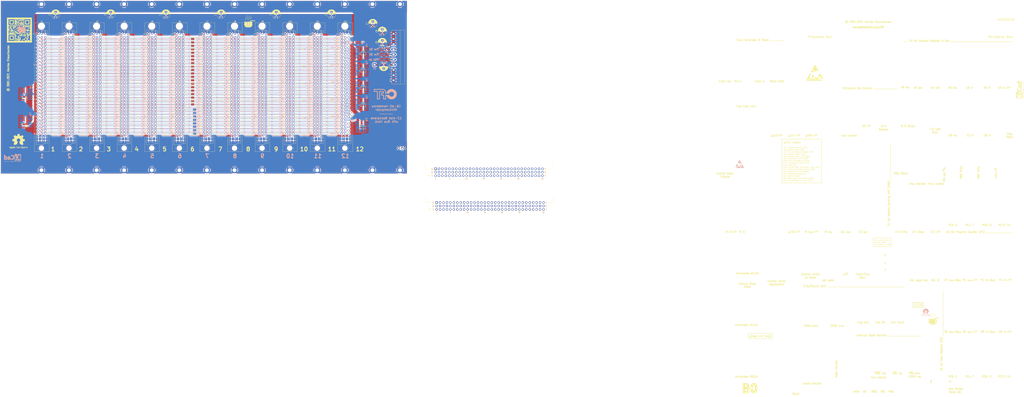
<source format=kicad_pcb>
(kicad_pcb (version 20171130) (host pcbnew 5.1.7-a382d34a8~88~ubuntu20.04.1)
  (title_block (title "CFT Board 0") (rev 2119) (comment 1 B0) (comment 2 "Contains the Control Unit, Bus Control, Memory Management, and") (comment 3 "half of the Register File. (PC and DR)"))
  (layers (0 F.Cu signal) (31 B.Cu signal) (34 B.Paste user) (35 F.Paste user) (36 B.SilkS user) (37 F.SilkS user) (38 B.Mask user) (39 F.Mask user) (44 Edge.Cuts user))
  (net 0 "")
  (net 1 GND)
  (net 2 +5V)
  (net 3 /POWEROK)
  (net 4 /Sheet6199673A/C3)
  (net 5 /Sheet6199673A/C2)
  (net 6 /Sheet6199673A/B5)
  (net 7 /Sheet6199673A/B4)
  (net 8 /Sheet6199673A/B3)
  (net 9 /Sheet6199673A/B2)
  (net 10 /Sheet6199673A/A14)
  (net 11 /Sheet6199673A/A13)
  (net 12 /Sheet6199673A/A12)
  (net 13 /Sheet6199673A/A11)
  (net 14 /Sheet6199673A/A10)
  (net 15 /Sheet6199673A/A9)
  (net 16 /Sheet6199673A/A8)
  (net 17 /Sheet6199673A/A7)
  (net 18 /Sheet6199673A/A6)
  (net 19 /Sheet6199673A/A5)
  (net 20 /Sheet6199673A/A4)
  (net 21 /Sheet6199673A/A2)
  (net 22 "Net-(D1-Pad2)")
  (net 23 "Net-(D2-Pad2)")
  (net 24 "Net-(D3-Pad2)")
  (net 25 /STANDBY)
  (net 26 /POWERON)
  (net 27 /A3)
  (net 28 /IR7)
  (net 29 /FPD7)
  (net 30 /IR6)
  (net 31 /FPD6)
  (net 32 /IR5)
  (net 33 /FPD5)
  (net 34 /IR4)
  (net 35 /FPD4)
  (net 36 /IR3)
  (net 37 /FPD3)
  (net 38 /IR2)
  (net 39 /FPD2)
  (net 40 /IR1)
  (net 41 /FPD1)
  (net 42 /IR0)
  (net 43 /FPD0)
  (net 44 /~SKIPEXT)
  (net 45 /COND3)
  (net 46 /~FPRESET)
  (net 47 /COND2)
  (net 48 /FPFETCH)
  (net 49 /COND1)
  (net 50 /~FPRAM~∕ROM)
  (net 51 /COND0)
  (net 52 /~FPDRH)
  (net 53 /ACTION3)
  (net 54 /~FPDRL)
  (net 55 /ACTION2)
  (net 56 /~FPPCH)
  (net 57 /ACTION1)
  (net 58 /~FPPCL)
  (net 59 /ACTION0)
  (net 60 /~FPAEXT)
  (net 61 /WADDR4)
  (net 62 /~FPFLAGS)
  (net 63 /WADDR3)
  (net 64 /~FPIRH)
  (net 65 /WADDR2)
  (net 66 /~FPµC2)
  (net 67 /WADDR1)
  (net 68 /~FPµC1)
  (net 69 /WADDR0)
  (net 70 /~FPµC0)
  (net 71 /RADDR4)
  (net 72 /~FPµA0)
  (net 73 /RADDR3)
  (net 74 /~FPIRL)
  (net 75 /RADDR2)
  (net 76 /~FPCTX)
  (net 77 /~FPCLK~⁄CLK)
  (net 78 /FPCLK)
  (net 79 /CLK2)
  (net 80 "Net-(P1-PadA3)")
  (net 81 /CLK3)
  (net 82 /CLK1)
  (net 83 /CLK4)
  (net 84 /T34)
  (net 85 /RADDR0)
  (net 86 /16MHz)
  (net 87 /RADDR1)
  (net 88 /FV)
  (net 89 /FL)
  (net 90 /FZ)
  (net 91 /FN)
  (net 92 /~WRITE-FL)
  (net 93 "Net-(P1-PadC12)")
  (net 94 /~END)
  (net 95 /~ENDEXT)
  (net 96 /IBUS0)
  (net 97 /IBUS1)
  (net 98 /IBUS2)
  (net 99 /IBUS3)
  (net 100 /IBUS4)
  (net 101 /IBUS5)
  (net 102 /IBUS6)
  (net 103 /IBUS7)
  (net 104 /IBUS8)
  (net 105 /IBUS9)
  (net 106 /IBUS10)
  (net 107 /IBUS11)
  (net 108 /IBUS12)
  (net 109 /IBUS13)
  (net 110 /IBUS14)
  (net 111 /IBUS15)
  (net 112 /AB23)
  (net 113 /DB15)
  (net 114 /AB22)
  (net 115 /DB14)
  (net 116 /AB21)
  (net 117 /DB13)
  (net 118 /AB20)
  (net 119 /DB12)
  (net 120 /AB19)
  (net 121 /DB11)
  (net 122 /AB18)
  (net 123 /DB10)
  (net 124 /AB17)
  (net 125 /DB9)
  (net 126 /AB16)
  (net 127 /DB8)
  (net 128 /DB7)
  (net 129 /DB6)
  (net 130 /DB5)
  (net 131 /DB4)
  (net 132 /DB3)
  (net 133 /DB2)
  (net 134 /DB1)
  (net 135 /DB0)
  (net 136 /~IRQS)
  (net 137 /~WAITING)
  (net 138 /~IODEV1XX)
  (net 139 /~SYSDEV)
  (net 140 /~IO)
  (net 141 /~MEM)
  (net 142 /~IODEV2XX)
  (net 143 /~IODEV3XX)
  (net 144 /~WS)
  (net 145 /~IRQ)
  (net 146 /~HALT)
  (net 147 /~RESET)
  (net 148 /~RSTHOLD)
  (net 149 /AB0)
  (net 150 /AB1)
  (net 151 /AB2)
  (net 152 /AB3)
  (net 153 /AB4)
  (net 154 /AB5)
  (net 155 /AB6)
  (net 156 /AB7)
  (net 157 /~R)
  (net 158 /~W)
  (net 159 /AB8)
  (net 160 /AB9)
  (net 161 /AB10)
  (net 162 /AB11)
  (net 163 /AB12)
  (net 164 /AB13)
  (net 165 /AB14)
  (net 166 /AB15)
  (net 167 /~IRQ0)
  (net 168 /~IRQ1)
  (net 169 /~IRQ2)
  (net 170 /~IRQ3)
  (net 171 /~IRQ4)
  (net 172 /~IRQ5)
  (net 173 /~IRQ6)
  (net 174 /~IRQ7)
  (net 175 /SPARE)
  (net 176 /A15)
  (net 177 /A16)
  (net 178 /A17)
  (net 179 /A18)
  (net 180 /A19)
  (net 181 /A20)
  (net 182 /A21)
  (net 183 /A22)
  (net 184 /A23)
  (net 185 /A24)
  (net 186 /A25)
  (net 187 /A26)
  (net 188 /A27)
  (net 189 /A28)
  (net 190 /A29)
  (net 191 /A30)
  (net 192 /B6)
  (net 193 /B7)
  (net 194 /B8)
  (net 195 /B9)
  (net 196 /B10)
  (net 197 /B11)
  (net 198 /B12)
  (net 199 /B13)
  (net 200 /B14)
  (net 201 /B15)
  (net 202 /B16)
  (net 203 /B17)
  (net 204 /B18)
  (net 205 /B19)
  (net 206 /B20)
  (net 207 /B21)
  (net 208 /B23)
  (net 209 /B24)
  (net 210 /B25)
  (net 211 /B26)
  (net 212 /B27)
  (net 213 /B28)
  (net 214 /B29)
  (net 215 /B30)
  (net 216 /C4)
  (net 217 /C5)
  (net 218 /C6)
  (net 219 /C7)
  (net 220 /C8)
  (net 221 /C9)
  (net 222 /C10)
  (net 223 /C11)
  (net 224 /C13)
  (net 225 /C14)
  (net 226 /C15)
  (net 227 /C16)
  (net 228 /C17)
  (net 229 /C18)
  (net 230 /C19)
  (net 231 /C20)
  (net 232 /C21)
  (net 233 /C22)
  (net 234 /C23)
  (net 235 /C24)
  (net 236 /C25)
  (net 237 /C26)
  (net 238 /C27)
  (net 239 /C28)
  (net 240 /C29)
  (net 241 /C30)
  (net 242 /C12)
  (net 243 /B22)
  (net 244 "Net-(U5-Pad6)")
  (net 245 "Net-(U5-Pad5)")
  (module Jumper:SolderJumper-2_P1.3mm_Bridged2Bar_RoundedPad1.0x1.5mm (layer B.Cu) (at -346.915 158.265)
    (fp_text reference REF** hide)
    (fp_text value SolderJumper-2_P1.3mm_Bridged2Bar_RoundedPad1.0x1.5mm)
    (fp_poly (pts (xy -0.25 0.6) (xy 0.25 0.6) (xy 0.25 0.2) (xy -0.25 0.2)) (layer B.Cu) (width 0))
    (fp_poly (pts (xy -0.25 -0.2) (xy 0.25 -0.2) (xy 0.25 -0.6) (xy -0.25 -0.6)) (layer B.Cu) (width 0))
    (pad 1 smd custom (at -0.65 0) (size 1 0.5) (layers B.Cu B.Mask) (options (clearance outline) (anchor rect)) (primitives (gr_circle (center 0 -0.25) (end 0.5 -0.25) (width 0)) (gr_circle (center 0 0.25) (end 0.5 0.25) (width 0)) (gr_poly (pts (xy 0.5 -0.75) (xy 0.5 0.75) (xy 0 0.75) (xy 0 -0.75)) (width 0))))
    (pad 2 smd custom (at 0.65 0) (size 1 0.5) (layers B.Cu B.Mask) (options (clearance outline) (anchor rect)) (primitives (gr_circle (center 0 -0.25) (end 0.5 -0.25) (width 0)) (gr_circle (center 0 0.25) (end 0.5 0.25) (width 0)) (gr_poly (pts (xy -0.5 -0.75) (xy -0.5 0.75) (xy 0 0.75) (xy 0 -0.75)) (width 0))))
  )
  (module Jumper:SolderJumper-2_P1.3mm_Bridged2Bar_RoundedPad1.0x1.5mm (layer B.Cu) (at -346.915 155.725)
    (fp_text reference REF** hide)
    (fp_text value SolderJumper-2_P1.3mm_Bridged2Bar_RoundedPad1.0x1.5mm)
    (fp_poly (pts (xy -0.25 0.6) (xy 0.25 0.6) (xy 0.25 0.2) (xy -0.25 0.2)) (layer B.Cu) (width 0))
    (fp_poly (pts (xy -0.25 -0.2) (xy 0.25 -0.2) (xy 0.25 -0.6) (xy -0.25 -0.6)) (layer B.Cu) (width 0))
    (pad 1 smd custom (at -0.65 0) (size 1 0.5) (layers B.Cu B.Mask) (options (clearance outline) (anchor rect)) (primitives (gr_circle (center 0 -0.25) (end 0.5 -0.25) (width 0)) (gr_circle (center 0 0.25) (end 0.5 0.25) (width 0)) (gr_poly (pts (xy 0.5 -0.75) (xy 0.5 0.75) (xy 0 0.75) (xy 0 -0.75)) (width 0))))
    (pad 2 smd custom (at 0.65 0) (size 1 0.5) (layers B.Cu B.Mask) (options (clearance outline) (anchor rect)) (primitives (gr_circle (center 0 -0.25) (end 0.5 -0.25) (width 0)) (gr_circle (center 0 0.25) (end 0.5 0.25) (width 0)) (gr_poly (pts (xy -0.5 -0.75) (xy -0.5 0.75) (xy 0 0.75) (xy 0 -0.75)) (width 0))))
  )
  (module Jumper:SolderJumper-2_P1.3mm_Bridged2Bar_RoundedPad1.0x1.5mm (layer B.Cu) (at -346.915 153.185)
    (fp_text reference REF** hide)
    (fp_text value SolderJumper-2_P1.3mm_Bridged2Bar_RoundedPad1.0x1.5mm)
    (fp_poly (pts (xy -0.25 0.6) (xy 0.25 0.6) (xy 0.25 0.2) (xy -0.25 0.2)) (layer B.Cu) (width 0))
    (fp_poly (pts (xy -0.25 -0.2) (xy 0.25 -0.2) (xy 0.25 -0.6) (xy -0.25 -0.6)) (layer B.Cu) (width 0))
    (pad 1 smd custom (at -0.65 0) (size 1 0.5) (layers B.Cu B.Mask) (options (clearance outline) (anchor rect)) (primitives (gr_circle (center 0 -0.25) (end 0.5 -0.25) (width 0)) (gr_circle (center 0 0.25) (end 0.5 0.25) (width 0)) (gr_poly (pts (xy 0.5 -0.75) (xy 0.5 0.75) (xy 0 0.75) (xy 0 -0.75)) (width 0))))
    (pad 2 smd custom (at 0.65 0) (size 1 0.5) (layers B.Cu B.Mask) (options (clearance outline) (anchor rect)) (primitives (gr_circle (center 0 -0.25) (end 0.5 -0.25) (width 0)) (gr_circle (center 0 0.25) (end 0.5 0.25) (width 0)) (gr_poly (pts (xy -0.5 -0.75) (xy -0.5 0.75) (xy 0 0.75) (xy 0 -0.75)) (width 0))))
  )
  (module Jumper:SolderJumper-2_P1.3mm_Bridged2Bar_RoundedPad1.0x1.5mm (layer B.Cu) (at -346.915 150.645)
    (fp_text reference REF** hide)
    (fp_text value SolderJumper-2_P1.3mm_Bridged2Bar_RoundedPad1.0x1.5mm)
    (fp_poly (pts (xy -0.25 0.6) (xy 0.25 0.6) (xy 0.25 0.2) (xy -0.25 0.2)) (layer B.Cu) (width 0))
    (fp_poly (pts (xy -0.25 -0.2) (xy 0.25 -0.2) (xy 0.25 -0.6) (xy -0.25 -0.6)) (layer B.Cu) (width 0))
    (pad 1 smd custom (at -0.65 0) (size 1 0.5) (layers B.Cu B.Mask) (options (clearance outline) (anchor rect)) (primitives (gr_circle (center 0 -0.25) (end 0.5 -0.25) (width 0)) (gr_circle (center 0 0.25) (end 0.5 0.25) (width 0)) (gr_poly (pts (xy 0.5 -0.75) (xy 0.5 0.75) (xy 0 0.75) (xy 0 -0.75)) (width 0))))
    (pad 2 smd custom (at 0.65 0) (size 1 0.5) (layers B.Cu B.Mask) (options (clearance outline) (anchor rect)) (primitives (gr_circle (center 0 -0.25) (end 0.5 -0.25) (width 0)) (gr_circle (center 0 0.25) (end 0.5 0.25) (width 0)) (gr_poly (pts (xy -0.5 -0.75) (xy -0.5 0.75) (xy 0 0.75) (xy 0 -0.75)) (width 0))))
  )
  (module Jumper:SolderJumper-2_P1.3mm_Bridged2Bar_RoundedPad1.0x1.5mm (layer B.Cu) (at -346.915 148.105)
    (fp_text reference REF** hide)
    (fp_text value SolderJumper-2_P1.3mm_Bridged2Bar_RoundedPad1.0x1.5mm)
    (fp_poly (pts (xy -0.25 0.6) (xy 0.25 0.6) (xy 0.25 0.2) (xy -0.25 0.2)) (layer B.Cu) (width 0))
    (fp_poly (pts (xy -0.25 -0.2) (xy 0.25 -0.2) (xy 0.25 -0.6) (xy -0.25 -0.6)) (layer B.Cu) (width 0))
    (pad 1 smd custom (at -0.65 0) (size 1 0.5) (layers B.Cu B.Mask) (options (clearance outline) (anchor rect)) (primitives (gr_circle (center 0 -0.25) (end 0.5 -0.25) (width 0)) (gr_circle (center 0 0.25) (end 0.5 0.25) (width 0)) (gr_poly (pts (xy 0.5 -0.75) (xy 0.5 0.75) (xy 0 0.75) (xy 0 -0.75)) (width 0))))
    (pad 2 smd custom (at 0.65 0) (size 1 0.5) (layers B.Cu B.Mask) (options (clearance outline) (anchor rect)) (primitives (gr_circle (center 0 -0.25) (end 0.5 -0.25) (width 0)) (gr_circle (center 0 0.25) (end 0.5 0.25) (width 0)) (gr_poly (pts (xy -0.5 -0.75) (xy -0.5 0.75) (xy 0 0.75) (xy 0 -0.75)) (width 0))))
  )
  (module Jumper:SolderJumper-2_P1.3mm_Bridged2Bar_RoundedPad1.0x1.5mm (layer B.Cu) (at -346.915 145.565)
    (fp_text reference REF** hide)
    (fp_text value SolderJumper-2_P1.3mm_Bridged2Bar_RoundedPad1.0x1.5mm)
    (fp_poly (pts (xy -0.25 0.6) (xy 0.25 0.6) (xy 0.25 0.2) (xy -0.25 0.2)) (layer B.Cu) (width 0))
    (fp_poly (pts (xy -0.25 -0.2) (xy 0.25 -0.2) (xy 0.25 -0.6) (xy -0.25 -0.6)) (layer B.Cu) (width 0))
    (pad 1 smd custom (at -0.65 0) (size 1 0.5) (layers B.Cu B.Mask) (options (clearance outline) (anchor rect)) (primitives (gr_circle (center 0 -0.25) (end 0.5 -0.25) (width 0)) (gr_circle (center 0 0.25) (end 0.5 0.25) (width 0)) (gr_poly (pts (xy 0.5 -0.75) (xy 0.5 0.75) (xy 0 0.75) (xy 0 -0.75)) (width 0))))
    (pad 2 smd custom (at 0.65 0) (size 1 0.5) (layers B.Cu B.Mask) (options (clearance outline) (anchor rect)) (primitives (gr_circle (center 0 -0.25) (end 0.5 -0.25) (width 0)) (gr_circle (center 0 0.25) (end 0.5 0.25) (width 0)) (gr_poly (pts (xy -0.5 -0.75) (xy -0.5 0.75) (xy 0 0.75) (xy 0 -0.75)) (width 0))))
  )
  (module Jumper:SolderJumper-2_P1.3mm_Bridged2Bar_RoundedPad1.0x1.5mm (layer B.Cu) (at -346.915 143.025)
    (fp_text reference REF** hide)
    (fp_text value SolderJumper-2_P1.3mm_Bridged2Bar_RoundedPad1.0x1.5mm)
    (fp_poly (pts (xy -0.25 0.6) (xy 0.25 0.6) (xy 0.25 0.2) (xy -0.25 0.2)) (layer B.Cu) (width 0))
    (fp_poly (pts (xy -0.25 -0.2) (xy 0.25 -0.2) (xy 0.25 -0.6) (xy -0.25 -0.6)) (layer B.Cu) (width 0))
    (pad 1 smd custom (at -0.65 0) (size 1 0.5) (layers B.Cu B.Mask) (options (clearance outline) (anchor rect)) (primitives (gr_circle (center 0 -0.25) (end 0.5 -0.25) (width 0)) (gr_circle (center 0 0.25) (end 0.5 0.25) (width 0)) (gr_poly (pts (xy 0.5 -0.75) (xy 0.5 0.75) (xy 0 0.75) (xy 0 -0.75)) (width 0))))
    (pad 2 smd custom (at 0.65 0) (size 1 0.5) (layers B.Cu B.Mask) (options (clearance outline) (anchor rect)) (primitives (gr_circle (center 0 -0.25) (end 0.5 -0.25) (width 0)) (gr_circle (center 0 0.25) (end 0.5 0.25) (width 0)) (gr_poly (pts (xy -0.5 -0.75) (xy -0.5 0.75) (xy 0 0.75) (xy 0 -0.75)) (width 0))))
  )
  (module Jumper:SolderJumper-2_P1.3mm_Bridged2Bar_RoundedPad1.0x1.5mm (layer B.Cu) (at -346.915 140.485)
    (fp_text reference REF** hide)
    (fp_text value SolderJumper-2_P1.3mm_Bridged2Bar_RoundedPad1.0x1.5mm)
    (fp_poly (pts (xy -0.25 0.6) (xy 0.25 0.6) (xy 0.25 0.2) (xy -0.25 0.2)) (layer B.Cu) (width 0))
    (fp_poly (pts (xy -0.25 -0.2) (xy 0.25 -0.2) (xy 0.25 -0.6) (xy -0.25 -0.6)) (layer B.Cu) (width 0))
    (pad 1 smd custom (at -0.65 0) (size 1 0.5) (layers B.Cu B.Mask) (options (clearance outline) (anchor rect)) (primitives (gr_circle (center 0 -0.25) (end 0.5 -0.25) (width 0)) (gr_circle (center 0 0.25) (end 0.5 0.25) (width 0)) (gr_poly (pts (xy 0.5 -0.75) (xy 0.5 0.75) (xy 0 0.75) (xy 0 -0.75)) (width 0))))
    (pad 2 smd custom (at 0.65 0) (size 1 0.5) (layers B.Cu B.Mask) (options (clearance outline) (anchor rect)) (primitives (gr_circle (center 0 -0.25) (end 0.5 -0.25) (width 0)) (gr_circle (center 0 0.25) (end 0.5 0.25) (width 0)) (gr_poly (pts (xy -0.5 -0.75) (xy -0.5 0.75) (xy 0 0.75) (xy 0 -0.75)) (width 0))))
  )
  (module Jumper:SolderJumper-2_P1.3mm_Bridged2Bar_RoundedPad1.0x1.5mm (layer F.Cu) (at -348.327 136.675)
    (fp_text reference REF** hide)
    (fp_text value SolderJumper-2_P1.3mm_Bridged2Bar_RoundedPad1.0x1.5mm)
    (fp_poly (pts (xy -0.25 -0.6) (xy 0.25 -0.6) (xy 0.25 -0.2) (xy -0.25 -0.2)) (layer F.Cu) (width 0))
    (fp_poly (pts (xy -0.25 0.2) (xy 0.25 0.2) (xy 0.25 0.6) (xy -0.25 0.6)) (layer F.Cu) (width 0))
    (pad 2 smd custom (at 0.65 0) (size 1 0.5) (layers F.Cu F.Mask) (options (clearance outline) (anchor rect)) (primitives (gr_circle (center 0 0.25) (end 0.5 0.25) (width 0)) (gr_circle (center 0 -0.25) (end 0.5 -0.25) (width 0)) (gr_poly (pts (xy -0.5 0.75) (xy -0.5 -0.75) (xy 0 -0.75) (xy 0 0.75)) (width 0))))
    (pad 1 smd custom (at -0.65 0) (size 1 0.5) (layers F.Cu F.Mask) (options (clearance outline) (anchor rect)) (primitives (gr_circle (center 0 0.25) (end 0.5 0.25) (width 0)) (gr_circle (center 0 -0.25) (end 0.5 -0.25) (width 0)) (gr_poly (pts (xy 0.5 0.75) (xy 0.5 -0.75) (xy 0 -0.75) (xy 0 0.75)) (width 0))))
  )
  (module Jumper:SolderJumper-2_P1.3mm_Bridged2Bar_RoundedPad1.0x1.5mm (layer F.Cu) (at -348.327 134.135)
    (fp_text reference REF** hide)
    (fp_text value SolderJumper-2_P1.3mm_Bridged2Bar_RoundedPad1.0x1.5mm)
    (fp_poly (pts (xy -0.25 -0.6) (xy 0.25 -0.6) (xy 0.25 -0.2) (xy -0.25 -0.2)) (layer F.Cu) (width 0))
    (fp_poly (pts (xy -0.25 0.2) (xy 0.25 0.2) (xy 0.25 0.6) (xy -0.25 0.6)) (layer F.Cu) (width 0))
    (pad 2 smd custom (at 0.65 0) (size 1 0.5) (layers F.Cu F.Mask) (options (clearance outline) (anchor rect)) (primitives (gr_circle (center 0 0.25) (end 0.5 0.25) (width 0)) (gr_circle (center 0 -0.25) (end 0.5 -0.25) (width 0)) (gr_poly (pts (xy -0.5 0.75) (xy -0.5 -0.75) (xy 0 -0.75) (xy 0 0.75)) (width 0))))
    (pad 1 smd custom (at -0.65 0) (size 1 0.5) (layers F.Cu F.Mask) (options (clearance outline) (anchor rect)) (primitives (gr_circle (center 0 0.25) (end 0.5 0.25) (width 0)) (gr_circle (center 0 -0.25) (end 0.5 -0.25) (width 0)) (gr_poly (pts (xy 0.5 0.75) (xy 0.5 -0.75) (xy 0 -0.75) (xy 0 0.75)) (width 0))))
  )
  (module Jumper:SolderJumper-2_P1.3mm_Bridged2Bar_RoundedPad1.0x1.5mm (layer F.Cu) (at -348.327 131.595)
    (fp_text reference REF** hide)
    (fp_text value SolderJumper-2_P1.3mm_Bridged2Bar_RoundedPad1.0x1.5mm)
    (fp_poly (pts (xy -0.25 -0.6) (xy 0.25 -0.6) (xy 0.25 -0.2) (xy -0.25 -0.2)) (layer F.Cu) (width 0))
    (fp_poly (pts (xy -0.25 0.2) (xy 0.25 0.2) (xy 0.25 0.6) (xy -0.25 0.6)) (layer F.Cu) (width 0))
    (pad 2 smd custom (at 0.65 0) (size 1 0.5) (layers F.Cu F.Mask) (options (clearance outline) (anchor rect)) (primitives (gr_circle (center 0 0.25) (end 0.5 0.25) (width 0)) (gr_circle (center 0 -0.25) (end 0.5 -0.25) (width 0)) (gr_poly (pts (xy -0.5 0.75) (xy -0.5 -0.75) (xy 0 -0.75) (xy 0 0.75)) (width 0))))
    (pad 1 smd custom (at -0.65 0) (size 1 0.5) (layers F.Cu F.Mask) (options (clearance outline) (anchor rect)) (primitives (gr_circle (center 0 0.25) (end 0.5 0.25) (width 0)) (gr_circle (center 0 -0.25) (end 0.5 -0.25) (width 0)) (gr_poly (pts (xy 0.5 0.75) (xy 0.5 -0.75) (xy 0 -0.75) (xy 0 0.75)) (width 0))))
  )
  (module Jumper:SolderJumper-2_P1.3mm_Bridged2Bar_RoundedPad1.0x1.5mm (layer F.Cu) (at -348.327 129.055)
    (fp_text reference REF** hide)
    (fp_text value SolderJumper-2_P1.3mm_Bridged2Bar_RoundedPad1.0x1.5mm)
    (fp_poly (pts (xy -0.25 -0.6) (xy 0.25 -0.6) (xy 0.25 -0.2) (xy -0.25 -0.2)) (layer F.Cu) (width 0))
    (fp_poly (pts (xy -0.25 0.2) (xy 0.25 0.2) (xy 0.25 0.6) (xy -0.25 0.6)) (layer F.Cu) (width 0))
    (pad 2 smd custom (at 0.65 0) (size 1 0.5) (layers F.Cu F.Mask) (options (clearance outline) (anchor rect)) (primitives (gr_circle (center 0 0.25) (end 0.5 0.25) (width 0)) (gr_circle (center 0 -0.25) (end 0.5 -0.25) (width 0)) (gr_poly (pts (xy -0.5 0.75) (xy -0.5 -0.75) (xy 0 -0.75) (xy 0 0.75)) (width 0))))
    (pad 1 smd custom (at -0.65 0) (size 1 0.5) (layers F.Cu F.Mask) (options (clearance outline) (anchor rect)) (primitives (gr_circle (center 0 0.25) (end 0.5 0.25) (width 0)) (gr_circle (center 0 -0.25) (end 0.5 -0.25) (width 0)) (gr_poly (pts (xy 0.5 0.75) (xy 0.5 -0.75) (xy 0 -0.75) (xy 0 0.75)) (width 0))))
  )
  (module Jumper:SolderJumper-2_P1.3mm_Bridged2Bar_RoundedPad1.0x1.5mm (layer F.Cu) (at -348.327 126.515)
    (fp_text reference REF** hide)
    (fp_text value SolderJumper-2_P1.3mm_Bridged2Bar_RoundedPad1.0x1.5mm)
    (fp_poly (pts (xy -0.25 -0.6) (xy 0.25 -0.6) (xy 0.25 -0.2) (xy -0.25 -0.2)) (layer F.Cu) (width 0))
    (fp_poly (pts (xy -0.25 0.2) (xy 0.25 0.2) (xy 0.25 0.6) (xy -0.25 0.6)) (layer F.Cu) (width 0))
    (pad 2 smd custom (at 0.65 0) (size 1 0.5) (layers F.Cu F.Mask) (options (clearance outline) (anchor rect)) (primitives (gr_circle (center 0 0.25) (end 0.5 0.25) (width 0)) (gr_circle (center 0 -0.25) (end 0.5 -0.25) (width 0)) (gr_poly (pts (xy -0.5 0.75) (xy -0.5 -0.75) (xy 0 -0.75) (xy 0 0.75)) (width 0))))
    (pad 1 smd custom (at -0.65 0) (size 1 0.5) (layers F.Cu F.Mask) (options (clearance outline) (anchor rect)) (primitives (gr_circle (center 0 0.25) (end 0.5 0.25) (width 0)) (gr_circle (center 0 -0.25) (end 0.5 -0.25) (width 0)) (gr_poly (pts (xy 0.5 0.75) (xy 0.5 -0.75) (xy 0 -0.75) (xy 0 0.75)) (width 0))))
  )
  (module Jumper:SolderJumper-2_P1.3mm_Bridged2Bar_RoundedPad1.0x1.5mm (layer F.Cu) (at -348.327 123.975)
    (fp_text reference REF** hide)
    (fp_text value SolderJumper-2_P1.3mm_Bridged2Bar_RoundedPad1.0x1.5mm)
    (fp_poly (pts (xy -0.25 -0.6) (xy 0.25 -0.6) (xy 0.25 -0.2) (xy -0.25 -0.2)) (layer F.Cu) (width 0))
    (fp_poly (pts (xy -0.25 0.2) (xy 0.25 0.2) (xy 0.25 0.6) (xy -0.25 0.6)) (layer F.Cu) (width 0))
    (pad 2 smd custom (at 0.65 0) (size 1 0.5) (layers F.Cu F.Mask) (options (clearance outline) (anchor rect)) (primitives (gr_circle (center 0 0.25) (end 0.5 0.25) (width 0)) (gr_circle (center 0 -0.25) (end 0.5 -0.25) (width 0)) (gr_poly (pts (xy -0.5 0.75) (xy -0.5 -0.75) (xy 0 -0.75) (xy 0 0.75)) (width 0))))
    (pad 1 smd custom (at -0.65 0) (size 1 0.5) (layers F.Cu F.Mask) (options (clearance outline) (anchor rect)) (primitives (gr_circle (center 0 0.25) (end 0.5 0.25) (width 0)) (gr_circle (center 0 -0.25) (end 0.5 -0.25) (width 0)) (gr_poly (pts (xy 0.5 0.75) (xy 0.5 -0.75) (xy 0 -0.75) (xy 0 0.75)) (width 0))))
  )
  (module Jumper:SolderJumper-2_P1.3mm_Bridged2Bar_RoundedPad1.0x1.5mm (layer F.Cu) (at -348.327 121.435)
    (fp_text reference REF** hide)
    (fp_text value SolderJumper-2_P1.3mm_Bridged2Bar_RoundedPad1.0x1.5mm)
    (fp_poly (pts (xy -0.25 -0.6) (xy 0.25 -0.6) (xy 0.25 -0.2) (xy -0.25 -0.2)) (layer F.Cu) (width 0))
    (fp_poly (pts (xy -0.25 0.2) (xy 0.25 0.2) (xy 0.25 0.6) (xy -0.25 0.6)) (layer F.Cu) (width 0))
    (pad 2 smd custom (at 0.65 0) (size 1 0.5) (layers F.Cu F.Mask) (options (clearance outline) (anchor rect)) (primitives (gr_circle (center 0 0.25) (end 0.5 0.25) (width 0)) (gr_circle (center 0 -0.25) (end 0.5 -0.25) (width 0)) (gr_poly (pts (xy -0.5 0.75) (xy -0.5 -0.75) (xy 0 -0.75) (xy 0 0.75)) (width 0))))
    (pad 1 smd custom (at -0.65 0) (size 1 0.5) (layers F.Cu F.Mask) (options (clearance outline) (anchor rect)) (primitives (gr_circle (center 0 0.25) (end 0.5 0.25) (width 0)) (gr_circle (center 0 -0.25) (end 0.5 -0.25) (width 0)) (gr_poly (pts (xy 0.5 0.75) (xy 0.5 -0.75) (xy 0 -0.75) (xy 0 0.75)) (width 0))))
  )
  (module Jumper:SolderJumper-2_P1.3mm_Bridged2Bar_RoundedPad1.0x1.5mm (layer F.Cu) (at -348.327 118.895)
    (fp_text reference REF** hide)
    (fp_text value SolderJumper-2_P1.3mm_Bridged2Bar_RoundedPad1.0x1.5mm)
    (fp_poly (pts (xy -0.25 -0.6) (xy 0.25 -0.6) (xy 0.25 -0.2) (xy -0.25 -0.2)) (layer F.Cu) (width 0))
    (fp_poly (pts (xy -0.25 0.2) (xy 0.25 0.2) (xy 0.25 0.6) (xy -0.25 0.6)) (layer F.Cu) (width 0))
    (pad 2 smd custom (at 0.65 0) (size 1 0.5) (layers F.Cu F.Mask) (options (clearance outline) (anchor rect)) (primitives (gr_circle (center 0 0.25) (end 0.5 0.25) (width 0)) (gr_circle (center 0 -0.25) (end 0.5 -0.25) (width 0)) (gr_poly (pts (xy -0.5 0.75) (xy -0.5 -0.75) (xy 0 -0.75) (xy 0 0.75)) (width 0))))
    (pad 1 smd custom (at -0.65 0) (size 1 0.5) (layers F.Cu F.Mask) (options (clearance outline) (anchor rect)) (primitives (gr_circle (center 0 0.25) (end 0.5 0.25) (width 0)) (gr_circle (center 0 -0.25) (end 0.5 -0.25) (width 0)) (gr_poly (pts (xy 0.5 0.75) (xy 0.5 -0.75) (xy 0 -0.75) (xy 0 0.75)) (width 0))))
  )
  (module Jumper:SolderJumper-2_P1.3mm_Bridged2Bar_RoundedPad1.0x1.5mm (layer F.Cu) (at -348.327 116.355)
    (fp_text reference REF** hide)
    (fp_text value SolderJumper-2_P1.3mm_Bridged2Bar_RoundedPad1.0x1.5mm)
    (fp_poly (pts (xy -0.25 -0.6) (xy 0.25 -0.6) (xy 0.25 -0.2) (xy -0.25 -0.2)) (layer F.Cu) (width 0))
    (fp_poly (pts (xy -0.25 0.2) (xy 0.25 0.2) (xy 0.25 0.6) (xy -0.25 0.6)) (layer F.Cu) (width 0))
    (pad 2 smd custom (at 0.65 0) (size 1 0.5) (layers F.Cu F.Mask) (options (clearance outline) (anchor rect)) (primitives (gr_circle (center 0 0.25) (end 0.5 0.25) (width 0)) (gr_circle (center 0 -0.25) (end 0.5 -0.25) (width 0)) (gr_poly (pts (xy -0.5 0.75) (xy -0.5 -0.75) (xy 0 -0.75) (xy 0 0.75)) (width 0))))
    (pad 1 smd custom (at -0.65 0) (size 1 0.5) (layers F.Cu F.Mask) (options (clearance outline) (anchor rect)) (primitives (gr_circle (center 0 0.25) (end 0.5 0.25) (width 0)) (gr_circle (center 0 -0.25) (end 0.5 -0.25) (width 0)) (gr_poly (pts (xy 0.5 0.75) (xy 0.5 -0.75) (xy 0 -0.75) (xy 0 0.75)) (width 0))))
  )
  (module Jumper:SolderJumper-2_P1.3mm_Bridged2Bar_RoundedPad1.0x1.5mm (layer F.Cu) (at -348.327 113.815)
    (fp_text reference REF** hide)
    (fp_text value SolderJumper-2_P1.3mm_Bridged2Bar_RoundedPad1.0x1.5mm)
    (fp_poly (pts (xy -0.25 -0.6) (xy 0.25 -0.6) (xy 0.25 -0.2) (xy -0.25 -0.2)) (layer F.Cu) (width 0))
    (fp_poly (pts (xy -0.25 0.2) (xy 0.25 0.2) (xy 0.25 0.6) (xy -0.25 0.6)) (layer F.Cu) (width 0))
    (pad 2 smd custom (at 0.65 0) (size 1 0.5) (layers F.Cu F.Mask) (options (clearance outline) (anchor rect)) (primitives (gr_circle (center 0 0.25) (end 0.5 0.25) (width 0)) (gr_circle (center 0 -0.25) (end 0.5 -0.25) (width 0)) (gr_poly (pts (xy -0.5 0.75) (xy -0.5 -0.75) (xy 0 -0.75) (xy 0 0.75)) (width 0))))
    (pad 1 smd custom (at -0.65 0) (size 1 0.5) (layers F.Cu F.Mask) (options (clearance outline) (anchor rect)) (primitives (gr_circle (center 0 0.25) (end 0.5 0.25) (width 0)) (gr_circle (center 0 -0.25) (end 0.5 -0.25) (width 0)) (gr_poly (pts (xy 0.5 0.75) (xy 0.5 -0.75) (xy 0 -0.75) (xy 0 0.75)) (width 0))))
  )
  (module Jumper:SolderJumper-2_P1.3mm_Bridged2Bar_RoundedPad1.0x1.5mm (layer F.Cu) (at -348.327 111.275)
    (fp_text reference REF** hide)
    (fp_text value SolderJumper-2_P1.3mm_Bridged2Bar_RoundedPad1.0x1.5mm)
    (fp_poly (pts (xy -0.25 -0.6) (xy 0.25 -0.6) (xy 0.25 -0.2) (xy -0.25 -0.2)) (layer F.Cu) (width 0))
    (fp_poly (pts (xy -0.25 0.2) (xy 0.25 0.2) (xy 0.25 0.6) (xy -0.25 0.6)) (layer F.Cu) (width 0))
    (pad 2 smd custom (at 0.65 0) (size 1 0.5) (layers F.Cu F.Mask) (options (clearance outline) (anchor rect)) (primitives (gr_circle (center 0 0.25) (end 0.5 0.25) (width 0)) (gr_circle (center 0 -0.25) (end 0.5 -0.25) (width 0)) (gr_poly (pts (xy -0.5 0.75) (xy -0.5 -0.75) (xy 0 -0.75) (xy 0 0.75)) (width 0))))
    (pad 1 smd custom (at -0.65 0) (size 1 0.5) (layers F.Cu F.Mask) (options (clearance outline) (anchor rect)) (primitives (gr_circle (center 0 0.25) (end 0.5 0.25) (width 0)) (gr_circle (center 0 -0.25) (end 0.5 -0.25) (width 0)) (gr_poly (pts (xy 0.5 0.75) (xy 0.5 -0.75) (xy 0 -0.75) (xy 0 0.75)) (width 0))))
  )
  (module Jumper:SolderJumper-2_P1.3mm_Bridged2Bar_RoundedPad1.0x1.5mm (layer F.Cu) (at -348.327 108.735)
    (fp_text reference REF** hide)
    (fp_text value SolderJumper-2_P1.3mm_Bridged2Bar_RoundedPad1.0x1.5mm)
    (fp_poly (pts (xy -0.25 -0.6) (xy 0.25 -0.6) (xy 0.25 -0.2) (xy -0.25 -0.2)) (layer F.Cu) (width 0))
    (fp_poly (pts (xy -0.25 0.2) (xy 0.25 0.2) (xy 0.25 0.6) (xy -0.25 0.6)) (layer F.Cu) (width 0))
    (pad 2 smd custom (at 0.65 0) (size 1 0.5) (layers F.Cu F.Mask) (options (clearance outline) (anchor rect)) (primitives (gr_circle (center 0 0.25) (end 0.5 0.25) (width 0)) (gr_circle (center 0 -0.25) (end 0.5 -0.25) (width 0)) (gr_poly (pts (xy -0.5 0.75) (xy -0.5 -0.75) (xy 0 -0.75) (xy 0 0.75)) (width 0))))
    (pad 1 smd custom (at -0.65 0) (size 1 0.5) (layers F.Cu F.Mask) (options (clearance outline) (anchor rect)) (primitives (gr_circle (center 0 0.25) (end 0.5 0.25) (width 0)) (gr_circle (center 0 -0.25) (end 0.5 -0.25) (width 0)) (gr_poly (pts (xy 0.5 0.75) (xy 0.5 -0.75) (xy 0 -0.75) (xy 0 0.75)) (width 0))))
  )
  (module Jumper:SolderJumper-2_P1.3mm_Bridged2Bar_RoundedPad1.0x1.5mm (layer F.Cu) (at -348.327 106.195)
    (fp_text reference REF** hide)
    (fp_text value SolderJumper-2_P1.3mm_Bridged2Bar_RoundedPad1.0x1.5mm)
    (fp_poly (pts (xy -0.25 -0.6) (xy 0.25 -0.6) (xy 0.25 -0.2) (xy -0.25 -0.2)) (layer F.Cu) (width 0))
    (fp_poly (pts (xy -0.25 0.2) (xy 0.25 0.2) (xy 0.25 0.6) (xy -0.25 0.6)) (layer F.Cu) (width 0))
    (pad 2 smd custom (at 0.65 0) (size 1 0.5) (layers F.Cu F.Mask) (options (clearance outline) (anchor rect)) (primitives (gr_circle (center 0 0.25) (end 0.5 0.25) (width 0)) (gr_circle (center 0 -0.25) (end 0.5 -0.25) (width 0)) (gr_poly (pts (xy -0.5 0.75) (xy -0.5 -0.75) (xy 0 -0.75) (xy 0 0.75)) (width 0))))
    (pad 1 smd custom (at -0.65 0) (size 1 0.5) (layers F.Cu F.Mask) (options (clearance outline) (anchor rect)) (primitives (gr_circle (center 0 0.25) (end 0.5 0.25) (width 0)) (gr_circle (center 0 -0.25) (end 0.5 -0.25) (width 0)) (gr_poly (pts (xy 0.5 0.75) (xy 0.5 -0.75) (xy 0 -0.75) (xy 0 0.75)) (width 0))))
  )
  (module Jumper:SolderJumper-2_P1.3mm_Bridged2Bar_RoundedPad1.0x1.5mm (layer F.Cu) (at -348.327 103.655)
    (fp_text reference REF** hide)
    (fp_text value SolderJumper-2_P1.3mm_Bridged2Bar_RoundedPad1.0x1.5mm)
    (fp_poly (pts (xy -0.25 -0.6) (xy 0.25 -0.6) (xy 0.25 -0.2) (xy -0.25 -0.2)) (layer F.Cu) (width 0))
    (fp_poly (pts (xy -0.25 0.2) (xy 0.25 0.2) (xy 0.25 0.6) (xy -0.25 0.6)) (layer F.Cu) (width 0))
    (pad 2 smd custom (at 0.65 0) (size 1 0.5) (layers F.Cu F.Mask) (options (clearance outline) (anchor rect)) (primitives (gr_circle (center 0 0.25) (end 0.5 0.25) (width 0)) (gr_circle (center 0 -0.25) (end 0.5 -0.25) (width 0)) (gr_poly (pts (xy -0.5 0.75) (xy -0.5 -0.75) (xy 0 -0.75) (xy 0 0.75)) (width 0))))
    (pad 1 smd custom (at -0.65 0) (size 1 0.5) (layers F.Cu F.Mask) (options (clearance outline) (anchor rect)) (primitives (gr_circle (center 0 0.25) (end 0.5 0.25) (width 0)) (gr_circle (center 0 -0.25) (end 0.5 -0.25) (width 0)) (gr_poly (pts (xy 0.5 0.75) (xy 0.5 -0.75) (xy 0 -0.75) (xy 0 0.75)) (width 0))))
  )
  (module Jumper:SolderJumper-2_P1.3mm_Bridged2Bar_RoundedPad1.0x1.5mm (layer F.Cu) (at -348.327 101.115)
    (fp_text reference REF** hide)
    (fp_text value SolderJumper-2_P1.3mm_Bridged2Bar_RoundedPad1.0x1.5mm)
    (fp_poly (pts (xy -0.25 -0.6) (xy 0.25 -0.6) (xy 0.25 -0.2) (xy -0.25 -0.2)) (layer F.Cu) (width 0))
    (fp_poly (pts (xy -0.25 0.2) (xy 0.25 0.2) (xy 0.25 0.6) (xy -0.25 0.6)) (layer F.Cu) (width 0))
    (pad 2 smd custom (at 0.65 0) (size 1 0.5) (layers F.Cu F.Mask) (options (clearance outline) (anchor rect)) (primitives (gr_circle (center 0 0.25) (end 0.5 0.25) (width 0)) (gr_circle (center 0 -0.25) (end 0.5 -0.25) (width 0)) (gr_poly (pts (xy -0.5 0.75) (xy -0.5 -0.75) (xy 0 -0.75) (xy 0 0.75)) (width 0))))
    (pad 1 smd custom (at -0.65 0) (size 1 0.5) (layers F.Cu F.Mask) (options (clearance outline) (anchor rect)) (primitives (gr_circle (center 0 0.25) (end 0.5 0.25) (width 0)) (gr_circle (center 0 -0.25) (end 0.5 -0.25) (width 0)) (gr_poly (pts (xy 0.5 0.75) (xy 0.5 -0.75) (xy 0 -0.75) (xy 0 0.75)) (width 0))))
  )
  (module Jumper:SolderJumper-2_P1.3mm_Bridged2Bar_RoundedPad1.0x1.5mm (layer F.Cu) (at -348.327 98.575)
    (fp_text reference REF** hide)
    (fp_text value SolderJumper-2_P1.3mm_Bridged2Bar_RoundedPad1.0x1.5mm)
    (fp_poly (pts (xy -0.25 -0.6) (xy 0.25 -0.6) (xy 0.25 -0.2) (xy -0.25 -0.2)) (layer F.Cu) (width 0))
    (fp_poly (pts (xy -0.25 0.2) (xy 0.25 0.2) (xy 0.25 0.6) (xy -0.25 0.6)) (layer F.Cu) (width 0))
    (pad 2 smd custom (at 0.65 0) (size 1 0.5) (layers F.Cu F.Mask) (options (clearance outline) (anchor rect)) (primitives (gr_circle (center 0 0.25) (end 0.5 0.25) (width 0)) (gr_circle (center 0 -0.25) (end 0.5 -0.25) (width 0)) (gr_poly (pts (xy -0.5 0.75) (xy -0.5 -0.75) (xy 0 -0.75) (xy 0 0.75)) (width 0))))
    (pad 1 smd custom (at -0.65 0) (size 1 0.5) (layers F.Cu F.Mask) (options (clearance outline) (anchor rect)) (primitives (gr_circle (center 0 0.25) (end 0.5 0.25) (width 0)) (gr_circle (center 0 -0.25) (end 0.5 -0.25) (width 0)) (gr_poly (pts (xy 0.5 0.75) (xy 0.5 -0.75) (xy 0 -0.75) (xy 0 0.75)) (width 0))))
  )
  (module Jumper:SolderJumper-2_P1.3mm_Bridged2Bar_RoundedPad1.0x1.5mm (layer F.Cu) (at -348.327 96.035)
    (fp_text reference REF** hide)
    (fp_text value SolderJumper-2_P1.3mm_Bridged2Bar_RoundedPad1.0x1.5mm)
    (fp_poly (pts (xy -0.25 -0.6) (xy 0.25 -0.6) (xy 0.25 -0.2) (xy -0.25 -0.2)) (layer F.Cu) (width 0))
    (fp_poly (pts (xy -0.25 0.2) (xy 0.25 0.2) (xy 0.25 0.6) (xy -0.25 0.6)) (layer F.Cu) (width 0))
    (pad 2 smd custom (at 0.65 0) (size 1 0.5) (layers F.Cu F.Mask) (options (clearance outline) (anchor rect)) (primitives (gr_circle (center 0 0.25) (end 0.5 0.25) (width 0)) (gr_circle (center 0 -0.25) (end 0.5 -0.25) (width 0)) (gr_poly (pts (xy -0.5 0.75) (xy -0.5 -0.75) (xy 0 -0.75) (xy 0 0.75)) (width 0))))
    (pad 1 smd custom (at -0.65 0) (size 1 0.5) (layers F.Cu F.Mask) (options (clearance outline) (anchor rect)) (primitives (gr_circle (center 0 0.25) (end 0.5 0.25) (width 0)) (gr_circle (center 0 -0.25) (end 0.5 -0.25) (width 0)) (gr_poly (pts (xy 0.5 0.75) (xy 0.5 -0.75) (xy 0 -0.75) (xy 0 0.75)) (width 0))))
  )
  (module Jumper:SolderJumper-2_P1.3mm_Bridged2Bar_RoundedPad1.0x1.5mm (layer F.Cu) (at -348.327 93.495)
    (fp_text reference REF** hide)
    (fp_text value SolderJumper-2_P1.3mm_Bridged2Bar_RoundedPad1.0x1.5mm)
    (fp_poly (pts (xy -0.25 -0.6) (xy 0.25 -0.6) (xy 0.25 -0.2) (xy -0.25 -0.2)) (layer F.Cu) (width 0))
    (fp_poly (pts (xy -0.25 0.2) (xy 0.25 0.2) (xy 0.25 0.6) (xy -0.25 0.6)) (layer F.Cu) (width 0))
    (pad 2 smd custom (at 0.65 0) (size 1 0.5) (layers F.Cu F.Mask) (options (clearance outline) (anchor rect)) (primitives (gr_circle (center 0 0.25) (end 0.5 0.25) (width 0)) (gr_circle (center 0 -0.25) (end 0.5 -0.25) (width 0)) (gr_poly (pts (xy -0.5 0.75) (xy -0.5 -0.75) (xy 0 -0.75) (xy 0 0.75)) (width 0))))
    (pad 1 smd custom (at -0.65 0) (size 1 0.5) (layers F.Cu F.Mask) (options (clearance outline) (anchor rect)) (primitives (gr_circle (center 0 0.25) (end 0.5 0.25) (width 0)) (gr_circle (center 0 -0.25) (end 0.5 -0.25) (width 0)) (gr_poly (pts (xy 0.5 0.75) (xy 0.5 -0.75) (xy 0 -0.75) (xy 0 0.75)) (width 0))))
  )
  (module Jumper:SolderJumper-2_P1.3mm_Bridged2Bar_RoundedPad1.0x1.5mm (layer F.Cu) (at -348.327 90.955)
    (fp_text reference REF** hide)
    (fp_text value SolderJumper-2_P1.3mm_Bridged2Bar_RoundedPad1.0x1.5mm)
    (fp_poly (pts (xy -0.25 -0.6) (xy 0.25 -0.6) (xy 0.25 -0.2) (xy -0.25 -0.2)) (layer F.Cu) (width 0))
    (fp_poly (pts (xy -0.25 0.2) (xy 0.25 0.2) (xy 0.25 0.6) (xy -0.25 0.6)) (layer F.Cu) (width 0))
    (pad 2 smd custom (at 0.65 0) (size 1 0.5) (layers F.Cu F.Mask) (options (clearance outline) (anchor rect)) (primitives (gr_circle (center 0 0.25) (end 0.5 0.25) (width 0)) (gr_circle (center 0 -0.25) (end 0.5 -0.25) (width 0)) (gr_poly (pts (xy -0.5 0.75) (xy -0.5 -0.75) (xy 0 -0.75) (xy 0 0.75)) (width 0))))
    (pad 1 smd custom (at -0.65 0) (size 1 0.5) (layers F.Cu F.Mask) (options (clearance outline) (anchor rect)) (primitives (gr_circle (center 0 0.25) (end 0.5 0.25) (width 0)) (gr_circle (center 0 -0.25) (end 0.5 -0.25) (width 0)) (gr_poly (pts (xy 0.5 0.75) (xy 0.5 -0.75) (xy 0 -0.75) (xy 0 0.75)) (width 0))))
  )
  (module Jumper:SolderJumper-2_P1.3mm_Bridged2Bar_RoundedPad1.0x1.5mm (layer F.Cu) (at -348.327 88.415)
    (fp_text reference REF** hide)
    (fp_text value SolderJumper-2_P1.3mm_Bridged2Bar_RoundedPad1.0x1.5mm)
    (fp_poly (pts (xy -0.25 0.2) (xy 0.25 0.2) (xy 0.25 0.6) (xy -0.25 0.6)) (layer F.Cu) (width 0))
    (fp_poly (pts (xy -0.25 -0.6) (xy 0.25 -0.6) (xy 0.25 -0.2) (xy -0.25 -0.2)) (layer F.Cu) (width 0))
    (pad 1 smd custom (at -0.65 0) (size 1 0.5) (layers F.Cu F.Mask) (options (clearance outline) (anchor rect)) (primitives (gr_circle (center 0 0.25) (end 0.5 0.25) (width 0)) (gr_circle (center 0 -0.25) (end 0.5 -0.25) (width 0)) (gr_poly (pts (xy 0.5 0.75) (xy 0.5 -0.75) (xy 0 -0.75) (xy 0 0.75)) (width 0))))
    (pad 2 smd custom (at 0.65 0) (size 1 0.5) (layers F.Cu F.Mask) (options (clearance outline) (anchor rect)) (primitives (gr_circle (center 0 0.25) (end 0.5 0.25) (width 0)) (gr_circle (center 0 -0.25) (end 0.5 -0.25) (width 0)) (gr_poly (pts (xy -0.5 0.75) (xy -0.5 -0.75) (xy 0 -0.75) (xy 0 0.75)) (width 0))))
  )
  (module alexios:SOIC-14 (layer B.Cu) (at -220.677 149.375 180)
    (fp_text reference U5 (at -1.300001 2.25) (layer B.SilkS) (effects (font (size 1 0.83)) (justify left mirror)))
    (fp_text value SN74ACT1071)
    (pad 14 smd rect (at 6.466 0 180) (size 2.54 0.72) (layers B.Cu B.Paste B.Mask) (net 235 /C24))
    (pad 13 smd rect (at 6.466 -1.27 180) (size 2.54 0.72) (layers B.Cu B.Paste B.Mask) (net 236 /C25))
    (pad 12 smd rect (at 6.466 -2.54 180) (size 2.54 0.72) (layers B.Cu B.Paste B.Mask) (net 238 /C27))
    (pad 11 smd rect (at 6.466 -3.81 180) (size 2.54 0.72) (layers B.Cu B.Paste B.Mask) (net 2 +5V))
    (pad 10 smd rect (at 6.466 -5.08 180) (size 2.54 0.72) (layers B.Cu B.Paste B.Mask) (net 2 +5V))
    (pad 9 smd rect (at 6.466 -6.35 180) (size 2.54 0.72) (layers B.Cu B.Paste B.Mask) (net 239 /C28))
    (pad 8 smd rect (at 6.466 -7.62 180) (size 2.54 0.72) (layers B.Cu B.Paste B.Mask) (net 240 /C29))
    (pad 7 smd rect (at 0.008 -7.62 180) (size 2.54 0.72) (layers B.Cu B.Paste B.Mask) (net 241 /C30))
    (pad 6 smd rect (at 0.008 -6.35 180) (size 2.54 0.72) (layers B.Cu B.Paste B.Mask) (net 244 "Net-(U5-Pad6)"))
    (pad 5 smd rect (at 0.008 -5.08 180) (size 2.54 0.72) (layers B.Cu B.Paste B.Mask) (net 245 "Net-(U5-Pad5)"))
    (pad 4 smd rect (at 0.008 -3.81 180) (size 2.54 0.72) (layers B.Cu B.Paste B.Mask) (net 1 GND))
    (pad 3 smd rect (at 0 -2.54 180) (size 2.54 0.72) (layers B.Cu B.Paste B.Mask) (net 1 GND))
    (pad 2 smd rect (at 0 -1.27 180) (size 2.54 0.72) (layers B.Cu B.Paste B.Mask) (net 237 /C26))
    (pad 1 smd rect (at 0.012 0 180) (size 2.54 0.72) (layers B.Cu B.Paste B.Mask) (net 234 /C23))
  )
  (module alexios:C_SMD_0805_2012Metric_Pad1.15x1.40mm_HandSolder (layer F.Cu) (at -222.836 153.82)
    (fp_text reference C17 (at -0.254 -1.8288) (layer F.SilkS) (effects (font (size 1 0.83))))
    (fp_text value 100nF)
    (pad 2 smd roundrect (at 1.025 0) (size 1.15 1.4) (layers F.Cu F.Paste F.Mask) (roundrect_rratio 0.217391) (net 1 GND))
    (pad 1 smd roundrect (at -1.025 0) (size 1.15 1.4) (layers F.Cu F.Paste F.Mask) (roundrect_rratio 0.217) (net 2 +5V))
  )
  (module alexios:DIN41612_C_3x32_Female_Vertical_THT (layer F.Cu) (at -238.457 84.605)
    (fp_text reference J12 (at 2.54 -9.13) (layer F.SilkS))
    (fp_text value DIN-41612-3x32-Bauform-C)
    (pad "" np_thru_hole circle (at 2.24 84.37) (size 2.85 2.85) (drill 2.85) (layers *.Cu *.Mask))
    (pad "" np_thru_hole circle (at 2.24 -5.63) (size 2.85 2.85) (drill 2.85) (layers *.Cu *.Mask))
    (pad C32 thru_hole circle (at 5.08 78.74) (size 1.55 1.55) (drill 1) (layers *.Cu *.Mask) (net 1 GND))
    (pad C31 thru_hole circle (at 5.08 76.2) (size 1.55 1.55) (drill 1) (layers *.Cu *.Mask) (net 1 GND))
    (pad C30 thru_hole circle (at 5.08 73.66) (size 1.55 1.55) (drill 1) (layers *.Cu *.Mask) (net 241 /C30))
    (pad C29 thru_hole circle (at 5.08 71.12) (size 1.55 1.55) (drill 1) (layers *.Cu *.Mask) (net 240 /C29))
    (pad C28 thru_hole circle (at 5.08 68.58) (size 1.55 1.55) (drill 1) (layers *.Cu *.Mask) (net 239 /C28))
    (pad C27 thru_hole circle (at 5.08 66.04) (size 1.55 1.55) (drill 1) (layers *.Cu *.Mask) (net 238 /C27))
    (pad C26 thru_hole circle (at 5.08 63.5) (size 1.55 1.55) (drill 1) (layers *.Cu *.Mask) (net 237 /C26))
    (pad C25 thru_hole circle (at 5.08 60.96) (size 1.55 1.55) (drill 1) (layers *.Cu *.Mask) (net 236 /C25))
    (pad C24 thru_hole circle (at 5.08 58.42) (size 1.55 1.55) (drill 1) (layers *.Cu *.Mask) (net 235 /C24))
    (pad C23 thru_hole circle (at 5.08 55.88) (size 1.55 1.55) (drill 1) (layers *.Cu *.Mask) (net 234 /C23))
    (pad C22 thru_hole circle (at 5.08 53.34) (size 1.55 1.55) (drill 1) (layers *.Cu *.Mask) (net 233 /C22))
    (pad C21 thru_hole circle (at 5.08 50.8) (size 1.55 1.55) (drill 1) (layers *.Cu *.Mask) (net 232 /C21))
    (pad C20 thru_hole circle (at 5.08 48.26) (size 1.55 1.55) (drill 1) (layers *.Cu *.Mask) (net 231 /C20))
    (pad C19 thru_hole circle (at 5.08 45.72) (size 1.55 1.55) (drill 1) (layers *.Cu *.Mask) (net 230 /C19))
    (pad C18 thru_hole circle (at 5.08 43.18) (size 1.55 1.55) (drill 1) (layers *.Cu *.Mask) (net 229 /C18))
    (pad C17 thru_hole circle (at 5.08 40.64) (size 1.55 1.55) (drill 1) (layers *.Cu *.Mask) (net 228 /C17))
    (pad C16 thru_hole circle (at 5.08 38.1) (size 1.55 1.55) (drill 1) (layers *.Cu *.Mask) (net 227 /C16))
    (pad C15 thru_hole circle (at 5.08 35.56) (size 1.55 1.55) (drill 1) (layers *.Cu *.Mask) (net 226 /C15))
    (pad C14 thru_hole circle (at 5.08 33.02) (size 1.55 1.55) (drill 1) (layers *.Cu *.Mask) (net 225 /C14))
    (pad C13 thru_hole circle (at 5.08 30.48) (size 1.55 1.55) (drill 1) (layers *.Cu *.Mask) (net 224 /C13))
    (pad C12 thru_hole circle (at 5.08 27.94) (size 1.55 1.55) (drill 1) (layers *.Cu *.Mask) (net 242 /C12))
    (pad C11 thru_hole circle (at 5.08 25.4) (size 1.55 1.55) (drill 1) (layers *.Cu *.Mask) (net 223 /C11))
    (pad C10 thru_hole circle (at 5.08 22.86) (size 1.55 1.55) (drill 1) (layers *.Cu *.Mask) (net 222 /C10))
    (pad C9 thru_hole circle (at 5.08 20.32) (size 1.55 1.55) (drill 1) (layers *.Cu *.Mask) (net 221 /C9))
    (pad C8 thru_hole circle (at 5.08 17.78) (size 1.55 1.55) (drill 1) (layers *.Cu *.Mask) (net 220 /C8))
    (pad C7 thru_hole circle (at 5.08 15.24) (size 1.55 1.55) (drill 1) (layers *.Cu *.Mask) (net 219 /C7))
    (pad C6 thru_hole circle (at 5.08 12.7) (size 1.55 1.55) (drill 1) (layers *.Cu *.Mask) (net 218 /C6))
    (pad C5 thru_hole circle (at 5.08 10.16) (size 1.55 1.55) (drill 1) (layers *.Cu *.Mask) (net 217 /C5))
    (pad C4 thru_hole circle (at 5.08 7.62) (size 1.55 1.55) (drill 1) (layers *.Cu *.Mask) (net 216 /C4))
    (pad C3 thru_hole circle (at 5.08 5.08) (size 1.55 1.55) (drill 1) (layers *.Cu *.Mask) (net 4 /Sheet6199673A/C3))
    (pad C2 thru_hole circle (at 5.08 2.54) (size 1.55 1.55) (drill 1) (layers *.Cu *.Mask) (net 5 /Sheet6199673A/C2))
    (pad C1 thru_hole circle (at 5.08 0) (size 1.55 1.55) (drill 1) (layers *.Cu *.Mask) (net 2 +5V))
    (pad B32 thru_hole circle (at 2.54 78.74) (size 1.55 1.55) (drill 1) (layers *.Cu *.Mask) (net 1 GND))
    (pad B31 thru_hole circle (at 2.54 76.2) (size 1.55 1.55) (drill 1) (layers *.Cu *.Mask) (net 1 GND))
    (pad B30 thru_hole circle (at 2.54 73.66) (size 1.55 1.55) (drill 1) (layers *.Cu *.Mask) (net 215 /B30))
    (pad B29 thru_hole circle (at 2.54 71.12) (size 1.55 1.55) (drill 1) (layers *.Cu *.Mask) (net 214 /B29))
    (pad B28 thru_hole circle (at 2.54 68.58) (size 1.55 1.55) (drill 1) (layers *.Cu *.Mask) (net 213 /B28))
    (pad B27 thru_hole circle (at 2.54 66.04) (size 1.55 1.55) (drill 1) (layers *.Cu *.Mask) (net 212 /B27))
    (pad B26 thru_hole circle (at 2.54 63.5) (size 1.55 1.55) (drill 1) (layers *.Cu *.Mask) (net 211 /B26))
    (pad B25 thru_hole circle (at 2.54 60.96) (size 1.55 1.55) (drill 1) (layers *.Cu *.Mask) (net 210 /B25))
    (pad B24 thru_hole circle (at 2.54 58.42) (size 1.55 1.55) (drill 1) (layers *.Cu *.Mask) (net 209 /B24))
    (pad B23 thru_hole circle (at 2.54 55.88) (size 1.55 1.55) (drill 1) (layers *.Cu *.Mask) (net 208 /B23))
    (pad B22 thru_hole circle (at 2.54 53.34) (size 1.55 1.55) (drill 1) (layers *.Cu *.Mask) (net 243 /B22))
    (pad B21 thru_hole circle (at 2.54 50.8) (size 1.55 1.55) (drill 1) (layers *.Cu *.Mask) (net 207 /B21))
    (pad B20 thru_hole circle (at 2.54 48.26) (size 1.55 1.55) (drill 1) (layers *.Cu *.Mask) (net 206 /B20))
    (pad B19 thru_hole circle (at 2.54 45.72) (size 1.55 1.55) (drill 1) (layers *.Cu *.Mask) (net 205 /B19))
    (pad B18 thru_hole circle (at 2.54 43.18) (size 1.55 1.55) (drill 1) (layers *.Cu *.Mask) (net 204 /B18))
    (pad B17 thru_hole circle (at 2.54 40.64) (size 1.55 1.55) (drill 1) (layers *.Cu *.Mask) (net 203 /B17))
    (pad B16 thru_hole circle (at 2.54 38.1) (size 1.55 1.55) (drill 1) (layers *.Cu *.Mask) (net 202 /B16))
    (pad B15 thru_hole circle (at 2.54 35.56) (size 1.55 1.55) (drill 1) (layers *.Cu *.Mask) (net 201 /B15))
    (pad B14 thru_hole circle (at 2.54 33.02) (size 1.55 1.55) (drill 1) (layers *.Cu *.Mask) (net 200 /B14))
    (pad B13 thru_hole circle (at 2.54 30.48) (size 1.55 1.55) (drill 1) (layers *.Cu *.Mask) (net 199 /B13))
    (pad B12 thru_hole circle (at 2.54 27.94) (size 1.55 1.55) (drill 1) (layers *.Cu *.Mask) (net 198 /B12))
    (pad B11 thru_hole circle (at 2.54 25.4) (size 1.55 1.55) (drill 1) (layers *.Cu *.Mask) (net 197 /B11))
    (pad B10 thru_hole circle (at 2.54 22.86) (size 1.55 1.55) (drill 1) (layers *.Cu *.Mask) (net 196 /B10))
    (pad B9 thru_hole circle (at 2.54 20.32) (size 1.55 1.55) (drill 1) (layers *.Cu *.Mask) (net 195 /B9))
    (pad B8 thru_hole circle (at 2.54 17.78) (size 1.55 1.55) (drill 1) (layers *.Cu *.Mask) (net 194 /B8))
    (pad B7 thru_hole circle (at 2.54 15.24) (size 1.55 1.55) (drill 1) (layers *.Cu *.Mask) (net 193 /B7))
    (pad B6 thru_hole circle (at 2.54 12.7) (size 1.55 1.55) (drill 1) (layers *.Cu *.Mask) (net 192 /B6))
    (pad B5 thru_hole circle (at 2.54 10.16) (size 1.55 1.55) (drill 1) (layers *.Cu *.Mask) (net 6 /Sheet6199673A/B5))
    (pad B4 thru_hole circle (at 2.54 7.62) (size 1.55 1.55) (drill 1) (layers *.Cu *.Mask) (net 7 /Sheet6199673A/B4))
    (pad B3 thru_hole circle (at 2.54 5.08) (size 1.55 1.55) (drill 1) (layers *.Cu *.Mask) (net 8 /Sheet6199673A/B3))
    (pad B2 thru_hole circle (at 2.54 2.54) (size 1.55 1.55) (drill 1) (layers *.Cu *.Mask) (net 9 /Sheet6199673A/B2))
    (pad B1 thru_hole circle (at 2.54 0) (size 1.55 1.55) (drill 1) (layers *.Cu *.Mask) (net 2 +5V))
    (pad A32 thru_hole circle (at 0 78.74) (size 1.55 1.55) (drill 1) (layers *.Cu *.Mask) (net 1 GND))
    (pad A31 thru_hole circle (at 0 76.2) (size 1.55 1.55) (drill 1) (layers *.Cu *.Mask) (net 1 GND))
    (pad A30 thru_hole circle (at 0 73.66) (size 1.55 1.55) (drill 1) (layers *.Cu *.Mask) (net 191 /A30))
    (pad A29 thru_hole circle (at 0 71.12) (size 1.55 1.55) (drill 1) (layers *.Cu *.Mask) (net 190 /A29))
    (pad A28 thru_hole circle (at 0 68.58) (size 1.55 1.55) (drill 1) (layers *.Cu *.Mask) (net 189 /A28))
    (pad A27 thru_hole circle (at 0 66.04) (size 1.55 1.55) (drill 1) (layers *.Cu *.Mask) (net 188 /A27))
    (pad A26 thru_hole circle (at 0 63.5) (size 1.55 1.55) (drill 1) (layers *.Cu *.Mask) (net 187 /A26))
    (pad A25 thru_hole circle (at 0 60.96) (size 1.55 1.55) (drill 1) (layers *.Cu *.Mask) (net 186 /A25))
    (pad A24 thru_hole circle (at 0 58.42) (size 1.55 1.55) (drill 1) (layers *.Cu *.Mask) (net 185 /A24))
    (pad A23 thru_hole circle (at 0 55.88) (size 1.55 1.55) (drill 1) (layers *.Cu *.Mask) (net 184 /A23))
    (pad A22 thru_hole circle (at 0 53.34) (size 1.55 1.55) (drill 1) (layers *.Cu *.Mask) (net 183 /A22))
    (pad A21 thru_hole circle (at 0 50.8) (size 1.55 1.55) (drill 1) (layers *.Cu *.Mask) (net 182 /A21))
    (pad A20 thru_hole circle (at 0 48.26) (size 1.55 1.55) (drill 1) (layers *.Cu *.Mask) (net 181 /A20))
    (pad A19 thru_hole circle (at 0 45.72) (size 1.55 1.55) (drill 1) (layers *.Cu *.Mask) (net 180 /A19))
    (pad A18 thru_hole circle (at 0 43.18) (size 1.55 1.55) (drill 1) (layers *.Cu *.Mask) (net 179 /A18))
    (pad A17 thru_hole circle (at 0 40.64) (size 1.55 1.55) (drill 1) (layers *.Cu *.Mask) (net 178 /A17))
    (pad A16 thru_hole circle (at 0 38.1) (size 1.55 1.55) (drill 1) (layers *.Cu *.Mask) (net 177 /A16))
    (pad A15 thru_hole circle (at 0 35.56) (size 1.55 1.55) (drill 1) (layers *.Cu *.Mask) (net 176 /A15))
    (pad A14 thru_hole circle (at 0 33.02) (size 1.55 1.55) (drill 1) (layers *.Cu *.Mask) (net 10 /Sheet6199673A/A14))
    (pad A13 thru_hole circle (at 0 30.48) (size 1.55 1.55) (drill 1) (layers *.Cu *.Mask) (net 11 /Sheet6199673A/A13))
    (pad A12 thru_hole circle (at 0 27.94) (size 1.55 1.55) (drill 1) (layers *.Cu *.Mask) (net 12 /Sheet6199673A/A12))
    (pad A11 thru_hole circle (at 0 25.4) (size 1.55 1.55) (drill 1) (layers *.Cu *.Mask) (net 13 /Sheet6199673A/A11))
    (pad A10 thru_hole circle (at 0 22.86) (size 1.55 1.55) (drill 1) (layers *.Cu *.Mask) (net 14 /Sheet6199673A/A10))
    (pad A9 thru_hole circle (at 0 20.32) (size 1.55 1.55) (drill 1) (layers *.Cu *.Mask) (net 15 /Sheet6199673A/A9))
    (pad A8 thru_hole circle (at 0 17.78) (size 1.55 1.55) (drill 1) (layers *.Cu *.Mask) (net 16 /Sheet6199673A/A8))
    (pad A7 thru_hole circle (at 0 15.24) (size 1.55 1.55) (drill 1) (layers *.Cu *.Mask) (net 17 /Sheet6199673A/A7))
    (pad A6 thru_hole circle (at 0 12.7) (size 1.55 1.55) (drill 1) (layers *.Cu *.Mask) (net 18 /Sheet6199673A/A6))
    (pad A5 thru_hole circle (at 0 10.16) (size 1.55 1.55) (drill 1) (layers *.Cu *.Mask) (net 19 /Sheet6199673A/A5))
    (pad A4 thru_hole circle (at 0 7.62) (size 1.55 1.55) (drill 1) (layers *.Cu *.Mask) (net 20 /Sheet6199673A/A4))
    (pad A3 thru_hole circle (at 0 5.08) (size 1.55 1.55) (drill 1) (layers *.Cu *.Mask) (net 27 /A3))
    (pad A2 thru_hole circle (at 0 2.54) (size 1.55 1.55) (drill 1) (layers *.Cu *.Mask) (net 21 /Sheet6199673A/A2))
    (pad A1 thru_hole roundrect (at 0 0) (size 1.55 1.55) (drill 1) (layers *.Cu *.Mask) (roundrect_rratio 0.16129) (net 2 +5V))
  )
  (module alexios:SOIC-14 (layer B.Cu) (at -468.327 125.245 180)
    (fp_text reference U7 (at -1.300001 2.25) (layer B.SilkS) (effects (font (size 1 0.83)) (justify left mirror)))
    (fp_text value SN74ACT1071)
    (pad 14 smd rect (at 6.466 0 180) (size 2.54 0.72) (layers B.Cu B.Paste B.Mask) (net 176 /A15))
    (pad 13 smd rect (at 6.466 -1.27 180) (size 2.54 0.72) (layers B.Cu B.Paste B.Mask) (net 178 /A17))
    (pad 12 smd rect (at 6.466 -2.54 180) (size 2.54 0.72) (layers B.Cu B.Paste B.Mask) (net 180 /A19))
    (pad 11 smd rect (at 6.466 -3.81 180) (size 2.54 0.72) (layers B.Cu B.Paste B.Mask) (net 2 +5V))
    (pad 10 smd rect (at 6.466 -5.08 180) (size 2.54 0.72) (layers B.Cu B.Paste B.Mask) (net 2 +5V))
    (pad 9 smd rect (at 6.466 -6.35 180) (size 2.54 0.72) (layers B.Cu B.Paste B.Mask) (net 184 /A23))
    (pad 8 smd rect (at 6.466 -7.62 180) (size 2.54 0.72) (layers B.Cu B.Paste B.Mask) (net 185 /A24))
    (pad 7 smd rect (at 0.008 -7.62 180) (size 2.54 0.72) (layers B.Cu B.Paste B.Mask) (net 183 /A22))
    (pad 6 smd rect (at 0.008 -6.35 180) (size 2.54 0.72) (layers B.Cu B.Paste B.Mask) (net 182 /A21))
    (pad 5 smd rect (at 0.008 -5.08 180) (size 2.54 0.72) (layers B.Cu B.Paste B.Mask) (net 181 /A20))
    (pad 4 smd rect (at 0.008 -3.81 180) (size 2.54 0.72) (layers B.Cu B.Paste B.Mask) (net 1 GND))
    (pad 3 smd rect (at 0 -2.54 180) (size 2.54 0.72) (layers B.Cu B.Paste B.Mask) (net 1 GND))
    (pad 2 smd rect (at 0 -1.27 180) (size 2.54 0.72) (layers B.Cu B.Paste B.Mask) (net 179 /A18))
    (pad 1 smd rect (at 0.012 0 180) (size 2.54 0.72) (layers B.Cu B.Paste B.Mask) (net 177 /A16))
  )
  (module alexios:SIGNATURE (layer B.Cu) (at -471.502 83.97 180)
    (fp_text reference REF** hide)
    (fp_text value SIGNATURESILK hide)
  )
  (module alexios:C_SMD_0805_2012Metric_Pad1.15x1.40mm_HandSolder (layer F.Cu) (at -472.899 132.103 270)
    (fp_text reference C16 (at -0.254 -1.8288 90) (layer F.SilkS) (effects (font (size 1 0.83))))
    (fp_text value 100nF)
    (pad 2 smd roundrect (at 1.025 0 270) (size 1.15 1.4) (layers F.Cu F.Paste F.Mask) (roundrect_rratio 0.217391) (net 1 GND))
    (pad 1 smd roundrect (at -1.025 0 270) (size 1.15 1.4) (layers F.Cu F.Paste F.Mask) (roundrect_rratio 0.217391) (net 2 +5V))
  )
  (module alexios:SOIC-14 (layer B.Cu) (at -468.327 145.565 180)
    (fp_text reference U6 (at -1.300001 2.25) (layer B.SilkS) (effects (font (size 1 0.83)) (justify left mirror)))
    (fp_text value SN74ACT1071)
    (pad 1 smd rect (at 0.012 0 180) (size 2.54 0.72) (layers B.Cu B.Paste B.Mask) (net 186 /A25))
    (pad 2 smd rect (at 0 -1.27 180) (size 2.54 0.72) (layers B.Cu B.Paste B.Mask) (net 187 /A26))
    (pad 3 smd rect (at 0 -2.54 180) (size 2.54 0.72) (layers B.Cu B.Paste B.Mask) (net 1 GND))
    (pad 4 smd rect (at 0.008 -3.81 180) (size 2.54 0.72) (layers B.Cu B.Paste B.Mask) (net 1 GND))
    (pad 5 smd rect (at 0.008 -5.08 180) (size 2.54 0.72) (layers B.Cu B.Paste B.Mask) (net 213 /B28))
    (pad 6 smd rect (at 0.008 -6.35 180) (size 2.54 0.72) (layers B.Cu B.Paste B.Mask) (net 214 /B29))
    (pad 7 smd rect (at 0.008 -7.62 180) (size 2.54 0.72) (layers B.Cu B.Paste B.Mask) (net 190 /A29))
    (pad 8 smd rect (at 6.466 -7.62 180) (size 2.54 0.72) (layers B.Cu B.Paste B.Mask) (net 191 /A30))
    (pad 9 smd rect (at 6.466 -6.35 180) (size 2.54 0.72) (layers B.Cu B.Paste B.Mask) (net 215 /B30))
    (pad 10 smd rect (at 6.466 -5.08 180) (size 2.54 0.72) (layers B.Cu B.Paste B.Mask) (net 2 +5V))
    (pad 11 smd rect (at 6.466 -3.81 180) (size 2.54 0.72) (layers B.Cu B.Paste B.Mask) (net 2 +5V))
    (pad 12 smd rect (at 6.466 -2.54 180) (size 2.54 0.72) (layers B.Cu B.Paste B.Mask) (net 189 /A28))
    (pad 13 smd rect (at 6.466 -1.27 180) (size 2.54 0.72) (layers B.Cu B.Paste B.Mask) (net 188 /A27))
    (pad 14 smd rect (at 6.466 0 180) (size 2.54 0.72) (layers B.Cu B.Paste B.Mask) (net 212 /B27))
  )
  (module alexios:C_SMD_0805_2012Metric_Pad1.15x1.40mm_HandSolder (layer F.Cu) (at -472.899 152.423 270)
    (fp_text reference C15 (at -0.254 -1.8288 270) (layer F.SilkS) (effects (font (size 1 0.83))))
    (fp_text value 100nF)
    (pad 2 smd roundrect (at 1.025 0 270) (size 1.15 1.4) (layers F.Cu F.Paste F.Mask) (roundrect_rratio 0.217391) (net 1 GND))
    (pad 1 smd roundrect (at -1.025 0 270) (size 1.15 1.4) (layers F.Cu F.Paste F.Mask) (roundrect_rratio 0.217391) (net 2 +5V))
  )
  (module alexios:SOIC-14 (layer B.Cu) (at -220.677 132.865 180)
    (fp_text reference U4 (at -1.300001 2.25) (layer B.SilkS) (effects (font (size 1 0.83)) (justify left mirror)))
    (fp_text value SN74ACT1071)
    (pad 14 smd rect (at 6.466 0 180) (size 2.54 0.72) (layers B.Cu B.Paste B.Mask) (net 231 /C20))
    (pad 13 smd rect (at 6.466 -1.27 180) (size 2.54 0.72) (layers B.Cu B.Paste B.Mask) (net 232 /C21))
    (pad 12 smd rect (at 6.466 -2.54 180) (size 2.54 0.72) (layers B.Cu B.Paste B.Mask) (net 243 /B22))
    (pad 11 smd rect (at 6.466 -3.81 180) (size 2.54 0.72) (layers B.Cu B.Paste B.Mask) (net 2 +5V))
    (pad 10 smd rect (at 6.466 -5.08 180) (size 2.54 0.72) (layers B.Cu B.Paste B.Mask) (net 2 +5V))
    (pad 9 smd rect (at 6.466 -6.35 180) (size 2.54 0.72) (layers B.Cu B.Paste B.Mask) (net 208 /B23))
    (pad 8 smd rect (at 6.466 -7.62 180) (size 2.54 0.72) (layers B.Cu B.Paste B.Mask) (net 210 /B25))
    (pad 7 smd rect (at 0.008 -7.62 180) (size 2.54 0.72) (layers B.Cu B.Paste B.Mask) (net 211 /B26))
    (pad 6 smd rect (at 0.008 -6.35 180) (size 2.54 0.72) (layers B.Cu B.Paste B.Mask) (net 209 /B24))
    (pad 5 smd rect (at 0.008 -5.08 180) (size 2.54 0.72) (layers B.Cu B.Paste B.Mask) (net 233 /C22))
    (pad 4 smd rect (at 0.008 -3.81 180) (size 2.54 0.72) (layers B.Cu B.Paste B.Mask) (net 1 GND))
    (pad 3 smd rect (at 0 -2.54 180) (size 2.54 0.72) (layers B.Cu B.Paste B.Mask) (net 1 GND))
    (pad 2 smd rect (at 0 -1.27 180) (size 2.54 0.72) (layers B.Cu B.Paste B.Mask) (net 207 /B21))
    (pad 1 smd rect (at 0.012 0 180) (size 2.54 0.72) (layers B.Cu B.Paste B.Mask) (net 206 /B20))
  )
  (module alexios:C_SMD_0805_2012Metric_Pad1.15x1.40mm_HandSolder (layer F.Cu) (at -222.582 137.31)
    (fp_text reference C14 (at -0.254 -1.8288) (layer F.SilkS) (effects (font (size 1 0.83))))
    (fp_text value 100nF)
    (pad 2 smd roundrect (at 1.025 0) (size 1.15 1.4) (layers F.Cu F.Paste F.Mask) (roundrect_rratio 0.217391) (net 1 GND))
    (pad 1 smd roundrect (at -1.025 0) (size 1.15 1.4) (layers F.Cu F.Paste F.Mask) (roundrect_rratio 0.217391) (net 2 +5V))
  )
  (module alexios:SOIC-14 (layer B.Cu) (at -220.677 120.165 180)
    (fp_text reference U3 (at -1.300001 2.25) (layer B.SilkS) (effects (font (size 1 0.83)) (justify left mirror)))
    (fp_text value SN74ACT1071)
    (pad 14 smd rect (at 6.466 0 180) (size 2.54 0.72) (layers B.Cu B.Paste B.Mask) (net 226 /C15))
    (pad 13 smd rect (at 6.466 -1.27 180) (size 2.54 0.72) (layers B.Cu B.Paste B.Mask) (net 227 /C16))
    (pad 12 smd rect (at 6.466 -2.54 180) (size 2.54 0.72) (layers B.Cu B.Paste B.Mask) (net 203 /B17))
    (pad 11 smd rect (at 6.466 -3.81 180) (size 2.54 0.72) (layers B.Cu B.Paste B.Mask) (net 2 +5V))
    (pad 10 smd rect (at 6.466 -5.08 180) (size 2.54 0.72) (layers B.Cu B.Paste B.Mask) (net 2 +5V))
    (pad 9 smd rect (at 6.466 -6.35 180) (size 2.54 0.72) (layers B.Cu B.Paste B.Mask) (net 204 /B18))
    (pad 8 smd rect (at 6.466 -7.62 180) (size 2.54 0.72) (layers B.Cu B.Paste B.Mask) (net 205 /B19))
    (pad 7 smd rect (at 0.008 -7.62 180) (size 2.54 0.72) (layers B.Cu B.Paste B.Mask) (net 230 /C19))
    (pad 6 smd rect (at 0.008 -6.35 180) (size 2.54 0.72) (layers B.Cu B.Paste B.Mask) (net 229 /C18))
    (pad 5 smd rect (at 0.008 -5.08 180) (size 2.54 0.72) (layers B.Cu B.Paste B.Mask) (net 228 /C17))
    (pad 4 smd rect (at 0.008 -3.81 180) (size 2.54 0.72) (layers B.Cu B.Paste B.Mask) (net 1 GND))
    (pad 3 smd rect (at 0 -2.54 180) (size 2.54 0.72) (layers B.Cu B.Paste B.Mask) (net 1 GND))
    (pad 2 smd rect (at 0 -1.27 180) (size 2.54 0.72) (layers B.Cu B.Paste B.Mask) (net 202 /B16))
    (pad 1 smd rect (at 0.012 0 180) (size 2.54 0.72) (layers B.Cu B.Paste B.Mask) (net 201 /B15))
  )
  (module alexios:C_SMD_0805_2012Metric_Pad1.15x1.40mm_HandSolder (layer F.Cu) (at -222.582 124.61)
    (fp_text reference C13 (at -0.254 -1.8288) (layer F.SilkS) (effects (font (size 1 0.83))))
    (fp_text value 100nF)
    (pad 2 smd roundrect (at 1.025 0) (size 1.15 1.4) (layers F.Cu F.Paste F.Mask) (roundrect_rratio 0.217391) (net 1 GND))
    (pad 1 smd roundrect (at -1.025 0) (size 1.15 1.4) (layers F.Cu F.Paste F.Mask) (roundrect_rratio 0.217391) (net 2 +5V))
  )
  (module alexios:SOIC-14 (layer B.Cu) (at -220.677 107.465 180)
    (fp_text reference U2 (at -1.300001 2.25) (layer B.SilkS) (effects (font (size 1 0.83)) (justify left mirror)))
    (fp_text value SN74ACT1071)
    (pad 14 smd rect (at 6.466 0 180) (size 2.54 0.72) (layers B.Cu B.Paste B.Mask) (net 222 /C10))
    (pad 13 smd rect (at 6.466 -1.27 180) (size 2.54 0.72) (layers B.Cu B.Paste B.Mask) (net 223 /C11))
    (pad 12 smd rect (at 6.466 -2.54 180) (size 2.54 0.72) (layers B.Cu B.Paste B.Mask) (net 198 /B12))
    (pad 11 smd rect (at 6.466 -3.81 180) (size 2.54 0.72) (layers B.Cu B.Paste B.Mask) (net 2 +5V))
    (pad 10 smd rect (at 6.466 -5.08 180) (size 2.54 0.72) (layers B.Cu B.Paste B.Mask) (net 2 +5V))
    (pad 9 smd rect (at 6.466 -6.35 180) (size 2.54 0.72) (layers B.Cu B.Paste B.Mask) (net 199 /B13))
    (pad 8 smd rect (at 6.466 -7.62 180) (size 2.54 0.72) (layers B.Cu B.Paste B.Mask) (net 200 /B14))
    (pad 7 smd rect (at 0.008 -7.62 180) (size 2.54 0.72) (layers B.Cu B.Paste B.Mask) (net 225 /C14))
    (pad 6 smd rect (at 0.008 -6.35 180) (size 2.54 0.72) (layers B.Cu B.Paste B.Mask) (net 224 /C13))
    (pad 5 smd rect (at 0.008 -5.08 180) (size 2.54 0.72) (layers B.Cu B.Paste B.Mask) (net 242 /C12))
    (pad 4 smd rect (at 0.008 -3.81 180) (size 2.54 0.72) (layers B.Cu B.Paste B.Mask) (net 1 GND))
    (pad 3 smd rect (at 0 -2.54 180) (size 2.54 0.72) (layers B.Cu B.Paste B.Mask) (net 1 GND))
    (pad 2 smd rect (at 0 -1.27 180) (size 2.54 0.72) (layers B.Cu B.Paste B.Mask) (net 197 /B11))
    (pad 1 smd rect (at 0.012 0 180) (size 2.54 0.72) (layers B.Cu B.Paste B.Mask) (net 196 /B10))
  )
  (module alexios:C_SMD_0805_2012Metric_Pad1.15x1.40mm_HandSolder (layer F.Cu) (at -222.582 111.91)
    (fp_text reference C12 (at -0.254 -1.8288) (layer F.SilkS) (effects (font (size 1 0.83))))
    (fp_text value 100nF)
    (pad 2 smd roundrect (at 1.025 0) (size 1.15 1.4) (layers F.Cu F.Paste F.Mask) (roundrect_rratio 0.217391) (net 1 GND))
    (pad 1 smd roundrect (at -1.025 0) (size 1.15 1.4) (layers F.Cu F.Paste F.Mask) (roundrect_rratio 0.217391) (net 2 +5V))
  )
  (module alexios:C_SMD_0805_2012Metric_Pad1.15x1.40mm_HandSolder (layer F.Cu) (at -222.582 99.21)
    (fp_text reference C11 (at -0.254 -1.8288) (layer F.SilkS) (effects (font (size 1 0.83))))
    (fp_text value 100nF)
    (pad 2 smd roundrect (at 1.025 0) (size 1.15 1.4) (layers F.Cu F.Paste F.Mask) (roundrect_rratio 0.217391) (net 1 GND))
    (pad 1 smd roundrect (at -1.025 0) (size 1.15 1.4) (layers F.Cu F.Paste F.Mask) (roundrect_rratio 0.217391) (net 2 +5V))
  )
  (module alexios:SOIC-14 (layer B.Cu) (at -220.677 94.765 180)
    (fp_text reference U1 (at -1.300001 2.25) (layer B.SilkS) (effects (font (size 1 0.83)) (justify left mirror)))
    (fp_text value SN74ACT1071)
    (pad 14 smd rect (at 6.466 0 180) (size 2.54 0.72) (layers B.Cu B.Paste B.Mask) (net 216 /C4))
    (pad 13 smd rect (at 6.466 -1.27 180) (size 2.54 0.72) (layers B.Cu B.Paste B.Mask) (net 192 /B6))
    (pad 12 smd rect (at 6.466 -2.54 180) (size 2.54 0.72) (layers B.Cu B.Paste B.Mask) (net 193 /B7))
    (pad 11 smd rect (at 6.466 -3.81 180) (size 2.54 0.72) (layers B.Cu B.Paste B.Mask) (net 2 +5V))
    (pad 10 smd rect (at 6.466 -5.08 180) (size 2.54 0.72) (layers B.Cu B.Paste B.Mask) (net 2 +5V))
    (pad 9 smd rect (at 6.466 -6.35 180) (size 2.54 0.72) (layers B.Cu B.Paste B.Mask) (net 194 /B8))
    (pad 8 smd rect (at 6.466 -7.62 180) (size 2.54 0.72) (layers B.Cu B.Paste B.Mask) (net 195 /B9))
    (pad 7 smd rect (at 0.008 -7.62 180) (size 2.54 0.72) (layers B.Cu B.Paste B.Mask) (net 221 /C9))
    (pad 6 smd rect (at 0.008 -6.35 180) (size 2.54 0.72) (layers B.Cu B.Paste B.Mask) (net 220 /C8))
    (pad 5 smd rect (at 0.008 -5.08 180) (size 2.54 0.72) (layers B.Cu B.Paste B.Mask) (net 219 /C7))
    (pad 4 smd rect (at 0.008 -3.81 180) (size 2.54 0.72) (layers B.Cu B.Paste B.Mask) (net 1 GND))
    (pad 3 smd rect (at 0 -2.54 180) (size 2.54 0.72) (layers B.Cu B.Paste B.Mask) (net 1 GND))
    (pad 2 smd rect (at 0 -1.27 180) (size 2.54 0.72) (layers B.Cu B.Paste B.Mask) (net 218 /C6))
    (pad 1 smd rect (at 0.012 0 180) (size 2.54 0.72) (layers B.Cu B.Paste B.Mask) (net 217 /C5))
  )
  (module TestPoint:TestPoint_Loop_D3.50mm_Drill1.4mm_Beaded (layer B.Cu) (at -214.327 107.465)
    (fp_text reference TP1 (at 0 3.175) (layer B.SilkS) (effects (justify mirror)))
    (fp_text value TestPoint)
    (pad 1 thru_hole circle (at 0 0) (size 2.8 2.8) (drill 1.4) (layers *.Cu *.Mask) (net 175 /SPARE))
  )
  (module Connector_Phoenix_MC:PhoenixContact_MC_1,5_10-G-3.81_1x10_P3.81mm_Horizontal (layer F.Cu) (at -200.357 118.895 90)
    (fp_text reference J13 (at 17.14 -3 90) (layer F.SilkS))
    (fp_text value "Phoenix 1766204")
    (pad 10 thru_hole oval (at 34.29 0 90) (size 1.8 3.6) (drill 1.2) (layers *.Cu *.Mask) (net 2 +5V))
    (pad 9 thru_hole oval (at 30.48 0 90) (size 1.8 3.6) (drill 1.2) (layers *.Cu *.Mask) (net 2 +5V))
    (pad 8 thru_hole oval (at 26.67 0 90) (size 1.8 3.6) (drill 1.2) (layers *.Cu *.Mask) (net 2 +5V))
    (pad 7 thru_hole oval (at 22.86 0 90) (size 1.8 3.6) (drill 1.2) (layers *.Cu *.Mask) (net 26 /POWERON))
    (pad 6 thru_hole oval (at 19.05 0 90) (size 1.8 3.6) (drill 1.2) (layers *.Cu *.Mask) (net 3 /POWEROK))
    (pad 5 thru_hole oval (at 15.24 0 90) (size 1.8 3.6) (drill 1.2) (layers *.Cu *.Mask) (net 25 /STANDBY))
    (pad 4 thru_hole oval (at 11.43 0 90) (size 1.8 3.6) (drill 1.2) (layers *.Cu *.Mask) (net 175 /SPARE))
    (pad 3 thru_hole oval (at 7.62 0 90) (size 1.8 3.6) (drill 1.2) (layers *.Cu *.Mask) (net 1 GND))
    (pad 2 thru_hole oval (at 3.81 0 90) (size 1.8 3.6) (drill 1.2) (layers *.Cu *.Mask) (net 1 GND))
    (pad 1 thru_hole roundrect (at 0 0 90) (size 1.8 3.6) (drill 1.2) (layers *.Cu *.Mask) (roundrect_rratio 0.138889) (net 1 GND))
  )
  (module alexios:DIN41612_B_3x32_Horizontal (layer F.Cu) (at -169.377242 184.17)
    (fp_text reference P2 (at -5.08 5.1 -180) (layer F.SilkS) (effects (font (size 1 0.83))))
    (fp_text value CFT-2021-Peripheral-Bus hide)
    (fp_text user A (at -2.6 1.1) (layer F.SilkS) (effects (font (size 1 0.83))))
    (fp_text user B (at -2.6 3.2) (layer F.SilkS) (effects (font (size 1 0.83))))
    (fp_text user C (at -2.6 5.3) (layer F.SilkS) (effects (font (size 1 0.83))))
    (fp_text user B (at -2.6 2.4725) (layer B.SilkS) (effects (font (size 1 0.83)) (justify mirror)))
    (fp_text user C (at -2.6 5.0125) (layer B.SilkS) (effects (font (size 1 0.83)) (justify mirror)))
    (fp_text user A (at -2.6 -0.0675) (layer B.SilkS) (effects (font (size 1 0.83)) (justify mirror)))
    (fp_text user B (at 80.7 2.9) (layer F.SilkS) (effects (font (size 1 0.83))))
    (fp_text user B (at 80.7 2.4725) (layer B.SilkS) (effects (font (size 1 0.83)) (justify mirror)))
    (fp_text user C (at 80.7 5.0125) (layer B.SilkS) (effects (font (size 1 0.83)) (justify mirror)))
    (fp_text user A (at 80.7 -0.0675) (layer B.SilkS) (effects (font (size 1 0.83)) (justify mirror)))
    (fp_text user C (at 80.7 5.3) (layer F.SilkS) (effects (font (size 1 0.83))))
    (fp_text user A (at 80.7 0.5) (layer F.SilkS) (effects (font (size 1 0.83))))
    (fp_text user 1 (at 0 7.3) (layer F.SilkS) (effects (font (size 1 0.83))))
    (fp_text user 5 (at 10.2 7.3) (layer F.SilkS) (effects (font (size 1 0.83))))
    (fp_text user 10 (at 22.9 7.3) (layer F.SilkS) (effects (font (size 1 0.83))))
    (fp_text user 15 (at 35.6 7.3) (layer F.SilkS) (effects (font (size 1 0.83))))
    (fp_text user 20 (at 48.3 7.3) (layer F.SilkS) (effects (font (size 1 0.83))))
    (fp_text user 25 (at 61 7.3) (layer F.SilkS) (effects (font (size 1 0.83))))
    (fp_text user 32 (at 78.7 7.3) (layer F.SilkS) (effects (font (size 1 0.83))))
    (fp_text user 10 (at 22.9 7.3) (layer B.SilkS) (effects (font (size 1 0.83)) (justify mirror)))
    (fp_text user 15 (at 35.6 7.3) (layer B.SilkS) (effects (font (size 1 0.83)) (justify mirror)))
    (fp_text user 20 (at 48.3 7.3) (layer B.SilkS) (effects (font (size 1 0.83)) (justify mirror)))
    (fp_text user 25 (at 61 7.3) (layer B.SilkS) (effects (font (size 1 0.83)) (justify mirror)))
    (fp_text user 32 (at 78.7 7.3) (layer B.SilkS) (effects (font (size 1 0.83)) (justify mirror)))
    (fp_text user 1 (at 0 7.3) (layer B.SilkS) (effects (font (size 1 0.83)) (justify mirror)))
    (fp_text user 5 (at 10.2 7.3) (layer B.SilkS) (effects (font (size 1 0.83)) (justify mirror)))
    (pad C32 thru_hole circle (at 78.74 5.08) (size 1.7 1.7) (drill 1) (layers *.Cu *.Mask) (net 1 GND))
    (pad C31 thru_hole circle (at 76.2 5.08) (size 1.7 1.7) (drill 1) (layers *.Cu *.Mask) (net 1 GND))
    (pad C30 thru_hole circle (at 73.66 5.08) (size 1.7 1.7) (drill 1) (layers *.Cu *.Mask) (net 174 /~IRQ7))
    (pad C29 thru_hole circle (at 71.12 5.08) (size 1.7 1.7) (drill 1) (layers *.Cu *.Mask) (net 173 /~IRQ6))
    (pad C28 thru_hole circle (at 68.58 5.08) (size 1.7 1.7) (drill 1) (layers *.Cu *.Mask) (net 172 /~IRQ5))
    (pad C27 thru_hole circle (at 66.04 5.08) (size 1.7 1.7) (drill 1) (layers *.Cu *.Mask) (net 171 /~IRQ4))
    (pad C26 thru_hole circle (at 63.5 5.08) (size 1.7 1.7) (drill 1) (layers *.Cu *.Mask) (net 170 /~IRQ3))
    (pad C25 thru_hole circle (at 60.96 5.08) (size 1.7 1.7) (drill 1) (layers *.Cu *.Mask) (net 169 /~IRQ2))
    (pad C24 thru_hole circle (at 58.42 5.08) (size 1.7 1.7) (drill 1) (layers *.Cu *.Mask) (net 168 /~IRQ1))
    (pad C23 thru_hole circle (at 55.88 5.08) (size 1.7 1.7) (drill 1) (layers *.Cu *.Mask) (net 167 /~IRQ0))
    (pad C22 thru_hole circle (at 53.34 5.08) (size 1.7 1.7) (drill 1) (layers *.Cu *.Mask) (net 166 /AB15))
    (pad C21 thru_hole circle (at 50.8 5.08) (size 1.7 1.7) (drill 1) (layers *.Cu *.Mask) (net 165 /AB14))
    (pad C20 thru_hole circle (at 48.26 5.08) (size 1.7 1.7) (drill 1) (layers *.Cu *.Mask) (net 164 /AB13))
    (pad C19 thru_hole circle (at 45.72 5.08) (size 1.7 1.7) (drill 1) (layers *.Cu *.Mask) (net 163 /AB12))
    (pad C18 thru_hole circle (at 43.18 5.08) (size 1.7 1.7) (drill 1) (layers *.Cu *.Mask) (net 162 /AB11))
    (pad C17 thru_hole circle (at 40.64 5.08) (size 1.7 1.7) (drill 1) (layers *.Cu *.Mask) (net 161 /AB10))
    (pad C16 thru_hole circle (at 38.1 5.08) (size 1.7 1.7) (drill 1) (layers *.Cu *.Mask) (net 160 /AB9))
    (pad C15 thru_hole circle (at 35.56 5.08) (size 1.7 1.7) (drill 1) (layers *.Cu *.Mask) (net 159 /AB8))
    (pad C14 thru_hole circle (at 33.02 5.08) (size 1.7 1.7) (drill 1) (layers *.Cu *.Mask) (net 136 /~IRQS))
    (pad C13 thru_hole circle (at 30.48 5.08) (size 1.7 1.7) (drill 1) (layers *.Cu *.Mask) (net 158 /~W))
    (pad C12 thru_hole circle (at 27.94 5.08) (size 1.7 1.7) (drill 1) (layers *.Cu *.Mask) (net 157 /~R))
    (pad C11 thru_hole circle (at 25.4 5.08) (size 1.7 1.7) (drill 1) (layers *.Cu *.Mask) (net 156 /AB7))
    (pad C10 thru_hole circle (at 22.86 5.08) (size 1.7 1.7) (drill 1) (layers *.Cu *.Mask) (net 155 /AB6))
    (pad C9 thru_hole circle (at 20.32 5.08) (size 1.7 1.7) (drill 1) (layers *.Cu *.Mask) (net 154 /AB5))
    (pad C8 thru_hole circle (at 17.78 5.08) (size 1.7 1.7) (drill 1) (layers *.Cu *.Mask) (net 153 /AB4))
    (pad C7 thru_hole circle (at 15.24 5.08) (size 1.7 1.7) (drill 1) (layers *.Cu *.Mask) (net 152 /AB3))
    (pad C6 thru_hole circle (at 12.7 5.08) (size 1.7 1.7) (drill 1) (layers *.Cu *.Mask) (net 151 /AB2))
    (pad C5 thru_hole circle (at 10.16 5.08) (size 1.7 1.7) (drill 1) (layers *.Cu *.Mask) (net 150 /AB1))
    (pad C4 thru_hole circle (at 7.62 5.08) (size 1.7 1.7) (drill 1) (layers *.Cu *.Mask) (net 149 /AB0))
    (pad C3 thru_hole circle (at 5.08 5.08) (size 1.7 1.7) (drill 1) (layers *.Cu *.Mask) (net 148 /~RSTHOLD))
    (pad C2 thru_hole circle (at 2.54 5.08) (size 1.7 1.7) (drill 1) (layers *.Cu *.Mask) (net 2 +5V))
    (pad C1 thru_hole circle (at 0 5.08) (size 1.7 1.7) (drill 1) (layers *.Cu *.Mask) (net 2 +5V))
    (pad A1 thru_hole rect (at 0 0) (size 1.7 1.7) (drill 1) (layers *.Cu *.Mask) (net 2 +5V))
    (pad B1 thru_hole circle (at 0 2.54) (size 1.7 1.7) (drill 1) (layers *.Cu *.Mask) (net 2 +5V))
    (pad A2 thru_hole circle (at 2.54 0) (size 1.7 1.7) (drill 1) (layers *.Cu *.Mask) (net 2 +5V))
    (pad B2 thru_hole circle (at 2.54 2.54) (size 1.7 1.7) (drill 1) (layers *.Cu *.Mask) (net 2 +5V))
    (pad A3 thru_hole circle (at 5.08 0) (size 1.7 1.7) (drill 1) (layers *.Cu *.Mask) (net 147 /~RESET))
    (pad B3 thru_hole circle (at 5.08 2.54) (size 1.7 1.7) (drill 1) (layers *.Cu *.Mask) (net 146 /~HALT))
    (pad A4 thru_hole circle (at 7.62 0) (size 1.7 1.7) (drill 1) (layers *.Cu *.Mask) (net 84 /T34))
    (pad B4 thru_hole circle (at 7.62 2.54) (size 1.7 1.7) (drill 1) (layers *.Cu *.Mask) (net 145 /~IRQ))
    (pad A5 thru_hole circle (at 10.16 0) (size 1.7 1.7) (drill 1) (layers *.Cu *.Mask))
    (pad B5 thru_hole circle (at 10.16 2.54) (size 1.7 1.7) (drill 1) (layers *.Cu *.Mask))
    (pad A6 thru_hole circle (at 12.7 0) (size 1.7 1.7) (drill 1) (layers *.Cu *.Mask) (net 144 /~WS))
    (pad B6 thru_hole circle (at 12.7 2.54) (size 1.7 1.7) (drill 1) (layers *.Cu *.Mask))
    (pad A7 thru_hole circle (at 15.24 0) (size 1.7 1.7) (drill 1) (layers *.Cu *.Mask))
    (pad B7 thru_hole circle (at 15.24 2.54) (size 1.7 1.7) (drill 1) (layers *.Cu *.Mask))
    (pad A8 thru_hole circle (at 17.78 0) (size 1.7 1.7) (drill 1) (layers *.Cu *.Mask) (net 143 /~IODEV3XX))
    (pad B8 thru_hole circle (at 17.78 2.54) (size 1.7 1.7) (drill 1) (layers *.Cu *.Mask))
    (pad A9 thru_hole circle (at 20.32 0) (size 1.7 1.7) (drill 1) (layers *.Cu *.Mask) (net 142 /~IODEV2XX))
    (pad B9 thru_hole circle (at 20.32 2.54) (size 1.7 1.7) (drill 1) (layers *.Cu *.Mask))
    (pad A10 thru_hole circle (at 22.86 0) (size 1.7 1.7) (drill 1) (layers *.Cu *.Mask))
    (pad B10 thru_hole circle (at 22.86 2.54) (size 1.7 1.7) (drill 1) (layers *.Cu *.Mask) (net 141 /~MEM))
    (pad A11 thru_hole circle (at 25.4 0) (size 1.7 1.7) (drill 1) (layers *.Cu *.Mask))
    (pad B11 thru_hole circle (at 25.4 2.54) (size 1.7 1.7) (drill 1) (layers *.Cu *.Mask) (net 140 /~IO))
    (pad A12 thru_hole circle (at 27.94 0) (size 1.7 1.7) (drill 1) (layers *.Cu *.Mask) (net 139 /~SYSDEV))
    (pad B12 thru_hole circle (at 27.94 2.54) (size 1.7 1.7) (drill 1) (layers *.Cu *.Mask))
    (pad A13 thru_hole circle (at 30.48 0) (size 1.7 1.7) (drill 1) (layers *.Cu *.Mask) (net 138 /~IODEV1XX))
    (pad B13 thru_hole circle (at 30.48 2.54) (size 1.7 1.7) (drill 1) (layers *.Cu *.Mask))
    (pad A14 thru_hole circle (at 33.02 0) (size 1.7 1.7) (drill 1) (layers *.Cu *.Mask) (net 137 /~WAITING))
    (pad B14 thru_hole circle (at 33.02 2.54) (size 1.7 1.7) (drill 1) (layers *.Cu *.Mask))
    (pad A15 thru_hole circle (at 35.56 0) (size 1.7 1.7) (drill 1) (layers *.Cu *.Mask) (net 135 /DB0))
    (pad B15 thru_hole circle (at 35.56 2.54) (size 1.7 1.7) (drill 1) (layers *.Cu *.Mask))
    (pad A16 thru_hole circle (at 38.1 0) (size 1.7 1.7) (drill 1) (layers *.Cu *.Mask) (net 134 /DB1))
    (pad B16 thru_hole circle (at 38.1 2.54) (size 1.7 1.7) (drill 1) (layers *.Cu *.Mask))
    (pad A17 thru_hole circle (at 40.64 0) (size 1.7 1.7) (drill 1) (layers *.Cu *.Mask) (net 133 /DB2))
    (pad B17 thru_hole circle (at 40.64 2.54) (size 1.7 1.7) (drill 1) (layers *.Cu *.Mask))
    (pad A18 thru_hole circle (at 43.18 0) (size 1.7 1.7) (drill 1) (layers *.Cu *.Mask) (net 132 /DB3))
    (pad B18 thru_hole circle (at 43.18 2.54) (size 1.7 1.7) (drill 1) (layers *.Cu *.Mask))
    (pad A19 thru_hole circle (at 45.72 0) (size 1.7 1.7) (drill 1) (layers *.Cu *.Mask) (net 131 /DB4))
    (pad B19 thru_hole circle (at 45.72 2.54) (size 1.7 1.7) (drill 1) (layers *.Cu *.Mask))
    (pad A20 thru_hole circle (at 48.26 0) (size 1.7 1.7) (drill 1) (layers *.Cu *.Mask) (net 130 /DB5))
    (pad B20 thru_hole circle (at 48.26 2.54) (size 1.7 1.7) (drill 1) (layers *.Cu *.Mask))
    (pad A21 thru_hole circle (at 50.8 0) (size 1.7 1.7) (drill 1) (layers *.Cu *.Mask) (net 129 /DB6))
    (pad B21 thru_hole circle (at 50.8 2.54) (size 1.7 1.7) (drill 1) (layers *.Cu *.Mask))
    (pad A22 thru_hole circle (at 53.34 0) (size 1.7 1.7) (drill 1) (layers *.Cu *.Mask) (net 128 /DB7))
    (pad B22 thru_hole circle (at 53.34 2.54) (size 1.7 1.7) (drill 1) (layers *.Cu *.Mask))
    (pad A23 thru_hole circle (at 55.88 0) (size 1.7 1.7) (drill 1) (layers *.Cu *.Mask) (net 127 /DB8))
    (pad B23 thru_hole circle (at 55.88 2.54) (size 1.7 1.7) (drill 1) (layers *.Cu *.Mask) (net 126 /AB16))
    (pad A24 thru_hole circle (at 58.42 0) (size 1.7 1.7) (drill 1) (layers *.Cu *.Mask) (net 125 /DB9))
    (pad B24 thru_hole circle (at 58.42 2.54) (size 1.7 1.7) (drill 1) (layers *.Cu *.Mask) (net 124 /AB17))
    (pad A25 thru_hole circle (at 60.96 0) (size 1.7 1.7) (drill 1) (layers *.Cu *.Mask) (net 123 /DB10))
    (pad B25 thru_hole circle (at 60.96 2.54) (size 1.7 1.7) (drill 1) (layers *.Cu *.Mask) (net 122 /AB18))
    (pad A26 thru_hole circle (at 63.5 0) (size 1.7 1.7) (drill 1) (layers *.Cu *.Mask) (net 121 /DB11))
    (pad B26 thru_hole circle (at 63.5 2.54) (size 1.7 1.7) (drill 1) (layers *.Cu *.Mask) (net 120 /AB19))
    (pad A27 thru_hole circle (at 66.04 0) (size 1.7 1.7) (drill 1) (layers *.Cu *.Mask) (net 119 /DB12))
    (pad B27 thru_hole circle (at 66.04 2.54) (size 1.7 1.7) (drill 1) (layers *.Cu *.Mask) (net 118 /AB20))
    (pad A28 thru_hole circle (at 68.58 0) (size 1.7 1.7) (drill 1) (layers *.Cu *.Mask) (net 117 /DB13))
    (pad B28 thru_hole circle (at 68.58 2.54) (size 1.7 1.7) (drill 1) (layers *.Cu *.Mask) (net 116 /AB21))
    (pad A29 thru_hole circle (at 71.12 0) (size 1.7 1.7) (drill 1) (layers *.Cu *.Mask) (net 115 /DB14))
    (pad B29 thru_hole circle (at 71.12 2.54) (size 1.7 1.7) (drill 1) (layers *.Cu *.Mask) (net 114 /AB22))
    (pad A30 thru_hole circle (at 73.66 0) (size 1.7 1.7) (drill 1) (layers *.Cu *.Mask) (net 113 /DB15))
    (pad B30 thru_hole circle (at 73.66 2.54) (size 1.7 1.7) (drill 1) (layers *.Cu *.Mask) (net 112 /AB23))
    (pad A31 thru_hole circle (at 76.2 0) (size 1.7 1.7) (drill 1) (layers *.Cu *.Mask) (net 1 GND))
    (pad B31 thru_hole circle (at 76.2 2.54) (size 1.7 1.7) (drill 1) (layers *.Cu *.Mask) (net 1 GND))
    (pad A32 thru_hole circle (at 78.74 0) (size 1.7 1.7) (drill 1) (layers *.Cu *.Mask) (net 1 GND))
    (pad B32 thru_hole circle (at 78.74 2.54) (size 1.7 1.7) (drill 1) (layers *.Cu *.Mask) (net 1 GND))
    (pad "" np_thru_hole circle (at -5.08 -2.54) (size 2.8 2.8) (drill 2.8) (layers *.Cu *.Mask))
    (pad "" np_thru_hole circle (at 83.82 -2.54) (size 2.8 2.8) (drill 2.8) (layers *.Cu *.Mask))
  )
  (module alexios:DIN41612_B_3x32_Horizontal (layer F.Cu) (at -168.607 209.065)
    (fp_text reference P1 (at -5.08 5.1 -180) (layer F.SilkS) (effects (font (size 1 0.83))))
    (fp_text value CFT-2021-Processor-Bus hide)
    (fp_text user A (at -2.6 1.1) (layer F.SilkS) (effects (font (size 1 0.83))))
    (fp_text user B (at -2.6 3.2) (layer F.SilkS) (effects (font (size 1 0.83))))
    (fp_text user C (at -2.6 5.3) (layer F.SilkS) (effects (font (size 1 0.83))))
    (fp_text user B (at -2.6 2.4725) (layer B.SilkS) (effects (font (size 1 0.83)) (justify mirror)))
    (fp_text user C (at -2.6 5.0125) (layer B.SilkS) (effects (font (size 1 0.83)) (justify mirror)))
    (fp_text user A (at -2.6 -0.0675) (layer B.SilkS) (effects (font (size 1 0.83)) (justify mirror)))
    (fp_text user B (at 80.7 2.9) (layer F.SilkS) (effects (font (size 1 0.83))))
    (fp_text user B (at 80.7 2.4725) (layer B.SilkS) (effects (font (size 1 0.83)) (justify mirror)))
    (fp_text user C (at 80.7 5.0125) (layer B.SilkS) (effects (font (size 1 0.83)) (justify mirror)))
    (fp_text user A (at 80.7 -0.0675) (layer B.SilkS) (effects (font (size 1 0.83)) (justify mirror)))
    (fp_text user C (at 80.7 5.3) (layer F.SilkS) (effects (font (size 1 0.83))))
    (fp_text user A (at 80.7 0.5) (layer F.SilkS) (effects (font (size 1 0.83))))
    (fp_text user 1 (at 0 7.3) (layer F.SilkS) (effects (font (size 1 0.83))))
    (fp_text user 5 (at 10.2 7.3) (layer F.SilkS) (effects (font (size 1 0.83))))
    (fp_text user 10 (at 22.9 7.3) (layer F.SilkS) (effects (font (size 1 0.83))))
    (fp_text user 15 (at 35.6 7.3) (layer F.SilkS) (effects (font (size 1 0.83))))
    (fp_text user 20 (at 48.3 7.3) (layer F.SilkS) (effects (font (size 1 0.83))))
    (fp_text user 25 (at 61 7.3) (layer F.SilkS) (effects (font (size 1 0.83))))
    (fp_text user 32 (at 78.7 7.3) (layer F.SilkS) (effects (font (size 1 0.83))))
    (fp_text user 10 (at 22.9 7.3) (layer B.SilkS) (effects (font (size 1 0.83)) (justify mirror)))
    (fp_text user 15 (at 35.6 7.3) (layer B.SilkS) (effects (font (size 1 0.83)) (justify mirror)))
    (fp_text user 20 (at 48.3 7.3) (layer B.SilkS) (effects (font (size 1 0.83)) (justify mirror)))
    (fp_text user 25 (at 61 7.3) (layer B.SilkS) (effects (font (size 1 0.83)) (justify mirror)))
    (fp_text user 32 (at 78.7 7.3) (layer B.SilkS) (effects (font (size 1 0.83)) (justify mirror)))
    (fp_text user 1 (at 0 7.3) (layer B.SilkS) (effects (font (size 1 0.83)) (justify mirror)))
    (fp_text user 5 (at 10.2 7.3) (layer B.SilkS) (effects (font (size 1 0.83)) (justify mirror)))
    (pad C32 thru_hole circle (at 78.74 5.08) (size 1.7 1.7) (drill 1) (layers *.Cu *.Mask) (net 1 GND))
    (pad C31 thru_hole circle (at 76.2 5.08) (size 1.7 1.7) (drill 1) (layers *.Cu *.Mask) (net 1 GND))
    (pad C30 thru_hole circle (at 73.66 5.08) (size 1.7 1.7) (drill 1) (layers *.Cu *.Mask) (net 111 /IBUS15))
    (pad C29 thru_hole circle (at 71.12 5.08) (size 1.7 1.7) (drill 1) (layers *.Cu *.Mask) (net 110 /IBUS14))
    (pad C28 thru_hole circle (at 68.58 5.08) (size 1.7 1.7) (drill 1) (layers *.Cu *.Mask) (net 109 /IBUS13))
    (pad C27 thru_hole circle (at 66.04 5.08) (size 1.7 1.7) (drill 1) (layers *.Cu *.Mask) (net 108 /IBUS12))
    (pad C26 thru_hole circle (at 63.5 5.08) (size 1.7 1.7) (drill 1) (layers *.Cu *.Mask) (net 107 /IBUS11))
    (pad C25 thru_hole circle (at 60.96 5.08) (size 1.7 1.7) (drill 1) (layers *.Cu *.Mask) (net 106 /IBUS10))
    (pad C24 thru_hole circle (at 58.42 5.08) (size 1.7 1.7) (drill 1) (layers *.Cu *.Mask) (net 105 /IBUS9))
    (pad C23 thru_hole circle (at 55.88 5.08) (size 1.7 1.7) (drill 1) (layers *.Cu *.Mask) (net 104 /IBUS8))
    (pad C22 thru_hole circle (at 53.34 5.08) (size 1.7 1.7) (drill 1) (layers *.Cu *.Mask) (net 103 /IBUS7))
    (pad C21 thru_hole circle (at 50.8 5.08) (size 1.7 1.7) (drill 1) (layers *.Cu *.Mask) (net 102 /IBUS6))
    (pad C20 thru_hole circle (at 48.26 5.08) (size 1.7 1.7) (drill 1) (layers *.Cu *.Mask) (net 101 /IBUS5))
    (pad C19 thru_hole circle (at 45.72 5.08) (size 1.7 1.7) (drill 1) (layers *.Cu *.Mask) (net 100 /IBUS4))
    (pad C18 thru_hole circle (at 43.18 5.08) (size 1.7 1.7) (drill 1) (layers *.Cu *.Mask) (net 99 /IBUS3))
    (pad C17 thru_hole circle (at 40.64 5.08) (size 1.7 1.7) (drill 1) (layers *.Cu *.Mask) (net 98 /IBUS2))
    (pad C16 thru_hole circle (at 38.1 5.08) (size 1.7 1.7) (drill 1) (layers *.Cu *.Mask) (net 97 /IBUS1))
    (pad C15 thru_hole circle (at 35.56 5.08) (size 1.7 1.7) (drill 1) (layers *.Cu *.Mask) (net 96 /IBUS0))
    (pad C14 thru_hole circle (at 33.02 5.08) (size 1.7 1.7) (drill 1) (layers *.Cu *.Mask) (net 95 /~ENDEXT))
    (pad C13 thru_hole circle (at 30.48 5.08) (size 1.7 1.7) (drill 1) (layers *.Cu *.Mask) (net 94 /~END))
    (pad C12 thru_hole circle (at 27.94 5.08) (size 1.7 1.7) (drill 1) (layers *.Cu *.Mask) (net 93 "Net-(P1-PadC12)"))
    (pad C11 thru_hole circle (at 25.4 5.08) (size 1.7 1.7) (drill 1) (layers *.Cu *.Mask) (net 92 /~WRITE-FL))
    (pad C10 thru_hole circle (at 22.86 5.08) (size 1.7 1.7) (drill 1) (layers *.Cu *.Mask) (net 91 /FN))
    (pad C9 thru_hole circle (at 20.32 5.08) (size 1.7 1.7) (drill 1) (layers *.Cu *.Mask) (net 90 /FZ))
    (pad C8 thru_hole circle (at 17.78 5.08) (size 1.7 1.7) (drill 1) (layers *.Cu *.Mask) (net 89 /FL))
    (pad C7 thru_hole circle (at 15.24 5.08) (size 1.7 1.7) (drill 1) (layers *.Cu *.Mask) (net 88 /FV))
    (pad C6 thru_hole circle (at 12.7 5.08) (size 1.7 1.7) (drill 1) (layers *.Cu *.Mask) (net 87 /RADDR1))
    (pad C5 thru_hole circle (at 10.16 5.08) (size 1.7 1.7) (drill 1) (layers *.Cu *.Mask) (net 86 /16MHz))
    (pad C4 thru_hole circle (at 7.62 5.08) (size 1.7 1.7) (drill 1) (layers *.Cu *.Mask) (net 85 /RADDR0))
    (pad C3 thru_hole circle (at 5.08 5.08) (size 1.7 1.7) (drill 1) (layers *.Cu *.Mask) (net 84 /T34))
    (pad C2 thru_hole circle (at 2.54 5.08) (size 1.7 1.7) (drill 1) (layers *.Cu *.Mask) (net 83 /CLK4))
    (pad C1 thru_hole circle (at 0 5.08) (size 1.7 1.7) (drill 1) (layers *.Cu *.Mask) (net 2 +5V))
    (pad A1 thru_hole rect (at 0 0) (size 1.7 1.7) (drill 1) (layers *.Cu *.Mask) (net 2 +5V))
    (pad B1 thru_hole circle (at 0 2.54) (size 1.7 1.7) (drill 1) (layers *.Cu *.Mask) (net 2 +5V))
    (pad A2 thru_hole circle (at 2.54 0) (size 1.7 1.7) (drill 1) (layers *.Cu *.Mask) (net 82 /CLK1))
    (pad B2 thru_hole circle (at 2.54 2.54) (size 1.7 1.7) (drill 1) (layers *.Cu *.Mask) (net 81 /CLK3))
    (pad A3 thru_hole circle (at 5.08 0) (size 1.7 1.7) (drill 1) (layers *.Cu *.Mask) (net 80 "Net-(P1-PadA3)"))
    (pad B3 thru_hole circle (at 5.08 2.54) (size 1.7 1.7) (drill 1) (layers *.Cu *.Mask) (net 79 /CLK2))
    (pad A4 thru_hole circle (at 7.62 0) (size 1.7 1.7) (drill 1) (layers *.Cu *.Mask) (net 78 /FPCLK))
    (pad B4 thru_hole circle (at 7.62 2.54) (size 1.7 1.7) (drill 1) (layers *.Cu *.Mask) (net 1 GND))
    (pad A5 thru_hole circle (at 10.16 0) (size 1.7 1.7) (drill 1) (layers *.Cu *.Mask) (net 77 /~FPCLK~⁄CLK))
    (pad B5 thru_hole circle (at 10.16 2.54) (size 1.7 1.7) (drill 1) (layers *.Cu *.Mask) (net 1 GND))
    (pad A6 thru_hole circle (at 12.7 0) (size 1.7 1.7) (drill 1) (layers *.Cu *.Mask) (net 76 /~FPCTX))
    (pad B6 thru_hole circle (at 12.7 2.54) (size 1.7 1.7) (drill 1) (layers *.Cu *.Mask) (net 75 /RADDR2))
    (pad A7 thru_hole circle (at 15.24 0) (size 1.7 1.7) (drill 1) (layers *.Cu *.Mask) (net 74 /~FPIRL))
    (pad B7 thru_hole circle (at 15.24 2.54) (size 1.7 1.7) (drill 1) (layers *.Cu *.Mask) (net 73 /RADDR3))
    (pad A8 thru_hole circle (at 17.78 0) (size 1.7 1.7) (drill 1) (layers *.Cu *.Mask) (net 72 /~FPµA0))
    (pad B8 thru_hole circle (at 17.78 2.54) (size 1.7 1.7) (drill 1) (layers *.Cu *.Mask) (net 71 /RADDR4))
    (pad A9 thru_hole circle (at 20.32 0) (size 1.7 1.7) (drill 1) (layers *.Cu *.Mask) (net 70 /~FPµC0))
    (pad B9 thru_hole circle (at 20.32 2.54) (size 1.7 1.7) (drill 1) (layers *.Cu *.Mask) (net 69 /WADDR0))
    (pad A10 thru_hole circle (at 22.86 0) (size 1.7 1.7) (drill 1) (layers *.Cu *.Mask) (net 68 /~FPµC1))
    (pad B10 thru_hole circle (at 22.86 2.54) (size 1.7 1.7) (drill 1) (layers *.Cu *.Mask) (net 67 /WADDR1))
    (pad A11 thru_hole circle (at 25.4 0) (size 1.7 1.7) (drill 1) (layers *.Cu *.Mask) (net 66 /~FPµC2))
    (pad B11 thru_hole circle (at 25.4 2.54) (size 1.7 1.7) (drill 1) (layers *.Cu *.Mask) (net 65 /WADDR2))
    (pad A12 thru_hole circle (at 27.94 0) (size 1.7 1.7) (drill 1) (layers *.Cu *.Mask) (net 64 /~FPIRH))
    (pad B12 thru_hole circle (at 27.94 2.54) (size 1.7 1.7) (drill 1) (layers *.Cu *.Mask) (net 63 /WADDR3))
    (pad A13 thru_hole circle (at 30.48 0) (size 1.7 1.7) (drill 1) (layers *.Cu *.Mask) (net 62 /~FPFLAGS))
    (pad B13 thru_hole circle (at 30.48 2.54) (size 1.7 1.7) (drill 1) (layers *.Cu *.Mask) (net 61 /WADDR4))
    (pad A14 thru_hole circle (at 33.02 0) (size 1.7 1.7) (drill 1) (layers *.Cu *.Mask) (net 60 /~FPAEXT))
    (pad B14 thru_hole circle (at 33.02 2.54) (size 1.7 1.7) (drill 1) (layers *.Cu *.Mask) (net 59 /ACTION0))
    (pad A15 thru_hole circle (at 35.56 0) (size 1.7 1.7) (drill 1) (layers *.Cu *.Mask) (net 58 /~FPPCL))
    (pad B15 thru_hole circle (at 35.56 2.54) (size 1.7 1.7) (drill 1) (layers *.Cu *.Mask) (net 57 /ACTION1))
    (pad A16 thru_hole circle (at 38.1 0) (size 1.7 1.7) (drill 1) (layers *.Cu *.Mask) (net 56 /~FPPCH))
    (pad B16 thru_hole circle (at 38.1 2.54) (size 1.7 1.7) (drill 1) (layers *.Cu *.Mask) (net 55 /ACTION2))
    (pad A17 thru_hole circle (at 40.64 0) (size 1.7 1.7) (drill 1) (layers *.Cu *.Mask) (net 54 /~FPDRL))
    (pad B17 thru_hole circle (at 40.64 2.54) (size 1.7 1.7) (drill 1) (layers *.Cu *.Mask) (net 53 /ACTION3))
    (pad A18 thru_hole circle (at 43.18 0) (size 1.7 1.7) (drill 1) (layers *.Cu *.Mask) (net 52 /~FPDRH))
    (pad B18 thru_hole circle (at 43.18 2.54) (size 1.7 1.7) (drill 1) (layers *.Cu *.Mask) (net 51 /COND0))
    (pad A19 thru_hole circle (at 45.72 0) (size 1.7 1.7) (drill 1) (layers *.Cu *.Mask) (net 50 /~FPRAM~∕ROM))
    (pad B19 thru_hole circle (at 45.72 2.54) (size 1.7 1.7) (drill 1) (layers *.Cu *.Mask) (net 49 /COND1))
    (pad A20 thru_hole circle (at 48.26 0) (size 1.7 1.7) (drill 1) (layers *.Cu *.Mask) (net 48 /FPFETCH))
    (pad B20 thru_hole circle (at 48.26 2.54) (size 1.7 1.7) (drill 1) (layers *.Cu *.Mask) (net 47 /COND2))
    (pad A21 thru_hole circle (at 50.8 0) (size 1.7 1.7) (drill 1) (layers *.Cu *.Mask) (net 46 /~FPRESET))
    (pad B21 thru_hole circle (at 50.8 2.54) (size 1.7 1.7) (drill 1) (layers *.Cu *.Mask) (net 45 /COND3))
    (pad A22 thru_hole circle (at 53.34 0) (size 1.7 1.7) (drill 1) (layers *.Cu *.Mask) (net 3 /POWEROK))
    (pad B22 thru_hole circle (at 53.34 2.54) (size 1.7 1.7) (drill 1) (layers *.Cu *.Mask) (net 44 /~SKIPEXT))
    (pad A23 thru_hole circle (at 55.88 0) (size 1.7 1.7) (drill 1) (layers *.Cu *.Mask) (net 43 /FPD0))
    (pad B23 thru_hole circle (at 55.88 2.54) (size 1.7 1.7) (drill 1) (layers *.Cu *.Mask) (net 42 /IR0))
    (pad A24 thru_hole circle (at 58.42 0) (size 1.7 1.7) (drill 1) (layers *.Cu *.Mask) (net 41 /FPD1))
    (pad B24 thru_hole circle (at 58.42 2.54) (size 1.7 1.7) (drill 1) (layers *.Cu *.Mask) (net 40 /IR1))
    (pad A25 thru_hole circle (at 60.96 0) (size 1.7 1.7) (drill 1) (layers *.Cu *.Mask) (net 39 /FPD2))
    (pad B25 thru_hole circle (at 60.96 2.54) (size 1.7 1.7) (drill 1) (layers *.Cu *.Mask) (net 38 /IR2))
    (pad A26 thru_hole circle (at 63.5 0) (size 1.7 1.7) (drill 1) (layers *.Cu *.Mask) (net 37 /FPD3))
    (pad B26 thru_hole circle (at 63.5 2.54) (size 1.7 1.7) (drill 1) (layers *.Cu *.Mask) (net 36 /IR3))
    (pad A27 thru_hole circle (at 66.04 0) (size 1.7 1.7) (drill 1) (layers *.Cu *.Mask) (net 35 /FPD4))
    (pad B27 thru_hole circle (at 66.04 2.54) (size 1.7 1.7) (drill 1) (layers *.Cu *.Mask) (net 34 /IR4))
    (pad A28 thru_hole circle (at 68.58 0) (size 1.7 1.7) (drill 1) (layers *.Cu *.Mask) (net 33 /FPD5))
    (pad B28 thru_hole circle (at 68.58 2.54) (size 1.7 1.7) (drill 1) (layers *.Cu *.Mask) (net 32 /IR5))
    (pad A29 thru_hole circle (at 71.12 0) (size 1.7 1.7) (drill 1) (layers *.Cu *.Mask) (net 31 /FPD6))
    (pad B29 thru_hole circle (at 71.12 2.54) (size 1.7 1.7) (drill 1) (layers *.Cu *.Mask) (net 30 /IR6))
    (pad A30 thru_hole circle (at 73.66 0) (size 1.7 1.7) (drill 1) (layers *.Cu *.Mask) (net 29 /FPD7))
    (pad B30 thru_hole circle (at 73.66 2.54) (size 1.7 1.7) (drill 1) (layers *.Cu *.Mask) (net 28 /IR7))
    (pad A31 thru_hole circle (at 76.2 0) (size 1.7 1.7) (drill 1) (layers *.Cu *.Mask) (net 1 GND))
    (pad B31 thru_hole circle (at 76.2 2.54) (size 1.7 1.7) (drill 1) (layers *.Cu *.Mask) (net 1 GND))
    (pad A32 thru_hole circle (at 78.74 0) (size 1.7 1.7) (drill 1) (layers *.Cu *.Mask) (net 1 GND))
    (pad B32 thru_hole circle (at 78.74 2.54) (size 1.7 1.7) (drill 1) (layers *.Cu *.Mask) (net 1 GND))
    (pad "" np_thru_hole circle (at -5.08 -2.54) (size 2.8 2.8) (drill 2.8) (layers *.Cu *.Mask))
    (pad "" np_thru_hole circle (at 83.82 -2.54) (size 2.8 2.8) (drill 2.8) (layers *.Cu *.Mask))
  )
  (module Capacitor_THT:CP_Radial_D6.3mm_P2.50mm (layer F.Cu) (at -207.596 107.465 270)
    (fp_text reference C10 (at 1.25 -4.4 90) (layer F.SilkS))
    (fp_text value 47µF)
    (pad 2 thru_hole circle (at 2.5 0 270) (size 1.6 1.6) (drill 0.8) (layers *.Cu *.Mask) (net 1 GND))
    (pad 1 thru_hole rect (at 0 0 270) (size 1.6 1.6) (drill 0.8) (layers *.Cu *.Mask) (net 175 /SPARE))
  )
  (module MountingHole:MountingHole_2.7mm_M2.5_ISO14580_Pad (layer F.Cu) (at -195.577 62.725)
    (fp_text reference H23 hide)
    (fp_text value MountingHole_Pad)
    (pad 1 thru_hole circle (at 0 0) (size 4.5 4.5) (drill 2.7) (layers *.Cu *.Mask) (net 1 GND))
  )
  (module MountingHole:MountingHole_2.7mm_M2.5_ISO14580_Pad (layer F.Cu) (at -215.897 62.725)
    (fp_text reference H23 hide)
    (fp_text value MountingHole_Pad)
    (pad 1 thru_hole circle (at 0 0) (size 4.5 4.5) (drill 2.7) (layers *.Cu *.Mask) (net 1 GND))
  )
  (module MountingHole:MountingHole_2.7mm_M2.5_ISO14580_Pad (layer F.Cu) (at -195.577 185.225)
    (fp_text reference H24 hide)
    (fp_text value MountingHole_Pad)
    (pad 1 thru_hole circle (at 0 0) (size 4.5 4.5) (drill 2.7) (layers *.Cu *.Mask) (net 1 GND))
  )
  (module MountingHole:MountingHole_2.7mm_M2.5_ISO14580_Pad (layer F.Cu) (at -215.897 185.225)
    (fp_text reference H24 hide)
    (fp_text value MountingHole_Pad)
    (pad 1 thru_hole circle (at 0 0) (size 4.5 4.5) (drill 2.7) (layers *.Cu *.Mask) (net 1 GND))
  )
  (module Capacitor_THT:CP_Radial_D6.3mm_P2.50mm (layer F.Cu) (at -449.277 71.27 90)
    (fp_text reference C1 (at 1.25 -4.4 90) (layer F.SilkS))
    (fp_text value 47µF)
    (pad 1 thru_hole rect (at 0 0 90) (size 1.6 1.6) (drill 0.8) (layers *.Cu *.Mask) (net 2 +5V))
    (pad 2 thru_hole circle (at 2.5 0 90) (size 1.6 1.6) (drill 0.8) (layers *.Cu *.Mask) (net 1 GND))
  )
  (module Capacitor_THT:CP_Radial_D6.3mm_P2.50mm (layer F.Cu) (at -408.637 71.27 90)
    (fp_text reference C2 (at 1.25 -4.4 90) (layer F.SilkS))
    (fp_text value 47µF)
    (pad 1 thru_hole rect (at 0 0 90) (size 1.6 1.6) (drill 0.8) (layers *.Cu *.Mask) (net 2 +5V))
    (pad 2 thru_hole circle (at 2.5 0 90) (size 1.6 1.6) (drill 0.8) (layers *.Cu *.Mask) (net 1 GND))
  )
  (module Capacitor_THT:CP_Radial_D6.3mm_P2.50mm (layer F.Cu) (at -367.997 71.27 90)
    (fp_text reference C3 (at 1.25 -4.4 90) (layer F.SilkS))
    (fp_text value 47µF)
    (pad 1 thru_hole rect (at 0 0 90) (size 1.6 1.6) (drill 0.8) (layers *.Cu *.Mask) (net 2 +5V))
    (pad 2 thru_hole circle (at 2.5 0 90) (size 1.6 1.6) (drill 0.8) (layers *.Cu *.Mask) (net 1 GND))
  )
  (module Capacitor_THT:CP_Radial_D6.3mm_P2.50mm (layer F.Cu) (at -327.357 71.27 90)
    (fp_text reference C4 (at 1.25 -4.4 90) (layer F.SilkS))
    (fp_text value 47µF)
    (pad 1 thru_hole rect (at 0 0 90) (size 1.6 1.6) (drill 0.8) (layers *.Cu *.Mask) (net 2 +5V))
    (pad 2 thru_hole circle (at 2.5 0 90) (size 1.6 1.6) (drill 0.8) (layers *.Cu *.Mask) (net 1 GND))
  )
  (module Capacitor_THT:CP_Radial_D6.3mm_P2.50mm (layer F.Cu) (at -286.717 71.27 90)
    (fp_text reference C5 (at 1.25 -4.4 90) (layer F.SilkS))
    (fp_text value 47µF)
    (pad 1 thru_hole rect (at 0 0 90) (size 1.6 1.6) (drill 0.8) (layers *.Cu *.Mask) (net 2 +5V))
    (pad 2 thru_hole circle (at 2.5 0 90) (size 1.6 1.6) (drill 0.8) (layers *.Cu *.Mask) (net 1 GND))
  )
  (module Capacitor_THT:CP_Radial_D6.3mm_P2.50mm (layer F.Cu) (at -246.077 71.27 90)
    (fp_text reference C6 (at 1.25 -4.4 90) (layer F.SilkS))
    (fp_text value 47µF)
    (pad 1 thru_hole rect (at 0 0 90) (size 1.6 1.6) (drill 0.8) (layers *.Cu *.Mask) (net 2 +5V))
    (pad 2 thru_hole circle (at 2.5 0 90) (size 1.6 1.6) (drill 0.8) (layers *.Cu *.Mask) (net 1 GND))
  )
  (module Capacitor_THT:CP_Radial_D6.3mm_P2.50mm (layer F.Cu) (at -215.597 78.255 90)
    (fp_text reference C7 (at 1.25 -4.4 90) (layer F.SilkS))
    (fp_text value 47µF)
    (pad 1 thru_hole rect (at 0 0 90) (size 1.6 1.6) (drill 0.8) (layers *.Cu *.Mask) (net 2 +5V))
    (pad 2 thru_hole circle (at 2.5 0 90) (size 1.6 1.6) (drill 0.8) (layers *.Cu *.Mask) (net 1 GND))
  )
  (module Capacitor_THT:CP_Radial_D6.3mm_P2.50mm (layer F.Cu) (at -208.612 83.97 90)
    (fp_text reference C8 (at 1.25 -4.4 90) (layer F.SilkS))
    (fp_text value 47µF)
    (pad 1 thru_hole rect (at 0 0 90) (size 1.6 1.6) (drill 0.8) (layers *.Cu *.Mask) (net 2 +5V))
    (pad 2 thru_hole circle (at 2.5 0 90) (size 1.6 1.6) (drill 0.8) (layers *.Cu *.Mask) (net 1 GND))
  )
  (module Capacitor_THT:CP_Radial_D6.3mm_P2.50mm (layer F.Cu) (at -208.612 92.225 90)
    (fp_text reference C9 (at 1.25 -4.4 90) (layer F.SilkS))
    (fp_text value 47µF)
    (pad 1 thru_hole rect (at 0 0 90) (size 1.6 1.6) (drill 0.8) (layers *.Cu *.Mask) (net 2 +5V))
    (pad 2 thru_hole circle (at 2.5 0 90) (size 1.6 1.6) (drill 0.8) (layers *.Cu *.Mask) (net 1 GND))
  )
  (module alexios:SOD-323 (layer B.Cu) (at -226.519 90.955)
    (fp_text reference D4 (at 0 1.85) (layer B.SilkS) (effects (font (size 1 0.83)) (justify mirror)))
    (fp_text value D_Schottky_ALT)
    (pad 2 smd rect (at 1.25 0) (size 1 1) (layers B.Cu B.Paste B.Mask) (net 3 /POWEROK))
    (pad 1 smd rect (at -1.25 0) (size 1 1) (layers B.Cu B.Paste B.Mask) (net 27 /A3))
  )
  (module Connector_PinHeader_2.54mm:PinHeader_1x02_P2.54mm_Vertical (layer F.Cu) (at -194.007 169.06 270)
    (fp_text reference J14 (at 0 -2.33 270) (layer F.SilkS))
    (fp_text value Conn_01x02)
    (pad 2 thru_hole oval (at 0 2.54 270) (size 1.7 1.7) (drill 1) (layers *.Cu *.Mask) (net 1 GND))
    (pad 1 thru_hole rect (at 0 0 270) (size 1.7 1.7) (drill 1) (layers *.Cu *.Mask) (net 26 /POWERON))
  )
  (module alexios:R_SMD_0805_2012Metric_Pad1.15x1.40mm_HandSolder (layer B.Cu) (at -205.437 103.655)
    (fp_text reference R3 (at -0.254 1.8288 180) (layer B.SilkS) (effects (font (size 1 0.83)) (justify mirror)))
    (fp_text value 1kΩ)
    (pad 2 smd roundrect (at 1.025 0) (size 1.15 1.4) (layers B.Cu B.Paste B.Mask) (roundrect_rratio 0.217391) (net 25 /STANDBY))
    (pad 1 smd roundrect (at -1.025 0) (size 1.15 1.4) (layers B.Cu B.Paste B.Mask) (roundrect_rratio 0.217391) (net 24 "Net-(D3-Pad2)"))
  )
  (module alexios:R_SMD_0805_2012Metric_Pad1.15x1.40mm_HandSolder (layer B.Cu) (at -205.437 99.845)
    (fp_text reference R2 (at -0.254 1.8288) (layer B.SilkS) (effects (font (size 1 0.83)) (justify mirror)))
    (fp_text value 1kΩ)
    (pad 2 smd roundrect (at 1.025 0) (size 1.15 1.4) (layers B.Cu B.Paste B.Mask) (roundrect_rratio 0.217391) (net 3 /POWEROK))
    (pad 1 smd roundrect (at -1.025 0) (size 1.15 1.4) (layers B.Cu B.Paste B.Mask) (roundrect_rratio 0.217391) (net 23 "Net-(D2-Pad2)"))
  )
  (module alexios:R_SMD_0805_2012Metric_Pad1.15x1.40mm_HandSolder (layer B.Cu) (at -205.437 96.035)
    (fp_text reference R1 (at -0.254 1.8288) (layer B.SilkS) (effects (font (size 1 0.83)) (justify mirror)))
    (fp_text value 1kΩ)
    (pad 2 smd roundrect (at 1.025 0) (size 1.15 1.4) (layers B.Cu B.Paste B.Mask) (roundrect_rratio 0.217391) (net 2 +5V))
    (pad 1 smd roundrect (at -1.025 0) (size 1.15 1.4) (layers B.Cu B.Paste B.Mask) (roundrect_rratio 0.217391) (net 22 "Net-(D1-Pad2)"))
  )
  (module alexios:LED_0805_2012Metric_Pad1.15x1.40mm_HandSolder (layer B.Cu) (at -209.247 103.655)
    (fp_text reference D3 (at 0.1 1.7) (layer B.SilkS) (effects (font (size 1 0.83)) (justify mirror)))
    (fp_text value LED_ALT)
    (pad 2 smd roundrect (at 1.025 0) (size 1.15 1.4) (layers B.Cu B.Paste B.Mask) (roundrect_rratio 0.217391) (net 24 "Net-(D3-Pad2)"))
    (pad 1 smd roundrect (at -1.025 0) (size 1.15 1.4) (layers B.Cu B.Paste B.Mask) (roundrect_rratio 0.217391) (net 1 GND))
  )
  (module alexios:LED_0805_2012Metric_Pad1.15x1.40mm_HandSolder (layer B.Cu) (at -209.247 99.845)
    (fp_text reference D2 (at 0.1 1.7) (layer B.SilkS) (effects (font (size 1 0.83)) (justify mirror)))
    (fp_text value LED_ALT)
    (pad 2 smd roundrect (at 1.025 0) (size 1.15 1.4) (layers B.Cu B.Paste B.Mask) (roundrect_rratio 0.217391) (net 23 "Net-(D2-Pad2)"))
    (pad 1 smd roundrect (at -1.025 0) (size 1.15 1.4) (layers B.Cu B.Paste B.Mask) (roundrect_rratio 0.217391) (net 1 GND))
  )
  (module alexios:LED_0805_2012Metric_Pad1.15x1.40mm_HandSolder (layer B.Cu) (at -209.247 96.035)
    (fp_text reference D1 (at 0.1 1.7) (layer B.SilkS) (effects (font (size 1 0.83)) (justify mirror)))
    (fp_text value LED_ALT)
    (pad 2 smd roundrect (at 1.025 0) (size 1.15 1.4) (layers B.Cu B.Paste B.Mask) (roundrect_rratio 0.217391) (net 22 "Net-(D1-Pad2)"))
    (pad 1 smd roundrect (at -1.025 0) (size 1.15 1.4) (layers B.Cu B.Paste B.Mask) (roundrect_rratio 0.217391) (net 1 GND))
  )
  (module alexios:DIN41612_C_3x32_Female_Vertical_THT (layer F.Cu) (at -299.417 84.605)
    (fp_text reference J9 (at 2.54 -9.13) (layer F.SilkS))
    (fp_text value DIN-41612-3x32-Bauform-C)
    (pad "" np_thru_hole circle (at 2.24 84.37) (size 2.85 2.85) (drill 2.85) (layers *.Cu *.Mask))
    (pad "" np_thru_hole circle (at 2.24 -5.63) (size 2.85 2.85) (drill 2.85) (layers *.Cu *.Mask))
    (pad C32 thru_hole circle (at 5.08 78.74) (size 1.55 1.55) (drill 1) (layers *.Cu *.Mask) (net 1 GND))
    (pad C31 thru_hole circle (at 5.08 76.2) (size 1.55 1.55) (drill 1) (layers *.Cu *.Mask) (net 1 GND))
    (pad C30 thru_hole circle (at 5.08 73.66) (size 1.55 1.55) (drill 1) (layers *.Cu *.Mask) (net 241 /C30))
    (pad C29 thru_hole circle (at 5.08 71.12) (size 1.55 1.55) (drill 1) (layers *.Cu *.Mask) (net 240 /C29))
    (pad C28 thru_hole circle (at 5.08 68.58) (size 1.55 1.55) (drill 1) (layers *.Cu *.Mask) (net 239 /C28))
    (pad C27 thru_hole circle (at 5.08 66.04) (size 1.55 1.55) (drill 1) (layers *.Cu *.Mask) (net 238 /C27))
    (pad C26 thru_hole circle (at 5.08 63.5) (size 1.55 1.55) (drill 1) (layers *.Cu *.Mask) (net 237 /C26))
    (pad C25 thru_hole circle (at 5.08 60.96) (size 1.55 1.55) (drill 1) (layers *.Cu *.Mask) (net 236 /C25))
    (pad C24 thru_hole circle (at 5.08 58.42) (size 1.55 1.55) (drill 1) (layers *.Cu *.Mask) (net 235 /C24))
    (pad C23 thru_hole circle (at 5.08 55.88) (size 1.55 1.55) (drill 1) (layers *.Cu *.Mask) (net 234 /C23))
    (pad C22 thru_hole circle (at 5.08 53.34) (size 1.55 1.55) (drill 1) (layers *.Cu *.Mask) (net 233 /C22))
    (pad C21 thru_hole circle (at 5.08 50.8) (size 1.55 1.55) (drill 1) (layers *.Cu *.Mask) (net 232 /C21))
    (pad C20 thru_hole circle (at 5.08 48.26) (size 1.55 1.55) (drill 1) (layers *.Cu *.Mask) (net 231 /C20))
    (pad C19 thru_hole circle (at 5.08 45.72) (size 1.55 1.55) (drill 1) (layers *.Cu *.Mask) (net 230 /C19))
    (pad C18 thru_hole circle (at 5.08 43.18) (size 1.55 1.55) (drill 1) (layers *.Cu *.Mask) (net 229 /C18))
    (pad C17 thru_hole circle (at 5.08 40.64) (size 1.55 1.55) (drill 1) (layers *.Cu *.Mask) (net 228 /C17))
    (pad C16 thru_hole circle (at 5.08 38.1) (size 1.55 1.55) (drill 1) (layers *.Cu *.Mask) (net 227 /C16))
    (pad C15 thru_hole circle (at 5.08 35.56) (size 1.55 1.55) (drill 1) (layers *.Cu *.Mask) (net 226 /C15))
    (pad C14 thru_hole circle (at 5.08 33.02) (size 1.55 1.55) (drill 1) (layers *.Cu *.Mask) (net 225 /C14))
    (pad C13 thru_hole circle (at 5.08 30.48) (size 1.55 1.55) (drill 1) (layers *.Cu *.Mask) (net 224 /C13))
    (pad C12 thru_hole circle (at 5.08 27.94) (size 1.55 1.55) (drill 1) (layers *.Cu *.Mask) (net 242 /C12))
    (pad C11 thru_hole circle (at 5.08 25.4) (size 1.55 1.55) (drill 1) (layers *.Cu *.Mask) (net 223 /C11))
    (pad C10 thru_hole circle (at 5.08 22.86) (size 1.55 1.55) (drill 1) (layers *.Cu *.Mask) (net 222 /C10))
    (pad C9 thru_hole circle (at 5.08 20.32) (size 1.55 1.55) (drill 1) (layers *.Cu *.Mask) (net 221 /C9))
    (pad C8 thru_hole circle (at 5.08 17.78) (size 1.55 1.55) (drill 1) (layers *.Cu *.Mask) (net 220 /C8))
    (pad C7 thru_hole circle (at 5.08 15.24) (size 1.55 1.55) (drill 1) (layers *.Cu *.Mask) (net 219 /C7))
    (pad C6 thru_hole circle (at 5.08 12.7) (size 1.55 1.55) (drill 1) (layers *.Cu *.Mask) (net 218 /C6))
    (pad C5 thru_hole circle (at 5.08 10.16) (size 1.55 1.55) (drill 1) (layers *.Cu *.Mask) (net 217 /C5))
    (pad C4 thru_hole circle (at 5.08 7.62) (size 1.55 1.55) (drill 1) (layers *.Cu *.Mask) (net 216 /C4))
    (pad C3 thru_hole circle (at 5.08 5.08) (size 1.55 1.55) (drill 1) (layers *.Cu *.Mask) (net 4 /Sheet6199673A/C3))
    (pad C2 thru_hole circle (at 5.08 2.54) (size 1.55 1.55) (drill 1) (layers *.Cu *.Mask) (net 5 /Sheet6199673A/C2))
    (pad C1 thru_hole circle (at 5.08 0) (size 1.55 1.55) (drill 1) (layers *.Cu *.Mask) (net 2 +5V))
    (pad B32 thru_hole circle (at 2.54 78.74) (size 1.55 1.55) (drill 1) (layers *.Cu *.Mask) (net 1 GND))
    (pad B31 thru_hole circle (at 2.54 76.2) (size 1.55 1.55) (drill 1) (layers *.Cu *.Mask) (net 1 GND))
    (pad B30 thru_hole circle (at 2.54 73.66) (size 1.55 1.55) (drill 1) (layers *.Cu *.Mask) (net 215 /B30))
    (pad B29 thru_hole circle (at 2.54 71.12) (size 1.55 1.55) (drill 1) (layers *.Cu *.Mask) (net 214 /B29))
    (pad B28 thru_hole circle (at 2.54 68.58) (size 1.55 1.55) (drill 1) (layers *.Cu *.Mask) (net 213 /B28))
    (pad B27 thru_hole circle (at 2.54 66.04) (size 1.55 1.55) (drill 1) (layers *.Cu *.Mask) (net 212 /B27))
    (pad B26 thru_hole circle (at 2.54 63.5) (size 1.55 1.55) (drill 1) (layers *.Cu *.Mask) (net 211 /B26))
    (pad B25 thru_hole circle (at 2.54 60.96) (size 1.55 1.55) (drill 1) (layers *.Cu *.Mask) (net 210 /B25))
    (pad B24 thru_hole circle (at 2.54 58.42) (size 1.55 1.55) (drill 1) (layers *.Cu *.Mask) (net 209 /B24))
    (pad B23 thru_hole circle (at 2.54 55.88) (size 1.55 1.55) (drill 1) (layers *.Cu *.Mask) (net 208 /B23))
    (pad B22 thru_hole circle (at 2.54 53.34) (size 1.55 1.55) (drill 1) (layers *.Cu *.Mask) (net 243 /B22))
    (pad B21 thru_hole circle (at 2.54 50.8) (size 1.55 1.55) (drill 1) (layers *.Cu *.Mask) (net 207 /B21))
    (pad B20 thru_hole circle (at 2.54 48.26) (size 1.55 1.55) (drill 1) (layers *.Cu *.Mask) (net 206 /B20))
    (pad B19 thru_hole circle (at 2.54 45.72) (size 1.55 1.55) (drill 1) (layers *.Cu *.Mask) (net 205 /B19))
    (pad B18 thru_hole circle (at 2.54 43.18) (size 1.55 1.55) (drill 1) (layers *.Cu *.Mask) (net 204 /B18))
    (pad B17 thru_hole circle (at 2.54 40.64) (size 1.55 1.55) (drill 1) (layers *.Cu *.Mask) (net 203 /B17))
    (pad B16 thru_hole circle (at 2.54 38.1) (size 1.55 1.55) (drill 1) (layers *.Cu *.Mask) (net 202 /B16))
    (pad B15 thru_hole circle (at 2.54 35.56) (size 1.55 1.55) (drill 1) (layers *.Cu *.Mask) (net 201 /B15))
    (pad B14 thru_hole circle (at 2.54 33.02) (size 1.55 1.55) (drill 1) (layers *.Cu *.Mask) (net 200 /B14))
    (pad B13 thru_hole circle (at 2.54 30.48) (size 1.55 1.55) (drill 1) (layers *.Cu *.Mask) (net 199 /B13))
    (pad B12 thru_hole circle (at 2.54 27.94) (size 1.55 1.55) (drill 1) (layers *.Cu *.Mask) (net 198 /B12))
    (pad B11 thru_hole circle (at 2.54 25.4) (size 1.55 1.55) (drill 1) (layers *.Cu *.Mask) (net 197 /B11))
    (pad B10 thru_hole circle (at 2.54 22.86) (size 1.55 1.55) (drill 1) (layers *.Cu *.Mask) (net 196 /B10))
    (pad B9 thru_hole circle (at 2.54 20.32) (size 1.55 1.55) (drill 1) (layers *.Cu *.Mask) (net 195 /B9))
    (pad B8 thru_hole circle (at 2.54 17.78) (size 1.55 1.55) (drill 1) (layers *.Cu *.Mask) (net 194 /B8))
    (pad B7 thru_hole circle (at 2.54 15.24) (size 1.55 1.55) (drill 1) (layers *.Cu *.Mask) (net 193 /B7))
    (pad B6 thru_hole circle (at 2.54 12.7) (size 1.55 1.55) (drill 1) (layers *.Cu *.Mask) (net 192 /B6))
    (pad B5 thru_hole circle (at 2.54 10.16) (size 1.55 1.55) (drill 1) (layers *.Cu *.Mask) (net 6 /Sheet6199673A/B5))
    (pad B4 thru_hole circle (at 2.54 7.62) (size 1.55 1.55) (drill 1) (layers *.Cu *.Mask) (net 7 /Sheet6199673A/B4))
    (pad B3 thru_hole circle (at 2.54 5.08) (size 1.55 1.55) (drill 1) (layers *.Cu *.Mask) (net 8 /Sheet6199673A/B3))
    (pad B2 thru_hole circle (at 2.54 2.54) (size 1.55 1.55) (drill 1) (layers *.Cu *.Mask) (net 9 /Sheet6199673A/B2))
    (pad B1 thru_hole circle (at 2.54 0) (size 1.55 1.55) (drill 1) (layers *.Cu *.Mask) (net 2 +5V))
    (pad A32 thru_hole circle (at 0 78.74) (size 1.55 1.55) (drill 1) (layers *.Cu *.Mask) (net 1 GND))
    (pad A31 thru_hole circle (at 0 76.2) (size 1.55 1.55) (drill 1) (layers *.Cu *.Mask) (net 1 GND))
    (pad A30 thru_hole circle (at 0 73.66) (size 1.55 1.55) (drill 1) (layers *.Cu *.Mask) (net 191 /A30))
    (pad A29 thru_hole circle (at 0 71.12) (size 1.55 1.55) (drill 1) (layers *.Cu *.Mask) (net 190 /A29))
    (pad A28 thru_hole circle (at 0 68.58) (size 1.55 1.55) (drill 1) (layers *.Cu *.Mask) (net 189 /A28))
    (pad A27 thru_hole circle (at 0 66.04) (size 1.55 1.55) (drill 1) (layers *.Cu *.Mask) (net 188 /A27))
    (pad A26 thru_hole circle (at 0 63.5) (size 1.55 1.55) (drill 1) (layers *.Cu *.Mask) (net 187 /A26))
    (pad A25 thru_hole circle (at 0 60.96) (size 1.55 1.55) (drill 1) (layers *.Cu *.Mask) (net 186 /A25))
    (pad A24 thru_hole circle (at 0 58.42) (size 1.55 1.55) (drill 1) (layers *.Cu *.Mask) (net 185 /A24))
    (pad A23 thru_hole circle (at 0 55.88) (size 1.55 1.55) (drill 1) (layers *.Cu *.Mask) (net 184 /A23))
    (pad A22 thru_hole circle (at 0 53.34) (size 1.55 1.55) (drill 1) (layers *.Cu *.Mask) (net 183 /A22))
    (pad A21 thru_hole circle (at 0 50.8) (size 1.55 1.55) (drill 1) (layers *.Cu *.Mask) (net 182 /A21))
    (pad A20 thru_hole circle (at 0 48.26) (size 1.55 1.55) (drill 1) (layers *.Cu *.Mask) (net 181 /A20))
    (pad A19 thru_hole circle (at 0 45.72) (size 1.55 1.55) (drill 1) (layers *.Cu *.Mask) (net 180 /A19))
    (pad A18 thru_hole circle (at 0 43.18) (size 1.55 1.55) (drill 1) (layers *.Cu *.Mask) (net 179 /A18))
    (pad A17 thru_hole circle (at 0 40.64) (size 1.55 1.55) (drill 1) (layers *.Cu *.Mask) (net 178 /A17))
    (pad A16 thru_hole circle (at 0 38.1) (size 1.55 1.55) (drill 1) (layers *.Cu *.Mask) (net 177 /A16))
    (pad A15 thru_hole circle (at 0 35.56) (size 1.55 1.55) (drill 1) (layers *.Cu *.Mask) (net 176 /A15))
    (pad A14 thru_hole circle (at 0 33.02) (size 1.55 1.55) (drill 1) (layers *.Cu *.Mask) (net 10 /Sheet6199673A/A14))
    (pad A13 thru_hole circle (at 0 30.48) (size 1.55 1.55) (drill 1) (layers *.Cu *.Mask) (net 11 /Sheet6199673A/A13))
    (pad A12 thru_hole circle (at 0 27.94) (size 1.55 1.55) (drill 1) (layers *.Cu *.Mask) (net 12 /Sheet6199673A/A12))
    (pad A11 thru_hole circle (at 0 25.4) (size 1.55 1.55) (drill 1) (layers *.Cu *.Mask) (net 13 /Sheet6199673A/A11))
    (pad A10 thru_hole circle (at 0 22.86) (size 1.55 1.55) (drill 1) (layers *.Cu *.Mask) (net 14 /Sheet6199673A/A10))
    (pad A9 thru_hole circle (at 0 20.32) (size 1.55 1.55) (drill 1) (layers *.Cu *.Mask) (net 15 /Sheet6199673A/A9))
    (pad A8 thru_hole circle (at 0 17.78) (size 1.55 1.55) (drill 1) (layers *.Cu *.Mask) (net 16 /Sheet6199673A/A8))
    (pad A7 thru_hole circle (at 0 15.24) (size 1.55 1.55) (drill 1) (layers *.Cu *.Mask) (net 17 /Sheet6199673A/A7))
    (pad A6 thru_hole circle (at 0 12.7) (size 1.55 1.55) (drill 1) (layers *.Cu *.Mask) (net 18 /Sheet6199673A/A6))
    (pad A5 thru_hole circle (at 0 10.16) (size 1.55 1.55) (drill 1) (layers *.Cu *.Mask) (net 19 /Sheet6199673A/A5))
    (pad A4 thru_hole circle (at 0 7.62) (size 1.55 1.55) (drill 1) (layers *.Cu *.Mask) (net 20 /Sheet6199673A/A4))
    (pad A3 thru_hole circle (at 0 5.08) (size 1.55 1.55) (drill 1) (layers *.Cu *.Mask) (net 27 /A3))
    (pad A2 thru_hole circle (at 0 2.54) (size 1.55 1.55) (drill 1) (layers *.Cu *.Mask) (net 21 /Sheet6199673A/A2))
    (pad A1 thru_hole roundrect (at 0 0) (size 1.55 1.55) (drill 1) (layers *.Cu *.Mask) (roundrect_rratio 0.16129) (net 2 +5V))
  )
  (module alexios:DIN41612_C_3x32_Female_Vertical_THT (layer F.Cu) (at -279.097 84.605)
    (fp_text reference J10 (at 2.54 -9.13) (layer F.SilkS))
    (fp_text value DIN-41612-3x32-Bauform-C)
    (pad "" np_thru_hole circle (at 2.24 84.37) (size 2.85 2.85) (drill 2.85) (layers *.Cu *.Mask))
    (pad "" np_thru_hole circle (at 2.24 -5.63) (size 2.85 2.85) (drill 2.85) (layers *.Cu *.Mask))
    (pad C32 thru_hole circle (at 5.08 78.74) (size 1.55 1.55) (drill 1) (layers *.Cu *.Mask) (net 1 GND))
    (pad C31 thru_hole circle (at 5.08 76.2) (size 1.55 1.55) (drill 1) (layers *.Cu *.Mask) (net 1 GND))
    (pad C30 thru_hole circle (at 5.08 73.66) (size 1.55 1.55) (drill 1) (layers *.Cu *.Mask) (net 241 /C30))
    (pad C29 thru_hole circle (at 5.08 71.12) (size 1.55 1.55) (drill 1) (layers *.Cu *.Mask) (net 240 /C29))
    (pad C28 thru_hole circle (at 5.08 68.58) (size 1.55 1.55) (drill 1) (layers *.Cu *.Mask) (net 239 /C28))
    (pad C27 thru_hole circle (at 5.08 66.04) (size 1.55 1.55) (drill 1) (layers *.Cu *.Mask) (net 238 /C27))
    (pad C26 thru_hole circle (at 5.08 63.5) (size 1.55 1.55) (drill 1) (layers *.Cu *.Mask) (net 237 /C26))
    (pad C25 thru_hole circle (at 5.08 60.96) (size 1.55 1.55) (drill 1) (layers *.Cu *.Mask) (net 236 /C25))
    (pad C24 thru_hole circle (at 5.08 58.42) (size 1.55 1.55) (drill 1) (layers *.Cu *.Mask) (net 235 /C24))
    (pad C23 thru_hole circle (at 5.08 55.88) (size 1.55 1.55) (drill 1) (layers *.Cu *.Mask) (net 234 /C23))
    (pad C22 thru_hole circle (at 5.08 53.34) (size 1.55 1.55) (drill 1) (layers *.Cu *.Mask) (net 233 /C22))
    (pad C21 thru_hole circle (at 5.08 50.8) (size 1.55 1.55) (drill 1) (layers *.Cu *.Mask) (net 232 /C21))
    (pad C20 thru_hole circle (at 5.08 48.26) (size 1.55 1.55) (drill 1) (layers *.Cu *.Mask) (net 231 /C20))
    (pad C19 thru_hole circle (at 5.08 45.72) (size 1.55 1.55) (drill 1) (layers *.Cu *.Mask) (net 230 /C19))
    (pad C18 thru_hole circle (at 5.08 43.18) (size 1.55 1.55) (drill 1) (layers *.Cu *.Mask) (net 229 /C18))
    (pad C17 thru_hole circle (at 5.08 40.64) (size 1.55 1.55) (drill 1) (layers *.Cu *.Mask) (net 228 /C17))
    (pad C16 thru_hole circle (at 5.08 38.1) (size 1.55 1.55) (drill 1) (layers *.Cu *.Mask) (net 227 /C16))
    (pad C15 thru_hole circle (at 5.08 35.56) (size 1.55 1.55) (drill 1) (layers *.Cu *.Mask) (net 226 /C15))
    (pad C14 thru_hole circle (at 5.08 33.02) (size 1.55 1.55) (drill 1) (layers *.Cu *.Mask) (net 225 /C14))
    (pad C13 thru_hole circle (at 5.08 30.48) (size 1.55 1.55) (drill 1) (layers *.Cu *.Mask) (net 224 /C13))
    (pad C12 thru_hole circle (at 5.08 27.94) (size 1.55 1.55) (drill 1) (layers *.Cu *.Mask) (net 242 /C12))
    (pad C11 thru_hole circle (at 5.08 25.4) (size 1.55 1.55) (drill 1) (layers *.Cu *.Mask) (net 223 /C11))
    (pad C10 thru_hole circle (at 5.08 22.86) (size 1.55 1.55) (drill 1) (layers *.Cu *.Mask) (net 222 /C10))
    (pad C9 thru_hole circle (at 5.08 20.32) (size 1.55 1.55) (drill 1) (layers *.Cu *.Mask) (net 221 /C9))
    (pad C8 thru_hole circle (at 5.08 17.78) (size 1.55 1.55) (drill 1) (layers *.Cu *.Mask) (net 220 /C8))
    (pad C7 thru_hole circle (at 5.08 15.24) (size 1.55 1.55) (drill 1) (layers *.Cu *.Mask) (net 219 /C7))
    (pad C6 thru_hole circle (at 5.08 12.7) (size 1.55 1.55) (drill 1) (layers *.Cu *.Mask) (net 218 /C6))
    (pad C5 thru_hole circle (at 5.08 10.16) (size 1.55 1.55) (drill 1) (layers *.Cu *.Mask) (net 217 /C5))
    (pad C4 thru_hole circle (at 5.08 7.62) (size 1.55 1.55) (drill 1) (layers *.Cu *.Mask) (net 216 /C4))
    (pad C3 thru_hole circle (at 5.08 5.08) (size 1.55 1.55) (drill 1) (layers *.Cu *.Mask) (net 4 /Sheet6199673A/C3))
    (pad C2 thru_hole circle (at 5.08 2.54) (size 1.55 1.55) (drill 1) (layers *.Cu *.Mask) (net 5 /Sheet6199673A/C2))
    (pad C1 thru_hole circle (at 5.08 0) (size 1.55 1.55) (drill 1) (layers *.Cu *.Mask) (net 2 +5V))
    (pad B32 thru_hole circle (at 2.54 78.74) (size 1.55 1.55) (drill 1) (layers *.Cu *.Mask) (net 1 GND))
    (pad B31 thru_hole circle (at 2.54 76.2) (size 1.55 1.55) (drill 1) (layers *.Cu *.Mask) (net 1 GND))
    (pad B30 thru_hole circle (at 2.54 73.66) (size 1.55 1.55) (drill 1) (layers *.Cu *.Mask) (net 215 /B30))
    (pad B29 thru_hole circle (at 2.54 71.12) (size 1.55 1.55) (drill 1) (layers *.Cu *.Mask) (net 214 /B29))
    (pad B28 thru_hole circle (at 2.54 68.58) (size 1.55 1.55) (drill 1) (layers *.Cu *.Mask) (net 213 /B28))
    (pad B27 thru_hole circle (at 2.54 66.04) (size 1.55 1.55) (drill 1) (layers *.Cu *.Mask) (net 212 /B27))
    (pad B26 thru_hole circle (at 2.54 63.5) (size 1.55 1.55) (drill 1) (layers *.Cu *.Mask) (net 211 /B26))
    (pad B25 thru_hole circle (at 2.54 60.96) (size 1.55 1.55) (drill 1) (layers *.Cu *.Mask) (net 210 /B25))
    (pad B24 thru_hole circle (at 2.54 58.42) (size 1.55 1.55) (drill 1) (layers *.Cu *.Mask) (net 209 /B24))
    (pad B23 thru_hole circle (at 2.54 55.88) (size 1.55 1.55) (drill 1) (layers *.Cu *.Mask) (net 208 /B23))
    (pad B22 thru_hole circle (at 2.54 53.34) (size 1.55 1.55) (drill 1) (layers *.Cu *.Mask) (net 243 /B22))
    (pad B21 thru_hole circle (at 2.54 50.8) (size 1.55 1.55) (drill 1) (layers *.Cu *.Mask) (net 207 /B21))
    (pad B20 thru_hole circle (at 2.54 48.26) (size 1.55 1.55) (drill 1) (layers *.Cu *.Mask) (net 206 /B20))
    (pad B19 thru_hole circle (at 2.54 45.72) (size 1.55 1.55) (drill 1) (layers *.Cu *.Mask) (net 205 /B19))
    (pad B18 thru_hole circle (at 2.54 43.18) (size 1.55 1.55) (drill 1) (layers *.Cu *.Mask) (net 204 /B18))
    (pad B17 thru_hole circle (at 2.54 40.64) (size 1.55 1.55) (drill 1) (layers *.Cu *.Mask) (net 203 /B17))
    (pad B16 thru_hole circle (at 2.54 38.1) (size 1.55 1.55) (drill 1) (layers *.Cu *.Mask) (net 202 /B16))
    (pad B15 thru_hole circle (at 2.54 35.56) (size 1.55 1.55) (drill 1) (layers *.Cu *.Mask) (net 201 /B15))
    (pad B14 thru_hole circle (at 2.54 33.02) (size 1.55 1.55) (drill 1) (layers *.Cu *.Mask) (net 200 /B14))
    (pad B13 thru_hole circle (at 2.54 30.48) (size 1.55 1.55) (drill 1) (layers *.Cu *.Mask) (net 199 /B13))
    (pad B12 thru_hole circle (at 2.54 27.94) (size 1.55 1.55) (drill 1) (layers *.Cu *.Mask) (net 198 /B12))
    (pad B11 thru_hole circle (at 2.54 25.4) (size 1.55 1.55) (drill 1) (layers *.Cu *.Mask) (net 197 /B11))
    (pad B10 thru_hole circle (at 2.54 22.86) (size 1.55 1.55) (drill 1) (layers *.Cu *.Mask) (net 196 /B10))
    (pad B9 thru_hole circle (at 2.54 20.32) (size 1.55 1.55) (drill 1) (layers *.Cu *.Mask) (net 195 /B9))
    (pad B8 thru_hole circle (at 2.54 17.78) (size 1.55 1.55) (drill 1) (layers *.Cu *.Mask) (net 194 /B8))
    (pad B7 thru_hole circle (at 2.54 15.24) (size 1.55 1.55) (drill 1) (layers *.Cu *.Mask) (net 193 /B7))
    (pad B6 thru_hole circle (at 2.54 12.7) (size 1.55 1.55) (drill 1) (layers *.Cu *.Mask) (net 192 /B6))
    (pad B5 thru_hole circle (at 2.54 10.16) (size 1.55 1.55) (drill 1) (layers *.Cu *.Mask) (net 6 /Sheet6199673A/B5))
    (pad B4 thru_hole circle (at 2.54 7.62) (size 1.55 1.55) (drill 1) (layers *.Cu *.Mask) (net 7 /Sheet6199673A/B4))
    (pad B3 thru_hole circle (at 2.54 5.08) (size 1.55 1.55) (drill 1) (layers *.Cu *.Mask) (net 8 /Sheet6199673A/B3))
    (pad B2 thru_hole circle (at 2.54 2.54) (size 1.55 1.55) (drill 1) (layers *.Cu *.Mask) (net 9 /Sheet6199673A/B2))
    (pad B1 thru_hole circle (at 2.54 0) (size 1.55 1.55) (drill 1) (layers *.Cu *.Mask) (net 2 +5V))
    (pad A32 thru_hole circle (at 0 78.74) (size 1.55 1.55) (drill 1) (layers *.Cu *.Mask) (net 1 GND))
    (pad A31 thru_hole circle (at 0 76.2) (size 1.55 1.55) (drill 1) (layers *.Cu *.Mask) (net 1 GND))
    (pad A30 thru_hole circle (at 0 73.66) (size 1.55 1.55) (drill 1) (layers *.Cu *.Mask) (net 191 /A30))
    (pad A29 thru_hole circle (at 0 71.12) (size 1.55 1.55) (drill 1) (layers *.Cu *.Mask) (net 190 /A29))
    (pad A28 thru_hole circle (at 0 68.58) (size 1.55 1.55) (drill 1) (layers *.Cu *.Mask) (net 189 /A28))
    (pad A27 thru_hole circle (at 0 66.04) (size 1.55 1.55) (drill 1) (layers *.Cu *.Mask) (net 188 /A27))
    (pad A26 thru_hole circle (at 0 63.5) (size 1.55 1.55) (drill 1) (layers *.Cu *.Mask) (net 187 /A26))
    (pad A25 thru_hole circle (at 0 60.96) (size 1.55 1.55) (drill 1) (layers *.Cu *.Mask) (net 186 /A25))
    (pad A24 thru_hole circle (at 0 58.42) (size 1.55 1.55) (drill 1) (layers *.Cu *.Mask) (net 185 /A24))
    (pad A23 thru_hole circle (at 0 55.88) (size 1.55 1.55) (drill 1) (layers *.Cu *.Mask) (net 184 /A23))
    (pad A22 thru_hole circle (at 0 53.34) (size 1.55 1.55) (drill 1) (layers *.Cu *.Mask) (net 183 /A22))
    (pad A21 thru_hole circle (at 0 50.8) (size 1.55 1.55) (drill 1) (layers *.Cu *.Mask) (net 182 /A21))
    (pad A20 thru_hole circle (at 0 48.26) (size 1.55 1.55) (drill 1) (layers *.Cu *.Mask) (net 181 /A20))
    (pad A19 thru_hole circle (at 0 45.72) (size 1.55 1.55) (drill 1) (layers *.Cu *.Mask) (net 180 /A19))
    (pad A18 thru_hole circle (at 0 43.18) (size 1.55 1.55) (drill 1) (layers *.Cu *.Mask) (net 179 /A18))
    (pad A17 thru_hole circle (at 0 40.64) (size 1.55 1.55) (drill 1) (layers *.Cu *.Mask) (net 178 /A17))
    (pad A16 thru_hole circle (at 0 38.1) (size 1.55 1.55) (drill 1) (layers *.Cu *.Mask) (net 177 /A16))
    (pad A15 thru_hole circle (at 0 35.56) (size 1.55 1.55) (drill 1) (layers *.Cu *.Mask) (net 176 /A15))
    (pad A14 thru_hole circle (at 0 33.02) (size 1.55 1.55) (drill 1) (layers *.Cu *.Mask) (net 10 /Sheet6199673A/A14))
    (pad A13 thru_hole circle (at 0 30.48) (size 1.55 1.55) (drill 1) (layers *.Cu *.Mask) (net 11 /Sheet6199673A/A13))
    (pad A12 thru_hole circle (at 0 27.94) (size 1.55 1.55) (drill 1) (layers *.Cu *.Mask) (net 12 /Sheet6199673A/A12))
    (pad A11 thru_hole circle (at 0 25.4) (size 1.55 1.55) (drill 1) (layers *.Cu *.Mask) (net 13 /Sheet6199673A/A11))
    (pad A10 thru_hole circle (at 0 22.86) (size 1.55 1.55) (drill 1) (layers *.Cu *.Mask) (net 14 /Sheet6199673A/A10))
    (pad A9 thru_hole circle (at 0 20.32) (size 1.55 1.55) (drill 1) (layers *.Cu *.Mask) (net 15 /Sheet6199673A/A9))
    (pad A8 thru_hole circle (at 0 17.78) (size 1.55 1.55) (drill 1) (layers *.Cu *.Mask) (net 16 /Sheet6199673A/A8))
    (pad A7 thru_hole circle (at 0 15.24) (size 1.55 1.55) (drill 1) (layers *.Cu *.Mask) (net 17 /Sheet6199673A/A7))
    (pad A6 thru_hole circle (at 0 12.7) (size 1.55 1.55) (drill 1) (layers *.Cu *.Mask) (net 18 /Sheet6199673A/A6))
    (pad A5 thru_hole circle (at 0 10.16) (size 1.55 1.55) (drill 1) (layers *.Cu *.Mask) (net 19 /Sheet6199673A/A5))
    (pad A4 thru_hole circle (at 0 7.62) (size 1.55 1.55) (drill 1) (layers *.Cu *.Mask) (net 20 /Sheet6199673A/A4))
    (pad A3 thru_hole circle (at 0 5.08) (size 1.55 1.55) (drill 1) (layers *.Cu *.Mask) (net 27 /A3))
    (pad A2 thru_hole circle (at 0 2.54) (size 1.55 1.55) (drill 1) (layers *.Cu *.Mask) (net 21 /Sheet6199673A/A2))
    (pad A1 thru_hole roundrect (at 0 0) (size 1.55 1.55) (drill 1) (layers *.Cu *.Mask) (roundrect_rratio 0.16129) (net 2 +5V))
  )
  (module alexios:DIN41612_C_3x32_Female_Vertical_THT (layer F.Cu) (at -401.017 84.605)
    (fp_text reference J4 (at 2.54 -9.13) (layer F.SilkS))
    (fp_text value DIN-41612-3x32-Bauform-C)
    (pad "" np_thru_hole circle (at 2.24 84.37) (size 2.85 2.85) (drill 2.85) (layers *.Cu *.Mask))
    (pad "" np_thru_hole circle (at 2.24 -5.63) (size 2.85 2.85) (drill 2.85) (layers *.Cu *.Mask))
    (pad C32 thru_hole circle (at 5.08 78.74) (size 1.55 1.55) (drill 1) (layers *.Cu *.Mask) (net 1 GND))
    (pad C31 thru_hole circle (at 5.08 76.2) (size 1.55 1.55) (drill 1) (layers *.Cu *.Mask) (net 1 GND))
    (pad C30 thru_hole circle (at 5.08 73.66) (size 1.55 1.55) (drill 1) (layers *.Cu *.Mask) (net 241 /C30))
    (pad C29 thru_hole circle (at 5.08 71.12) (size 1.55 1.55) (drill 1) (layers *.Cu *.Mask) (net 240 /C29))
    (pad C28 thru_hole circle (at 5.08 68.58) (size 1.55 1.55) (drill 1) (layers *.Cu *.Mask) (net 239 /C28))
    (pad C27 thru_hole circle (at 5.08 66.04) (size 1.55 1.55) (drill 1) (layers *.Cu *.Mask) (net 238 /C27))
    (pad C26 thru_hole circle (at 5.08 63.5) (size 1.55 1.55) (drill 1) (layers *.Cu *.Mask) (net 237 /C26))
    (pad C25 thru_hole circle (at 5.08 60.96) (size 1.55 1.55) (drill 1) (layers *.Cu *.Mask) (net 236 /C25))
    (pad C24 thru_hole circle (at 5.08 58.42) (size 1.55 1.55) (drill 1) (layers *.Cu *.Mask) (net 235 /C24))
    (pad C23 thru_hole circle (at 5.08 55.88) (size 1.55 1.55) (drill 1) (layers *.Cu *.Mask) (net 234 /C23))
    (pad C22 thru_hole circle (at 5.08 53.34) (size 1.55 1.55) (drill 1) (layers *.Cu *.Mask) (net 233 /C22))
    (pad C21 thru_hole circle (at 5.08 50.8) (size 1.55 1.55) (drill 1) (layers *.Cu *.Mask) (net 232 /C21))
    (pad C20 thru_hole circle (at 5.08 48.26) (size 1.55 1.55) (drill 1) (layers *.Cu *.Mask) (net 231 /C20))
    (pad C19 thru_hole circle (at 5.08 45.72) (size 1.55 1.55) (drill 1) (layers *.Cu *.Mask) (net 230 /C19))
    (pad C18 thru_hole circle (at 5.08 43.18) (size 1.55 1.55) (drill 1) (layers *.Cu *.Mask) (net 229 /C18))
    (pad C17 thru_hole circle (at 5.08 40.64) (size 1.55 1.55) (drill 1) (layers *.Cu *.Mask) (net 228 /C17))
    (pad C16 thru_hole circle (at 5.08 38.1) (size 1.55 1.55) (drill 1) (layers *.Cu *.Mask) (net 227 /C16))
    (pad C15 thru_hole circle (at 5.08 35.56) (size 1.55 1.55) (drill 1) (layers *.Cu *.Mask) (net 226 /C15))
    (pad C14 thru_hole circle (at 5.08 33.02) (size 1.55 1.55) (drill 1) (layers *.Cu *.Mask) (net 225 /C14))
    (pad C13 thru_hole circle (at 5.08 30.48) (size 1.55 1.55) (drill 1) (layers *.Cu *.Mask) (net 224 /C13))
    (pad C12 thru_hole circle (at 5.08 27.94) (size 1.55 1.55) (drill 1) (layers *.Cu *.Mask) (net 242 /C12))
    (pad C11 thru_hole circle (at 5.08 25.4) (size 1.55 1.55) (drill 1) (layers *.Cu *.Mask) (net 223 /C11))
    (pad C10 thru_hole circle (at 5.08 22.86) (size 1.55 1.55) (drill 1) (layers *.Cu *.Mask) (net 222 /C10))
    (pad C9 thru_hole circle (at 5.08 20.32) (size 1.55 1.55) (drill 1) (layers *.Cu *.Mask) (net 221 /C9))
    (pad C8 thru_hole circle (at 5.08 17.78) (size 1.55 1.55) (drill 1) (layers *.Cu *.Mask) (net 220 /C8))
    (pad C7 thru_hole circle (at 5.08 15.24) (size 1.55 1.55) (drill 1) (layers *.Cu *.Mask) (net 219 /C7))
    (pad C6 thru_hole circle (at 5.08 12.7) (size 1.55 1.55) (drill 1) (layers *.Cu *.Mask) (net 218 /C6))
    (pad C5 thru_hole circle (at 5.08 10.16) (size 1.55 1.55) (drill 1) (layers *.Cu *.Mask) (net 217 /C5))
    (pad C4 thru_hole circle (at 5.08 7.62) (size 1.55 1.55) (drill 1) (layers *.Cu *.Mask) (net 216 /C4))
    (pad C3 thru_hole circle (at 5.08 5.08) (size 1.55 1.55) (drill 1) (layers *.Cu *.Mask) (net 4 /Sheet6199673A/C3))
    (pad C2 thru_hole circle (at 5.08 2.54) (size 1.55 1.55) (drill 1) (layers *.Cu *.Mask) (net 5 /Sheet6199673A/C2))
    (pad C1 thru_hole circle (at 5.08 0) (size 1.55 1.55) (drill 1) (layers *.Cu *.Mask) (net 2 +5V))
    (pad B32 thru_hole circle (at 2.54 78.74) (size 1.55 1.55) (drill 1) (layers *.Cu *.Mask) (net 1 GND))
    (pad B31 thru_hole circle (at 2.54 76.2) (size 1.55 1.55) (drill 1) (layers *.Cu *.Mask) (net 1 GND))
    (pad B30 thru_hole circle (at 2.54 73.66) (size 1.55 1.55) (drill 1) (layers *.Cu *.Mask) (net 215 /B30))
    (pad B29 thru_hole circle (at 2.54 71.12) (size 1.55 1.55) (drill 1) (layers *.Cu *.Mask) (net 214 /B29))
    (pad B28 thru_hole circle (at 2.54 68.58) (size 1.55 1.55) (drill 1) (layers *.Cu *.Mask) (net 213 /B28))
    (pad B27 thru_hole circle (at 2.54 66.04) (size 1.55 1.55) (drill 1) (layers *.Cu *.Mask) (net 212 /B27))
    (pad B26 thru_hole circle (at 2.54 63.5) (size 1.55 1.55) (drill 1) (layers *.Cu *.Mask) (net 211 /B26))
    (pad B25 thru_hole circle (at 2.54 60.96) (size 1.55 1.55) (drill 1) (layers *.Cu *.Mask) (net 210 /B25))
    (pad B24 thru_hole circle (at 2.54 58.42) (size 1.55 1.55) (drill 1) (layers *.Cu *.Mask) (net 209 /B24))
    (pad B23 thru_hole circle (at 2.54 55.88) (size 1.55 1.55) (drill 1) (layers *.Cu *.Mask) (net 208 /B23))
    (pad B22 thru_hole circle (at 2.54 53.34) (size 1.55 1.55) (drill 1) (layers *.Cu *.Mask) (net 243 /B22))
    (pad B21 thru_hole circle (at 2.54 50.8) (size 1.55 1.55) (drill 1) (layers *.Cu *.Mask) (net 207 /B21))
    (pad B20 thru_hole circle (at 2.54 48.26) (size 1.55 1.55) (drill 1) (layers *.Cu *.Mask) (net 206 /B20))
    (pad B19 thru_hole circle (at 2.54 45.72) (size 1.55 1.55) (drill 1) (layers *.Cu *.Mask) (net 205 /B19))
    (pad B18 thru_hole circle (at 2.54 43.18) (size 1.55 1.55) (drill 1) (layers *.Cu *.Mask) (net 204 /B18))
    (pad B17 thru_hole circle (at 2.54 40.64) (size 1.55 1.55) (drill 1) (layers *.Cu *.Mask) (net 203 /B17))
    (pad B16 thru_hole circle (at 2.54 38.1) (size 1.55 1.55) (drill 1) (layers *.Cu *.Mask) (net 202 /B16))
    (pad B15 thru_hole circle (at 2.54 35.56) (size 1.55 1.55) (drill 1) (layers *.Cu *.Mask) (net 201 /B15))
    (pad B14 thru_hole circle (at 2.54 33.02) (size 1.55 1.55) (drill 1) (layers *.Cu *.Mask) (net 200 /B14))
    (pad B13 thru_hole circle (at 2.54 30.48) (size 1.55 1.55) (drill 1) (layers *.Cu *.Mask) (net 199 /B13))
    (pad B12 thru_hole circle (at 2.54 27.94) (size 1.55 1.55) (drill 1) (layers *.Cu *.Mask) (net 198 /B12))
    (pad B11 thru_hole circle (at 2.54 25.4) (size 1.55 1.55) (drill 1) (layers *.Cu *.Mask) (net 197 /B11))
    (pad B10 thru_hole circle (at 2.54 22.86) (size 1.55 1.55) (drill 1) (layers *.Cu *.Mask) (net 196 /B10))
    (pad B9 thru_hole circle (at 2.54 20.32) (size 1.55 1.55) (drill 1) (layers *.Cu *.Mask) (net 195 /B9))
    (pad B8 thru_hole circle (at 2.54 17.78) (size 1.55 1.55) (drill 1) (layers *.Cu *.Mask) (net 194 /B8))
    (pad B7 thru_hole circle (at 2.54 15.24) (size 1.55 1.55) (drill 1) (layers *.Cu *.Mask) (net 193 /B7))
    (pad B6 thru_hole circle (at 2.54 12.7) (size 1.55 1.55) (drill 1) (layers *.Cu *.Mask) (net 192 /B6))
    (pad B5 thru_hole circle (at 2.54 10.16) (size 1.55 1.55) (drill 1) (layers *.Cu *.Mask) (net 6 /Sheet6199673A/B5))
    (pad B4 thru_hole circle (at 2.54 7.62) (size 1.55 1.55) (drill 1) (layers *.Cu *.Mask) (net 7 /Sheet6199673A/B4))
    (pad B3 thru_hole circle (at 2.54 5.08) (size 1.55 1.55) (drill 1) (layers *.Cu *.Mask) (net 8 /Sheet6199673A/B3))
    (pad B2 thru_hole circle (at 2.54 2.54) (size 1.55 1.55) (drill 1) (layers *.Cu *.Mask) (net 9 /Sheet6199673A/B2))
    (pad B1 thru_hole circle (at 2.54 0) (size 1.55 1.55) (drill 1) (layers *.Cu *.Mask) (net 2 +5V))
    (pad A32 thru_hole circle (at 0 78.74) (size 1.55 1.55) (drill 1) (layers *.Cu *.Mask) (net 1 GND))
    (pad A31 thru_hole circle (at 0 76.2) (size 1.55 1.55) (drill 1) (layers *.Cu *.Mask) (net 1 GND))
    (pad A30 thru_hole circle (at 0 73.66) (size 1.55 1.55) (drill 1) (layers *.Cu *.Mask) (net 191 /A30))
    (pad A29 thru_hole circle (at 0 71.12) (size 1.55 1.55) (drill 1) (layers *.Cu *.Mask) (net 190 /A29))
    (pad A28 thru_hole circle (at 0 68.58) (size 1.55 1.55) (drill 1) (layers *.Cu *.Mask) (net 189 /A28))
    (pad A27 thru_hole circle (at 0 66.04) (size 1.55 1.55) (drill 1) (layers *.Cu *.Mask) (net 188 /A27))
    (pad A26 thru_hole circle (at 0 63.5) (size 1.55 1.55) (drill 1) (layers *.Cu *.Mask) (net 187 /A26))
    (pad A25 thru_hole circle (at 0 60.96) (size 1.55 1.55) (drill 1) (layers *.Cu *.Mask) (net 186 /A25))
    (pad A24 thru_hole circle (at 0 58.42) (size 1.55 1.55) (drill 1) (layers *.Cu *.Mask) (net 185 /A24))
    (pad A23 thru_hole circle (at 0 55.88) (size 1.55 1.55) (drill 1) (layers *.Cu *.Mask) (net 184 /A23))
    (pad A22 thru_hole circle (at 0 53.34) (size 1.55 1.55) (drill 1) (layers *.Cu *.Mask) (net 183 /A22))
    (pad A21 thru_hole circle (at 0 50.8) (size 1.55 1.55) (drill 1) (layers *.Cu *.Mask) (net 182 /A21))
    (pad A20 thru_hole circle (at 0 48.26) (size 1.55 1.55) (drill 1) (layers *.Cu *.Mask) (net 181 /A20))
    (pad A19 thru_hole circle (at 0 45.72) (size 1.55 1.55) (drill 1) (layers *.Cu *.Mask) (net 180 /A19))
    (pad A18 thru_hole circle (at 0 43.18) (size 1.55 1.55) (drill 1) (layers *.Cu *.Mask) (net 179 /A18))
    (pad A17 thru_hole circle (at 0 40.64) (size 1.55 1.55) (drill 1) (layers *.Cu *.Mask) (net 178 /A17))
    (pad A16 thru_hole circle (at 0 38.1) (size 1.55 1.55) (drill 1) (layers *.Cu *.Mask) (net 177 /A16))
    (pad A15 thru_hole circle (at 0 35.56) (size 1.55 1.55) (drill 1) (layers *.Cu *.Mask) (net 176 /A15))
    (pad A14 thru_hole circle (at 0 33.02) (size 1.55 1.55) (drill 1) (layers *.Cu *.Mask) (net 10 /Sheet6199673A/A14))
    (pad A13 thru_hole circle (at 0 30.48) (size 1.55 1.55) (drill 1) (layers *.Cu *.Mask) (net 11 /Sheet6199673A/A13))
    (pad A12 thru_hole circle (at 0 27.94) (size 1.55 1.55) (drill 1) (layers *.Cu *.Mask) (net 12 /Sheet6199673A/A12))
    (pad A11 thru_hole circle (at 0 25.4) (size 1.55 1.55) (drill 1) (layers *.Cu *.Mask) (net 13 /Sheet6199673A/A11))
    (pad A10 thru_hole circle (at 0 22.86) (size 1.55 1.55) (drill 1) (layers *.Cu *.Mask) (net 14 /Sheet6199673A/A10))
    (pad A9 thru_hole circle (at 0 20.32) (size 1.55 1.55) (drill 1) (layers *.Cu *.Mask) (net 15 /Sheet6199673A/A9))
    (pad A8 thru_hole circle (at 0 17.78) (size 1.55 1.55) (drill 1) (layers *.Cu *.Mask) (net 16 /Sheet6199673A/A8))
    (pad A7 thru_hole circle (at 0 15.24) (size 1.55 1.55) (drill 1) (layers *.Cu *.Mask) (net 17 /Sheet6199673A/A7))
    (pad A6 thru_hole circle (at 0 12.7) (size 1.55 1.55) (drill 1) (layers *.Cu *.Mask) (net 18 /Sheet6199673A/A6))
    (pad A5 thru_hole circle (at 0 10.16) (size 1.55 1.55) (drill 1) (layers *.Cu *.Mask) (net 19 /Sheet6199673A/A5))
    (pad A4 thru_hole circle (at 0 7.62) (size 1.55 1.55) (drill 1) (layers *.Cu *.Mask) (net 20 /Sheet6199673A/A4))
    (pad A3 thru_hole circle (at 0 5.08) (size 1.55 1.55) (drill 1) (layers *.Cu *.Mask) (net 27 /A3))
    (pad A2 thru_hole circle (at 0 2.54) (size 1.55 1.55) (drill 1) (layers *.Cu *.Mask) (net 21 /Sheet6199673A/A2))
    (pad A1 thru_hole roundrect (at 0 0) (size 1.55 1.55) (drill 1) (layers *.Cu *.Mask) (roundrect_rratio 0.16129) (net 2 +5V))
  )
  (module alexios:DIN41612_C_3x32_Female_Vertical_THT (layer F.Cu) (at -258.777 84.605)
    (fp_text reference J11 (at 2.54 -9.13) (layer F.SilkS))
    (fp_text value DIN-41612-3x32-Bauform-C)
    (pad "" np_thru_hole circle (at 2.24 84.37) (size 2.85 2.85) (drill 2.85) (layers *.Cu *.Mask))
    (pad "" np_thru_hole circle (at 2.24 -5.63) (size 2.85 2.85) (drill 2.85) (layers *.Cu *.Mask))
    (pad C32 thru_hole circle (at 5.08 78.74) (size 1.55 1.55) (drill 1) (layers *.Cu *.Mask) (net 1 GND))
    (pad C31 thru_hole circle (at 5.08 76.2) (size 1.55 1.55) (drill 1) (layers *.Cu *.Mask) (net 1 GND))
    (pad C30 thru_hole circle (at 5.08 73.66) (size 1.55 1.55) (drill 1) (layers *.Cu *.Mask) (net 241 /C30))
    (pad C29 thru_hole circle (at 5.08 71.12) (size 1.55 1.55) (drill 1) (layers *.Cu *.Mask) (net 240 /C29))
    (pad C28 thru_hole circle (at 5.08 68.58) (size 1.55 1.55) (drill 1) (layers *.Cu *.Mask) (net 239 /C28))
    (pad C27 thru_hole circle (at 5.08 66.04) (size 1.55 1.55) (drill 1) (layers *.Cu *.Mask) (net 238 /C27))
    (pad C26 thru_hole circle (at 5.08 63.5) (size 1.55 1.55) (drill 1) (layers *.Cu *.Mask) (net 237 /C26))
    (pad C25 thru_hole circle (at 5.08 60.96) (size 1.55 1.55) (drill 1) (layers *.Cu *.Mask) (net 236 /C25))
    (pad C24 thru_hole circle (at 5.08 58.42) (size 1.55 1.55) (drill 1) (layers *.Cu *.Mask) (net 235 /C24))
    (pad C23 thru_hole circle (at 5.08 55.88) (size 1.55 1.55) (drill 1) (layers *.Cu *.Mask) (net 234 /C23))
    (pad C22 thru_hole circle (at 5.08 53.34) (size 1.55 1.55) (drill 1) (layers *.Cu *.Mask) (net 233 /C22))
    (pad C21 thru_hole circle (at 5.08 50.8) (size 1.55 1.55) (drill 1) (layers *.Cu *.Mask) (net 232 /C21))
    (pad C20 thru_hole circle (at 5.08 48.26) (size 1.55 1.55) (drill 1) (layers *.Cu *.Mask) (net 231 /C20))
    (pad C19 thru_hole circle (at 5.08 45.72) (size 1.55 1.55) (drill 1) (layers *.Cu *.Mask) (net 230 /C19))
    (pad C18 thru_hole circle (at 5.08 43.18) (size 1.55 1.55) (drill 1) (layers *.Cu *.Mask) (net 229 /C18))
    (pad C17 thru_hole circle (at 5.08 40.64) (size 1.55 1.55) (drill 1) (layers *.Cu *.Mask) (net 228 /C17))
    (pad C16 thru_hole circle (at 5.08 38.1) (size 1.55 1.55) (drill 1) (layers *.Cu *.Mask) (net 227 /C16))
    (pad C15 thru_hole circle (at 5.08 35.56) (size 1.55 1.55) (drill 1) (layers *.Cu *.Mask) (net 226 /C15))
    (pad C14 thru_hole circle (at 5.08 33.02) (size 1.55 1.55) (drill 1) (layers *.Cu *.Mask) (net 225 /C14))
    (pad C13 thru_hole circle (at 5.08 30.48) (size 1.55 1.55) (drill 1) (layers *.Cu *.Mask) (net 224 /C13))
    (pad C12 thru_hole circle (at 5.08 27.94) (size 1.55 1.55) (drill 1) (layers *.Cu *.Mask) (net 242 /C12))
    (pad C11 thru_hole circle (at 5.08 25.4) (size 1.55 1.55) (drill 1) (layers *.Cu *.Mask) (net 223 /C11))
    (pad C10 thru_hole circle (at 5.08 22.86) (size 1.55 1.55) (drill 1) (layers *.Cu *.Mask) (net 222 /C10))
    (pad C9 thru_hole circle (at 5.08 20.32) (size 1.55 1.55) (drill 1) (layers *.Cu *.Mask) (net 221 /C9))
    (pad C8 thru_hole circle (at 5.08 17.78) (size 1.55 1.55) (drill 1) (layers *.Cu *.Mask) (net 220 /C8))
    (pad C7 thru_hole circle (at 5.08 15.24) (size 1.55 1.55) (drill 1) (layers *.Cu *.Mask) (net 219 /C7))
    (pad C6 thru_hole circle (at 5.08 12.7) (size 1.55 1.55) (drill 1) (layers *.Cu *.Mask) (net 218 /C6))
    (pad C5 thru_hole circle (at 5.08 10.16) (size 1.55 1.55) (drill 1) (layers *.Cu *.Mask) (net 217 /C5))
    (pad C4 thru_hole circle (at 5.08 7.62) (size 1.55 1.55) (drill 1) (layers *.Cu *.Mask) (net 216 /C4))
    (pad C3 thru_hole circle (at 5.08 5.08) (size 1.55 1.55) (drill 1) (layers *.Cu *.Mask) (net 4 /Sheet6199673A/C3))
    (pad C2 thru_hole circle (at 5.08 2.54) (size 1.55 1.55) (drill 1) (layers *.Cu *.Mask) (net 5 /Sheet6199673A/C2))
    (pad C1 thru_hole circle (at 5.08 0) (size 1.55 1.55) (drill 1) (layers *.Cu *.Mask) (net 2 +5V))
    (pad B32 thru_hole circle (at 2.54 78.74) (size 1.55 1.55) (drill 1) (layers *.Cu *.Mask) (net 1 GND))
    (pad B31 thru_hole circle (at 2.54 76.2) (size 1.55 1.55) (drill 1) (layers *.Cu *.Mask) (net 1 GND))
    (pad B30 thru_hole circle (at 2.54 73.66) (size 1.55 1.55) (drill 1) (layers *.Cu *.Mask) (net 215 /B30))
    (pad B29 thru_hole circle (at 2.54 71.12) (size 1.55 1.55) (drill 1) (layers *.Cu *.Mask) (net 214 /B29))
    (pad B28 thru_hole circle (at 2.54 68.58) (size 1.55 1.55) (drill 1) (layers *.Cu *.Mask) (net 213 /B28))
    (pad B27 thru_hole circle (at 2.54 66.04) (size 1.55 1.55) (drill 1) (layers *.Cu *.Mask) (net 212 /B27))
    (pad B26 thru_hole circle (at 2.54 63.5) (size 1.55 1.55) (drill 1) (layers *.Cu *.Mask) (net 211 /B26))
    (pad B25 thru_hole circle (at 2.54 60.96) (size 1.55 1.55) (drill 1) (layers *.Cu *.Mask) (net 210 /B25))
    (pad B24 thru_hole circle (at 2.54 58.42) (size 1.55 1.55) (drill 1) (layers *.Cu *.Mask) (net 209 /B24))
    (pad B23 thru_hole circle (at 2.54 55.88) (size 1.55 1.55) (drill 1) (layers *.Cu *.Mask) (net 208 /B23))
    (pad B22 thru_hole circle (at 2.54 53.34) (size 1.55 1.55) (drill 1) (layers *.Cu *.Mask) (net 243 /B22))
    (pad B21 thru_hole circle (at 2.54 50.8) (size 1.55 1.55) (drill 1) (layers *.Cu *.Mask) (net 207 /B21))
    (pad B20 thru_hole circle (at 2.54 48.26) (size 1.55 1.55) (drill 1) (layers *.Cu *.Mask) (net 206 /B20))
    (pad B19 thru_hole circle (at 2.54 45.72) (size 1.55 1.55) (drill 1) (layers *.Cu *.Mask) (net 205 /B19))
    (pad B18 thru_hole circle (at 2.54 43.18) (size 1.55 1.55) (drill 1) (layers *.Cu *.Mask) (net 204 /B18))
    (pad B17 thru_hole circle (at 2.54 40.64) (size 1.55 1.55) (drill 1) (layers *.Cu *.Mask) (net 203 /B17))
    (pad B16 thru_hole circle (at 2.54 38.1) (size 1.55 1.55) (drill 1) (layers *.Cu *.Mask) (net 202 /B16))
    (pad B15 thru_hole circle (at 2.54 35.56) (size 1.55 1.55) (drill 1) (layers *.Cu *.Mask) (net 201 /B15))
    (pad B14 thru_hole circle (at 2.54 33.02) (size 1.55 1.55) (drill 1) (layers *.Cu *.Mask) (net 200 /B14))
    (pad B13 thru_hole circle (at 2.54 30.48) (size 1.55 1.55) (drill 1) (layers *.Cu *.Mask) (net 199 /B13))
    (pad B12 thru_hole circle (at 2.54 27.94) (size 1.55 1.55) (drill 1) (layers *.Cu *.Mask) (net 198 /B12))
    (pad B11 thru_hole circle (at 2.54 25.4) (size 1.55 1.55) (drill 1) (layers *.Cu *.Mask) (net 197 /B11))
    (pad B10 thru_hole circle (at 2.54 22.86) (size 1.55 1.55) (drill 1) (layers *.Cu *.Mask) (net 196 /B10))
    (pad B9 thru_hole circle (at 2.54 20.32) (size 1.55 1.55) (drill 1) (layers *.Cu *.Mask) (net 195 /B9))
    (pad B8 thru_hole circle (at 2.54 17.78) (size 1.55 1.55) (drill 1) (layers *.Cu *.Mask) (net 194 /B8))
    (pad B7 thru_hole circle (at 2.54 15.24) (size 1.55 1.55) (drill 1) (layers *.Cu *.Mask) (net 193 /B7))
    (pad B6 thru_hole circle (at 2.54 12.7) (size 1.55 1.55) (drill 1) (layers *.Cu *.Mask) (net 192 /B6))
    (pad B5 thru_hole circle (at 2.54 10.16) (size 1.55 1.55) (drill 1) (layers *.Cu *.Mask) (net 6 /Sheet6199673A/B5))
    (pad B4 thru_hole circle (at 2.54 7.62) (size 1.55 1.55) (drill 1) (layers *.Cu *.Mask) (net 7 /Sheet6199673A/B4))
    (pad B3 thru_hole circle (at 2.54 5.08) (size 1.55 1.55) (drill 1) (layers *.Cu *.Mask) (net 8 /Sheet6199673A/B3))
    (pad B2 thru_hole circle (at 2.54 2.54) (size 1.55 1.55) (drill 1) (layers *.Cu *.Mask) (net 9 /Sheet6199673A/B2))
    (pad B1 thru_hole circle (at 2.54 0) (size 1.55 1.55) (drill 1) (layers *.Cu *.Mask) (net 2 +5V))
    (pad A32 thru_hole circle (at 0 78.74) (size 1.55 1.55) (drill 1) (layers *.Cu *.Mask) (net 1 GND))
    (pad A31 thru_hole circle (at 0 76.2) (size 1.55 1.55) (drill 1) (layers *.Cu *.Mask) (net 1 GND))
    (pad A30 thru_hole circle (at 0 73.66) (size 1.55 1.55) (drill 1) (layers *.Cu *.Mask) (net 191 /A30))
    (pad A29 thru_hole circle (at 0 71.12) (size 1.55 1.55) (drill 1) (layers *.Cu *.Mask) (net 190 /A29))
    (pad A28 thru_hole circle (at 0 68.58) (size 1.55 1.55) (drill 1) (layers *.Cu *.Mask) (net 189 /A28))
    (pad A27 thru_hole circle (at 0 66.04) (size 1.55 1.55) (drill 1) (layers *.Cu *.Mask) (net 188 /A27))
    (pad A26 thru_hole circle (at 0 63.5) (size 1.55 1.55) (drill 1) (layers *.Cu *.Mask) (net 187 /A26))
    (pad A25 thru_hole circle (at 0 60.96) (size 1.55 1.55) (drill 1) (layers *.Cu *.Mask) (net 186 /A25))
    (pad A24 thru_hole circle (at 0 58.42) (size 1.55 1.55) (drill 1) (layers *.Cu *.Mask) (net 185 /A24))
    (pad A23 thru_hole circle (at 0 55.88) (size 1.55 1.55) (drill 1) (layers *.Cu *.Mask) (net 184 /A23))
    (pad A22 thru_hole circle (at 0 53.34) (size 1.55 1.55) (drill 1) (layers *.Cu *.Mask) (net 183 /A22))
    (pad A21 thru_hole circle (at 0 50.8) (size 1.55 1.55) (drill 1) (layers *.Cu *.Mask) (net 182 /A21))
    (pad A20 thru_hole circle (at 0 48.26) (size 1.55 1.55) (drill 1) (layers *.Cu *.Mask) (net 181 /A20))
    (pad A19 thru_hole circle (at 0 45.72) (size 1.55 1.55) (drill 1) (layers *.Cu *.Mask) (net 180 /A19))
    (pad A18 thru_hole circle (at 0 43.18) (size 1.55 1.55) (drill 1) (layers *.Cu *.Mask) (net 179 /A18))
    (pad A17 thru_hole circle (at 0 40.64) (size 1.55 1.55) (drill 1) (layers *.Cu *.Mask) (net 178 /A17))
    (pad A16 thru_hole circle (at 0 38.1) (size 1.55 1.55) (drill 1) (layers *.Cu *.Mask) (net 177 /A16))
    (pad A15 thru_hole circle (at 0 35.56) (size 1.55 1.55) (drill 1) (layers *.Cu *.Mask) (net 176 /A15))
    (pad A14 thru_hole circle (at 0 33.02) (size 1.55 1.55) (drill 1) (layers *.Cu *.Mask) (net 10 /Sheet6199673A/A14))
    (pad A13 thru_hole circle (at 0 30.48) (size 1.55 1.55) (drill 1) (layers *.Cu *.Mask) (net 11 /Sheet6199673A/A13))
    (pad A12 thru_hole circle (at 0 27.94) (size 1.55 1.55) (drill 1) (layers *.Cu *.Mask) (net 12 /Sheet6199673A/A12))
    (pad A11 thru_hole circle (at 0 25.4) (size 1.55 1.55) (drill 1) (layers *.Cu *.Mask) (net 13 /Sheet6199673A/A11))
    (pad A10 thru_hole circle (at 0 22.86) (size 1.55 1.55) (drill 1) (layers *.Cu *.Mask) (net 14 /Sheet6199673A/A10))
    (pad A9 thru_hole circle (at 0 20.32) (size 1.55 1.55) (drill 1) (layers *.Cu *.Mask) (net 15 /Sheet6199673A/A9))
    (pad A8 thru_hole circle (at 0 17.78) (size 1.55 1.55) (drill 1) (layers *.Cu *.Mask) (net 16 /Sheet6199673A/A8))
    (pad A7 thru_hole circle (at 0 15.24) (size 1.55 1.55) (drill 1) (layers *.Cu *.Mask) (net 17 /Sheet6199673A/A7))
    (pad A6 thru_hole circle (at 0 12.7) (size 1.55 1.55) (drill 1) (layers *.Cu *.Mask) (net 18 /Sheet6199673A/A6))
    (pad A5 thru_hole circle (at 0 10.16) (size 1.55 1.55) (drill 1) (layers *.Cu *.Mask) (net 19 /Sheet6199673A/A5))
    (pad A4 thru_hole circle (at 0 7.62) (size 1.55 1.55) (drill 1) (layers *.Cu *.Mask) (net 20 /Sheet6199673A/A4))
    (pad A3 thru_hole circle (at 0 5.08) (size 1.55 1.55) (drill 1) (layers *.Cu *.Mask) (net 27 /A3))
    (pad A2 thru_hole circle (at 0 2.54) (size 1.55 1.55) (drill 1) (layers *.Cu *.Mask) (net 21 /Sheet6199673A/A2))
    (pad A1 thru_hole roundrect (at 0 0) (size 1.55 1.55) (drill 1) (layers *.Cu *.Mask) (roundrect_rratio 0.16129) (net 2 +5V))
  )
  (module alexios:DIN41612_C_3x32_Female_Vertical_THT (layer F.Cu) (at -360.377 84.605)
    (fp_text reference J6 (at 2.54 -9.13) (layer F.SilkS))
    (fp_text value DIN-41612-3x32-Bauform-C)
    (pad "" np_thru_hole circle (at 2.24 84.37) (size 2.85 2.85) (drill 2.85) (layers *.Cu *.Mask))
    (pad "" np_thru_hole circle (at 2.24 -5.63) (size 2.85 2.85) (drill 2.85) (layers *.Cu *.Mask))
    (pad C32 thru_hole circle (at 5.08 78.74) (size 1.55 1.55) (drill 1) (layers *.Cu *.Mask) (net 1 GND))
    (pad C31 thru_hole circle (at 5.08 76.2) (size 1.55 1.55) (drill 1) (layers *.Cu *.Mask) (net 1 GND))
    (pad C30 thru_hole circle (at 5.08 73.66) (size 1.55 1.55) (drill 1) (layers *.Cu *.Mask) (net 241 /C30))
    (pad C29 thru_hole circle (at 5.08 71.12) (size 1.55 1.55) (drill 1) (layers *.Cu *.Mask) (net 240 /C29))
    (pad C28 thru_hole circle (at 5.08 68.58) (size 1.55 1.55) (drill 1) (layers *.Cu *.Mask) (net 239 /C28))
    (pad C27 thru_hole circle (at 5.08 66.04) (size 1.55 1.55) (drill 1) (layers *.Cu *.Mask) (net 238 /C27))
    (pad C26 thru_hole circle (at 5.08 63.5) (size 1.55 1.55) (drill 1) (layers *.Cu *.Mask) (net 237 /C26))
    (pad C25 thru_hole circle (at 5.08 60.96) (size 1.55 1.55) (drill 1) (layers *.Cu *.Mask) (net 236 /C25))
    (pad C24 thru_hole circle (at 5.08 58.42) (size 1.55 1.55) (drill 1) (layers *.Cu *.Mask) (net 235 /C24))
    (pad C23 thru_hole circle (at 5.08 55.88) (size 1.55 1.55) (drill 1) (layers *.Cu *.Mask) (net 234 /C23))
    (pad C22 thru_hole circle (at 5.08 53.34) (size 1.55 1.55) (drill 1) (layers *.Cu *.Mask) (net 233 /C22))
    (pad C21 thru_hole circle (at 5.08 50.8) (size 1.55 1.55) (drill 1) (layers *.Cu *.Mask) (net 232 /C21))
    (pad C20 thru_hole circle (at 5.08 48.26) (size 1.55 1.55) (drill 1) (layers *.Cu *.Mask) (net 231 /C20))
    (pad C19 thru_hole circle (at 5.08 45.72) (size 1.55 1.55) (drill 1) (layers *.Cu *.Mask) (net 230 /C19))
    (pad C18 thru_hole circle (at 5.08 43.18) (size 1.55 1.55) (drill 1) (layers *.Cu *.Mask) (net 229 /C18))
    (pad C17 thru_hole circle (at 5.08 40.64) (size 1.55 1.55) (drill 1) (layers *.Cu *.Mask) (net 228 /C17))
    (pad C16 thru_hole circle (at 5.08 38.1) (size 1.55 1.55) (drill 1) (layers *.Cu *.Mask) (net 227 /C16))
    (pad C15 thru_hole circle (at 5.08 35.56) (size 1.55 1.55) (drill 1) (layers *.Cu *.Mask) (net 226 /C15))
    (pad C14 thru_hole circle (at 5.08 33.02) (size 1.55 1.55) (drill 1) (layers *.Cu *.Mask) (net 225 /C14))
    (pad C13 thru_hole circle (at 5.08 30.48) (size 1.55 1.55) (drill 1) (layers *.Cu *.Mask) (net 224 /C13))
    (pad C12 thru_hole circle (at 5.08 27.94) (size 1.55 1.55) (drill 1) (layers *.Cu *.Mask) (net 242 /C12))
    (pad C11 thru_hole circle (at 5.08 25.4) (size 1.55 1.55) (drill 1) (layers *.Cu *.Mask) (net 223 /C11))
    (pad C10 thru_hole circle (at 5.08 22.86) (size 1.55 1.55) (drill 1) (layers *.Cu *.Mask) (net 222 /C10))
    (pad C9 thru_hole circle (at 5.08 20.32) (size 1.55 1.55) (drill 1) (layers *.Cu *.Mask) (net 221 /C9))
    (pad C8 thru_hole circle (at 5.08 17.78) (size 1.55 1.55) (drill 1) (layers *.Cu *.Mask) (net 220 /C8))
    (pad C7 thru_hole circle (at 5.08 15.24) (size 1.55 1.55) (drill 1) (layers *.Cu *.Mask) (net 219 /C7))
    (pad C6 thru_hole circle (at 5.08 12.7) (size 1.55 1.55) (drill 1) (layers *.Cu *.Mask) (net 218 /C6))
    (pad C5 thru_hole circle (at 5.08 10.16) (size 1.55 1.55) (drill 1) (layers *.Cu *.Mask) (net 217 /C5))
    (pad C4 thru_hole circle (at 5.08 7.62) (size 1.55 1.55) (drill 1) (layers *.Cu *.Mask) (net 216 /C4))
    (pad C3 thru_hole circle (at 5.08 5.08) (size 1.55 1.55) (drill 1) (layers *.Cu *.Mask) (net 4 /Sheet6199673A/C3))
    (pad C2 thru_hole circle (at 5.08 2.54) (size 1.55 1.55) (drill 1) (layers *.Cu *.Mask) (net 5 /Sheet6199673A/C2))
    (pad C1 thru_hole circle (at 5.08 0) (size 1.55 1.55) (drill 1) (layers *.Cu *.Mask) (net 2 +5V))
    (pad B32 thru_hole circle (at 2.54 78.74) (size 1.55 1.55) (drill 1) (layers *.Cu *.Mask) (net 1 GND))
    (pad B31 thru_hole circle (at 2.54 76.2) (size 1.55 1.55) (drill 1) (layers *.Cu *.Mask) (net 1 GND))
    (pad B30 thru_hole circle (at 2.54 73.66) (size 1.55 1.55) (drill 1) (layers *.Cu *.Mask) (net 215 /B30))
    (pad B29 thru_hole circle (at 2.54 71.12) (size 1.55 1.55) (drill 1) (layers *.Cu *.Mask) (net 214 /B29))
    (pad B28 thru_hole circle (at 2.54 68.58) (size 1.55 1.55) (drill 1) (layers *.Cu *.Mask) (net 213 /B28))
    (pad B27 thru_hole circle (at 2.54 66.04) (size 1.55 1.55) (drill 1) (layers *.Cu *.Mask) (net 212 /B27))
    (pad B26 thru_hole circle (at 2.54 63.5) (size 1.55 1.55) (drill 1) (layers *.Cu *.Mask) (net 211 /B26))
    (pad B25 thru_hole circle (at 2.54 60.96) (size 1.55 1.55) (drill 1) (layers *.Cu *.Mask) (net 210 /B25))
    (pad B24 thru_hole circle (at 2.54 58.42) (size 1.55 1.55) (drill 1) (layers *.Cu *.Mask) (net 209 /B24))
    (pad B23 thru_hole circle (at 2.54 55.88) (size 1.55 1.55) (drill 1) (layers *.Cu *.Mask) (net 208 /B23))
    (pad B22 thru_hole circle (at 2.54 53.34) (size 1.55 1.55) (drill 1) (layers *.Cu *.Mask) (net 243 /B22))
    (pad B21 thru_hole circle (at 2.54 50.8) (size 1.55 1.55) (drill 1) (layers *.Cu *.Mask) (net 207 /B21))
    (pad B20 thru_hole circle (at 2.54 48.26) (size 1.55 1.55) (drill 1) (layers *.Cu *.Mask) (net 206 /B20))
    (pad B19 thru_hole circle (at 2.54 45.72) (size 1.55 1.55) (drill 1) (layers *.Cu *.Mask) (net 205 /B19))
    (pad B18 thru_hole circle (at 2.54 43.18) (size 1.55 1.55) (drill 1) (layers *.Cu *.Mask) (net 204 /B18))
    (pad B17 thru_hole circle (at 2.54 40.64) (size 1.55 1.55) (drill 1) (layers *.Cu *.Mask) (net 203 /B17))
    (pad B16 thru_hole circle (at 2.54 38.1) (size 1.55 1.55) (drill 1) (layers *.Cu *.Mask) (net 202 /B16))
    (pad B15 thru_hole circle (at 2.54 35.56) (size 1.55 1.55) (drill 1) (layers *.Cu *.Mask) (net 201 /B15))
    (pad B14 thru_hole circle (at 2.54 33.02) (size 1.55 1.55) (drill 1) (layers *.Cu *.Mask) (net 200 /B14))
    (pad B13 thru_hole circle (at 2.54 30.48) (size 1.55 1.55) (drill 1) (layers *.Cu *.Mask) (net 199 /B13))
    (pad B12 thru_hole circle (at 2.54 27.94) (size 1.55 1.55) (drill 1) (layers *.Cu *.Mask) (net 198 /B12))
    (pad B11 thru_hole circle (at 2.54 25.4) (size 1.55 1.55) (drill 1) (layers *.Cu *.Mask) (net 197 /B11))
    (pad B10 thru_hole circle (at 2.54 22.86) (size 1.55 1.55) (drill 1) (layers *.Cu *.Mask) (net 196 /B10))
    (pad B9 thru_hole circle (at 2.54 20.32) (size 1.55 1.55) (drill 1) (layers *.Cu *.Mask) (net 195 /B9))
    (pad B8 thru_hole circle (at 2.54 17.78) (size 1.55 1.55) (drill 1) (layers *.Cu *.Mask) (net 194 /B8))
    (pad B7 thru_hole circle (at 2.54 15.24) (size 1.55 1.55) (drill 1) (layers *.Cu *.Mask) (net 193 /B7))
    (pad B6 thru_hole circle (at 2.54 12.7) (size 1.55 1.55) (drill 1) (layers *.Cu *.Mask) (net 192 /B6))
    (pad B5 thru_hole circle (at 2.54 10.16) (size 1.55 1.55) (drill 1) (layers *.Cu *.Mask) (net 6 /Sheet6199673A/B5))
    (pad B4 thru_hole circle (at 2.54 7.62) (size 1.55 1.55) (drill 1) (layers *.Cu *.Mask) (net 7 /Sheet6199673A/B4))
    (pad B3 thru_hole circle (at 2.54 5.08) (size 1.55 1.55) (drill 1) (layers *.Cu *.Mask) (net 8 /Sheet6199673A/B3))
    (pad B2 thru_hole circle (at 2.54 2.54) (size 1.55 1.55) (drill 1) (layers *.Cu *.Mask) (net 9 /Sheet6199673A/B2))
    (pad B1 thru_hole circle (at 2.54 0) (size 1.55 1.55) (drill 1) (layers *.Cu *.Mask) (net 2 +5V))
    (pad A32 thru_hole circle (at 0 78.74) (size 1.55 1.55) (drill 1) (layers *.Cu *.Mask) (net 1 GND))
    (pad A31 thru_hole circle (at 0 76.2) (size 1.55 1.55) (drill 1) (layers *.Cu *.Mask) (net 1 GND))
    (pad A30 thru_hole circle (at 0 73.66) (size 1.55 1.55) (drill 1) (layers *.Cu *.Mask) (net 191 /A30))
    (pad A29 thru_hole circle (at 0 71.12) (size 1.55 1.55) (drill 1) (layers *.Cu *.Mask) (net 190 /A29))
    (pad A28 thru_hole circle (at 0 68.58) (size 1.55 1.55) (drill 1) (layers *.Cu *.Mask) (net 189 /A28))
    (pad A27 thru_hole circle (at 0 66.04) (size 1.55 1.55) (drill 1) (layers *.Cu *.Mask) (net 188 /A27))
    (pad A26 thru_hole circle (at 0 63.5) (size 1.55 1.55) (drill 1) (layers *.Cu *.Mask) (net 187 /A26))
    (pad A25 thru_hole circle (at 0 60.96) (size 1.55 1.55) (drill 1) (layers *.Cu *.Mask) (net 186 /A25))
    (pad A24 thru_hole circle (at 0 58.42) (size 1.55 1.55) (drill 1) (layers *.Cu *.Mask) (net 185 /A24))
    (pad A23 thru_hole circle (at 0 55.88) (size 1.55 1.55) (drill 1) (layers *.Cu *.Mask) (net 184 /A23))
    (pad A22 thru_hole circle (at 0 53.34) (size 1.55 1.55) (drill 1) (layers *.Cu *.Mask) (net 183 /A22))
    (pad A21 thru_hole circle (at 0 50.8) (size 1.55 1.55) (drill 1) (layers *.Cu *.Mask) (net 182 /A21))
    (pad A20 thru_hole circle (at 0 48.26) (size 1.55 1.55) (drill 1) (layers *.Cu *.Mask) (net 181 /A20))
    (pad A19 thru_hole circle (at 0 45.72) (size 1.55 1.55) (drill 1) (layers *.Cu *.Mask) (net 180 /A19))
    (pad A18 thru_hole circle (at 0 43.18) (size 1.55 1.55) (drill 1) (layers *.Cu *.Mask) (net 179 /A18))
    (pad A17 thru_hole circle (at 0 40.64) (size 1.55 1.55) (drill 1) (layers *.Cu *.Mask) (net 178 /A17))
    (pad A16 thru_hole circle (at 0 38.1) (size 1.55 1.55) (drill 1) (layers *.Cu *.Mask) (net 177 /A16))
    (pad A15 thru_hole circle (at 0 35.56) (size 1.55 1.55) (drill 1) (layers *.Cu *.Mask) (net 176 /A15))
    (pad A14 thru_hole circle (at 0 33.02) (size 1.55 1.55) (drill 1) (layers *.Cu *.Mask) (net 10 /Sheet6199673A/A14))
    (pad A13 thru_hole circle (at 0 30.48) (size 1.55 1.55) (drill 1) (layers *.Cu *.Mask) (net 11 /Sheet6199673A/A13))
    (pad A12 thru_hole circle (at 0 27.94) (size 1.55 1.55) (drill 1) (layers *.Cu *.Mask) (net 12 /Sheet6199673A/A12))
    (pad A11 thru_hole circle (at 0 25.4) (size 1.55 1.55) (drill 1) (layers *.Cu *.Mask) (net 13 /Sheet6199673A/A11))
    (pad A10 thru_hole circle (at 0 22.86) (size 1.55 1.55) (drill 1) (layers *.Cu *.Mask) (net 14 /Sheet6199673A/A10))
    (pad A9 thru_hole circle (at 0 20.32) (size 1.55 1.55) (drill 1) (layers *.Cu *.Mask) (net 15 /Sheet6199673A/A9))
    (pad A8 thru_hole circle (at 0 17.78) (size 1.55 1.55) (drill 1) (layers *.Cu *.Mask) (net 16 /Sheet6199673A/A8))
    (pad A7 thru_hole circle (at 0 15.24) (size 1.55 1.55) (drill 1) (layers *.Cu *.Mask) (net 17 /Sheet6199673A/A7))
    (pad A6 thru_hole circle (at 0 12.7) (size 1.55 1.55) (drill 1) (layers *.Cu *.Mask) (net 18 /Sheet6199673A/A6))
    (pad A5 thru_hole circle (at 0 10.16) (size 1.55 1.55) (drill 1) (layers *.Cu *.Mask) (net 19 /Sheet6199673A/A5))
    (pad A4 thru_hole circle (at 0 7.62) (size 1.55 1.55) (drill 1) (layers *.Cu *.Mask) (net 20 /Sheet6199673A/A4))
    (pad A3 thru_hole circle (at 0 5.08) (size 1.55 1.55) (drill 1) (layers *.Cu *.Mask) (net 27 /A3))
    (pad A2 thru_hole circle (at 0 2.54) (size 1.55 1.55) (drill 1) (layers *.Cu *.Mask) (net 21 /Sheet6199673A/A2))
    (pad A1 thru_hole roundrect (at 0 0) (size 1.55 1.55) (drill 1) (layers *.Cu *.Mask) (roundrect_rratio 0.16129) (net 2 +5V))
  )
  (module alexios:DIN41612_C_3x32_Female_Vertical_THT (layer F.Cu) (at -461.977 84.605)
    (fp_text reference J1 (at 2.54 -9.13) (layer F.SilkS))
    (fp_text value DIN-41612-3x32-Bauform-C)
    (pad "" np_thru_hole circle (at 2.24 84.37) (size 2.85 2.85) (drill 2.85) (layers *.Cu *.Mask))
    (pad "" np_thru_hole circle (at 2.24 -5.63) (size 2.85 2.85) (drill 2.85) (layers *.Cu *.Mask))
    (pad C32 thru_hole circle (at 5.08 78.74) (size 1.55 1.55) (drill 1) (layers *.Cu *.Mask) (net 1 GND))
    (pad C31 thru_hole circle (at 5.08 76.2) (size 1.55 1.55) (drill 1) (layers *.Cu *.Mask) (net 1 GND))
    (pad C30 thru_hole circle (at 5.08 73.66) (size 1.55 1.55) (drill 1) (layers *.Cu *.Mask) (net 241 /C30))
    (pad C29 thru_hole circle (at 5.08 71.12) (size 1.55 1.55) (drill 1) (layers *.Cu *.Mask) (net 240 /C29))
    (pad C28 thru_hole circle (at 5.08 68.58) (size 1.55 1.55) (drill 1) (layers *.Cu *.Mask) (net 239 /C28))
    (pad C27 thru_hole circle (at 5.08 66.04) (size 1.55 1.55) (drill 1) (layers *.Cu *.Mask) (net 238 /C27))
    (pad C26 thru_hole circle (at 5.08 63.5) (size 1.55 1.55) (drill 1) (layers *.Cu *.Mask) (net 237 /C26))
    (pad C25 thru_hole circle (at 5.08 60.96) (size 1.55 1.55) (drill 1) (layers *.Cu *.Mask) (net 236 /C25))
    (pad C24 thru_hole circle (at 5.08 58.42) (size 1.55 1.55) (drill 1) (layers *.Cu *.Mask) (net 235 /C24))
    (pad C23 thru_hole circle (at 5.08 55.88) (size 1.55 1.55) (drill 1) (layers *.Cu *.Mask) (net 234 /C23))
    (pad C22 thru_hole circle (at 5.08 53.34) (size 1.55 1.55) (drill 1) (layers *.Cu *.Mask) (net 233 /C22))
    (pad C21 thru_hole circle (at 5.08 50.8) (size 1.55 1.55) (drill 1) (layers *.Cu *.Mask) (net 232 /C21))
    (pad C20 thru_hole circle (at 5.08 48.26) (size 1.55 1.55) (drill 1) (layers *.Cu *.Mask) (net 231 /C20))
    (pad C19 thru_hole circle (at 5.08 45.72) (size 1.55 1.55) (drill 1) (layers *.Cu *.Mask) (net 230 /C19))
    (pad C18 thru_hole circle (at 5.08 43.18) (size 1.55 1.55) (drill 1) (layers *.Cu *.Mask) (net 229 /C18))
    (pad C17 thru_hole circle (at 5.08 40.64) (size 1.55 1.55) (drill 1) (layers *.Cu *.Mask) (net 228 /C17))
    (pad C16 thru_hole circle (at 5.08 38.1) (size 1.55 1.55) (drill 1) (layers *.Cu *.Mask) (net 227 /C16))
    (pad C15 thru_hole circle (at 5.08 35.56) (size 1.55 1.55) (drill 1) (layers *.Cu *.Mask) (net 226 /C15))
    (pad C14 thru_hole circle (at 5.08 33.02) (size 1.55 1.55) (drill 1) (layers *.Cu *.Mask) (net 225 /C14))
    (pad C13 thru_hole circle (at 5.08 30.48) (size 1.55 1.55) (drill 1) (layers *.Cu *.Mask) (net 224 /C13))
    (pad C12 thru_hole circle (at 5.08 27.94) (size 1.55 1.55) (drill 1) (layers *.Cu *.Mask) (net 242 /C12))
    (pad C11 thru_hole circle (at 5.08 25.4) (size 1.55 1.55) (drill 1) (layers *.Cu *.Mask) (net 223 /C11))
    (pad C10 thru_hole circle (at 5.08 22.86) (size 1.55 1.55) (drill 1) (layers *.Cu *.Mask) (net 222 /C10))
    (pad C9 thru_hole circle (at 5.08 20.32) (size 1.55 1.55) (drill 1) (layers *.Cu *.Mask) (net 221 /C9))
    (pad C8 thru_hole circle (at 5.08 17.78) (size 1.55 1.55) (drill 1) (layers *.Cu *.Mask) (net 220 /C8))
    (pad C7 thru_hole circle (at 5.08 15.24) (size 1.55 1.55) (drill 1) (layers *.Cu *.Mask) (net 219 /C7))
    (pad C6 thru_hole circle (at 5.08 12.7) (size 1.55 1.55) (drill 1) (layers *.Cu *.Mask) (net 218 /C6))
    (pad C5 thru_hole circle (at 5.08 10.16) (size 1.55 1.55) (drill 1) (layers *.Cu *.Mask) (net 217 /C5))
    (pad C4 thru_hole circle (at 5.08 7.62) (size 1.55 1.55) (drill 1) (layers *.Cu *.Mask) (net 216 /C4))
    (pad C3 thru_hole circle (at 5.08 5.08) (size 1.55 1.55) (drill 1) (layers *.Cu *.Mask) (net 4 /Sheet6199673A/C3))
    (pad C2 thru_hole circle (at 5.08 2.54) (size 1.55 1.55) (drill 1) (layers *.Cu *.Mask) (net 5 /Sheet6199673A/C2))
    (pad C1 thru_hole circle (at 5.08 0) (size 1.55 1.55) (drill 1) (layers *.Cu *.Mask) (net 2 +5V))
    (pad B32 thru_hole circle (at 2.54 78.74) (size 1.55 1.55) (drill 1) (layers *.Cu *.Mask) (net 1 GND))
    (pad B31 thru_hole circle (at 2.54 76.2) (size 1.55 1.55) (drill 1) (layers *.Cu *.Mask) (net 1 GND))
    (pad B30 thru_hole circle (at 2.54 73.66) (size 1.55 1.55) (drill 1) (layers *.Cu *.Mask) (net 215 /B30))
    (pad B29 thru_hole circle (at 2.54 71.12) (size 1.55 1.55) (drill 1) (layers *.Cu *.Mask) (net 214 /B29))
    (pad B28 thru_hole circle (at 2.54 68.58) (size 1.55 1.55) (drill 1) (layers *.Cu *.Mask) (net 213 /B28))
    (pad B27 thru_hole circle (at 2.54 66.04) (size 1.55 1.55) (drill 1) (layers *.Cu *.Mask) (net 212 /B27))
    (pad B26 thru_hole circle (at 2.54 63.5) (size 1.55 1.55) (drill 1) (layers *.Cu *.Mask) (net 211 /B26))
    (pad B25 thru_hole circle (at 2.54 60.96) (size 1.55 1.55) (drill 1) (layers *.Cu *.Mask) (net 210 /B25))
    (pad B24 thru_hole circle (at 2.54 58.42) (size 1.55 1.55) (drill 1) (layers *.Cu *.Mask) (net 209 /B24))
    (pad B23 thru_hole circle (at 2.54 55.88) (size 1.55 1.55) (drill 1) (layers *.Cu *.Mask) (net 208 /B23))
    (pad B22 thru_hole circle (at 2.54 53.34) (size 1.55 1.55) (drill 1) (layers *.Cu *.Mask) (net 243 /B22))
    (pad B21 thru_hole circle (at 2.54 50.8) (size 1.55 1.55) (drill 1) (layers *.Cu *.Mask) (net 207 /B21))
    (pad B20 thru_hole circle (at 2.54 48.26) (size 1.55 1.55) (drill 1) (layers *.Cu *.Mask) (net 206 /B20))
    (pad B19 thru_hole circle (at 2.54 45.72) (size 1.55 1.55) (drill 1) (layers *.Cu *.Mask) (net 205 /B19))
    (pad B18 thru_hole circle (at 2.54 43.18) (size 1.55 1.55) (drill 1) (layers *.Cu *.Mask) (net 204 /B18))
    (pad B17 thru_hole circle (at 2.54 40.64) (size 1.55 1.55) (drill 1) (layers *.Cu *.Mask) (net 203 /B17))
    (pad B16 thru_hole circle (at 2.54 38.1) (size 1.55 1.55) (drill 1) (layers *.Cu *.Mask) (net 202 /B16))
    (pad B15 thru_hole circle (at 2.54 35.56) (size 1.55 1.55) (drill 1) (layers *.Cu *.Mask) (net 201 /B15))
    (pad B14 thru_hole circle (at 2.54 33.02) (size 1.55 1.55) (drill 1) (layers *.Cu *.Mask) (net 200 /B14))
    (pad B13 thru_hole circle (at 2.54 30.48) (size 1.55 1.55) (drill 1) (layers *.Cu *.Mask) (net 199 /B13))
    (pad B12 thru_hole circle (at 2.54 27.94) (size 1.55 1.55) (drill 1) (layers *.Cu *.Mask) (net 198 /B12))
    (pad B11 thru_hole circle (at 2.54 25.4) (size 1.55 1.55) (drill 1) (layers *.Cu *.Mask) (net 197 /B11))
    (pad B10 thru_hole circle (at 2.54 22.86) (size 1.55 1.55) (drill 1) (layers *.Cu *.Mask) (net 196 /B10))
    (pad B9 thru_hole circle (at 2.54 20.32) (size 1.55 1.55) (drill 1) (layers *.Cu *.Mask) (net 195 /B9))
    (pad B8 thru_hole circle (at 2.54 17.78) (size 1.55 1.55) (drill 1) (layers *.Cu *.Mask) (net 194 /B8))
    (pad B7 thru_hole circle (at 2.54 15.24) (size 1.55 1.55) (drill 1) (layers *.Cu *.Mask) (net 193 /B7))
    (pad B6 thru_hole circle (at 2.54 12.7) (size 1.55 1.55) (drill 1) (layers *.Cu *.Mask) (net 192 /B6))
    (pad B5 thru_hole circle (at 2.54 10.16) (size 1.55 1.55) (drill 1) (layers *.Cu *.Mask) (net 6 /Sheet6199673A/B5))
    (pad B4 thru_hole circle (at 2.54 7.62) (size 1.55 1.55) (drill 1) (layers *.Cu *.Mask) (net 7 /Sheet6199673A/B4))
    (pad B3 thru_hole circle (at 2.54 5.08) (size 1.55 1.55) (drill 1) (layers *.Cu *.Mask) (net 8 /Sheet6199673A/B3))
    (pad B2 thru_hole circle (at 2.54 2.54) (size 1.55 1.55) (drill 1) (layers *.Cu *.Mask) (net 9 /Sheet6199673A/B2))
    (pad B1 thru_hole circle (at 2.54 0) (size 1.55 1.55) (drill 1) (layers *.Cu *.Mask) (net 2 +5V))
    (pad A32 thru_hole circle (at 0 78.74) (size 1.55 1.55) (drill 1) (layers *.Cu *.Mask) (net 1 GND))
    (pad A31 thru_hole circle (at 0 76.2) (size 1.55 1.55) (drill 1) (layers *.Cu *.Mask) (net 1 GND))
    (pad A30 thru_hole circle (at 0 73.66) (size 1.55 1.55) (drill 1) (layers *.Cu *.Mask) (net 191 /A30))
    (pad A29 thru_hole circle (at 0 71.12) (size 1.55 1.55) (drill 1) (layers *.Cu *.Mask) (net 190 /A29))
    (pad A28 thru_hole circle (at 0 68.58) (size 1.55 1.55) (drill 1) (layers *.Cu *.Mask) (net 189 /A28))
    (pad A27 thru_hole circle (at 0 66.04) (size 1.55 1.55) (drill 1) (layers *.Cu *.Mask) (net 188 /A27))
    (pad A26 thru_hole circle (at 0 63.5) (size 1.55 1.55) (drill 1) (layers *.Cu *.Mask) (net 187 /A26))
    (pad A25 thru_hole circle (at 0 60.96) (size 1.55 1.55) (drill 1) (layers *.Cu *.Mask) (net 186 /A25))
    (pad A24 thru_hole circle (at 0 58.42) (size 1.55 1.55) (drill 1) (layers *.Cu *.Mask) (net 185 /A24))
    (pad A23 thru_hole circle (at 0 55.88) (size 1.55 1.55) (drill 1) (layers *.Cu *.Mask) (net 184 /A23))
    (pad A22 thru_hole circle (at 0 53.34) (size 1.55 1.55) (drill 1) (layers *.Cu *.Mask) (net 183 /A22))
    (pad A21 thru_hole circle (at 0 50.8) (size 1.55 1.55) (drill 1) (layers *.Cu *.Mask) (net 182 /A21))
    (pad A20 thru_hole circle (at 0 48.26) (size 1.55 1.55) (drill 1) (layers *.Cu *.Mask) (net 181 /A20))
    (pad A19 thru_hole circle (at 0 45.72) (size 1.55 1.55) (drill 1) (layers *.Cu *.Mask) (net 180 /A19))
    (pad A18 thru_hole circle (at 0 43.18) (size 1.55 1.55) (drill 1) (layers *.Cu *.Mask) (net 179 /A18))
    (pad A17 thru_hole circle (at 0 40.64) (size 1.55 1.55) (drill 1) (layers *.Cu *.Mask) (net 178 /A17))
    (pad A16 thru_hole circle (at 0 38.1) (size 1.55 1.55) (drill 1) (layers *.Cu *.Mask) (net 177 /A16))
    (pad A15 thru_hole circle (at 0 35.56) (size 1.55 1.55) (drill 1) (layers *.Cu *.Mask) (net 176 /A15))
    (pad A14 thru_hole circle (at 0 33.02) (size 1.55 1.55) (drill 1) (layers *.Cu *.Mask) (net 10 /Sheet6199673A/A14))
    (pad A13 thru_hole circle (at 0 30.48) (size 1.55 1.55) (drill 1) (layers *.Cu *.Mask) (net 11 /Sheet6199673A/A13))
    (pad A12 thru_hole circle (at 0 27.94) (size 1.55 1.55) (drill 1) (layers *.Cu *.Mask) (net 12 /Sheet6199673A/A12))
    (pad A11 thru_hole circle (at 0 25.4) (size 1.55 1.55) (drill 1) (layers *.Cu *.Mask) (net 13 /Sheet6199673A/A11))
    (pad A10 thru_hole circle (at 0 22.86) (size 1.55 1.55) (drill 1) (layers *.Cu *.Mask) (net 14 /Sheet6199673A/A10))
    (pad A9 thru_hole circle (at 0 20.32) (size 1.55 1.55) (drill 1) (layers *.Cu *.Mask) (net 15 /Sheet6199673A/A9))
    (pad A8 thru_hole circle (at 0 17.78) (size 1.55 1.55) (drill 1) (layers *.Cu *.Mask) (net 16 /Sheet6199673A/A8))
    (pad A7 thru_hole circle (at 0 15.24) (size 1.55 1.55) (drill 1) (layers *.Cu *.Mask) (net 17 /Sheet6199673A/A7))
    (pad A6 thru_hole circle (at 0 12.7) (size 1.55 1.55) (drill 1) (layers *.Cu *.Mask) (net 18 /Sheet6199673A/A6))
    (pad A5 thru_hole circle (at 0 10.16) (size 1.55 1.55) (drill 1) (layers *.Cu *.Mask) (net 19 /Sheet6199673A/A5))
    (pad A4 thru_hole circle (at 0 7.62) (size 1.55 1.55) (drill 1) (layers *.Cu *.Mask) (net 20 /Sheet6199673A/A4))
    (pad A3 thru_hole circle (at 0 5.08) (size 1.55 1.55) (drill 1) (layers *.Cu *.Mask) (net 27 /A3))
    (pad A2 thru_hole circle (at 0 2.54) (size 1.55 1.55) (drill 1) (layers *.Cu *.Mask) (net 21 /Sheet6199673A/A2))
    (pad A1 thru_hole roundrect (at 0 0) (size 1.55 1.55) (drill 1) (layers *.Cu *.Mask) (roundrect_rratio 0.16129) (net 2 +5V))
  )
  (module alexios:DIN41612_C_3x32_Female_Vertical_THT (layer F.Cu) (at -319.737 84.605)
    (fp_text reference J8 (at 2.54 -9.13) (layer F.SilkS))
    (fp_text value DIN-41612-3x32-Bauform-C)
    (pad "" np_thru_hole circle (at 2.24 84.37) (size 2.85 2.85) (drill 2.85) (layers *.Cu *.Mask))
    (pad "" np_thru_hole circle (at 2.24 -5.63) (size 2.85 2.85) (drill 2.85) (layers *.Cu *.Mask))
    (pad C32 thru_hole circle (at 5.08 78.74) (size 1.55 1.55) (drill 1) (layers *.Cu *.Mask) (net 1 GND))
    (pad C31 thru_hole circle (at 5.08 76.2) (size 1.55 1.55) (drill 1) (layers *.Cu *.Mask) (net 1 GND))
    (pad C30 thru_hole circle (at 5.08 73.66) (size 1.55 1.55) (drill 1) (layers *.Cu *.Mask) (net 241 /C30))
    (pad C29 thru_hole circle (at 5.08 71.12) (size 1.55 1.55) (drill 1) (layers *.Cu *.Mask) (net 240 /C29))
    (pad C28 thru_hole circle (at 5.08 68.58) (size 1.55 1.55) (drill 1) (layers *.Cu *.Mask) (net 239 /C28))
    (pad C27 thru_hole circle (at 5.08 66.04) (size 1.55 1.55) (drill 1) (layers *.Cu *.Mask) (net 238 /C27))
    (pad C26 thru_hole circle (at 5.08 63.5) (size 1.55 1.55) (drill 1) (layers *.Cu *.Mask) (net 237 /C26))
    (pad C25 thru_hole circle (at 5.08 60.96) (size 1.55 1.55) (drill 1) (layers *.Cu *.Mask) (net 236 /C25))
    (pad C24 thru_hole circle (at 5.08 58.42) (size 1.55 1.55) (drill 1) (layers *.Cu *.Mask) (net 235 /C24))
    (pad C23 thru_hole circle (at 5.08 55.88) (size 1.55 1.55) (drill 1) (layers *.Cu *.Mask) (net 234 /C23))
    (pad C22 thru_hole circle (at 5.08 53.34) (size 1.55 1.55) (drill 1) (layers *.Cu *.Mask) (net 233 /C22))
    (pad C21 thru_hole circle (at 5.08 50.8) (size 1.55 1.55) (drill 1) (layers *.Cu *.Mask) (net 232 /C21))
    (pad C20 thru_hole circle (at 5.08 48.26) (size 1.55 1.55) (drill 1) (layers *.Cu *.Mask) (net 231 /C20))
    (pad C19 thru_hole circle (at 5.08 45.72) (size 1.55 1.55) (drill 1) (layers *.Cu *.Mask) (net 230 /C19))
    (pad C18 thru_hole circle (at 5.08 43.18) (size 1.55 1.55) (drill 1) (layers *.Cu *.Mask) (net 229 /C18))
    (pad C17 thru_hole circle (at 5.08 40.64) (size 1.55 1.55) (drill 1) (layers *.Cu *.Mask) (net 228 /C17))
    (pad C16 thru_hole circle (at 5.08 38.1) (size 1.55 1.55) (drill 1) (layers *.Cu *.Mask) (net 227 /C16))
    (pad C15 thru_hole circle (at 5.08 35.56) (size 1.55 1.55) (drill 1) (layers *.Cu *.Mask) (net 226 /C15))
    (pad C14 thru_hole circle (at 5.08 33.02) (size 1.55 1.55) (drill 1) (layers *.Cu *.Mask) (net 225 /C14))
    (pad C13 thru_hole circle (at 5.08 30.48) (size 1.55 1.55) (drill 1) (layers *.Cu *.Mask) (net 224 /C13))
    (pad C12 thru_hole circle (at 5.08 27.94) (size 1.55 1.55) (drill 1) (layers *.Cu *.Mask) (net 242 /C12))
    (pad C11 thru_hole circle (at 5.08 25.4) (size 1.55 1.55) (drill 1) (layers *.Cu *.Mask) (net 223 /C11))
    (pad C10 thru_hole circle (at 5.08 22.86) (size 1.55 1.55) (drill 1) (layers *.Cu *.Mask) (net 222 /C10))
    (pad C9 thru_hole circle (at 5.08 20.32) (size 1.55 1.55) (drill 1) (layers *.Cu *.Mask) (net 221 /C9))
    (pad C8 thru_hole circle (at 5.08 17.78) (size 1.55 1.55) (drill 1) (layers *.Cu *.Mask) (net 220 /C8))
    (pad C7 thru_hole circle (at 5.08 15.24) (size 1.55 1.55) (drill 1) (layers *.Cu *.Mask) (net 219 /C7))
    (pad C6 thru_hole circle (at 5.08 12.7) (size 1.55 1.55) (drill 1) (layers *.Cu *.Mask) (net 218 /C6))
    (pad C5 thru_hole circle (at 5.08 10.16) (size 1.55 1.55) (drill 1) (layers *.Cu *.Mask) (net 217 /C5))
    (pad C4 thru_hole circle (at 5.08 7.62) (size 1.55 1.55) (drill 1) (layers *.Cu *.Mask) (net 216 /C4))
    (pad C3 thru_hole circle (at 5.08 5.08) (size 1.55 1.55) (drill 1) (layers *.Cu *.Mask) (net 4 /Sheet6199673A/C3))
    (pad C2 thru_hole circle (at 5.08 2.54) (size 1.55 1.55) (drill 1) (layers *.Cu *.Mask) (net 5 /Sheet6199673A/C2))
    (pad C1 thru_hole circle (at 5.08 0) (size 1.55 1.55) (drill 1) (layers *.Cu *.Mask) (net 2 +5V))
    (pad B32 thru_hole circle (at 2.54 78.74) (size 1.55 1.55) (drill 1) (layers *.Cu *.Mask) (net 1 GND))
    (pad B31 thru_hole circle (at 2.54 76.2) (size 1.55 1.55) (drill 1) (layers *.Cu *.Mask) (net 1 GND))
    (pad B30 thru_hole circle (at 2.54 73.66) (size 1.55 1.55) (drill 1) (layers *.Cu *.Mask) (net 215 /B30))
    (pad B29 thru_hole circle (at 2.54 71.12) (size 1.55 1.55) (drill 1) (layers *.Cu *.Mask) (net 214 /B29))
    (pad B28 thru_hole circle (at 2.54 68.58) (size 1.55 1.55) (drill 1) (layers *.Cu *.Mask) (net 213 /B28))
    (pad B27 thru_hole circle (at 2.54 66.04) (size 1.55 1.55) (drill 1) (layers *.Cu *.Mask) (net 212 /B27))
    (pad B26 thru_hole circle (at 2.54 63.5) (size 1.55 1.55) (drill 1) (layers *.Cu *.Mask) (net 211 /B26))
    (pad B25 thru_hole circle (at 2.54 60.96) (size 1.55 1.55) (drill 1) (layers *.Cu *.Mask) (net 210 /B25))
    (pad B24 thru_hole circle (at 2.54 58.42) (size 1.55 1.55) (drill 1) (layers *.Cu *.Mask) (net 209 /B24))
    (pad B23 thru_hole circle (at 2.54 55.88) (size 1.55 1.55) (drill 1) (layers *.Cu *.Mask) (net 208 /B23))
    (pad B22 thru_hole circle (at 2.54 53.34) (size 1.55 1.55) (drill 1) (layers *.Cu *.Mask) (net 243 /B22))
    (pad B21 thru_hole circle (at 2.54 50.8) (size 1.55 1.55) (drill 1) (layers *.Cu *.Mask) (net 207 /B21))
    (pad B20 thru_hole circle (at 2.54 48.26) (size 1.55 1.55) (drill 1) (layers *.Cu *.Mask) (net 206 /B20))
    (pad B19 thru_hole circle (at 2.54 45.72) (size 1.55 1.55) (drill 1) (layers *.Cu *.Mask) (net 205 /B19))
    (pad B18 thru_hole circle (at 2.54 43.18) (size 1.55 1.55) (drill 1) (layers *.Cu *.Mask) (net 204 /B18))
    (pad B17 thru_hole circle (at 2.54 40.64) (size 1.55 1.55) (drill 1) (layers *.Cu *.Mask) (net 203 /B17))
    (pad B16 thru_hole circle (at 2.54 38.1) (size 1.55 1.55) (drill 1) (layers *.Cu *.Mask) (net 202 /B16))
    (pad B15 thru_hole circle (at 2.54 35.56) (size 1.55 1.55) (drill 1) (layers *.Cu *.Mask) (net 201 /B15))
    (pad B14 thru_hole circle (at 2.54 33.02) (size 1.55 1.55) (drill 1) (layers *.Cu *.Mask) (net 200 /B14))
    (pad B13 thru_hole circle (at 2.54 30.48) (size 1.55 1.55) (drill 1) (layers *.Cu *.Mask) (net 199 /B13))
    (pad B12 thru_hole circle (at 2.54 27.94) (size 1.55 1.55) (drill 1) (layers *.Cu *.Mask) (net 198 /B12))
    (pad B11 thru_hole circle (at 2.54 25.4) (size 1.55 1.55) (drill 1) (layers *.Cu *.Mask) (net 197 /B11))
    (pad B10 thru_hole circle (at 2.54 22.86) (size 1.55 1.55) (drill 1) (layers *.Cu *.Mask) (net 196 /B10))
    (pad B9 thru_hole circle (at 2.54 20.32) (size 1.55 1.55) (drill 1) (layers *.Cu *.Mask) (net 195 /B9))
    (pad B8 thru_hole circle (at 2.54 17.78) (size 1.55 1.55) (drill 1) (layers *.Cu *.Mask) (net 194 /B8))
    (pad B7 thru_hole circle (at 2.54 15.24) (size 1.55 1.55) (drill 1) (layers *.Cu *.Mask) (net 193 /B7))
    (pad B6 thru_hole circle (at 2.54 12.7) (size 1.55 1.55) (drill 1) (layers *.Cu *.Mask) (net 192 /B6))
    (pad B5 thru_hole circle (at 2.54 10.16) (size 1.55 1.55) (drill 1) (layers *.Cu *.Mask) (net 6 /Sheet6199673A/B5))
    (pad B4 thru_hole circle (at 2.54 7.62) (size 1.55 1.55) (drill 1) (layers *.Cu *.Mask) (net 7 /Sheet6199673A/B4))
    (pad B3 thru_hole circle (at 2.54 5.08) (size 1.55 1.55) (drill 1) (layers *.Cu *.Mask) (net 8 /Sheet6199673A/B3))
    (pad B2 thru_hole circle (at 2.54 2.54) (size 1.55 1.55) (drill 1) (layers *.Cu *.Mask) (net 9 /Sheet6199673A/B2))
    (pad B1 thru_hole circle (at 2.54 0) (size 1.55 1.55) (drill 1) (layers *.Cu *.Mask) (net 2 +5V))
    (pad A32 thru_hole circle (at 0 78.74) (size 1.55 1.55) (drill 1) (layers *.Cu *.Mask) (net 1 GND))
    (pad A31 thru_hole circle (at 0 76.2) (size 1.55 1.55) (drill 1) (layers *.Cu *.Mask) (net 1 GND))
    (pad A30 thru_hole circle (at 0 73.66) (size 1.55 1.55) (drill 1) (layers *.Cu *.Mask) (net 191 /A30))
    (pad A29 thru_hole circle (at 0 71.12) (size 1.55 1.55) (drill 1) (layers *.Cu *.Mask) (net 190 /A29))
    (pad A28 thru_hole circle (at 0 68.58) (size 1.55 1.55) (drill 1) (layers *.Cu *.Mask) (net 189 /A28))
    (pad A27 thru_hole circle (at 0 66.04) (size 1.55 1.55) (drill 1) (layers *.Cu *.Mask) (net 188 /A27))
    (pad A26 thru_hole circle (at 0 63.5) (size 1.55 1.55) (drill 1) (layers *.Cu *.Mask) (net 187 /A26))
    (pad A25 thru_hole circle (at 0 60.96) (size 1.55 1.55) (drill 1) (layers *.Cu *.Mask) (net 186 /A25))
    (pad A24 thru_hole circle (at 0 58.42) (size 1.55 1.55) (drill 1) (layers *.Cu *.Mask) (net 185 /A24))
    (pad A23 thru_hole circle (at 0 55.88) (size 1.55 1.55) (drill 1) (layers *.Cu *.Mask) (net 184 /A23))
    (pad A22 thru_hole circle (at 0 53.34) (size 1.55 1.55) (drill 1) (layers *.Cu *.Mask) (net 183 /A22))
    (pad A21 thru_hole circle (at 0 50.8) (size 1.55 1.55) (drill 1) (layers *.Cu *.Mask) (net 182 /A21))
    (pad A20 thru_hole circle (at 0 48.26) (size 1.55 1.55) (drill 1) (layers *.Cu *.Mask) (net 181 /A20))
    (pad A19 thru_hole circle (at 0 45.72) (size 1.55 1.55) (drill 1) (layers *.Cu *.Mask) (net 180 /A19))
    (pad A18 thru_hole circle (at 0 43.18) (size 1.55 1.55) (drill 1) (layers *.Cu *.Mask) (net 179 /A18))
    (pad A17 thru_hole circle (at 0 40.64) (size 1.55 1.55) (drill 1) (layers *.Cu *.Mask) (net 178 /A17))
    (pad A16 thru_hole circle (at 0 38.1) (size 1.55 1.55) (drill 1) (layers *.Cu *.Mask) (net 177 /A16))
    (pad A15 thru_hole circle (at 0 35.56) (size 1.55 1.55) (drill 1) (layers *.Cu *.Mask) (net 176 /A15))
    (pad A14 thru_hole circle (at 0 33.02) (size 1.55 1.55) (drill 1) (layers *.Cu *.Mask) (net 10 /Sheet6199673A/A14))
    (pad A13 thru_hole circle (at 0 30.48) (size 1.55 1.55) (drill 1) (layers *.Cu *.Mask) (net 11 /Sheet6199673A/A13))
    (pad A12 thru_hole circle (at 0 27.94) (size 1.55 1.55) (drill 1) (layers *.Cu *.Mask) (net 12 /Sheet6199673A/A12))
    (pad A11 thru_hole circle (at 0 25.4) (size 1.55 1.55) (drill 1) (layers *.Cu *.Mask) (net 13 /Sheet6199673A/A11))
    (pad A10 thru_hole circle (at 0 22.86) (size 1.55 1.55) (drill 1) (layers *.Cu *.Mask) (net 14 /Sheet6199673A/A10))
    (pad A9 thru_hole circle (at 0 20.32) (size 1.55 1.55) (drill 1) (layers *.Cu *.Mask) (net 15 /Sheet6199673A/A9))
    (pad A8 thru_hole circle (at 0 17.78) (size 1.55 1.55) (drill 1) (layers *.Cu *.Mask) (net 16 /Sheet6199673A/A8))
    (pad A7 thru_hole circle (at 0 15.24) (size 1.55 1.55) (drill 1) (layers *.Cu *.Mask) (net 17 /Sheet6199673A/A7))
    (pad A6 thru_hole circle (at 0 12.7) (size 1.55 1.55) (drill 1) (layers *.Cu *.Mask) (net 18 /Sheet6199673A/A6))
    (pad A5 thru_hole circle (at 0 10.16) (size 1.55 1.55) (drill 1) (layers *.Cu *.Mask) (net 19 /Sheet6199673A/A5))
    (pad A4 thru_hole circle (at 0 7.62) (size 1.55 1.55) (drill 1) (layers *.Cu *.Mask) (net 20 /Sheet6199673A/A4))
    (pad A3 thru_hole circle (at 0 5.08) (size 1.55 1.55) (drill 1) (layers *.Cu *.Mask) (net 27 /A3))
    (pad A2 thru_hole circle (at 0 2.54) (size 1.55 1.55) (drill 1) (layers *.Cu *.Mask) (net 21 /Sheet6199673A/A2))
    (pad A1 thru_hole roundrect (at 0 0) (size 1.55 1.55) (drill 1) (layers *.Cu *.Mask) (roundrect_rratio 0.16129) (net 2 +5V))
  )
  (module alexios:DIN41612_C_3x32_Female_Vertical_THT (layer F.Cu) (at -380.697 84.605)
    (fp_text reference J5 (at 2.54 -9.13) (layer F.SilkS))
    (fp_text value DIN-41612-3x32-Bauform-C)
    (pad "" np_thru_hole circle (at 2.24 84.37) (size 2.85 2.85) (drill 2.85) (layers *.Cu *.Mask))
    (pad "" np_thru_hole circle (at 2.24 -5.63) (size 2.85 2.85) (drill 2.85) (layers *.Cu *.Mask))
    (pad C32 thru_hole circle (at 5.08 78.74) (size 1.55 1.55) (drill 1) (layers *.Cu *.Mask) (net 1 GND))
    (pad C31 thru_hole circle (at 5.08 76.2) (size 1.55 1.55) (drill 1) (layers *.Cu *.Mask) (net 1 GND))
    (pad C30 thru_hole circle (at 5.08 73.66) (size 1.55 1.55) (drill 1) (layers *.Cu *.Mask) (net 241 /C30))
    (pad C29 thru_hole circle (at 5.08 71.12) (size 1.55 1.55) (drill 1) (layers *.Cu *.Mask) (net 240 /C29))
    (pad C28 thru_hole circle (at 5.08 68.58) (size 1.55 1.55) (drill 1) (layers *.Cu *.Mask) (net 239 /C28))
    (pad C27 thru_hole circle (at 5.08 66.04) (size 1.55 1.55) (drill 1) (layers *.Cu *.Mask) (net 238 /C27))
    (pad C26 thru_hole circle (at 5.08 63.5) (size 1.55 1.55) (drill 1) (layers *.Cu *.Mask) (net 237 /C26))
    (pad C25 thru_hole circle (at 5.08 60.96) (size 1.55 1.55) (drill 1) (layers *.Cu *.Mask) (net 236 /C25))
    (pad C24 thru_hole circle (at 5.08 58.42) (size 1.55 1.55) (drill 1) (layers *.Cu *.Mask) (net 235 /C24))
    (pad C23 thru_hole circle (at 5.08 55.88) (size 1.55 1.55) (drill 1) (layers *.Cu *.Mask) (net 234 /C23))
    (pad C22 thru_hole circle (at 5.08 53.34) (size 1.55 1.55) (drill 1) (layers *.Cu *.Mask) (net 233 /C22))
    (pad C21 thru_hole circle (at 5.08 50.8) (size 1.55 1.55) (drill 1) (layers *.Cu *.Mask) (net 232 /C21))
    (pad C20 thru_hole circle (at 5.08 48.26) (size 1.55 1.55) (drill 1) (layers *.Cu *.Mask) (net 231 /C20))
    (pad C19 thru_hole circle (at 5.08 45.72) (size 1.55 1.55) (drill 1) (layers *.Cu *.Mask) (net 230 /C19))
    (pad C18 thru_hole circle (at 5.08 43.18) (size 1.55 1.55) (drill 1) (layers *.Cu *.Mask) (net 229 /C18))
    (pad C17 thru_hole circle (at 5.08 40.64) (size 1.55 1.55) (drill 1) (layers *.Cu *.Mask) (net 228 /C17))
    (pad C16 thru_hole circle (at 5.08 38.1) (size 1.55 1.55) (drill 1) (layers *.Cu *.Mask) (net 227 /C16))
    (pad C15 thru_hole circle (at 5.08 35.56) (size 1.55 1.55) (drill 1) (layers *.Cu *.Mask) (net 226 /C15))
    (pad C14 thru_hole circle (at 5.08 33.02) (size 1.55 1.55) (drill 1) (layers *.Cu *.Mask) (net 225 /C14))
    (pad C13 thru_hole circle (at 5.08 30.48) (size 1.55 1.55) (drill 1) (layers *.Cu *.Mask) (net 224 /C13))
    (pad C12 thru_hole circle (at 5.08 27.94) (size 1.55 1.55) (drill 1) (layers *.Cu *.Mask) (net 242 /C12))
    (pad C11 thru_hole circle (at 5.08 25.4) (size 1.55 1.55) (drill 1) (layers *.Cu *.Mask) (net 223 /C11))
    (pad C10 thru_hole circle (at 5.08 22.86) (size 1.55 1.55) (drill 1) (layers *.Cu *.Mask) (net 222 /C10))
    (pad C9 thru_hole circle (at 5.08 20.32) (size 1.55 1.55) (drill 1) (layers *.Cu *.Mask) (net 221 /C9))
    (pad C8 thru_hole circle (at 5.08 17.78) (size 1.55 1.55) (drill 1) (layers *.Cu *.Mask) (net 220 /C8))
    (pad C7 thru_hole circle (at 5.08 15.24) (size 1.55 1.55) (drill 1) (layers *.Cu *.Mask) (net 219 /C7))
    (pad C6 thru_hole circle (at 5.08 12.7) (size 1.55 1.55) (drill 1) (layers *.Cu *.Mask) (net 218 /C6))
    (pad C5 thru_hole circle (at 5.08 10.16) (size 1.55 1.55) (drill 1) (layers *.Cu *.Mask) (net 217 /C5))
    (pad C4 thru_hole circle (at 5.08 7.62) (size 1.55 1.55) (drill 1) (layers *.Cu *.Mask) (net 216 /C4))
    (pad C3 thru_hole circle (at 5.08 5.08) (size 1.55 1.55) (drill 1) (layers *.Cu *.Mask) (net 4 /Sheet6199673A/C3))
    (pad C2 thru_hole circle (at 5.08 2.54) (size 1.55 1.55) (drill 1) (layers *.Cu *.Mask) (net 5 /Sheet6199673A/C2))
    (pad C1 thru_hole circle (at 5.08 0) (size 1.55 1.55) (drill 1) (layers *.Cu *.Mask) (net 2 +5V))
    (pad B32 thru_hole circle (at 2.54 78.74) (size 1.55 1.55) (drill 1) (layers *.Cu *.Mask) (net 1 GND))
    (pad B31 thru_hole circle (at 2.54 76.2) (size 1.55 1.55) (drill 1) (layers *.Cu *.Mask) (net 1 GND))
    (pad B30 thru_hole circle (at 2.54 73.66) (size 1.55 1.55) (drill 1) (layers *.Cu *.Mask) (net 215 /B30))
    (pad B29 thru_hole circle (at 2.54 71.12) (size 1.55 1.55) (drill 1) (layers *.Cu *.Mask) (net 214 /B29))
    (pad B28 thru_hole circle (at 2.54 68.58) (size 1.55 1.55) (drill 1) (layers *.Cu *.Mask) (net 213 /B28))
    (pad B27 thru_hole circle (at 2.54 66.04) (size 1.55 1.55) (drill 1) (layers *.Cu *.Mask) (net 212 /B27))
    (pad B26 thru_hole circle (at 2.54 63.5) (size 1.55 1.55) (drill 1) (layers *.Cu *.Mask) (net 211 /B26))
    (pad B25 thru_hole circle (at 2.54 60.96) (size 1.55 1.55) (drill 1) (layers *.Cu *.Mask) (net 210 /B25))
    (pad B24 thru_hole circle (at 2.54 58.42) (size 1.55 1.55) (drill 1) (layers *.Cu *.Mask) (net 209 /B24))
    (pad B23 thru_hole circle (at 2.54 55.88) (size 1.55 1.55) (drill 1) (layers *.Cu *.Mask) (net 208 /B23))
    (pad B22 thru_hole circle (at 2.54 53.34) (size 1.55 1.55) (drill 1) (layers *.Cu *.Mask) (net 243 /B22))
    (pad B21 thru_hole circle (at 2.54 50.8) (size 1.55 1.55) (drill 1) (layers *.Cu *.Mask) (net 207 /B21))
    (pad B20 thru_hole circle (at 2.54 48.26) (size 1.55 1.55) (drill 1) (layers *.Cu *.Mask) (net 206 /B20))
    (pad B19 thru_hole circle (at 2.54 45.72) (size 1.55 1.55) (drill 1) (layers *.Cu *.Mask) (net 205 /B19))
    (pad B18 thru_hole circle (at 2.54 43.18) (size 1.55 1.55) (drill 1) (layers *.Cu *.Mask) (net 204 /B18))
    (pad B17 thru_hole circle (at 2.54 40.64) (size 1.55 1.55) (drill 1) (layers *.Cu *.Mask) (net 203 /B17))
    (pad B16 thru_hole circle (at 2.54 38.1) (size 1.55 1.55) (drill 1) (layers *.Cu *.Mask) (net 202 /B16))
    (pad B15 thru_hole circle (at 2.54 35.56) (size 1.55 1.55) (drill 1) (layers *.Cu *.Mask) (net 201 /B15))
    (pad B14 thru_hole circle (at 2.54 33.02) (size 1.55 1.55) (drill 1) (layers *.Cu *.Mask) (net 200 /B14))
    (pad B13 thru_hole circle (at 2.54 30.48) (size 1.55 1.55) (drill 1) (layers *.Cu *.Mask) (net 199 /B13))
    (pad B12 thru_hole circle (at 2.54 27.94) (size 1.55 1.55) (drill 1) (layers *.Cu *.Mask) (net 198 /B12))
    (pad B11 thru_hole circle (at 2.54 25.4) (size 1.55 1.55) (drill 1) (layers *.Cu *.Mask) (net 197 /B11))
    (pad B10 thru_hole circle (at 2.54 22.86) (size 1.55 1.55) (drill 1) (layers *.Cu *.Mask) (net 196 /B10))
    (pad B9 thru_hole circle (at 2.54 20.32) (size 1.55 1.55) (drill 1) (layers *.Cu *.Mask) (net 195 /B9))
    (pad B8 thru_hole circle (at 2.54 17.78) (size 1.55 1.55) (drill 1) (layers *.Cu *.Mask) (net 194 /B8))
    (pad B7 thru_hole circle (at 2.54 15.24) (size 1.55 1.55) (drill 1) (layers *.Cu *.Mask) (net 193 /B7))
    (pad B6 thru_hole circle (at 2.54 12.7) (size 1.55 1.55) (drill 1) (layers *.Cu *.Mask) (net 192 /B6))
    (pad B5 thru_hole circle (at 2.54 10.16) (size 1.55 1.55) (drill 1) (layers *.Cu *.Mask) (net 6 /Sheet6199673A/B5))
    (pad B4 thru_hole circle (at 2.54 7.62) (size 1.55 1.55) (drill 1) (layers *.Cu *.Mask) (net 7 /Sheet6199673A/B4))
    (pad B3 thru_hole circle (at 2.54 5.08) (size 1.55 1.55) (drill 1) (layers *.Cu *.Mask) (net 8 /Sheet6199673A/B3))
    (pad B2 thru_hole circle (at 2.54 2.54) (size 1.55 1.55) (drill 1) (layers *.Cu *.Mask) (net 9 /Sheet6199673A/B2))
    (pad B1 thru_hole circle (at 2.54 0) (size 1.55 1.55) (drill 1) (layers *.Cu *.Mask) (net 2 +5V))
    (pad A32 thru_hole circle (at 0 78.74) (size 1.55 1.55) (drill 1) (layers *.Cu *.Mask) (net 1 GND))
    (pad A31 thru_hole circle (at 0 76.2) (size 1.55 1.55) (drill 1) (layers *.Cu *.Mask) (net 1 GND))
    (pad A30 thru_hole circle (at 0 73.66) (size 1.55 1.55) (drill 1) (layers *.Cu *.Mask) (net 191 /A30))
    (pad A29 thru_hole circle (at 0 71.12) (size 1.55 1.55) (drill 1) (layers *.Cu *.Mask) (net 190 /A29))
    (pad A28 thru_hole circle (at 0 68.58) (size 1.55 1.55) (drill 1) (layers *.Cu *.Mask) (net 189 /A28))
    (pad A27 thru_hole circle (at 0 66.04) (size 1.55 1.55) (drill 1) (layers *.Cu *.Mask) (net 188 /A27))
    (pad A26 thru_hole circle (at 0 63.5) (size 1.55 1.55) (drill 1) (layers *.Cu *.Mask) (net 187 /A26))
    (pad A25 thru_hole circle (at 0 60.96) (size 1.55 1.55) (drill 1) (layers *.Cu *.Mask) (net 186 /A25))
    (pad A24 thru_hole circle (at 0 58.42) (size 1.55 1.55) (drill 1) (layers *.Cu *.Mask) (net 185 /A24))
    (pad A23 thru_hole circle (at 0 55.88) (size 1.55 1.55) (drill 1) (layers *.Cu *.Mask) (net 184 /A23))
    (pad A22 thru_hole circle (at 0 53.34) (size 1.55 1.55) (drill 1) (layers *.Cu *.Mask) (net 183 /A22))
    (pad A21 thru_hole circle (at 0 50.8) (size 1.55 1.55) (drill 1) (layers *.Cu *.Mask) (net 182 /A21))
    (pad A20 thru_hole circle (at 0 48.26) (size 1.55 1.55) (drill 1) (layers *.Cu *.Mask) (net 181 /A20))
    (pad A19 thru_hole circle (at 0 45.72) (size 1.55 1.55) (drill 1) (layers *.Cu *.Mask) (net 180 /A19))
    (pad A18 thru_hole circle (at 0 43.18) (size 1.55 1.55) (drill 1) (layers *.Cu *.Mask) (net 179 /A18))
    (pad A17 thru_hole circle (at 0 40.64) (size 1.55 1.55) (drill 1) (layers *.Cu *.Mask) (net 178 /A17))
    (pad A16 thru_hole circle (at 0 38.1) (size 1.55 1.55) (drill 1) (layers *.Cu *.Mask) (net 177 /A16))
    (pad A15 thru_hole circle (at 0 35.56) (size 1.55 1.55) (drill 1) (layers *.Cu *.Mask) (net 176 /A15))
    (pad A14 thru_hole circle (at 0 33.02) (size 1.55 1.55) (drill 1) (layers *.Cu *.Mask) (net 10 /Sheet6199673A/A14))
    (pad A13 thru_hole circle (at 0 30.48) (size 1.55 1.55) (drill 1) (layers *.Cu *.Mask) (net 11 /Sheet6199673A/A13))
    (pad A12 thru_hole circle (at 0 27.94) (size 1.55 1.55) (drill 1) (layers *.Cu *.Mask) (net 12 /Sheet6199673A/A12))
    (pad A11 thru_hole circle (at 0 25.4) (size 1.55 1.55) (drill 1) (layers *.Cu *.Mask) (net 13 /Sheet6199673A/A11))
    (pad A10 thru_hole circle (at 0 22.86) (size 1.55 1.55) (drill 1) (layers *.Cu *.Mask) (net 14 /Sheet6199673A/A10))
    (pad A9 thru_hole circle (at 0 20.32) (size 1.55 1.55) (drill 1) (layers *.Cu *.Mask) (net 15 /Sheet6199673A/A9))
    (pad A8 thru_hole circle (at 0 17.78) (size 1.55 1.55) (drill 1) (layers *.Cu *.Mask) (net 16 /Sheet6199673A/A8))
    (pad A7 thru_hole circle (at 0 15.24) (size 1.55 1.55) (drill 1) (layers *.Cu *.Mask) (net 17 /Sheet6199673A/A7))
    (pad A6 thru_hole circle (at 0 12.7) (size 1.55 1.55) (drill 1) (layers *.Cu *.Mask) (net 18 /Sheet6199673A/A6))
    (pad A5 thru_hole circle (at 0 10.16) (size 1.55 1.55) (drill 1) (layers *.Cu *.Mask) (net 19 /Sheet6199673A/A5))
    (pad A4 thru_hole circle (at 0 7.62) (size 1.55 1.55) (drill 1) (layers *.Cu *.Mask) (net 20 /Sheet6199673A/A4))
    (pad A3 thru_hole circle (at 0 5.08) (size 1.55 1.55) (drill 1) (layers *.Cu *.Mask) (net 27 /A3))
    (pad A2 thru_hole circle (at 0 2.54) (size 1.55 1.55) (drill 1) (layers *.Cu *.Mask) (net 21 /Sheet6199673A/A2))
    (pad A1 thru_hole roundrect (at 0 0) (size 1.55 1.55) (drill 1) (layers *.Cu *.Mask) (roundrect_rratio 0.16129) (net 2 +5V))
  )
  (module alexios:DIN41612_C_3x32_Female_Vertical_THT (layer F.Cu) (at -340.057 84.605)
    (fp_text reference J7 (at 2.54 -9.13) (layer F.SilkS))
    (fp_text value DIN-41612-3x32-Bauform-C)
    (pad "" np_thru_hole circle (at 2.24 84.37) (size 2.85 2.85) (drill 2.85) (layers *.Cu *.Mask))
    (pad "" np_thru_hole circle (at 2.24 -5.63) (size 2.85 2.85) (drill 2.85) (layers *.Cu *.Mask))
    (pad C32 thru_hole circle (at 5.08 78.74) (size 1.55 1.55) (drill 1) (layers *.Cu *.Mask) (net 1 GND))
    (pad C31 thru_hole circle (at 5.08 76.2) (size 1.55 1.55) (drill 1) (layers *.Cu *.Mask) (net 1 GND))
    (pad C30 thru_hole circle (at 5.08 73.66) (size 1.55 1.55) (drill 1) (layers *.Cu *.Mask) (net 241 /C30))
    (pad C29 thru_hole circle (at 5.08 71.12) (size 1.55 1.55) (drill 1) (layers *.Cu *.Mask) (net 240 /C29))
    (pad C28 thru_hole circle (at 5.08 68.58) (size 1.55 1.55) (drill 1) (layers *.Cu *.Mask) (net 239 /C28))
    (pad C27 thru_hole circle (at 5.08 66.04) (size 1.55 1.55) (drill 1) (layers *.Cu *.Mask) (net 238 /C27))
    (pad C26 thru_hole circle (at 5.08 63.5) (size 1.55 1.55) (drill 1) (layers *.Cu *.Mask) (net 237 /C26))
    (pad C25 thru_hole circle (at 5.08 60.96) (size 1.55 1.55) (drill 1) (layers *.Cu *.Mask) (net 236 /C25))
    (pad C24 thru_hole circle (at 5.08 58.42) (size 1.55 1.55) (drill 1) (layers *.Cu *.Mask) (net 235 /C24))
    (pad C23 thru_hole circle (at 5.08 55.88) (size 1.55 1.55) (drill 1) (layers *.Cu *.Mask) (net 234 /C23))
    (pad C22 thru_hole circle (at 5.08 53.34) (size 1.55 1.55) (drill 1) (layers *.Cu *.Mask) (net 233 /C22))
    (pad C21 thru_hole circle (at 5.08 50.8) (size 1.55 1.55) (drill 1) (layers *.Cu *.Mask) (net 232 /C21))
    (pad C20 thru_hole circle (at 5.08 48.26) (size 1.55 1.55) (drill 1) (layers *.Cu *.Mask) (net 231 /C20))
    (pad C19 thru_hole circle (at 5.08 45.72) (size 1.55 1.55) (drill 1) (layers *.Cu *.Mask) (net 230 /C19))
    (pad C18 thru_hole circle (at 5.08 43.18) (size 1.55 1.55) (drill 1) (layers *.Cu *.Mask) (net 229 /C18))
    (pad C17 thru_hole circle (at 5.08 40.64) (size 1.55 1.55) (drill 1) (layers *.Cu *.Mask) (net 228 /C17))
    (pad C16 thru_hole circle (at 5.08 38.1) (size 1.55 1.55) (drill 1) (layers *.Cu *.Mask) (net 227 /C16))
    (pad C15 thru_hole circle (at 5.08 35.56) (size 1.55 1.55) (drill 1) (layers *.Cu *.Mask) (net 226 /C15))
    (pad C14 thru_hole circle (at 5.08 33.02) (size 1.55 1.55) (drill 1) (layers *.Cu *.Mask) (net 225 /C14))
    (pad C13 thru_hole circle (at 5.08 30.48) (size 1.55 1.55) (drill 1) (layers *.Cu *.Mask) (net 224 /C13))
    (pad C12 thru_hole circle (at 5.08 27.94) (size 1.55 1.55) (drill 1) (layers *.Cu *.Mask) (net 242 /C12))
    (pad C11 thru_hole circle (at 5.08 25.4) (size 1.55 1.55) (drill 1) (layers *.Cu *.Mask) (net 223 /C11))
    (pad C10 thru_hole circle (at 5.08 22.86) (size 1.55 1.55) (drill 1) (layers *.Cu *.Mask) (net 222 /C10))
    (pad C9 thru_hole circle (at 5.08 20.32) (size 1.55 1.55) (drill 1) (layers *.Cu *.Mask) (net 221 /C9))
    (pad C8 thru_hole circle (at 5.08 17.78) (size 1.55 1.55) (drill 1) (layers *.Cu *.Mask) (net 220 /C8))
    (pad C7 thru_hole circle (at 5.08 15.24) (size 1.55 1.55) (drill 1) (layers *.Cu *.Mask) (net 219 /C7))
    (pad C6 thru_hole circle (at 5.08 12.7) (size 1.55 1.55) (drill 1) (layers *.Cu *.Mask) (net 218 /C6))
    (pad C5 thru_hole circle (at 5.08 10.16) (size 1.55 1.55) (drill 1) (layers *.Cu *.Mask) (net 217 /C5))
    (pad C4 thru_hole circle (at 5.08 7.62) (size 1.55 1.55) (drill 1) (layers *.Cu *.Mask) (net 216 /C4))
    (pad C3 thru_hole circle (at 5.08 5.08) (size 1.55 1.55) (drill 1) (layers *.Cu *.Mask) (net 4 /Sheet6199673A/C3))
    (pad C2 thru_hole circle (at 5.08 2.54) (size 1.55 1.55) (drill 1) (layers *.Cu *.Mask) (net 5 /Sheet6199673A/C2))
    (pad C1 thru_hole circle (at 5.08 0) (size 1.55 1.55) (drill 1) (layers *.Cu *.Mask) (net 2 +5V))
    (pad B32 thru_hole circle (at 2.54 78.74) (size 1.55 1.55) (drill 1) (layers *.Cu *.Mask) (net 1 GND))
    (pad B31 thru_hole circle (at 2.54 76.2) (size 1.55 1.55) (drill 1) (layers *.Cu *.Mask) (net 1 GND))
    (pad B30 thru_hole circle (at 2.54 73.66) (size 1.55 1.55) (drill 1) (layers *.Cu *.Mask) (net 215 /B30))
    (pad B29 thru_hole circle (at 2.54 71.12) (size 1.55 1.55) (drill 1) (layers *.Cu *.Mask) (net 214 /B29))
    (pad B28 thru_hole circle (at 2.54 68.58) (size 1.55 1.55) (drill 1) (layers *.Cu *.Mask) (net 213 /B28))
    (pad B27 thru_hole circle (at 2.54 66.04) (size 1.55 1.55) (drill 1) (layers *.Cu *.Mask) (net 212 /B27))
    (pad B26 thru_hole circle (at 2.54 63.5) (size 1.55 1.55) (drill 1) (layers *.Cu *.Mask) (net 211 /B26))
    (pad B25 thru_hole circle (at 2.54 60.96) (size 1.55 1.55) (drill 1) (layers *.Cu *.Mask) (net 210 /B25))
    (pad B24 thru_hole circle (at 2.54 58.42) (size 1.55 1.55) (drill 1) (layers *.Cu *.Mask) (net 209 /B24))
    (pad B23 thru_hole circle (at 2.54 55.88) (size 1.55 1.55) (drill 1) (layers *.Cu *.Mask) (net 208 /B23))
    (pad B22 thru_hole circle (at 2.54 53.34) (size 1.55 1.55) (drill 1) (layers *.Cu *.Mask) (net 243 /B22))
    (pad B21 thru_hole circle (at 2.54 50.8) (size 1.55 1.55) (drill 1) (layers *.Cu *.Mask) (net 207 /B21))
    (pad B20 thru_hole circle (at 2.54 48.26) (size 1.55 1.55) (drill 1) (layers *.Cu *.Mask) (net 206 /B20))
    (pad B19 thru_hole circle (at 2.54 45.72) (size 1.55 1.55) (drill 1) (layers *.Cu *.Mask) (net 205 /B19))
    (pad B18 thru_hole circle (at 2.54 43.18) (size 1.55 1.55) (drill 1) (layers *.Cu *.Mask) (net 204 /B18))
    (pad B17 thru_hole circle (at 2.54 40.64) (size 1.55 1.55) (drill 1) (layers *.Cu *.Mask) (net 203 /B17))
    (pad B16 thru_hole circle (at 2.54 38.1) (size 1.55 1.55) (drill 1) (layers *.Cu *.Mask) (net 202 /B16))
    (pad B15 thru_hole circle (at 2.54 35.56) (size 1.55 1.55) (drill 1) (layers *.Cu *.Mask) (net 201 /B15))
    (pad B14 thru_hole circle (at 2.54 33.02) (size 1.55 1.55) (drill 1) (layers *.Cu *.Mask) (net 200 /B14))
    (pad B13 thru_hole circle (at 2.54 30.48) (size 1.55 1.55) (drill 1) (layers *.Cu *.Mask) (net 199 /B13))
    (pad B12 thru_hole circle (at 2.54 27.94) (size 1.55 1.55) (drill 1) (layers *.Cu *.Mask) (net 198 /B12))
    (pad B11 thru_hole circle (at 2.54 25.4) (size 1.55 1.55) (drill 1) (layers *.Cu *.Mask) (net 197 /B11))
    (pad B10 thru_hole circle (at 2.54 22.86) (size 1.55 1.55) (drill 1) (layers *.Cu *.Mask) (net 196 /B10))
    (pad B9 thru_hole circle (at 2.54 20.32) (size 1.55 1.55) (drill 1) (layers *.Cu *.Mask) (net 195 /B9))
    (pad B8 thru_hole circle (at 2.54 17.78) (size 1.55 1.55) (drill 1) (layers *.Cu *.Mask) (net 194 /B8))
    (pad B7 thru_hole circle (at 2.54 15.24) (size 1.55 1.55) (drill 1) (layers *.Cu *.Mask) (net 193 /B7))
    (pad B6 thru_hole circle (at 2.54 12.7) (size 1.55 1.55) (drill 1) (layers *.Cu *.Mask) (net 192 /B6))
    (pad B5 thru_hole circle (at 2.54 10.16) (size 1.55 1.55) (drill 1) (layers *.Cu *.Mask) (net 6 /Sheet6199673A/B5))
    (pad B4 thru_hole circle (at 2.54 7.62) (size 1.55 1.55) (drill 1) (layers *.Cu *.Mask) (net 7 /Sheet6199673A/B4))
    (pad B3 thru_hole circle (at 2.54 5.08) (size 1.55 1.55) (drill 1) (layers *.Cu *.Mask) (net 8 /Sheet6199673A/B3))
    (pad B2 thru_hole circle (at 2.54 2.54) (size 1.55 1.55) (drill 1) (layers *.Cu *.Mask) (net 9 /Sheet6199673A/B2))
    (pad B1 thru_hole circle (at 2.54 0) (size 1.55 1.55) (drill 1) (layers *.Cu *.Mask) (net 2 +5V))
    (pad A32 thru_hole circle (at 0 78.74) (size 1.55 1.55) (drill 1) (layers *.Cu *.Mask) (net 1 GND))
    (pad A31 thru_hole circle (at 0 76.2) (size 1.55 1.55) (drill 1) (layers *.Cu *.Mask) (net 1 GND))
    (pad A30 thru_hole circle (at 0 73.66) (size 1.55 1.55) (drill 1) (layers *.Cu *.Mask) (net 191 /A30))
    (pad A29 thru_hole circle (at 0 71.12) (size 1.55 1.55) (drill 1) (layers *.Cu *.Mask) (net 190 /A29))
    (pad A28 thru_hole circle (at 0 68.58) (size 1.55 1.55) (drill 1) (layers *.Cu *.Mask) (net 189 /A28))
    (pad A27 thru_hole circle (at 0 66.04) (size 1.55 1.55) (drill 1) (layers *.Cu *.Mask) (net 188 /A27))
    (pad A26 thru_hole circle (at 0 63.5) (size 1.55 1.55) (drill 1) (layers *.Cu *.Mask) (net 187 /A26))
    (pad A25 thru_hole circle (at 0 60.96) (size 1.55 1.55) (drill 1) (layers *.Cu *.Mask) (net 186 /A25))
    (pad A24 thru_hole circle (at 0 58.42) (size 1.55 1.55) (drill 1) (layers *.Cu *.Mask) (net 185 /A24))
    (pad A23 thru_hole circle (at 0 55.88) (size 1.55 1.55) (drill 1) (layers *.Cu *.Mask) (net 184 /A23))
    (pad A22 thru_hole circle (at 0 53.34) (size 1.55 1.55) (drill 1) (layers *.Cu *.Mask) (net 183 /A22))
    (pad A21 thru_hole circle (at 0 50.8) (size 1.55 1.55) (drill 1) (layers *.Cu *.Mask) (net 182 /A21))
    (pad A20 thru_hole circle (at 0 48.26) (size 1.55 1.55) (drill 1) (layers *.Cu *.Mask) (net 181 /A20))
    (pad A19 thru_hole circle (at 0 45.72) (size 1.55 1.55) (drill 1) (layers *.Cu *.Mask) (net 180 /A19))
    (pad A18 thru_hole circle (at 0 43.18) (size 1.55 1.55) (drill 1) (layers *.Cu *.Mask) (net 179 /A18))
    (pad A17 thru_hole circle (at 0 40.64) (size 1.55 1.55) (drill 1) (layers *.Cu *.Mask) (net 178 /A17))
    (pad A16 thru_hole circle (at 0 38.1) (size 1.55 1.55) (drill 1) (layers *.Cu *.Mask) (net 177 /A16))
    (pad A15 thru_hole circle (at 0 35.56) (size 1.55 1.55) (drill 1) (layers *.Cu *.Mask) (net 176 /A15))
    (pad A14 thru_hole circle (at 0 33.02) (size 1.55 1.55) (drill 1) (layers *.Cu *.Mask) (net 10 /Sheet6199673A/A14))
    (pad A13 thru_hole circle (at 0 30.48) (size 1.55 1.55) (drill 1) (layers *.Cu *.Mask) (net 11 /Sheet6199673A/A13))
    (pad A12 thru_hole circle (at 0 27.94) (size 1.55 1.55) (drill 1) (layers *.Cu *.Mask) (net 12 /Sheet6199673A/A12))
    (pad A11 thru_hole circle (at 0 25.4) (size 1.55 1.55) (drill 1) (layers *.Cu *.Mask) (net 13 /Sheet6199673A/A11))
    (pad A10 thru_hole circle (at 0 22.86) (size 1.55 1.55) (drill 1) (layers *.Cu *.Mask) (net 14 /Sheet6199673A/A10))
    (pad A9 thru_hole circle (at 0 20.32) (size 1.55 1.55) (drill 1) (layers *.Cu *.Mask) (net 15 /Sheet6199673A/A9))
    (pad A8 thru_hole circle (at 0 17.78) (size 1.55 1.55) (drill 1) (layers *.Cu *.Mask) (net 16 /Sheet6199673A/A8))
    (pad A7 thru_hole circle (at 0 15.24) (size 1.55 1.55) (drill 1) (layers *.Cu *.Mask) (net 17 /Sheet6199673A/A7))
    (pad A6 thru_hole circle (at 0 12.7) (size 1.55 1.55) (drill 1) (layers *.Cu *.Mask) (net 18 /Sheet6199673A/A6))
    (pad A5 thru_hole circle (at 0 10.16) (size 1.55 1.55) (drill 1) (layers *.Cu *.Mask) (net 19 /Sheet6199673A/A5))
    (pad A4 thru_hole circle (at 0 7.62) (size 1.55 1.55) (drill 1) (layers *.Cu *.Mask) (net 20 /Sheet6199673A/A4))
    (pad A3 thru_hole circle (at 0 5.08) (size 1.55 1.55) (drill 1) (layers *.Cu *.Mask) (net 27 /A3))
    (pad A2 thru_hole circle (at 0 2.54) (size 1.55 1.55) (drill 1) (layers *.Cu *.Mask) (net 21 /Sheet6199673A/A2))
    (pad A1 thru_hole roundrect (at 0 0) (size 1.55 1.55) (drill 1) (layers *.Cu *.Mask) (roundrect_rratio 0.16129) (net 2 +5V))
  )
  (module alexios:DIN41612_C_3x32_Female_Vertical_THT (layer F.Cu) (at -441.657 84.605)
    (fp_text reference J2 (at 2.54 -9.13) (layer F.SilkS))
    (fp_text value DIN-41612-3x32-Bauform-C)
    (pad "" np_thru_hole circle (at 2.24 84.37) (size 2.85 2.85) (drill 2.85) (layers *.Cu *.Mask))
    (pad "" np_thru_hole circle (at 2.24 -5.63) (size 2.85 2.85) (drill 2.85) (layers *.Cu *.Mask))
    (pad C32 thru_hole circle (at 5.08 78.74) (size 1.55 1.55) (drill 1) (layers *.Cu *.Mask) (net 1 GND))
    (pad C31 thru_hole circle (at 5.08 76.2) (size 1.55 1.55) (drill 1) (layers *.Cu *.Mask) (net 1 GND))
    (pad C30 thru_hole circle (at 5.08 73.66) (size 1.55 1.55) (drill 1) (layers *.Cu *.Mask) (net 241 /C30))
    (pad C29 thru_hole circle (at 5.08 71.12) (size 1.55 1.55) (drill 1) (layers *.Cu *.Mask) (net 240 /C29))
    (pad C28 thru_hole circle (at 5.08 68.58) (size 1.55 1.55) (drill 1) (layers *.Cu *.Mask) (net 239 /C28))
    (pad C27 thru_hole circle (at 5.08 66.04) (size 1.55 1.55) (drill 1) (layers *.Cu *.Mask) (net 238 /C27))
    (pad C26 thru_hole circle (at 5.08 63.5) (size 1.55 1.55) (drill 1) (layers *.Cu *.Mask) (net 237 /C26))
    (pad C25 thru_hole circle (at 5.08 60.96) (size 1.55 1.55) (drill 1) (layers *.Cu *.Mask) (net 236 /C25))
    (pad C24 thru_hole circle (at 5.08 58.42) (size 1.55 1.55) (drill 1) (layers *.Cu *.Mask) (net 235 /C24))
    (pad C23 thru_hole circle (at 5.08 55.88) (size 1.55 1.55) (drill 1) (layers *.Cu *.Mask) (net 234 /C23))
    (pad C22 thru_hole circle (at 5.08 53.34) (size 1.55 1.55) (drill 1) (layers *.Cu *.Mask) (net 233 /C22))
    (pad C21 thru_hole circle (at 5.08 50.8) (size 1.55 1.55) (drill 1) (layers *.Cu *.Mask) (net 232 /C21))
    (pad C20 thru_hole circle (at 5.08 48.26) (size 1.55 1.55) (drill 1) (layers *.Cu *.Mask) (net 231 /C20))
    (pad C19 thru_hole circle (at 5.08 45.72) (size 1.55 1.55) (drill 1) (layers *.Cu *.Mask) (net 230 /C19))
    (pad C18 thru_hole circle (at 5.08 43.18) (size 1.55 1.55) (drill 1) (layers *.Cu *.Mask) (net 229 /C18))
    (pad C17 thru_hole circle (at 5.08 40.64) (size 1.55 1.55) (drill 1) (layers *.Cu *.Mask) (net 228 /C17))
    (pad C16 thru_hole circle (at 5.08 38.1) (size 1.55 1.55) (drill 1) (layers *.Cu *.Mask) (net 227 /C16))
    (pad C15 thru_hole circle (at 5.08 35.56) (size 1.55 1.55) (drill 1) (layers *.Cu *.Mask) (net 226 /C15))
    (pad C14 thru_hole circle (at 5.08 33.02) (size 1.55 1.55) (drill 1) (layers *.Cu *.Mask) (net 225 /C14))
    (pad C13 thru_hole circle (at 5.08 30.48) (size 1.55 1.55) (drill 1) (layers *.Cu *.Mask) (net 224 /C13))
    (pad C12 thru_hole circle (at 5.08 27.94) (size 1.55 1.55) (drill 1) (layers *.Cu *.Mask) (net 242 /C12))
    (pad C11 thru_hole circle (at 5.08 25.4) (size 1.55 1.55) (drill 1) (layers *.Cu *.Mask) (net 223 /C11))
    (pad C10 thru_hole circle (at 5.08 22.86) (size 1.55 1.55) (drill 1) (layers *.Cu *.Mask) (net 222 /C10))
    (pad C9 thru_hole circle (at 5.08 20.32) (size 1.55 1.55) (drill 1) (layers *.Cu *.Mask) (net 221 /C9))
    (pad C8 thru_hole circle (at 5.08 17.78) (size 1.55 1.55) (drill 1) (layers *.Cu *.Mask) (net 220 /C8))
    (pad C7 thru_hole circle (at 5.08 15.24) (size 1.55 1.55) (drill 1) (layers *.Cu *.Mask) (net 219 /C7))
    (pad C6 thru_hole circle (at 5.08 12.7) (size 1.55 1.55) (drill 1) (layers *.Cu *.Mask) (net 218 /C6))
    (pad C5 thru_hole circle (at 5.08 10.16) (size 1.55 1.55) (drill 1) (layers *.Cu *.Mask) (net 217 /C5))
    (pad C4 thru_hole circle (at 5.08 7.62) (size 1.55 1.55) (drill 1) (layers *.Cu *.Mask) (net 216 /C4))
    (pad C3 thru_hole circle (at 5.08 5.08) (size 1.55 1.55) (drill 1) (layers *.Cu *.Mask) (net 4 /Sheet6199673A/C3))
    (pad C2 thru_hole circle (at 5.08 2.54) (size 1.55 1.55) (drill 1) (layers *.Cu *.Mask) (net 5 /Sheet6199673A/C2))
    (pad C1 thru_hole circle (at 5.08 0) (size 1.55 1.55) (drill 1) (layers *.Cu *.Mask) (net 2 +5V))
    (pad B32 thru_hole circle (at 2.54 78.74) (size 1.55 1.55) (drill 1) (layers *.Cu *.Mask) (net 1 GND))
    (pad B31 thru_hole circle (at 2.54 76.2) (size 1.55 1.55) (drill 1) (layers *.Cu *.Mask) (net 1 GND))
    (pad B30 thru_hole circle (at 2.54 73.66) (size 1.55 1.55) (drill 1) (layers *.Cu *.Mask) (net 215 /B30))
    (pad B29 thru_hole circle (at 2.54 71.12) (size 1.55 1.55) (drill 1) (layers *.Cu *.Mask) (net 214 /B29))
    (pad B28 thru_hole circle (at 2.54 68.58) (size 1.55 1.55) (drill 1) (layers *.Cu *.Mask) (net 213 /B28))
    (pad B27 thru_hole circle (at 2.54 66.04) (size 1.55 1.55) (drill 1) (layers *.Cu *.Mask) (net 212 /B27))
    (pad B26 thru_hole circle (at 2.54 63.5) (size 1.55 1.55) (drill 1) (layers *.Cu *.Mask) (net 211 /B26))
    (pad B25 thru_hole circle (at 2.54 60.96) (size 1.55 1.55) (drill 1) (layers *.Cu *.Mask) (net 210 /B25))
    (pad B24 thru_hole circle (at 2.54 58.42) (size 1.55 1.55) (drill 1) (layers *.Cu *.Mask) (net 209 /B24))
    (pad B23 thru_hole circle (at 2.54 55.88) (size 1.55 1.55) (drill 1) (layers *.Cu *.Mask) (net 208 /B23))
    (pad B22 thru_hole circle (at 2.54 53.34) (size 1.55 1.55) (drill 1) (layers *.Cu *.Mask) (net 243 /B22))
    (pad B21 thru_hole circle (at 2.54 50.8) (size 1.55 1.55) (drill 1) (layers *.Cu *.Mask) (net 207 /B21))
    (pad B20 thru_hole circle (at 2.54 48.26) (size 1.55 1.55) (drill 1) (layers *.Cu *.Mask) (net 206 /B20))
    (pad B19 thru_hole circle (at 2.54 45.72) (size 1.55 1.55) (drill 1) (layers *.Cu *.Mask) (net 205 /B19))
    (pad B18 thru_hole circle (at 2.54 43.18) (size 1.55 1.55) (drill 1) (layers *.Cu *.Mask) (net 204 /B18))
    (pad B17 thru_hole circle (at 2.54 40.64) (size 1.55 1.55) (drill 1) (layers *.Cu *.Mask) (net 203 /B17))
    (pad B16 thru_hole circle (at 2.54 38.1) (size 1.55 1.55) (drill 1) (layers *.Cu *.Mask) (net 202 /B16))
    (pad B15 thru_hole circle (at 2.54 35.56) (size 1.55 1.55) (drill 1) (layers *.Cu *.Mask) (net 201 /B15))
    (pad B14 thru_hole circle (at 2.54 33.02) (size 1.55 1.55) (drill 1) (layers *.Cu *.Mask) (net 200 /B14))
    (pad B13 thru_hole circle (at 2.54 30.48) (size 1.55 1.55) (drill 1) (layers *.Cu *.Mask) (net 199 /B13))
    (pad B12 thru_hole circle (at 2.54 27.94) (size 1.55 1.55) (drill 1) (layers *.Cu *.Mask) (net 198 /B12))
    (pad B11 thru_hole circle (at 2.54 25.4) (size 1.55 1.55) (drill 1) (layers *.Cu *.Mask) (net 197 /B11))
    (pad B10 thru_hole circle (at 2.54 22.86) (size 1.55 1.55) (drill 1) (layers *.Cu *.Mask) (net 196 /B10))
    (pad B9 thru_hole circle (at 2.54 20.32) (size 1.55 1.55) (drill 1) (layers *.Cu *.Mask) (net 195 /B9))
    (pad B8 thru_hole circle (at 2.54 17.78) (size 1.55 1.55) (drill 1) (layers *.Cu *.Mask) (net 194 /B8))
    (pad B7 thru_hole circle (at 2.54 15.24) (size 1.55 1.55) (drill 1) (layers *.Cu *.Mask) (net 193 /B7))
    (pad B6 thru_hole circle (at 2.54 12.7) (size 1.55 1.55) (drill 1) (layers *.Cu *.Mask) (net 192 /B6))
    (pad B5 thru_hole circle (at 2.54 10.16) (size 1.55 1.55) (drill 1) (layers *.Cu *.Mask) (net 6 /Sheet6199673A/B5))
    (pad B4 thru_hole circle (at 2.54 7.62) (size 1.55 1.55) (drill 1) (layers *.Cu *.Mask) (net 7 /Sheet6199673A/B4))
    (pad B3 thru_hole circle (at 2.54 5.08) (size 1.55 1.55) (drill 1) (layers *.Cu *.Mask) (net 8 /Sheet6199673A/B3))
    (pad B2 thru_hole circle (at 2.54 2.54) (size 1.55 1.55) (drill 1) (layers *.Cu *.Mask) (net 9 /Sheet6199673A/B2))
    (pad B1 thru_hole circle (at 2.54 0) (size 1.55 1.55) (drill 1) (layers *.Cu *.Mask) (net 2 +5V))
    (pad A32 thru_hole circle (at 0 78.74) (size 1.55 1.55) (drill 1) (layers *.Cu *.Mask) (net 1 GND))
    (pad A31 thru_hole circle (at 0 76.2) (size 1.55 1.55) (drill 1) (layers *.Cu *.Mask) (net 1 GND))
    (pad A30 thru_hole circle (at 0 73.66) (size 1.55 1.55) (drill 1) (layers *.Cu *.Mask) (net 191 /A30))
    (pad A29 thru_hole circle (at 0 71.12) (size 1.55 1.55) (drill 1) (layers *.Cu *.Mask) (net 190 /A29))
    (pad A28 thru_hole circle (at 0 68.58) (size 1.55 1.55) (drill 1) (layers *.Cu *.Mask) (net 189 /A28))
    (pad A27 thru_hole circle (at 0 66.04) (size 1.55 1.55) (drill 1) (layers *.Cu *.Mask) (net 188 /A27))
    (pad A26 thru_hole circle (at 0 63.5) (size 1.55 1.55) (drill 1) (layers *.Cu *.Mask) (net 187 /A26))
    (pad A25 thru_hole circle (at 0 60.96) (size 1.55 1.55) (drill 1) (layers *.Cu *.Mask) (net 186 /A25))
    (pad A24 thru_hole circle (at 0 58.42) (size 1.55 1.55) (drill 1) (layers *.Cu *.Mask) (net 185 /A24))
    (pad A23 thru_hole circle (at 0 55.88) (size 1.55 1.55) (drill 1) (layers *.Cu *.Mask) (net 184 /A23))
    (pad A22 thru_hole circle (at 0 53.34) (size 1.55 1.55) (drill 1) (layers *.Cu *.Mask) (net 183 /A22))
    (pad A21 thru_hole circle (at 0 50.8) (size 1.55 1.55) (drill 1) (layers *.Cu *.Mask) (net 182 /A21))
    (pad A20 thru_hole circle (at 0 48.26) (size 1.55 1.55) (drill 1) (layers *.Cu *.Mask) (net 181 /A20))
    (pad A19 thru_hole circle (at 0 45.72) (size 1.55 1.55) (drill 1) (layers *.Cu *.Mask) (net 180 /A19))
    (pad A18 thru_hole circle (at 0 43.18) (size 1.55 1.55) (drill 1) (layers *.Cu *.Mask) (net 179 /A18))
    (pad A17 thru_hole circle (at 0 40.64) (size 1.55 1.55) (drill 1) (layers *.Cu *.Mask) (net 178 /A17))
    (pad A16 thru_hole circle (at 0 38.1) (size 1.55 1.55) (drill 1) (layers *.Cu *.Mask) (net 177 /A16))
    (pad A15 thru_hole circle (at 0 35.56) (size 1.55 1.55) (drill 1) (layers *.Cu *.Mask) (net 176 /A15))
    (pad A14 thru_hole circle (at 0 33.02) (size 1.55 1.55) (drill 1) (layers *.Cu *.Mask) (net 10 /Sheet6199673A/A14))
    (pad A13 thru_hole circle (at 0 30.48) (size 1.55 1.55) (drill 1) (layers *.Cu *.Mask) (net 11 /Sheet6199673A/A13))
    (pad A12 thru_hole circle (at 0 27.94) (size 1.55 1.55) (drill 1) (layers *.Cu *.Mask) (net 12 /Sheet6199673A/A12))
    (pad A11 thru_hole circle (at 0 25.4) (size 1.55 1.55) (drill 1) (layers *.Cu *.Mask) (net 13 /Sheet6199673A/A11))
    (pad A10 thru_hole circle (at 0 22.86) (size 1.55 1.55) (drill 1) (layers *.Cu *.Mask) (net 14 /Sheet6199673A/A10))
    (pad A9 thru_hole circle (at 0 20.32) (size 1.55 1.55) (drill 1) (layers *.Cu *.Mask) (net 15 /Sheet6199673A/A9))
    (pad A8 thru_hole circle (at 0 17.78) (size 1.55 1.55) (drill 1) (layers *.Cu *.Mask) (net 16 /Sheet6199673A/A8))
    (pad A7 thru_hole circle (at 0 15.24) (size 1.55 1.55) (drill 1) (layers *.Cu *.Mask) (net 17 /Sheet6199673A/A7))
    (pad A6 thru_hole circle (at 0 12.7) (size 1.55 1.55) (drill 1) (layers *.Cu *.Mask) (net 18 /Sheet6199673A/A6))
    (pad A5 thru_hole circle (at 0 10.16) (size 1.55 1.55) (drill 1) (layers *.Cu *.Mask) (net 19 /Sheet6199673A/A5))
    (pad A4 thru_hole circle (at 0 7.62) (size 1.55 1.55) (drill 1) (layers *.Cu *.Mask) (net 20 /Sheet6199673A/A4))
    (pad A3 thru_hole circle (at 0 5.08) (size 1.55 1.55) (drill 1) (layers *.Cu *.Mask) (net 27 /A3))
    (pad A2 thru_hole circle (at 0 2.54) (size 1.55 1.55) (drill 1) (layers *.Cu *.Mask) (net 21 /Sheet6199673A/A2))
    (pad A1 thru_hole roundrect (at 0 0) (size 1.55 1.55) (drill 1) (layers *.Cu *.Mask) (roundrect_rratio 0.16129) (net 2 +5V))
  )
  (module alexios:DIN41612_C_3x32_Female_Vertical_THT (layer F.Cu) (at -421.337 84.605)
    (fp_text reference J3 (at 2.54 -9.13) (layer F.SilkS))
    (fp_text value DIN-41612-3x32-Bauform-C)
    (pad "" np_thru_hole circle (at 2.24 84.37) (size 2.85 2.85) (drill 2.85) (layers *.Cu *.Mask))
    (pad "" np_thru_hole circle (at 2.24 -5.63) (size 2.85 2.85) (drill 2.85) (layers *.Cu *.Mask))
    (pad C32 thru_hole circle (at 5.08 78.74) (size 1.55 1.55) (drill 1) (layers *.Cu *.Mask) (net 1 GND))
    (pad C31 thru_hole circle (at 5.08 76.2) (size 1.55 1.55) (drill 1) (layers *.Cu *.Mask) (net 1 GND))
    (pad C30 thru_hole circle (at 5.08 73.66) (size 1.55 1.55) (drill 1) (layers *.Cu *.Mask) (net 241 /C30))
    (pad C29 thru_hole circle (at 5.08 71.12) (size 1.55 1.55) (drill 1) (layers *.Cu *.Mask) (net 240 /C29))
    (pad C28 thru_hole circle (at 5.08 68.58) (size 1.55 1.55) (drill 1) (layers *.Cu *.Mask) (net 239 /C28))
    (pad C27 thru_hole circle (at 5.08 66.04) (size 1.55 1.55) (drill 1) (layers *.Cu *.Mask) (net 238 /C27))
    (pad C26 thru_hole circle (at 5.08 63.5) (size 1.55 1.55) (drill 1) (layers *.Cu *.Mask) (net 237 /C26))
    (pad C25 thru_hole circle (at 5.08 60.96) (size 1.55 1.55) (drill 1) (layers *.Cu *.Mask) (net 236 /C25))
    (pad C24 thru_hole circle (at 5.08 58.42) (size 1.55 1.55) (drill 1) (layers *.Cu *.Mask) (net 235 /C24))
    (pad C23 thru_hole circle (at 5.08 55.88) (size 1.55 1.55) (drill 1) (layers *.Cu *.Mask) (net 234 /C23))
    (pad C22 thru_hole circle (at 5.08 53.34) (size 1.55 1.55) (drill 1) (layers *.Cu *.Mask) (net 233 /C22))
    (pad C21 thru_hole circle (at 5.08 50.8) (size 1.55 1.55) (drill 1) (layers *.Cu *.Mask) (net 232 /C21))
    (pad C20 thru_hole circle (at 5.08 48.26) (size 1.55 1.55) (drill 1) (layers *.Cu *.Mask) (net 231 /C20))
    (pad C19 thru_hole circle (at 5.08 45.72) (size 1.55 1.55) (drill 1) (layers *.Cu *.Mask) (net 230 /C19))
    (pad C18 thru_hole circle (at 5.08 43.18) (size 1.55 1.55) (drill 1) (layers *.Cu *.Mask) (net 229 /C18))
    (pad C17 thru_hole circle (at 5.08 40.64) (size 1.55 1.55) (drill 1) (layers *.Cu *.Mask) (net 228 /C17))
    (pad C16 thru_hole circle (at 5.08 38.1) (size 1.55 1.55) (drill 1) (layers *.Cu *.Mask) (net 227 /C16))
    (pad C15 thru_hole circle (at 5.08 35.56) (size 1.55 1.55) (drill 1) (layers *.Cu *.Mask) (net 226 /C15))
    (pad C14 thru_hole circle (at 5.08 33.02) (size 1.55 1.55) (drill 1) (layers *.Cu *.Mask) (net 225 /C14))
    (pad C13 thru_hole circle (at 5.08 30.48) (size 1.55 1.55) (drill 1) (layers *.Cu *.Mask) (net 224 /C13))
    (pad C12 thru_hole circle (at 5.08 27.94) (size 1.55 1.55) (drill 1) (layers *.Cu *.Mask) (net 242 /C12))
    (pad C11 thru_hole circle (at 5.08 25.4) (size 1.55 1.55) (drill 1) (layers *.Cu *.Mask) (net 223 /C11))
    (pad C10 thru_hole circle (at 5.08 22.86) (size 1.55 1.55) (drill 1) (layers *.Cu *.Mask) (net 222 /C10))
    (pad C9 thru_hole circle (at 5.08 20.32) (size 1.55 1.55) (drill 1) (layers *.Cu *.Mask) (net 221 /C9))
    (pad C8 thru_hole circle (at 5.08 17.78) (size 1.55 1.55) (drill 1) (layers *.Cu *.Mask) (net 220 /C8))
    (pad C7 thru_hole circle (at 5.08 15.24) (size 1.55 1.55) (drill 1) (layers *.Cu *.Mask) (net 219 /C7))
    (pad C6 thru_hole circle (at 5.08 12.7) (size 1.55 1.55) (drill 1) (layers *.Cu *.Mask) (net 218 /C6))
    (pad C5 thru_hole circle (at 5.08 10.16) (size 1.55 1.55) (drill 1) (layers *.Cu *.Mask) (net 217 /C5))
    (pad C4 thru_hole circle (at 5.08 7.62) (size 1.55 1.55) (drill 1) (layers *.Cu *.Mask) (net 216 /C4))
    (pad C3 thru_hole circle (at 5.08 5.08) (size 1.55 1.55) (drill 1) (layers *.Cu *.Mask) (net 4 /Sheet6199673A/C3))
    (pad C2 thru_hole circle (at 5.08 2.54) (size 1.55 1.55) (drill 1) (layers *.Cu *.Mask) (net 5 /Sheet6199673A/C2))
    (pad C1 thru_hole circle (at 5.08 0) (size 1.55 1.55) (drill 1) (layers *.Cu *.Mask) (net 2 +5V))
    (pad B32 thru_hole circle (at 2.54 78.74) (size 1.55 1.55) (drill 1) (layers *.Cu *.Mask) (net 1 GND))
    (pad B31 thru_hole circle (at 2.54 76.2) (size 1.55 1.55) (drill 1) (layers *.Cu *.Mask) (net 1 GND))
    (pad B30 thru_hole circle (at 2.54 73.66) (size 1.55 1.55) (drill 1) (layers *.Cu *.Mask) (net 215 /B30))
    (pad B29 thru_hole circle (at 2.54 71.12) (size 1.55 1.55) (drill 1) (layers *.Cu *.Mask) (net 214 /B29))
    (pad B28 thru_hole circle (at 2.54 68.58) (size 1.55 1.55) (drill 1) (layers *.Cu *.Mask) (net 213 /B28))
    (pad B27 thru_hole circle (at 2.54 66.04) (size 1.55 1.55) (drill 1) (layers *.Cu *.Mask) (net 212 /B27))
    (pad B26 thru_hole circle (at 2.54 63.5) (size 1.55 1.55) (drill 1) (layers *.Cu *.Mask) (net 211 /B26))
    (pad B25 thru_hole circle (at 2.54 60.96) (size 1.55 1.55) (drill 1) (layers *.Cu *.Mask) (net 210 /B25))
    (pad B24 thru_hole circle (at 2.54 58.42) (size 1.55 1.55) (drill 1) (layers *.Cu *.Mask) (net 209 /B24))
    (pad B23 thru_hole circle (at 2.54 55.88) (size 1.55 1.55) (drill 1) (layers *.Cu *.Mask) (net 208 /B23))
    (pad B22 thru_hole circle (at 2.54 53.34) (size 1.55 1.55) (drill 1) (layers *.Cu *.Mask) (net 243 /B22))
    (pad B21 thru_hole circle (at 2.54 50.8) (size 1.55 1.55) (drill 1) (layers *.Cu *.Mask) (net 207 /B21))
    (pad B20 thru_hole circle (at 2.54 48.26) (size 1.55 1.55) (drill 1) (layers *.Cu *.Mask) (net 206 /B20))
    (pad B19 thru_hole circle (at 2.54 45.72) (size 1.55 1.55) (drill 1) (layers *.Cu *.Mask) (net 205 /B19))
    (pad B18 thru_hole circle (at 2.54 43.18) (size 1.55 1.55) (drill 1) (layers *.Cu *.Mask) (net 204 /B18))
    (pad B17 thru_hole circle (at 2.54 40.64) (size 1.55 1.55) (drill 1) (layers *.Cu *.Mask) (net 203 /B17))
    (pad B16 thru_hole circle (at 2.54 38.1) (size 1.55 1.55) (drill 1) (layers *.Cu *.Mask) (net 202 /B16))
    (pad B15 thru_hole circle (at 2.54 35.56) (size 1.55 1.55) (drill 1) (layers *.Cu *.Mask) (net 201 /B15))
    (pad B14 thru_hole circle (at 2.54 33.02) (size 1.55 1.55) (drill 1) (layers *.Cu *.Mask) (net 200 /B14))
    (pad B13 thru_hole circle (at 2.54 30.48) (size 1.55 1.55) (drill 1) (layers *.Cu *.Mask) (net 199 /B13))
    (pad B12 thru_hole circle (at 2.54 27.94) (size 1.55 1.55) (drill 1) (layers *.Cu *.Mask) (net 198 /B12))
    (pad B11 thru_hole circle (at 2.54 25.4) (size 1.55 1.55) (drill 1) (layers *.Cu *.Mask) (net 197 /B11))
    (pad B10 thru_hole circle (at 2.54 22.86) (size 1.55 1.55) (drill 1) (layers *.Cu *.Mask) (net 196 /B10))
    (pad B9 thru_hole circle (at 2.54 20.32) (size 1.55 1.55) (drill 1) (layers *.Cu *.Mask) (net 195 /B9))
    (pad B8 thru_hole circle (at 2.54 17.78) (size 1.55 1.55) (drill 1) (layers *.Cu *.Mask) (net 194 /B8))
    (pad B7 thru_hole circle (at 2.54 15.24) (size 1.55 1.55) (drill 1) (layers *.Cu *.Mask) (net 193 /B7))
    (pad B6 thru_hole circle (at 2.54 12.7) (size 1.55 1.55) (drill 1) (layers *.Cu *.Mask) (net 192 /B6))
    (pad B5 thru_hole circle (at 2.54 10.16) (size 1.55 1.55) (drill 1) (layers *.Cu *.Mask) (net 6 /Sheet6199673A/B5))
    (pad B4 thru_hole circle (at 2.54 7.62) (size 1.55 1.55) (drill 1) (layers *.Cu *.Mask) (net 7 /Sheet6199673A/B4))
    (pad B3 thru_hole circle (at 2.54 5.08) (size 1.55 1.55) (drill 1) (layers *.Cu *.Mask) (net 8 /Sheet6199673A/B3))
    (pad B2 thru_hole circle (at 2.54 2.54) (size 1.55 1.55) (drill 1) (layers *.Cu *.Mask) (net 9 /Sheet6199673A/B2))
    (pad B1 thru_hole circle (at 2.54 0) (size 1.55 1.55) (drill 1) (layers *.Cu *.Mask) (net 2 +5V))
    (pad A32 thru_hole circle (at 0 78.74) (size 1.55 1.55) (drill 1) (layers *.Cu *.Mask) (net 1 GND))
    (pad A31 thru_hole circle (at 0 76.2) (size 1.55 1.55) (drill 1) (layers *.Cu *.Mask) (net 1 GND))
    (pad A30 thru_hole circle (at 0 73.66) (size 1.55 1.55) (drill 1) (layers *.Cu *.Mask) (net 191 /A30))
    (pad A29 thru_hole circle (at 0 71.12) (size 1.55 1.55) (drill 1) (layers *.Cu *.Mask) (net 190 /A29))
    (pad A28 thru_hole circle (at 0 68.58) (size 1.55 1.55) (drill 1) (layers *.Cu *.Mask) (net 189 /A28))
    (pad A27 thru_hole circle (at 0 66.04) (size 1.55 1.55) (drill 1) (layers *.Cu *.Mask) (net 188 /A27))
    (pad A26 thru_hole circle (at 0 63.5) (size 1.55 1.55) (drill 1) (layers *.Cu *.Mask) (net 187 /A26))
    (pad A25 thru_hole circle (at 0 60.96) (size 1.55 1.55) (drill 1) (layers *.Cu *.Mask) (net 186 /A25))
    (pad A24 thru_hole circle (at 0 58.42) (size 1.55 1.55) (drill 1) (layers *.Cu *.Mask) (net 185 /A24))
    (pad A23 thru_hole circle (at 0 55.88) (size 1.55 1.55) (drill 1) (layers *.Cu *.Mask) (net 184 /A23))
    (pad A22 thru_hole circle (at 0 53.34) (size 1.55 1.55) (drill 1) (layers *.Cu *.Mask) (net 183 /A22))
    (pad A21 thru_hole circle (at 0 50.8) (size 1.55 1.55) (drill 1) (layers *.Cu *.Mask) (net 182 /A21))
    (pad A20 thru_hole circle (at 0 48.26) (size 1.55 1.55) (drill 1) (layers *.Cu *.Mask) (net 181 /A20))
    (pad A19 thru_hole circle (at 0 45.72) (size 1.55 1.55) (drill 1) (layers *.Cu *.Mask) (net 180 /A19))
    (pad A18 thru_hole circle (at 0 43.18) (size 1.55 1.55) (drill 1) (layers *.Cu *.Mask) (net 179 /A18))
    (pad A17 thru_hole circle (at 0 40.64) (size 1.55 1.55) (drill 1) (layers *.Cu *.Mask) (net 178 /A17))
    (pad A16 thru_hole circle (at 0 38.1) (size 1.55 1.55) (drill 1) (layers *.Cu *.Mask) (net 177 /A16))
    (pad A15 thru_hole circle (at 0 35.56) (size 1.55 1.55) (drill 1) (layers *.Cu *.Mask) (net 176 /A15))
    (pad A14 thru_hole circle (at 0 33.02) (size 1.55 1.55) (drill 1) (layers *.Cu *.Mask) (net 10 /Sheet6199673A/A14))
    (pad A13 thru_hole circle (at 0 30.48) (size 1.55 1.55) (drill 1) (layers *.Cu *.Mask) (net 11 /Sheet6199673A/A13))
    (pad A12 thru_hole circle (at 0 27.94) (size 1.55 1.55) (drill 1) (layers *.Cu *.Mask) (net 12 /Sheet6199673A/A12))
    (pad A11 thru_hole circle (at 0 25.4) (size 1.55 1.55) (drill 1) (layers *.Cu *.Mask) (net 13 /Sheet6199673A/A11))
    (pad A10 thru_hole circle (at 0 22.86) (size 1.55 1.55) (drill 1) (layers *.Cu *.Mask) (net 14 /Sheet6199673A/A10))
    (pad A9 thru_hole circle (at 0 20.32) (size 1.55 1.55) (drill 1) (layers *.Cu *.Mask) (net 15 /Sheet6199673A/A9))
    (pad A8 thru_hole circle (at 0 17.78) (size 1.55 1.55) (drill 1) (layers *.Cu *.Mask) (net 16 /Sheet6199673A/A8))
    (pad A7 thru_hole circle (at 0 15.24) (size 1.55 1.55) (drill 1) (layers *.Cu *.Mask) (net 17 /Sheet6199673A/A7))
    (pad A6 thru_hole circle (at 0 12.7) (size 1.55 1.55) (drill 1) (layers *.Cu *.Mask) (net 18 /Sheet6199673A/A6))
    (pad A5 thru_hole circle (at 0 10.16) (size 1.55 1.55) (drill 1) (layers *.Cu *.Mask) (net 19 /Sheet6199673A/A5))
    (pad A4 thru_hole circle (at 0 7.62) (size 1.55 1.55) (drill 1) (layers *.Cu *.Mask) (net 20 /Sheet6199673A/A4))
    (pad A3 thru_hole circle (at 0 5.08) (size 1.55 1.55) (drill 1) (layers *.Cu *.Mask) (net 27 /A3))
    (pad A2 thru_hole circle (at 0 2.54) (size 1.55 1.55) (drill 1) (layers *.Cu *.Mask) (net 21 /Sheet6199673A/A2))
    (pad A1 thru_hole roundrect (at 0 0) (size 1.55 1.55) (drill 1) (layers *.Cu *.Mask) (roundrect_rratio 0.16129) (net 2 +5V))
  )
  (module MountingHole:MountingHole_2.7mm_M2.5_ISO14580_Pad (layer F.Cu) (at -236.217 185.225)
    (fp_text reference H24 hide)
    (fp_text value MountingHole_Pad)
    (pad 1 thru_hole circle (at 0 0) (size 4.5 4.5) (drill 2.7) (layers *.Cu *.Mask) (net 1 GND))
  )
  (module MountingHole:MountingHole_2.7mm_M2.5_ISO14580_Pad (layer F.Cu) (at -236.217 62.725)
    (fp_text reference H23 hide)
    (fp_text value MountingHole_Pad)
    (pad 1 thru_hole circle (at 0 0) (size 4.5 4.5) (drill 2.7) (layers *.Cu *.Mask) (net 1 GND))
  )
  (module MountingHole:MountingHole_2.7mm_M2.5_ISO14580_Pad (layer F.Cu) (at -256.537 185.225)
    (fp_text reference H22 hide)
    (fp_text value MountingHole_Pad)
    (pad 1 thru_hole circle (at 0 0) (size 4.5 4.5) (drill 2.7) (layers *.Cu *.Mask) (net 1 GND))
  )
  (module MountingHole:MountingHole_2.7mm_M2.5_ISO14580_Pad (layer F.Cu) (at -256.537 62.725)
    (fp_text reference H21 hide)
    (fp_text value MountingHole_Pad)
    (pad 1 thru_hole circle (at 0 0) (size 4.5 4.5) (drill 2.7) (layers *.Cu *.Mask) (net 1 GND))
  )
  (module MountingHole:MountingHole_2.7mm_M2.5_ISO14580_Pad (layer F.Cu) (at -276.857 185.225)
    (fp_text reference H20 hide)
    (fp_text value MountingHole_Pad)
    (pad 1 thru_hole circle (at 0 0) (size 4.5 4.5) (drill 2.7) (layers *.Cu *.Mask) (net 1 GND))
  )
  (module MountingHole:MountingHole_2.7mm_M2.5_ISO14580_Pad (layer F.Cu) (at -276.857 62.725)
    (fp_text reference H19 hide)
    (fp_text value MountingHole_Pad)
    (pad 1 thru_hole circle (at 0 0) (size 4.5 4.5) (drill 2.7) (layers *.Cu *.Mask) (net 1 GND))
  )
  (module MountingHole:MountingHole_2.7mm_M2.5_ISO14580_Pad (layer F.Cu) (at -297.177 185.225)
    (fp_text reference H18 hide)
    (fp_text value MountingHole_Pad)
    (pad 1 thru_hole circle (at 0 0) (size 4.5 4.5) (drill 2.7) (layers *.Cu *.Mask) (net 1 GND))
  )
  (module MountingHole:MountingHole_2.7mm_M2.5_ISO14580_Pad (layer F.Cu) (at -297.177 62.725)
    (fp_text reference H17 hide)
    (fp_text value MountingHole_Pad)
    (pad 1 thru_hole circle (at 0 0) (size 4.5 4.5) (drill 2.7) (layers *.Cu *.Mask) (net 1 GND))
  )
  (module MountingHole:MountingHole_2.7mm_M2.5_ISO14580_Pad (layer F.Cu) (at -317.497 185.225)
    (fp_text reference H16 hide)
    (fp_text value MountingHole_Pad)
    (pad 1 thru_hole circle (at 0 0) (size 4.5 4.5) (drill 2.7) (layers *.Cu *.Mask) (net 1 GND))
  )
  (module MountingHole:MountingHole_2.7mm_M2.5_ISO14580_Pad (layer F.Cu) (at -317.497 62.725)
    (fp_text reference H15 hide)
    (fp_text value MountingHole_Pad)
    (pad 1 thru_hole circle (at 0 0) (size 4.5 4.5) (drill 2.7) (layers *.Cu *.Mask) (net 1 GND))
  )
  (module MountingHole:MountingHole_2.7mm_M2.5_ISO14580_Pad (layer F.Cu) (at -337.817 185.225)
    (fp_text reference H14 hide)
    (fp_text value MountingHole_Pad)
    (pad 1 thru_hole circle (at 0 0) (size 4.5 4.5) (drill 2.7) (layers *.Cu *.Mask) (net 1 GND))
  )
  (module MountingHole:MountingHole_2.7mm_M2.5_ISO14580_Pad (layer F.Cu) (at -337.817 62.725)
    (fp_text reference H13 hide)
    (fp_text value MountingHole_Pad)
    (pad 1 thru_hole circle (at 0 0) (size 4.5 4.5) (drill 2.7) (layers *.Cu *.Mask) (net 1 GND))
  )
  (module MountingHole:MountingHole_2.7mm_M2.5_ISO14580_Pad (layer F.Cu) (at -358.137 185.225)
    (fp_text reference H12 hide)
    (fp_text value MountingHole_Pad)
    (pad 1 thru_hole circle (at 0 0) (size 4.5 4.5) (drill 2.7) (layers *.Cu *.Mask) (net 1 GND))
  )
  (module MountingHole:MountingHole_2.7mm_M2.5_ISO14580_Pad (layer F.Cu) (at -358.137 62.725)
    (fp_text reference H11 hide)
    (fp_text value MountingHole_Pad)
    (pad 1 thru_hole circle (at 0 0) (size 4.5 4.5) (drill 2.7) (layers *.Cu *.Mask) (net 1 GND))
  )
  (module MountingHole:MountingHole_2.7mm_M2.5_ISO14580_Pad (layer F.Cu) (at -378.457 185.225)
    (fp_text reference H10 hide)
    (fp_text value MountingHole_Pad)
    (pad 1 thru_hole circle (at 0 0) (size 4.5 4.5) (drill 2.7) (layers *.Cu *.Mask) (net 1 GND))
  )
  (module MountingHole:MountingHole_2.7mm_M2.5_ISO14580_Pad (layer F.Cu) (at -378.457 62.725)
    (fp_text reference H9 hide)
    (fp_text value MountingHole_Pad)
    (pad 1 thru_hole circle (at 0 0) (size 4.5 4.5) (drill 2.7) (layers *.Cu *.Mask) (net 1 GND))
  )
  (module MountingHole:MountingHole_2.7mm_M2.5_ISO14580_Pad (layer F.Cu) (at -398.777 185.225)
    (fp_text reference H8 hide)
    (fp_text value MountingHole_Pad)
    (pad 1 thru_hole circle (at 0 0) (size 4.5 4.5) (drill 2.7) (layers *.Cu *.Mask) (net 1 GND))
  )
  (module MountingHole:MountingHole_2.7mm_M2.5_ISO14580_Pad (layer F.Cu) (at -398.777 62.725)
    (fp_text reference H7 hide)
    (fp_text value MountingHole_Pad)
    (pad 1 thru_hole circle (at 0 0) (size 4.5 4.5) (drill 2.7) (layers *.Cu *.Mask) (net 1 GND))
  )
  (module MountingHole:MountingHole_2.7mm_M2.5_ISO14580_Pad (layer F.Cu) (at -419.097 185.225)
    (fp_text reference H6 hide)
    (fp_text value MountingHole_Pad)
    (pad 1 thru_hole circle (at 0 0) (size 4.5 4.5) (drill 2.7) (layers *.Cu *.Mask) (net 1 GND))
  )
  (module MountingHole:MountingHole_2.7mm_M2.5_ISO14580_Pad (layer F.Cu) (at -419.097 62.725)
    (fp_text reference H5 hide)
    (fp_text value MountingHole_Pad)
    (pad 1 thru_hole circle (at 0 0) (size 4.5 4.5) (drill 2.7) (layers *.Cu *.Mask) (net 1 GND))
  )
  (module MountingHole:MountingHole_2.7mm_M2.5_ISO14580_Pad (layer F.Cu) (at -439.417 185.225)
    (fp_text reference H4 hide)
    (fp_text value MountingHole_Pad)
    (pad 1 thru_hole circle (at 0 0) (size 4.5 4.5) (drill 2.7) (layers *.Cu *.Mask) (net 1 GND))
  )
  (module MountingHole:MountingHole_2.7mm_M2.5_ISO14580_Pad (layer F.Cu) (at -439.417 62.725)
    (fp_text reference H3 hide)
    (fp_text value MountingHole_Pad)
    (pad 1 thru_hole circle (at 0 0) (size 4.5 4.5) (drill 2.7) (layers *.Cu *.Mask) (net 1 GND))
  )
  (module MountingHole:MountingHole_2.7mm_M2.5_ISO14580_Pad (layer F.Cu) (at -459.737 185.225)
    (fp_text reference H2 hide)
    (fp_text value MountingHole_Pad)
    (pad 1 thru_hole circle (at 0 0) (size 4.5 4.5) (drill 2.7) (layers *.Cu *.Mask) (net 1 GND))
  )
  (module MountingHole:MountingHole_2.7mm_M2.5_ISO14580_Pad (layer F.Cu) (at -459.737 62.725)
    (fp_text reference H1 hide)
    (fp_text value MountingHole_Pad)
    (pad 1 thru_hole circle (at 0 0) (size 4.5 4.5) (drill 2.7) (layers *.Cu *.Mask) (net 1 GND))
  )
  (module alexios:SIGNATURE (layer F.Cu) (at -310.212 80.16)
    (fp_text reference REF** hide)
    (fp_text value SIGNATURESILK hide)
  )
  (module alexios:SIGNATURE (layer F.Cu) (at 193.932 299.32)
    (fp_text reference REF** hide)
    (fp_text value SIGNATURESILK hide)
  )
  (module Symbol:OSHW-Logo2_14.6x12mm_SilkScreen (layer F.Cu) (at -476.582 163.98)
    (fp_text reference REF** hide)
    (fp_text value OSHW-Logo2_14.6x12mm_SilkScreen hide)
  )
  (module Symbol:KiCad-Logo2_5mm_SilkScreen (layer F.Cu) (at 260.988 125.965 90)
    (fp_text reference REF** hide)
    (fp_text value KiCad-Logo2_5mm_SilkScreen hide)
  )
  (module Symbol:ESD-Logo_13.2x12mm_SilkScreen (layer F.Cu) (at 109.858 113.265)
    (fp_text reference REF** hide)
    (fp_text value ESD-Logo_13.2x12mm_SilkScreen hide)
  )
  (module alexios:CFT (layer B.Cu) (at -206.407 129.14 180)
    (fp_text reference G*** hide)
    (fp_text value LOGO hide)
  )
  (module Symbol:KiCad-Logo2_5mm_SilkScreen (layer B.Cu) (at -481.027 176.045 180)
    (fp_text reference REF** hide)
    (fp_text value KiCad-Logo2_5mm_SilkScreen hide)
  )
  (module Symbol:OSHW-Logo2_7.3x6mm_SilkScreen (layer B.Cu) (at 191.773 289.795 180)
    (fp_text reference REF** hide)
    (fp_text value OSHW-Logo2_7.3x6mm_SilkScreen hide)
  )
  (module alexios:QRCODE-CFT (layer F.Cu) (at -485.137 91.04)
    (fp_text reference REF** hide)
    (fp_text value QRCODE-CFT hide)
  )
  (module Symbol:ESD-Logo_6.6x6mm_SilkScreen (layer B.Cu) (at 54.613 180.575 180)
    (fp_text reference REF** hide)
    (fp_text value ESD-Logo_6.6x6mm_SilkScreen hide)
  )
  (gr_text "PSU on" (at -211.253714 103.655) (layer B.SilkS) (effects (font (size 1.5 1.25) (thickness 0.3)) (justify left mirror)))
  (gr_text "Pwr OK" (at -211.253714 99.845) (layer B.SilkS) (effects (font (size 1.5 1.25) (thickness 0.3)) (justify left mirror)))
  (gr_text C30 (at -265.762 159.535) (layer B.SilkS) (effects (font (size 1 0.83)) (justify mirror)))
  (gr_text C20 (at -265.762 134.135) (layer B.SilkS) (effects (font (size 1 0.83)) (justify mirror)))
  (gr_text C5 (at -265.762 96.035) (layer B.SilkS) (effects (font (size 1 0.83)) (justify mirror)))
  (gr_text C10 (at -265.762 108.735) (layer B.SilkS) (effects (font (size 1 0.83)) (justify mirror)))
  (gr_text C25 (at -265.762 146.835) (layer B.SilkS) (effects (font (size 1 0.83)) (justify mirror)))
  (gr_text C15 (at -265.762 121.435) (layer B.SilkS) (effects (font (size 1 0.83)) (justify mirror)))
  (gr_text B30 (at -245.442 158.265) (layer B.SilkS) (effects (font (size 1 0.83)) (justify mirror)))
  (gr_text B25 (at -245.442 145.565) (layer B.SilkS) (effects (font (size 1 0.83)) (justify mirror)))
  (gr_text B20 (at -245.442 132.865) (layer B.SilkS) (effects (font (size 1 0.83)) (justify mirror)))
  (gr_text B15 (at -245.442 120.165) (layer B.SilkS) (effects (font (size 1 0.83)) (justify mirror)))
  (gr_text B10 (at -245.442 107.465) (layer B.SilkS) (effects (font (size 1 0.83)) (justify mirror)))
  (gr_text B5 (at -245.442 94.765) (layer B.SilkS) (effects (font (size 1 0.83)) (justify mirror)))
  (gr_text A25 (at -246.712 146.2) (layer F.SilkS) (effects (font (size 1 0.83))))
  (gr_text A25 (at -267.032 146.2) (layer F.SilkS) (effects (font (size 1 0.83))))
  (gr_text A25 (at -287.352 146.2) (layer F.SilkS) (effects (font (size 1 0.83))))
  (gr_text A25 (at -307.672 146.2) (layer F.SilkS) (effects (font (size 1 0.83))))
  (gr_text A25 (at -327.992 146.2) (layer F.SilkS) (effects (font (size 1 0.83))))
  (gr_text A25 (at -348.312 146.2) (layer F.SilkS) (effects (font (size 1 0.83))))
  (gr_text A25 (at -368.632 146.2) (layer F.SilkS) (effects (font (size 1 0.83))))
  (gr_text A25 (at -388.952 146.2) (layer F.SilkS) (effects (font (size 1 0.83))))
  (gr_text A25 (at -409.272 146.2) (layer F.SilkS) (effects (font (size 1 0.83))))
  (gr_text A25 (at -429.592 146.2) (layer F.SilkS) (effects (font (size 1 0.83))))
  (gr_text A5 (at -246.712 95.4) (layer F.SilkS) (effects (font (size 1 0.83))))
  (gr_text A5 (at -267.032 95.4) (layer F.SilkS) (effects (font (size 1 0.83))))
  (gr_text A5 (at -287.352 95.4) (layer F.SilkS) (effects (font (size 1 0.83))))
  (gr_text A5 (at -307.672 95.4) (layer F.SilkS) (effects (font (size 1 0.83))))
  (gr_text A5 (at -327.992 95.4) (layer F.SilkS) (effects (font (size 1 0.83))))
  (gr_text A5 (at -348.312 95.4) (layer F.SilkS) (effects (font (size 1 0.83))))
  (gr_text A5 (at -368.632 95.4) (layer F.SilkS) (effects (font (size 1 0.83))))
  (gr_text A5 (at -388.952 95.4) (layer F.SilkS) (effects (font (size 1 0.83))))
  (gr_text A5 (at -409.272 95.4) (layer F.SilkS) (effects (font (size 1 0.83))))
  (gr_text A5 (at -429.592 95.4) (layer F.SilkS) (effects (font (size 1 0.83))))
  (gr_text A30 (at -246.712 158.9) (layer F.SilkS) (effects (font (size 1 0.83))))
  (gr_text A30 (at -267.032 158.9) (layer F.SilkS) (effects (font (size 1 0.83))))
  (gr_text A30 (at -287.352 158.9) (layer F.SilkS) (effects (font (size 1 0.83))))
  (gr_text A30 (at -307.672 158.9) (layer F.SilkS) (effects (font (size 1 0.83))))
  (gr_text A30 (at -327.992 158.9) (layer F.SilkS) (effects (font (size 1 0.83))))
  (gr_text A30 (at -348.312 158.9) (layer F.SilkS) (effects (font (size 1 0.83))))
  (gr_text A30 (at -368.632 158.9) (layer F.SilkS) (effects (font (size 1 0.83))))
  (gr_text A30 (at -388.952 158.9) (layer F.SilkS) (effects (font (size 1 0.83))))
  (gr_text A30 (at -409.272 158.9) (layer F.SilkS) (effects (font (size 1 0.83))))
  (gr_text A30 (at -429.592 158.9) (layer F.SilkS) (effects (font (size 1 0.83))))
  (gr_text A15 (at -246.712 120.8) (layer F.SilkS) (effects (font (size 1 0.83))))
  (gr_text A15 (at -267.032 120.8) (layer F.SilkS) (effects (font (size 1 0.83))))
  (gr_text A15 (at -287.352 120.8) (layer F.SilkS) (effects (font (size 1 0.83))))
  (gr_text A15 (at -307.672 120.8) (layer F.SilkS) (effects (font (size 1 0.83))))
  (gr_text A15 (at -327.992 120.8) (layer F.SilkS) (effects (font (size 1 0.83))))
  (gr_text A15 (at -348.312 120.8) (layer F.SilkS) (effects (font (size 1 0.83))))
  (gr_text A15 (at -368.632 120.8) (layer F.SilkS) (effects (font (size 1 0.83))))
  (gr_text A15 (at -388.952 120.8) (layer F.SilkS) (effects (font (size 1 0.83))))
  (gr_text A15 (at -409.272 120.8) (layer F.SilkS) (effects (font (size 1 0.83))))
  (gr_text A15 (at -429.592 120.8) (layer F.SilkS) (effects (font (size 1 0.83))))
  (gr_text A20 (at -246.712 133.5) (layer F.SilkS) (effects (font (size 1 0.83))))
  (gr_text A20 (at -267.032 133.5) (layer F.SilkS) (effects (font (size 1 0.83))))
  (gr_text A20 (at -287.352 133.5) (layer F.SilkS) (effects (font (size 1 0.83))))
  (gr_text A20 (at -307.672 133.5) (layer F.SilkS) (effects (font (size 1 0.83))))
  (gr_text A20 (at -327.992 133.5) (layer F.SilkS) (effects (font (size 1 0.83))))
  (gr_text A20 (at -348.312 133.5) (layer F.SilkS) (effects (font (size 1 0.83))))
  (gr_text A20 (at -368.632 133.5) (layer F.SilkS) (effects (font (size 1 0.83))))
  (gr_text A20 (at -388.952 133.5) (layer F.SilkS) (effects (font (size 1 0.83))))
  (gr_text A20 (at -409.272 133.5) (layer F.SilkS) (effects (font (size 1 0.83))))
  (gr_text A20 (at -429.592 133.5) (layer F.SilkS) (effects (font (size 1 0.83))))
  (gr_text A10 (at -246.712 108.1) (layer F.SilkS) (effects (font (size 1 0.83))))
  (gr_text A10 (at -267.032 108.1) (layer F.SilkS) (effects (font (size 1 0.83))))
  (gr_text A10 (at -287.352 108.1) (layer F.SilkS) (effects (font (size 1 0.83))))
  (gr_text A10 (at -307.672 108.1) (layer F.SilkS) (effects (font (size 1 0.83))))
  (gr_text A10 (at -327.992 108.1) (layer F.SilkS) (effects (font (size 1 0.83))))
  (gr_text A10 (at -348.312 108.1) (layer F.SilkS) (effects (font (size 1 0.83))))
  (gr_text A10 (at -368.632 108.1) (layer F.SilkS) (effects (font (size 1 0.83))))
  (gr_text A10 (at -388.952 108.1) (layer F.SilkS) (effects (font (size 1 0.83))))
  (gr_text A10 (at -409.272 108.1) (layer F.SilkS) (effects (font (size 1 0.83))))
  (gr_text A10 (at -429.592 108.1) (layer F.SilkS) (effects (font (size 1 0.83))))
  (gr_text A30 (at -449.912 158.9) (layer F.SilkS) (effects (font (size 1 0.83))))
  (gr_text A25 (at -449.912 146.2) (layer F.SilkS) (effects (font (size 1 0.83))))
  (gr_text A20 (at -449.912 133.5) (layer F.SilkS) (effects (font (size 1 0.83))))
  (gr_text A15 (at -449.912 120.8) (layer F.SilkS) (effects (font (size 1 0.83))))
  (gr_text A10 (at -449.912 108.1) (layer F.SilkS) (effects (font (size 1 0.83))))
  (gr_text A5 (at -449.912 95.4) (layer F.SilkS) (effects (font (size 1 0.83))))
  (gr_text 5 (at -240.362 94.765) (layer B.SilkS) (effects (font (size 1 0.83)) (justify left mirror)))
  (gr_text 5 (at -260.682 94.765) (layer B.SilkS) (effects (font (size 1 0.83)) (justify left mirror)))
  (gr_text 5 (at -281.002 94.765) (layer B.SilkS) (effects (font (size 1 0.83)) (justify left mirror)))
  (gr_text 5 (at -301.322 94.765) (layer B.SilkS) (effects (font (size 1 0.83)) (justify left mirror)))
  (gr_text 5 (at -321.642 94.765) (layer B.SilkS) (effects (font (size 1 0.83)) (justify left mirror)))
  (gr_text 5 (at -341.962 94.765) (layer B.SilkS) (effects (font (size 1 0.83)) (justify left mirror)))
  (gr_text 5 (at -362.282 94.765) (layer B.SilkS) (effects (font (size 1 0.83)) (justify left mirror)))
  (gr_text 5 (at -382.602 94.765) (layer B.SilkS) (effects (font (size 1 0.83)) (justify left mirror)))
  (gr_text 5 (at -402.922 94.765) (layer B.SilkS) (effects (font (size 1 0.83)) (justify left mirror)))
  (gr_text 5 (at -423.242 94.765) (layer B.SilkS) (effects (font (size 1 0.83)) (justify left mirror)))
  (gr_text 5 (at -443.562 94.765) (layer B.SilkS) (effects (font (size 1 0.83)) (justify left mirror)))
  (gr_text 30 (at -240.362 158.265) (layer B.SilkS) (effects (font (size 1 0.83)) (justify left mirror)))
  (gr_text 30 (at -260.682 158.265) (layer B.SilkS) (effects (font (size 1 0.83)) (justify left mirror)))
  (gr_text 30 (at -281.002 158.265) (layer B.SilkS) (effects (font (size 1 0.83)) (justify left mirror)))
  (gr_text 30 (at -301.322 158.265) (layer B.SilkS) (effects (font (size 1 0.83)) (justify left mirror)))
  (gr_text 30 (at -321.642 158.265) (layer B.SilkS) (effects (font (size 1 0.83)) (justify left mirror)))
  (gr_text 30 (at -341.962 158.265) (layer B.SilkS) (effects (font (size 1 0.83)) (justify left mirror)))
  (gr_text 30 (at -362.282 158.265) (layer B.SilkS) (effects (font (size 1 0.83)) (justify left mirror)))
  (gr_text 30 (at -382.602 158.265) (layer B.SilkS) (effects (font (size 1 0.83)) (justify left mirror)))
  (gr_text 30 (at -402.922 158.265) (layer B.SilkS) (effects (font (size 1 0.83)) (justify left mirror)))
  (gr_text 30 (at -423.242 158.265) (layer B.SilkS) (effects (font (size 1 0.83)) (justify left mirror)))
  (gr_text 30 (at -443.562 158.265) (layer B.SilkS) (effects (font (size 1 0.83)) (justify left mirror)))
  (gr_poly (pts (xy -239.727 83.716) (xy -239.727 85.494) (xy -239.981 85.494) (xy -239.981 83.716)) (layer B.SilkS) (width 0.1))
  (gr_poly (pts (xy -260.047 83.716) (xy -260.047 85.494) (xy -260.301 85.494) (xy -260.301 83.716)) (layer B.SilkS) (width 0.1))
  (gr_poly (pts (xy -280.367 83.716) (xy -280.367 85.494) (xy -280.621 85.494) (xy -280.621 83.716)) (layer B.SilkS) (width 0.1))
  (gr_poly (pts (xy -300.687 83.716) (xy -300.687 85.494) (xy -300.941 85.494) (xy -300.941 83.716)) (layer B.SilkS) (width 0.1))
  (gr_poly (pts (xy -321.007 83.716) (xy -321.007 85.494) (xy -321.261 85.494) (xy -321.261 83.716)) (layer B.SilkS) (width 0.1))
  (gr_poly (pts (xy -341.327 83.716) (xy -341.327 85.494) (xy -341.581 85.494) (xy -341.581 83.716)) (layer B.SilkS) (width 0.1))
  (gr_poly (pts (xy -361.647 83.716) (xy -361.647 85.494) (xy -361.901 85.494) (xy -361.901 83.716)) (layer B.SilkS) (width 0.1))
  (gr_poly (pts (xy -381.967 83.716) (xy -381.967 85.494) (xy -382.221 85.494) (xy -382.221 83.716)) (layer B.SilkS) (width 0.1))
  (gr_poly (pts (xy -402.287 83.716) (xy -402.287 85.494) (xy -402.541 85.494) (xy -402.541 83.716)) (layer B.SilkS) (width 0.1))
  (gr_poly (pts (xy -422.607 83.716) (xy -422.607 85.494) (xy -422.861 85.494) (xy -422.861 83.716)) (layer B.SilkS) (width 0.1))
  (gr_poly (pts (xy -442.927 83.716) (xy -442.927 85.494) (xy -443.181 85.494) (xy -443.181 83.716)) (layer B.SilkS) (width 0.1))
  (gr_text "15\n" (at -240.362 120.165) (layer B.SilkS) (effects (font (size 1 0.83)) (justify left mirror)))
  (gr_text "15\n" (at -260.682 120.165) (layer B.SilkS) (effects (font (size 1 0.83)) (justify left mirror)))
  (gr_text "15\n" (at -281.002 120.165) (layer B.SilkS) (effects (font (size 1 0.83)) (justify left mirror)))
  (gr_text "15\n" (at -301.322 120.165) (layer B.SilkS) (effects (font (size 1 0.83)) (justify left mirror)))
  (gr_text "15\n" (at -321.642 120.165) (layer B.SilkS) (effects (font (size 1 0.83)) (justify left mirror)))
  (gr_text "15\n" (at -341.962 120.165) (layer B.SilkS) (effects (font (size 1 0.83)) (justify left mirror)))
  (gr_text "15\n" (at -362.282 120.165) (layer B.SilkS) (effects (font (size 1 0.83)) (justify left mirror)))
  (gr_text "15\n" (at -382.602 120.165) (layer B.SilkS) (effects (font (size 1 0.83)) (justify left mirror)))
  (gr_text "15\n" (at -402.922 120.165) (layer B.SilkS) (effects (font (size 1 0.83)) (justify left mirror)))
  (gr_text "15\n" (at -423.242 120.165) (layer B.SilkS) (effects (font (size 1 0.83)) (justify left mirror)))
  (gr_text "15\n" (at -443.562 120.165) (layer B.SilkS) (effects (font (size 1 0.83)) (justify left mirror)))
  (gr_text 25 (at -240.362 145.565) (layer B.SilkS) (effects (font (size 1 0.83)) (justify left mirror)))
  (gr_text 25 (at -260.682 145.565) (layer B.SilkS) (effects (font (size 1 0.83)) (justify left mirror)))
  (gr_text 25 (at -281.002 145.565) (layer B.SilkS) (effects (font (size 1 0.83)) (justify left mirror)))
  (gr_text 25 (at -301.322 145.565) (layer B.SilkS) (effects (font (size 1 0.83)) (justify left mirror)))
  (gr_text 25 (at -321.642 145.565) (layer B.SilkS) (effects (font (size 1 0.83)) (justify left mirror)))
  (gr_text 25 (at -341.962 145.565) (layer B.SilkS) (effects (font (size 1 0.83)) (justify left mirror)))
  (gr_text 25 (at -362.282 145.565) (layer B.SilkS) (effects (font (size 1 0.83)) (justify left mirror)))
  (gr_text 25 (at -382.602 145.565) (layer B.SilkS) (effects (font (size 1 0.83)) (justify left mirror)))
  (gr_text 25 (at -402.922 145.565) (layer B.SilkS) (effects (font (size 1 0.83)) (justify left mirror)))
  (gr_text 25 (at -423.242 145.565) (layer B.SilkS) (effects (font (size 1 0.83)) (justify left mirror)))
  (gr_text 25 (at -443.562 145.565) (layer B.SilkS) (effects (font (size 1 0.83)) (justify left mirror)))
  (gr_text 10 (at -240.362 107.465) (layer B.SilkS) (effects (font (size 1 0.83)) (justify left mirror)))
  (gr_text 10 (at -260.682 107.465) (layer B.SilkS) (effects (font (size 1 0.83)) (justify left mirror)))
  (gr_text 10 (at -281.002 107.465) (layer B.SilkS) (effects (font (size 1 0.83)) (justify left mirror)))
  (gr_text 10 (at -301.322 107.465) (layer B.SilkS) (effects (font (size 1 0.83)) (justify left mirror)))
  (gr_text 10 (at -321.642 107.465) (layer B.SilkS) (effects (font (size 1 0.83)) (justify left mirror)))
  (gr_text 10 (at -341.962 107.465) (layer B.SilkS) (effects (font (size 1 0.83)) (justify left mirror)))
  (gr_text 10 (at -362.282 107.465) (layer B.SilkS) (effects (font (size 1 0.83)) (justify left mirror)))
  (gr_text 10 (at -382.602 107.465) (layer B.SilkS) (effects (font (size 1 0.83)) (justify left mirror)))
  (gr_text 10 (at -402.922 107.465) (layer B.SilkS) (effects (font (size 1 0.83)) (justify left mirror)))
  (gr_text 10 (at -423.242 107.465) (layer B.SilkS) (effects (font (size 1 0.83)) (justify left mirror)))
  (gr_text 10 (at -443.562 107.465) (layer B.SilkS) (effects (font (size 1 0.83)) (justify left mirror)))
  (gr_text C (at -233.377 82.573) (layer B.SilkS) (effects (font (size 1 0.83)) (justify mirror)))
  (gr_text C (at -253.697 82.573) (layer B.SilkS) (effects (font (size 1 0.83)) (justify mirror)))
  (gr_text C (at -274.017 82.573) (layer B.SilkS) (effects (font (size 1 0.83)) (justify mirror)))
  (gr_text C (at -294.337 82.573) (layer B.SilkS) (effects (font (size 1 0.83)) (justify mirror)))
  (gr_text C (at -314.657 82.573) (layer B.SilkS) (effects (font (size 1 0.83)) (justify mirror)))
  (gr_text C (at -334.977 82.573) (layer B.SilkS) (effects (font (size 1 0.83)) (justify mirror)))
  (gr_text C (at -355.297 82.573) (layer B.SilkS) (effects (font (size 1 0.83)) (justify mirror)))
  (gr_text C (at -375.617 82.573) (layer B.SilkS) (effects (font (size 1 0.83)) (justify mirror)))
  (gr_text C (at -395.937 82.573) (layer B.SilkS) (effects (font (size 1 0.83)) (justify mirror)))
  (gr_text C (at -416.257 82.573) (layer B.SilkS) (effects (font (size 1 0.83)) (justify mirror)))
  (gr_text C (at -436.577 82.573) (layer B.SilkS) (effects (font (size 1 0.83)) (justify mirror)))
  (gr_text 20 (at -240.362 132.865) (layer B.SilkS) (effects (font (size 1 0.83)) (justify left mirror)))
  (gr_text 20 (at -260.682 132.865) (layer B.SilkS) (effects (font (size 1 0.83)) (justify left mirror)))
  (gr_text 20 (at -281.002 132.865) (layer B.SilkS) (effects (font (size 1 0.83)) (justify left mirror)))
  (gr_text 20 (at -301.322 132.865) (layer B.SilkS) (effects (font (size 1 0.83)) (justify left mirror)))
  (gr_text 20 (at -321.642 132.865) (layer B.SilkS) (effects (font (size 1 0.83)) (justify left mirror)))
  (gr_text 20 (at -341.962 132.865) (layer B.SilkS) (effects (font (size 1 0.83)) (justify left mirror)))
  (gr_text 20 (at -362.282 132.865) (layer B.SilkS) (effects (font (size 1 0.83)) (justify left mirror)))
  (gr_text 20 (at -382.602 132.865) (layer B.SilkS) (effects (font (size 1 0.83)) (justify left mirror)))
  (gr_text 20 (at -402.922 132.865) (layer B.SilkS) (effects (font (size 1 0.83)) (justify left mirror)))
  (gr_text 20 (at -423.242 132.865) (layer B.SilkS) (effects (font (size 1 0.83)) (justify left mirror)))
  (gr_text 20 (at -443.562 132.865) (layer B.SilkS) (effects (font (size 1 0.83)) (justify left mirror)))
  (gr_text 1 (at -240.362 84.605) (layer B.SilkS) (effects (font (size 1 0.83)) (justify left mirror)))
  (gr_text 1 (at -260.682 84.605) (layer B.SilkS) (effects (font (size 1 0.83)) (justify left mirror)))
  (gr_text 1 (at -281.002 84.605) (layer B.SilkS) (effects (font (size 1 0.83)) (justify left mirror)))
  (gr_text 1 (at -301.322 84.605) (layer B.SilkS) (effects (font (size 1 0.83)) (justify left mirror)))
  (gr_text 1 (at -321.642 84.605) (layer B.SilkS) (effects (font (size 1 0.83)) (justify left mirror)))
  (gr_text 1 (at -341.962 84.605) (layer B.SilkS) (effects (font (size 1 0.83)) (justify left mirror)))
  (gr_text 1 (at -362.282 84.605) (layer B.SilkS) (effects (font (size 1 0.83)) (justify left mirror)))
  (gr_text 1 (at -382.602 84.605) (layer B.SilkS) (effects (font (size 1 0.83)) (justify left mirror)))
  (gr_text 1 (at -402.922 84.605) (layer B.SilkS) (effects (font (size 1 0.83)) (justify left mirror)))
  (gr_text 1 (at -423.242 84.605) (layer B.SilkS) (effects (font (size 1 0.83)) (justify left mirror)))
  (gr_text 1 (at -443.562 84.605) (layer B.SilkS) (effects (font (size 1 0.83)) (justify left mirror)))
  (gr_text A (at -238.457 82.573) (layer B.SilkS) (effects (font (size 1 0.83)) (justify mirror)))
  (gr_text A (at -258.777 82.573) (layer B.SilkS) (effects (font (size 1 0.83)) (justify mirror)))
  (gr_text A (at -279.097 82.573) (layer B.SilkS) (effects (font (size 1 0.83)) (justify mirror)))
  (gr_text A (at -299.417 82.573) (layer B.SilkS) (effects (font (size 1 0.83)) (justify mirror)))
  (gr_text A (at -319.737 82.573) (layer B.SilkS) (effects (font (size 1 0.83)) (justify mirror)))
  (gr_text A (at -340.057 82.573) (layer B.SilkS) (effects (font (size 1 0.83)) (justify mirror)))
  (gr_text A (at -360.377 82.573) (layer B.SilkS) (effects (font (size 1 0.83)) (justify mirror)))
  (gr_text A (at -380.697 82.573) (layer B.SilkS) (effects (font (size 1 0.83)) (justify mirror)))
  (gr_text A (at -401.017 82.573) (layer B.SilkS) (effects (font (size 1 0.83)) (justify mirror)))
  (gr_text A (at -421.337 82.573) (layer B.SilkS) (effects (font (size 1 0.83)) (justify mirror)))
  (gr_text A (at -441.657 82.573) (layer B.SilkS) (effects (font (size 1 0.83)) (justify mirror)))
  (gr_text B (at -235.917 82.573) (layer B.SilkS) (effects (font (size 1 0.83)) (justify mirror)))
  (gr_text B (at -256.237 82.573) (layer B.SilkS) (effects (font (size 1 0.83)) (justify mirror)))
  (gr_text B (at -276.557 82.573) (layer B.SilkS) (effects (font (size 1 0.83)) (justify mirror)))
  (gr_text B (at -296.877 82.573) (layer B.SilkS) (effects (font (size 1 0.83)) (justify mirror)))
  (gr_text B (at -317.197 82.573) (layer B.SilkS) (effects (font (size 1 0.83)) (justify mirror)))
  (gr_text B (at -337.517 82.573) (layer B.SilkS) (effects (font (size 1 0.83)) (justify mirror)))
  (gr_text B (at -357.837 82.573) (layer B.SilkS) (effects (font (size 1 0.83)) (justify mirror)))
  (gr_text B (at -378.157 82.573) (layer B.SilkS) (effects (font (size 1 0.83)) (justify mirror)))
  (gr_text B (at -398.477 82.573) (layer B.SilkS) (effects (font (size 1 0.83)) (justify mirror)))
  (gr_text B (at -418.797 82.573) (layer B.SilkS) (effects (font (size 1 0.83)) (justify mirror)))
  (gr_text B (at -439.117 82.573) (layer B.SilkS) (effects (font (size 1 0.83)) (justify mirror)))
  (gr_poly (pts (xy -463.247 83.716) (xy -463.247 85.494) (xy -463.501 85.494) (xy -463.501 83.716)) (layer B.SilkS) (width 0.1))
  (gr_text 30 (at -463.882 158.265) (layer B.SilkS) (effects (font (size 1 0.83)) (justify left mirror)))
  (gr_text 25 (at -463.882 145.565) (layer B.SilkS) (effects (font (size 1 0.83)) (justify left mirror)))
  (gr_text 20 (at -463.882 132.865) (layer B.SilkS) (effects (font (size 1 0.83)) (justify left mirror)))
  (gr_text "15\n" (at -463.882 120.165) (layer B.SilkS) (effects (font (size 1 0.83)) (justify left mirror)))
  (gr_text 10 (at -463.882 107.465) (layer B.SilkS) (effects (font (size 1 0.83)) (justify left mirror)))
  (gr_text 5 (at -463.882 94.765) (layer B.SilkS) (effects (font (size 1 0.83)) (justify left mirror)))
  (gr_text 1 (at -463.882 84.605) (layer B.SilkS) (effects (font (size 1 0.83)) (justify left mirror)))
  (gr_text C (at -456.897 82.573) (layer B.SilkS) (effects (font (size 1 0.83)) (justify mirror)))
  (gr_text B (at -459.437 82.573) (layer B.SilkS) (effects (font (size 1 0.83)) (justify mirror)))
  (gr_text A (at -461.977 82.573) (layer B.SilkS) (effects (font (size 1 0.83)) (justify mirror)))
  (gr_text 8 (at -317.197 174.775) (layer B.SilkS) (effects (font (size 3 3) (thickness 0.6)) (justify mirror)))
  (gr_text 1 (at -459.437 174.775) (layer B.SilkS) (effects (font (size 3 3) (thickness 0.6)) (justify mirror)))
  (gr_text 3 (at -418.797 174.775) (layer B.SilkS) (effects (font (size 3 3) (thickness 0.6)) (justify mirror)))
  (gr_text 10 (at -276.557 174.775) (layer B.SilkS) (effects (font (size 3 3) (thickness 0.6)) (justify mirror)))
  (gr_text 4 (at -398.477 174.775) (layer B.SilkS) (effects (font (size 3 3) (thickness 0.6)) (justify mirror)))
  (gr_text 6 (at -357.837 174.775) (layer B.SilkS) (effects (font (size 3 3) (thickness 0.6)) (justify mirror)))
  (gr_text 11 (at -256.237 174.775) (layer B.SilkS) (effects (font (size 3 3) (thickness 0.6)) (justify mirror)))
  (gr_text 12 (at -235.917 174.775) (layer B.SilkS) (effects (font (size 3 3) (thickness 0.6)) (justify mirror)))
  (gr_text 2 (at -439.117 174.775) (layer B.SilkS) (effects (font (size 3 3) (thickness 0.6)) (justify mirror)))
  (gr_text 7 (at -337.517 174.775) (layer B.SilkS) (effects (font (size 3 3) (thickness 0.6)) (justify mirror)))
  (gr_text 9 (at -296.877 174.775) (layer B.SilkS) (effects (font (size 3 3) (thickness 0.6)) (justify mirror)))
  (gr_text 5 (at -378.157 174.775) (layer B.SilkS) (effects (font (size 3 3) (thickness 0.6)) (justify mirror)))
  (gr_text 12 (at -225.242 169.695) (layer F.SilkS) (effects (font (size 3 3) (thickness 0.6))))
  (gr_text 11 (at -245.782 169.695) (layer F.SilkS) (effects (font (size 3 3) (thickness 0.6))))
  (gr_text 10 (at -266.322 169.695) (layer F.SilkS) (effects (font (size 3 3) (thickness 0.6))))
  (gr_text 9 (at -286.862 169.695) (layer F.SilkS) (effects (font (size 3 3) (thickness 0.6))))
  (gr_text 8 (at -307.402 169.695) (layer F.SilkS) (effects (font (size 3 3) (thickness 0.6))))
  (gr_text 7 (at -327.942 169.695) (layer F.SilkS) (effects (font (size 3 3) (thickness 0.6))))
  (gr_text 6 (at -348.482 169.695) (layer F.SilkS) (effects (font (size 3 3) (thickness 0.6))))
  (gr_text 5 (at -369.022 169.695) (layer F.SilkS) (effects (font (size 3 3) (thickness 0.6))))
  (gr_text 4 (at -389.562 169.695) (layer F.SilkS) (effects (font (size 3 3) (thickness 0.6))))
  (gr_text 3 (at -410.102 169.695) (layer F.SilkS) (effects (font (size 3 3) (thickness 0.6))))
  (gr_text 2 (at -430.642 169.695) (layer F.SilkS) (effects (font (size 3 3) (thickness 0.6))))
  (gr_text 1 (at -451.182 169.695) (layer F.SilkS) (effects (font (size 3 3) (thickness 0.6))))
  (gr_line (start -189.897 188.25) (end -490.217 188.25) (layer Edge.Cuts) (width 0.05))
  (gr_text "12-slot Backplane\nwith Bus Hold." (at -205.772 148.105) (layer B.SilkS) (effects (font (size 1.6 1.6) (thickness 0.3)) (justify mirror)))
  (gr_line (start -201.0095 143.745) (end -210.5345 143.745) (layer B.SilkS) (width 0.3))
  (gr_text "16-bit Homebrew\nMinicomputer" (at -205.772 139.3) (layer B.SilkS) (effects (font (size 1.6 1.6) (thickness 0.3)) (justify mirror)))
  (gr_text 2 (at 161.928 258.68) (layer F.SilkS) (effects (font (size 1.5 1.25) (thickness 0.3))))
  (gr_text 1 (at 161.928 253.6) (layer F.SilkS) (effects (font (size 1.5 1.25) (thickness 0.3))))
  (gr_text 0 (at 161.928 247.885) (layer F.SilkS) (effects (font (size 1.5 1.25) (thickness 0.3))))
  (gr_line (start 60.963 309.48) (end 60.963 305.67) (layer F.SilkS) (width 0.3))
  (gr_line (start 78.743 309.48) (end 78.743 305.67) (layer F.SilkS) (width 0.3))
  (gr_line (start 60.963 309.48) (end 78.743 309.48) (layer F.SilkS) (width 0.3))
  (gr_line (start 60.963 305.67) (end 78.743 305.67) (layer F.SilkS) (width 0.3))
  (gr_line (start 153.038 241.535) (end 153.038 235.185) (layer F.SilkS) (width 0.3))
  (gr_line (start 166.373 241.535) (end 153.038 241.535) (layer F.SilkS) (width 0.3))
  (gr_line (start 166.373 235.185) (end 166.373 241.535) (layer F.SilkS) (width 0.3))
  (gr_line (start 153.038 235.185) (end 166.373 235.185) (layer F.SilkS) (width 0.3))
  (gr_text B0 (at 55.248 346.31) (layer F.SilkS) (effects (font (size 6 6) (thickness 1.5)) (justify left)))
  (gr_text "~IRQS~ reg" (at 158.118 334.88) (layer F.SilkS) (effects (font (size 1.5 1.25) (thickness 0.3))))
  (gr_text "~IRQ~ reg" (at 170.818 334.88) (layer F.SilkS) (effects (font (size 1.5 1.25) (thickness 0.3))))
  (gr_text "~IRQ~ seen\nCOND reg" (at 183.518 336.15) (layer F.SilkS) (effects (font (size 1.5 1.25) (thickness 0.3))))
  (gr_text "Test invert" (at 170.818 297.415) (layer F.SilkS) (effects (font (size 1.5 1.25) (thickness 0.3))))
  (gr_text "Test OR" (at 158.118 297.415) (layer F.SilkS) (effects (font (size 1.5 1.25) (thickness 0.3))))
  (gr_text "Flag test" (at 145.418 297.415) (layer F.SilkS) (effects (font (size 1.5 1.25) (thickness 0.3))))
  (gr_line (start 76.838 89.77) (end 86.998 89.77) (layer F.SilkS) (width 0.3))
  (gr_text "Clock Generator & Reset" (at 52.073 89.135) (layer F.SilkS) (effects (font (size 1.5 1.25) (thickness 0.3)) (justify left)))
  (gr_text PC0-3 (at 211.458 337.42) (layer F.SilkS) (effects (font (size 1.5 1.25) (thickness 0.3))))
  (gr_text PC12-15 (at 249.558 337.42) (layer F.SilkS) (effects (font (size 1.5 1.25) (thickness 0.3))))
  (gr_text PC4-7 (at 224.158 337.42) (layer F.SilkS) (effects (font (size 1.5 1.25) (thickness 0.3))))
  (gr_text PC8-11 (at 236.858 337.42) (layer F.SilkS) (effects (font (size 1.5 1.25) (thickness 0.3))))
  (gr_text PC8-11 (at 236.858 225.66) (layer F.SilkS) (effects (font (size 1.5 1.25) (thickness 0.3))))
  (gr_text PC12-15 (at 249.558 225.66) (layer F.SilkS) (effects (font (size 1.5 1.25) (thickness 0.3))))
  (gr_text PC4-7 (at 224.158 225.66) (layer F.SilkS) (effects (font (size 1.5 1.25) (thickness 0.3))))
  (gr_text PC0-3 (at 211.458 225.66) (layer F.SilkS) (effects (font (size 1.5 1.25) (thickness 0.3))))
  (gr_line (start 175.263 90.405) (end 177.803 90.405) (layer F.SilkS) (width 0.3))
  (gr_line (start 210.188 90.405) (end 254.638 90.405) (layer F.SilkS) (width 0.3))
  (gr_line (start 153.038 125.33) (end 170.818 125.33) (layer F.SilkS) (width 0.3))
  (gr_text "24-bit Address Register & Bus" (at 179.073 89.77) (layer F.SilkS) (effects (font (size 1.5 1.25) (thickness 0.3)) (justify left)))
  (gr_text "Peripheral Bus Control" (at 130.178 124.695) (layer F.SilkS) (effects (font (size 1.5 1.25) (thickness 0.3)) (justify left)))
  (gr_line (start 114.938 162.16) (end 114.938 194.545) (layer F.SilkS) (width 0.3))
  (gr_line (start 114.938 194.545) (end 85.728 194.545) (layer F.SilkS) (width 0.3))
  (gr_line (start 85.728 194.545) (end 85.728 162.16) (layer F.SilkS) (width 0.3))
  (gr_line (start 85.728 162.16) (end 114.938 162.16) (layer F.SilkS) (width 0.3))
  (gr_text "DR low→FP" (at 224.158 304.4) (layer F.SilkS) (effects (font (size 1.5 1.25) (thickness 0.3))))
  (gr_text "DR hi→FP" (at 250.193 304.4) (layer F.SilkS) (effects (font (size 1.5 1.25) (thickness 0.3))))
  (gr_text "DR hi→IBus" (at 237.493 304.4) (layer F.SilkS) (effects (font (size 1.5 1.25) (thickness 0.3))))
  (gr_text "DR low→IBus" (at 211.458 304.4) (layer F.SilkS) (effects (font (size 1.5 1.25) (thickness 0.3))))
  (gr_text "PC hi→FP" (at 250.193 266.3) (layer F.SilkS) (effects (font (size 1.5 1.25) (thickness 0.3))))
  (gr_text "PC hi→IBus" (at 237.493 266.3) (layer F.SilkS) (effects (font (size 1.5 1.25) (thickness 0.3))))
  (gr_text "PC low→FP" (at 224.158 266.3) (layer F.SilkS) (effects (font (size 1.5 1.25) (thickness 0.3))))
  (gr_text "PC low→IBus" (at 211.458 266.3) (layer F.SilkS) (effects (font (size 1.5 1.25) (thickness 0.3))))
  (gr_line (start 236.223 231.375) (end 254.638 231.375) (layer F.SilkS) (width 0.3))
  (gr_line (start 165.738 165.97) (end 165.738 192.005) (layer F.SilkS) (width 0.3))
  (gr_line (start 204.473 275.19) (end 204.473 306.94) (layer F.SilkS) (width 0.3))
  (gr_line (start 163.833 307.575) (end 188.598 307.575) (layer F.SilkS) (width 0.3))
  (gr_text "Interrupt State Machine" (at 140.338 306.94) (layer F.SilkS) (effects (font (size 1.5 1.25) (thickness 0.3)) (justify left)))
  (gr_line (start 119.383 271.38) (end 175.898 271.38) (layer F.SilkS) (width 0.3))
  (gr_text "COND mux" (at 126.368 299.955) (layer F.SilkS) (effects (font (size 1.5 1.25) (thickness 0.3))))
  (gr_text "COND dcdr." (at 107.318 299.955) (layer F.SilkS) (effects (font (size 1.5 1.25) (thickness 0.3))))
  (gr_text "IR hi" (at 53.978 230.74) (layer F.SilkS) (effects (font (size 1.5 1.25) (thickness 0.3)) (justify left)))
  (gr_text "IR hi→FP" (at 43.818 230.74) (layer F.SilkS) (effects (font (size 1.5 1.25) (thickness 0.3)) (justify left)))
  (gr_text "Control Store\nTristate" (at 43.818 188.83) (layer F.SilkS) (effects (font (size 1.5 1.25) (thickness 0.3))))
  (gr_text µAV0→FP (at 107.318 159.62) (layer F.SilkS) (effects (font (size 1.5 1.25) (thickness 0.3))))
  (gr_text µCV1→FP (at 94.618 159.62) (layer F.SilkS) (effects (font (size 1.5 1.25) (thickness 0.3))))
  (gr_text µCV2→FP (at 81.918 159.62) (layer F.SilkS) (effects (font (size 1.5 1.25) (thickness 0.3))))
  (gr_text "Fast clock drvr." (at 59.693 138.03) (layer F.SilkS) (effects (font (size 1.5 1.25) (thickness 0.3))))
  (gr_text "Reset Hold" (at 81.918 119.615) (layer F.SilkS) (effects (font (size 1.5 1.25) (thickness 0.3))))
  (gr_text "Clock φ" (at 69.218 119.615) (layer F.SilkS) (effects (font (size 1.5 1.25) (thickness 0.3))))
  (gr_text Div÷4 (at 53.343 119.615) (layer F.SilkS) (effects (font (size 1.5 1.25) (thickness 0.3))))
  (gr_text "Clock sel" (at 43.818 119.615) (layer F.SilkS) (effects (font (size 1.5 1.25) (thickness 0.3))))
  (gr_text "AGL page mux" (at 186.693 266.3) (layer F.SilkS) (effects (font (size 1.5 1.25) (thickness 0.3))))
  (gr_text "AGL hi" (at 198.758 266.3) (layer F.SilkS) (effects (font (size 1.5 1.25) (thickness 0.3))))
  (gr_text CTX→FP (at 198.758 230.74) (layer F.SilkS) (effects (font (size 1.5 1.25) (thickness 0.3))))
  (gr_text "CTX Read" (at 186.058 230.74) (layer F.SilkS) (effects (font (size 1.5 1.25) (thickness 0.3))))
  (gr_text "CTX Write" (at 173.612 230.74) (layer F.SilkS) (effects (font (size 1.5 1.25) (thickness 0.3))))
  (gr_text "MBU Reset" (at 173.358 187.56) (layer F.SilkS) (effects (font (size 1.5 1.25) (thickness 0.3))))
  (gr_text FLAG→FP (at 243.335 191.878 90) (layer F.SilkS) (effects (font (size 1.5 1.25) (thickness 0.3)) (justify left)))
  (gr_text "MBR Write" (at 230.508 191.878 90) (layer F.SilkS) (effects (font (size 1.5 1.25) (thickness 0.3)) (justify left)))
  (gr_text "MBR Read" (at 217.681 191.751 90) (layer F.SilkS) (effects (font (size 1.5 1.25) (thickness 0.3)) (justify left)))
  (gr_text "Flag\nRead" (at 251.082 159.493) (layer F.SilkS) (effects (font (size 1.5 1.25) (thickness 0.3)) (justify left)))
  (gr_text "DB hi" (at 237.112 159.493) (layer F.SilkS) (effects (font (size 1.5 1.25) (thickness 0.3))))
  (gr_text "CS hi" (at 224.412 159.493) (layer F.SilkS) (effects (font (size 1.5 1.25) (thickness 0.3))))
  (gr_text "DB low" (at 211.712 159.493) (layer F.SilkS) (effects (font (size 1.5 1.25) (thickness 0.3))))
  (gr_text "AR hi→FP" (at 249.548 124.441) (layer F.SilkS) (effects (font (size 1.5 1.25) (thickness 0.3))))
  (gr_text "AR hi" (at 224.148 124.441) (layer F.SilkS) (effects (font (size 1.5 1.25) (thickness 0.3))))
  (gr_text "AR mid" (at 198.748 124.441) (layer F.SilkS) (effects (font (size 1.5 1.25) (thickness 0.3))))
  (gr_text "AB hi" (at 236.848 124.314) (layer F.SilkS) (effects (font (size 1.5 1.25) (thickness 0.3))))
  (gr_text "AB low" (at 211.448 124.314) (layer F.SilkS) (effects (font (size 1.5 1.25) (thickness 0.3))))
  (gr_text "AB low" (at 186.048 124.314) (layer F.SilkS) (effects (font (size 1.5 1.25) (thickness 0.3))))
  (gr_text "AR low" (at 176.533 124.06) (layer F.SilkS) (effects (font (size 1.5 1.25) (thickness 0.3))))
  (gr_text "I/O Addr\nDcdr." (at 198.758 156.064) (layer F.SilkS) (effects (font (size 1.5 1.25) (thickness 0.3))))
  (gr_text "R/W Delay" (at 178.438 152.635) (layer F.SilkS) (effects (font (size 1.5 1.25) (thickness 0.3))))
  (gr_text "R/W\nStrobes" (at 160.658 153.905) (layer F.SilkS) (effects (font (size 1.5 1.25) (thickness 0.3))))
  (gr_text "WS FP" (at 147.958 152.635) (layer F.SilkS) (effects (font (size 1.5 1.25) (thickness 0.3))))
  (gr_text bus-control (at 129.543 159.62) (layer F.SilkS) (effects (font (size 1.5 1.25) (thickness 0.3)) (justify left)))
  (gr_text Reset (at 95.888 350.12) (layer F.SilkS) (effects (font (size 1.5 1.25) (thickness 0.3))))
  (gr_text "Control Vector\nRegistration" (at 81.918 268.205) (layer F.SilkS) (effects (font (size 1.5 1.25) (thickness 0.3))))
  (gr_text "IR low" (at 120.018 230.74) (layer F.SilkS) (effects (font (size 1.5 1.25) (thickness 0.3))))
  (gr_text "CS low" (at 145.418 230.74) (layer F.SilkS) (effects (font (size 1.5 1.25) (thickness 0.3))))
  (gr_text "AGL low" (at 132.718 230.74) (layer F.SilkS) (effects (font (size 1.5 1.25) (thickness 0.3))))
  (gr_text "IR low→FP" (at 107.318 230.74) (layer F.SilkS) (effects (font (size 1.5 1.25) (thickness 0.3))))
  (gr_text µCV0→FP (at 94.618 230.74) (layer F.SilkS) (effects (font (size 1.5 1.25) (thickness 0.3))))
  (gr_text "Control Inhibit\non Reset" (at 106.683 263.125) (layer F.SilkS) (effects (font (size 1.5 1.25) (thickness 0.3))))
  (gr_text "Fetch/Exec\nDcdr." (at 145.418 263.125) (layer F.SilkS) (effects (font (size 1.5 1.25) (thickness 0.3))))
  (gr_text µPC (at 132.718 261.855) (layer F.SilkS) (effects (font (size 1.5 1.25) (thickness 0.3))))
  (gr_text upc-gate (at 114.938 266.3) (layer F.SilkS) (effects (font (size 1.5 1.25) (thickness 0.3)) (justify left)))
  (gr_text ism-control (at 151.133 338.055) (layer F.SilkS) (effects (font (size 1.5 1.25) (thickness 0.3)) (justify left)))
  (gr_text raddr-decode (at 125.733 338.69 90) (layer F.SilkS) (effects (font (size 1.5 1.25) (thickness 0.3)) (justify left)))
  (gr_text waddr-decode (at 100.968 342.5) (layer F.SilkS) (effects (font (size 1.5 1.25) (thickness 0.3)) (justify left)))
  (gr_text "MB reg file" (at 205.235 193.783 90) (layer F.SilkS) (effects (font (size 1.5 1.25) (thickness 0.3)) (justify left)))
  (gr_text mbu-control (at 199.393 195.18) (layer F.SilkS) (effects (font (size 1.5 1.25) (thickness 0.3))))
  (gr_text mbu-decode (at 185.423 195.18) (layer F.SilkS) (effects (font (size 1.5 1.25) (thickness 0.3))))
  (gr_text "24-bit Memory Banking Unit (MBU)" (at 164.468 226.93 90) (layer F.SilkS) (effects (font (size 1.5 1.25) (thickness 0.3)) (justify left)))
  (gr_text "16-bit Program Counter (PC)" (at 206.378 230.74) (layer F.SilkS) (effects (font (size 1.5 1.25) (thickness 0.3)) (justify left)))
  (gr_text "16-bit Data Register (DR)" (at 203.203 333.61 90) (layer F.SilkS) (effects (font (size 1.5 1.25) (thickness 0.3)) (justify left)))
  (gr_text "Unit Index" (at 86.998 164.7) (layer F.SilkS) (effects (font (size 1.6 1.6) (thickness 0.3)) (justify left)))
  (gr_text " 2xx: Program Counter (PC)\n 3xx: Data Register (DR)\n 4xx: 24-bit Address Register (AR)\n 5xx: Constant Store (CS)\n 6xx: Memory Bank Unit (MBU)\n 9xx: Data Bus & Wait States\n10xx: Clock Generator & Reset\n11xx: Instruction Register (IR)\n12xx: Flag Unit\n13xx: 16-bit Addr. Generation Logic (AGL)\n14xx: Interrupts State Machine (ISM)\n15xx: Skip/Branch Unit (SBU)\n16xx: Microcode Sequencer\n17xx: Control Store\n18xx: Microcode Front Panel Buffers \n19xx: Microprogram Counter (µPC)" (at 86.363 180.575) (layer F.SilkS) (effects (font (size 1 0.83)) (justify left)))
  (gr_text JLCJLCJLCJLC (at 250.701 74.022) (layer F.SilkS) (effects (font (size 1.5 1.25) (thickness 0.3))))
  (gr_text "© 2001–2021 Alexios Chouchoulas" (at -484.202 110.005 90) (layer F.SilkS) (effects (font (size 1.5 1.25) (thickness 0.3))))
  (gr_text 2119 (at 185.928 284.734) (layer F.SilkS) (effects (font (size 1.66 1.66) (thickness 0.3))))
  (gr_line (start 182.118 286.385) (end 182.118 282.829) (layer F.SilkS) (width 0.3048))
  (gr_line (start 182.118 282.829) (end 189.738 282.829) (layer F.SilkS) (width 0.3048))
  (gr_text www.bedroomlan.org/cft (at 149.228 79.61) (layer F.SilkS) (effects (font (size 1.5 1.25) (thickness 0.3))))
  (gr_line (start 189.738 282.829) (end 189.738 286.385) (layer F.SilkS) (width 0.3048))
  (gr_line (start 189.738 286.385) (end 182.118 286.385) (layer F.SilkS) (width 0.3048))
  (gr_text "Pwr On" (at -211.253714 96.035) (layer B.SilkS) (effects (font (size 1.5 1.25) (thickness 0.3)) (justify left mirror)))
  (gr_text "Write\n" (at 140.465 348.469) (layer F.SilkS) (effects (font (size 1.5 1.25) (thickness 0.3))))
  (gr_text WS (at 146.815 348.469) (layer F.SilkS) (effects (font (size 1.5 1.25) (thickness 0.3))))
  (gr_text IRQS (at 153.546 348.469) (layer F.SilkS) (effects (font (size 1.5 1.25) (thickness 0.3))))
  (gr_text IRQ (at 159.896 348.469) (layer F.SilkS) (effects (font (size 1.5 1.25) (thickness 0.3))))
  (gr_text MBU (at 166.246 348.469) (layer F.SilkS) (effects (font (size 1.5 1.25) (thickness 0.3))))
  (gr_text "Bus Strobe\nDelay Adj." (at 208.537 347.58) (layer F.SilkS) (effects (font (size 1.5 1.25) (thickness 0.3)) (justify left)))
  (gr_text ~W~ (at 195.71 341.23) (layer F.SilkS) (effects (font (size 1.5 1.25) (thickness 0.3))))
  (gr_text ~R~ (at 209.807 341.23) (layer F.SilkS) (effects (font (size 1.5 1.25) (thickness 0.3))))
  (gr_text "Peripheral Bus" (at 255.781 86.849) (layer F.SilkS) (effects (font (size 1.6 1.6) (thickness 0.3)) (justify right)))
  (gr_text "Processor Bus" (at 122.558 86.849) (layer F.SilkS) (effects (font (size 1.6 1.6) (thickness 0.3)) (justify right)))
  (gr_text www.bedroomlan.org/cft (at 149.228 79.61) (layer F.SilkS) (effects (font (size 1.5 1.25) (thickness 0.3))))
  (gr_text "© 2001–2021 Alexios Chouchoulas" (at 149.228 75.8) (layer F.SilkS) (effects (font (size 1.5 1.25) (thickness 0.3))))
  (gr_text "µCode ≥v7 only!" (at 61.598 307.575) (layer F.SilkS) (effects (font (size 1.5 1.25) (thickness 0.3)) (justify left)))
  (gr_text "First µPC address\nof Exec state.\nMicrocode v.7: 010" (at 153.673 238.36) (layer F.SilkS) (effects (font (size 1 0.83)) (justify left)))
  (gr_line (start 189.738 286.385) (end 182.118 286.385) (layer F.SilkS) (width 0.3048))
  (gr_line (start 182.118 286.385) (end 182.118 282.829) (layer F.SilkS) (width 0.3048))
  (gr_line (start 189.738 282.829) (end 189.738 286.385) (layer F.SilkS) (width 0.3048))
  (gr_line (start 182.118 282.829) (end 189.738 282.829) (layer F.SilkS) (width 0.3048))
  (gr_text "Control Store\nROMs" (at 60.328 270.11) (layer F.SilkS) (effects (font (size 1.5 1.25) (thickness 0.3))))
  (gr_text "Skip/Branch Unit" (at 109.858 270.745) (layer F.SilkS) (effects (font (size 1.5 1.25) (thickness 0.3))))
  (gr_text microcode-02.bin (at 60.328 261.22) (layer F.SilkS) (effects (font (size 1.5 1.25) (thickness 0.3))))
  (gr_text microcode-01.bin (at 59.693 299.32) (layer F.SilkS) (effects (font (size 1.5 1.25) (thickness 0.3))))
  (gr_text microcode-00.bin (at 59.693 337.42) (layer F.SilkS) (effects (font (size 1.5 1.25) (thickness 0.3))))
  (gr_line (start -189.897 59.7) (end -189.897 188.25) (layer Edge.Cuts) (width 0.05))
  (gr_line (start -490.217 59.7) (end -490.217 188.25) (layer Edge.Cuts) (width 0.05))
  (gr_line (start -189.897 59.7) (end -490.217 59.7) (layer Edge.Cuts) (width 0.05))
  (segment (start -200.357 111.783) (end -200.357 121.181) (width 2.54) (layer F.Cu) (net 1))
  (via (at -225.249 153.82) (size 0.7874) (drill 0.4) (layers F.Cu B.Cu) (net 2))
  (segment (start -474.793 150.01) (end -472.899 150.01) (width 1.27) (layer B.Cu) (net 2))
  (via (at -472.899 150.01) (size 0.7874) (drill 0.4) (layers F.Cu B.Cu) (net 2))
  (segment (start -474.793 129.69) (end -472.899 129.69) (width 1.27) (layer B.Cu) (net 2))
  (via (at -472.899 129.69) (size 0.7874) (drill 0.4) (layers F.Cu B.Cu) (net 2))
  (segment (start -227.143 137.31) (end -225.249 137.31) (width 1.27) (layer B.Cu) (net 2))
  (via (at -225.249 137.31) (size 0.7874) (drill 0.4) (layers F.Cu B.Cu) (net 2))
  (segment (start -227.143 124.61) (end -225.249 124.61) (width 1.27) (layer B.Cu) (net 2))
  (via (at -225.249 124.61) (size 0.7874) (drill 0.4) (layers F.Cu B.Cu) (net 2))
  (segment (start -227.143 111.91) (end -225.249 111.91) (width 1.27) (layer B.Cu) (net 2))
  (via (at -225.249 111.91) (size 0.7874) (drill 0.4) (layers F.Cu B.Cu) (net 2))
  (segment (start -200.357 82.573) (end -200.357 91.717) (width 2.54) (layer F.Cu) (net 2))
  (segment (start -204.412 96.035) (end -204.412 93.9212) (width 0.5588) (layer B.Cu) (net 2))
  (segment (start -204.412 93.9212) (end -202.7158 92.225) (width 0.5588) (layer B.Cu) (net 2))
  (segment (start -202.7158 92.225) (end -200.357 92.225) (width 0.5588) (layer B.Cu) (net 2))
  (via (at -225.249 99.21) (size 0.7874) (drill 0.4) (layers F.Cu B.Cu) (net 2))
  (segment (start -227.143 99.21) (end -225.249 99.21) (width 1.27) (layer B.Cu) (net 2))
  (segment (start -225.249 99.21) (end -223.598 99.21) (width 1) (layer F.Cu) (net 2))
  (segment (start -225.249 111.91) (end -223.598 111.91) (width 1) (layer F.Cu) (net 2))
  (segment (start -223.598 124.61) (end -225.249 124.61) (width 1) (layer F.Cu) (net 2))
  (segment (start -223.598 137.31) (end -225.249 137.31) (width 1) (layer F.Cu) (net 2))
  (segment (start -472.899 129.69) (end -472.899 131.087) (width 1) (layer F.Cu) (net 2))
  (segment (start -472.899 150.01) (end -472.899 151.407) (width 1) (layer F.Cu) (net 2))
  (segment (start -472.899 131.078) (end -472.899 131.087) (width 1) (layer F.Cu) (net 2))
  (segment (start -472.899 151.398) (end -470.985 151.398) (width 1) (layer F.Cu) (net 2))
  (segment (start -470.985 151.398) (end -469.597 150.01) (width 1) (layer F.Cu) (net 2))
  (segment (start -469.597 131.831) (end -470.35 131.078) (width 1) (layer F.Cu) (net 2))
  (segment (start -469.597 150.01) (end -469.597 131.831) (width 1) (layer F.Cu) (net 2))
  (segment (start -472.899 131.078) (end -470.35 131.078) (width 1) (layer F.Cu) (net 2))
  (segment (start -463.882 84.605) (end -461.977 84.605) (width 1.27) (layer F.Cu) (net 2))
  (segment (start -470.35 131.078) (end -469.597 130.325) (width 1.27) (layer F.Cu) (net 2))
  (segment (start -469.597 130.325) (end -469.597 90.32) (width 1.27) (layer F.Cu) (net 2))
  (segment (start -469.597 90.32) (end -463.882 84.605) (width 1.27) (layer F.Cu) (net 2))
  (segment (start -227.281 153.82) (end -225.387 153.82) (width 1.27) (layer B.Cu) (net 2))
  (segment (start -223.852 153.82) (end -225.249 153.82) (width 1) (layer F.Cu) (net 2))
  (segment (start -223.852 152.423) (end -223.852 153.82) (width 1) (layer F.Cu) (net 2))
  (via (at -222.709 90.828) (size 0.508) (drill 0.3) (layers F.Cu B.Cu) (net 3))
  (segment (start -204.412 99.845) (end -200.357 99.845) (width 0.5588) (layer B.Cu) (net 3))
  (segment (start -222.709 90.828) (end -225.249 90.828) (width 0.5588) (layer B.Cu) (net 3))
  (segment (start -221.566 91.971) (end -222.709 90.828) (width 0.5588) (layer F.Cu) (net 3))
  (segment (start -216.486 91.971) (end -221.566 91.971) (width 0.5588) (layer F.Cu) (net 3))
  (segment (start -214.327 94.13) (end -216.486 91.971) (width 0.5588) (layer F.Cu) (net 3))
  (segment (start -208.612 94.13) (end -214.327 94.13) (width 0.5588) (layer F.Cu) (net 3))
  (segment (start -202.897 99.845) (end -208.612 94.13) (width 0.5588) (layer F.Cu) (net 3))
  (segment (start -200.357 99.845) (end -202.897 99.845) (width 0.5588) (layer F.Cu) (net 3))
  (segment (start -274.017 89.685) (end -270.207 89.685) (width 0.1778) (layer B.Cu) (net 4))
  (segment (start -253.697 89.685) (end -249.887 89.685) (width 0.1778) (layer B.Cu) (net 4))
  (segment (start -268.937 90.955) (end -255.348 90.955) (width 0.1778) (layer B.Cu) (net 4))
  (segment (start -248.617 90.955) (end -235.028 90.955) (width 0.1778) (layer B.Cu) (net 4))
  (segment (start -270.207 89.685) (end -268.937 90.955) (width 0.1778) (layer B.Cu) (net 4))
  (segment (start -274.398 89.685) (end -274.017 89.685) (width 0.1778) (layer B.Cu) (net 4))
  (segment (start -254.078 89.685) (end -253.697 89.685) (width 0.1778) (layer B.Cu) (net 4))
  (segment (start -233.758 89.685) (end -233.377 89.685) (width 0.1778) (layer B.Cu) (net 4))
  (segment (start -275.668 90.955) (end -274.398 89.685) (width 0.1778) (layer B.Cu) (net 4))
  (segment (start -255.348 90.955) (end -254.078 89.685) (width 0.1778) (layer B.Cu) (net 4))
  (segment (start -235.028 90.955) (end -233.758 89.685) (width 0.1778) (layer B.Cu) (net 4))
  (segment (start -249.887 89.685) (end -248.617 90.955) (width 0.1778) (layer B.Cu) (net 4))
  (segment (start -453.087 89.685) (end -451.817 90.955) (width 0.1778) (layer B.Cu) (net 4))
  (segment (start -432.767 89.685) (end -431.497 90.955) (width 0.1778) (layer B.Cu) (net 4))
  (segment (start -412.447 89.685) (end -411.177 90.955) (width 0.1778) (layer B.Cu) (net 4))
  (segment (start -392.127 89.685) (end -390.857 90.955) (width 0.1778) (layer B.Cu) (net 4))
  (segment (start -371.807 89.685) (end -370.537 90.955) (width 0.1778) (layer B.Cu) (net 4))
  (segment (start -351.487 89.685) (end -350.217 90.955) (width 0.1778) (layer B.Cu) (net 4))
  (segment (start -331.167 89.685) (end -329.897 90.955) (width 0.1778) (layer B.Cu) (net 4))
  (segment (start -310.847 89.685) (end -309.577 90.955) (width 0.1778) (layer B.Cu) (net 4))
  (segment (start -290.527 89.685) (end -289.257 90.955) (width 0.1778) (layer B.Cu) (net 4))
  (segment (start -456.897 89.685) (end -453.087 89.685) (width 0.1778) (layer B.Cu) (net 4))
  (segment (start -436.577 89.685) (end -432.767 89.685) (width 0.1778) (layer B.Cu) (net 4))
  (segment (start -416.257 89.685) (end -412.447 89.685) (width 0.1778) (layer B.Cu) (net 4))
  (segment (start -395.937 89.685) (end -392.127 89.685) (width 0.1778) (layer B.Cu) (net 4))
  (segment (start -375.617 89.685) (end -371.807 89.685) (width 0.1778) (layer B.Cu) (net 4))
  (segment (start -355.297 89.685) (end -351.487 89.685) (width 0.1778) (layer B.Cu) (net 4))
  (segment (start -334.977 89.685) (end -331.167 89.685) (width 0.1778) (layer B.Cu) (net 4))
  (segment (start -314.657 89.685) (end -310.847 89.685) (width 0.1778) (layer B.Cu) (net 4))
  (segment (start -294.337 89.685) (end -290.527 89.685) (width 0.1778) (layer B.Cu) (net 4))
  (segment (start -451.817 90.955) (end -438.228 90.955) (width 0.1778) (layer B.Cu) (net 4))
  (segment (start -431.497 90.955) (end -417.908 90.955) (width 0.1778) (layer B.Cu) (net 4))
  (segment (start -411.177 90.955) (end -397.588 90.955) (width 0.1778) (layer B.Cu) (net 4))
  (segment (start -390.857 90.955) (end -377.268 90.955) (width 0.1778) (layer B.Cu) (net 4))
  (segment (start -370.537 90.955) (end -356.948 90.955) (width 0.1778) (layer B.Cu) (net 4))
  (segment (start -350.217 90.955) (end -336.628 90.955) (width 0.1778) (layer B.Cu) (net 4))
  (segment (start -329.897 90.955) (end -316.308 90.955) (width 0.1778) (layer B.Cu) (net 4))
  (segment (start -309.577 90.955) (end -295.988 90.955) (width 0.1778) (layer B.Cu) (net 4))
  (segment (start -289.257 90.955) (end -275.668 90.955) (width 0.1778) (layer B.Cu) (net 4))
  (segment (start -438.228 90.955) (end -436.958 89.685) (width 0.1778) (layer B.Cu) (net 4))
  (segment (start -417.908 90.955) (end -416.638 89.685) (width 0.1778) (layer B.Cu) (net 4))
  (segment (start -397.588 90.955) (end -396.318 89.685) (width 0.1778) (layer B.Cu) (net 4))
  (segment (start -377.268 90.955) (end -375.998 89.685) (width 0.1778) (layer B.Cu) (net 4))
  (segment (start -356.948 90.955) (end -355.678 89.685) (width 0.1778) (layer B.Cu) (net 4))
  (segment (start -336.628 90.955) (end -335.358 89.685) (width 0.1778) (layer B.Cu) (net 4))
  (segment (start -316.308 90.955) (end -315.038 89.685) (width 0.1778) (layer B.Cu) (net 4))
  (segment (start -295.988 90.955) (end -294.718 89.685) (width 0.1778) (layer B.Cu) (net 4))
  (segment (start -436.958 89.685) (end -436.577 89.685) (width 0.1778) (layer B.Cu) (net 4))
  (segment (start -416.638 89.685) (end -416.257 89.685) (width 0.1778) (layer B.Cu) (net 4))
  (segment (start -396.318 89.685) (end -395.937 89.685) (width 0.1778) (layer B.Cu) (net 4))
  (segment (start -375.998 89.685) (end -375.617 89.685) (width 0.1778) (layer B.Cu) (net 4))
  (segment (start -355.678 89.685) (end -355.297 89.685) (width 0.1778) (layer B.Cu) (net 4))
  (segment (start -335.358 89.685) (end -334.977 89.685) (width 0.1778) (layer B.Cu) (net 4))
  (segment (start -315.038 89.685) (end -314.657 89.685) (width 0.1778) (layer B.Cu) (net 4))
  (segment (start -294.718 89.685) (end -294.337 89.685) (width 0.1778) (layer B.Cu) (net 4))
  (segment (start -255.348 88.415) (end -254.078 87.145) (width 0.1778) (layer B.Cu) (net 5))
  (segment (start -268.937 88.415) (end -255.348 88.415) (width 0.1778) (layer B.Cu) (net 5))
  (segment (start -274.017 87.145) (end -270.207 87.145) (width 0.1778) (layer B.Cu) (net 5))
  (segment (start -270.207 87.145) (end -268.937 88.415) (width 0.1778) (layer B.Cu) (net 5))
  (segment (start -254.078 87.145) (end -253.697 87.145) (width 0.1778) (layer B.Cu) (net 5))
  (segment (start -235.028 88.415) (end -233.758 87.145) (width 0.1778) (layer B.Cu) (net 5))
  (segment (start -233.758 87.145) (end -233.377 87.145) (width 0.1778) (layer B.Cu) (net 5))
  (segment (start -275.668 88.415) (end -274.398 87.145) (width 0.1778) (layer B.Cu) (net 5))
  (segment (start -249.887 87.145) (end -248.617 88.415) (width 0.1778) (layer B.Cu) (net 5))
  (segment (start -253.697 87.145) (end -249.887 87.145) (width 0.1778) (layer B.Cu) (net 5))
  (segment (start -248.617 88.415) (end -235.028 88.415) (width 0.1778) (layer B.Cu) (net 5))
  (segment (start -274.398 87.145) (end -274.017 87.145) (width 0.1778) (layer B.Cu) (net 5))
  (segment (start -436.958 87.145) (end -436.577 87.145) (width 0.1778) (layer B.Cu) (net 5))
  (segment (start -438.228 88.415) (end -436.958 87.145) (width 0.1778) (layer B.Cu) (net 5))
  (segment (start -451.817 88.415) (end -438.228 88.415) (width 0.1778) (layer B.Cu) (net 5))
  (segment (start -453.087 87.145) (end -451.817 88.415) (width 0.1778) (layer B.Cu) (net 5))
  (segment (start -456.897 87.145) (end -453.087 87.145) (width 0.1778) (layer B.Cu) (net 5))
  (segment (start -432.767 87.145) (end -431.497 88.415) (width 0.1778) (layer B.Cu) (net 5))
  (segment (start -412.447 87.145) (end -411.177 88.415) (width 0.1778) (layer B.Cu) (net 5))
  (segment (start -392.127 87.145) (end -390.857 88.415) (width 0.1778) (layer B.Cu) (net 5))
  (segment (start -371.807 87.145) (end -370.537 88.415) (width 0.1778) (layer B.Cu) (net 5))
  (segment (start -351.487 87.145) (end -350.217 88.415) (width 0.1778) (layer B.Cu) (net 5))
  (segment (start -331.167 87.145) (end -329.897 88.415) (width 0.1778) (layer B.Cu) (net 5))
  (segment (start -310.847 87.145) (end -309.577 88.415) (width 0.1778) (layer B.Cu) (net 5))
  (segment (start -290.527 87.145) (end -289.257 88.415) (width 0.1778) (layer B.Cu) (net 5))
  (segment (start -436.577 87.145) (end -432.767 87.145) (width 0.1778) (layer B.Cu) (net 5))
  (segment (start -416.257 87.145) (end -412.447 87.145) (width 0.1778) (layer B.Cu) (net 5))
  (segment (start -395.937 87.145) (end -392.127 87.145) (width 0.1778) (layer B.Cu) (net 5))
  (segment (start -375.617 87.145) (end -371.807 87.145) (width 0.1778) (layer B.Cu) (net 5))
  (segment (start -355.297 87.145) (end -351.487 87.145) (width 0.1778) (layer B.Cu) (net 5))
  (segment (start -334.977 87.145) (end -331.167 87.145) (width 0.1778) (layer B.Cu) (net 5))
  (segment (start -314.657 87.145) (end -310.847 87.145) (width 0.1778) (layer B.Cu) (net 5))
  (segment (start -294.337 87.145) (end -290.527 87.145) (width 0.1778) (layer B.Cu) (net 5))
  (segment (start -431.497 88.415) (end -417.908 88.415) (width 0.1778) (layer B.Cu) (net 5))
  (segment (start -411.177 88.415) (end -397.588 88.415) (width 0.1778) (layer B.Cu) (net 5))
  (segment (start -390.857 88.415) (end -377.268 88.415) (width 0.1778) (layer B.Cu) (net 5))
  (segment (start -370.537 88.415) (end -356.948 88.415) (width 0.1778) (layer B.Cu) (net 5))
  (segment (start -350.217 88.415) (end -336.628 88.415) (width 0.1778) (layer B.Cu) (net 5))
  (segment (start -329.897 88.415) (end -316.308 88.415) (width 0.1778) (layer B.Cu) (net 5))
  (segment (start -309.577 88.415) (end -295.988 88.415) (width 0.1778) (layer B.Cu) (net 5))
  (segment (start -289.257 88.415) (end -275.668 88.415) (width 0.1778) (layer B.Cu) (net 5))
  (segment (start -417.908 88.415) (end -416.638 87.145) (width 0.1778) (layer B.Cu) (net 5))
  (segment (start -397.588 88.415) (end -396.318 87.145) (width 0.1778) (layer B.Cu) (net 5))
  (segment (start -377.268 88.415) (end -375.998 87.145) (width 0.1778) (layer B.Cu) (net 5))
  (segment (start -356.948 88.415) (end -355.678 87.145) (width 0.1778) (layer B.Cu) (net 5))
  (segment (start -336.628 88.415) (end -335.358 87.145) (width 0.1778) (layer B.Cu) (net 5))
  (segment (start -316.308 88.415) (end -315.038 87.145) (width 0.1778) (layer B.Cu) (net 5))
  (segment (start -295.988 88.415) (end -294.718 87.145) (width 0.1778) (layer B.Cu) (net 5))
  (segment (start -416.638 87.145) (end -416.257 87.145) (width 0.1778) (layer B.Cu) (net 5))
  (segment (start -396.318 87.145) (end -395.937 87.145) (width 0.1778) (layer B.Cu) (net 5))
  (segment (start -375.998 87.145) (end -375.617 87.145) (width 0.1778) (layer B.Cu) (net 5))
  (segment (start -355.678 87.145) (end -355.297 87.145) (width 0.1778) (layer B.Cu) (net 5))
  (segment (start -335.358 87.145) (end -334.977 87.145) (width 0.1778) (layer B.Cu) (net 5))
  (segment (start -315.038 87.145) (end -314.657 87.145) (width 0.1778) (layer B.Cu) (net 5))
  (segment (start -294.718 87.145) (end -294.337 87.145) (width 0.1778) (layer B.Cu) (net 5))
  (via (at -243.537 94.765) (size 0.508) (drill 0.3) (layers F.Cu B.Cu) (net 6))
  (segment (start -236.425 94.765) (end -237.695 93.495) (width 0.1778) (layer F.Cu) (net 6))
  (segment (start -277.065 94.765) (end -278.335 93.495) (width 0.1778) (layer F.Cu) (net 6))
  (segment (start -256.745 94.765) (end -258.015 93.495) (width 0.1778) (layer F.Cu) (net 6))
  (segment (start -235.917 94.765) (end -236.425 94.765) (width 0.1778) (layer F.Cu) (net 6))
  (segment (start -276.557 94.765) (end -277.065 94.765) (width 0.1778) (layer F.Cu) (net 6))
  (segment (start -256.237 94.765) (end -256.745 94.765) (width 0.1778) (layer F.Cu) (net 6))
  (via (at -263.857 94.765) (size 0.508) (drill 0.3) (layers F.Cu B.Cu) (net 6))
  (segment (start -261.952 93.495) (end -263.222 94.765) (width 0.1778) (layer F.Cu) (net 6))
  (segment (start -241.632 93.495) (end -242.902 94.765) (width 0.1778) (layer F.Cu) (net 6))
  (segment (start -263.222 94.765) (end -263.857 94.765) (width 0.1778) (layer F.Cu) (net 6))
  (segment (start -242.902 94.765) (end -243.537 94.765) (width 0.1778) (layer F.Cu) (net 6))
  (segment (start -258.015 93.495) (end -261.952 93.495) (width 0.1778) (layer F.Cu) (net 6))
  (segment (start -237.695 93.495) (end -241.632 93.495) (width 0.1778) (layer F.Cu) (net 6))
  (segment (start -270.207 93.495) (end -268.937 94.765) (width 0.1778) (layer B.Cu) (net 6))
  (segment (start -249.887 93.495) (end -248.617 94.765) (width 0.1778) (layer B.Cu) (net 6))
  (segment (start -274.398 93.495) (end -270.207 93.495) (width 0.1778) (layer B.Cu) (net 6))
  (segment (start -254.078 93.495) (end -249.887 93.495) (width 0.1778) (layer B.Cu) (net 6))
  (segment (start -276.557 94.765) (end -275.668 94.765) (width 0.1778) (layer B.Cu) (net 6))
  (segment (start -256.237 94.765) (end -255.348 94.765) (width 0.1778) (layer B.Cu) (net 6))
  (segment (start -268.937 94.765) (end -263.857 94.765) (width 0.1778) (layer B.Cu) (net 6))
  (segment (start -248.617 94.765) (end -243.537 94.765) (width 0.1778) (layer B.Cu) (net 6))
  (segment (start -275.668 94.765) (end -274.398 93.495) (width 0.1778) (layer B.Cu) (net 6))
  (segment (start -255.348 94.765) (end -254.078 93.495) (width 0.1778) (layer B.Cu) (net 6))
  (segment (start -439.625 94.765) (end -440.895 93.495) (width 0.1778) (layer F.Cu) (net 6))
  (segment (start -419.305 94.765) (end -420.575 93.495) (width 0.1778) (layer F.Cu) (net 6))
  (segment (start -398.985 94.765) (end -400.255 93.495) (width 0.1778) (layer F.Cu) (net 6))
  (segment (start -378.665 94.765) (end -379.935 93.495) (width 0.1778) (layer F.Cu) (net 6))
  (segment (start -358.345 94.765) (end -359.615 93.495) (width 0.1778) (layer F.Cu) (net 6))
  (segment (start -338.025 94.765) (end -339.295 93.495) (width 0.1778) (layer F.Cu) (net 6))
  (segment (start -317.705 94.765) (end -318.975 93.495) (width 0.1778) (layer F.Cu) (net 6))
  (segment (start -297.385 94.765) (end -298.655 93.495) (width 0.1778) (layer F.Cu) (net 6))
  (segment (start -451.817 94.765) (end -446.737 94.765) (width 0.1778) (layer B.Cu) (net 6))
  (segment (start -431.497 94.765) (end -426.417 94.765) (width 0.1778) (layer B.Cu) (net 6))
  (segment (start -411.177 94.765) (end -406.097 94.765) (width 0.1778) (layer B.Cu) (net 6))
  (segment (start -390.857 94.765) (end -385.777 94.765) (width 0.1778) (layer B.Cu) (net 6))
  (segment (start -370.537 94.765) (end -365.457 94.765) (width 0.1778) (layer B.Cu) (net 6))
  (segment (start -350.217 94.765) (end -345.137 94.765) (width 0.1778) (layer B.Cu) (net 6))
  (segment (start -329.897 94.765) (end -324.817 94.765) (width 0.1778) (layer B.Cu) (net 6))
  (segment (start -309.577 94.765) (end -304.497 94.765) (width 0.1778) (layer B.Cu) (net 6))
  (segment (start -289.257 94.765) (end -284.177 94.765) (width 0.1778) (layer B.Cu) (net 6))
  (segment (start -453.087 93.495) (end -451.817 94.765) (width 0.1778) (layer B.Cu) (net 6))
  (segment (start -432.767 93.495) (end -431.497 94.765) (width 0.1778) (layer B.Cu) (net 6))
  (segment (start -412.447 93.495) (end -411.177 94.765) (width 0.1778) (layer B.Cu) (net 6))
  (segment (start -392.127 93.495) (end -390.857 94.765) (width 0.1778) (layer B.Cu) (net 6))
  (segment (start -371.807 93.495) (end -370.537 94.765) (width 0.1778) (layer B.Cu) (net 6))
  (segment (start -351.487 93.495) (end -350.217 94.765) (width 0.1778) (layer B.Cu) (net 6))
  (segment (start -331.167 93.495) (end -329.897 94.765) (width 0.1778) (layer B.Cu) (net 6))
  (segment (start -310.847 93.495) (end -309.577 94.765) (width 0.1778) (layer B.Cu) (net 6))
  (segment (start -290.527 93.495) (end -289.257 94.765) (width 0.1778) (layer B.Cu) (net 6))
  (segment (start -440.895 93.495) (end -444.832 93.495) (width 0.1778) (layer F.Cu) (net 6))
  (segment (start -420.575 93.495) (end -424.512 93.495) (width 0.1778) (layer F.Cu) (net 6))
  (segment (start -400.255 93.495) (end -404.192 93.495) (width 0.1778) (layer F.Cu) (net 6))
  (segment (start -379.935 93.495) (end -383.872 93.495) (width 0.1778) (layer F.Cu) (net 6))
  (segment (start -359.615 93.495) (end -363.552 93.495) (width 0.1778) (layer F.Cu) (net 6))
  (segment (start -339.295 93.495) (end -343.232 93.495) (width 0.1778) (layer F.Cu) (net 6))
  (segment (start -318.975 93.495) (end -322.912 93.495) (width 0.1778) (layer F.Cu) (net 6))
  (segment (start -298.655 93.495) (end -302.592 93.495) (width 0.1778) (layer F.Cu) (net 6))
  (segment (start -278.335 93.495) (end -282.272 93.495) (width 0.1778) (layer F.Cu) (net 6))
  (via (at -446.737 94.765) (size 0.508) (drill 0.3) (layers F.Cu B.Cu) (net 6))
  (via (at -426.417 94.765) (size 0.508) (drill 0.3) (layers F.Cu B.Cu) (net 6))
  (via (at -406.097 94.765) (size 0.508) (drill 0.3) (layers F.Cu B.Cu) (net 6))
  (via (at -385.777 94.765) (size 0.508) (drill 0.3) (layers F.Cu B.Cu) (net 6))
  (via (at -365.457 94.765) (size 0.508) (drill 0.3) (layers F.Cu B.Cu) (net 6))
  (via (at -345.137 94.765) (size 0.508) (drill 0.3) (layers F.Cu B.Cu) (net 6))
  (via (at -324.817 94.765) (size 0.508) (drill 0.3) (layers F.Cu B.Cu) (net 6))
  (via (at -304.497 94.765) (size 0.508) (drill 0.3) (layers F.Cu B.Cu) (net 6))
  (via (at -284.177 94.765) (size 0.508) (drill 0.3) (layers F.Cu B.Cu) (net 6))
  (segment (start -457.278 93.495) (end -453.087 93.495) (width 0.1778) (layer B.Cu) (net 6))
  (segment (start -436.958 93.495) (end -432.767 93.495) (width 0.1778) (layer B.Cu) (net 6))
  (segment (start -416.638 93.495) (end -412.447 93.495) (width 0.1778) (layer B.Cu) (net 6))
  (segment (start -396.318 93.495) (end -392.127 93.495) (width 0.1778) (layer B.Cu) (net 6))
  (segment (start -375.998 93.495) (end -371.807 93.495) (width 0.1778) (layer B.Cu) (net 6))
  (segment (start -355.678 93.495) (end -351.487 93.495) (width 0.1778) (layer B.Cu) (net 6))
  (segment (start -335.358 93.495) (end -331.167 93.495) (width 0.1778) (layer B.Cu) (net 6))
  (segment (start -315.038 93.495) (end -310.847 93.495) (width 0.1778) (layer B.Cu) (net 6))
  (segment (start -294.718 93.495) (end -290.527 93.495) (width 0.1778) (layer B.Cu) (net 6))
  (segment (start -446.102 94.765) (end -446.737 94.765) (width 0.1778) (layer F.Cu) (net 6))
  (segment (start -425.782 94.765) (end -426.417 94.765) (width 0.1778) (layer F.Cu) (net 6))
  (segment (start -405.462 94.765) (end -406.097 94.765) (width 0.1778) (layer F.Cu) (net 6))
  (segment (start -385.142 94.765) (end -385.777 94.765) (width 0.1778) (layer F.Cu) (net 6))
  (segment (start -364.822 94.765) (end -365.457 94.765) (width 0.1778) (layer F.Cu) (net 6))
  (segment (start -344.502 94.765) (end -345.137 94.765) (width 0.1778) (layer F.Cu) (net 6))
  (segment (start -324.182 94.765) (end -324.817 94.765) (width 0.1778) (layer F.Cu) (net 6))
  (segment (start -303.862 94.765) (end -304.497 94.765) (width 0.1778) (layer F.Cu) (net 6))
  (segment (start -283.542 94.765) (end -284.177 94.765) (width 0.1778) (layer F.Cu) (net 6))
  (segment (start -444.832 93.495) (end -446.102 94.765) (width 0.1778) (layer F.Cu) (net 6))
  (segment (start -424.512 93.495) (end -425.782 94.765) (width 0.1778) (layer F.Cu) (net 6))
  (segment (start -404.192 93.495) (end -405.462 94.765) (width 0.1778) (layer F.Cu) (net 6))
  (segment (start -383.872 93.495) (end -385.142 94.765) (width 0.1778) (layer F.Cu) (net 6))
  (segment (start -363.552 93.495) (end -364.822 94.765) (width 0.1778) (layer F.Cu) (net 6))
  (segment (start -343.232 93.495) (end -344.502 94.765) (width 0.1778) (layer F.Cu) (net 6))
  (segment (start -322.912 93.495) (end -324.182 94.765) (width 0.1778) (layer F.Cu) (net 6))
  (segment (start -302.592 93.495) (end -303.862 94.765) (width 0.1778) (layer F.Cu) (net 6))
  (segment (start -282.272 93.495) (end -283.542 94.765) (width 0.1778) (layer F.Cu) (net 6))
  (segment (start -459.437 94.765) (end -458.548 94.765) (width 0.1778) (layer B.Cu) (net 6))
  (segment (start -439.117 94.765) (end -438.228 94.765) (width 0.1778) (layer B.Cu) (net 6))
  (segment (start -418.797 94.765) (end -417.908 94.765) (width 0.1778) (layer B.Cu) (net 6))
  (segment (start -398.477 94.765) (end -397.588 94.765) (width 0.1778) (layer B.Cu) (net 6))
  (segment (start -378.157 94.765) (end -377.268 94.765) (width 0.1778) (layer B.Cu) (net 6))
  (segment (start -357.837 94.765) (end -356.948 94.765) (width 0.1778) (layer B.Cu) (net 6))
  (segment (start -337.517 94.765) (end -336.628 94.765) (width 0.1778) (layer B.Cu) (net 6))
  (segment (start -317.197 94.765) (end -316.308 94.765) (width 0.1778) (layer B.Cu) (net 6))
  (segment (start -296.877 94.765) (end -295.988 94.765) (width 0.1778) (layer B.Cu) (net 6))
  (segment (start -458.548 94.765) (end -457.278 93.495) (width 0.1778) (layer B.Cu) (net 6))
  (segment (start -438.228 94.765) (end -436.958 93.495) (width 0.1778) (layer B.Cu) (net 6))
  (segment (start -417.908 94.765) (end -416.638 93.495) (width 0.1778) (layer B.Cu) (net 6))
  (segment (start -397.588 94.765) (end -396.318 93.495) (width 0.1778) (layer B.Cu) (net 6))
  (segment (start -377.268 94.765) (end -375.998 93.495) (width 0.1778) (layer B.Cu) (net 6))
  (segment (start -356.948 94.765) (end -355.678 93.495) (width 0.1778) (layer B.Cu) (net 6))
  (segment (start -336.628 94.765) (end -335.358 93.495) (width 0.1778) (layer B.Cu) (net 6))
  (segment (start -316.308 94.765) (end -315.038 93.495) (width 0.1778) (layer B.Cu) (net 6))
  (segment (start -295.988 94.765) (end -294.718 93.495) (width 0.1778) (layer B.Cu) (net 6))
  (segment (start -439.117 94.765) (end -439.625 94.765) (width 0.1778) (layer F.Cu) (net 6))
  (segment (start -418.797 94.765) (end -419.305 94.765) (width 0.1778) (layer F.Cu) (net 6))
  (segment (start -398.477 94.765) (end -398.985 94.765) (width 0.1778) (layer F.Cu) (net 6))
  (segment (start -378.157 94.765) (end -378.665 94.765) (width 0.1778) (layer F.Cu) (net 6))
  (segment (start -357.837 94.765) (end -358.345 94.765) (width 0.1778) (layer F.Cu) (net 6))
  (segment (start -337.517 94.765) (end -338.025 94.765) (width 0.1778) (layer F.Cu) (net 6))
  (segment (start -317.197 94.765) (end -317.705 94.765) (width 0.1778) (layer F.Cu) (net 6))
  (segment (start -296.877 94.765) (end -297.385 94.765) (width 0.1778) (layer F.Cu) (net 6))
  (segment (start -263.222 92.225) (end -263.857 92.225) (width 0.1778) (layer F.Cu) (net 7))
  (segment (start -242.902 92.225) (end -243.537 92.225) (width 0.1778) (layer F.Cu) (net 7))
  (segment (start -256.745 92.225) (end -258.015 90.955) (width 0.1778) (layer F.Cu) (net 7))
  (segment (start -236.425 92.225) (end -237.695 90.955) (width 0.1778) (layer F.Cu) (net 7))
  (segment (start -258.015 90.955) (end -261.952 90.955) (width 0.1778) (layer F.Cu) (net 7))
  (segment (start -237.695 90.955) (end -241.632 90.955) (width 0.1778) (layer F.Cu) (net 7))
  (segment (start -277.065 92.225) (end -278.335 90.955) (width 0.1778) (layer F.Cu) (net 7))
  (via (at -263.857 92.225) (size 0.508) (drill 0.3) (layers F.Cu B.Cu) (net 7))
  (via (at -243.537 92.225) (size 0.508) (drill 0.3) (layers F.Cu B.Cu) (net 7))
  (segment (start -261.952 90.955) (end -263.222 92.225) (width 0.1778) (layer F.Cu) (net 7))
  (segment (start -241.632 90.955) (end -242.902 92.225) (width 0.1778) (layer F.Cu) (net 7))
  (segment (start -276.557 92.225) (end -277.065 92.225) (width 0.1778) (layer F.Cu) (net 7))
  (segment (start -256.237 92.225) (end -256.745 92.225) (width 0.1778) (layer F.Cu) (net 7))
  (segment (start -235.917 92.225) (end -236.425 92.225) (width 0.1778) (layer F.Cu) (net 7))
  (segment (start -275.668 92.225) (end -274.398 90.955) (width 0.1778) (layer B.Cu) (net 7))
  (segment (start -255.348 92.225) (end -254.078 90.955) (width 0.1778) (layer B.Cu) (net 7))
  (segment (start -248.617 92.225) (end -243.537 92.225) (width 0.1778) (layer B.Cu) (net 7))
  (segment (start -276.557 92.225) (end -275.668 92.225) (width 0.1778) (layer B.Cu) (net 7))
  (segment (start -256.237 92.225) (end -255.348 92.225) (width 0.1778) (layer B.Cu) (net 7))
  (segment (start -274.398 90.955) (end -270.207 90.955) (width 0.1778) (layer B.Cu) (net 7))
  (segment (start -254.078 90.955) (end -249.887 90.955) (width 0.1778) (layer B.Cu) (net 7))
  (segment (start -249.887 90.955) (end -248.617 92.225) (width 0.1778) (layer B.Cu) (net 7))
  (segment (start -268.937 92.225) (end -263.857 92.225) (width 0.1778) (layer B.Cu) (net 7))
  (segment (start -270.207 90.955) (end -268.937 92.225) (width 0.1778) (layer B.Cu) (net 7))
  (segment (start -439.625 92.225) (end -440.895 90.955) (width 0.1778) (layer F.Cu) (net 7))
  (segment (start -419.305 92.225) (end -420.575 90.955) (width 0.1778) (layer F.Cu) (net 7))
  (segment (start -398.985 92.225) (end -400.255 90.955) (width 0.1778) (layer F.Cu) (net 7))
  (segment (start -378.665 92.225) (end -379.935 90.955) (width 0.1778) (layer F.Cu) (net 7))
  (segment (start -358.345 92.225) (end -359.615 90.955) (width 0.1778) (layer F.Cu) (net 7))
  (segment (start -338.025 92.225) (end -339.295 90.955) (width 0.1778) (layer F.Cu) (net 7))
  (segment (start -317.705 92.225) (end -318.975 90.955) (width 0.1778) (layer F.Cu) (net 7))
  (segment (start -297.385 92.225) (end -298.655 90.955) (width 0.1778) (layer F.Cu) (net 7))
  (segment (start -451.817 92.225) (end -446.737 92.225) (width 0.1778) (layer B.Cu) (net 7))
  (segment (start -431.497 92.225) (end -426.417 92.225) (width 0.1778) (layer B.Cu) (net 7))
  (segment (start -411.177 92.225) (end -406.097 92.225) (width 0.1778) (layer B.Cu) (net 7))
  (segment (start -390.857 92.225) (end -385.777 92.225) (width 0.1778) (layer B.Cu) (net 7))
  (segment (start -370.537 92.225) (end -365.457 92.225) (width 0.1778) (layer B.Cu) (net 7))
  (segment (start -350.217 92.225) (end -345.137 92.225) (width 0.1778) (layer B.Cu) (net 7))
  (segment (start -329.897 92.225) (end -324.817 92.225) (width 0.1778) (layer B.Cu) (net 7))
  (segment (start -309.577 92.225) (end -304.497 92.225) (width 0.1778) (layer B.Cu) (net 7))
  (segment (start -289.257 92.225) (end -284.177 92.225) (width 0.1778) (layer B.Cu) (net 7))
  (segment (start -453.087 90.955) (end -451.817 92.225) (width 0.1778) (layer B.Cu) (net 7))
  (segment (start -432.767 90.955) (end -431.497 92.225) (width 0.1778) (layer B.Cu) (net 7))
  (segment (start -412.447 90.955) (end -411.177 92.225) (width 0.1778) (layer B.Cu) (net 7))
  (segment (start -392.127 90.955) (end -390.857 92.225) (width 0.1778) (layer B.Cu) (net 7))
  (segment (start -371.807 90.955) (end -370.537 92.225) (width 0.1778) (layer B.Cu) (net 7))
  (segment (start -351.487 90.955) (end -350.217 92.225) (width 0.1778) (layer B.Cu) (net 7))
  (segment (start -331.167 90.955) (end -329.897 92.225) (width 0.1778) (layer B.Cu) (net 7))
  (segment (start -310.847 90.955) (end -309.577 92.225) (width 0.1778) (layer B.Cu) (net 7))
  (segment (start -290.527 90.955) (end -289.257 92.225) (width 0.1778) (layer B.Cu) (net 7))
  (segment (start -440.895 90.955) (end -444.832 90.955) (width 0.1778) (layer F.Cu) (net 7))
  (segment (start -420.575 90.955) (end -424.512 90.955) (width 0.1778) (layer F.Cu) (net 7))
  (segment (start -400.255 90.955) (end -404.192 90.955) (width 0.1778) (layer F.Cu) (net 7))
  (segment (start -379.935 90.955) (end -383.872 90.955) (width 0.1778) (layer F.Cu) (net 7))
  (segment (start -359.615 90.955) (end -363.552 90.955) (width 0.1778) (layer F.Cu) (net 7))
  (segment (start -339.295 90.955) (end -343.232 90.955) (width 0.1778) (layer F.Cu) (net 7))
  (segment (start -318.975 90.955) (end -322.912 90.955) (width 0.1778) (layer F.Cu) (net 7))
  (segment (start -298.655 90.955) (end -302.592 90.955) (width 0.1778) (layer F.Cu) (net 7))
  (segment (start -278.335 90.955) (end -282.272 90.955) (width 0.1778) (layer F.Cu) (net 7))
  (via (at -446.737 92.225) (size 0.508) (drill 0.3) (layers F.Cu B.Cu) (net 7))
  (via (at -426.417 92.225) (size 0.508) (drill 0.3) (layers F.Cu B.Cu) (net 7))
  (via (at -406.097 92.225) (size 0.508) (drill 0.3) (layers F.Cu B.Cu) (net 7))
  (via (at -385.777 92.225) (size 0.508) (drill 0.3) (layers F.Cu B.Cu) (net 7))
  (via (at -365.457 92.225) (size 0.508) (drill 0.3) (layers F.Cu B.Cu) (net 7))
  (via (at -345.137 92.225) (size 0.508) (drill 0.3) (layers F.Cu B.Cu) (net 7))
  (via (at -324.817 92.225) (size 0.508) (drill 0.3) (layers F.Cu B.Cu) (net 7))
  (via (at -304.497 92.225) (size 0.508) (drill 0.3) (layers F.Cu B.Cu) (net 7))
  (via (at -284.177 92.225) (size 0.508) (drill 0.3) (layers F.Cu B.Cu) (net 7))
  (segment (start -457.278 90.955) (end -453.087 90.955) (width 0.1778) (layer B.Cu) (net 7))
  (segment (start -436.958 90.955) (end -432.767 90.955) (width 0.1778) (layer B.Cu) (net 7))
  (segment (start -416.638 90.955) (end -412.447 90.955) (width 0.1778) (layer B.Cu) (net 7))
  (segment (start -396.318 90.955) (end -392.127 90.955) (width 0.1778) (layer B.Cu) (net 7))
  (segment (start -375.998 90.955) (end -371.807 90.955) (width 0.1778) (layer B.Cu) (net 7))
  (segment (start -355.678 90.955) (end -351.487 90.955) (width 0.1778) (layer B.Cu) (net 7))
  (segment (start -335.358 90.955) (end -331.167 90.955) (width 0.1778) (layer B.Cu) (net 7))
  (segment (start -315.038 90.955) (end -310.847 90.955) (width 0.1778) (layer B.Cu) (net 7))
  (segment (start -294.718 90.955) (end -290.527 90.955) (width 0.1778) (layer B.Cu) (net 7))
  (segment (start -446.102 92.225) (end -446.737 92.225) (width 0.1778) (layer F.Cu) (net 7))
  (segment (start -425.782 92.225) (end -426.417 92.225) (width 0.1778) (layer F.Cu) (net 7))
  (segment (start -405.462 92.225) (end -406.097 92.225) (width 0.1778) (layer F.Cu) (net 7))
  (segment (start -385.142 92.225) (end -385.777 92.225) (width 0.1778) (layer F.Cu) (net 7))
  (segment (start -364.822 92.225) (end -365.457 92.225) (width 0.1778) (layer F.Cu) (net 7))
  (segment (start -344.502 92.225) (end -345.137 92.225) (width 0.1778) (layer F.Cu) (net 7))
  (segment (start -324.182 92.225) (end -324.817 92.225) (width 0.1778) (layer F.Cu) (net 7))
  (segment (start -303.862 92.225) (end -304.497 92.225) (width 0.1778) (layer F.Cu) (net 7))
  (segment (start -283.542 92.225) (end -284.177 92.225) (width 0.1778) (layer F.Cu) (net 7))
  (segment (start -444.832 90.955) (end -446.102 92.225) (width 0.1778) (layer F.Cu) (net 7))
  (segment (start -424.512 90.955) (end -425.782 92.225) (width 0.1778) (layer F.Cu) (net 7))
  (segment (start -404.192 90.955) (end -405.462 92.225) (width 0.1778) (layer F.Cu) (net 7))
  (segment (start -383.872 90.955) (end -385.142 92.225) (width 0.1778) (layer F.Cu) (net 7))
  (segment (start -363.552 90.955) (end -364.822 92.225) (width 0.1778) (layer F.Cu) (net 7))
  (segment (start -343.232 90.955) (end -344.502 92.225) (width 0.1778) (layer F.Cu) (net 7))
  (segment (start -322.912 90.955) (end -324.182 92.225) (width 0.1778) (layer F.Cu) (net 7))
  (segment (start -302.592 90.955) (end -303.862 92.225) (width 0.1778) (layer F.Cu) (net 7))
  (segment (start -282.272 90.955) (end -283.542 92.225) (width 0.1778) (layer F.Cu) (net 7))
  (segment (start -459.437 92.225) (end -458.548 92.225) (width 0.1778) (layer B.Cu) (net 7))
  (segment (start -439.117 92.225) (end -438.228 92.225) (width 0.1778) (layer B.Cu) (net 7))
  (segment (start -418.797 92.225) (end -417.908 92.225) (width 0.1778) (layer B.Cu) (net 7))
  (segment (start -398.477 92.225) (end -397.588 92.225) (width 0.1778) (layer B.Cu) (net 7))
  (segment (start -378.157 92.225) (end -377.268 92.225) (width 0.1778) (layer B.Cu) (net 7))
  (segment (start -357.837 92.225) (end -356.948 92.225) (width 0.1778) (layer B.Cu) (net 7))
  (segment (start -337.517 92.225) (end -336.628 92.225) (width 0.1778) (layer B.Cu) (net 7))
  (segment (start -317.197 92.225) (end -316.308 92.225) (width 0.1778) (layer B.Cu) (net 7))
  (segment (start -296.877 92.225) (end -295.988 92.225) (width 0.1778) (layer B.Cu) (net 7))
  (segment (start -458.548 92.225) (end -457.278 90.955) (width 0.1778) (layer B.Cu) (net 7))
  (segment (start -438.228 92.225) (end -436.958 90.955) (width 0.1778) (layer B.Cu) (net 7))
  (segment (start -417.908 92.225) (end -416.638 90.955) (width 0.1778) (layer B.Cu) (net 7))
  (segment (start -397.588 92.225) (end -396.318 90.955) (width 0.1778) (layer B.Cu) (net 7))
  (segment (start -377.268 92.225) (end -375.998 90.955) (width 0.1778) (layer B.Cu) (net 7))
  (segment (start -356.948 92.225) (end -355.678 90.955) (width 0.1778) (layer B.Cu) (net 7))
  (segment (start -336.628 92.225) (end -335.358 90.955) (width 0.1778) (layer B.Cu) (net 7))
  (segment (start -316.308 92.225) (end -315.038 90.955) (width 0.1778) (layer B.Cu) (net 7))
  (segment (start -295.988 92.225) (end -294.718 90.955) (width 0.1778) (layer B.Cu) (net 7))
  (segment (start -439.117 92.225) (end -439.625 92.225) (width 0.1778) (layer F.Cu) (net 7))
  (segment (start -418.797 92.225) (end -419.305 92.225) (width 0.1778) (layer F.Cu) (net 7))
  (segment (start -398.477 92.225) (end -398.985 92.225) (width 0.1778) (layer F.Cu) (net 7))
  (segment (start -378.157 92.225) (end -378.665 92.225) (width 0.1778) (layer F.Cu) (net 7))
  (segment (start -357.837 92.225) (end -358.345 92.225) (width 0.1778) (layer F.Cu) (net 7))
  (segment (start -337.517 92.225) (end -338.025 92.225) (width 0.1778) (layer F.Cu) (net 7))
  (segment (start -317.197 92.225) (end -317.705 92.225) (width 0.1778) (layer F.Cu) (net 7))
  (segment (start -296.877 92.225) (end -297.385 92.225) (width 0.1778) (layer F.Cu) (net 7))
  (segment (start -256.745 89.685) (end -258.015 88.415) (width 0.1778) (layer F.Cu) (net 8))
  (segment (start -258.015 88.415) (end -261.952 88.415) (width 0.1778) (layer F.Cu) (net 8))
  (segment (start -237.695 88.415) (end -241.632 88.415) (width 0.1778) (layer F.Cu) (net 8))
  (via (at -243.537 89.685) (size 0.508) (drill 0.3) (layers F.Cu B.Cu) (net 8))
  (segment (start -263.222 89.685) (end -263.857 89.685) (width 0.1778) (layer F.Cu) (net 8))
  (segment (start -242.902 89.685) (end -243.537 89.685) (width 0.1778) (layer F.Cu) (net 8))
  (segment (start -261.952 88.415) (end -263.222 89.685) (width 0.1778) (layer F.Cu) (net 8))
  (segment (start -241.632 88.415) (end -242.902 89.685) (width 0.1778) (layer F.Cu) (net 8))
  (via (at -263.857 89.685) (size 0.508) (drill 0.3) (layers F.Cu B.Cu) (net 8))
  (segment (start -236.425 89.685) (end -237.695 88.415) (width 0.1778) (layer F.Cu) (net 8))
  (segment (start -276.557 89.685) (end -277.065 89.685) (width 0.1778) (layer F.Cu) (net 8))
  (segment (start -256.237 89.685) (end -256.745 89.685) (width 0.1778) (layer F.Cu) (net 8))
  (segment (start -235.917 89.685) (end -236.425 89.685) (width 0.1778) (layer F.Cu) (net 8))
  (segment (start -277.065 89.685) (end -278.335 88.415) (width 0.1778) (layer F.Cu) (net 8))
  (segment (start -270.207 88.415) (end -268.937 89.685) (width 0.1778) (layer B.Cu) (net 8))
  (segment (start -249.887 88.415) (end -248.617 89.685) (width 0.1778) (layer B.Cu) (net 8))
  (segment (start -275.668 89.685) (end -274.398 88.415) (width 0.1778) (layer B.Cu) (net 8))
  (segment (start -255.348 89.685) (end -254.078 88.415) (width 0.1778) (layer B.Cu) (net 8))
  (segment (start -274.398 88.415) (end -270.207 88.415) (width 0.1778) (layer B.Cu) (net 8))
  (segment (start -254.078 88.415) (end -249.887 88.415) (width 0.1778) (layer B.Cu) (net 8))
  (segment (start -276.557 89.685) (end -275.668 89.685) (width 0.1778) (layer B.Cu) (net 8))
  (segment (start -256.237 89.685) (end -255.348 89.685) (width 0.1778) (layer B.Cu) (net 8))
  (segment (start -268.937 89.685) (end -263.857 89.685) (width 0.1778) (layer B.Cu) (net 8))
  (segment (start -248.617 89.685) (end -243.537 89.685) (width 0.1778) (layer B.Cu) (net 8))
  (segment (start -439.625 89.685) (end -440.895 88.415) (width 0.1778) (layer F.Cu) (net 8))
  (segment (start -419.305 89.685) (end -420.575 88.415) (width 0.1778) (layer F.Cu) (net 8))
  (segment (start -398.985 89.685) (end -400.255 88.415) (width 0.1778) (layer F.Cu) (net 8))
  (segment (start -378.665 89.685) (end -379.935 88.415) (width 0.1778) (layer F.Cu) (net 8))
  (segment (start -358.345 89.685) (end -359.615 88.415) (width 0.1778) (layer F.Cu) (net 8))
  (segment (start -338.025 89.685) (end -339.295 88.415) (width 0.1778) (layer F.Cu) (net 8))
  (segment (start -317.705 89.685) (end -318.975 88.415) (width 0.1778) (layer F.Cu) (net 8))
  (segment (start -297.385 89.685) (end -298.655 88.415) (width 0.1778) (layer F.Cu) (net 8))
  (segment (start -451.817 89.685) (end -446.737 89.685) (width 0.1778) (layer B.Cu) (net 8))
  (segment (start -431.497 89.685) (end -426.417 89.685) (width 0.1778) (layer B.Cu) (net 8))
  (segment (start -411.177 89.685) (end -406.097 89.685) (width 0.1778) (layer B.Cu) (net 8))
  (segment (start -390.857 89.685) (end -385.777 89.685) (width 0.1778) (layer B.Cu) (net 8))
  (segment (start -370.537 89.685) (end -365.457 89.685) (width 0.1778) (layer B.Cu) (net 8))
  (segment (start -350.217 89.685) (end -345.137 89.685) (width 0.1778) (layer B.Cu) (net 8))
  (segment (start -329.897 89.685) (end -324.817 89.685) (width 0.1778) (layer B.Cu) (net 8))
  (segment (start -309.577 89.685) (end -304.497 89.685) (width 0.1778) (layer B.Cu) (net 8))
  (segment (start -289.257 89.685) (end -284.177 89.685) (width 0.1778) (layer B.Cu) (net 8))
  (segment (start -453.087 88.415) (end -451.817 89.685) (width 0.1778) (layer B.Cu) (net 8))
  (segment (start -432.767 88.415) (end -431.497 89.685) (width 0.1778) (layer B.Cu) (net 8))
  (segment (start -412.447 88.415) (end -411.177 89.685) (width 0.1778) (layer B.Cu) (net 8))
  (segment (start -392.127 88.415) (end -390.857 89.685) (width 0.1778) (layer B.Cu) (net 8))
  (segment (start -371.807 88.415) (end -370.537 89.685) (width 0.1778) (layer B.Cu) (net 8))
  (segment (start -351.487 88.415) (end -350.217 89.685) (width 0.1778) (layer B.Cu) (net 8))
  (segment (start -331.167 88.415) (end -329.897 89.685) (width 0.1778) (layer B.Cu) (net 8))
  (segment (start -310.847 88.415) (end -309.577 89.685) (width 0.1778) (layer B.Cu) (net 8))
  (segment (start -290.527 88.415) (end -289.257 89.685) (width 0.1778) (layer B.Cu) (net 8))
  (segment (start -440.895 88.415) (end -444.832 88.415) (width 0.1778) (layer F.Cu) (net 8))
  (segment (start -420.575 88.415) (end -424.512 88.415) (width 0.1778) (layer F.Cu) (net 8))
  (segment (start -400.255 88.415) (end -404.192 88.415) (width 0.1778) (layer F.Cu) (net 8))
  (segment (start -379.935 88.415) (end -383.872 88.415) (width 0.1778) (layer F.Cu) (net 8))
  (segment (start -359.615 88.415) (end -363.552 88.415) (width 0.1778) (layer F.Cu) (net 8))
  (segment (start -339.295 88.415) (end -343.232 88.415) (width 0.1778) (layer F.Cu) (net 8))
  (segment (start -318.975 88.415) (end -322.912 88.415) (width 0.1778) (layer F.Cu) (net 8))
  (segment (start -298.655 88.415) (end -302.592 88.415) (width 0.1778) (layer F.Cu) (net 8))
  (segment (start -278.335 88.415) (end -282.272 88.415) (width 0.1778) (layer F.Cu) (net 8))
  (via (at -446.737 89.685) (size 0.508) (drill 0.3) (layers F.Cu B.Cu) (net 8))
  (via (at -426.417 89.685) (size 0.508) (drill 0.3) (layers F.Cu B.Cu) (net 8))
  (via (at -406.097 89.685) (size 0.508) (drill 0.3) (layers F.Cu B.Cu) (net 8))
  (via (at -385.777 89.685) (size 0.508) (drill 0.3) (layers F.Cu B.Cu) (net 8))
  (via (at -365.457 89.685) (size 0.508) (drill 0.3) (layers F.Cu B.Cu) (net 8))
  (via (at -345.137 89.685) (size 0.508) (drill 0.3) (layers F.Cu B.Cu) (net 8))
  (via (at -324.817 89.685) (size 0.508) (drill 0.3) (layers F.Cu B.Cu) (net 8))
  (via (at -304.497 89.685) (size 0.508) (drill 0.3) (layers F.Cu B.Cu) (net 8))
  (via (at -284.177 89.685) (size 0.508) (drill 0.3) (layers F.Cu B.Cu) (net 8))
  (segment (start -457.278 88.415) (end -453.087 88.415) (width 0.1778) (layer B.Cu) (net 8))
  (segment (start -436.958 88.415) (end -432.767 88.415) (width 0.1778) (layer B.Cu) (net 8))
  (segment (start -416.638 88.415) (end -412.447 88.415) (width 0.1778) (layer B.Cu) (net 8))
  (segment (start -396.318 88.415) (end -392.127 88.415) (width 0.1778) (layer B.Cu) (net 8))
  (segment (start -375.998 88.415) (end -371.807 88.415) (width 0.1778) (layer B.Cu) (net 8))
  (segment (start -355.678 88.415) (end -351.487 88.415) (width 0.1778) (layer B.Cu) (net 8))
  (segment (start -335.358 88.415) (end -331.167 88.415) (width 0.1778) (layer B.Cu) (net 8))
  (segment (start -315.038 88.415) (end -310.847 88.415) (width 0.1778) (layer B.Cu) (net 8))
  (segment (start -294.718 88.415) (end -290.527 88.415) (width 0.1778) (layer B.Cu) (net 8))
  (segment (start -446.102 89.685) (end -446.737 89.685) (width 0.1778) (layer F.Cu) (net 8))
  (segment (start -425.782 89.685) (end -426.417 89.685) (width 0.1778) (layer F.Cu) (net 8))
  (segment (start -405.462 89.685) (end -406.097 89.685) (width 0.1778) (layer F.Cu) (net 8))
  (segment (start -385.142 89.685) (end -385.777 89.685) (width 0.1778) (layer F.Cu) (net 8))
  (segment (start -364.822 89.685) (end -365.457 89.685) (width 0.1778) (layer F.Cu) (net 8))
  (segment (start -344.502 89.685) (end -345.137 89.685) (width 0.1778) (layer F.Cu) (net 8))
  (segment (start -324.182 89.685) (end -324.817 89.685) (width 0.1778) (layer F.Cu) (net 8))
  (segment (start -303.862 89.685) (end -304.497 89.685) (width 0.1778) (layer F.Cu) (net 8))
  (segment (start -283.542 89.685) (end -284.177 89.685) (width 0.1778) (layer F.Cu) (net 8))
  (segment (start -444.832 88.415) (end -446.102 89.685) (width 0.1778) (layer F.Cu) (net 8))
  (segment (start -424.512 88.415) (end -425.782 89.685) (width 0.1778) (layer F.Cu) (net 8))
  (segment (start -404.192 88.415) (end -405.462 89.685) (width 0.1778) (layer F.Cu) (net 8))
  (segment (start -383.872 88.415) (end -385.142 89.685) (width 0.1778) (layer F.Cu) (net 8))
  (segment (start -363.552 88.415) (end -364.822 89.685) (width 0.1778) (layer F.Cu) (net 8))
  (segment (start -343.232 88.415) (end -344.502 89.685) (width 0.1778) (layer F.Cu) (net 8))
  (segment (start -322.912 88.415) (end -324.182 89.685) (width 0.1778) (layer F.Cu) (net 8))
  (segment (start -302.592 88.415) (end -303.862 89.685) (width 0.1778) (layer F.Cu) (net 8))
  (segment (start -282.272 88.415) (end -283.542 89.685) (width 0.1778) (layer F.Cu) (net 8))
  (segment (start -459.437 89.685) (end -458.548 89.685) (width 0.1778) (layer B.Cu) (net 8))
  (segment (start -439.117 89.685) (end -438.228 89.685) (width 0.1778) (layer B.Cu) (net 8))
  (segment (start -418.797 89.685) (end -417.908 89.685) (width 0.1778) (layer B.Cu) (net 8))
  (segment (start -398.477 89.685) (end -397.588 89.685) (width 0.1778) (layer B.Cu) (net 8))
  (segment (start -378.157 89.685) (end -377.268 89.685) (width 0.1778) (layer B.Cu) (net 8))
  (segment (start -357.837 89.685) (end -356.948 89.685) (width 0.1778) (layer B.Cu) (net 8))
  (segment (start -337.517 89.685) (end -336.628 89.685) (width 0.1778) (layer B.Cu) (net 8))
  (segment (start -317.197 89.685) (end -316.308 89.685) (width 0.1778) (layer B.Cu) (net 8))
  (segment (start -296.877 89.685) (end -295.988 89.685) (width 0.1778) (layer B.Cu) (net 8))
  (segment (start -458.548 89.685) (end -457.278 88.415) (width 0.1778) (layer B.Cu) (net 8))
  (segment (start -438.228 89.685) (end -436.958 88.415) (width 0.1778) (layer B.Cu) (net 8))
  (segment (start -417.908 89.685) (end -416.638 88.415) (width 0.1778) (layer B.Cu) (net 8))
  (segment (start -397.588 89.685) (end -396.318 88.415) (width 0.1778) (layer B.Cu) (net 8))
  (segment (start -377.268 89.685) (end -375.998 88.415) (width 0.1778) (layer B.Cu) (net 8))
  (segment (start -356.948 89.685) (end -355.678 88.415) (width 0.1778) (layer B.Cu) (net 8))
  (segment (start -336.628 89.685) (end -335.358 88.415) (width 0.1778) (layer B.Cu) (net 8))
  (segment (start -316.308 89.685) (end -315.038 88.415) (width 0.1778) (layer B.Cu) (net 8))
  (segment (start -295.988 89.685) (end -294.718 88.415) (width 0.1778) (layer B.Cu) (net 8))
  (segment (start -439.117 89.685) (end -439.625 89.685) (width 0.1778) (layer F.Cu) (net 8))
  (segment (start -418.797 89.685) (end -419.305 89.685) (width 0.1778) (layer F.Cu) (net 8))
  (segment (start -398.477 89.685) (end -398.985 89.685) (width 0.1778) (layer F.Cu) (net 8))
  (segment (start -378.157 89.685) (end -378.665 89.685) (width 0.1778) (layer F.Cu) (net 8))
  (segment (start -357.837 89.685) (end -358.345 89.685) (width 0.1778) (layer F.Cu) (net 8))
  (segment (start -337.517 89.685) (end -338.025 89.685) (width 0.1778) (layer F.Cu) (net 8))
  (segment (start -317.197 89.685) (end -317.705 89.685) (width 0.1778) (layer F.Cu) (net 8))
  (segment (start -296.877 89.685) (end -297.385 89.685) (width 0.1778) (layer F.Cu) (net 8))
  (segment (start -237.695 85.875) (end -241.632 85.875) (width 0.1778) (layer F.Cu) (net 9))
  (segment (start -277.065 87.145) (end -278.335 85.875) (width 0.1778) (layer F.Cu) (net 9))
  (via (at -263.857 87.145) (size 0.508) (drill 0.3) (layers F.Cu B.Cu) (net 9))
  (via (at -243.537 87.145) (size 0.508) (drill 0.3) (layers F.Cu B.Cu) (net 9))
  (segment (start -256.745 87.145) (end -258.015 85.875) (width 0.1778) (layer F.Cu) (net 9))
  (segment (start -276.557 87.145) (end -277.065 87.145) (width 0.1778) (layer F.Cu) (net 9))
  (segment (start -258.015 85.875) (end -261.952 85.875) (width 0.1778) (layer F.Cu) (net 9))
  (segment (start -256.237 87.145) (end -256.745 87.145) (width 0.1778) (layer F.Cu) (net 9))
  (segment (start -235.917 87.145) (end -236.425 87.145) (width 0.1778) (layer F.Cu) (net 9))
  (segment (start -261.952 85.875) (end -263.222 87.145) (width 0.1778) (layer F.Cu) (net 9))
  (segment (start -241.632 85.875) (end -242.902 87.145) (width 0.1778) (layer F.Cu) (net 9))
  (segment (start -236.425 87.145) (end -237.695 85.875) (width 0.1778) (layer F.Cu) (net 9))
  (segment (start -263.222 87.145) (end -263.857 87.145) (width 0.1778) (layer F.Cu) (net 9))
  (segment (start -242.902 87.145) (end -243.537 87.145) (width 0.1778) (layer F.Cu) (net 9))
  (segment (start -276.557 87.145) (end -275.668 87.145) (width 0.1778) (layer B.Cu) (net 9))
  (segment (start -256.237 87.145) (end -255.348 87.145) (width 0.1778) (layer B.Cu) (net 9))
  (segment (start -249.887 85.875) (end -248.617 87.145) (width 0.1778) (layer B.Cu) (net 9))
  (segment (start -270.207 85.875) (end -268.937 87.145) (width 0.1778) (layer B.Cu) (net 9))
  (segment (start -248.617 87.145) (end -243.537 87.145) (width 0.1778) (layer B.Cu) (net 9))
  (segment (start -268.937 87.145) (end -263.857 87.145) (width 0.1778) (layer B.Cu) (net 9))
  (segment (start -274.398 85.875) (end -270.207 85.875) (width 0.1778) (layer B.Cu) (net 9))
  (segment (start -254.078 85.875) (end -249.887 85.875) (width 0.1778) (layer B.Cu) (net 9))
  (segment (start -275.668 87.145) (end -274.398 85.875) (width 0.1778) (layer B.Cu) (net 9))
  (segment (start -255.348 87.145) (end -254.078 85.875) (width 0.1778) (layer B.Cu) (net 9))
  (segment (start -419.305 87.145) (end -420.575 85.875) (width 0.1778) (layer F.Cu) (net 9))
  (segment (start -398.985 87.145) (end -400.255 85.875) (width 0.1778) (layer F.Cu) (net 9))
  (segment (start -378.665 87.145) (end -379.935 85.875) (width 0.1778) (layer F.Cu) (net 9))
  (segment (start -358.345 87.145) (end -359.615 85.875) (width 0.1778) (layer F.Cu) (net 9))
  (segment (start -338.025 87.145) (end -339.295 85.875) (width 0.1778) (layer F.Cu) (net 9))
  (segment (start -317.705 87.145) (end -318.975 85.875) (width 0.1778) (layer F.Cu) (net 9))
  (segment (start -297.385 87.145) (end -298.655 85.875) (width 0.1778) (layer F.Cu) (net 9))
  (segment (start -296.877 87.145) (end -297.385 87.145) (width 0.1778) (layer F.Cu) (net 9))
  (segment (start -316.308 87.145) (end -315.038 85.875) (width 0.1778) (layer B.Cu) (net 9))
  (segment (start -317.197 87.145) (end -316.308 87.145) (width 0.1778) (layer B.Cu) (net 9))
  (segment (start -302.592 85.875) (end -303.862 87.145) (width 0.1778) (layer F.Cu) (net 9))
  (segment (start -303.862 87.145) (end -304.497 87.145) (width 0.1778) (layer F.Cu) (net 9))
  (segment (start -315.038 85.875) (end -310.847 85.875) (width 0.1778) (layer B.Cu) (net 9))
  (via (at -304.497 87.145) (size 0.508) (drill 0.3) (layers F.Cu B.Cu) (net 9))
  (segment (start -298.655 85.875) (end -302.592 85.875) (width 0.1778) (layer F.Cu) (net 9))
  (segment (start -310.847 85.875) (end -309.577 87.145) (width 0.1778) (layer B.Cu) (net 9))
  (segment (start -309.577 87.145) (end -304.497 87.145) (width 0.1778) (layer B.Cu) (net 9))
  (segment (start -431.497 87.145) (end -426.417 87.145) (width 0.1778) (layer B.Cu) (net 9))
  (segment (start -411.177 87.145) (end -406.097 87.145) (width 0.1778) (layer B.Cu) (net 9))
  (segment (start -390.857 87.145) (end -385.777 87.145) (width 0.1778) (layer B.Cu) (net 9))
  (segment (start -370.537 87.145) (end -365.457 87.145) (width 0.1778) (layer B.Cu) (net 9))
  (segment (start -350.217 87.145) (end -345.137 87.145) (width 0.1778) (layer B.Cu) (net 9))
  (segment (start -329.897 87.145) (end -324.817 87.145) (width 0.1778) (layer B.Cu) (net 9))
  (segment (start -289.257 87.145) (end -284.177 87.145) (width 0.1778) (layer B.Cu) (net 9))
  (segment (start -295.988 87.145) (end -294.718 85.875) (width 0.1778) (layer B.Cu) (net 9))
  (segment (start -296.877 87.145) (end -295.988 87.145) (width 0.1778) (layer B.Cu) (net 9))
  (segment (start -282.272 85.875) (end -283.542 87.145) (width 0.1778) (layer F.Cu) (net 9))
  (segment (start -283.542 87.145) (end -284.177 87.145) (width 0.1778) (layer F.Cu) (net 9))
  (segment (start -294.718 85.875) (end -290.527 85.875) (width 0.1778) (layer B.Cu) (net 9))
  (via (at -284.177 87.145) (size 0.508) (drill 0.3) (layers F.Cu B.Cu) (net 9))
  (segment (start -278.335 85.875) (end -282.272 85.875) (width 0.1778) (layer F.Cu) (net 9))
  (segment (start -290.527 85.875) (end -289.257 87.145) (width 0.1778) (layer B.Cu) (net 9))
  (segment (start -432.767 85.875) (end -431.497 87.145) (width 0.1778) (layer B.Cu) (net 9))
  (segment (start -412.447 85.875) (end -411.177 87.145) (width 0.1778) (layer B.Cu) (net 9))
  (segment (start -392.127 85.875) (end -390.857 87.145) (width 0.1778) (layer B.Cu) (net 9))
  (segment (start -371.807 85.875) (end -370.537 87.145) (width 0.1778) (layer B.Cu) (net 9))
  (segment (start -351.487 85.875) (end -350.217 87.145) (width 0.1778) (layer B.Cu) (net 9))
  (segment (start -331.167 85.875) (end -329.897 87.145) (width 0.1778) (layer B.Cu) (net 9))
  (segment (start -420.575 85.875) (end -424.512 85.875) (width 0.1778) (layer F.Cu) (net 9))
  (segment (start -400.255 85.875) (end -404.192 85.875) (width 0.1778) (layer F.Cu) (net 9))
  (segment (start -379.935 85.875) (end -383.872 85.875) (width 0.1778) (layer F.Cu) (net 9))
  (segment (start -359.615 85.875) (end -363.552 85.875) (width 0.1778) (layer F.Cu) (net 9))
  (segment (start -339.295 85.875) (end -343.232 85.875) (width 0.1778) (layer F.Cu) (net 9))
  (segment (start -318.975 85.875) (end -322.912 85.875) (width 0.1778) (layer F.Cu) (net 9))
  (via (at -426.417 87.145) (size 0.508) (drill 0.3) (layers F.Cu B.Cu) (net 9))
  (via (at -406.097 87.145) (size 0.508) (drill 0.3) (layers F.Cu B.Cu) (net 9))
  (via (at -385.777 87.145) (size 0.508) (drill 0.3) (layers F.Cu B.Cu) (net 9))
  (via (at -365.457 87.145) (size 0.508) (drill 0.3) (layers F.Cu B.Cu) (net 9))
  (via (at -345.137 87.145) (size 0.508) (drill 0.3) (layers F.Cu B.Cu) (net 9))
  (via (at -324.817 87.145) (size 0.508) (drill 0.3) (layers F.Cu B.Cu) (net 9))
  (segment (start -436.958 85.875) (end -432.767 85.875) (width 0.1778) (layer B.Cu) (net 9))
  (segment (start -416.638 85.875) (end -412.447 85.875) (width 0.1778) (layer B.Cu) (net 9))
  (segment (start -396.318 85.875) (end -392.127 85.875) (width 0.1778) (layer B.Cu) (net 9))
  (segment (start -375.998 85.875) (end -371.807 85.875) (width 0.1778) (layer B.Cu) (net 9))
  (segment (start -355.678 85.875) (end -351.487 85.875) (width 0.1778) (layer B.Cu) (net 9))
  (segment (start -335.358 85.875) (end -331.167 85.875) (width 0.1778) (layer B.Cu) (net 9))
  (segment (start -425.782 87.145) (end -426.417 87.145) (width 0.1778) (layer F.Cu) (net 9))
  (segment (start -405.462 87.145) (end -406.097 87.145) (width 0.1778) (layer F.Cu) (net 9))
  (segment (start -385.142 87.145) (end -385.777 87.145) (width 0.1778) (layer F.Cu) (net 9))
  (segment (start -364.822 87.145) (end -365.457 87.145) (width 0.1778) (layer F.Cu) (net 9))
  (segment (start -344.502 87.145) (end -345.137 87.145) (width 0.1778) (layer F.Cu) (net 9))
  (segment (start -324.182 87.145) (end -324.817 87.145) (width 0.1778) (layer F.Cu) (net 9))
  (segment (start -424.512 85.875) (end -425.782 87.145) (width 0.1778) (layer F.Cu) (net 9))
  (segment (start -404.192 85.875) (end -405.462 87.145) (width 0.1778) (layer F.Cu) (net 9))
  (segment (start -383.872 85.875) (end -385.142 87.145) (width 0.1778) (layer F.Cu) (net 9))
  (segment (start -363.552 85.875) (end -364.822 87.145) (width 0.1778) (layer F.Cu) (net 9))
  (segment (start -343.232 85.875) (end -344.502 87.145) (width 0.1778) (layer F.Cu) (net 9))
  (segment (start -322.912 85.875) (end -324.182 87.145) (width 0.1778) (layer F.Cu) (net 9))
  (segment (start -439.117 87.145) (end -438.228 87.145) (width 0.1778) (layer B.Cu) (net 9))
  (segment (start -418.797 87.145) (end -417.908 87.145) (width 0.1778) (layer B.Cu) (net 9))
  (segment (start -398.477 87.145) (end -397.588 87.145) (width 0.1778) (layer B.Cu) (net 9))
  (segment (start -378.157 87.145) (end -377.268 87.145) (width 0.1778) (layer B.Cu) (net 9))
  (segment (start -357.837 87.145) (end -356.948 87.145) (width 0.1778) (layer B.Cu) (net 9))
  (segment (start -337.517 87.145) (end -336.628 87.145) (width 0.1778) (layer B.Cu) (net 9))
  (segment (start -438.228 87.145) (end -436.958 85.875) (width 0.1778) (layer B.Cu) (net 9))
  (segment (start -417.908 87.145) (end -416.638 85.875) (width 0.1778) (layer B.Cu) (net 9))
  (segment (start -397.588 87.145) (end -396.318 85.875) (width 0.1778) (layer B.Cu) (net 9))
  (segment (start -377.268 87.145) (end -375.998 85.875) (width 0.1778) (layer B.Cu) (net 9))
  (segment (start -356.948 87.145) (end -355.678 85.875) (width 0.1778) (layer B.Cu) (net 9))
  (segment (start -336.628 87.145) (end -335.358 85.875) (width 0.1778) (layer B.Cu) (net 9))
  (segment (start -418.797 87.145) (end -419.305 87.145) (width 0.1778) (layer F.Cu) (net 9))
  (segment (start -398.477 87.145) (end -398.985 87.145) (width 0.1778) (layer F.Cu) (net 9))
  (segment (start -378.157 87.145) (end -378.665 87.145) (width 0.1778) (layer F.Cu) (net 9))
  (segment (start -357.837 87.145) (end -358.345 87.145) (width 0.1778) (layer F.Cu) (net 9))
  (segment (start -337.517 87.145) (end -338.025 87.145) (width 0.1778) (layer F.Cu) (net 9))
  (segment (start -317.197 87.145) (end -317.705 87.145) (width 0.1778) (layer F.Cu) (net 9))
  (segment (start -261.952 117.625) (end -258.777 117.625) (width 0.1778) (layer F.Cu) (net 10))
  (segment (start -263.222 118.895) (end -261.952 117.625) (width 0.1778) (layer F.Cu) (net 10))
  (segment (start -278.335 117.625) (end -277.065 118.895) (width 0.1778) (layer F.Cu) (net 10))
  (segment (start -258.777 117.625) (end -258.015 117.625) (width 0.1778) (layer F.Cu) (net 10))
  (segment (start -256.745 118.895) (end -242.902 118.895) (width 0.1778) (layer F.Cu) (net 10))
  (segment (start -277.065 118.895) (end -263.222 118.895) (width 0.1778) (layer F.Cu) (net 10))
  (segment (start -258.015 117.625) (end -256.745 118.895) (width 0.1778) (layer F.Cu) (net 10))
  (segment (start -242.902 118.895) (end -241.632 117.625) (width 0.1778) (layer F.Cu) (net 10))
  (segment (start -241.632 117.625) (end -238.457 117.625) (width 0.1778) (layer F.Cu) (net 10))
  (segment (start -461.215 117.625) (end -459.945 118.895) (width 0.1778) (layer F.Cu) (net 10))
  (segment (start -440.895 117.625) (end -439.625 118.895) (width 0.1778) (layer F.Cu) (net 10))
  (segment (start -420.575 117.625) (end -419.305 118.895) (width 0.1778) (layer F.Cu) (net 10))
  (segment (start -400.255 117.625) (end -398.985 118.895) (width 0.1778) (layer F.Cu) (net 10))
  (segment (start -379.935 117.625) (end -378.665 118.895) (width 0.1778) (layer F.Cu) (net 10))
  (segment (start -359.615 117.625) (end -358.345 118.895) (width 0.1778) (layer F.Cu) (net 10))
  (segment (start -339.295 117.625) (end -338.025 118.895) (width 0.1778) (layer F.Cu) (net 10))
  (segment (start -318.975 117.625) (end -317.705 118.895) (width 0.1778) (layer F.Cu) (net 10))
  (segment (start -298.655 117.625) (end -297.385 118.895) (width 0.1778) (layer F.Cu) (net 10))
  (segment (start -461.977 117.625) (end -461.215 117.625) (width 0.1778) (layer F.Cu) (net 10))
  (segment (start -441.657 117.625) (end -440.895 117.625) (width 0.1778) (layer F.Cu) (net 10))
  (segment (start -421.337 117.625) (end -420.575 117.625) (width 0.1778) (layer F.Cu) (net 10))
  (segment (start -401.017 117.625) (end -400.255 117.625) (width 0.1778) (layer F.Cu) (net 10))
  (segment (start -380.697 117.625) (end -379.935 117.625) (width 0.1778) (layer F.Cu) (net 10))
  (segment (start -360.377 117.625) (end -359.615 117.625) (width 0.1778) (layer F.Cu) (net 10))
  (segment (start -340.057 117.625) (end -339.295 117.625) (width 0.1778) (layer F.Cu) (net 10))
  (segment (start -319.737 117.625) (end -318.975 117.625) (width 0.1778) (layer F.Cu) (net 10))
  (segment (start -299.417 117.625) (end -298.655 117.625) (width 0.1778) (layer F.Cu) (net 10))
  (segment (start -459.945 118.895) (end -446.102 118.895) (width 0.1778) (layer F.Cu) (net 10))
  (segment (start -439.625 118.895) (end -425.782 118.895) (width 0.1778) (layer F.Cu) (net 10))
  (segment (start -419.305 118.895) (end -405.462 118.895) (width 0.1778) (layer F.Cu) (net 10))
  (segment (start -398.985 118.895) (end -385.142 118.895) (width 0.1778) (layer F.Cu) (net 10))
  (segment (start -378.665 118.895) (end -364.822 118.895) (width 0.1778) (layer F.Cu) (net 10))
  (segment (start -358.345 118.895) (end -344.502 118.895) (width 0.1778) (layer F.Cu) (net 10))
  (segment (start -338.025 118.895) (end -324.182 118.895) (width 0.1778) (layer F.Cu) (net 10))
  (segment (start -317.705 118.895) (end -303.862 118.895) (width 0.1778) (layer F.Cu) (net 10))
  (segment (start -297.385 118.895) (end -283.542 118.895) (width 0.1778) (layer F.Cu) (net 10))
  (segment (start -446.102 118.895) (end -444.832 117.625) (width 0.1778) (layer F.Cu) (net 10))
  (segment (start -425.782 118.895) (end -424.512 117.625) (width 0.1778) (layer F.Cu) (net 10))
  (segment (start -405.462 118.895) (end -404.192 117.625) (width 0.1778) (layer F.Cu) (net 10))
  (segment (start -385.142 118.895) (end -383.872 117.625) (width 0.1778) (layer F.Cu) (net 10))
  (segment (start -364.822 118.895) (end -363.552 117.625) (width 0.1778) (layer F.Cu) (net 10))
  (segment (start -344.502 118.895) (end -343.232 117.625) (width 0.1778) (layer F.Cu) (net 10))
  (segment (start -324.182 118.895) (end -322.912 117.625) (width 0.1778) (layer F.Cu) (net 10))
  (segment (start -303.862 118.895) (end -302.592 117.625) (width 0.1778) (layer F.Cu) (net 10))
  (segment (start -283.542 118.895) (end -282.272 117.625) (width 0.1778) (layer F.Cu) (net 10))
  (segment (start -444.832 117.625) (end -441.657 117.625) (width 0.1778) (layer F.Cu) (net 10))
  (segment (start -424.512 117.625) (end -421.337 117.625) (width 0.1778) (layer F.Cu) (net 10))
  (segment (start -404.192 117.625) (end -401.017 117.625) (width 0.1778) (layer F.Cu) (net 10))
  (segment (start -383.872 117.625) (end -380.697 117.625) (width 0.1778) (layer F.Cu) (net 10))
  (segment (start -363.552 117.625) (end -360.377 117.625) (width 0.1778) (layer F.Cu) (net 10))
  (segment (start -343.232 117.625) (end -340.057 117.625) (width 0.1778) (layer F.Cu) (net 10))
  (segment (start -322.912 117.625) (end -319.737 117.625) (width 0.1778) (layer F.Cu) (net 10))
  (segment (start -302.592 117.625) (end -299.417 117.625) (width 0.1778) (layer F.Cu) (net 10))
  (segment (start -282.272 117.625) (end -279.097 117.625) (width 0.1778) (layer F.Cu) (net 10))
  (segment (start -279.097 117.625) (end -278.335 117.625) (width 0.1778) (layer F.Cu) (net 10))
  (segment (start -461.977 117.625) (end -461.215 117.625) (width 0.1778) (layer F.Cu) (net 10))
  (segment (start -461.215 117.625) (end -459.945 118.895) (width 0.1778) (layer F.Cu) (net 10))
  (segment (start -242.902 116.355) (end -241.632 115.085) (width 0.1778) (layer F.Cu) (net 11))
  (segment (start -256.745 116.355) (end -242.902 116.355) (width 0.1778) (layer F.Cu) (net 11))
  (segment (start -261.952 115.085) (end -258.777 115.085) (width 0.1778) (layer F.Cu) (net 11))
  (segment (start -241.632 115.085) (end -238.457 115.085) (width 0.1778) (layer F.Cu) (net 11))
  (segment (start -277.065 116.355) (end -263.222 116.355) (width 0.1778) (layer F.Cu) (net 11))
  (segment (start -258.777 115.085) (end -258.015 115.085) (width 0.1778) (layer F.Cu) (net 11))
  (segment (start -258.015 115.085) (end -256.745 116.355) (width 0.1778) (layer F.Cu) (net 11))
  (segment (start -263.222 116.355) (end -261.952 115.085) (width 0.1778) (layer F.Cu) (net 11))
  (segment (start -278.335 115.085) (end -277.065 116.355) (width 0.1778) (layer F.Cu) (net 11))
  (segment (start -461.215 115.085) (end -459.945 116.355) (width 0.1778) (layer F.Cu) (net 11))
  (segment (start -440.895 115.085) (end -439.625 116.355) (width 0.1778) (layer F.Cu) (net 11))
  (segment (start -420.575 115.085) (end -419.305 116.355) (width 0.1778) (layer F.Cu) (net 11))
  (segment (start -400.255 115.085) (end -398.985 116.355) (width 0.1778) (layer F.Cu) (net 11))
  (segment (start -379.935 115.085) (end -378.665 116.355) (width 0.1778) (layer F.Cu) (net 11))
  (segment (start -359.615 115.085) (end -358.345 116.355) (width 0.1778) (layer F.Cu) (net 11))
  (segment (start -339.295 115.085) (end -338.025 116.355) (width 0.1778) (layer F.Cu) (net 11))
  (segment (start -318.975 115.085) (end -317.705 116.355) (width 0.1778) (layer F.Cu) (net 11))
  (segment (start -298.655 115.085) (end -297.385 116.355) (width 0.1778) (layer F.Cu) (net 11))
  (segment (start -461.977 115.085) (end -461.215 115.085) (width 0.1778) (layer F.Cu) (net 11))
  (segment (start -441.657 115.085) (end -440.895 115.085) (width 0.1778) (layer F.Cu) (net 11))
  (segment (start -421.337 115.085) (end -420.575 115.085) (width 0.1778) (layer F.Cu) (net 11))
  (segment (start -401.017 115.085) (end -400.255 115.085) (width 0.1778) (layer F.Cu) (net 11))
  (segment (start -380.697 115.085) (end -379.935 115.085) (width 0.1778) (layer F.Cu) (net 11))
  (segment (start -360.377 115.085) (end -359.615 115.085) (width 0.1778) (layer F.Cu) (net 11))
  (segment (start -340.057 115.085) (end -339.295 115.085) (width 0.1778) (layer F.Cu) (net 11))
  (segment (start -319.737 115.085) (end -318.975 115.085) (width 0.1778) (layer F.Cu) (net 11))
  (segment (start -299.417 115.085) (end -298.655 115.085) (width 0.1778) (layer F.Cu) (net 11))
  (segment (start -459.945 116.355) (end -446.102 116.355) (width 0.1778) (layer F.Cu) (net 11))
  (segment (start -439.625 116.355) (end -425.782 116.355) (width 0.1778) (layer F.Cu) (net 11))
  (segment (start -419.305 116.355) (end -405.462 116.355) (width 0.1778) (layer F.Cu) (net 11))
  (segment (start -398.985 116.355) (end -385.142 116.355) (width 0.1778) (layer F.Cu) (net 11))
  (segment (start -378.665 116.355) (end -364.822 116.355) (width 0.1778) (layer F.Cu) (net 11))
  (segment (start -358.345 116.355) (end -344.502 116.355) (width 0.1778) (layer F.Cu) (net 11))
  (segment (start -338.025 116.355) (end -324.182 116.355) (width 0.1778) (layer F.Cu) (net 11))
  (segment (start -317.705 116.355) (end -303.862 116.355) (width 0.1778) (layer F.Cu) (net 11))
  (segment (start -297.385 116.355) (end -283.542 116.355) (width 0.1778) (layer F.Cu) (net 11))
  (segment (start -446.102 116.355) (end -444.832 115.085) (width 0.1778) (layer F.Cu) (net 11))
  (segment (start -425.782 116.355) (end -424.512 115.085) (width 0.1778) (layer F.Cu) (net 11))
  (segment (start -405.462 116.355) (end -404.192 115.085) (width 0.1778) (layer F.Cu) (net 11))
  (segment (start -385.142 116.355) (end -383.872 115.085) (width 0.1778) (layer F.Cu) (net 11))
  (segment (start -364.822 116.355) (end -363.552 115.085) (width 0.1778) (layer F.Cu) (net 11))
  (segment (start -344.502 116.355) (end -343.232 115.085) (width 0.1778) (layer F.Cu) (net 11))
  (segment (start -324.182 116.355) (end -322.912 115.085) (width 0.1778) (layer F.Cu) (net 11))
  (segment (start -303.862 116.355) (end -302.592 115.085) (width 0.1778) (layer F.Cu) (net 11))
  (segment (start -283.542 116.355) (end -282.272 115.085) (width 0.1778) (layer F.Cu) (net 11))
  (segment (start -444.832 115.085) (end -441.657 115.085) (width 0.1778) (layer F.Cu) (net 11))
  (segment (start -424.512 115.085) (end -421.337 115.085) (width 0.1778) (layer F.Cu) (net 11))
  (segment (start -404.192 115.085) (end -401.017 115.085) (width 0.1778) (layer F.Cu) (net 11))
  (segment (start -383.872 115.085) (end -380.697 115.085) (width 0.1778) (layer F.Cu) (net 11))
  (segment (start -363.552 115.085) (end -360.377 115.085) (width 0.1778) (layer F.Cu) (net 11))
  (segment (start -343.232 115.085) (end -340.057 115.085) (width 0.1778) (layer F.Cu) (net 11))
  (segment (start -322.912 115.085) (end -319.737 115.085) (width 0.1778) (layer F.Cu) (net 11))
  (segment (start -302.592 115.085) (end -299.417 115.085) (width 0.1778) (layer F.Cu) (net 11))
  (segment (start -282.272 115.085) (end -279.097 115.085) (width 0.1778) (layer F.Cu) (net 11))
  (segment (start -279.097 115.085) (end -278.335 115.085) (width 0.1778) (layer F.Cu) (net 11))
  (segment (start -241.632 112.545) (end -238.457 112.545) (width 0.1778) (layer F.Cu) (net 12))
  (segment (start -261.952 112.545) (end -258.777 112.545) (width 0.1778) (layer F.Cu) (net 12))
  (segment (start -242.902 113.815) (end -241.632 112.545) (width 0.1778) (layer F.Cu) (net 12))
  (segment (start -278.335 112.545) (end -277.065 113.815) (width 0.1778) (layer F.Cu) (net 12))
  (segment (start -263.222 113.815) (end -261.952 112.545) (width 0.1778) (layer F.Cu) (net 12))
  (segment (start -277.065 113.815) (end -263.222 113.815) (width 0.1778) (layer F.Cu) (net 12))
  (segment (start -258.015 112.545) (end -256.745 113.815) (width 0.1778) (layer F.Cu) (net 12))
  (segment (start -258.777 112.545) (end -258.015 112.545) (width 0.1778) (layer F.Cu) (net 12))
  (segment (start -256.745 113.815) (end -242.902 113.815) (width 0.1778) (layer F.Cu) (net 12))
  (segment (start -461.215 112.545) (end -459.945 113.815) (width 0.1778) (layer F.Cu) (net 12))
  (segment (start -440.895 112.545) (end -439.625 113.815) (width 0.1778) (layer F.Cu) (net 12))
  (segment (start -420.575 112.545) (end -419.305 113.815) (width 0.1778) (layer F.Cu) (net 12))
  (segment (start -400.255 112.545) (end -398.985 113.815) (width 0.1778) (layer F.Cu) (net 12))
  (segment (start -379.935 112.545) (end -378.665 113.815) (width 0.1778) (layer F.Cu) (net 12))
  (segment (start -359.615 112.545) (end -358.345 113.815) (width 0.1778) (layer F.Cu) (net 12))
  (segment (start -339.295 112.545) (end -338.025 113.815) (width 0.1778) (layer F.Cu) (net 12))
  (segment (start -318.975 112.545) (end -317.705 113.815) (width 0.1778) (layer F.Cu) (net 12))
  (segment (start -298.655 112.545) (end -297.385 113.815) (width 0.1778) (layer F.Cu) (net 12))
  (segment (start -461.977 112.545) (end -461.215 112.545) (width 0.1778) (layer F.Cu) (net 12))
  (segment (start -441.657 112.545) (end -440.895 112.545) (width 0.1778) (layer F.Cu) (net 12))
  (segment (start -421.337 112.545) (end -420.575 112.545) (width 0.1778) (layer F.Cu) (net 12))
  (segment (start -401.017 112.545) (end -400.255 112.545) (width 0.1778) (layer F.Cu) (net 12))
  (segment (start -380.697 112.545) (end -379.935 112.545) (width 0.1778) (layer F.Cu) (net 12))
  (segment (start -360.377 112.545) (end -359.615 112.545) (width 0.1778) (layer F.Cu) (net 12))
  (segment (start -340.057 112.545) (end -339.295 112.545) (width 0.1778) (layer F.Cu) (net 12))
  (segment (start -319.737 112.545) (end -318.975 112.545) (width 0.1778) (layer F.Cu) (net 12))
  (segment (start -299.417 112.545) (end -298.655 112.545) (width 0.1778) (layer F.Cu) (net 12))
  (segment (start -459.945 113.815) (end -446.102 113.815) (width 0.1778) (layer F.Cu) (net 12))
  (segment (start -439.625 113.815) (end -425.782 113.815) (width 0.1778) (layer F.Cu) (net 12))
  (segment (start -419.305 113.815) (end -405.462 113.815) (width 0.1778) (layer F.Cu) (net 12))
  (segment (start -398.985 113.815) (end -385.142 113.815) (width 0.1778) (layer F.Cu) (net 12))
  (segment (start -378.665 113.815) (end -364.822 113.815) (width 0.1778) (layer F.Cu) (net 12))
  (segment (start -358.345 113.815) (end -344.502 113.815) (width 0.1778) (layer F.Cu) (net 12))
  (segment (start -338.025 113.815) (end -324.182 113.815) (width 0.1778) (layer F.Cu) (net 12))
  (segment (start -317.705 113.815) (end -303.862 113.815) (width 0.1778) (layer F.Cu) (net 12))
  (segment (start -297.385 113.815) (end -283.542 113.815) (width 0.1778) (layer F.Cu) (net 12))
  (segment (start -446.102 113.815) (end -444.832 112.545) (width 0.1778) (layer F.Cu) (net 12))
  (segment (start -425.782 113.815) (end -424.512 112.545) (width 0.1778) (layer F.Cu) (net 12))
  (segment (start -405.462 113.815) (end -404.192 112.545) (width 0.1778) (layer F.Cu) (net 12))
  (segment (start -385.142 113.815) (end -383.872 112.545) (width 0.1778) (layer F.Cu) (net 12))
  (segment (start -364.822 113.815) (end -363.552 112.545) (width 0.1778) (layer F.Cu) (net 12))
  (segment (start -344.502 113.815) (end -343.232 112.545) (width 0.1778) (layer F.Cu) (net 12))
  (segment (start -324.182 113.815) (end -322.912 112.545) (width 0.1778) (layer F.Cu) (net 12))
  (segment (start -303.862 113.815) (end -302.592 112.545) (width 0.1778) (layer F.Cu) (net 12))
  (segment (start -283.542 113.815) (end -282.272 112.545) (width 0.1778) (layer F.Cu) (net 12))
  (segment (start -444.832 112.545) (end -441.657 112.545) (width 0.1778) (layer F.Cu) (net 12))
  (segment (start -424.512 112.545) (end -421.337 112.545) (width 0.1778) (layer F.Cu) (net 12))
  (segment (start -404.192 112.545) (end -401.017 112.545) (width 0.1778) (layer F.Cu) (net 12))
  (segment (start -383.872 112.545) (end -380.697 112.545) (width 0.1778) (layer F.Cu) (net 12))
  (segment (start -363.552 112.545) (end -360.377 112.545) (width 0.1778) (layer F.Cu) (net 12))
  (segment (start -343.232 112.545) (end -340.057 112.545) (width 0.1778) (layer F.Cu) (net 12))
  (segment (start -322.912 112.545) (end -319.737 112.545) (width 0.1778) (layer F.Cu) (net 12))
  (segment (start -302.592 112.545) (end -299.417 112.545) (width 0.1778) (layer F.Cu) (net 12))
  (segment (start -282.272 112.545) (end -279.097 112.545) (width 0.1778) (layer F.Cu) (net 12))
  (segment (start -279.097 112.545) (end -278.335 112.545) (width 0.1778) (layer F.Cu) (net 12))
  (segment (start -261.952 110.005) (end -258.777 110.005) (width 0.1778) (layer F.Cu) (net 13))
  (segment (start -241.632 110.005) (end -238.457 110.005) (width 0.1778) (layer F.Cu) (net 13))
  (segment (start -277.065 111.275) (end -263.222 111.275) (width 0.1778) (layer F.Cu) (net 13))
  (segment (start -258.015 110.005) (end -256.745 111.275) (width 0.1778) (layer F.Cu) (net 13))
  (segment (start -256.745 111.275) (end -242.902 111.275) (width 0.1778) (layer F.Cu) (net 13))
  (segment (start -263.222 111.275) (end -261.952 110.005) (width 0.1778) (layer F.Cu) (net 13))
  (segment (start -278.335 110.005) (end -277.065 111.275) (width 0.1778) (layer F.Cu) (net 13))
  (segment (start -242.902 111.275) (end -241.632 110.005) (width 0.1778) (layer F.Cu) (net 13))
  (segment (start -258.777 110.005) (end -258.015 110.005) (width 0.1778) (layer F.Cu) (net 13))
  (segment (start -461.215 110.005) (end -459.945 111.275) (width 0.1778) (layer F.Cu) (net 13))
  (segment (start -440.895 110.005) (end -439.625 111.275) (width 0.1778) (layer F.Cu) (net 13))
  (segment (start -420.575 110.005) (end -419.305 111.275) (width 0.1778) (layer F.Cu) (net 13))
  (segment (start -400.255 110.005) (end -398.985 111.275) (width 0.1778) (layer F.Cu) (net 13))
  (segment (start -379.935 110.005) (end -378.665 111.275) (width 0.1778) (layer F.Cu) (net 13))
  (segment (start -359.615 110.005) (end -358.345 111.275) (width 0.1778) (layer F.Cu) (net 13))
  (segment (start -339.295 110.005) (end -338.025 111.275) (width 0.1778) (layer F.Cu) (net 13))
  (segment (start -318.975 110.005) (end -317.705 111.275) (width 0.1778) (layer F.Cu) (net 13))
  (segment (start -298.655 110.005) (end -297.385 111.275) (width 0.1778) (layer F.Cu) (net 13))
  (segment (start -461.977 110.005) (end -461.215 110.005) (width 0.1778) (layer F.Cu) (net 13))
  (segment (start -441.657 110.005) (end -440.895 110.005) (width 0.1778) (layer F.Cu) (net 13))
  (segment (start -421.337 110.005) (end -420.575 110.005) (width 0.1778) (layer F.Cu) (net 13))
  (segment (start -401.017 110.005) (end -400.255 110.005) (width 0.1778) (layer F.Cu) (net 13))
  (segment (start -380.697 110.005) (end -379.935 110.005) (width 0.1778) (layer F.Cu) (net 13))
  (segment (start -360.377 110.005) (end -359.615 110.005) (width 0.1778) (layer F.Cu) (net 13))
  (segment (start -340.057 110.005) (end -339.295 110.005) (width 0.1778) (layer F.Cu) (net 13))
  (segment (start -319.737 110.005) (end -318.975 110.005) (width 0.1778) (layer F.Cu) (net 13))
  (segment (start -299.417 110.005) (end -298.655 110.005) (width 0.1778) (layer F.Cu) (net 13))
  (segment (start -459.945 111.275) (end -446.102 111.275) (width 0.1778) (layer F.Cu) (net 13))
  (segment (start -439.625 111.275) (end -425.782 111.275) (width 0.1778) (layer F.Cu) (net 13))
  (segment (start -419.305 111.275) (end -405.462 111.275) (width 0.1778) (layer F.Cu) (net 13))
  (segment (start -398.985 111.275) (end -385.142 111.275) (width 0.1778) (layer F.Cu) (net 13))
  (segment (start -378.665 111.275) (end -364.822 111.275) (width 0.1778) (layer F.Cu) (net 13))
  (segment (start -358.345 111.275) (end -344.502 111.275) (width 0.1778) (layer F.Cu) (net 13))
  (segment (start -338.025 111.275) (end -324.182 111.275) (width 0.1778) (layer F.Cu) (net 13))
  (segment (start -317.705 111.275) (end -303.862 111.275) (width 0.1778) (layer F.Cu) (net 13))
  (segment (start -297.385 111.275) (end -283.542 111.275) (width 0.1778) (layer F.Cu) (net 13))
  (segment (start -446.102 111.275) (end -444.832 110.005) (width 0.1778) (layer F.Cu) (net 13))
  (segment (start -425.782 111.275) (end -424.512 110.005) (width 0.1778) (layer F.Cu) (net 13))
  (segment (start -405.462 111.275) (end -404.192 110.005) (width 0.1778) (layer F.Cu) (net 13))
  (segment (start -385.142 111.275) (end -383.872 110.005) (width 0.1778) (layer F.Cu) (net 13))
  (segment (start -364.822 111.275) (end -363.552 110.005) (width 0.1778) (layer F.Cu) (net 13))
  (segment (start -344.502 111.275) (end -343.232 110.005) (width 0.1778) (layer F.Cu) (net 13))
  (segment (start -324.182 111.275) (end -322.912 110.005) (width 0.1778) (layer F.Cu) (net 13))
  (segment (start -303.862 111.275) (end -302.592 110.005) (width 0.1778) (layer F.Cu) (net 13))
  (segment (start -283.542 111.275) (end -282.272 110.005) (width 0.1778) (layer F.Cu) (net 13))
  (segment (start -444.832 110.005) (end -441.657 110.005) (width 0.1778) (layer F.Cu) (net 13))
  (segment (start -424.512 110.005) (end -421.337 110.005) (width 0.1778) (layer F.Cu) (net 13))
  (segment (start -404.192 110.005) (end -401.017 110.005) (width 0.1778) (layer F.Cu) (net 13))
  (segment (start -383.872 110.005) (end -380.697 110.005) (width 0.1778) (layer F.Cu) (net 13))
  (segment (start -363.552 110.005) (end -360.377 110.005) (width 0.1778) (layer F.Cu) (net 13))
  (segment (start -343.232 110.005) (end -340.057 110.005) (width 0.1778) (layer F.Cu) (net 13))
  (segment (start -322.912 110.005) (end -319.737 110.005) (width 0.1778) (layer F.Cu) (net 13))
  (segment (start -302.592 110.005) (end -299.417 110.005) (width 0.1778) (layer F.Cu) (net 13))
  (segment (start -282.272 110.005) (end -279.097 110.005) (width 0.1778) (layer F.Cu) (net 13))
  (segment (start -279.097 110.005) (end -278.335 110.005) (width 0.1778) (layer F.Cu) (net 13))
  (segment (start -258.015 107.465) (end -256.745 108.735) (width 0.1778) (layer F.Cu) (net 14))
  (segment (start -277.065 108.735) (end -263.222 108.735) (width 0.1778) (layer F.Cu) (net 14))
  (segment (start -263.222 108.735) (end -261.952 107.465) (width 0.1778) (layer F.Cu) (net 14))
  (segment (start -256.745 108.735) (end -242.902 108.735) (width 0.1778) (layer F.Cu) (net 14))
  (segment (start -241.632 107.465) (end -238.457 107.465) (width 0.1778) (layer F.Cu) (net 14))
  (segment (start -261.952 107.465) (end -258.777 107.465) (width 0.1778) (layer F.Cu) (net 14))
  (segment (start -258.777 107.465) (end -258.015 107.465) (width 0.1778) (layer F.Cu) (net 14))
  (segment (start -278.335 107.465) (end -277.065 108.735) (width 0.1778) (layer F.Cu) (net 14))
  (segment (start -242.902 108.735) (end -241.632 107.465) (width 0.1778) (layer F.Cu) (net 14))
  (segment (start -461.215 107.465) (end -459.945 108.735) (width 0.1778) (layer F.Cu) (net 14))
  (segment (start -440.895 107.465) (end -439.625 108.735) (width 0.1778) (layer F.Cu) (net 14))
  (segment (start -420.575 107.465) (end -419.305 108.735) (width 0.1778) (layer F.Cu) (net 14))
  (segment (start -400.255 107.465) (end -398.985 108.735) (width 0.1778) (layer F.Cu) (net 14))
  (segment (start -379.935 107.465) (end -378.665 108.735) (width 0.1778) (layer F.Cu) (net 14))
  (segment (start -359.615 107.465) (end -358.345 108.735) (width 0.1778) (layer F.Cu) (net 14))
  (segment (start -339.295 107.465) (end -338.025 108.735) (width 0.1778) (layer F.Cu) (net 14))
  (segment (start -318.975 107.465) (end -317.705 108.735) (width 0.1778) (layer F.Cu) (net 14))
  (segment (start -298.655 107.465) (end -297.385 108.735) (width 0.1778) (layer F.Cu) (net 14))
  (segment (start -461.977 107.465) (end -461.215 107.465) (width 0.1778) (layer F.Cu) (net 14))
  (segment (start -441.657 107.465) (end -440.895 107.465) (width 0.1778) (layer F.Cu) (net 14))
  (segment (start -421.337 107.465) (end -420.575 107.465) (width 0.1778) (layer F.Cu) (net 14))
  (segment (start -401.017 107.465) (end -400.255 107.465) (width 0.1778) (layer F.Cu) (net 14))
  (segment (start -380.697 107.465) (end -379.935 107.465) (width 0.1778) (layer F.Cu) (net 14))
  (segment (start -360.377 107.465) (end -359.615 107.465) (width 0.1778) (layer F.Cu) (net 14))
  (segment (start -340.057 107.465) (end -339.295 107.465) (width 0.1778) (layer F.Cu) (net 14))
  (segment (start -319.737 107.465) (end -318.975 107.465) (width 0.1778) (layer F.Cu) (net 14))
  (segment (start -299.417 107.465) (end -298.655 107.465) (width 0.1778) (layer F.Cu) (net 14))
  (segment (start -459.945 108.735) (end -446.102 108.735) (width 0.1778) (layer F.Cu) (net 14))
  (segment (start -439.625 108.735) (end -425.782 108.735) (width 0.1778) (layer F.Cu) (net 14))
  (segment (start -419.305 108.735) (end -405.462 108.735) (width 0.1778) (layer F.Cu) (net 14))
  (segment (start -398.985 108.735) (end -385.142 108.735) (width 0.1778) (layer F.Cu) (net 14))
  (segment (start -378.665 108.735) (end -364.822 108.735) (width 0.1778) (layer F.Cu) (net 14))
  (segment (start -358.345 108.735) (end -344.502 108.735) (width 0.1778) (layer F.Cu) (net 14))
  (segment (start -338.025 108.735) (end -324.182 108.735) (width 0.1778) (layer F.Cu) (net 14))
  (segment (start -317.705 108.735) (end -303.862 108.735) (width 0.1778) (layer F.Cu) (net 14))
  (segment (start -297.385 108.735) (end -283.542 108.735) (width 0.1778) (layer F.Cu) (net 14))
  (segment (start -446.102 108.735) (end -444.832 107.465) (width 0.1778) (layer F.Cu) (net 14))
  (segment (start -425.782 108.735) (end -424.512 107.465) (width 0.1778) (layer F.Cu) (net 14))
  (segment (start -405.462 108.735) (end -404.192 107.465) (width 0.1778) (layer F.Cu) (net 14))
  (segment (start -385.142 108.735) (end -383.872 107.465) (width 0.1778) (layer F.Cu) (net 14))
  (segment (start -364.822 108.735) (end -363.552 107.465) (width 0.1778) (layer F.Cu) (net 14))
  (segment (start -344.502 108.735) (end -343.232 107.465) (width 0.1778) (layer F.Cu) (net 14))
  (segment (start -324.182 108.735) (end -322.912 107.465) (width 0.1778) (layer F.Cu) (net 14))
  (segment (start -303.862 108.735) (end -302.592 107.465) (width 0.1778) (layer F.Cu) (net 14))
  (segment (start -283.542 108.735) (end -282.272 107.465) (width 0.1778) (layer F.Cu) (net 14))
  (segment (start -444.832 107.465) (end -441.657 107.465) (width 0.1778) (layer F.Cu) (net 14))
  (segment (start -424.512 107.465) (end -421.337 107.465) (width 0.1778) (layer F.Cu) (net 14))
  (segment (start -404.192 107.465) (end -401.017 107.465) (width 0.1778) (layer F.Cu) (net 14))
  (segment (start -383.872 107.465) (end -380.697 107.465) (width 0.1778) (layer F.Cu) (net 14))
  (segment (start -363.552 107.465) (end -360.377 107.465) (width 0.1778) (layer F.Cu) (net 14))
  (segment (start -343.232 107.465) (end -340.057 107.465) (width 0.1778) (layer F.Cu) (net 14))
  (segment (start -322.912 107.465) (end -319.737 107.465) (width 0.1778) (layer F.Cu) (net 14))
  (segment (start -302.592 107.465) (end -299.417 107.465) (width 0.1778) (layer F.Cu) (net 14))
  (segment (start -282.272 107.465) (end -279.097 107.465) (width 0.1778) (layer F.Cu) (net 14))
  (segment (start -279.097 107.465) (end -278.335 107.465) (width 0.1778) (layer F.Cu) (net 14))
  (segment (start -256.745 106.195) (end -242.902 106.195) (width 0.1778) (layer F.Cu) (net 15))
  (segment (start -241.632 104.925) (end -238.457 104.925) (width 0.1778) (layer F.Cu) (net 15))
  (segment (start -261.952 104.925) (end -258.777 104.925) (width 0.1778) (layer F.Cu) (net 15))
  (segment (start -263.222 106.195) (end -261.952 104.925) (width 0.1778) (layer F.Cu) (net 15))
  (segment (start -277.065 106.195) (end -263.222 106.195) (width 0.1778) (layer F.Cu) (net 15))
  (segment (start -258.015 104.925) (end -256.745 106.195) (width 0.1778) (layer F.Cu) (net 15))
  (segment (start -278.335 104.925) (end -277.065 106.195) (width 0.1778) (layer F.Cu) (net 15))
  (segment (start -242.902 106.195) (end -241.632 104.925) (width 0.1778) (layer F.Cu) (net 15))
  (segment (start -258.777 104.925) (end -258.015 104.925) (width 0.1778) (layer F.Cu) (net 15))
  (segment (start -461.215 104.925) (end -459.945 106.195) (width 0.1778) (layer F.Cu) (net 15))
  (segment (start -440.895 104.925) (end -439.625 106.195) (width 0.1778) (layer F.Cu) (net 15))
  (segment (start -420.575 104.925) (end -419.305 106.195) (width 0.1778) (layer F.Cu) (net 15))
  (segment (start -400.255 104.925) (end -398.985 106.195) (width 0.1778) (layer F.Cu) (net 15))
  (segment (start -379.935 104.925) (end -378.665 106.195) (width 0.1778) (layer F.Cu) (net 15))
  (segment (start -359.615 104.925) (end -358.345 106.195) (width 0.1778) (layer F.Cu) (net 15))
  (segment (start -339.295 104.925) (end -338.025 106.195) (width 0.1778) (layer F.Cu) (net 15))
  (segment (start -318.975 104.925) (end -317.705 106.195) (width 0.1778) (layer F.Cu) (net 15))
  (segment (start -298.655 104.925) (end -297.385 106.195) (width 0.1778) (layer F.Cu) (net 15))
  (segment (start -461.977 104.925) (end -461.215 104.925) (width 0.1778) (layer F.Cu) (net 15))
  (segment (start -441.657 104.925) (end -440.895 104.925) (width 0.1778) (layer F.Cu) (net 15))
  (segment (start -421.337 104.925) (end -420.575 104.925) (width 0.1778) (layer F.Cu) (net 15))
  (segment (start -401.017 104.925) (end -400.255 104.925) (width 0.1778) (layer F.Cu) (net 15))
  (segment (start -380.697 104.925) (end -379.935 104.925) (width 0.1778) (layer F.Cu) (net 15))
  (segment (start -360.377 104.925) (end -359.615 104.925) (width 0.1778) (layer F.Cu) (net 15))
  (segment (start -340.057 104.925) (end -339.295 104.925) (width 0.1778) (layer F.Cu) (net 15))
  (segment (start -319.737 104.925) (end -318.975 104.925) (width 0.1778) (layer F.Cu) (net 15))
  (segment (start -299.417 104.925) (end -298.655 104.925) (width 0.1778) (layer F.Cu) (net 15))
  (segment (start -459.945 106.195) (end -446.102 106.195) (width 0.1778) (layer F.Cu) (net 15))
  (segment (start -439.625 106.195) (end -425.782 106.195) (width 0.1778) (layer F.Cu) (net 15))
  (segment (start -419.305 106.195) (end -405.462 106.195) (width 0.1778) (layer F.Cu) (net 15))
  (segment (start -398.985 106.195) (end -385.142 106.195) (width 0.1778) (layer F.Cu) (net 15))
  (segment (start -378.665 106.195) (end -364.822 106.195) (width 0.1778) (layer F.Cu) (net 15))
  (segment (start -358.345 106.195) (end -344.502 106.195) (width 0.1778) (layer F.Cu) (net 15))
  (segment (start -338.025 106.195) (end -324.182 106.195) (width 0.1778) (layer F.Cu) (net 15))
  (segment (start -317.705 106.195) (end -303.862 106.195) (width 0.1778) (layer F.Cu) (net 15))
  (segment (start -297.385 106.195) (end -283.542 106.195) (width 0.1778) (layer F.Cu) (net 15))
  (segment (start -446.102 106.195) (end -444.832 104.925) (width 0.1778) (layer F.Cu) (net 15))
  (segment (start -425.782 106.195) (end -424.512 104.925) (width 0.1778) (layer F.Cu) (net 15))
  (segment (start -405.462 106.195) (end -404.192 104.925) (width 0.1778) (layer F.Cu) (net 15))
  (segment (start -385.142 106.195) (end -383.872 104.925) (width 0.1778) (layer F.Cu) (net 15))
  (segment (start -364.822 106.195) (end -363.552 104.925) (width 0.1778) (layer F.Cu) (net 15))
  (segment (start -344.502 106.195) (end -343.232 104.925) (width 0.1778) (layer F.Cu) (net 15))
  (segment (start -324.182 106.195) (end -322.912 104.925) (width 0.1778) (layer F.Cu) (net 15))
  (segment (start -303.862 106.195) (end -302.592 104.925) (width 0.1778) (layer F.Cu) (net 15))
  (segment (start -283.542 106.195) (end -282.272 104.925) (width 0.1778) (layer F.Cu) (net 15))
  (segment (start -444.832 104.925) (end -441.657 104.925) (width 0.1778) (layer F.Cu) (net 15))
  (segment (start -424.512 104.925) (end -421.337 104.925) (width 0.1778) (layer F.Cu) (net 15))
  (segment (start -404.192 104.925) (end -401.017 104.925) (width 0.1778) (layer F.Cu) (net 15))
  (segment (start -383.872 104.925) (end -380.697 104.925) (width 0.1778) (layer F.Cu) (net 15))
  (segment (start -363.552 104.925) (end -360.377 104.925) (width 0.1778) (layer F.Cu) (net 15))
  (segment (start -343.232 104.925) (end -340.057 104.925) (width 0.1778) (layer F.Cu) (net 15))
  (segment (start -322.912 104.925) (end -319.737 104.925) (width 0.1778) (layer F.Cu) (net 15))
  (segment (start -302.592 104.925) (end -299.417 104.925) (width 0.1778) (layer F.Cu) (net 15))
  (segment (start -282.272 104.925) (end -279.097 104.925) (width 0.1778) (layer F.Cu) (net 15))
  (segment (start -279.097 104.925) (end -278.335 104.925) (width 0.1778) (layer F.Cu) (net 15))
  (segment (start -278.335 102.385) (end -277.065 103.655) (width 0.1778) (layer F.Cu) (net 16))
  (segment (start -256.745 103.655) (end -242.902 103.655) (width 0.1778) (layer F.Cu) (net 16))
  (segment (start -242.902 103.655) (end -241.632 102.385) (width 0.1778) (layer F.Cu) (net 16))
  (segment (start -261.952 102.385) (end -258.777 102.385) (width 0.1778) (layer F.Cu) (net 16))
  (segment (start -277.065 103.655) (end -263.222 103.655) (width 0.1778) (layer F.Cu) (net 16))
  (segment (start -258.777 102.385) (end -258.015 102.385) (width 0.1778) (layer F.Cu) (net 16))
  (segment (start -258.015 102.385) (end -256.745 103.655) (width 0.1778) (layer F.Cu) (net 16))
  (segment (start -263.222 103.655) (end -261.952 102.385) (width 0.1778) (layer F.Cu) (net 16))
  (segment (start -241.632 102.385) (end -238.457 102.385) (width 0.1778) (layer F.Cu) (net 16))
  (segment (start -461.215 102.385) (end -459.945 103.655) (width 0.1778) (layer F.Cu) (net 16))
  (segment (start -440.895 102.385) (end -439.625 103.655) (width 0.1778) (layer F.Cu) (net 16))
  (segment (start -420.575 102.385) (end -419.305 103.655) (width 0.1778) (layer F.Cu) (net 16))
  (segment (start -400.255 102.385) (end -398.985 103.655) (width 0.1778) (layer F.Cu) (net 16))
  (segment (start -379.935 102.385) (end -378.665 103.655) (width 0.1778) (layer F.Cu) (net 16))
  (segment (start -359.615 102.385) (end -358.345 103.655) (width 0.1778) (layer F.Cu) (net 16))
  (segment (start -339.295 102.385) (end -338.025 103.655) (width 0.1778) (layer F.Cu) (net 16))
  (segment (start -318.975 102.385) (end -317.705 103.655) (width 0.1778) (layer F.Cu) (net 16))
  (segment (start -298.655 102.385) (end -297.385 103.655) (width 0.1778) (layer F.Cu) (net 16))
  (segment (start -461.977 102.385) (end -461.215 102.385) (width 0.1778) (layer F.Cu) (net 16))
  (segment (start -441.657 102.385) (end -440.895 102.385) (width 0.1778) (layer F.Cu) (net 16))
  (segment (start -421.337 102.385) (end -420.575 102.385) (width 0.1778) (layer F.Cu) (net 16))
  (segment (start -401.017 102.385) (end -400.255 102.385) (width 0.1778) (layer F.Cu) (net 16))
  (segment (start -380.697 102.385) (end -379.935 102.385) (width 0.1778) (layer F.Cu) (net 16))
  (segment (start -360.377 102.385) (end -359.615 102.385) (width 0.1778) (layer F.Cu) (net 16))
  (segment (start -340.057 102.385) (end -339.295 102.385) (width 0.1778) (layer F.Cu) (net 16))
  (segment (start -319.737 102.385) (end -318.975 102.385) (width 0.1778) (layer F.Cu) (net 16))
  (segment (start -299.417 102.385) (end -298.655 102.385) (width 0.1778) (layer F.Cu) (net 16))
  (segment (start -459.945 103.655) (end -446.102 103.655) (width 0.1778) (layer F.Cu) (net 16))
  (segment (start -439.625 103.655) (end -425.782 103.655) (width 0.1778) (layer F.Cu) (net 16))
  (segment (start -419.305 103.655) (end -405.462 103.655) (width 0.1778) (layer F.Cu) (net 16))
  (segment (start -398.985 103.655) (end -385.142 103.655) (width 0.1778) (layer F.Cu) (net 16))
  (segment (start -378.665 103.655) (end -364.822 103.655) (width 0.1778) (layer F.Cu) (net 16))
  (segment (start -358.345 103.655) (end -344.502 103.655) (width 0.1778) (layer F.Cu) (net 16))
  (segment (start -338.025 103.655) (end -324.182 103.655) (width 0.1778) (layer F.Cu) (net 16))
  (segment (start -317.705 103.655) (end -303.862 103.655) (width 0.1778) (layer F.Cu) (net 16))
  (segment (start -297.385 103.655) (end -283.542 103.655) (width 0.1778) (layer F.Cu) (net 16))
  (segment (start -446.102 103.655) (end -444.832 102.385) (width 0.1778) (layer F.Cu) (net 16))
  (segment (start -425.782 103.655) (end -424.512 102.385) (width 0.1778) (layer F.Cu) (net 16))
  (segment (start -405.462 103.655) (end -404.192 102.385) (width 0.1778) (layer F.Cu) (net 16))
  (segment (start -385.142 103.655) (end -383.872 102.385) (width 0.1778) (layer F.Cu) (net 16))
  (segment (start -364.822 103.655) (end -363.552 102.385) (width 0.1778) (layer F.Cu) (net 16))
  (segment (start -344.502 103.655) (end -343.232 102.385) (width 0.1778) (layer F.Cu) (net 16))
  (segment (start -324.182 103.655) (end -322.912 102.385) (width 0.1778) (layer F.Cu) (net 16))
  (segment (start -303.862 103.655) (end -302.592 102.385) (width 0.1778) (layer F.Cu) (net 16))
  (segment (start -283.542 103.655) (end -282.272 102.385) (width 0.1778) (layer F.Cu) (net 16))
  (segment (start -444.832 102.385) (end -441.657 102.385) (width 0.1778) (layer F.Cu) (net 16))
  (segment (start -424.512 102.385) (end -421.337 102.385) (width 0.1778) (layer F.Cu) (net 16))
  (segment (start -404.192 102.385) (end -401.017 102.385) (width 0.1778) (layer F.Cu) (net 16))
  (segment (start -383.872 102.385) (end -380.697 102.385) (width 0.1778) (layer F.Cu) (net 16))
  (segment (start -363.552 102.385) (end -360.377 102.385) (width 0.1778) (layer F.Cu) (net 16))
  (segment (start -343.232 102.385) (end -340.057 102.385) (width 0.1778) (layer F.Cu) (net 16))
  (segment (start -322.912 102.385) (end -319.737 102.385) (width 0.1778) (layer F.Cu) (net 16))
  (segment (start -302.592 102.385) (end -299.417 102.385) (width 0.1778) (layer F.Cu) (net 16))
  (segment (start -282.272 102.385) (end -279.097 102.385) (width 0.1778) (layer F.Cu) (net 16))
  (segment (start -279.097 102.385) (end -278.335 102.385) (width 0.1778) (layer F.Cu) (net 16))
  (segment (start -261.952 99.845) (end -258.777 99.845) (width 0.1778) (layer F.Cu) (net 17))
  (segment (start -241.632 99.845) (end -238.457 99.845) (width 0.1778) (layer F.Cu) (net 17))
  (segment (start -278.335 99.845) (end -277.065 101.115) (width 0.1778) (layer F.Cu) (net 17))
  (segment (start -242.902 101.115) (end -241.632 99.845) (width 0.1778) (layer F.Cu) (net 17))
  (segment (start -277.065 101.115) (end -263.222 101.115) (width 0.1778) (layer F.Cu) (net 17))
  (segment (start -258.777 99.845) (end -258.015 99.845) (width 0.1778) (layer F.Cu) (net 17))
  (segment (start -263.222 101.115) (end -261.952 99.845) (width 0.1778) (layer F.Cu) (net 17))
  (segment (start -258.015 99.845) (end -256.745 101.115) (width 0.1778) (layer F.Cu) (net 17))
  (segment (start -256.745 101.115) (end -242.902 101.115) (width 0.1778) (layer F.Cu) (net 17))
  (segment (start -461.215 99.845) (end -459.945 101.115) (width 0.1778) (layer F.Cu) (net 17))
  (segment (start -440.895 99.845) (end -439.625 101.115) (width 0.1778) (layer F.Cu) (net 17))
  (segment (start -420.575 99.845) (end -419.305 101.115) (width 0.1778) (layer F.Cu) (net 17))
  (segment (start -400.255 99.845) (end -398.985 101.115) (width 0.1778) (layer F.Cu) (net 17))
  (segment (start -379.935 99.845) (end -378.665 101.115) (width 0.1778) (layer F.Cu) (net 17))
  (segment (start -359.615 99.845) (end -358.345 101.115) (width 0.1778) (layer F.Cu) (net 17))
  (segment (start -339.295 99.845) (end -338.025 101.115) (width 0.1778) (layer F.Cu) (net 17))
  (segment (start -318.975 99.845) (end -317.705 101.115) (width 0.1778) (layer F.Cu) (net 17))
  (segment (start -298.655 99.845) (end -297.385 101.115) (width 0.1778) (layer F.Cu) (net 17))
  (segment (start -461.977 99.845) (end -461.215 99.845) (width 0.1778) (layer F.Cu) (net 17))
  (segment (start -441.657 99.845) (end -440.895 99.845) (width 0.1778) (layer F.Cu) (net 17))
  (segment (start -421.337 99.845) (end -420.575 99.845) (width 0.1778) (layer F.Cu) (net 17))
  (segment (start -401.017 99.845) (end -400.255 99.845) (width 0.1778) (layer F.Cu) (net 17))
  (segment (start -380.697 99.845) (end -379.935 99.845) (width 0.1778) (layer F.Cu) (net 17))
  (segment (start -360.377 99.845) (end -359.615 99.845) (width 0.1778) (layer F.Cu) (net 17))
  (segment (start -340.057 99.845) (end -339.295 99.845) (width 0.1778) (layer F.Cu) (net 17))
  (segment (start -319.737 99.845) (end -318.975 99.845) (width 0.1778) (layer F.Cu) (net 17))
  (segment (start -299.417 99.845) (end -298.655 99.845) (width 0.1778) (layer F.Cu) (net 17))
  (segment (start -459.945 101.115) (end -446.102 101.115) (width 0.1778) (layer F.Cu) (net 17))
  (segment (start -439.625 101.115) (end -425.782 101.115) (width 0.1778) (layer F.Cu) (net 17))
  (segment (start -419.305 101.115) (end -405.462 101.115) (width 0.1778) (layer F.Cu) (net 17))
  (segment (start -398.985 101.115) (end -385.142 101.115) (width 0.1778) (layer F.Cu) (net 17))
  (segment (start -378.665 101.115) (end -364.822 101.115) (width 0.1778) (layer F.Cu) (net 17))
  (segment (start -358.345 101.115) (end -344.502 101.115) (width 0.1778) (layer F.Cu) (net 17))
  (segment (start -338.025 101.115) (end -324.182 101.115) (width 0.1778) (layer F.Cu) (net 17))
  (segment (start -317.705 101.115) (end -303.862 101.115) (width 0.1778) (layer F.Cu) (net 17))
  (segment (start -297.385 101.115) (end -283.542 101.115) (width 0.1778) (layer F.Cu) (net 17))
  (segment (start -446.102 101.115) (end -444.832 99.845) (width 0.1778) (layer F.Cu) (net 17))
  (segment (start -425.782 101.115) (end -424.512 99.845) (width 0.1778) (layer F.Cu) (net 17))
  (segment (start -405.462 101.115) (end -404.192 99.845) (width 0.1778) (layer F.Cu) (net 17))
  (segment (start -385.142 101.115) (end -383.872 99.845) (width 0.1778) (layer F.Cu) (net 17))
  (segment (start -364.822 101.115) (end -363.552 99.845) (width 0.1778) (layer F.Cu) (net 17))
  (segment (start -344.502 101.115) (end -343.232 99.845) (width 0.1778) (layer F.Cu) (net 17))
  (segment (start -324.182 101.115) (end -322.912 99.845) (width 0.1778) (layer F.Cu) (net 17))
  (segment (start -303.862 101.115) (end -302.592 99.845) (width 0.1778) (layer F.Cu) (net 17))
  (segment (start -283.542 101.115) (end -282.272 99.845) (width 0.1778) (layer F.Cu) (net 17))
  (segment (start -444.832 99.845) (end -441.657 99.845) (width 0.1778) (layer F.Cu) (net 17))
  (segment (start -424.512 99.845) (end -421.337 99.845) (width 0.1778) (layer F.Cu) (net 17))
  (segment (start -404.192 99.845) (end -401.017 99.845) (width 0.1778) (layer F.Cu) (net 17))
  (segment (start -383.872 99.845) (end -380.697 99.845) (width 0.1778) (layer F.Cu) (net 17))
  (segment (start -363.552 99.845) (end -360.377 99.845) (width 0.1778) (layer F.Cu) (net 17))
  (segment (start -343.232 99.845) (end -340.057 99.845) (width 0.1778) (layer F.Cu) (net 17))
  (segment (start -322.912 99.845) (end -319.737 99.845) (width 0.1778) (layer F.Cu) (net 17))
  (segment (start -302.592 99.845) (end -299.417 99.845) (width 0.1778) (layer F.Cu) (net 17))
  (segment (start -282.272 99.845) (end -279.097 99.845) (width 0.1778) (layer F.Cu) (net 17))
  (segment (start -279.097 99.845) (end -278.335 99.845) (width 0.1778) (layer F.Cu) (net 17))
  (segment (start -241.632 97.305) (end -238.457 97.305) (width 0.1778) (layer F.Cu) (net 18))
  (segment (start -258.777 97.305) (end -258.015 97.305) (width 0.1778) (layer F.Cu) (net 18))
  (segment (start -263.222 98.575) (end -261.952 97.305) (width 0.1778) (layer F.Cu) (net 18))
  (segment (start -242.902 98.575) (end -241.632 97.305) (width 0.1778) (layer F.Cu) (net 18))
  (segment (start -278.335 97.305) (end -277.065 98.575) (width 0.1778) (layer F.Cu) (net 18))
  (segment (start -277.065 98.575) (end -263.222 98.575) (width 0.1778) (layer F.Cu) (net 18))
  (segment (start -261.952 97.305) (end -258.777 97.305) (width 0.1778) (layer F.Cu) (net 18))
  (segment (start -258.015 97.305) (end -256.745 98.575) (width 0.1778) (layer F.Cu) (net 18))
  (segment (start -256.745 98.575) (end -242.902 98.575) (width 0.1778) (layer F.Cu) (net 18))
  (segment (start -461.215 97.305) (end -459.945 98.575) (width 0.1778) (layer F.Cu) (net 18))
  (segment (start -440.895 97.305) (end -439.625 98.575) (width 0.1778) (layer F.Cu) (net 18))
  (segment (start -420.575 97.305) (end -419.305 98.575) (width 0.1778) (layer F.Cu) (net 18))
  (segment (start -400.255 97.305) (end -398.985 98.575) (width 0.1778) (layer F.Cu) (net 18))
  (segment (start -379.935 97.305) (end -378.665 98.575) (width 0.1778) (layer F.Cu) (net 18))
  (segment (start -359.615 97.305) (end -358.345 98.575) (width 0.1778) (layer F.Cu) (net 18))
  (segment (start -339.295 97.305) (end -338.025 98.575) (width 0.1778) (layer F.Cu) (net 18))
  (segment (start -318.975 97.305) (end -317.705 98.575) (width 0.1778) (layer F.Cu) (net 18))
  (segment (start -298.655 97.305) (end -297.385 98.575) (width 0.1778) (layer F.Cu) (net 18))
  (segment (start -461.977 97.305) (end -461.215 97.305) (width 0.1778) (layer F.Cu) (net 18))
  (segment (start -441.657 97.305) (end -440.895 97.305) (width 0.1778) (layer F.Cu) (net 18))
  (segment (start -421.337 97.305) (end -420.575 97.305) (width 0.1778) (layer F.Cu) (net 18))
  (segment (start -401.017 97.305) (end -400.255 97.305) (width 0.1778) (layer F.Cu) (net 18))
  (segment (start -380.697 97.305) (end -379.935 97.305) (width 0.1778) (layer F.Cu) (net 18))
  (segment (start -360.377 97.305) (end -359.615 97.305) (width 0.1778) (layer F.Cu) (net 18))
  (segment (start -340.057 97.305) (end -339.295 97.305) (width 0.1778) (layer F.Cu) (net 18))
  (segment (start -319.737 97.305) (end -318.975 97.305) (width 0.1778) (layer F.Cu) (net 18))
  (segment (start -299.417 97.305) (end -298.655 97.305) (width 0.1778) (layer F.Cu) (net 18))
  (segment (start -459.945 98.575) (end -446.102 98.575) (width 0.1778) (layer F.Cu) (net 18))
  (segment (start -439.625 98.575) (end -425.782 98.575) (width 0.1778) (layer F.Cu) (net 18))
  (segment (start -419.305 98.575) (end -405.462 98.575) (width 0.1778) (layer F.Cu) (net 18))
  (segment (start -398.985 98.575) (end -385.142 98.575) (width 0.1778) (layer F.Cu) (net 18))
  (segment (start -378.665 98.575) (end -364.822 98.575) (width 0.1778) (layer F.Cu) (net 18))
  (segment (start -358.345 98.575) (end -344.502 98.575) (width 0.1778) (layer F.Cu) (net 18))
  (segment (start -338.025 98.575) (end -324.182 98.575) (width 0.1778) (layer F.Cu) (net 18))
  (segment (start -317.705 98.575) (end -303.862 98.575) (width 0.1778) (layer F.Cu) (net 18))
  (segment (start -297.385 98.575) (end -283.542 98.575) (width 0.1778) (layer F.Cu) (net 18))
  (segment (start -446.102 98.575) (end -444.832 97.305) (width 0.1778) (layer F.Cu) (net 18))
  (segment (start -425.782 98.575) (end -424.512 97.305) (width 0.1778) (layer F.Cu) (net 18))
  (segment (start -405.462 98.575) (end -404.192 97.305) (width 0.1778) (layer F.Cu) (net 18))
  (segment (start -385.142 98.575) (end -383.872 97.305) (width 0.1778) (layer F.Cu) (net 18))
  (segment (start -364.822 98.575) (end -363.552 97.305) (width 0.1778) (layer F.Cu) (net 18))
  (segment (start -344.502 98.575) (end -343.232 97.305) (width 0.1778) (layer F.Cu) (net 18))
  (segment (start -324.182 98.575) (end -322.912 97.305) (width 0.1778) (layer F.Cu) (net 18))
  (segment (start -303.862 98.575) (end -302.592 97.305) (width 0.1778) (layer F.Cu) (net 18))
  (segment (start -283.542 98.575) (end -282.272 97.305) (width 0.1778) (layer F.Cu) (net 18))
  (segment (start -444.832 97.305) (end -441.657 97.305) (width 0.1778) (layer F.Cu) (net 18))
  (segment (start -424.512 97.305) (end -421.337 97.305) (width 0.1778) (layer F.Cu) (net 18))
  (segment (start -404.192 97.305) (end -401.017 97.305) (width 0.1778) (layer F.Cu) (net 18))
  (segment (start -383.872 97.305) (end -380.697 97.305) (width 0.1778) (layer F.Cu) (net 18))
  (segment (start -363.552 97.305) (end -360.377 97.305) (width 0.1778) (layer F.Cu) (net 18))
  (segment (start -343.232 97.305) (end -340.057 97.305) (width 0.1778) (layer F.Cu) (net 18))
  (segment (start -322.912 97.305) (end -319.737 97.305) (width 0.1778) (layer F.Cu) (net 18))
  (segment (start -302.592 97.305) (end -299.417 97.305) (width 0.1778) (layer F.Cu) (net 18))
  (segment (start -282.272 97.305) (end -279.097 97.305) (width 0.1778) (layer F.Cu) (net 18))
  (segment (start -279.097 97.305) (end -278.335 97.305) (width 0.1778) (layer F.Cu) (net 18))
  (segment (start -258.777 94.765) (end -258.015 94.765) (width 0.1778) (layer F.Cu) (net 19))
  (segment (start -261.952 94.765) (end -258.777 94.765) (width 0.1778) (layer F.Cu) (net 19))
  (segment (start -258.015 94.765) (end -256.745 96.035) (width 0.1778) (layer F.Cu) (net 19))
  (segment (start -278.335 94.765) (end -277.065 96.035) (width 0.1778) (layer F.Cu) (net 19))
  (segment (start -277.065 96.035) (end -263.222 96.035) (width 0.1778) (layer F.Cu) (net 19))
  (segment (start -263.222 96.035) (end -261.952 94.765) (width 0.1778) (layer F.Cu) (net 19))
  (segment (start -242.902 96.035) (end -241.632 94.765) (width 0.1778) (layer F.Cu) (net 19))
  (segment (start -241.632 94.765) (end -238.457 94.765) (width 0.1778) (layer F.Cu) (net 19))
  (segment (start -256.745 96.035) (end -242.902 96.035) (width 0.1778) (layer F.Cu) (net 19))
  (segment (start -461.215 94.765) (end -459.945 96.035) (width 0.1778) (layer F.Cu) (net 19))
  (segment (start -440.895 94.765) (end -439.625 96.035) (width 0.1778) (layer F.Cu) (net 19))
  (segment (start -420.575 94.765) (end -419.305 96.035) (width 0.1778) (layer F.Cu) (net 19))
  (segment (start -400.255 94.765) (end -398.985 96.035) (width 0.1778) (layer F.Cu) (net 19))
  (segment (start -379.935 94.765) (end -378.665 96.035) (width 0.1778) (layer F.Cu) (net 19))
  (segment (start -359.615 94.765) (end -358.345 96.035) (width 0.1778) (layer F.Cu) (net 19))
  (segment (start -339.295 94.765) (end -338.025 96.035) (width 0.1778) (layer F.Cu) (net 19))
  (segment (start -318.975 94.765) (end -317.705 96.035) (width 0.1778) (layer F.Cu) (net 19))
  (segment (start -298.655 94.765) (end -297.385 96.035) (width 0.1778) (layer F.Cu) (net 19))
  (segment (start -461.977 94.765) (end -461.215 94.765) (width 0.1778) (layer F.Cu) (net 19))
  (segment (start -441.657 94.765) (end -440.895 94.765) (width 0.1778) (layer F.Cu) (net 19))
  (segment (start -421.337 94.765) (end -420.575 94.765) (width 0.1778) (layer F.Cu) (net 19))
  (segment (start -401.017 94.765) (end -400.255 94.765) (width 0.1778) (layer F.Cu) (net 19))
  (segment (start -380.697 94.765) (end -379.935 94.765) (width 0.1778) (layer F.Cu) (net 19))
  (segment (start -360.377 94.765) (end -359.615 94.765) (width 0.1778) (layer F.Cu) (net 19))
  (segment (start -340.057 94.765) (end -339.295 94.765) (width 0.1778) (layer F.Cu) (net 19))
  (segment (start -319.737 94.765) (end -318.975 94.765) (width 0.1778) (layer F.Cu) (net 19))
  (segment (start -299.417 94.765) (end -298.655 94.765) (width 0.1778) (layer F.Cu) (net 19))
  (segment (start -459.945 96.035) (end -446.102 96.035) (width 0.1778) (layer F.Cu) (net 19))
  (segment (start -439.625 96.035) (end -425.782 96.035) (width 0.1778) (layer F.Cu) (net 19))
  (segment (start -419.305 96.035) (end -405.462 96.035) (width 0.1778) (layer F.Cu) (net 19))
  (segment (start -398.985 96.035) (end -385.142 96.035) (width 0.1778) (layer F.Cu) (net 19))
  (segment (start -378.665 96.035) (end -364.822 96.035) (width 0.1778) (layer F.Cu) (net 19))
  (segment (start -358.345 96.035) (end -344.502 96.035) (width 0.1778) (layer F.Cu) (net 19))
  (segment (start -338.025 96.035) (end -324.182 96.035) (width 0.1778) (layer F.Cu) (net 19))
  (segment (start -317.705 96.035) (end -303.862 96.035) (width 0.1778) (layer F.Cu) (net 19))
  (segment (start -297.385 96.035) (end -283.542 96.035) (width 0.1778) (layer F.Cu) (net 19))
  (segment (start -446.102 96.035) (end -444.832 94.765) (width 0.1778) (layer F.Cu) (net 19))
  (segment (start -425.782 96.035) (end -424.512 94.765) (width 0.1778) (layer F.Cu) (net 19))
  (segment (start -405.462 96.035) (end -404.192 94.765) (width 0.1778) (layer F.Cu) (net 19))
  (segment (start -385.142 96.035) (end -383.872 94.765) (width 0.1778) (layer F.Cu) (net 19))
  (segment (start -364.822 96.035) (end -363.552 94.765) (width 0.1778) (layer F.Cu) (net 19))
  (segment (start -344.502 96.035) (end -343.232 94.765) (width 0.1778) (layer F.Cu) (net 19))
  (segment (start -324.182 96.035) (end -322.912 94.765) (width 0.1778) (layer F.Cu) (net 19))
  (segment (start -303.862 96.035) (end -302.592 94.765) (width 0.1778) (layer F.Cu) (net 19))
  (segment (start -283.542 96.035) (end -282.272 94.765) (width 0.1778) (layer F.Cu) (net 19))
  (segment (start -444.832 94.765) (end -441.657 94.765) (width 0.1778) (layer F.Cu) (net 19))
  (segment (start -424.512 94.765) (end -421.337 94.765) (width 0.1778) (layer F.Cu) (net 19))
  (segment (start -404.192 94.765) (end -401.017 94.765) (width 0.1778) (layer F.Cu) (net 19))
  (segment (start -383.872 94.765) (end -380.697 94.765) (width 0.1778) (layer F.Cu) (net 19))
  (segment (start -363.552 94.765) (end -360.377 94.765) (width 0.1778) (layer F.Cu) (net 19))
  (segment (start -343.232 94.765) (end -340.057 94.765) (width 0.1778) (layer F.Cu) (net 19))
  (segment (start -322.912 94.765) (end -319.737 94.765) (width 0.1778) (layer F.Cu) (net 19))
  (segment (start -302.592 94.765) (end -299.417 94.765) (width 0.1778) (layer F.Cu) (net 19))
  (segment (start -282.272 94.765) (end -279.097 94.765) (width 0.1778) (layer F.Cu) (net 19))
  (segment (start -279.097 94.765) (end -278.335 94.765) (width 0.1778) (layer F.Cu) (net 19))
  (segment (start -263.222 93.495) (end -261.952 92.225) (width 0.1778) (layer F.Cu) (net 20))
  (segment (start -261.952 92.225) (end -258.777 92.225) (width 0.1778) (layer F.Cu) (net 20))
  (segment (start -242.902 93.495) (end -241.632 92.225) (width 0.1778) (layer F.Cu) (net 20))
  (segment (start -256.745 93.495) (end -242.902 93.495) (width 0.1778) (layer F.Cu) (net 20))
  (segment (start -278.335 92.225) (end -277.065 93.495) (width 0.1778) (layer F.Cu) (net 20))
  (segment (start -258.015 92.225) (end -256.745 93.495) (width 0.1778) (layer F.Cu) (net 20))
  (segment (start -241.632 92.225) (end -238.457 92.225) (width 0.1778) (layer F.Cu) (net 20))
  (segment (start -258.777 92.225) (end -258.015 92.225) (width 0.1778) (layer F.Cu) (net 20))
  (segment (start -277.065 93.495) (end -263.222 93.495) (width 0.1778) (layer F.Cu) (net 20))
  (segment (start -461.215 92.225) (end -459.945 93.495) (width 0.1778) (layer F.Cu) (net 20))
  (segment (start -440.895 92.225) (end -439.625 93.495) (width 0.1778) (layer F.Cu) (net 20))
  (segment (start -420.575 92.225) (end -419.305 93.495) (width 0.1778) (layer F.Cu) (net 20))
  (segment (start -400.255 92.225) (end -398.985 93.495) (width 0.1778) (layer F.Cu) (net 20))
  (segment (start -379.935 92.225) (end -378.665 93.495) (width 0.1778) (layer F.Cu) (net 20))
  (segment (start -359.615 92.225) (end -358.345 93.495) (width 0.1778) (layer F.Cu) (net 20))
  (segment (start -339.295 92.225) (end -338.025 93.495) (width 0.1778) (layer F.Cu) (net 20))
  (segment (start -318.975 92.225) (end -317.705 93.495) (width 0.1778) (layer F.Cu) (net 20))
  (segment (start -298.655 92.225) (end -297.385 93.495) (width 0.1778) (layer F.Cu) (net 20))
  (segment (start -461.977 92.225) (end -461.215 92.225) (width 0.1778) (layer F.Cu) (net 20))
  (segment (start -441.657 92.225) (end -440.895 92.225) (width 0.1778) (layer F.Cu) (net 20))
  (segment (start -421.337 92.225) (end -420.575 92.225) (width 0.1778) (layer F.Cu) (net 20))
  (segment (start -401.017 92.225) (end -400.255 92.225) (width 0.1778) (layer F.Cu) (net 20))
  (segment (start -380.697 92.225) (end -379.935 92.225) (width 0.1778) (layer F.Cu) (net 20))
  (segment (start -360.377 92.225) (end -359.615 92.225) (width 0.1778) (layer F.Cu) (net 20))
  (segment (start -340.057 92.225) (end -339.295 92.225) (width 0.1778) (layer F.Cu) (net 20))
  (segment (start -319.737 92.225) (end -318.975 92.225) (width 0.1778) (layer F.Cu) (net 20))
  (segment (start -299.417 92.225) (end -298.655 92.225) (width 0.1778) (layer F.Cu) (net 20))
  (segment (start -459.945 93.495) (end -446.102 93.495) (width 0.1778) (layer F.Cu) (net 20))
  (segment (start -439.625 93.495) (end -425.782 93.495) (width 0.1778) (layer F.Cu) (net 20))
  (segment (start -419.305 93.495) (end -405.462 93.495) (width 0.1778) (layer F.Cu) (net 20))
  (segment (start -398.985 93.495) (end -385.142 93.495) (width 0.1778) (layer F.Cu) (net 20))
  (segment (start -378.665 93.495) (end -364.822 93.495) (width 0.1778) (layer F.Cu) (net 20))
  (segment (start -358.345 93.495) (end -344.502 93.495) (width 0.1778) (layer F.Cu) (net 20))
  (segment (start -338.025 93.495) (end -324.182 93.495) (width 0.1778) (layer F.Cu) (net 20))
  (segment (start -317.705 93.495) (end -303.862 93.495) (width 0.1778) (layer F.Cu) (net 20))
  (segment (start -297.385 93.495) (end -283.542 93.495) (width 0.1778) (layer F.Cu) (net 20))
  (segment (start -446.102 93.495) (end -444.832 92.225) (width 0.1778) (layer F.Cu) (net 20))
  (segment (start -425.782 93.495) (end -424.512 92.225) (width 0.1778) (layer F.Cu) (net 20))
  (segment (start -405.462 93.495) (end -404.192 92.225) (width 0.1778) (layer F.Cu) (net 20))
  (segment (start -385.142 93.495) (end -383.872 92.225) (width 0.1778) (layer F.Cu) (net 20))
  (segment (start -364.822 93.495) (end -363.552 92.225) (width 0.1778) (layer F.Cu) (net 20))
  (segment (start -344.502 93.495) (end -343.232 92.225) (width 0.1778) (layer F.Cu) (net 20))
  (segment (start -324.182 93.495) (end -322.912 92.225) (width 0.1778) (layer F.Cu) (net 20))
  (segment (start -303.862 93.495) (end -302.592 92.225) (width 0.1778) (layer F.Cu) (net 20))
  (segment (start -283.542 93.495) (end -282.272 92.225) (width 0.1778) (layer F.Cu) (net 20))
  (segment (start -444.832 92.225) (end -441.657 92.225) (width 0.1778) (layer F.Cu) (net 20))
  (segment (start -424.512 92.225) (end -421.337 92.225) (width 0.1778) (layer F.Cu) (net 20))
  (segment (start -404.192 92.225) (end -401.017 92.225) (width 0.1778) (layer F.Cu) (net 20))
  (segment (start -383.872 92.225) (end -380.697 92.225) (width 0.1778) (layer F.Cu) (net 20))
  (segment (start -363.552 92.225) (end -360.377 92.225) (width 0.1778) (layer F.Cu) (net 20))
  (segment (start -343.232 92.225) (end -340.057 92.225) (width 0.1778) (layer F.Cu) (net 20))
  (segment (start -322.912 92.225) (end -319.737 92.225) (width 0.1778) (layer F.Cu) (net 20))
  (segment (start -302.592 92.225) (end -299.417 92.225) (width 0.1778) (layer F.Cu) (net 20))
  (segment (start -282.272 92.225) (end -279.097 92.225) (width 0.1778) (layer F.Cu) (net 20))
  (segment (start -279.097 92.225) (end -278.335 92.225) (width 0.1778) (layer F.Cu) (net 20))
  (segment (start -242.902 88.415) (end -241.632 87.145) (width 0.1778) (layer F.Cu) (net 21))
  (segment (start -256.745 88.415) (end -242.902 88.415) (width 0.1778) (layer F.Cu) (net 21))
  (segment (start -278.335 87.145) (end -277.065 88.415) (width 0.1778) (layer F.Cu) (net 21))
  (segment (start -258.777 87.145) (end -258.015 87.145) (width 0.1778) (layer F.Cu) (net 21))
  (segment (start -258.015 87.145) (end -256.745 88.415) (width 0.1778) (layer F.Cu) (net 21))
  (segment (start -241.632 87.145) (end -238.457 87.145) (width 0.1778) (layer F.Cu) (net 21))
  (segment (start -263.222 88.415) (end -261.952 87.145) (width 0.1778) (layer F.Cu) (net 21))
  (segment (start -277.065 88.415) (end -263.222 88.415) (width 0.1778) (layer F.Cu) (net 21))
  (segment (start -261.952 87.145) (end -258.777 87.145) (width 0.1778) (layer F.Cu) (net 21))
  (segment (start -440.895 87.145) (end -439.625 88.415) (width 0.1778) (layer F.Cu) (net 21))
  (segment (start -420.575 87.145) (end -419.305 88.415) (width 0.1778) (layer F.Cu) (net 21))
  (segment (start -400.255 87.145) (end -398.985 88.415) (width 0.1778) (layer F.Cu) (net 21))
  (segment (start -379.935 87.145) (end -378.665 88.415) (width 0.1778) (layer F.Cu) (net 21))
  (segment (start -359.615 87.145) (end -358.345 88.415) (width 0.1778) (layer F.Cu) (net 21))
  (segment (start -339.295 87.145) (end -338.025 88.415) (width 0.1778) (layer F.Cu) (net 21))
  (segment (start -318.975 87.145) (end -317.705 88.415) (width 0.1778) (layer F.Cu) (net 21))
  (segment (start -298.655 87.145) (end -297.385 88.415) (width 0.1778) (layer F.Cu) (net 21))
  (segment (start -441.657 87.145) (end -440.895 87.145) (width 0.1778) (layer F.Cu) (net 21))
  (segment (start -421.337 87.145) (end -420.575 87.145) (width 0.1778) (layer F.Cu) (net 21))
  (segment (start -401.017 87.145) (end -400.255 87.145) (width 0.1778) (layer F.Cu) (net 21))
  (segment (start -380.697 87.145) (end -379.935 87.145) (width 0.1778) (layer F.Cu) (net 21))
  (segment (start -360.377 87.145) (end -359.615 87.145) (width 0.1778) (layer F.Cu) (net 21))
  (segment (start -340.057 87.145) (end -339.295 87.145) (width 0.1778) (layer F.Cu) (net 21))
  (segment (start -319.737 87.145) (end -318.975 87.145) (width 0.1778) (layer F.Cu) (net 21))
  (segment (start -299.417 87.145) (end -298.655 87.145) (width 0.1778) (layer F.Cu) (net 21))
  (segment (start -439.625 88.415) (end -425.782 88.415) (width 0.1778) (layer F.Cu) (net 21))
  (segment (start -419.305 88.415) (end -405.462 88.415) (width 0.1778) (layer F.Cu) (net 21))
  (segment (start -398.985 88.415) (end -385.142 88.415) (width 0.1778) (layer F.Cu) (net 21))
  (segment (start -378.665 88.415) (end -364.822 88.415) (width 0.1778) (layer F.Cu) (net 21))
  (segment (start -358.345 88.415) (end -344.502 88.415) (width 0.1778) (layer F.Cu) (net 21))
  (segment (start -338.025 88.415) (end -324.182 88.415) (width 0.1778) (layer F.Cu) (net 21))
  (segment (start -317.705 88.415) (end -303.862 88.415) (width 0.1778) (layer F.Cu) (net 21))
  (segment (start -297.385 88.415) (end -283.542 88.415) (width 0.1778) (layer F.Cu) (net 21))
  (segment (start -425.782 88.415) (end -424.512 87.145) (width 0.1778) (layer F.Cu) (net 21))
  (segment (start -405.462 88.415) (end -404.192 87.145) (width 0.1778) (layer F.Cu) (net 21))
  (segment (start -385.142 88.415) (end -383.872 87.145) (width 0.1778) (layer F.Cu) (net 21))
  (segment (start -364.822 88.415) (end -363.552 87.145) (width 0.1778) (layer F.Cu) (net 21))
  (segment (start -344.502 88.415) (end -343.232 87.145) (width 0.1778) (layer F.Cu) (net 21))
  (segment (start -324.182 88.415) (end -322.912 87.145) (width 0.1778) (layer F.Cu) (net 21))
  (segment (start -303.862 88.415) (end -302.592 87.145) (width 0.1778) (layer F.Cu) (net 21))
  (segment (start -283.542 88.415) (end -282.272 87.145) (width 0.1778) (layer F.Cu) (net 21))
  (segment (start -424.512 87.145) (end -421.337 87.145) (width 0.1778) (layer F.Cu) (net 21))
  (segment (start -404.192 87.145) (end -401.017 87.145) (width 0.1778) (layer F.Cu) (net 21))
  (segment (start -383.872 87.145) (end -380.697 87.145) (width 0.1778) (layer F.Cu) (net 21))
  (segment (start -363.552 87.145) (end -360.377 87.145) (width 0.1778) (layer F.Cu) (net 21))
  (segment (start -343.232 87.145) (end -340.057 87.145) (width 0.1778) (layer F.Cu) (net 21))
  (segment (start -322.912 87.145) (end -319.737 87.145) (width 0.1778) (layer F.Cu) (net 21))
  (segment (start -302.592 87.145) (end -299.417 87.145) (width 0.1778) (layer F.Cu) (net 21))
  (segment (start -282.272 87.145) (end -279.097 87.145) (width 0.1778) (layer F.Cu) (net 21))
  (segment (start -461.977 87.145) (end -461.215 87.145) (width 0.1778) (layer F.Cu) (net 21))
  (segment (start -461.215 87.145) (end -459.945 88.415) (width 0.1778) (layer F.Cu) (net 21))
  (segment (start -446.102 88.415) (end -444.832 87.145) (width 0.1778) (layer F.Cu) (net 21))
  (segment (start -444.832 87.145) (end -441.657 87.145) (width 0.1778) (layer F.Cu) (net 21))
  (segment (start -459.945 88.415) (end -446.102 88.415) (width 0.1778) (layer F.Cu) (net 21))
  (segment (start -279.097 87.145) (end -278.335 87.145) (width 0.1778) (layer F.Cu) (net 21))
  (segment (start -208.222 96.035) (end -206.453 96.035) (width 0.5588) (layer B.Cu) (net 22))
  (segment (start -208.231 99.845) (end -206.462 99.845) (width 0.5588) (layer B.Cu) (net 23))
  (segment (start -208.231 103.655) (end -206.462 103.655) (width 0.5588) (layer B.Cu) (net 24))
  (segment (start -200.357 103.655) (end -204.167 103.655) (width 0.5588) (layer B.Cu) (net 25))
  (segment (start -191.467 163.4838) (end -194.007 166.0238) (width 0.5588) (layer F.Cu) (net 26))
  (segment (start -191.467 98.829) (end -191.467 163.4838) (width 0.5588) (layer F.Cu) (net 26))
  (segment (start -194.007 166.0238) (end -194.007 169.06) (width 0.5588) (layer F.Cu) (net 26))
  (segment (start -194.261 96.035) (end -191.467 98.829) (width 0.5588) (layer F.Cu) (net 26))
  (segment (start -200.357 96.035) (end -194.261 96.035) (width 0.5588) (layer F.Cu) (net 26))
  (segment (start -241.632 89.685) (end -238.457 89.685) (width 0.1778) (layer F.Cu) (net 27))
  (segment (start -242.902 90.955) (end -241.632 89.685) (width 0.1778) (layer F.Cu) (net 27))
  (segment (start -263.222 90.955) (end -261.952 89.685) (width 0.1778) (layer F.Cu) (net 27))
  (segment (start -277.065 90.955) (end -263.222 90.955) (width 0.1778) (layer F.Cu) (net 27))
  (segment (start -256.745 90.955) (end -242.902 90.955) (width 0.1778) (layer F.Cu) (net 27))
  (segment (start -258.015 89.685) (end -256.745 90.955) (width 0.1778) (layer F.Cu) (net 27))
  (segment (start -258.777 89.685) (end -258.015 89.685) (width 0.1778) (layer F.Cu) (net 27))
  (segment (start -261.952 89.685) (end -258.777 89.685) (width 0.1778) (layer F.Cu) (net 27))
  (segment (start -278.335 89.685) (end -277.065 90.955) (width 0.1778) (layer F.Cu) (net 27))
  (segment (start -461.215 89.685) (end -459.945 90.955) (width 0.1778) (layer F.Cu) (net 27))
  (segment (start -440.895 89.685) (end -439.625 90.955) (width 0.1778) (layer F.Cu) (net 27))
  (segment (start -420.575 89.685) (end -419.305 90.955) (width 0.1778) (layer F.Cu) (net 27))
  (segment (start -400.255 89.685) (end -398.985 90.955) (width 0.1778) (layer F.Cu) (net 27))
  (segment (start -379.935 89.685) (end -378.665 90.955) (width 0.1778) (layer F.Cu) (net 27))
  (segment (start -359.615 89.685) (end -358.345 90.955) (width 0.1778) (layer F.Cu) (net 27))
  (segment (start -339.295 89.685) (end -338.025 90.955) (width 0.1778) (layer F.Cu) (net 27))
  (segment (start -318.975 89.685) (end -317.705 90.955) (width 0.1778) (layer F.Cu) (net 27))
  (segment (start -298.655 89.685) (end -297.385 90.955) (width 0.1778) (layer F.Cu) (net 27))
  (segment (start -461.977 89.685) (end -461.215 89.685) (width 0.1778) (layer F.Cu) (net 27))
  (segment (start -441.657 89.685) (end -440.895 89.685) (width 0.1778) (layer F.Cu) (net 27))
  (segment (start -421.337 89.685) (end -420.575 89.685) (width 0.1778) (layer F.Cu) (net 27))
  (segment (start -401.017 89.685) (end -400.255 89.685) (width 0.1778) (layer F.Cu) (net 27))
  (segment (start -380.697 89.685) (end -379.935 89.685) (width 0.1778) (layer F.Cu) (net 27))
  (segment (start -360.377 89.685) (end -359.615 89.685) (width 0.1778) (layer F.Cu) (net 27))
  (segment (start -340.057 89.685) (end -339.295 89.685) (width 0.1778) (layer F.Cu) (net 27))
  (segment (start -319.737 89.685) (end -318.975 89.685) (width 0.1778) (layer F.Cu) (net 27))
  (segment (start -299.417 89.685) (end -298.655 89.685) (width 0.1778) (layer F.Cu) (net 27))
  (segment (start -459.945 90.955) (end -446.102 90.955) (width 0.1778) (layer F.Cu) (net 27))
  (segment (start -439.625 90.955) (end -425.782 90.955) (width 0.1778) (layer F.Cu) (net 27))
  (segment (start -419.305 90.955) (end -405.462 90.955) (width 0.1778) (layer F.Cu) (net 27))
  (segment (start -398.985 90.955) (end -385.142 90.955) (width 0.1778) (layer F.Cu) (net 27))
  (segment (start -378.665 90.955) (end -364.822 90.955) (width 0.1778) (layer F.Cu) (net 27))
  (segment (start -358.345 90.955) (end -344.502 90.955) (width 0.1778) (layer F.Cu) (net 27))
  (segment (start -338.025 90.955) (end -324.182 90.955) (width 0.1778) (layer F.Cu) (net 27))
  (segment (start -317.705 90.955) (end -303.862 90.955) (width 0.1778) (layer F.Cu) (net 27))
  (segment (start -297.385 90.955) (end -283.542 90.955) (width 0.1778) (layer F.Cu) (net 27))
  (segment (start -446.102 90.955) (end -444.832 89.685) (width 0.1778) (layer F.Cu) (net 27))
  (segment (start -425.782 90.955) (end -424.512 89.685) (width 0.1778) (layer F.Cu) (net 27))
  (segment (start -405.462 90.955) (end -404.192 89.685) (width 0.1778) (layer F.Cu) (net 27))
  (segment (start -385.142 90.955) (end -383.872 89.685) (width 0.1778) (layer F.Cu) (net 27))
  (segment (start -364.822 90.955) (end -363.552 89.685) (width 0.1778) (layer F.Cu) (net 27))
  (segment (start -344.502 90.955) (end -343.232 89.685) (width 0.1778) (layer F.Cu) (net 27))
  (segment (start -324.182 90.955) (end -322.912 89.685) (width 0.1778) (layer F.Cu) (net 27))
  (segment (start -303.862 90.955) (end -302.592 89.685) (width 0.1778) (layer F.Cu) (net 27))
  (segment (start -283.542 90.955) (end -282.272 89.685) (width 0.1778) (layer F.Cu) (net 27))
  (segment (start -444.832 89.685) (end -441.657 89.685) (width 0.1778) (layer F.Cu) (net 27))
  (segment (start -424.512 89.685) (end -421.337 89.685) (width 0.1778) (layer F.Cu) (net 27))
  (segment (start -404.192 89.685) (end -401.017 89.685) (width 0.1778) (layer F.Cu) (net 27))
  (segment (start -383.872 89.685) (end -380.697 89.685) (width 0.1778) (layer F.Cu) (net 27))
  (segment (start -363.552 89.685) (end -360.377 89.685) (width 0.1778) (layer F.Cu) (net 27))
  (segment (start -343.232 89.685) (end -340.057 89.685) (width 0.1778) (layer F.Cu) (net 27))
  (segment (start -322.912 89.685) (end -319.737 89.685) (width 0.1778) (layer F.Cu) (net 27))
  (segment (start -302.592 89.685) (end -299.417 89.685) (width 0.1778) (layer F.Cu) (net 27))
  (segment (start -282.272 89.685) (end -279.097 89.685) (width 0.1778) (layer F.Cu) (net 27))
  (segment (start -279.097 89.685) (end -278.335 89.685) (width 0.1778) (layer F.Cu) (net 27))
  (segment (start -227.515 90.955) (end -227.535 90.955) (width 0.1778) (layer B.Cu) (net 27))
  (via (at -231.472 90.955) (size 0.508) (drill 0.3) (layers F.Cu B.Cu) (net 27))
  (segment (start -227.769 90.955) (end -231.472 90.955) (width 0.1778) (layer B.Cu) (net 27))
  (segment (start -238.457 89.685) (end -237.187 90.955) (width 0.1778) (layer F.Cu) (net 27))
  (segment (start -237.187 90.955) (end -231.472 90.955) (width 0.1778) (layer F.Cu) (net 27))
  (segment (start -200.23 107.465) (end -200.103 107.465) (width 0.5588) (layer F.Cu) (net 175))
  (segment (start -214.327 107.465) (end -200.23 107.465) (width 1.524) (layer F.Cu) (net 175))
  (segment (start -471.502 125.245) (end -470.232 123.975) (width 0.1778) (layer B.Cu) (net 176))
  (segment (start -470.232 123.975) (end -467.057 123.975) (width 0.1778) (layer B.Cu) (net 176))
  (segment (start -467.057 123.975) (end -463.247 120.165) (width 0.1778) (layer B.Cu) (net 176))
  (segment (start -474.665 125.245) (end -471.502 125.245) (width 0.1778) (layer B.Cu) (net 176))
  (segment (start -463.247 120.165) (end -461.977 120.165) (width 0.1778) (layer B.Cu) (net 176))
  (segment (start -263.222 121.435) (end -261.952 120.165) (width 0.1778) (layer F.Cu) (net 176))
  (segment (start -242.902 121.435) (end -241.632 120.165) (width 0.1778) (layer F.Cu) (net 176))
  (segment (start -277.065 121.435) (end -263.222 121.435) (width 0.1778) (layer F.Cu) (net 176))
  (segment (start -241.632 120.165) (end -238.457 120.165) (width 0.1778) (layer F.Cu) (net 176))
  (segment (start -256.745 121.435) (end -242.902 121.435) (width 0.1778) (layer F.Cu) (net 176))
  (segment (start -258.777 120.165) (end -258.015 120.165) (width 0.1778) (layer F.Cu) (net 176))
  (segment (start -258.015 120.165) (end -256.745 121.435) (width 0.1778) (layer F.Cu) (net 176))
  (segment (start -261.952 120.165) (end -258.777 120.165) (width 0.1778) (layer F.Cu) (net 176))
  (segment (start -278.335 120.165) (end -277.065 121.435) (width 0.1778) (layer F.Cu) (net 176))
  (segment (start -461.215 120.165) (end -459.945 121.435) (width 0.1778) (layer F.Cu) (net 176))
  (segment (start -440.895 120.165) (end -439.625 121.435) (width 0.1778) (layer F.Cu) (net 176))
  (segment (start -420.575 120.165) (end -419.305 121.435) (width 0.1778) (layer F.Cu) (net 176))
  (segment (start -400.255 120.165) (end -398.985 121.435) (width 0.1778) (layer F.Cu) (net 176))
  (segment (start -379.935 120.165) (end -378.665 121.435) (width 0.1778) (layer F.Cu) (net 176))
  (segment (start -359.615 120.165) (end -358.345 121.435) (width 0.1778) (layer F.Cu) (net 176))
  (segment (start -339.295 120.165) (end -338.025 121.435) (width 0.1778) (layer F.Cu) (net 176))
  (segment (start -318.975 120.165) (end -317.705 121.435) (width 0.1778) (layer F.Cu) (net 176))
  (segment (start -298.655 120.165) (end -297.385 121.435) (width 0.1778) (layer F.Cu) (net 176))
  (segment (start -461.977 120.165) (end -461.215 120.165) (width 0.1778) (layer F.Cu) (net 176))
  (segment (start -441.657 120.165) (end -440.895 120.165) (width 0.1778) (layer F.Cu) (net 176))
  (segment (start -421.337 120.165) (end -420.575 120.165) (width 0.1778) (layer F.Cu) (net 176))
  (segment (start -401.017 120.165) (end -400.255 120.165) (width 0.1778) (layer F.Cu) (net 176))
  (segment (start -380.697 120.165) (end -379.935 120.165) (width 0.1778) (layer F.Cu) (net 176))
  (segment (start -360.377 120.165) (end -359.615 120.165) (width 0.1778) (layer F.Cu) (net 176))
  (segment (start -340.057 120.165) (end -339.295 120.165) (width 0.1778) (layer F.Cu) (net 176))
  (segment (start -319.737 120.165) (end -318.975 120.165) (width 0.1778) (layer F.Cu) (net 176))
  (segment (start -299.417 120.165) (end -298.655 120.165) (width 0.1778) (layer F.Cu) (net 176))
  (segment (start -459.945 121.435) (end -446.102 121.435) (width 0.1778) (layer F.Cu) (net 176))
  (segment (start -439.625 121.435) (end -425.782 121.435) (width 0.1778) (layer F.Cu) (net 176))
  (segment (start -419.305 121.435) (end -405.462 121.435) (width 0.1778) (layer F.Cu) (net 176))
  (segment (start -398.985 121.435) (end -385.142 121.435) (width 0.1778) (layer F.Cu) (net 176))
  (segment (start -378.665 121.435) (end -364.822 121.435) (width 0.1778) (layer F.Cu) (net 176))
  (segment (start -358.345 121.435) (end -344.502 121.435) (width 0.1778) (layer F.Cu) (net 176))
  (segment (start -338.025 121.435) (end -324.182 121.435) (width 0.1778) (layer F.Cu) (net 176))
  (segment (start -317.705 121.435) (end -303.862 121.435) (width 0.1778) (layer F.Cu) (net 176))
  (segment (start -297.385 121.435) (end -283.542 121.435) (width 0.1778) (layer F.Cu) (net 176))
  (segment (start -446.102 121.435) (end -444.832 120.165) (width 0.1778) (layer F.Cu) (net 176))
  (segment (start -425.782 121.435) (end -424.512 120.165) (width 0.1778) (layer F.Cu) (net 176))
  (segment (start -405.462 121.435) (end -404.192 120.165) (width 0.1778) (layer F.Cu) (net 176))
  (segment (start -385.142 121.435) (end -383.872 120.165) (width 0.1778) (layer F.Cu) (net 176))
  (segment (start -364.822 121.435) (end -363.552 120.165) (width 0.1778) (layer F.Cu) (net 176))
  (segment (start -344.502 121.435) (end -343.232 120.165) (width 0.1778) (layer F.Cu) (net 176))
  (segment (start -324.182 121.435) (end -322.912 120.165) (width 0.1778) (layer F.Cu) (net 176))
  (segment (start -303.862 121.435) (end -302.592 120.165) (width 0.1778) (layer F.Cu) (net 176))
  (segment (start -283.542 121.435) (end -282.272 120.165) (width 0.1778) (layer F.Cu) (net 176))
  (segment (start -444.832 120.165) (end -441.657 120.165) (width 0.1778) (layer F.Cu) (net 176))
  (segment (start -424.512 120.165) (end -421.337 120.165) (width 0.1778) (layer F.Cu) (net 176))
  (segment (start -404.192 120.165) (end -401.017 120.165) (width 0.1778) (layer F.Cu) (net 176))
  (segment (start -383.872 120.165) (end -380.697 120.165) (width 0.1778) (layer F.Cu) (net 176))
  (segment (start -363.552 120.165) (end -360.377 120.165) (width 0.1778) (layer F.Cu) (net 176))
  (segment (start -343.232 120.165) (end -340.057 120.165) (width 0.1778) (layer F.Cu) (net 176))
  (segment (start -322.912 120.165) (end -319.737 120.165) (width 0.1778) (layer F.Cu) (net 176))
  (segment (start -302.592 120.165) (end -299.417 120.165) (width 0.1778) (layer F.Cu) (net 176))
  (segment (start -282.272 120.165) (end -279.097 120.165) (width 0.1778) (layer F.Cu) (net 176))
  (segment (start -279.097 120.165) (end -278.335 120.165) (width 0.1778) (layer F.Cu) (net 176))
  (segment (start -461.215 120.165) (end -459.945 121.435) (width 0.1778) (layer F.Cu) (net 176))
  (segment (start -461.977 120.165) (end -461.215 120.165) (width 0.1778) (layer F.Cu) (net 176))
  (segment (start -461.977 122.705) (end -463.247 122.705) (width 0.1778) (layer B.Cu) (net 177))
  (segment (start -465.787 125.245) (end -468.327 125.245) (width 0.1778) (layer B.Cu) (net 177))
  (segment (start -463.247 122.705) (end -465.787 125.245) (width 0.1778) (layer B.Cu) (net 177))
  (segment (start -468.327 125.245) (end -467.692 125.245) (width 0.1778) (layer B.Cu) (net 177))
  (segment (start -242.902 123.975) (end -241.632 122.705) (width 0.1778) (layer F.Cu) (net 177))
  (segment (start -256.745 123.975) (end -242.902 123.975) (width 0.1778) (layer F.Cu) (net 177))
  (segment (start -261.952 122.705) (end -258.777 122.705) (width 0.1778) (layer F.Cu) (net 177))
  (segment (start -263.222 123.975) (end -261.952 122.705) (width 0.1778) (layer F.Cu) (net 177))
  (segment (start -258.777 122.705) (end -258.015 122.705) (width 0.1778) (layer F.Cu) (net 177))
  (segment (start -278.335 122.705) (end -277.065 123.975) (width 0.1778) (layer F.Cu) (net 177))
  (segment (start -258.015 122.705) (end -256.745 123.975) (width 0.1778) (layer F.Cu) (net 177))
  (segment (start -277.065 123.975) (end -263.222 123.975) (width 0.1778) (layer F.Cu) (net 177))
  (segment (start -241.632 122.705) (end -238.457 122.705) (width 0.1778) (layer F.Cu) (net 177))
  (segment (start -461.215 122.705) (end -459.945 123.975) (width 0.1778) (layer F.Cu) (net 177))
  (segment (start -440.895 122.705) (end -439.625 123.975) (width 0.1778) (layer F.Cu) (net 177))
  (segment (start -420.575 122.705) (end -419.305 123.975) (width 0.1778) (layer F.Cu) (net 177))
  (segment (start -400.255 122.705) (end -398.985 123.975) (width 0.1778) (layer F.Cu) (net 177))
  (segment (start -379.935 122.705) (end -378.665 123.975) (width 0.1778) (layer F.Cu) (net 177))
  (segment (start -359.615 122.705) (end -358.345 123.975) (width 0.1778) (layer F.Cu) (net 177))
  (segment (start -339.295 122.705) (end -338.025 123.975) (width 0.1778) (layer F.Cu) (net 177))
  (segment (start -318.975 122.705) (end -317.705 123.975) (width 0.1778) (layer F.Cu) (net 177))
  (segment (start -298.655 122.705) (end -297.385 123.975) (width 0.1778) (layer F.Cu) (net 177))
  (segment (start -461.977 122.705) (end -461.215 122.705) (width 0.1778) (layer F.Cu) (net 177))
  (segment (start -441.657 122.705) (end -440.895 122.705) (width 0.1778) (layer F.Cu) (net 177))
  (segment (start -421.337 122.705) (end -420.575 122.705) (width 0.1778) (layer F.Cu) (net 177))
  (segment (start -401.017 122.705) (end -400.255 122.705) (width 0.1778) (layer F.Cu) (net 177))
  (segment (start -380.697 122.705) (end -379.935 122.705) (width 0.1778) (layer F.Cu) (net 177))
  (segment (start -360.377 122.705) (end -359.615 122.705) (width 0.1778) (layer F.Cu) (net 177))
  (segment (start -340.057 122.705) (end -339.295 122.705) (width 0.1778) (layer F.Cu) (net 177))
  (segment (start -319.737 122.705) (end -318.975 122.705) (width 0.1778) (layer F.Cu) (net 177))
  (segment (start -299.417 122.705) (end -298.655 122.705) (width 0.1778) (layer F.Cu) (net 177))
  (segment (start -459.945 123.975) (end -446.102 123.975) (width 0.1778) (layer F.Cu) (net 177))
  (segment (start -439.625 123.975) (end -425.782 123.975) (width 0.1778) (layer F.Cu) (net 177))
  (segment (start -419.305 123.975) (end -405.462 123.975) (width 0.1778) (layer F.Cu) (net 177))
  (segment (start -398.985 123.975) (end -385.142 123.975) (width 0.1778) (layer F.Cu) (net 177))
  (segment (start -378.665 123.975) (end -364.822 123.975) (width 0.1778) (layer F.Cu) (net 177))
  (segment (start -358.345 123.975) (end -344.502 123.975) (width 0.1778) (layer F.Cu) (net 177))
  (segment (start -338.025 123.975) (end -324.182 123.975) (width 0.1778) (layer F.Cu) (net 177))
  (segment (start -317.705 123.975) (end -303.862 123.975) (width 0.1778) (layer F.Cu) (net 177))
  (segment (start -297.385 123.975) (end -283.542 123.975) (width 0.1778) (layer F.Cu) (net 177))
  (segment (start -446.102 123.975) (end -444.832 122.705) (width 0.1778) (layer F.Cu) (net 177))
  (segment (start -425.782 123.975) (end -424.512 122.705) (width 0.1778) (layer F.Cu) (net 177))
  (segment (start -405.462 123.975) (end -404.192 122.705) (width 0.1778) (layer F.Cu) (net 177))
  (segment (start -385.142 123.975) (end -383.872 122.705) (width 0.1778) (layer F.Cu) (net 177))
  (segment (start -364.822 123.975) (end -363.552 122.705) (width 0.1778) (layer F.Cu) (net 177))
  (segment (start -344.502 123.975) (end -343.232 122.705) (width 0.1778) (layer F.Cu) (net 177))
  (segment (start -324.182 123.975) (end -322.912 122.705) (width 0.1778) (layer F.Cu) (net 177))
  (segment (start -303.862 123.975) (end -302.592 122.705) (width 0.1778) (layer F.Cu) (net 177))
  (segment (start -283.542 123.975) (end -282.272 122.705) (width 0.1778) (layer F.Cu) (net 177))
  (segment (start -444.832 122.705) (end -441.657 122.705) (width 0.1778) (layer F.Cu) (net 177))
  (segment (start -424.512 122.705) (end -421.337 122.705) (width 0.1778) (layer F.Cu) (net 177))
  (segment (start -404.192 122.705) (end -401.017 122.705) (width 0.1778) (layer F.Cu) (net 177))
  (segment (start -383.872 122.705) (end -380.697 122.705) (width 0.1778) (layer F.Cu) (net 177))
  (segment (start -363.552 122.705) (end -360.377 122.705) (width 0.1778) (layer F.Cu) (net 177))
  (segment (start -343.232 122.705) (end -340.057 122.705) (width 0.1778) (layer F.Cu) (net 177))
  (segment (start -322.912 122.705) (end -319.737 122.705) (width 0.1778) (layer F.Cu) (net 177))
  (segment (start -302.592 122.705) (end -299.417 122.705) (width 0.1778) (layer F.Cu) (net 177))
  (segment (start -282.272 122.705) (end -279.097 122.705) (width 0.1778) (layer F.Cu) (net 177))
  (segment (start -279.097 122.705) (end -278.335 122.705) (width 0.1778) (layer F.Cu) (net 177))
  (segment (start -461.977 122.705) (end -461.215 122.705) (width 0.1778) (layer F.Cu) (net 177))
  (segment (start -461.215 122.705) (end -459.945 123.975) (width 0.1778) (layer F.Cu) (net 177))
  (segment (start -470.858701 125.871701) (end -465.152 125.871701) (width 0.1778) (layer B.Cu) (net 178))
  (segment (start -465.152 125.871701) (end -464.525299 125.245) (width 0.1778) (layer B.Cu) (net 178))
  (segment (start -464.525299 125.245) (end -461.977 125.245) (width 0.1778) (layer B.Cu) (net 178))
  (segment (start -474.677 126.515) (end -471.502 126.515) (width 0.1778) (layer B.Cu) (net 178))
  (segment (start -471.502 126.515) (end -470.858701 125.871701) (width 0.1778) (layer B.Cu) (net 178))
  (segment (start -258.777 125.245) (end -258.015 125.245) (width 0.1778) (layer F.Cu) (net 178))
  (segment (start -261.952 125.245) (end -258.777 125.245) (width 0.1778) (layer F.Cu) (net 178))
  (segment (start -278.335 125.245) (end -277.065 126.515) (width 0.1778) (layer F.Cu) (net 178))
  (segment (start -258.015 125.245) (end -256.745 126.515) (width 0.1778) (layer F.Cu) (net 178))
  (segment (start -263.222 126.515) (end -261.952 125.245) (width 0.1778) (layer F.Cu) (net 178))
  (segment (start -277.065 126.515) (end -263.222 126.515) (width 0.1778) (layer F.Cu) (net 178))
  (segment (start -242.902 126.515) (end -241.632 125.245) (width 0.1778) (layer F.Cu) (net 178))
  (segment (start -241.632 125.245) (end -238.457 125.245) (width 0.1778) (layer F.Cu) (net 178))
  (segment (start -256.745 126.515) (end -242.902 126.515) (width 0.1778) (layer F.Cu) (net 178))
  (segment (start -461.215 125.245) (end -459.945 126.515) (width 0.1778) (layer F.Cu) (net 178))
  (segment (start -440.895 125.245) (end -439.625 126.515) (width 0.1778) (layer F.Cu) (net 178))
  (segment (start -420.575 125.245) (end -419.305 126.515) (width 0.1778) (layer F.Cu) (net 178))
  (segment (start -400.255 125.245) (end -398.985 126.515) (width 0.1778) (layer F.Cu) (net 178))
  (segment (start -379.935 125.245) (end -378.665 126.515) (width 0.1778) (layer F.Cu) (net 178))
  (segment (start -359.615 125.245) (end -358.345 126.515) (width 0.1778) (layer F.Cu) (net 178))
  (segment (start -339.295 125.245) (end -338.025 126.515) (width 0.1778) (layer F.Cu) (net 178))
  (segment (start -318.975 125.245) (end -317.705 126.515) (width 0.1778) (layer F.Cu) (net 178))
  (segment (start -298.655 125.245) (end -297.385 126.515) (width 0.1778) (layer F.Cu) (net 178))
  (segment (start -461.977 125.245) (end -461.215 125.245) (width 0.1778) (layer F.Cu) (net 178))
  (segment (start -441.657 125.245) (end -440.895 125.245) (width 0.1778) (layer F.Cu) (net 178))
  (segment (start -421.337 125.245) (end -420.575 125.245) (width 0.1778) (layer F.Cu) (net 178))
  (segment (start -401.017 125.245) (end -400.255 125.245) (width 0.1778) (layer F.Cu) (net 178))
  (segment (start -380.697 125.245) (end -379.935 125.245) (width 0.1778) (layer F.Cu) (net 178))
  (segment (start -360.377 125.245) (end -359.615 125.245) (width 0.1778) (layer F.Cu) (net 178))
  (segment (start -340.057 125.245) (end -339.295 125.245) (width 0.1778) (layer F.Cu) (net 178))
  (segment (start -319.737 125.245) (end -318.975 125.245) (width 0.1778) (layer F.Cu) (net 178))
  (segment (start -299.417 125.245) (end -298.655 125.245) (width 0.1778) (layer F.Cu) (net 178))
  (segment (start -459.945 126.515) (end -446.102 126.515) (width 0.1778) (layer F.Cu) (net 178))
  (segment (start -439.625 126.515) (end -425.782 126.515) (width 0.1778) (layer F.Cu) (net 178))
  (segment (start -419.305 126.515) (end -405.462 126.515) (width 0.1778) (layer F.Cu) (net 178))
  (segment (start -398.985 126.515) (end -385.142 126.515) (width 0.1778) (layer F.Cu) (net 178))
  (segment (start -378.665 126.515) (end -364.822 126.515) (width 0.1778) (layer F.Cu) (net 178))
  (segment (start -358.345 126.515) (end -344.502 126.515) (width 0.1778) (layer F.Cu) (net 178))
  (segment (start -338.025 126.515) (end -324.182 126.515) (width 0.1778) (layer F.Cu) (net 178))
  (segment (start -317.705 126.515) (end -303.862 126.515) (width 0.1778) (layer F.Cu) (net 178))
  (segment (start -297.385 126.515) (end -283.542 126.515) (width 0.1778) (layer F.Cu) (net 178))
  (segment (start -446.102 126.515) (end -444.832 125.245) (width 0.1778) (layer F.Cu) (net 178))
  (segment (start -425.782 126.515) (end -424.512 125.245) (width 0.1778) (layer F.Cu) (net 178))
  (segment (start -405.462 126.515) (end -404.192 125.245) (width 0.1778) (layer F.Cu) (net 178))
  (segment (start -385.142 126.515) (end -383.872 125.245) (width 0.1778) (layer F.Cu) (net 178))
  (segment (start -364.822 126.515) (end -363.552 125.245) (width 0.1778) (layer F.Cu) (net 178))
  (segment (start -344.502 126.515) (end -343.232 125.245) (width 0.1778) (layer F.Cu) (net 178))
  (segment (start -324.182 126.515) (end -322.912 125.245) (width 0.1778) (layer F.Cu) (net 178))
  (segment (start -303.862 126.515) (end -302.592 125.245) (width 0.1778) (layer F.Cu) (net 178))
  (segment (start -283.542 126.515) (end -282.272 125.245) (width 0.1778) (layer F.Cu) (net 178))
  (segment (start -444.832 125.245) (end -441.657 125.245) (width 0.1778) (layer F.Cu) (net 178))
  (segment (start -424.512 125.245) (end -421.337 125.245) (width 0.1778) (layer F.Cu) (net 178))
  (segment (start -404.192 125.245) (end -401.017 125.245) (width 0.1778) (layer F.Cu) (net 178))
  (segment (start -383.872 125.245) (end -380.697 125.245) (width 0.1778) (layer F.Cu) (net 178))
  (segment (start -363.552 125.245) (end -360.377 125.245) (width 0.1778) (layer F.Cu) (net 178))
  (segment (start -343.232 125.245) (end -340.057 125.245) (width 0.1778) (layer F.Cu) (net 178))
  (segment (start -322.912 125.245) (end -319.737 125.245) (width 0.1778) (layer F.Cu) (net 178))
  (segment (start -302.592 125.245) (end -299.417 125.245) (width 0.1778) (layer F.Cu) (net 178))
  (segment (start -282.272 125.245) (end -279.097 125.245) (width 0.1778) (layer F.Cu) (net 178))
  (segment (start -279.097 125.245) (end -278.335 125.245) (width 0.1778) (layer F.Cu) (net 178))
  (segment (start -461.215 125.245) (end -459.945 126.515) (width 0.1778) (layer F.Cu) (net 178))
  (segment (start -461.977 125.245) (end -461.215 125.245) (width 0.1778) (layer F.Cu) (net 178))
  (segment (start -461.977 127.785) (end -463.795008 127.785) (width 0.1778) (layer B.Cu) (net 179))
  (segment (start -463.795008 127.785) (end -465.065008 126.515) (width 0.1778) (layer B.Cu) (net 179))
  (segment (start -465.065008 126.515) (end -468.327 126.515) (width 0.1778) (layer B.Cu) (net 179))
  (segment (start -261.952 127.785) (end -258.777 127.785) (width 0.1778) (layer F.Cu) (net 179))
  (segment (start -256.745 129.055) (end -242.902 129.055) (width 0.1778) (layer F.Cu) (net 179))
  (segment (start -263.222 129.055) (end -261.952 127.785) (width 0.1778) (layer F.Cu) (net 179))
  (segment (start -242.902 129.055) (end -241.632 127.785) (width 0.1778) (layer F.Cu) (net 179))
  (segment (start -241.632 127.785) (end -238.457 127.785) (width 0.1778) (layer F.Cu) (net 179))
  (segment (start -278.335 127.785) (end -277.065 129.055) (width 0.1778) (layer F.Cu) (net 179))
  (segment (start -258.015 127.785) (end -256.745 129.055) (width 0.1778) (layer F.Cu) (net 179))
  (segment (start -258.777 127.785) (end -258.015 127.785) (width 0.1778) (layer F.Cu) (net 179))
  (segment (start -277.065 129.055) (end -263.222 129.055) (width 0.1778) (layer F.Cu) (net 179))
  (segment (start -461.215 127.785) (end -459.945 129.055) (width 0.1778) (layer F.Cu) (net 179))
  (segment (start -440.895 127.785) (end -439.625 129.055) (width 0.1778) (layer F.Cu) (net 179))
  (segment (start -420.575 127.785) (end -419.305 129.055) (width 0.1778) (layer F.Cu) (net 179))
  (segment (start -400.255 127.785) (end -398.985 129.055) (width 0.1778) (layer F.Cu) (net 179))
  (segment (start -379.935 127.785) (end -378.665 129.055) (width 0.1778) (layer F.Cu) (net 179))
  (segment (start -359.615 127.785) (end -358.345 129.055) (width 0.1778) (layer F.Cu) (net 179))
  (segment (start -339.295 127.785) (end -338.025 129.055) (width 0.1778) (layer F.Cu) (net 179))
  (segment (start -318.975 127.785) (end -317.705 129.055) (width 0.1778) (layer F.Cu) (net 179))
  (segment (start -298.655 127.785) (end -297.385 129.055) (width 0.1778) (layer F.Cu) (net 179))
  (segment (start -461.977 127.785) (end -461.215 127.785) (width 0.1778) (layer F.Cu) (net 179))
  (segment (start -441.657 127.785) (end -440.895 127.785) (width 0.1778) (layer F.Cu) (net 179))
  (segment (start -421.337 127.785) (end -420.575 127.785) (width 0.1778) (layer F.Cu) (net 179))
  (segment (start -401.017 127.785) (end -400.255 127.785) (width 0.1778) (layer F.Cu) (net 179))
  (segment (start -380.697 127.785) (end -379.935 127.785) (width 0.1778) (layer F.Cu) (net 179))
  (segment (start -360.377 127.785) (end -359.615 127.785) (width 0.1778) (layer F.Cu) (net 179))
  (segment (start -340.057 127.785) (end -339.295 127.785) (width 0.1778) (layer F.Cu) (net 179))
  (segment (start -319.737 127.785) (end -318.975 127.785) (width 0.1778) (layer F.Cu) (net 179))
  (segment (start -299.417 127.785) (end -298.655 127.785) (width 0.1778) (layer F.Cu) (net 179))
  (segment (start -459.945 129.055) (end -446.102 129.055) (width 0.1778) (layer F.Cu) (net 179))
  (segment (start -439.625 129.055) (end -425.782 129.055) (width 0.1778) (layer F.Cu) (net 179))
  (segment (start -419.305 129.055) (end -405.462 129.055) (width 0.1778) (layer F.Cu) (net 179))
  (segment (start -398.985 129.055) (end -385.142 129.055) (width 0.1778) (layer F.Cu) (net 179))
  (segment (start -378.665 129.055) (end -364.822 129.055) (width 0.1778) (layer F.Cu) (net 179))
  (segment (start -358.345 129.055) (end -344.502 129.055) (width 0.1778) (layer F.Cu) (net 179))
  (segment (start -338.025 129.055) (end -324.182 129.055) (width 0.1778) (layer F.Cu) (net 179))
  (segment (start -317.705 129.055) (end -303.862 129.055) (width 0.1778) (layer F.Cu) (net 179))
  (segment (start -297.385 129.055) (end -283.542 129.055) (width 0.1778) (layer F.Cu) (net 179))
  (segment (start -446.102 129.055) (end -444.832 127.785) (width 0.1778) (layer F.Cu) (net 179))
  (segment (start -425.782 129.055) (end -424.512 127.785) (width 0.1778) (layer F.Cu) (net 179))
  (segment (start -405.462 129.055) (end -404.192 127.785) (width 0.1778) (layer F.Cu) (net 179))
  (segment (start -385.142 129.055) (end -383.872 127.785) (width 0.1778) (layer F.Cu) (net 179))
  (segment (start -364.822 129.055) (end -363.552 127.785) (width 0.1778) (layer F.Cu) (net 179))
  (segment (start -344.502 129.055) (end -343.232 127.785) (width 0.1778) (layer F.Cu) (net 179))
  (segment (start -324.182 129.055) (end -322.912 127.785) (width 0.1778) (layer F.Cu) (net 179))
  (segment (start -303.862 129.055) (end -302.592 127.785) (width 0.1778) (layer F.Cu) (net 179))
  (segment (start -283.542 129.055) (end -282.272 127.785) (width 0.1778) (layer F.Cu) (net 179))
  (segment (start -444.832 127.785) (end -441.657 127.785) (width 0.1778) (layer F.Cu) (net 179))
  (segment (start -424.512 127.785) (end -421.337 127.785) (width 0.1778) (layer F.Cu) (net 179))
  (segment (start -404.192 127.785) (end -401.017 127.785) (width 0.1778) (layer F.Cu) (net 179))
  (segment (start -383.872 127.785) (end -380.697 127.785) (width 0.1778) (layer F.Cu) (net 179))
  (segment (start -363.552 127.785) (end -360.377 127.785) (width 0.1778) (layer F.Cu) (net 179))
  (segment (start -343.232 127.785) (end -340.057 127.785) (width 0.1778) (layer F.Cu) (net 179))
  (segment (start -322.912 127.785) (end -319.737 127.785) (width 0.1778) (layer F.Cu) (net 179))
  (segment (start -302.592 127.785) (end -299.417 127.785) (width 0.1778) (layer F.Cu) (net 179))
  (segment (start -282.272 127.785) (end -279.097 127.785) (width 0.1778) (layer F.Cu) (net 179))
  (segment (start -279.097 127.785) (end -278.335 127.785) (width 0.1778) (layer F.Cu) (net 179))
  (segment (start -461.977 127.785) (end -461.215 127.785) (width 0.1778) (layer F.Cu) (net 179))
  (segment (start -461.215 127.785) (end -459.945 129.055) (width 0.1778) (layer F.Cu) (net 179))
  (segment (start -471.502 127.785) (end -474.677 127.785) (width 0.1778) (layer B.Cu) (net 180))
  (segment (start -465.778701 127.158299) (end -470.875299 127.158299) (width 0.1778) (layer B.Cu) (net 180))
  (segment (start -470.875299 127.158299) (end -471.502 127.785) (width 0.1778) (layer B.Cu) (net 180))
  (segment (start -461.977 130.325) (end -462.612 130.325) (width 0.1778) (layer B.Cu) (net 180))
  (segment (start -462.612 130.325) (end -465.778701 127.158299) (width 0.1778) (layer B.Cu) (net 180))
  (segment (start -261.952 130.325) (end -258.777 130.325) (width 0.1778) (layer F.Cu) (net 180))
  (segment (start -277.065 131.595) (end -263.222 131.595) (width 0.1778) (layer F.Cu) (net 180))
  (segment (start -241.632 130.325) (end -238.457 130.325) (width 0.1778) (layer F.Cu) (net 180))
  (segment (start -278.335 130.325) (end -277.065 131.595) (width 0.1778) (layer F.Cu) (net 180))
  (segment (start -263.222 131.595) (end -261.952 130.325) (width 0.1778) (layer F.Cu) (net 180))
  (segment (start -242.902 131.595) (end -241.632 130.325) (width 0.1778) (layer F.Cu) (net 180))
  (segment (start -258.015 130.325) (end -256.745 131.595) (width 0.1778) (layer F.Cu) (net 180))
  (segment (start -256.745 131.595) (end -242.902 131.595) (width 0.1778) (layer F.Cu) (net 180))
  (segment (start -258.777 130.325) (end -258.015 130.325) (width 0.1778) (layer F.Cu) (net 180))
  (segment (start -461.215 130.325) (end -459.945 131.595) (width 0.1778) (layer F.Cu) (net 180))
  (segment (start -440.895 130.325) (end -439.625 131.595) (width 0.1778) (layer F.Cu) (net 180))
  (segment (start -420.575 130.325) (end -419.305 131.595) (width 0.1778) (layer F.Cu) (net 180))
  (segment (start -400.255 130.325) (end -398.985 131.595) (width 0.1778) (layer F.Cu) (net 180))
  (segment (start -379.935 130.325) (end -378.665 131.595) (width 0.1778) (layer F.Cu) (net 180))
  (segment (start -359.615 130.325) (end -358.345 131.595) (width 0.1778) (layer F.Cu) (net 180))
  (segment (start -339.295 130.325) (end -338.025 131.595) (width 0.1778) (layer F.Cu) (net 180))
  (segment (start -318.975 130.325) (end -317.705 131.595) (width 0.1778) (layer F.Cu) (net 180))
  (segment (start -298.655 130.325) (end -297.385 131.595) (width 0.1778) (layer F.Cu) (net 180))
  (segment (start -461.977 130.325) (end -461.215 130.325) (width 0.1778) (layer F.Cu) (net 180))
  (segment (start -441.657 130.325) (end -440.895 130.325) (width 0.1778) (layer F.Cu) (net 180))
  (segment (start -421.337 130.325) (end -420.575 130.325) (width 0.1778) (layer F.Cu) (net 180))
  (segment (start -401.017 130.325) (end -400.255 130.325) (width 0.1778) (layer F.Cu) (net 180))
  (segment (start -380.697 130.325) (end -379.935 130.325) (width 0.1778) (layer F.Cu) (net 180))
  (segment (start -360.377 130.325) (end -359.615 130.325) (width 0.1778) (layer F.Cu) (net 180))
  (segment (start -340.057 130.325) (end -339.295 130.325) (width 0.1778) (layer F.Cu) (net 180))
  (segment (start -319.737 130.325) (end -318.975 130.325) (width 0.1778) (layer F.Cu) (net 180))
  (segment (start -299.417 130.325) (end -298.655 130.325) (width 0.1778) (layer F.Cu) (net 180))
  (segment (start -459.945 131.595) (end -446.102 131.595) (width 0.1778) (layer F.Cu) (net 180))
  (segment (start -439.625 131.595) (end -425.782 131.595) (width 0.1778) (layer F.Cu) (net 180))
  (segment (start -419.305 131.595) (end -405.462 131.595) (width 0.1778) (layer F.Cu) (net 180))
  (segment (start -398.985 131.595) (end -385.142 131.595) (width 0.1778) (layer F.Cu) (net 180))
  (segment (start -378.665 131.595) (end -364.822 131.595) (width 0.1778) (layer F.Cu) (net 180))
  (segment (start -358.345 131.595) (end -344.502 131.595) (width 0.1778) (layer F.Cu) (net 180))
  (segment (start -338.025 131.595) (end -324.182 131.595) (width 0.1778) (layer F.Cu) (net 180))
  (segment (start -317.705 131.595) (end -303.862 131.595) (width 0.1778) (layer F.Cu) (net 180))
  (segment (start -297.385 131.595) (end -283.542 131.595) (width 0.1778) (layer F.Cu) (net 180))
  (segment (start -446.102 131.595) (end -444.832 130.325) (width 0.1778) (layer F.Cu) (net 180))
  (segment (start -425.782 131.595) (end -424.512 130.325) (width 0.1778) (layer F.Cu) (net 180))
  (segment (start -405.462 131.595) (end -404.192 130.325) (width 0.1778) (layer F.Cu) (net 180))
  (segment (start -385.142 131.595) (end -383.872 130.325) (width 0.1778) (layer F.Cu) (net 180))
  (segment (start -364.822 131.595) (end -363.552 130.325) (width 0.1778) (layer F.Cu) (net 180))
  (segment (start -344.502 131.595) (end -343.232 130.325) (width 0.1778) (layer F.Cu) (net 180))
  (segment (start -324.182 131.595) (end -322.912 130.325) (width 0.1778) (layer F.Cu) (net 180))
  (segment (start -303.862 131.595) (end -302.592 130.325) (width 0.1778) (layer F.Cu) (net 180))
  (segment (start -283.542 131.595) (end -282.272 130.325) (width 0.1778) (layer F.Cu) (net 180))
  (segment (start -444.832 130.325) (end -441.657 130.325) (width 0.1778) (layer F.Cu) (net 180))
  (segment (start -424.512 130.325) (end -421.337 130.325) (width 0.1778) (layer F.Cu) (net 180))
  (segment (start -404.192 130.325) (end -401.017 130.325) (width 0.1778) (layer F.Cu) (net 180))
  (segment (start -383.872 130.325) (end -380.697 130.325) (width 0.1778) (layer F.Cu) (net 180))
  (segment (start -363.552 130.325) (end -360.377 130.325) (width 0.1778) (layer F.Cu) (net 180))
  (segment (start -343.232 130.325) (end -340.057 130.325) (width 0.1778) (layer F.Cu) (net 180))
  (segment (start -322.912 130.325) (end -319.737 130.325) (width 0.1778) (layer F.Cu) (net 180))
  (segment (start -302.592 130.325) (end -299.417 130.325) (width 0.1778) (layer F.Cu) (net 180))
  (segment (start -282.272 130.325) (end -279.097 130.325) (width 0.1778) (layer F.Cu) (net 180))
  (segment (start -279.097 130.325) (end -278.335 130.325) (width 0.1778) (layer F.Cu) (net 180))
  (segment (start -461.977 130.325) (end -461.215 130.325) (width 0.1778) (layer F.Cu) (net 180))
  (segment (start -461.215 130.325) (end -459.945 131.595) (width 0.1778) (layer F.Cu) (net 180))
  (segment (start -468.335 130.325) (end -464.517 130.325) (width 0.1778) (layer B.Cu) (net 181))
  (segment (start -464.517 130.325) (end -461.977 132.865) (width 0.1778) (layer B.Cu) (net 181))
  (segment (start -258.015 132.865) (end -256.745 134.135) (width 0.1778) (layer F.Cu) (net 181))
  (segment (start -258.777 132.865) (end -258.015 132.865) (width 0.1778) (layer F.Cu) (net 181))
  (segment (start -278.335 132.865) (end -277.065 134.135) (width 0.1778) (layer F.Cu) (net 181))
  (segment (start -263.222 134.135) (end -261.952 132.865) (width 0.1778) (layer F.Cu) (net 181))
  (segment (start -256.745 134.135) (end -242.902 134.135) (width 0.1778) (layer F.Cu) (net 181))
  (segment (start -277.065 134.135) (end -263.222 134.135) (width 0.1778) (layer F.Cu) (net 181))
  (segment (start -242.902 134.135) (end -241.632 132.865) (width 0.1778) (layer F.Cu) (net 181))
  (segment (start -241.632 132.865) (end -238.457 132.865) (width 0.1778) (layer F.Cu) (net 181))
  (segment (start -261.952 132.865) (end -258.777 132.865) (width 0.1778) (layer F.Cu) (net 181))
  (segment (start -461.215 132.865) (end -459.945 134.135) (width 0.1778) (layer F.Cu) (net 181))
  (segment (start -440.895 132.865) (end -439.625 134.135) (width 0.1778) (layer F.Cu) (net 181))
  (segment (start -420.575 132.865) (end -419.305 134.135) (width 0.1778) (layer F.Cu) (net 181))
  (segment (start -400.255 132.865) (end -398.985 134.135) (width 0.1778) (layer F.Cu) (net 181))
  (segment (start -379.935 132.865) (end -378.665 134.135) (width 0.1778) (layer F.Cu) (net 181))
  (segment (start -359.615 132.865) (end -358.345 134.135) (width 0.1778) (layer F.Cu) (net 181))
  (segment (start -339.295 132.865) (end -338.025 134.135) (width 0.1778) (layer F.Cu) (net 181))
  (segment (start -318.975 132.865) (end -317.705 134.135) (width 0.1778) (layer F.Cu) (net 181))
  (segment (start -298.655 132.865) (end -297.385 134.135) (width 0.1778) (layer F.Cu) (net 181))
  (segment (start -461.977 132.865) (end -461.215 132.865) (width 0.1778) (layer F.Cu) (net 181))
  (segment (start -441.657 132.865) (end -440.895 132.865) (width 0.1778) (layer F.Cu) (net 181))
  (segment (start -421.337 132.865) (end -420.575 132.865) (width 0.1778) (layer F.Cu) (net 181))
  (segment (start -401.017 132.865) (end -400.255 132.865) (width 0.1778) (layer F.Cu) (net 181))
  (segment (start -380.697 132.865) (end -379.935 132.865) (width 0.1778) (layer F.Cu) (net 181))
  (segment (start -360.377 132.865) (end -359.615 132.865) (width 0.1778) (layer F.Cu) (net 181))
  (segment (start -340.057 132.865) (end -339.295 132.865) (width 0.1778) (layer F.Cu) (net 181))
  (segment (start -319.737 132.865) (end -318.975 132.865) (width 0.1778) (layer F.Cu) (net 181))
  (segment (start -299.417 132.865) (end -298.655 132.865) (width 0.1778) (layer F.Cu) (net 181))
  (segment (start -459.945 134.135) (end -446.102 134.135) (width 0.1778) (layer F.Cu) (net 181))
  (segment (start -439.625 134.135) (end -425.782 134.135) (width 0.1778) (layer F.Cu) (net 181))
  (segment (start -419.305 134.135) (end -405.462 134.135) (width 0.1778) (layer F.Cu) (net 181))
  (segment (start -398.985 134.135) (end -385.142 134.135) (width 0.1778) (layer F.Cu) (net 181))
  (segment (start -378.665 134.135) (end -364.822 134.135) (width 0.1778) (layer F.Cu) (net 181))
  (segment (start -358.345 134.135) (end -344.502 134.135) (width 0.1778) (layer F.Cu) (net 181))
  (segment (start -338.025 134.135) (end -324.182 134.135) (width 0.1778) (layer F.Cu) (net 181))
  (segment (start -317.705 134.135) (end -303.862 134.135) (width 0.1778) (layer F.Cu) (net 181))
  (segment (start -297.385 134.135) (end -283.542 134.135) (width 0.1778) (layer F.Cu) (net 181))
  (segment (start -446.102 134.135) (end -444.832 132.865) (width 0.1778) (layer F.Cu) (net 181))
  (segment (start -425.782 134.135) (end -424.512 132.865) (width 0.1778) (layer F.Cu) (net 181))
  (segment (start -405.462 134.135) (end -404.192 132.865) (width 0.1778) (layer F.Cu) (net 181))
  (segment (start -385.142 134.135) (end -383.872 132.865) (width 0.1778) (layer F.Cu) (net 181))
  (segment (start -364.822 134.135) (end -363.552 132.865) (width 0.1778) (layer F.Cu) (net 181))
  (segment (start -344.502 134.135) (end -343.232 132.865) (width 0.1778) (layer F.Cu) (net 181))
  (segment (start -324.182 134.135) (end -322.912 132.865) (width 0.1778) (layer F.Cu) (net 181))
  (segment (start -303.862 134.135) (end -302.592 132.865) (width 0.1778) (layer F.Cu) (net 181))
  (segment (start -283.542 134.135) (end -282.272 132.865) (width 0.1778) (layer F.Cu) (net 181))
  (segment (start -444.832 132.865) (end -441.657 132.865) (width 0.1778) (layer F.Cu) (net 181))
  (segment (start -424.512 132.865) (end -421.337 132.865) (width 0.1778) (layer F.Cu) (net 181))
  (segment (start -404.192 132.865) (end -401.017 132.865) (width 0.1778) (layer F.Cu) (net 181))
  (segment (start -383.872 132.865) (end -380.697 132.865) (width 0.1778) (layer F.Cu) (net 181))
  (segment (start -363.552 132.865) (end -360.377 132.865) (width 0.1778) (layer F.Cu) (net 181))
  (segment (start -343.232 132.865) (end -340.057 132.865) (width 0.1778) (layer F.Cu) (net 181))
  (segment (start -322.912 132.865) (end -319.737 132.865) (width 0.1778) (layer F.Cu) (net 181))
  (segment (start -302.592 132.865) (end -299.417 132.865) (width 0.1778) (layer F.Cu) (net 181))
  (segment (start -282.272 132.865) (end -279.097 132.865) (width 0.1778) (layer F.Cu) (net 181))
  (segment (start -279.097 132.865) (end -278.335 132.865) (width 0.1778) (layer F.Cu) (net 181))
  (segment (start -461.215 132.865) (end -459.945 134.135) (width 0.1778) (layer F.Cu) (net 181))
  (segment (start -461.977 132.865) (end -461.215 132.865) (width 0.1778) (layer F.Cu) (net 181))
  (segment (start -461.977 135.405) (end -465.787 131.595) (width 0.1778) (layer B.Cu) (net 182))
  (segment (start -465.787 131.595) (end -468.327 131.595) (width 0.1778) (layer B.Cu) (net 182))
  (segment (start -256.745 136.675) (end -242.902 136.675) (width 0.1778) (layer F.Cu) (net 182))
  (segment (start -242.902 136.675) (end -241.632 135.405) (width 0.1778) (layer F.Cu) (net 182))
  (segment (start -263.222 136.675) (end -261.952 135.405) (width 0.1778) (layer F.Cu) (net 182))
  (segment (start -277.065 136.675) (end -263.222 136.675) (width 0.1778) (layer F.Cu) (net 182))
  (segment (start -258.015 135.405) (end -256.745 136.675) (width 0.1778) (layer F.Cu) (net 182))
  (segment (start -258.777 135.405) (end -258.015 135.405) (width 0.1778) (layer F.Cu) (net 182))
  (segment (start -278.335 135.405) (end -277.065 136.675) (width 0.1778) (layer F.Cu) (net 182))
  (segment (start -261.952 135.405) (end -258.777 135.405) (width 0.1778) (layer F.Cu) (net 182))
  (segment (start -241.632 135.405) (end -238.457 135.405) (width 0.1778) (layer F.Cu) (net 182))
  (segment (start -461.215 135.405) (end -459.945 136.675) (width 0.1778) (layer F.Cu) (net 182))
  (segment (start -440.895 135.405) (end -439.625 136.675) (width 0.1778) (layer F.Cu) (net 182))
  (segment (start -420.575 135.405) (end -419.305 136.675) (width 0.1778) (layer F.Cu) (net 182))
  (segment (start -400.255 135.405) (end -398.985 136.675) (width 0.1778) (layer F.Cu) (net 182))
  (segment (start -379.935 135.405) (end -378.665 136.675) (width 0.1778) (layer F.Cu) (net 182))
  (segment (start -359.615 135.405) (end -358.345 136.675) (width 0.1778) (layer F.Cu) (net 182))
  (segment (start -339.295 135.405) (end -338.025 136.675) (width 0.1778) (layer F.Cu) (net 182))
  (segment (start -318.975 135.405) (end -317.705 136.675) (width 0.1778) (layer F.Cu) (net 182))
  (segment (start -298.655 135.405) (end -297.385 136.675) (width 0.1778) (layer F.Cu) (net 182))
  (segment (start -461.977 135.405) (end -461.215 135.405) (width 0.1778) (layer F.Cu) (net 182))
  (segment (start -441.657 135.405) (end -440.895 135.405) (width 0.1778) (layer F.Cu) (net 182))
  (segment (start -421.337 135.405) (end -420.575 135.405) (width 0.1778) (layer F.Cu) (net 182))
  (segment (start -401.017 135.405) (end -400.255 135.405) (width 0.1778) (layer F.Cu) (net 182))
  (segment (start -380.697 135.405) (end -379.935 135.405) (width 0.1778) (layer F.Cu) (net 182))
  (segment (start -360.377 135.405) (end -359.615 135.405) (width 0.1778) (layer F.Cu) (net 182))
  (segment (start -340.057 135.405) (end -339.295 135.405) (width 0.1778) (layer F.Cu) (net 182))
  (segment (start -319.737 135.405) (end -318.975 135.405) (width 0.1778) (layer F.Cu) (net 182))
  (segment (start -299.417 135.405) (end -298.655 135.405) (width 0.1778) (layer F.Cu) (net 182))
  (segment (start -459.945 136.675) (end -446.102 136.675) (width 0.1778) (layer F.Cu) (net 182))
  (segment (start -439.625 136.675) (end -425.782 136.675) (width 0.1778) (layer F.Cu) (net 182))
  (segment (start -419.305 136.675) (end -405.462 136.675) (width 0.1778) (layer F.Cu) (net 182))
  (segment (start -398.985 136.675) (end -385.142 136.675) (width 0.1778) (layer F.Cu) (net 182))
  (segment (start -378.665 136.675) (end -364.822 136.675) (width 0.1778) (layer F.Cu) (net 182))
  (segment (start -358.345 136.675) (end -344.502 136.675) (width 0.1778) (layer F.Cu) (net 182))
  (segment (start -338.025 136.675) (end -324.182 136.675) (width 0.1778) (layer F.Cu) (net 182))
  (segment (start -317.705 136.675) (end -303.862 136.675) (width 0.1778) (layer F.Cu) (net 182))
  (segment (start -297.385 136.675) (end -283.542 136.675) (width 0.1778) (layer F.Cu) (net 182))
  (segment (start -446.102 136.675) (end -444.832 135.405) (width 0.1778) (layer F.Cu) (net 182))
  (segment (start -425.782 136.675) (end -424.512 135.405) (width 0.1778) (layer F.Cu) (net 182))
  (segment (start -405.462 136.675) (end -404.192 135.405) (width 0.1778) (layer F.Cu) (net 182))
  (segment (start -385.142 136.675) (end -383.872 135.405) (width 0.1778) (layer F.Cu) (net 182))
  (segment (start -364.822 136.675) (end -363.552 135.405) (width 0.1778) (layer F.Cu) (net 182))
  (segment (start -344.502 136.675) (end -343.232 135.405) (width 0.1778) (layer F.Cu) (net 182))
  (segment (start -324.182 136.675) (end -322.912 135.405) (width 0.1778) (layer F.Cu) (net 182))
  (segment (start -303.862 136.675) (end -302.592 135.405) (width 0.1778) (layer F.Cu) (net 182))
  (segment (start -283.542 136.675) (end -282.272 135.405) (width 0.1778) (layer F.Cu) (net 182))
  (segment (start -444.832 135.405) (end -441.657 135.405) (width 0.1778) (layer F.Cu) (net 182))
  (segment (start -424.512 135.405) (end -421.337 135.405) (width 0.1778) (layer F.Cu) (net 182))
  (segment (start -404.192 135.405) (end -401.017 135.405) (width 0.1778) (layer F.Cu) (net 182))
  (segment (start -383.872 135.405) (end -380.697 135.405) (width 0.1778) (layer F.Cu) (net 182))
  (segment (start -363.552 135.405) (end -360.377 135.405) (width 0.1778) (layer F.Cu) (net 182))
  (segment (start -343.232 135.405) (end -340.057 135.405) (width 0.1778) (layer F.Cu) (net 182))
  (segment (start -322.912 135.405) (end -319.737 135.405) (width 0.1778) (layer F.Cu) (net 182))
  (segment (start -302.592 135.405) (end -299.417 135.405) (width 0.1778) (layer F.Cu) (net 182))
  (segment (start -282.272 135.405) (end -279.097 135.405) (width 0.1778) (layer F.Cu) (net 182))
  (segment (start -279.097 135.405) (end -278.335 135.405) (width 0.1778) (layer F.Cu) (net 182))
  (segment (start -461.977 135.405) (end -461.215 135.405) (width 0.1778) (layer F.Cu) (net 182))
  (segment (start -461.215 135.405) (end -459.945 136.675) (width 0.1778) (layer F.Cu) (net 182))
  (segment (start -468.335 132.865) (end -467.057 132.865) (width 0.1778) (layer B.Cu) (net 183))
  (segment (start -467.057 132.865) (end -461.977 137.945) (width 0.1778) (layer B.Cu) (net 183))
  (segment (start -242.902 139.215) (end -241.632 137.945) (width 0.1778) (layer F.Cu) (net 183))
  (segment (start -261.952 137.945) (end -258.777 137.945) (width 0.1778) (layer F.Cu) (net 183))
  (segment (start -263.222 139.215) (end -261.952 137.945) (width 0.1778) (layer F.Cu) (net 183))
  (segment (start -258.015 137.945) (end -256.745 139.215) (width 0.1778) (layer F.Cu) (net 183))
  (segment (start -256.745 139.215) (end -242.902 139.215) (width 0.1778) (layer F.Cu) (net 183))
  (segment (start -258.777 137.945) (end -258.015 137.945) (width 0.1778) (layer F.Cu) (net 183))
  (segment (start -277.065 139.215) (end -263.222 139.215) (width 0.1778) (layer F.Cu) (net 183))
  (segment (start -278.335 137.945) (end -277.065 139.215) (width 0.1778) (layer F.Cu) (net 183))
  (segment (start -241.632 137.945) (end -238.457 137.945) (width 0.1778) (layer F.Cu) (net 183))
  (segment (start -461.215 137.945) (end -459.945 139.215) (width 0.1778) (layer F.Cu) (net 183))
  (segment (start -440.895 137.945) (end -439.625 139.215) (width 0.1778) (layer F.Cu) (net 183))
  (segment (start -420.575 137.945) (end -419.305 139.215) (width 0.1778) (layer F.Cu) (net 183))
  (segment (start -400.255 137.945) (end -398.985 139.215) (width 0.1778) (layer F.Cu) (net 183))
  (segment (start -379.935 137.945) (end -378.665 139.215) (width 0.1778) (layer F.Cu) (net 183))
  (segment (start -359.615 137.945) (end -358.345 139.215) (width 0.1778) (layer F.Cu) (net 183))
  (segment (start -339.295 137.945) (end -338.025 139.215) (width 0.1778) (layer F.Cu) (net 183))
  (segment (start -318.975 137.945) (end -317.705 139.215) (width 0.1778) (layer F.Cu) (net 183))
  (segment (start -298.655 137.945) (end -297.385 139.215) (width 0.1778) (layer F.Cu) (net 183))
  (segment (start -461.977 137.945) (end -461.215 137.945) (width 0.1778) (layer F.Cu) (net 183))
  (segment (start -441.657 137.945) (end -440.895 137.945) (width 0.1778) (layer F.Cu) (net 183))
  (segment (start -421.337 137.945) (end -420.575 137.945) (width 0.1778) (layer F.Cu) (net 183))
  (segment (start -401.017 137.945) (end -400.255 137.945) (width 0.1778) (layer F.Cu) (net 183))
  (segment (start -380.697 137.945) (end -379.935 137.945) (width 0.1778) (layer F.Cu) (net 183))
  (segment (start -360.377 137.945) (end -359.615 137.945) (width 0.1778) (layer F.Cu) (net 183))
  (segment (start -340.057 137.945) (end -339.295 137.945) (width 0.1778) (layer F.Cu) (net 183))
  (segment (start -319.737 137.945) (end -318.975 137.945) (width 0.1778) (layer F.Cu) (net 183))
  (segment (start -299.417 137.945) (end -298.655 137.945) (width 0.1778) (layer F.Cu) (net 183))
  (segment (start -459.945 139.215) (end -446.102 139.215) (width 0.1778) (layer F.Cu) (net 183))
  (segment (start -439.625 139.215) (end -425.782 139.215) (width 0.1778) (layer F.Cu) (net 183))
  (segment (start -419.305 139.215) (end -405.462 139.215) (width 0.1778) (layer F.Cu) (net 183))
  (segment (start -398.985 139.215) (end -385.142 139.215) (width 0.1778) (layer F.Cu) (net 183))
  (segment (start -378.665 139.215) (end -364.822 139.215) (width 0.1778) (layer F.Cu) (net 183))
  (segment (start -358.345 139.215) (end -344.502 139.215) (width 0.1778) (layer F.Cu) (net 183))
  (segment (start -338.025 139.215) (end -324.182 139.215) (width 0.1778) (layer F.Cu) (net 183))
  (segment (start -317.705 139.215) (end -303.862 139.215) (width 0.1778) (layer F.Cu) (net 183))
  (segment (start -297.385 139.215) (end -283.542 139.215) (width 0.1778) (layer F.Cu) (net 183))
  (segment (start -446.102 139.215) (end -444.832 137.945) (width 0.1778) (layer F.Cu) (net 183))
  (segment (start -425.782 139.215) (end -424.512 137.945) (width 0.1778) (layer F.Cu) (net 183))
  (segment (start -405.462 139.215) (end -404.192 137.945) (width 0.1778) (layer F.Cu) (net 183))
  (segment (start -385.142 139.215) (end -383.872 137.945) (width 0.1778) (layer F.Cu) (net 183))
  (segment (start -364.822 139.215) (end -363.552 137.945) (width 0.1778) (layer F.Cu) (net 183))
  (segment (start -344.502 139.215) (end -343.232 137.945) (width 0.1778) (layer F.Cu) (net 183))
  (segment (start -324.182 139.215) (end -322.912 137.945) (width 0.1778) (layer F.Cu) (net 183))
  (segment (start -303.862 139.215) (end -302.592 137.945) (width 0.1778) (layer F.Cu) (net 183))
  (segment (start -283.542 139.215) (end -282.272 137.945) (width 0.1778) (layer F.Cu) (net 183))
  (segment (start -444.832 137.945) (end -441.657 137.945) (width 0.1778) (layer F.Cu) (net 183))
  (segment (start -424.512 137.945) (end -421.337 137.945) (width 0.1778) (layer F.Cu) (net 183))
  (segment (start -404.192 137.945) (end -401.017 137.945) (width 0.1778) (layer F.Cu) (net 183))
  (segment (start -383.872 137.945) (end -380.697 137.945) (width 0.1778) (layer F.Cu) (net 183))
  (segment (start -363.552 137.945) (end -360.377 137.945) (width 0.1778) (layer F.Cu) (net 183))
  (segment (start -343.232 137.945) (end -340.057 137.945) (width 0.1778) (layer F.Cu) (net 183))
  (segment (start -322.912 137.945) (end -319.737 137.945) (width 0.1778) (layer F.Cu) (net 183))
  (segment (start -302.592 137.945) (end -299.417 137.945) (width 0.1778) (layer F.Cu) (net 183))
  (segment (start -282.272 137.945) (end -279.097 137.945) (width 0.1778) (layer F.Cu) (net 183))
  (segment (start -279.097 137.945) (end -278.335 137.945) (width 0.1778) (layer F.Cu) (net 183))
  (segment (start -461.977 137.945) (end -461.215 137.945) (width 0.1778) (layer F.Cu) (net 183))
  (segment (start -461.215 137.945) (end -459.945 139.215) (width 0.1778) (layer F.Cu) (net 183))
  (segment (start -258.015 140.485) (end -256.745 141.755) (width 0.1778) (layer F.Cu) (net 184))
  (segment (start -258.777 140.485) (end -258.015 140.485) (width 0.1778) (layer F.Cu) (net 184))
  (segment (start -263.222 141.755) (end -261.952 140.485) (width 0.1778) (layer F.Cu) (net 184))
  (segment (start -277.065 141.755) (end -263.222 141.755) (width 0.1778) (layer F.Cu) (net 184))
  (segment (start -261.952 140.485) (end -258.777 140.485) (width 0.1778) (layer F.Cu) (net 184))
  (segment (start -256.745 141.755) (end -242.902 141.755) (width 0.1778) (layer F.Cu) (net 184))
  (segment (start -241.632 140.485) (end -238.457 140.485) (width 0.1778) (layer F.Cu) (net 184))
  (segment (start -278.335 140.485) (end -277.065 141.755) (width 0.1778) (layer F.Cu) (net 184))
  (segment (start -242.902 141.755) (end -241.632 140.485) (width 0.1778) (layer F.Cu) (net 184))
  (segment (start -461.215 140.485) (end -459.945 141.755) (width 0.1778) (layer F.Cu) (net 184))
  (segment (start -440.895 140.485) (end -439.625 141.755) (width 0.1778) (layer F.Cu) (net 184))
  (segment (start -420.575 140.485) (end -419.305 141.755) (width 0.1778) (layer F.Cu) (net 184))
  (segment (start -400.255 140.485) (end -398.985 141.755) (width 0.1778) (layer F.Cu) (net 184))
  (segment (start -379.935 140.485) (end -378.665 141.755) (width 0.1778) (layer F.Cu) (net 184))
  (segment (start -359.615 140.485) (end -358.345 141.755) (width 0.1778) (layer F.Cu) (net 184))
  (segment (start -339.295 140.485) (end -338.025 141.755) (width 0.1778) (layer F.Cu) (net 184))
  (segment (start -318.975 140.485) (end -317.705 141.755) (width 0.1778) (layer F.Cu) (net 184))
  (segment (start -298.655 140.485) (end -297.385 141.755) (width 0.1778) (layer F.Cu) (net 184))
  (segment (start -461.977 140.485) (end -461.215 140.485) (width 0.1778) (layer F.Cu) (net 184))
  (segment (start -441.657 140.485) (end -440.895 140.485) (width 0.1778) (layer F.Cu) (net 184))
  (segment (start -421.337 140.485) (end -420.575 140.485) (width 0.1778) (layer F.Cu) (net 184))
  (segment (start -401.017 140.485) (end -400.255 140.485) (width 0.1778) (layer F.Cu) (net 184))
  (segment (start -380.697 140.485) (end -379.935 140.485) (width 0.1778) (layer F.Cu) (net 184))
  (segment (start -360.377 140.485) (end -359.615 140.485) (width 0.1778) (layer F.Cu) (net 184))
  (segment (start -340.057 140.485) (end -339.295 140.485) (width 0.1778) (layer F.Cu) (net 184))
  (segment (start -319.737 140.485) (end -318.975 140.485) (width 0.1778) (layer F.Cu) (net 184))
  (segment (start -299.417 140.485) (end -298.655 140.485) (width 0.1778) (layer F.Cu) (net 184))
  (segment (start -459.945 141.755) (end -446.102 141.755) (width 0.1778) (layer F.Cu) (net 184))
  (segment (start -439.625 141.755) (end -425.782 141.755) (width 0.1778) (layer F.Cu) (net 184))
  (segment (start -419.305 141.755) (end -405.462 141.755) (width 0.1778) (layer F.Cu) (net 184))
  (segment (start -398.985 141.755) (end -385.142 141.755) (width 0.1778) (layer F.Cu) (net 184))
  (segment (start -378.665 141.755) (end -364.822 141.755) (width 0.1778) (layer F.Cu) (net 184))
  (segment (start -358.345 141.755) (end -344.502 141.755) (width 0.1778) (layer F.Cu) (net 184))
  (segment (start -338.025 141.755) (end -324.182 141.755) (width 0.1778) (layer F.Cu) (net 184))
  (segment (start -317.705 141.755) (end -303.862 141.755) (width 0.1778) (layer F.Cu) (net 184))
  (segment (start -297.385 141.755) (end -283.542 141.755) (width 0.1778) (layer F.Cu) (net 184))
  (segment (start -446.102 141.755) (end -444.832 140.485) (width 0.1778) (layer F.Cu) (net 184))
  (segment (start -425.782 141.755) (end -424.512 140.485) (width 0.1778) (layer F.Cu) (net 184))
  (segment (start -405.462 141.755) (end -404.192 140.485) (width 0.1778) (layer F.Cu) (net 184))
  (segment (start -385.142 141.755) (end -383.872 140.485) (width 0.1778) (layer F.Cu) (net 184))
  (segment (start -364.822 141.755) (end -363.552 140.485) (width 0.1778) (layer F.Cu) (net 184))
  (segment (start -344.502 141.755) (end -343.232 140.485) (width 0.1778) (layer F.Cu) (net 184))
  (segment (start -324.182 141.755) (end -322.912 140.485) (width 0.1778) (layer F.Cu) (net 184))
  (segment (start -303.862 141.755) (end -302.592 140.485) (width 0.1778) (layer F.Cu) (net 184))
  (segment (start -283.542 141.755) (end -282.272 140.485) (width 0.1778) (layer F.Cu) (net 184))
  (segment (start -444.832 140.485) (end -441.657 140.485) (width 0.1778) (layer F.Cu) (net 184))
  (segment (start -424.512 140.485) (end -421.337 140.485) (width 0.1778) (layer F.Cu) (net 184))
  (segment (start -404.192 140.485) (end -401.017 140.485) (width 0.1778) (layer F.Cu) (net 184))
  (segment (start -383.872 140.485) (end -380.697 140.485) (width 0.1778) (layer F.Cu) (net 184))
  (segment (start -363.552 140.485) (end -360.377 140.485) (width 0.1778) (layer F.Cu) (net 184))
  (segment (start -343.232 140.485) (end -340.057 140.485) (width 0.1778) (layer F.Cu) (net 184))
  (segment (start -322.912 140.485) (end -319.737 140.485) (width 0.1778) (layer F.Cu) (net 184))
  (segment (start -302.592 140.485) (end -299.417 140.485) (width 0.1778) (layer F.Cu) (net 184))
  (segment (start -282.272 140.485) (end -279.097 140.485) (width 0.1778) (layer F.Cu) (net 184))
  (segment (start -279.097 140.485) (end -278.335 140.485) (width 0.1778) (layer F.Cu) (net 184))
  (segment (start -463.073015 140.485) (end -471.963015 131.595) (width 0.1778) (layer B.Cu) (net 184))
  (segment (start -461.977 140.485) (end -463.073015 140.485) (width 0.1778) (layer B.Cu) (net 184))
  (segment (start -471.963015 131.595) (end -474.677 131.595) (width 0.1778) (layer B.Cu) (net 184))
  (segment (start -277.065 144.295) (end -263.222 144.295) (width 0.1778) (layer F.Cu) (net 185))
  (segment (start -263.222 144.295) (end -261.952 143.025) (width 0.1778) (layer F.Cu) (net 185))
  (segment (start -278.335 143.025) (end -277.065 144.295) (width 0.1778) (layer F.Cu) (net 185))
  (segment (start -261.952 143.025) (end -258.777 143.025) (width 0.1778) (layer F.Cu) (net 185))
  (segment (start -241.632 143.025) (end -238.457 143.025) (width 0.1778) (layer F.Cu) (net 185))
  (segment (start -242.902 144.295) (end -241.632 143.025) (width 0.1778) (layer F.Cu) (net 185))
  (segment (start -258.015 143.025) (end -256.745 144.295) (width 0.1778) (layer F.Cu) (net 185))
  (segment (start -256.745 144.295) (end -242.902 144.295) (width 0.1778) (layer F.Cu) (net 185))
  (segment (start -258.777 143.025) (end -258.015 143.025) (width 0.1778) (layer F.Cu) (net 185))
  (segment (start -461.215 143.025) (end -459.945 144.295) (width 0.1778) (layer F.Cu) (net 185))
  (segment (start -440.895 143.025) (end -439.625 144.295) (width 0.1778) (layer F.Cu) (net 185))
  (segment (start -420.575 143.025) (end -419.305 144.295) (width 0.1778) (layer F.Cu) (net 185))
  (segment (start -400.255 143.025) (end -398.985 144.295) (width 0.1778) (layer F.Cu) (net 185))
  (segment (start -379.935 143.025) (end -378.665 144.295) (width 0.1778) (layer F.Cu) (net 185))
  (segment (start -359.615 143.025) (end -358.345 144.295) (width 0.1778) (layer F.Cu) (net 185))
  (segment (start -339.295 143.025) (end -338.025 144.295) (width 0.1778) (layer F.Cu) (net 185))
  (segment (start -318.975 143.025) (end -317.705 144.295) (width 0.1778) (layer F.Cu) (net 185))
  (segment (start -298.655 143.025) (end -297.385 144.295) (width 0.1778) (layer F.Cu) (net 185))
  (segment (start -461.977 143.025) (end -461.215 143.025) (width 0.1778) (layer F.Cu) (net 185))
  (segment (start -441.657 143.025) (end -440.895 143.025) (width 0.1778) (layer F.Cu) (net 185))
  (segment (start -421.337 143.025) (end -420.575 143.025) (width 0.1778) (layer F.Cu) (net 185))
  (segment (start -401.017 143.025) (end -400.255 143.025) (width 0.1778) (layer F.Cu) (net 185))
  (segment (start -380.697 143.025) (end -379.935 143.025) (width 0.1778) (layer F.Cu) (net 185))
  (segment (start -360.377 143.025) (end -359.615 143.025) (width 0.1778) (layer F.Cu) (net 185))
  (segment (start -340.057 143.025) (end -339.295 143.025) (width 0.1778) (layer F.Cu) (net 185))
  (segment (start -319.737 143.025) (end -318.975 143.025) (width 0.1778) (layer F.Cu) (net 185))
  (segment (start -299.417 143.025) (end -298.655 143.025) (width 0.1778) (layer F.Cu) (net 185))
  (segment (start -459.945 144.295) (end -446.102 144.295) (width 0.1778) (layer F.Cu) (net 185))
  (segment (start -439.625 144.295) (end -425.782 144.295) (width 0.1778) (layer F.Cu) (net 185))
  (segment (start -419.305 144.295) (end -405.462 144.295) (width 0.1778) (layer F.Cu) (net 185))
  (segment (start -398.985 144.295) (end -385.142 144.295) (width 0.1778) (layer F.Cu) (net 185))
  (segment (start -378.665 144.295) (end -364.822 144.295) (width 0.1778) (layer F.Cu) (net 185))
  (segment (start -358.345 144.295) (end -344.502 144.295) (width 0.1778) (layer F.Cu) (net 185))
  (segment (start -338.025 144.295) (end -324.182 144.295) (width 0.1778) (layer F.Cu) (net 185))
  (segment (start -317.705 144.295) (end -303.862 144.295) (width 0.1778) (layer F.Cu) (net 185))
  (segment (start -297.385 144.295) (end -283.542 144.295) (width 0.1778) (layer F.Cu) (net 185))
  (segment (start -446.102 144.295) (end -444.832 143.025) (width 0.1778) (layer F.Cu) (net 185))
  (segment (start -425.782 144.295) (end -424.512 143.025) (width 0.1778) (layer F.Cu) (net 185))
  (segment (start -405.462 144.295) (end -404.192 143.025) (width 0.1778) (layer F.Cu) (net 185))
  (segment (start -385.142 144.295) (end -383.872 143.025) (width 0.1778) (layer F.Cu) (net 185))
  (segment (start -364.822 144.295) (end -363.552 143.025) (width 0.1778) (layer F.Cu) (net 185))
  (segment (start -344.502 144.295) (end -343.232 143.025) (width 0.1778) (layer F.Cu) (net 185))
  (segment (start -324.182 144.295) (end -322.912 143.025) (width 0.1778) (layer F.Cu) (net 185))
  (segment (start -303.862 144.295) (end -302.592 143.025) (width 0.1778) (layer F.Cu) (net 185))
  (segment (start -283.542 144.295) (end -282.272 143.025) (width 0.1778) (layer F.Cu) (net 185))
  (segment (start -444.832 143.025) (end -441.657 143.025) (width 0.1778) (layer F.Cu) (net 185))
  (segment (start -424.512 143.025) (end -421.337 143.025) (width 0.1778) (layer F.Cu) (net 185))
  (segment (start -404.192 143.025) (end -401.017 143.025) (width 0.1778) (layer F.Cu) (net 185))
  (segment (start -383.872 143.025) (end -380.697 143.025) (width 0.1778) (layer F.Cu) (net 185))
  (segment (start -363.552 143.025) (end -360.377 143.025) (width 0.1778) (layer F.Cu) (net 185))
  (segment (start -343.232 143.025) (end -340.057 143.025) (width 0.1778) (layer F.Cu) (net 185))
  (segment (start -322.912 143.025) (end -319.737 143.025) (width 0.1778) (layer F.Cu) (net 185))
  (segment (start -302.592 143.025) (end -299.417 143.025) (width 0.1778) (layer F.Cu) (net 185))
  (segment (start -282.272 143.025) (end -279.097 143.025) (width 0.1778) (layer F.Cu) (net 185))
  (segment (start -279.097 143.025) (end -278.335 143.025) (width 0.1778) (layer F.Cu) (net 185))
  (segment (start -472.772 132.865) (end -474.677 132.865) (width 0.1778) (layer B.Cu) (net 185))
  (segment (start -462.612 143.025) (end -472.772 132.865) (width 0.1778) (layer B.Cu) (net 185))
  (segment (start -461.977 143.025) (end -462.612 143.025) (width 0.1778) (layer B.Cu) (net 185))
  (segment (start -468.327 145.565) (end -467.692 145.565) (width 0.1778) (layer B.Cu) (net 186))
  (segment (start -277.065 146.835) (end -263.222 146.835) (width 0.1778) (layer F.Cu) (net 186))
  (segment (start -263.222 146.835) (end -261.952 145.565) (width 0.1778) (layer F.Cu) (net 186))
  (segment (start -256.745 146.835) (end -242.902 146.835) (width 0.1778) (layer F.Cu) (net 186))
  (segment (start -258.015 145.565) (end -256.745 146.835) (width 0.1778) (layer F.Cu) (net 186))
  (segment (start -261.952 145.565) (end -258.777 145.565) (width 0.1778) (layer F.Cu) (net 186))
  (segment (start -241.632 145.565) (end -238.457 145.565) (width 0.1778) (layer F.Cu) (net 186))
  (segment (start -278.335 145.565) (end -277.065 146.835) (width 0.1778) (layer F.Cu) (net 186))
  (segment (start -258.777 145.565) (end -258.015 145.565) (width 0.1778) (layer F.Cu) (net 186))
  (segment (start -242.902 146.835) (end -241.632 145.565) (width 0.1778) (layer F.Cu) (net 186))
  (segment (start -461.215 145.565) (end -459.945 146.835) (width 0.1778) (layer F.Cu) (net 186))
  (segment (start -440.895 145.565) (end -439.625 146.835) (width 0.1778) (layer F.Cu) (net 186))
  (segment (start -420.575 145.565) (end -419.305 146.835) (width 0.1778) (layer F.Cu) (net 186))
  (segment (start -400.255 145.565) (end -398.985 146.835) (width 0.1778) (layer F.Cu) (net 186))
  (segment (start -379.935 145.565) (end -378.665 146.835) (width 0.1778) (layer F.Cu) (net 186))
  (segment (start -359.615 145.565) (end -358.345 146.835) (width 0.1778) (layer F.Cu) (net 186))
  (segment (start -339.295 145.565) (end -338.025 146.835) (width 0.1778) (layer F.Cu) (net 186))
  (segment (start -318.975 145.565) (end -317.705 146.835) (width 0.1778) (layer F.Cu) (net 186))
  (segment (start -298.655 145.565) (end -297.385 146.835) (width 0.1778) (layer F.Cu) (net 186))
  (segment (start -461.977 145.565) (end -461.215 145.565) (width 0.1778) (layer F.Cu) (net 186))
  (segment (start -441.657 145.565) (end -440.895 145.565) (width 0.1778) (layer F.Cu) (net 186))
  (segment (start -421.337 145.565) (end -420.575 145.565) (width 0.1778) (layer F.Cu) (net 186))
  (segment (start -401.017 145.565) (end -400.255 145.565) (width 0.1778) (layer F.Cu) (net 186))
  (segment (start -380.697 145.565) (end -379.935 145.565) (width 0.1778) (layer F.Cu) (net 186))
  (segment (start -360.377 145.565) (end -359.615 145.565) (width 0.1778) (layer F.Cu) (net 186))
  (segment (start -340.057 145.565) (end -339.295 145.565) (width 0.1778) (layer F.Cu) (net 186))
  (segment (start -319.737 145.565) (end -318.975 145.565) (width 0.1778) (layer F.Cu) (net 186))
  (segment (start -299.417 145.565) (end -298.655 145.565) (width 0.1778) (layer F.Cu) (net 186))
  (segment (start -459.945 146.835) (end -446.102 146.835) (width 0.1778) (layer F.Cu) (net 186))
  (segment (start -439.625 146.835) (end -425.782 146.835) (width 0.1778) (layer F.Cu) (net 186))
  (segment (start -419.305 146.835) (end -405.462 146.835) (width 0.1778) (layer F.Cu) (net 186))
  (segment (start -398.985 146.835) (end -385.142 146.835) (width 0.1778) (layer F.Cu) (net 186))
  (segment (start -378.665 146.835) (end -364.822 146.835) (width 0.1778) (layer F.Cu) (net 186))
  (segment (start -358.345 146.835) (end -344.502 146.835) (width 0.1778) (layer F.Cu) (net 186))
  (segment (start -338.025 146.835) (end -324.182 146.835) (width 0.1778) (layer F.Cu) (net 186))
  (segment (start -317.705 146.835) (end -303.862 146.835) (width 0.1778) (layer F.Cu) (net 186))
  (segment (start -297.385 146.835) (end -283.542 146.835) (width 0.1778) (layer F.Cu) (net 186))
  (segment (start -446.102 146.835) (end -444.832 145.565) (width 0.1778) (layer F.Cu) (net 186))
  (segment (start -425.782 146.835) (end -424.512 145.565) (width 0.1778) (layer F.Cu) (net 186))
  (segment (start -405.462 146.835) (end -404.192 145.565) (width 0.1778) (layer F.Cu) (net 186))
  (segment (start -385.142 146.835) (end -383.872 145.565) (width 0.1778) (layer F.Cu) (net 186))
  (segment (start -364.822 146.835) (end -363.552 145.565) (width 0.1778) (layer F.Cu) (net 186))
  (segment (start -344.502 146.835) (end -343.232 145.565) (width 0.1778) (layer F.Cu) (net 186))
  (segment (start -324.182 146.835) (end -322.912 145.565) (width 0.1778) (layer F.Cu) (net 186))
  (segment (start -303.862 146.835) (end -302.592 145.565) (width 0.1778) (layer F.Cu) (net 186))
  (segment (start -283.542 146.835) (end -282.272 145.565) (width 0.1778) (layer F.Cu) (net 186))
  (segment (start -444.832 145.565) (end -441.657 145.565) (width 0.1778) (layer F.Cu) (net 186))
  (segment (start -424.512 145.565) (end -421.337 145.565) (width 0.1778) (layer F.Cu) (net 186))
  (segment (start -404.192 145.565) (end -401.017 145.565) (width 0.1778) (layer F.Cu) (net 186))
  (segment (start -383.872 145.565) (end -380.697 145.565) (width 0.1778) (layer F.Cu) (net 186))
  (segment (start -363.552 145.565) (end -360.377 145.565) (width 0.1778) (layer F.Cu) (net 186))
  (segment (start -343.232 145.565) (end -340.057 145.565) (width 0.1778) (layer F.Cu) (net 186))
  (segment (start -322.912 145.565) (end -319.737 145.565) (width 0.1778) (layer F.Cu) (net 186))
  (segment (start -302.592 145.565) (end -299.417 145.565) (width 0.1778) (layer F.Cu) (net 186))
  (segment (start -282.272 145.565) (end -279.097 145.565) (width 0.1778) (layer F.Cu) (net 186))
  (segment (start -279.097 145.565) (end -278.335 145.565) (width 0.1778) (layer F.Cu) (net 186))
  (segment (start -461.977 145.565) (end -468.327 145.565) (width 0.1778) (layer B.Cu) (net 186))
  (segment (start -258.015 148.105) (end -256.745 149.375) (width 0.1778) (layer F.Cu) (net 187))
  (segment (start -242.902 149.375) (end -241.632 148.105) (width 0.1778) (layer F.Cu) (net 187))
  (segment (start -278.335 148.105) (end -277.065 149.375) (width 0.1778) (layer F.Cu) (net 187))
  (segment (start -258.777 148.105) (end -258.015 148.105) (width 0.1778) (layer F.Cu) (net 187))
  (segment (start -263.222 149.375) (end -261.952 148.105) (width 0.1778) (layer F.Cu) (net 187))
  (segment (start -256.745 149.375) (end -242.902 149.375) (width 0.1778) (layer F.Cu) (net 187))
  (segment (start -261.952 148.105) (end -258.777 148.105) (width 0.1778) (layer F.Cu) (net 187))
  (segment (start -241.632 148.105) (end -238.457 148.105) (width 0.1778) (layer F.Cu) (net 187))
  (segment (start -277.065 149.375) (end -263.222 149.375) (width 0.1778) (layer F.Cu) (net 187))
  (segment (start -461.215 148.105) (end -459.945 149.375) (width 0.1778) (layer F.Cu) (net 187))
  (segment (start -440.895 148.105) (end -439.625 149.375) (width 0.1778) (layer F.Cu) (net 187))
  (segment (start -420.575 148.105) (end -419.305 149.375) (width 0.1778) (layer F.Cu) (net 187))
  (segment (start -400.255 148.105) (end -398.985 149.375) (width 0.1778) (layer F.Cu) (net 187))
  (segment (start -379.935 148.105) (end -378.665 149.375) (width 0.1778) (layer F.Cu) (net 187))
  (segment (start -359.615 148.105) (end -358.345 149.375) (width 0.1778) (layer F.Cu) (net 187))
  (segment (start -339.295 148.105) (end -338.025 149.375) (width 0.1778) (layer F.Cu) (net 187))
  (segment (start -318.975 148.105) (end -317.705 149.375) (width 0.1778) (layer F.Cu) (net 187))
  (segment (start -298.655 148.105) (end -297.385 149.375) (width 0.1778) (layer F.Cu) (net 187))
  (segment (start -461.977 148.105) (end -461.215 148.105) (width 0.1778) (layer F.Cu) (net 187))
  (segment (start -441.657 148.105) (end -440.895 148.105) (width 0.1778) (layer F.Cu) (net 187))
  (segment (start -421.337 148.105) (end -420.575 148.105) (width 0.1778) (layer F.Cu) (net 187))
  (segment (start -401.017 148.105) (end -400.255 148.105) (width 0.1778) (layer F.Cu) (net 187))
  (segment (start -380.697 148.105) (end -379.935 148.105) (width 0.1778) (layer F.Cu) (net 187))
  (segment (start -360.377 148.105) (end -359.615 148.105) (width 0.1778) (layer F.Cu) (net 187))
  (segment (start -340.057 148.105) (end -339.295 148.105) (width 0.1778) (layer F.Cu) (net 187))
  (segment (start -319.737 148.105) (end -318.975 148.105) (width 0.1778) (layer F.Cu) (net 187))
  (segment (start -299.417 148.105) (end -298.655 148.105) (width 0.1778) (layer F.Cu) (net 187))
  (segment (start -459.945 149.375) (end -446.102 149.375) (width 0.1778) (layer F.Cu) (net 187))
  (segment (start -439.625 149.375) (end -425.782 149.375) (width 0.1778) (layer F.Cu) (net 187))
  (segment (start -419.305 149.375) (end -405.462 149.375) (width 0.1778) (layer F.Cu) (net 187))
  (segment (start -398.985 149.375) (end -385.142 149.375) (width 0.1778) (layer F.Cu) (net 187))
  (segment (start -378.665 149.375) (end -364.822 149.375) (width 0.1778) (layer F.Cu) (net 187))
  (segment (start -358.345 149.375) (end -344.502 149.375) (width 0.1778) (layer F.Cu) (net 187))
  (segment (start -338.025 149.375) (end -324.182 149.375) (width 0.1778) (layer F.Cu) (net 187))
  (segment (start -317.705 149.375) (end -303.862 149.375) (width 0.1778) (layer F.Cu) (net 187))
  (segment (start -297.385 149.375) (end -283.542 149.375) (width 0.1778) (layer F.Cu) (net 187))
  (segment (start -446.102 149.375) (end -444.832 148.105) (width 0.1778) (layer F.Cu) (net 187))
  (segment (start -425.782 149.375) (end -424.512 148.105) (width 0.1778) (layer F.Cu) (net 187))
  (segment (start -405.462 149.375) (end -404.192 148.105) (width 0.1778) (layer F.Cu) (net 187))
  (segment (start -385.142 149.375) (end -383.872 148.105) (width 0.1778) (layer F.Cu) (net 187))
  (segment (start -364.822 149.375) (end -363.552 148.105) (width 0.1778) (layer F.Cu) (net 187))
  (segment (start -344.502 149.375) (end -343.232 148.105) (width 0.1778) (layer F.Cu) (net 187))
  (segment (start -324.182 149.375) (end -322.912 148.105) (width 0.1778) (layer F.Cu) (net 187))
  (segment (start -303.862 149.375) (end -302.592 148.105) (width 0.1778) (layer F.Cu) (net 187))
  (segment (start -283.542 149.375) (end -282.272 148.105) (width 0.1778) (layer F.Cu) (net 187))
  (segment (start -444.832 148.105) (end -441.657 148.105) (width 0.1778) (layer F.Cu) (net 187))
  (segment (start -424.512 148.105) (end -421.337 148.105) (width 0.1778) (layer F.Cu) (net 187))
  (segment (start -404.192 148.105) (end -401.017 148.105) (width 0.1778) (layer F.Cu) (net 187))
  (segment (start -383.872 148.105) (end -380.697 148.105) (width 0.1778) (layer F.Cu) (net 187))
  (segment (start -363.552 148.105) (end -360.377 148.105) (width 0.1778) (layer F.Cu) (net 187))
  (segment (start -343.232 148.105) (end -340.057 148.105) (width 0.1778) (layer F.Cu) (net 187))
  (segment (start -322.912 148.105) (end -319.737 148.105) (width 0.1778) (layer F.Cu) (net 187))
  (segment (start -302.592 148.105) (end -299.417 148.105) (width 0.1778) (layer F.Cu) (net 187))
  (segment (start -282.272 148.105) (end -279.097 148.105) (width 0.1778) (layer F.Cu) (net 187))
  (segment (start -279.097 148.105) (end -278.335 148.105) (width 0.1778) (layer F.Cu) (net 187))
  (segment (start -465.787 146.835) (end -468.327 146.835) (width 0.1778) (layer B.Cu) (net 187))
  (segment (start -465.152 147.47) (end -465.787 146.835) (width 0.1778) (layer B.Cu) (net 187))
  (segment (start -462.612 147.47) (end -465.152 147.47) (width 0.1778) (layer B.Cu) (net 187))
  (segment (start -461.977 148.105) (end -462.612 147.47) (width 0.1778) (layer B.Cu) (net 187))
  (segment (start -277.065 151.915) (end -263.222 151.915) (width 0.1778) (layer F.Cu) (net 188))
  (segment (start -258.777 150.645) (end -258.015 150.645) (width 0.1778) (layer F.Cu) (net 188))
  (segment (start -256.745 151.915) (end -242.902 151.915) (width 0.1778) (layer F.Cu) (net 188))
  (segment (start -278.335 150.645) (end -277.065 151.915) (width 0.1778) (layer F.Cu) (net 188))
  (segment (start -261.952 150.645) (end -258.777 150.645) (width 0.1778) (layer F.Cu) (net 188))
  (segment (start -263.222 151.915) (end -261.952 150.645) (width 0.1778) (layer F.Cu) (net 188))
  (segment (start -242.902 151.915) (end -241.632 150.645) (width 0.1778) (layer F.Cu) (net 188))
  (segment (start -258.015 150.645) (end -256.745 151.915) (width 0.1778) (layer F.Cu) (net 188))
  (segment (start -241.632 150.645) (end -238.457 150.645) (width 0.1778) (layer F.Cu) (net 188))
  (segment (start -461.215 150.645) (end -459.945 151.915) (width 0.1778) (layer F.Cu) (net 188))
  (segment (start -440.895 150.645) (end -439.625 151.915) (width 0.1778) (layer F.Cu) (net 188))
  (segment (start -420.575 150.645) (end -419.305 151.915) (width 0.1778) (layer F.Cu) (net 188))
  (segment (start -400.255 150.645) (end -398.985 151.915) (width 0.1778) (layer F.Cu) (net 188))
  (segment (start -379.935 150.645) (end -378.665 151.915) (width 0.1778) (layer F.Cu) (net 188))
  (segment (start -359.615 150.645) (end -358.345 151.915) (width 0.1778) (layer F.Cu) (net 188))
  (segment (start -339.295 150.645) (end -338.025 151.915) (width 0.1778) (layer F.Cu) (net 188))
  (segment (start -318.975 150.645) (end -317.705 151.915) (width 0.1778) (layer F.Cu) (net 188))
  (segment (start -298.655 150.645) (end -297.385 151.915) (width 0.1778) (layer F.Cu) (net 188))
  (segment (start -461.977 150.645) (end -461.215 150.645) (width 0.1778) (layer F.Cu) (net 188))
  (segment (start -441.657 150.645) (end -440.895 150.645) (width 0.1778) (layer F.Cu) (net 188))
  (segment (start -421.337 150.645) (end -420.575 150.645) (width 0.1778) (layer F.Cu) (net 188))
  (segment (start -401.017 150.645) (end -400.255 150.645) (width 0.1778) (layer F.Cu) (net 188))
  (segment (start -380.697 150.645) (end -379.935 150.645) (width 0.1778) (layer F.Cu) (net 188))
  (segment (start -360.377 150.645) (end -359.615 150.645) (width 0.1778) (layer F.Cu) (net 188))
  (segment (start -340.057 150.645) (end -339.295 150.645) (width 0.1778) (layer F.Cu) (net 188))
  (segment (start -319.737 150.645) (end -318.975 150.645) (width 0.1778) (layer F.Cu) (net 188))
  (segment (start -299.417 150.645) (end -298.655 150.645) (width 0.1778) (layer F.Cu) (net 188))
  (segment (start -459.945 151.915) (end -446.102 151.915) (width 0.1778) (layer F.Cu) (net 188))
  (segment (start -439.625 151.915) (end -425.782 151.915) (width 0.1778) (layer F.Cu) (net 188))
  (segment (start -419.305 151.915) (end -405.462 151.915) (width 0.1778) (layer F.Cu) (net 188))
  (segment (start -398.985 151.915) (end -385.142 151.915) (width 0.1778) (layer F.Cu) (net 188))
  (segment (start -378.665 151.915) (end -364.822 151.915) (width 0.1778) (layer F.Cu) (net 188))
  (segment (start -358.345 151.915) (end -344.502 151.915) (width 0.1778) (layer F.Cu) (net 188))
  (segment (start -338.025 151.915) (end -324.182 151.915) (width 0.1778) (layer F.Cu) (net 188))
  (segment (start -317.705 151.915) (end -303.862 151.915) (width 0.1778) (layer F.Cu) (net 188))
  (segment (start -297.385 151.915) (end -283.542 151.915) (width 0.1778) (layer F.Cu) (net 188))
  (segment (start -446.102 151.915) (end -444.832 150.645) (width 0.1778) (layer F.Cu) (net 188))
  (segment (start -425.782 151.915) (end -424.512 150.645) (width 0.1778) (layer F.Cu) (net 188))
  (segment (start -405.462 151.915) (end -404.192 150.645) (width 0.1778) (layer F.Cu) (net 188))
  (segment (start -385.142 151.915) (end -383.872 150.645) (width 0.1778) (layer F.Cu) (net 188))
  (segment (start -364.822 151.915) (end -363.552 150.645) (width 0.1778) (layer F.Cu) (net 188))
  (segment (start -344.502 151.915) (end -343.232 150.645) (width 0.1778) (layer F.Cu) (net 188))
  (segment (start -324.182 151.915) (end -322.912 150.645) (width 0.1778) (layer F.Cu) (net 188))
  (segment (start -303.862 151.915) (end -302.592 150.645) (width 0.1778) (layer F.Cu) (net 188))
  (segment (start -283.542 151.915) (end -282.272 150.645) (width 0.1778) (layer F.Cu) (net 188))
  (segment (start -444.832 150.645) (end -441.657 150.645) (width 0.1778) (layer F.Cu) (net 188))
  (segment (start -424.512 150.645) (end -421.337 150.645) (width 0.1778) (layer F.Cu) (net 188))
  (segment (start -404.192 150.645) (end -401.017 150.645) (width 0.1778) (layer F.Cu) (net 188))
  (segment (start -383.872 150.645) (end -380.697 150.645) (width 0.1778) (layer F.Cu) (net 188))
  (segment (start -363.552 150.645) (end -360.377 150.645) (width 0.1778) (layer F.Cu) (net 188))
  (segment (start -343.232 150.645) (end -340.057 150.645) (width 0.1778) (layer F.Cu) (net 188))
  (segment (start -322.912 150.645) (end -319.737 150.645) (width 0.1778) (layer F.Cu) (net 188))
  (segment (start -302.592 150.645) (end -299.417 150.645) (width 0.1778) (layer F.Cu) (net 188))
  (segment (start -282.272 150.645) (end -279.097 150.645) (width 0.1778) (layer F.Cu) (net 188))
  (segment (start -279.097 150.645) (end -278.335 150.645) (width 0.1778) (layer F.Cu) (net 188))
  (segment (start -473.513531 146.835) (end -474.677 146.835) (width 0.1778) (layer B.Cu) (net 188))
  (segment (start -470.338531 150.01) (end -473.513531 146.835) (width 0.1778) (layer B.Cu) (net 188))
  (segment (start -463.247 150.645) (end -463.882 150.01) (width 0.1778) (layer B.Cu) (net 188))
  (segment (start -463.882 150.01) (end -470.338531 150.01) (width 0.1778) (layer B.Cu) (net 188))
  (segment (start -461.977 150.645) (end -463.247 150.645) (width 0.1778) (layer B.Cu) (net 188))
  (segment (start -256.745 154.455) (end -242.902 154.455) (width 0.1778) (layer F.Cu) (net 189))
  (segment (start -258.777 153.185) (end -258.015 153.185) (width 0.1778) (layer F.Cu) (net 189))
  (segment (start -263.222 154.455) (end -261.952 153.185) (width 0.1778) (layer F.Cu) (net 189))
  (segment (start -261.952 153.185) (end -258.777 153.185) (width 0.1778) (layer F.Cu) (net 189))
  (segment (start -241.632 153.185) (end -238.457 153.185) (width 0.1778) (layer F.Cu) (net 189))
  (segment (start -277.065 154.455) (end -263.222 154.455) (width 0.1778) (layer F.Cu) (net 189))
  (segment (start -242.902 154.455) (end -241.632 153.185) (width 0.1778) (layer F.Cu) (net 189))
  (segment (start -278.335 153.185) (end -277.065 154.455) (width 0.1778) (layer F.Cu) (net 189))
  (segment (start -258.015 153.185) (end -256.745 154.455) (width 0.1778) (layer F.Cu) (net 189))
  (segment (start -461.215 153.185) (end -459.945 154.455) (width 0.1778) (layer F.Cu) (net 189))
  (segment (start -440.895 153.185) (end -439.625 154.455) (width 0.1778) (layer F.Cu) (net 189))
  (segment (start -420.575 153.185) (end -419.305 154.455) (width 0.1778) (layer F.Cu) (net 189))
  (segment (start -400.255 153.185) (end -398.985 154.455) (width 0.1778) (layer F.Cu) (net 189))
  (segment (start -379.935 153.185) (end -378.665 154.455) (width 0.1778) (layer F.Cu) (net 189))
  (segment (start -359.615 153.185) (end -358.345 154.455) (width 0.1778) (layer F.Cu) (net 189))
  (segment (start -339.295 153.185) (end -338.025 154.455) (width 0.1778) (layer F.Cu) (net 189))
  (segment (start -318.975 153.185) (end -317.705 154.455) (width 0.1778) (layer F.Cu) (net 189))
  (segment (start -298.655 153.185) (end -297.385 154.455) (width 0.1778) (layer F.Cu) (net 189))
  (segment (start -461.977 153.185) (end -461.215 153.185) (width 0.1778) (layer F.Cu) (net 189))
  (segment (start -441.657 153.185) (end -440.895 153.185) (width 0.1778) (layer F.Cu) (net 189))
  (segment (start -421.337 153.185) (end -420.575 153.185) (width 0.1778) (layer F.Cu) (net 189))
  (segment (start -401.017 153.185) (end -400.255 153.185) (width 0.1778) (layer F.Cu) (net 189))
  (segment (start -380.697 153.185) (end -379.935 153.185) (width 0.1778) (layer F.Cu) (net 189))
  (segment (start -360.377 153.185) (end -359.615 153.185) (width 0.1778) (layer F.Cu) (net 189))
  (segment (start -340.057 153.185) (end -339.295 153.185) (width 0.1778) (layer F.Cu) (net 189))
  (segment (start -319.737 153.185) (end -318.975 153.185) (width 0.1778) (layer F.Cu) (net 189))
  (segment (start -299.417 153.185) (end -298.655 153.185) (width 0.1778) (layer F.Cu) (net 189))
  (segment (start -459.945 154.455) (end -446.102 154.455) (width 0.1778) (layer F.Cu) (net 189))
  (segment (start -439.625 154.455) (end -425.782 154.455) (width 0.1778) (layer F.Cu) (net 189))
  (segment (start -419.305 154.455) (end -405.462 154.455) (width 0.1778) (layer F.Cu) (net 189))
  (segment (start -398.985 154.455) (end -385.142 154.455) (width 0.1778) (layer F.Cu) (net 189))
  (segment (start -378.665 154.455) (end -364.822 154.455) (width 0.1778) (layer F.Cu) (net 189))
  (segment (start -358.345 154.455) (end -344.502 154.455) (width 0.1778) (layer F.Cu) (net 189))
  (segment (start -338.025 154.455) (end -324.182 154.455) (width 0.1778) (layer F.Cu) (net 189))
  (segment (start -317.705 154.455) (end -303.862 154.455) (width 0.1778) (layer F.Cu) (net 189))
  (segment (start -297.385 154.455) (end -283.542 154.455) (width 0.1778) (layer F.Cu) (net 189))
  (segment (start -446.102 154.455) (end -444.832 153.185) (width 0.1778) (layer F.Cu) (net 189))
  (segment (start -425.782 154.455) (end -424.512 153.185) (width 0.1778) (layer F.Cu) (net 189))
  (segment (start -405.462 154.455) (end -404.192 153.185) (width 0.1778) (layer F.Cu) (net 189))
  (segment (start -385.142 154.455) (end -383.872 153.185) (width 0.1778) (layer F.Cu) (net 189))
  (segment (start -364.822 154.455) (end -363.552 153.185) (width 0.1778) (layer F.Cu) (net 189))
  (segment (start -344.502 154.455) (end -343.232 153.185) (width 0.1778) (layer F.Cu) (net 189))
  (segment (start -324.182 154.455) (end -322.912 153.185) (width 0.1778) (layer F.Cu) (net 189))
  (segment (start -303.862 154.455) (end -302.592 153.185) (width 0.1778) (layer F.Cu) (net 189))
  (segment (start -283.542 154.455) (end -282.272 153.185) (width 0.1778) (layer F.Cu) (net 189))
  (segment (start -444.832 153.185) (end -441.657 153.185) (width 0.1778) (layer F.Cu) (net 189))
  (segment (start -424.512 153.185) (end -421.337 153.185) (width 0.1778) (layer F.Cu) (net 189))
  (segment (start -404.192 153.185) (end -401.017 153.185) (width 0.1778) (layer F.Cu) (net 189))
  (segment (start -383.872 153.185) (end -380.697 153.185) (width 0.1778) (layer F.Cu) (net 189))
  (segment (start -363.552 153.185) (end -360.377 153.185) (width 0.1778) (layer F.Cu) (net 189))
  (segment (start -343.232 153.185) (end -340.057 153.185) (width 0.1778) (layer F.Cu) (net 189))
  (segment (start -322.912 153.185) (end -319.737 153.185) (width 0.1778) (layer F.Cu) (net 189))
  (segment (start -302.592 153.185) (end -299.417 153.185) (width 0.1778) (layer F.Cu) (net 189))
  (segment (start -282.272 153.185) (end -279.097 153.185) (width 0.1778) (layer F.Cu) (net 189))
  (segment (start -279.097 153.185) (end -278.335 153.185) (width 0.1778) (layer F.Cu) (net 189))
  (segment (start -470.232 151.28) (end -473.407 148.105) (width 0.1778) (layer B.Cu) (net 189))
  (segment (start -473.407 148.105) (end -474.677 148.105) (width 0.1778) (layer B.Cu) (net 189))
  (segment (start -465.152 151.28) (end -470.232 151.28) (width 0.1778) (layer B.Cu) (net 189))
  (segment (start -463.247 153.185) (end -465.152 151.28) (width 0.1778) (layer B.Cu) (net 189))
  (segment (start -461.977 153.185) (end -463.247 153.185) (width 0.1778) (layer B.Cu) (net 189))
  (segment (start -263.222 156.995) (end -261.952 155.725) (width 0.1778) (layer F.Cu) (net 190))
  (segment (start -277.065 156.995) (end -263.222 156.995) (width 0.1778) (layer F.Cu) (net 190))
  (segment (start -278.335 155.725) (end -277.065 156.995) (width 0.1778) (layer F.Cu) (net 190))
  (segment (start -261.952 155.725) (end -258.777 155.725) (width 0.1778) (layer F.Cu) (net 190))
  (segment (start -258.015 155.725) (end -256.745 156.995) (width 0.1778) (layer F.Cu) (net 190))
  (segment (start -256.745 156.995) (end -242.902 156.995) (width 0.1778) (layer F.Cu) (net 190))
  (segment (start -241.632 155.725) (end -238.457 155.725) (width 0.1778) (layer F.Cu) (net 190))
  (segment (start -258.777 155.725) (end -258.015 155.725) (width 0.1778) (layer F.Cu) (net 190))
  (segment (start -242.902 156.995) (end -241.632 155.725) (width 0.1778) (layer F.Cu) (net 190))
  (segment (start -461.215 155.725) (end -459.945 156.995) (width 0.1778) (layer F.Cu) (net 190))
  (segment (start -440.895 155.725) (end -439.625 156.995) (width 0.1778) (layer F.Cu) (net 190))
  (segment (start -420.575 155.725) (end -419.305 156.995) (width 0.1778) (layer F.Cu) (net 190))
  (segment (start -400.255 155.725) (end -398.985 156.995) (width 0.1778) (layer F.Cu) (net 190))
  (segment (start -379.935 155.725) (end -378.665 156.995) (width 0.1778) (layer F.Cu) (net 190))
  (segment (start -359.615 155.725) (end -358.345 156.995) (width 0.1778) (layer F.Cu) (net 190))
  (segment (start -339.295 155.725) (end -338.025 156.995) (width 0.1778) (layer F.Cu) (net 190))
  (segment (start -318.975 155.725) (end -317.705 156.995) (width 0.1778) (layer F.Cu) (net 190))
  (segment (start -298.655 155.725) (end -297.385 156.995) (width 0.1778) (layer F.Cu) (net 190))
  (segment (start -461.977 155.725) (end -461.215 155.725) (width 0.1778) (layer F.Cu) (net 190))
  (segment (start -441.657 155.725) (end -440.895 155.725) (width 0.1778) (layer F.Cu) (net 190))
  (segment (start -421.337 155.725) (end -420.575 155.725) (width 0.1778) (layer F.Cu) (net 190))
  (segment (start -401.017 155.725) (end -400.255 155.725) (width 0.1778) (layer F.Cu) (net 190))
  (segment (start -380.697 155.725) (end -379.935 155.725) (width 0.1778) (layer F.Cu) (net 190))
  (segment (start -360.377 155.725) (end -359.615 155.725) (width 0.1778) (layer F.Cu) (net 190))
  (segment (start -340.057 155.725) (end -339.295 155.725) (width 0.1778) (layer F.Cu) (net 190))
  (segment (start -319.737 155.725) (end -318.975 155.725) (width 0.1778) (layer F.Cu) (net 190))
  (segment (start -299.417 155.725) (end -298.655 155.725) (width 0.1778) (layer F.Cu) (net 190))
  (segment (start -459.945 156.995) (end -446.102 156.995) (width 0.1778) (layer F.Cu) (net 190))
  (segment (start -439.625 156.995) (end -425.782 156.995) (width 0.1778) (layer F.Cu) (net 190))
  (segment (start -419.305 156.995) (end -405.462 156.995) (width 0.1778) (layer F.Cu) (net 190))
  (segment (start -398.985 156.995) (end -385.142 156.995) (width 0.1778) (layer F.Cu) (net 190))
  (segment (start -378.665 156.995) (end -364.822 156.995) (width 0.1778) (layer F.Cu) (net 190))
  (segment (start -358.345 156.995) (end -344.502 156.995) (width 0.1778) (layer F.Cu) (net 190))
  (segment (start -338.025 156.995) (end -324.182 156.995) (width 0.1778) (layer F.Cu) (net 190))
  (segment (start -317.705 156.995) (end -303.862 156.995) (width 0.1778) (layer F.Cu) (net 190))
  (segment (start -297.385 156.995) (end -283.542 156.995) (width 0.1778) (layer F.Cu) (net 190))
  (segment (start -446.102 156.995) (end -444.832 155.725) (width 0.1778) (layer F.Cu) (net 190))
  (segment (start -425.782 156.995) (end -424.512 155.725) (width 0.1778) (layer F.Cu) (net 190))
  (segment (start -405.462 156.995) (end -404.192 155.725) (width 0.1778) (layer F.Cu) (net 190))
  (segment (start -385.142 156.995) (end -383.872 155.725) (width 0.1778) (layer F.Cu) (net 190))
  (segment (start -364.822 156.995) (end -363.552 155.725) (width 0.1778) (layer F.Cu) (net 190))
  (segment (start -344.502 156.995) (end -343.232 155.725) (width 0.1778) (layer F.Cu) (net 190))
  (segment (start -324.182 156.995) (end -322.912 155.725) (width 0.1778) (layer F.Cu) (net 190))
  (segment (start -303.862 156.995) (end -302.592 155.725) (width 0.1778) (layer F.Cu) (net 190))
  (segment (start -283.542 156.995) (end -282.272 155.725) (width 0.1778) (layer F.Cu) (net 190))
  (segment (start -444.832 155.725) (end -441.657 155.725) (width 0.1778) (layer F.Cu) (net 190))
  (segment (start -424.512 155.725) (end -421.337 155.725) (width 0.1778) (layer F.Cu) (net 190))
  (segment (start -404.192 155.725) (end -401.017 155.725) (width 0.1778) (layer F.Cu) (net 190))
  (segment (start -383.872 155.725) (end -380.697 155.725) (width 0.1778) (layer F.Cu) (net 190))
  (segment (start -363.552 155.725) (end -360.377 155.725) (width 0.1778) (layer F.Cu) (net 190))
  (segment (start -343.232 155.725) (end -340.057 155.725) (width 0.1778) (layer F.Cu) (net 190))
  (segment (start -322.912 155.725) (end -319.737 155.725) (width 0.1778) (layer F.Cu) (net 190))
  (segment (start -302.592 155.725) (end -299.417 155.725) (width 0.1778) (layer F.Cu) (net 190))
  (segment (start -282.272 155.725) (end -279.097 155.725) (width 0.1778) (layer F.Cu) (net 190))
  (segment (start -279.097 155.725) (end -278.335 155.725) (width 0.1778) (layer F.Cu) (net 190))
  (segment (start -461.977 155.725) (end -463.247 155.725) (width 0.1778) (layer B.Cu) (net 190))
  (segment (start -463.247 155.725) (end -465.787 153.185) (width 0.1778) (layer B.Cu) (net 190))
  (segment (start -465.787 153.185) (end -468.327 153.185) (width 0.1778) (layer B.Cu) (net 190))
  (segment (start -263.222 159.535) (end -261.952 158.265) (width 0.1778) (layer F.Cu) (net 191))
  (segment (start -258.777 158.265) (end -258.015 158.265) (width 0.1778) (layer F.Cu) (net 191))
  (segment (start -256.745 159.535) (end -242.902 159.535) (width 0.1778) (layer F.Cu) (net 191))
  (segment (start -258.015 158.265) (end -256.745 159.535) (width 0.1778) (layer F.Cu) (net 191))
  (segment (start -278.335 158.265) (end -277.065 159.535) (width 0.1778) (layer F.Cu) (net 191))
  (segment (start -277.065 159.535) (end -263.222 159.535) (width 0.1778) (layer F.Cu) (net 191))
  (segment (start -242.902 159.535) (end -241.632 158.265) (width 0.1778) (layer F.Cu) (net 191))
  (segment (start -241.632 158.265) (end -238.457 158.265) (width 0.1778) (layer F.Cu) (net 191))
  (segment (start -261.952 158.265) (end -258.777 158.265) (width 0.1778) (layer F.Cu) (net 191))
  (segment (start -461.215 158.265) (end -459.945 159.535) (width 0.1778) (layer F.Cu) (net 191))
  (segment (start -440.895 158.265) (end -439.625 159.535) (width 0.1778) (layer F.Cu) (net 191))
  (segment (start -420.575 158.265) (end -419.305 159.535) (width 0.1778) (layer F.Cu) (net 191))
  (segment (start -400.255 158.265) (end -398.985 159.535) (width 0.1778) (layer F.Cu) (net 191))
  (segment (start -379.935 158.265) (end -378.665 159.535) (width 0.1778) (layer F.Cu) (net 191))
  (segment (start -359.615 158.265) (end -358.345 159.535) (width 0.1778) (layer F.Cu) (net 191))
  (segment (start -339.295 158.265) (end -338.025 159.535) (width 0.1778) (layer F.Cu) (net 191))
  (segment (start -318.975 158.265) (end -317.705 159.535) (width 0.1778) (layer F.Cu) (net 191))
  (segment (start -298.655 158.265) (end -297.385 159.535) (width 0.1778) (layer F.Cu) (net 191))
  (segment (start -461.977 158.265) (end -461.215 158.265) (width 0.1778) (layer F.Cu) (net 191))
  (segment (start -441.657 158.265) (end -440.895 158.265) (width 0.1778) (layer F.Cu) (net 191))
  (segment (start -421.337 158.265) (end -420.575 158.265) (width 0.1778) (layer F.Cu) (net 191))
  (segment (start -401.017 158.265) (end -400.255 158.265) (width 0.1778) (layer F.Cu) (net 191))
  (segment (start -380.697 158.265) (end -379.935 158.265) (width 0.1778) (layer F.Cu) (net 191))
  (segment (start -360.377 158.265) (end -359.615 158.265) (width 0.1778) (layer F.Cu) (net 191))
  (segment (start -340.057 158.265) (end -339.295 158.265) (width 0.1778) (layer F.Cu) (net 191))
  (segment (start -319.737 158.265) (end -318.975 158.265) (width 0.1778) (layer F.Cu) (net 191))
  (segment (start -299.417 158.265) (end -298.655 158.265) (width 0.1778) (layer F.Cu) (net 191))
  (segment (start -459.945 159.535) (end -446.102 159.535) (width 0.1778) (layer F.Cu) (net 191))
  (segment (start -439.625 159.535) (end -425.782 159.535) (width 0.1778) (layer F.Cu) (net 191))
  (segment (start -419.305 159.535) (end -405.462 159.535) (width 0.1778) (layer F.Cu) (net 191))
  (segment (start -398.985 159.535) (end -385.142 159.535) (width 0.1778) (layer F.Cu) (net 191))
  (segment (start -378.665 159.535) (end -364.822 159.535) (width 0.1778) (layer F.Cu) (net 191))
  (segment (start -358.345 159.535) (end -344.502 159.535) (width 0.1778) (layer F.Cu) (net 191))
  (segment (start -338.025 159.535) (end -324.182 159.535) (width 0.1778) (layer F.Cu) (net 191))
  (segment (start -317.705 159.535) (end -303.862 159.535) (width 0.1778) (layer F.Cu) (net 191))
  (segment (start -297.385 159.535) (end -283.542 159.535) (width 0.1778) (layer F.Cu) (net 191))
  (segment (start -446.102 159.535) (end -444.832 158.265) (width 0.1778) (layer F.Cu) (net 191))
  (segment (start -425.782 159.535) (end -424.512 158.265) (width 0.1778) (layer F.Cu) (net 191))
  (segment (start -405.462 159.535) (end -404.192 158.265) (width 0.1778) (layer F.Cu) (net 191))
  (segment (start -385.142 159.535) (end -383.872 158.265) (width 0.1778) (layer F.Cu) (net 191))
  (segment (start -364.822 159.535) (end -363.552 158.265) (width 0.1778) (layer F.Cu) (net 191))
  (segment (start -344.502 159.535) (end -343.232 158.265) (width 0.1778) (layer F.Cu) (net 191))
  (segment (start -324.182 159.535) (end -322.912 158.265) (width 0.1778) (layer F.Cu) (net 191))
  (segment (start -303.862 159.535) (end -302.592 158.265) (width 0.1778) (layer F.Cu) (net 191))
  (segment (start -283.542 159.535) (end -282.272 158.265) (width 0.1778) (layer F.Cu) (net 191))
  (segment (start -444.832 158.265) (end -441.657 158.265) (width 0.1778) (layer F.Cu) (net 191))
  (segment (start -424.512 158.265) (end -421.337 158.265) (width 0.1778) (layer F.Cu) (net 191))
  (segment (start -404.192 158.265) (end -401.017 158.265) (width 0.1778) (layer F.Cu) (net 191))
  (segment (start -383.872 158.265) (end -380.697 158.265) (width 0.1778) (layer F.Cu) (net 191))
  (segment (start -363.552 158.265) (end -360.377 158.265) (width 0.1778) (layer F.Cu) (net 191))
  (segment (start -343.232 158.265) (end -340.057 158.265) (width 0.1778) (layer F.Cu) (net 191))
  (segment (start -322.912 158.265) (end -319.737 158.265) (width 0.1778) (layer F.Cu) (net 191))
  (segment (start -302.592 158.265) (end -299.417 158.265) (width 0.1778) (layer F.Cu) (net 191))
  (segment (start -282.272 158.265) (end -279.097 158.265) (width 0.1778) (layer F.Cu) (net 191))
  (segment (start -279.097 158.265) (end -278.335 158.265) (width 0.1778) (layer F.Cu) (net 191))
  (segment (start -474.793 153.185) (end -474.677 153.185) (width 0.1778) (layer B.Cu) (net 191))
  (segment (start -474.677 153.185) (end -472.772 153.185) (width 0.1778) (layer B.Cu) (net 191))
  (segment (start -472.772 153.185) (end -469.597 156.36) (width 0.1778) (layer B.Cu) (net 191))
  (segment (start -469.597 156.36) (end -467.057 156.36) (width 0.1778) (layer B.Cu) (net 191))
  (segment (start -467.057 156.36) (end -465.152 158.265) (width 0.1778) (layer B.Cu) (net 191))
  (segment (start -465.152 158.265) (end -461.977 158.265) (width 0.1778) (layer B.Cu) (net 191))
  (segment (start -258.015 96.035) (end -261.952 96.035) (width 0.1778) (layer F.Cu) (net 192))
  (segment (start -237.695 96.035) (end -241.632 96.035) (width 0.1778) (layer F.Cu) (net 192))
  (segment (start -256.745 97.305) (end -258.015 96.035) (width 0.1778) (layer F.Cu) (net 192))
  (segment (start -236.425 97.305) (end -237.695 96.035) (width 0.1778) (layer F.Cu) (net 192))
  (segment (start -256.237 97.305) (end -256.745 97.305) (width 0.1778) (layer F.Cu) (net 192))
  (segment (start -235.917 97.305) (end -236.425 97.305) (width 0.1778) (layer F.Cu) (net 192))
  (segment (start -277.065 97.305) (end -278.335 96.035) (width 0.1778) (layer F.Cu) (net 192))
  (segment (start -263.222 97.305) (end -263.857 97.305) (width 0.1778) (layer F.Cu) (net 192))
  (segment (start -242.902 97.305) (end -243.537 97.305) (width 0.1778) (layer F.Cu) (net 192))
  (via (at -263.857 97.305) (size 0.508) (drill 0.3) (layers F.Cu B.Cu) (net 192))
  (via (at -243.537 97.305) (size 0.508) (drill 0.3) (layers F.Cu B.Cu) (net 192))
  (segment (start -261.952 96.035) (end -263.222 97.305) (width 0.1778) (layer F.Cu) (net 192))
  (segment (start -241.632 96.035) (end -242.902 97.305) (width 0.1778) (layer F.Cu) (net 192))
  (segment (start -276.557 97.305) (end -277.065 97.305) (width 0.1778) (layer F.Cu) (net 192))
  (segment (start -268.937 97.305) (end -263.857 97.305) (width 0.1778) (layer B.Cu) (net 192))
  (segment (start -249.887 96.035) (end -248.617 97.305) (width 0.1778) (layer B.Cu) (net 192))
  (segment (start -275.668 97.305) (end -274.398 96.035) (width 0.1778) (layer B.Cu) (net 192))
  (segment (start -255.348 97.305) (end -254.078 96.035) (width 0.1778) (layer B.Cu) (net 192))
  (segment (start -270.207 96.035) (end -268.937 97.305) (width 0.1778) (layer B.Cu) (net 192))
  (segment (start -248.617 97.305) (end -243.537 97.305) (width 0.1778) (layer B.Cu) (net 192))
  (segment (start -274.398 96.035) (end -270.207 96.035) (width 0.1778) (layer B.Cu) (net 192))
  (segment (start -254.078 96.035) (end -249.887 96.035) (width 0.1778) (layer B.Cu) (net 192))
  (segment (start -276.557 97.305) (end -275.668 97.305) (width 0.1778) (layer B.Cu) (net 192))
  (segment (start -256.237 97.305) (end -255.348 97.305) (width 0.1778) (layer B.Cu) (net 192))
  (segment (start -439.625 97.305) (end -440.895 96.035) (width 0.1778) (layer F.Cu) (net 192))
  (segment (start -419.305 97.305) (end -420.575 96.035) (width 0.1778) (layer F.Cu) (net 192))
  (segment (start -398.985 97.305) (end -400.255 96.035) (width 0.1778) (layer F.Cu) (net 192))
  (segment (start -378.665 97.305) (end -379.935 96.035) (width 0.1778) (layer F.Cu) (net 192))
  (segment (start -358.345 97.305) (end -359.615 96.035) (width 0.1778) (layer F.Cu) (net 192))
  (segment (start -338.025 97.305) (end -339.295 96.035) (width 0.1778) (layer F.Cu) (net 192))
  (segment (start -317.705 97.305) (end -318.975 96.035) (width 0.1778) (layer F.Cu) (net 192))
  (segment (start -297.385 97.305) (end -298.655 96.035) (width 0.1778) (layer F.Cu) (net 192))
  (segment (start -451.817 97.305) (end -446.737 97.305) (width 0.1778) (layer B.Cu) (net 192))
  (segment (start -431.497 97.305) (end -426.417 97.305) (width 0.1778) (layer B.Cu) (net 192))
  (segment (start -411.177 97.305) (end -406.097 97.305) (width 0.1778) (layer B.Cu) (net 192))
  (segment (start -390.857 97.305) (end -385.777 97.305) (width 0.1778) (layer B.Cu) (net 192))
  (segment (start -370.537 97.305) (end -365.457 97.305) (width 0.1778) (layer B.Cu) (net 192))
  (segment (start -350.217 97.305) (end -345.137 97.305) (width 0.1778) (layer B.Cu) (net 192))
  (segment (start -329.897 97.305) (end -324.817 97.305) (width 0.1778) (layer B.Cu) (net 192))
  (segment (start -309.577 97.305) (end -304.497 97.305) (width 0.1778) (layer B.Cu) (net 192))
  (segment (start -289.257 97.305) (end -284.177 97.305) (width 0.1778) (layer B.Cu) (net 192))
  (segment (start -453.087 96.035) (end -451.817 97.305) (width 0.1778) (layer B.Cu) (net 192))
  (segment (start -432.767 96.035) (end -431.497 97.305) (width 0.1778) (layer B.Cu) (net 192))
  (segment (start -412.447 96.035) (end -411.177 97.305) (width 0.1778) (layer B.Cu) (net 192))
  (segment (start -392.127 96.035) (end -390.857 97.305) (width 0.1778) (layer B.Cu) (net 192))
  (segment (start -371.807 96.035) (end -370.537 97.305) (width 0.1778) (layer B.Cu) (net 192))
  (segment (start -351.487 96.035) (end -350.217 97.305) (width 0.1778) (layer B.Cu) (net 192))
  (segment (start -331.167 96.035) (end -329.897 97.305) (width 0.1778) (layer B.Cu) (net 192))
  (segment (start -310.847 96.035) (end -309.577 97.305) (width 0.1778) (layer B.Cu) (net 192))
  (segment (start -290.527 96.035) (end -289.257 97.305) (width 0.1778) (layer B.Cu) (net 192))
  (segment (start -440.895 96.035) (end -444.832 96.035) (width 0.1778) (layer F.Cu) (net 192))
  (segment (start -420.575 96.035) (end -424.512 96.035) (width 0.1778) (layer F.Cu) (net 192))
  (segment (start -400.255 96.035) (end -404.192 96.035) (width 0.1778) (layer F.Cu) (net 192))
  (segment (start -379.935 96.035) (end -383.872 96.035) (width 0.1778) (layer F.Cu) (net 192))
  (segment (start -359.615 96.035) (end -363.552 96.035) (width 0.1778) (layer F.Cu) (net 192))
  (segment (start -339.295 96.035) (end -343.232 96.035) (width 0.1778) (layer F.Cu) (net 192))
  (segment (start -318.975 96.035) (end -322.912 96.035) (width 0.1778) (layer F.Cu) (net 192))
  (segment (start -298.655 96.035) (end -302.592 96.035) (width 0.1778) (layer F.Cu) (net 192))
  (segment (start -278.335 96.035) (end -282.272 96.035) (width 0.1778) (layer F.Cu) (net 192))
  (via (at -446.737 97.305) (size 0.508) (drill 0.3) (layers F.Cu B.Cu) (net 192))
  (via (at -426.417 97.305) (size 0.508) (drill 0.3) (layers F.Cu B.Cu) (net 192))
  (via (at -406.097 97.305) (size 0.508) (drill 0.3) (layers F.Cu B.Cu) (net 192))
  (via (at -385.777 97.305) (size 0.508) (drill 0.3) (layers F.Cu B.Cu) (net 192))
  (via (at -365.457 97.305) (size 0.508) (drill 0.3) (layers F.Cu B.Cu) (net 192))
  (via (at -345.137 97.305) (size 0.508) (drill 0.3) (layers F.Cu B.Cu) (net 192))
  (via (at -324.817 97.305) (size 0.508) (drill 0.3) (layers F.Cu B.Cu) (net 192))
  (via (at -304.497 97.305) (size 0.508) (drill 0.3) (layers F.Cu B.Cu) (net 192))
  (via (at -284.177 97.305) (size 0.508) (drill 0.3) (layers F.Cu B.Cu) (net 192))
  (segment (start -457.278 96.035) (end -453.087 96.035) (width 0.1778) (layer B.Cu) (net 192))
  (segment (start -436.958 96.035) (end -432.767 96.035) (width 0.1778) (layer B.Cu) (net 192))
  (segment (start -416.638 96.035) (end -412.447 96.035) (width 0.1778) (layer B.Cu) (net 192))
  (segment (start -396.318 96.035) (end -392.127 96.035) (width 0.1778) (layer B.Cu) (net 192))
  (segment (start -375.998 96.035) (end -371.807 96.035) (width 0.1778) (layer B.Cu) (net 192))
  (segment (start -355.678 96.035) (end -351.487 96.035) (width 0.1778) (layer B.Cu) (net 192))
  (segment (start -335.358 96.035) (end -331.167 96.035) (width 0.1778) (layer B.Cu) (net 192))
  (segment (start -315.038 96.035) (end -310.847 96.035) (width 0.1778) (layer B.Cu) (net 192))
  (segment (start -294.718 96.035) (end -290.527 96.035) (width 0.1778) (layer B.Cu) (net 192))
  (segment (start -446.102 97.305) (end -446.737 97.305) (width 0.1778) (layer F.Cu) (net 192))
  (segment (start -425.782 97.305) (end -426.417 97.305) (width 0.1778) (layer F.Cu) (net 192))
  (segment (start -405.462 97.305) (end -406.097 97.305) (width 0.1778) (layer F.Cu) (net 192))
  (segment (start -385.142 97.305) (end -385.777 97.305) (width 0.1778) (layer F.Cu) (net 192))
  (segment (start -364.822 97.305) (end -365.457 97.305) (width 0.1778) (layer F.Cu) (net 192))
  (segment (start -344.502 97.305) (end -345.137 97.305) (width 0.1778) (layer F.Cu) (net 192))
  (segment (start -324.182 97.305) (end -324.817 97.305) (width 0.1778) (layer F.Cu) (net 192))
  (segment (start -303.862 97.305) (end -304.497 97.305) (width 0.1778) (layer F.Cu) (net 192))
  (segment (start -283.542 97.305) (end -284.177 97.305) (width 0.1778) (layer F.Cu) (net 192))
  (segment (start -444.832 96.035) (end -446.102 97.305) (width 0.1778) (layer F.Cu) (net 192))
  (segment (start -424.512 96.035) (end -425.782 97.305) (width 0.1778) (layer F.Cu) (net 192))
  (segment (start -404.192 96.035) (end -405.462 97.305) (width 0.1778) (layer F.Cu) (net 192))
  (segment (start -383.872 96.035) (end -385.142 97.305) (width 0.1778) (layer F.Cu) (net 192))
  (segment (start -363.552 96.035) (end -364.822 97.305) (width 0.1778) (layer F.Cu) (net 192))
  (segment (start -343.232 96.035) (end -344.502 97.305) (width 0.1778) (layer F.Cu) (net 192))
  (segment (start -322.912 96.035) (end -324.182 97.305) (width 0.1778) (layer F.Cu) (net 192))
  (segment (start -302.592 96.035) (end -303.862 97.305) (width 0.1778) (layer F.Cu) (net 192))
  (segment (start -282.272 96.035) (end -283.542 97.305) (width 0.1778) (layer F.Cu) (net 192))
  (segment (start -459.437 97.305) (end -458.548 97.305) (width 0.1778) (layer B.Cu) (net 192))
  (segment (start -439.117 97.305) (end -438.228 97.305) (width 0.1778) (layer B.Cu) (net 192))
  (segment (start -418.797 97.305) (end -417.908 97.305) (width 0.1778) (layer B.Cu) (net 192))
  (segment (start -398.477 97.305) (end -397.588 97.305) (width 0.1778) (layer B.Cu) (net 192))
  (segment (start -378.157 97.305) (end -377.268 97.305) (width 0.1778) (layer B.Cu) (net 192))
  (segment (start -357.837 97.305) (end -356.948 97.305) (width 0.1778) (layer B.Cu) (net 192))
  (segment (start -337.517 97.305) (end -336.628 97.305) (width 0.1778) (layer B.Cu) (net 192))
  (segment (start -317.197 97.305) (end -316.308 97.305) (width 0.1778) (layer B.Cu) (net 192))
  (segment (start -296.877 97.305) (end -295.988 97.305) (width 0.1778) (layer B.Cu) (net 192))
  (segment (start -458.548 97.305) (end -457.278 96.035) (width 0.1778) (layer B.Cu) (net 192))
  (segment (start -438.228 97.305) (end -436.958 96.035) (width 0.1778) (layer B.Cu) (net 192))
  (segment (start -417.908 97.305) (end -416.638 96.035) (width 0.1778) (layer B.Cu) (net 192))
  (segment (start -397.588 97.305) (end -396.318 96.035) (width 0.1778) (layer B.Cu) (net 192))
  (segment (start -377.268 97.305) (end -375.998 96.035) (width 0.1778) (layer B.Cu) (net 192))
  (segment (start -356.948 97.305) (end -355.678 96.035) (width 0.1778) (layer B.Cu) (net 192))
  (segment (start -336.628 97.305) (end -335.358 96.035) (width 0.1778) (layer B.Cu) (net 192))
  (segment (start -316.308 97.305) (end -315.038 96.035) (width 0.1778) (layer B.Cu) (net 192))
  (segment (start -295.988 97.305) (end -294.718 96.035) (width 0.1778) (layer B.Cu) (net 192))
  (segment (start -439.117 97.305) (end -439.625 97.305) (width 0.1778) (layer F.Cu) (net 192))
  (segment (start -418.797 97.305) (end -419.305 97.305) (width 0.1778) (layer F.Cu) (net 192))
  (segment (start -398.477 97.305) (end -398.985 97.305) (width 0.1778) (layer F.Cu) (net 192))
  (segment (start -378.157 97.305) (end -378.665 97.305) (width 0.1778) (layer F.Cu) (net 192))
  (segment (start -357.837 97.305) (end -358.345 97.305) (width 0.1778) (layer F.Cu) (net 192))
  (segment (start -337.517 97.305) (end -338.025 97.305) (width 0.1778) (layer F.Cu) (net 192))
  (segment (start -317.197 97.305) (end -317.705 97.305) (width 0.1778) (layer F.Cu) (net 192))
  (segment (start -296.877 97.305) (end -297.385 97.305) (width 0.1778) (layer F.Cu) (net 192))
  (segment (start -234.266 96.035) (end -227.027 96.035) (width 0.1778) (layer B.Cu) (net 192))
  (segment (start -235.536 97.305) (end -234.266 96.035) (width 0.1778) (layer B.Cu) (net 192))
  (segment (start -235.917 97.305) (end -235.536 97.305) (width 0.1778) (layer B.Cu) (net 192))
  (segment (start -256.745 99.845) (end -258.015 98.575) (width 0.1778) (layer F.Cu) (net 193))
  (segment (start -236.425 99.845) (end -237.695 98.575) (width 0.1778) (layer F.Cu) (net 193))
  (segment (start -258.015 98.575) (end -261.952 98.575) (width 0.1778) (layer F.Cu) (net 193))
  (segment (start -237.695 98.575) (end -241.632 98.575) (width 0.1778) (layer F.Cu) (net 193))
  (via (at -243.537 99.845) (size 0.508) (drill 0.3) (layers F.Cu B.Cu) (net 193))
  (segment (start -261.952 98.575) (end -263.222 99.845) (width 0.1778) (layer F.Cu) (net 193))
  (segment (start -241.632 98.575) (end -242.902 99.845) (width 0.1778) (layer F.Cu) (net 193))
  (segment (start -276.557 99.845) (end -277.065 99.845) (width 0.1778) (layer F.Cu) (net 193))
  (segment (start -256.237 99.845) (end -256.745 99.845) (width 0.1778) (layer F.Cu) (net 193))
  (segment (start -235.917 99.845) (end -236.425 99.845) (width 0.1778) (layer F.Cu) (net 193))
  (via (at -263.857 99.845) (size 0.508) (drill 0.3) (layers F.Cu B.Cu) (net 193))
  (segment (start -263.222 99.845) (end -263.857 99.845) (width 0.1778) (layer F.Cu) (net 193))
  (segment (start -242.902 99.845) (end -243.537 99.845) (width 0.1778) (layer F.Cu) (net 193))
  (segment (start -277.065 99.845) (end -278.335 98.575) (width 0.1778) (layer F.Cu) (net 193))
  (segment (start -268.937 99.845) (end -263.857 99.845) (width 0.1778) (layer B.Cu) (net 193))
  (segment (start -248.617 99.845) (end -243.537 99.845) (width 0.1778) (layer B.Cu) (net 193))
  (segment (start -270.207 98.575) (end -268.937 99.845) (width 0.1778) (layer B.Cu) (net 193))
  (segment (start -249.887 98.575) (end -248.617 99.845) (width 0.1778) (layer B.Cu) (net 193))
  (segment (start -275.668 99.845) (end -274.398 98.575) (width 0.1778) (layer B.Cu) (net 193))
  (segment (start -255.348 99.845) (end -254.078 98.575) (width 0.1778) (layer B.Cu) (net 193))
  (segment (start -274.398 98.575) (end -270.207 98.575) (width 0.1778) (layer B.Cu) (net 193))
  (segment (start -254.078 98.575) (end -249.887 98.575) (width 0.1778) (layer B.Cu) (net 193))
  (segment (start -276.557 99.845) (end -275.668 99.845) (width 0.1778) (layer B.Cu) (net 193))
  (segment (start -256.237 99.845) (end -255.348 99.845) (width 0.1778) (layer B.Cu) (net 193))
  (segment (start -439.625 99.845) (end -440.895 98.575) (width 0.1778) (layer F.Cu) (net 193))
  (segment (start -419.305 99.845) (end -420.575 98.575) (width 0.1778) (layer F.Cu) (net 193))
  (segment (start -398.985 99.845) (end -400.255 98.575) (width 0.1778) (layer F.Cu) (net 193))
  (segment (start -378.665 99.845) (end -379.935 98.575) (width 0.1778) (layer F.Cu) (net 193))
  (segment (start -358.345 99.845) (end -359.615 98.575) (width 0.1778) (layer F.Cu) (net 193))
  (segment (start -338.025 99.845) (end -339.295 98.575) (width 0.1778) (layer F.Cu) (net 193))
  (segment (start -317.705 99.845) (end -318.975 98.575) (width 0.1778) (layer F.Cu) (net 193))
  (segment (start -297.385 99.845) (end -298.655 98.575) (width 0.1778) (layer F.Cu) (net 193))
  (segment (start -451.817 99.845) (end -446.737 99.845) (width 0.1778) (layer B.Cu) (net 193))
  (segment (start -431.497 99.845) (end -426.417 99.845) (width 0.1778) (layer B.Cu) (net 193))
  (segment (start -411.177 99.845) (end -406.097 99.845) (width 0.1778) (layer B.Cu) (net 193))
  (segment (start -390.857 99.845) (end -385.777 99.845) (width 0.1778) (layer B.Cu) (net 193))
  (segment (start -370.537 99.845) (end -365.457 99.845) (width 0.1778) (layer B.Cu) (net 193))
  (segment (start -350.217 99.845) (end -345.137 99.845) (width 0.1778) (layer B.Cu) (net 193))
  (segment (start -329.897 99.845) (end -324.817 99.845) (width 0.1778) (layer B.Cu) (net 193))
  (segment (start -309.577 99.845) (end -304.497 99.845) (width 0.1778) (layer B.Cu) (net 193))
  (segment (start -289.257 99.845) (end -284.177 99.845) (width 0.1778) (layer B.Cu) (net 193))
  (segment (start -453.087 98.575) (end -451.817 99.845) (width 0.1778) (layer B.Cu) (net 193))
  (segment (start -432.767 98.575) (end -431.497 99.845) (width 0.1778) (layer B.Cu) (net 193))
  (segment (start -412.447 98.575) (end -411.177 99.845) (width 0.1778) (layer B.Cu) (net 193))
  (segment (start -392.127 98.575) (end -390.857 99.845) (width 0.1778) (layer B.Cu) (net 193))
  (segment (start -371.807 98.575) (end -370.537 99.845) (width 0.1778) (layer B.Cu) (net 193))
  (segment (start -351.487 98.575) (end -350.217 99.845) (width 0.1778) (layer B.Cu) (net 193))
  (segment (start -331.167 98.575) (end -329.897 99.845) (width 0.1778) (layer B.Cu) (net 193))
  (segment (start -310.847 98.575) (end -309.577 99.845) (width 0.1778) (layer B.Cu) (net 193))
  (segment (start -290.527 98.575) (end -289.257 99.845) (width 0.1778) (layer B.Cu) (net 193))
  (segment (start -440.895 98.575) (end -444.832 98.575) (width 0.1778) (layer F.Cu) (net 193))
  (segment (start -420.575 98.575) (end -424.512 98.575) (width 0.1778) (layer F.Cu) (net 193))
  (segment (start -400.255 98.575) (end -404.192 98.575) (width 0.1778) (layer F.Cu) (net 193))
  (segment (start -379.935 98.575) (end -383.872 98.575) (width 0.1778) (layer F.Cu) (net 193))
  (segment (start -359.615 98.575) (end -363.552 98.575) (width 0.1778) (layer F.Cu) (net 193))
  (segment (start -339.295 98.575) (end -343.232 98.575) (width 0.1778) (layer F.Cu) (net 193))
  (segment (start -318.975 98.575) (end -322.912 98.575) (width 0.1778) (layer F.Cu) (net 193))
  (segment (start -298.655 98.575) (end -302.592 98.575) (width 0.1778) (layer F.Cu) (net 193))
  (segment (start -278.335 98.575) (end -282.272 98.575) (width 0.1778) (layer F.Cu) (net 193))
  (via (at -446.737 99.845) (size 0.508) (drill 0.3) (layers F.Cu B.Cu) (net 193))
  (via (at -426.417 99.845) (size 0.508) (drill 0.3) (layers F.Cu B.Cu) (net 193))
  (via (at -406.097 99.845) (size 0.508) (drill 0.3) (layers F.Cu B.Cu) (net 193))
  (via (at -385.777 99.845) (size 0.508) (drill 0.3) (layers F.Cu B.Cu) (net 193))
  (via (at -365.457 99.845) (size 0.508) (drill 0.3) (layers F.Cu B.Cu) (net 193))
  (via (at -345.137 99.845) (size 0.508) (drill 0.3) (layers F.Cu B.Cu) (net 193))
  (via (at -324.817 99.845) (size 0.508) (drill 0.3) (layers F.Cu B.Cu) (net 193))
  (via (at -304.497 99.845) (size 0.508) (drill 0.3) (layers F.Cu B.Cu) (net 193))
  (via (at -284.177 99.845) (size 0.508) (drill 0.3) (layers F.Cu B.Cu) (net 193))
  (segment (start -457.278 98.575) (end -453.087 98.575) (width 0.1778) (layer B.Cu) (net 193))
  (segment (start -436.958 98.575) (end -432.767 98.575) (width 0.1778) (layer B.Cu) (net 193))
  (segment (start -416.638 98.575) (end -412.447 98.575) (width 0.1778) (layer B.Cu) (net 193))
  (segment (start -396.318 98.575) (end -392.127 98.575) (width 0.1778) (layer B.Cu) (net 193))
  (segment (start -375.998 98.575) (end -371.807 98.575) (width 0.1778) (layer B.Cu) (net 193))
  (segment (start -355.678 98.575) (end -351.487 98.575) (width 0.1778) (layer B.Cu) (net 193))
  (segment (start -335.358 98.575) (end -331.167 98.575) (width 0.1778) (layer B.Cu) (net 193))
  (segment (start -315.038 98.575) (end -310.847 98.575) (width 0.1778) (layer B.Cu) (net 193))
  (segment (start -294.718 98.575) (end -290.527 98.575) (width 0.1778) (layer B.Cu) (net 193))
  (segment (start -446.102 99.845) (end -446.737 99.845) (width 0.1778) (layer F.Cu) (net 193))
  (segment (start -425.782 99.845) (end -426.417 99.845) (width 0.1778) (layer F.Cu) (net 193))
  (segment (start -405.462 99.845) (end -406.097 99.845) (width 0.1778) (layer F.Cu) (net 193))
  (segment (start -385.142 99.845) (end -385.777 99.845) (width 0.1778) (layer F.Cu) (net 193))
  (segment (start -364.822 99.845) (end -365.457 99.845) (width 0.1778) (layer F.Cu) (net 193))
  (segment (start -344.502 99.845) (end -345.137 99.845) (width 0.1778) (layer F.Cu) (net 193))
  (segment (start -324.182 99.845) (end -324.817 99.845) (width 0.1778) (layer F.Cu) (net 193))
  (segment (start -303.862 99.845) (end -304.497 99.845) (width 0.1778) (layer F.Cu) (net 193))
  (segment (start -283.542 99.845) (end -284.177 99.845) (width 0.1778) (layer F.Cu) (net 193))
  (segment (start -444.832 98.575) (end -446.102 99.845) (width 0.1778) (layer F.Cu) (net 193))
  (segment (start -424.512 98.575) (end -425.782 99.845) (width 0.1778) (layer F.Cu) (net 193))
  (segment (start -404.192 98.575) (end -405.462 99.845) (width 0.1778) (layer F.Cu) (net 193))
  (segment (start -383.872 98.575) (end -385.142 99.845) (width 0.1778) (layer F.Cu) (net 193))
  (segment (start -363.552 98.575) (end -364.822 99.845) (width 0.1778) (layer F.Cu) (net 193))
  (segment (start -343.232 98.575) (end -344.502 99.845) (width 0.1778) (layer F.Cu) (net 193))
  (segment (start -322.912 98.575) (end -324.182 99.845) (width 0.1778) (layer F.Cu) (net 193))
  (segment (start -302.592 98.575) (end -303.862 99.845) (width 0.1778) (layer F.Cu) (net 193))
  (segment (start -282.272 98.575) (end -283.542 99.845) (width 0.1778) (layer F.Cu) (net 193))
  (segment (start -459.437 99.845) (end -458.548 99.845) (width 0.1778) (layer B.Cu) (net 193))
  (segment (start -439.117 99.845) (end -438.228 99.845) (width 0.1778) (layer B.Cu) (net 193))
  (segment (start -418.797 99.845) (end -417.908 99.845) (width 0.1778) (layer B.Cu) (net 193))
  (segment (start -398.477 99.845) (end -397.588 99.845) (width 0.1778) (layer B.Cu) (net 193))
  (segment (start -378.157 99.845) (end -377.268 99.845) (width 0.1778) (layer B.Cu) (net 193))
  (segment (start -357.837 99.845) (end -356.948 99.845) (width 0.1778) (layer B.Cu) (net 193))
  (segment (start -337.517 99.845) (end -336.628 99.845) (width 0.1778) (layer B.Cu) (net 193))
  (segment (start -317.197 99.845) (end -316.308 99.845) (width 0.1778) (layer B.Cu) (net 193))
  (segment (start -296.877 99.845) (end -295.988 99.845) (width 0.1778) (layer B.Cu) (net 193))
  (segment (start -458.548 99.845) (end -457.278 98.575) (width 0.1778) (layer B.Cu) (net 193))
  (segment (start -438.228 99.845) (end -436.958 98.575) (width 0.1778) (layer B.Cu) (net 193))
  (segment (start -417.908 99.845) (end -416.638 98.575) (width 0.1778) (layer B.Cu) (net 193))
  (segment (start -397.588 99.845) (end -396.318 98.575) (width 0.1778) (layer B.Cu) (net 193))
  (segment (start -377.268 99.845) (end -375.998 98.575) (width 0.1778) (layer B.Cu) (net 193))
  (segment (start -356.948 99.845) (end -355.678 98.575) (width 0.1778) (layer B.Cu) (net 193))
  (segment (start -336.628 99.845) (end -335.358 98.575) (width 0.1778) (layer B.Cu) (net 193))
  (segment (start -316.308 99.845) (end -315.038 98.575) (width 0.1778) (layer B.Cu) (net 193))
  (segment (start -295.988 99.845) (end -294.718 98.575) (width 0.1778) (layer B.Cu) (net 193))
  (segment (start -439.117 99.845) (end -439.625 99.845) (width 0.1778) (layer F.Cu) (net 193))
  (segment (start -418.797 99.845) (end -419.305 99.845) (width 0.1778) (layer F.Cu) (net 193))
  (segment (start -398.477 99.845) (end -398.985 99.845) (width 0.1778) (layer F.Cu) (net 193))
  (segment (start -378.157 99.845) (end -378.665 99.845) (width 0.1778) (layer F.Cu) (net 193))
  (segment (start -357.837 99.845) (end -358.345 99.845) (width 0.1778) (layer F.Cu) (net 193))
  (segment (start -337.517 99.845) (end -338.025 99.845) (width 0.1778) (layer F.Cu) (net 193))
  (segment (start -317.197 99.845) (end -317.705 99.845) (width 0.1778) (layer F.Cu) (net 193))
  (segment (start -296.877 99.845) (end -297.385 99.845) (width 0.1778) (layer F.Cu) (net 193))
  (segment (start -234.139 98.575) (end -230.202 98.575) (width 0.1778) (layer B.Cu) (net 193))
  (segment (start -228.932 97.305) (end -227.027 97.305) (width 0.1778) (layer B.Cu) (net 193))
  (segment (start -235.409 99.845) (end -234.139 98.575) (width 0.1778) (layer B.Cu) (net 193))
  (segment (start -230.202 98.575) (end -228.932 97.305) (width 0.1778) (layer B.Cu) (net 193))
  (segment (start -235.917 99.845) (end -235.409 99.845) (width 0.1778) (layer B.Cu) (net 193))
  (segment (start -277.065 102.385) (end -278.335 101.115) (width 0.1778) (layer F.Cu) (net 194))
  (segment (start -263.222 102.385) (end -263.857 102.385) (width 0.1778) (layer F.Cu) (net 194))
  (segment (start -242.902 102.385) (end -243.537 102.385) (width 0.1778) (layer F.Cu) (net 194))
  (segment (start -261.952 101.115) (end -263.222 102.385) (width 0.1778) (layer F.Cu) (net 194))
  (segment (start -241.632 101.115) (end -242.902 102.385) (width 0.1778) (layer F.Cu) (net 194))
  (segment (start -258.015 101.115) (end -261.952 101.115) (width 0.1778) (layer F.Cu) (net 194))
  (segment (start -237.695 101.115) (end -241.632 101.115) (width 0.1778) (layer F.Cu) (net 194))
  (via (at -263.857 102.385) (size 0.508) (drill 0.3) (layers F.Cu B.Cu) (net 194))
  (via (at -243.537 102.385) (size 0.508) (drill 0.3) (layers F.Cu B.Cu) (net 194))
  (segment (start -276.557 102.385) (end -277.065 102.385) (width 0.1778) (layer F.Cu) (net 194))
  (segment (start -256.237 102.385) (end -256.745 102.385) (width 0.1778) (layer F.Cu) (net 194))
  (segment (start -235.917 102.385) (end -236.425 102.385) (width 0.1778) (layer F.Cu) (net 194))
  (segment (start -256.745 102.385) (end -258.015 101.115) (width 0.1778) (layer F.Cu) (net 194))
  (segment (start -236.425 102.385) (end -237.695 101.115) (width 0.1778) (layer F.Cu) (net 194))
  (segment (start -268.937 102.385) (end -263.857 102.385) (width 0.1778) (layer B.Cu) (net 194))
  (segment (start -276.557 102.385) (end -275.668 102.385) (width 0.1778) (layer B.Cu) (net 194))
  (segment (start -256.237 102.385) (end -255.348 102.385) (width 0.1778) (layer B.Cu) (net 194))
  (segment (start -274.398 101.115) (end -270.207 101.115) (width 0.1778) (layer B.Cu) (net 194))
  (segment (start -254.078 101.115) (end -249.887 101.115) (width 0.1778) (layer B.Cu) (net 194))
  (segment (start -248.617 102.385) (end -243.537 102.385) (width 0.1778) (layer B.Cu) (net 194))
  (segment (start -275.668 102.385) (end -274.398 101.115) (width 0.1778) (layer B.Cu) (net 194))
  (segment (start -255.348 102.385) (end -254.078 101.115) (width 0.1778) (layer B.Cu) (net 194))
  (segment (start -270.207 101.115) (end -268.937 102.385) (width 0.1778) (layer B.Cu) (net 194))
  (segment (start -249.887 101.115) (end -248.617 102.385) (width 0.1778) (layer B.Cu) (net 194))
  (segment (start -439.625 102.385) (end -440.895 101.115) (width 0.1778) (layer F.Cu) (net 194))
  (segment (start -419.305 102.385) (end -420.575 101.115) (width 0.1778) (layer F.Cu) (net 194))
  (segment (start -398.985 102.385) (end -400.255 101.115) (width 0.1778) (layer F.Cu) (net 194))
  (segment (start -378.665 102.385) (end -379.935 101.115) (width 0.1778) (layer F.Cu) (net 194))
  (segment (start -358.345 102.385) (end -359.615 101.115) (width 0.1778) (layer F.Cu) (net 194))
  (segment (start -338.025 102.385) (end -339.295 101.115) (width 0.1778) (layer F.Cu) (net 194))
  (segment (start -317.705 102.385) (end -318.975 101.115) (width 0.1778) (layer F.Cu) (net 194))
  (segment (start -297.385 102.385) (end -298.655 101.115) (width 0.1778) (layer F.Cu) (net 194))
  (segment (start -451.817 102.385) (end -446.737 102.385) (width 0.1778) (layer B.Cu) (net 194))
  (segment (start -431.497 102.385) (end -426.417 102.385) (width 0.1778) (layer B.Cu) (net 194))
  (segment (start -411.177 102.385) (end -406.097 102.385) (width 0.1778) (layer B.Cu) (net 194))
  (segment (start -390.857 102.385) (end -385.777 102.385) (width 0.1778) (layer B.Cu) (net 194))
  (segment (start -370.537 102.385) (end -365.457 102.385) (width 0.1778) (layer B.Cu) (net 194))
  (segment (start -350.217 102.385) (end -345.137 102.385) (width 0.1778) (layer B.Cu) (net 194))
  (segment (start -329.897 102.385) (end -324.817 102.385) (width 0.1778) (layer B.Cu) (net 194))
  (segment (start -309.577 102.385) (end -304.497 102.385) (width 0.1778) (layer B.Cu) (net 194))
  (segment (start -289.257 102.385) (end -284.177 102.385) (width 0.1778) (layer B.Cu) (net 194))
  (segment (start -453.087 101.115) (end -451.817 102.385) (width 0.1778) (layer B.Cu) (net 194))
  (segment (start -432.767 101.115) (end -431.497 102.385) (width 0.1778) (layer B.Cu) (net 194))
  (segment (start -412.447 101.115) (end -411.177 102.385) (width 0.1778) (layer B.Cu) (net 194))
  (segment (start -392.127 101.115) (end -390.857 102.385) (width 0.1778) (layer B.Cu) (net 194))
  (segment (start -371.807 101.115) (end -370.537 102.385) (width 0.1778) (layer B.Cu) (net 194))
  (segment (start -351.487 101.115) (end -350.217 102.385) (width 0.1778) (layer B.Cu) (net 194))
  (segment (start -331.167 101.115) (end -329.897 102.385) (width 0.1778) (layer B.Cu) (net 194))
  (segment (start -310.847 101.115) (end -309.577 102.385) (width 0.1778) (layer B.Cu) (net 194))
  (segment (start -290.527 101.115) (end -289.257 102.385) (width 0.1778) (layer B.Cu) (net 194))
  (segment (start -440.895 101.115) (end -444.832 101.115) (width 0.1778) (layer F.Cu) (net 194))
  (segment (start -420.575 101.115) (end -424.512 101.115) (width 0.1778) (layer F.Cu) (net 194))
  (segment (start -400.255 101.115) (end -404.192 101.115) (width 0.1778) (layer F.Cu) (net 194))
  (segment (start -379.935 101.115) (end -383.872 101.115) (width 0.1778) (layer F.Cu) (net 194))
  (segment (start -359.615 101.115) (end -363.552 101.115) (width 0.1778) (layer F.Cu) (net 194))
  (segment (start -339.295 101.115) (end -343.232 101.115) (width 0.1778) (layer F.Cu) (net 194))
  (segment (start -318.975 101.115) (end -322.912 101.115) (width 0.1778) (layer F.Cu) (net 194))
  (segment (start -298.655 101.115) (end -302.592 101.115) (width 0.1778) (layer F.Cu) (net 194))
  (segment (start -278.335 101.115) (end -282.272 101.115) (width 0.1778) (layer F.Cu) (net 194))
  (via (at -446.737 102.385) (size 0.508) (drill 0.3) (layers F.Cu B.Cu) (net 194))
  (via (at -426.417 102.385) (size 0.508) (drill 0.3) (layers F.Cu B.Cu) (net 194))
  (via (at -406.097 102.385) (size 0.508) (drill 0.3) (layers F.Cu B.Cu) (net 194))
  (via (at -385.777 102.385) (size 0.508) (drill 0.3) (layers F.Cu B.Cu) (net 194))
  (via (at -365.457 102.385) (size 0.508) (drill 0.3) (layers F.Cu B.Cu) (net 194))
  (via (at -345.137 102.385) (size 0.508) (drill 0.3) (layers F.Cu B.Cu) (net 194))
  (via (at -324.817 102.385) (size 0.508) (drill 0.3) (layers F.Cu B.Cu) (net 194))
  (via (at -304.497 102.385) (size 0.508) (drill 0.3) (layers F.Cu B.Cu) (net 194))
  (via (at -284.177 102.385) (size 0.508) (drill 0.3) (layers F.Cu B.Cu) (net 194))
  (segment (start -457.278 101.115) (end -453.087 101.115) (width 0.1778) (layer B.Cu) (net 194))
  (segment (start -436.958 101.115) (end -432.767 101.115) (width 0.1778) (layer B.Cu) (net 194))
  (segment (start -416.638 101.115) (end -412.447 101.115) (width 0.1778) (layer B.Cu) (net 194))
  (segment (start -396.318 101.115) (end -392.127 101.115) (width 0.1778) (layer B.Cu) (net 194))
  (segment (start -375.998 101.115) (end -371.807 101.115) (width 0.1778) (layer B.Cu) (net 194))
  (segment (start -355.678 101.115) (end -351.487 101.115) (width 0.1778) (layer B.Cu) (net 194))
  (segment (start -335.358 101.115) (end -331.167 101.115) (width 0.1778) (layer B.Cu) (net 194))
  (segment (start -315.038 101.115) (end -310.847 101.115) (width 0.1778) (layer B.Cu) (net 194))
  (segment (start -294.718 101.115) (end -290.527 101.115) (width 0.1778) (layer B.Cu) (net 194))
  (segment (start -446.102 102.385) (end -446.737 102.385) (width 0.1778) (layer F.Cu) (net 194))
  (segment (start -425.782 102.385) (end -426.417 102.385) (width 0.1778) (layer F.Cu) (net 194))
  (segment (start -405.462 102.385) (end -406.097 102.385) (width 0.1778) (layer F.Cu) (net 194))
  (segment (start -385.142 102.385) (end -385.777 102.385) (width 0.1778) (layer F.Cu) (net 194))
  (segment (start -364.822 102.385) (end -365.457 102.385) (width 0.1778) (layer F.Cu) (net 194))
  (segment (start -344.502 102.385) (end -345.137 102.385) (width 0.1778) (layer F.Cu) (net 194))
  (segment (start -324.182 102.385) (end -324.817 102.385) (width 0.1778) (layer F.Cu) (net 194))
  (segment (start -303.862 102.385) (end -304.497 102.385) (width 0.1778) (layer F.Cu) (net 194))
  (segment (start -283.542 102.385) (end -284.177 102.385) (width 0.1778) (layer F.Cu) (net 194))
  (segment (start -444.832 101.115) (end -446.102 102.385) (width 0.1778) (layer F.Cu) (net 194))
  (segment (start -424.512 101.115) (end -425.782 102.385) (width 0.1778) (layer F.Cu) (net 194))
  (segment (start -404.192 101.115) (end -405.462 102.385) (width 0.1778) (layer F.Cu) (net 194))
  (segment (start -383.872 101.115) (end -385.142 102.385) (width 0.1778) (layer F.Cu) (net 194))
  (segment (start -363.552 101.115) (end -364.822 102.385) (width 0.1778) (layer F.Cu) (net 194))
  (segment (start -343.232 101.115) (end -344.502 102.385) (width 0.1778) (layer F.Cu) (net 194))
  (segment (start -322.912 101.115) (end -324.182 102.385) (width 0.1778) (layer F.Cu) (net 194))
  (segment (start -302.592 101.115) (end -303.862 102.385) (width 0.1778) (layer F.Cu) (net 194))
  (segment (start -282.272 101.115) (end -283.542 102.385) (width 0.1778) (layer F.Cu) (net 194))
  (segment (start -459.437 102.385) (end -458.548 102.385) (width 0.1778) (layer B.Cu) (net 194))
  (segment (start -439.117 102.385) (end -438.228 102.385) (width 0.1778) (layer B.Cu) (net 194))
  (segment (start -418.797 102.385) (end -417.908 102.385) (width 0.1778) (layer B.Cu) (net 194))
  (segment (start -398.477 102.385) (end -397.588 102.385) (width 0.1778) (layer B.Cu) (net 194))
  (segment (start -378.157 102.385) (end -377.268 102.385) (width 0.1778) (layer B.Cu) (net 194))
  (segment (start -357.837 102.385) (end -356.948 102.385) (width 0.1778) (layer B.Cu) (net 194))
  (segment (start -337.517 102.385) (end -336.628 102.385) (width 0.1778) (layer B.Cu) (net 194))
  (segment (start -317.197 102.385) (end -316.308 102.385) (width 0.1778) (layer B.Cu) (net 194))
  (segment (start -296.877 102.385) (end -295.988 102.385) (width 0.1778) (layer B.Cu) (net 194))
  (segment (start -458.548 102.385) (end -457.278 101.115) (width 0.1778) (layer B.Cu) (net 194))
  (segment (start -438.228 102.385) (end -436.958 101.115) (width 0.1778) (layer B.Cu) (net 194))
  (segment (start -417.908 102.385) (end -416.638 101.115) (width 0.1778) (layer B.Cu) (net 194))
  (segment (start -397.588 102.385) (end -396.318 101.115) (width 0.1778) (layer B.Cu) (net 194))
  (segment (start -377.268 102.385) (end -375.998 101.115) (width 0.1778) (layer B.Cu) (net 194))
  (segment (start -356.948 102.385) (end -355.678 101.115) (width 0.1778) (layer B.Cu) (net 194))
  (segment (start -336.628 102.385) (end -335.358 101.115) (width 0.1778) (layer B.Cu) (net 194))
  (segment (start -316.308 102.385) (end -315.038 101.115) (width 0.1778) (layer B.Cu) (net 194))
  (segment (start -295.988 102.385) (end -294.718 101.115) (width 0.1778) (layer B.Cu) (net 194))
  (segment (start -439.117 102.385) (end -439.625 102.385) (width 0.1778) (layer F.Cu) (net 194))
  (segment (start -418.797 102.385) (end -419.305 102.385) (width 0.1778) (layer F.Cu) (net 194))
  (segment (start -398.477 102.385) (end -398.985 102.385) (width 0.1778) (layer F.Cu) (net 194))
  (segment (start -378.157 102.385) (end -378.665 102.385) (width 0.1778) (layer F.Cu) (net 194))
  (segment (start -357.837 102.385) (end -358.345 102.385) (width 0.1778) (layer F.Cu) (net 194))
  (segment (start -337.517 102.385) (end -338.025 102.385) (width 0.1778) (layer F.Cu) (net 194))
  (segment (start -317.197 102.385) (end -317.705 102.385) (width 0.1778) (layer F.Cu) (net 194))
  (segment (start -296.877 102.385) (end -297.385 102.385) (width 0.1778) (layer F.Cu) (net 194))
  (segment (start -234.139 101.115) (end -227.027 101.115) (width 0.1778) (layer B.Cu) (net 194))
  (segment (start -235.409 102.385) (end -234.139 101.115) (width 0.1778) (layer B.Cu) (net 194))
  (segment (start -235.917 102.385) (end -235.409 102.385) (width 0.1778) (layer B.Cu) (net 194))
  (segment (start -256.745 104.925) (end -258.015 103.655) (width 0.1778) (layer F.Cu) (net 195))
  (segment (start -236.425 104.925) (end -237.695 103.655) (width 0.1778) (layer F.Cu) (net 195))
  (segment (start -277.065 104.925) (end -278.335 103.655) (width 0.1778) (layer F.Cu) (net 195))
  (segment (start -258.015 103.655) (end -261.952 103.655) (width 0.1778) (layer F.Cu) (net 195))
  (segment (start -237.695 103.655) (end -241.632 103.655) (width 0.1778) (layer F.Cu) (net 195))
  (via (at -263.857 104.925) (size 0.508) (drill 0.3) (layers F.Cu B.Cu) (net 195))
  (via (at -243.537 104.925) (size 0.508) (drill 0.3) (layers F.Cu B.Cu) (net 195))
  (segment (start -235.917 104.925) (end -236.425 104.925) (width 0.1778) (layer F.Cu) (net 195))
  (segment (start -263.222 104.925) (end -263.857 104.925) (width 0.1778) (layer F.Cu) (net 195))
  (segment (start -242.902 104.925) (end -243.537 104.925) (width 0.1778) (layer F.Cu) (net 195))
  (segment (start -261.952 103.655) (end -263.222 104.925) (width 0.1778) (layer F.Cu) (net 195))
  (segment (start -241.632 103.655) (end -242.902 104.925) (width 0.1778) (layer F.Cu) (net 195))
  (segment (start -276.557 104.925) (end -277.065 104.925) (width 0.1778) (layer F.Cu) (net 195))
  (segment (start -256.237 104.925) (end -256.745 104.925) (width 0.1778) (layer F.Cu) (net 195))
  (segment (start -275.668 104.925) (end -274.398 103.655) (width 0.1778) (layer B.Cu) (net 195))
  (segment (start -255.348 104.925) (end -254.078 103.655) (width 0.1778) (layer B.Cu) (net 195))
  (segment (start -276.557 104.925) (end -275.668 104.925) (width 0.1778) (layer B.Cu) (net 195))
  (segment (start -256.237 104.925) (end -255.348 104.925) (width 0.1778) (layer B.Cu) (net 195))
  (segment (start -274.398 103.655) (end -270.207 103.655) (width 0.1778) (layer B.Cu) (net 195))
  (segment (start -254.078 103.655) (end -249.887 103.655) (width 0.1778) (layer B.Cu) (net 195))
  (segment (start -268.937 104.925) (end -263.857 104.925) (width 0.1778) (layer B.Cu) (net 195))
  (segment (start -248.617 104.925) (end -243.537 104.925) (width 0.1778) (layer B.Cu) (net 195))
  (segment (start -270.207 103.655) (end -268.937 104.925) (width 0.1778) (layer B.Cu) (net 195))
  (segment (start -249.887 103.655) (end -248.617 104.925) (width 0.1778) (layer B.Cu) (net 195))
  (segment (start -439.625 104.925) (end -440.895 103.655) (width 0.1778) (layer F.Cu) (net 195))
  (segment (start -419.305 104.925) (end -420.575 103.655) (width 0.1778) (layer F.Cu) (net 195))
  (segment (start -398.985 104.925) (end -400.255 103.655) (width 0.1778) (layer F.Cu) (net 195))
  (segment (start -378.665 104.925) (end -379.935 103.655) (width 0.1778) (layer F.Cu) (net 195))
  (segment (start -358.345 104.925) (end -359.615 103.655) (width 0.1778) (layer F.Cu) (net 195))
  (segment (start -338.025 104.925) (end -339.295 103.655) (width 0.1778) (layer F.Cu) (net 195))
  (segment (start -317.705 104.925) (end -318.975 103.655) (width 0.1778) (layer F.Cu) (net 195))
  (segment (start -297.385 104.925) (end -298.655 103.655) (width 0.1778) (layer F.Cu) (net 195))
  (segment (start -451.817 104.925) (end -446.737 104.925) (width 0.1778) (layer B.Cu) (net 195))
  (segment (start -431.497 104.925) (end -426.417 104.925) (width 0.1778) (layer B.Cu) (net 195))
  (segment (start -411.177 104.925) (end -406.097 104.925) (width 0.1778) (layer B.Cu) (net 195))
  (segment (start -390.857 104.925) (end -385.777 104.925) (width 0.1778) (layer B.Cu) (net 195))
  (segment (start -370.537 104.925) (end -365.457 104.925) (width 0.1778) (layer B.Cu) (net 195))
  (segment (start -350.217 104.925) (end -345.137 104.925) (width 0.1778) (layer B.Cu) (net 195))
  (segment (start -329.897 104.925) (end -324.817 104.925) (width 0.1778) (layer B.Cu) (net 195))
  (segment (start -309.577 104.925) (end -304.497 104.925) (width 0.1778) (layer B.Cu) (net 195))
  (segment (start -289.257 104.925) (end -284.177 104.925) (width 0.1778) (layer B.Cu) (net 195))
  (segment (start -453.087 103.655) (end -451.817 104.925) (width 0.1778) (layer B.Cu) (net 195))
  (segment (start -432.767 103.655) (end -431.497 104.925) (width 0.1778) (layer B.Cu) (net 195))
  (segment (start -412.447 103.655) (end -411.177 104.925) (width 0.1778) (layer B.Cu) (net 195))
  (segment (start -392.127 103.655) (end -390.857 104.925) (width 0.1778) (layer B.Cu) (net 195))
  (segment (start -371.807 103.655) (end -370.537 104.925) (width 0.1778) (layer B.Cu) (net 195))
  (segment (start -351.487 103.655) (end -350.217 104.925) (width 0.1778) (layer B.Cu) (net 195))
  (segment (start -331.167 103.655) (end -329.897 104.925) (width 0.1778) (layer B.Cu) (net 195))
  (segment (start -310.847 103.655) (end -309.577 104.925) (width 0.1778) (layer B.Cu) (net 195))
  (segment (start -290.527 103.655) (end -289.257 104.925) (width 0.1778) (layer B.Cu) (net 195))
  (segment (start -440.895 103.655) (end -444.832 103.655) (width 0.1778) (layer F.Cu) (net 195))
  (segment (start -420.575 103.655) (end -424.512 103.655) (width 0.1778) (layer F.Cu) (net 195))
  (segment (start -400.255 103.655) (end -404.192 103.655) (width 0.1778) (layer F.Cu) (net 195))
  (segment (start -379.935 103.655) (end -383.872 103.655) (width 0.1778) (layer F.Cu) (net 195))
  (segment (start -359.615 103.655) (end -363.552 103.655) (width 0.1778) (layer F.Cu) (net 195))
  (segment (start -339.295 103.655) (end -343.232 103.655) (width 0.1778) (layer F.Cu) (net 195))
  (segment (start -318.975 103.655) (end -322.912 103.655) (width 0.1778) (layer F.Cu) (net 195))
  (segment (start -298.655 103.655) (end -302.592 103.655) (width 0.1778) (layer F.Cu) (net 195))
  (segment (start -278.335 103.655) (end -282.272 103.655) (width 0.1778) (layer F.Cu) (net 195))
  (via (at -446.737 104.925) (size 0.508) (drill 0.3) (layers F.Cu B.Cu) (net 195))
  (via (at -426.417 104.925) (size 0.508) (drill 0.3) (layers F.Cu B.Cu) (net 195))
  (via (at -406.097 104.925) (size 0.508) (drill 0.3) (layers F.Cu B.Cu) (net 195))
  (via (at -385.777 104.925) (size 0.508) (drill 0.3) (layers F.Cu B.Cu) (net 195))
  (via (at -365.457 104.925) (size 0.508) (drill 0.3) (layers F.Cu B.Cu) (net 195))
  (via (at -345.137 104.925) (size 0.508) (drill 0.3) (layers F.Cu B.Cu) (net 195))
  (via (at -324.817 104.925) (size 0.508) (drill 0.3) (layers F.Cu B.Cu) (net 195))
  (via (at -304.497 104.925) (size 0.508) (drill 0.3) (layers F.Cu B.Cu) (net 195))
  (via (at -284.177 104.925) (size 0.508) (drill 0.3) (layers F.Cu B.Cu) (net 195))
  (segment (start -457.278 103.655) (end -453.087 103.655) (width 0.1778) (layer B.Cu) (net 195))
  (segment (start -436.958 103.655) (end -432.767 103.655) (width 0.1778) (layer B.Cu) (net 195))
  (segment (start -416.638 103.655) (end -412.447 103.655) (width 0.1778) (layer B.Cu) (net 195))
  (segment (start -396.318 103.655) (end -392.127 103.655) (width 0.1778) (layer B.Cu) (net 195))
  (segment (start -375.998 103.655) (end -371.807 103.655) (width 0.1778) (layer B.Cu) (net 195))
  (segment (start -355.678 103.655) (end -351.487 103.655) (width 0.1778) (layer B.Cu) (net 195))
  (segment (start -335.358 103.655) (end -331.167 103.655) (width 0.1778) (layer B.Cu) (net 195))
  (segment (start -315.038 103.655) (end -310.847 103.655) (width 0.1778) (layer B.Cu) (net 195))
  (segment (start -294.718 103.655) (end -290.527 103.655) (width 0.1778) (layer B.Cu) (net 195))
  (segment (start -446.102 104.925) (end -446.737 104.925) (width 0.1778) (layer F.Cu) (net 195))
  (segment (start -425.782 104.925) (end -426.417 104.925) (width 0.1778) (layer F.Cu) (net 195))
  (segment (start -405.462 104.925) (end -406.097 104.925) (width 0.1778) (layer F.Cu) (net 195))
  (segment (start -385.142 104.925) (end -385.777 104.925) (width 0.1778) (layer F.Cu) (net 195))
  (segment (start -364.822 104.925) (end -365.457 104.925) (width 0.1778) (layer F.Cu) (net 195))
  (segment (start -344.502 104.925) (end -345.137 104.925) (width 0.1778) (layer F.Cu) (net 195))
  (segment (start -324.182 104.925) (end -324.817 104.925) (width 0.1778) (layer F.Cu) (net 195))
  (segment (start -303.862 104.925) (end -304.497 104.925) (width 0.1778) (layer F.Cu) (net 195))
  (segment (start -283.542 104.925) (end -284.177 104.925) (width 0.1778) (layer F.Cu) (net 195))
  (segment (start -444.832 103.655) (end -446.102 104.925) (width 0.1778) (layer F.Cu) (net 195))
  (segment (start -424.512 103.655) (end -425.782 104.925) (width 0.1778) (layer F.Cu) (net 195))
  (segment (start -404.192 103.655) (end -405.462 104.925) (width 0.1778) (layer F.Cu) (net 195))
  (segment (start -383.872 103.655) (end -385.142 104.925) (width 0.1778) (layer F.Cu) (net 195))
  (segment (start -363.552 103.655) (end -364.822 104.925) (width 0.1778) (layer F.Cu) (net 195))
  (segment (start -343.232 103.655) (end -344.502 104.925) (width 0.1778) (layer F.Cu) (net 195))
  (segment (start -322.912 103.655) (end -324.182 104.925) (width 0.1778) (layer F.Cu) (net 195))
  (segment (start -302.592 103.655) (end -303.862 104.925) (width 0.1778) (layer F.Cu) (net 195))
  (segment (start -282.272 103.655) (end -283.542 104.925) (width 0.1778) (layer F.Cu) (net 195))
  (segment (start -459.437 104.925) (end -458.548 104.925) (width 0.1778) (layer B.Cu) (net 195))
  (segment (start -439.117 104.925) (end -438.228 104.925) (width 0.1778) (layer B.Cu) (net 195))
  (segment (start -418.797 104.925) (end -417.908 104.925) (width 0.1778) (layer B.Cu) (net 195))
  (segment (start -398.477 104.925) (end -397.588 104.925) (width 0.1778) (layer B.Cu) (net 195))
  (segment (start -378.157 104.925) (end -377.268 104.925) (width 0.1778) (layer B.Cu) (net 195))
  (segment (start -357.837 104.925) (end -356.948 104.925) (width 0.1778) (layer B.Cu) (net 195))
  (segment (start -337.517 104.925) (end -336.628 104.925) (width 0.1778) (layer B.Cu) (net 195))
  (segment (start -317.197 104.925) (end -316.308 104.925) (width 0.1778) (layer B.Cu) (net 195))
  (segment (start -296.877 104.925) (end -295.988 104.925) (width 0.1778) (layer B.Cu) (net 195))
  (segment (start -458.548 104.925) (end -457.278 103.655) (width 0.1778) (layer B.Cu) (net 195))
  (segment (start -438.228 104.925) (end -436.958 103.655) (width 0.1778) (layer B.Cu) (net 195))
  (segment (start -417.908 104.925) (end -416.638 103.655) (width 0.1778) (layer B.Cu) (net 195))
  (segment (start -397.588 104.925) (end -396.318 103.655) (width 0.1778) (layer B.Cu) (net 195))
  (segment (start -377.268 104.925) (end -375.998 103.655) (width 0.1778) (layer B.Cu) (net 195))
  (segment (start -356.948 104.925) (end -355.678 103.655) (width 0.1778) (layer B.Cu) (net 195))
  (segment (start -336.628 104.925) (end -335.358 103.655) (width 0.1778) (layer B.Cu) (net 195))
  (segment (start -316.308 104.925) (end -315.038 103.655) (width 0.1778) (layer B.Cu) (net 195))
  (segment (start -295.988 104.925) (end -294.718 103.655) (width 0.1778) (layer B.Cu) (net 195))
  (segment (start -439.117 104.925) (end -439.625 104.925) (width 0.1778) (layer F.Cu) (net 195))
  (segment (start -418.797 104.925) (end -419.305 104.925) (width 0.1778) (layer F.Cu) (net 195))
  (segment (start -398.477 104.925) (end -398.985 104.925) (width 0.1778) (layer F.Cu) (net 195))
  (segment (start -378.157 104.925) (end -378.665 104.925) (width 0.1778) (layer F.Cu) (net 195))
  (segment (start -357.837 104.925) (end -358.345 104.925) (width 0.1778) (layer F.Cu) (net 195))
  (segment (start -337.517 104.925) (end -338.025 104.925) (width 0.1778) (layer F.Cu) (net 195))
  (segment (start -317.197 104.925) (end -317.705 104.925) (width 0.1778) (layer F.Cu) (net 195))
  (segment (start -296.877 104.925) (end -297.385 104.925) (width 0.1778) (layer F.Cu) (net 195))
  (segment (start -228.932 102.385) (end -227.027 102.385) (width 0.1778) (layer B.Cu) (net 195))
  (segment (start -229.973701 103.426701) (end -228.932 102.385) (width 0.1778) (layer B.Cu) (net 195))
  (segment (start -233.783701 103.426701) (end -229.973701 103.426701) (width 0.1778) (layer B.Cu) (net 195))
  (segment (start -235.282 104.925) (end -233.783701 103.426701) (width 0.1778) (layer B.Cu) (net 195))
  (segment (start -235.917 104.925) (end -235.282 104.925) (width 0.1778) (layer B.Cu) (net 195))
  (segment (start -276.557 107.465) (end -277.065 107.465) (width 0.1778) (layer F.Cu) (net 196))
  (segment (start -256.237 107.465) (end -256.745 107.465) (width 0.1778) (layer F.Cu) (net 196))
  (segment (start -235.917 107.465) (end -236.425 107.465) (width 0.1778) (layer F.Cu) (net 196))
  (segment (start -258.015 106.195) (end -261.952 106.195) (width 0.1778) (layer F.Cu) (net 196))
  (segment (start -237.695 106.195) (end -241.632 106.195) (width 0.1778) (layer F.Cu) (net 196))
  (segment (start -277.065 107.465) (end -278.335 106.195) (width 0.1778) (layer F.Cu) (net 196))
  (segment (start -261.952 106.195) (end -263.222 107.465) (width 0.1778) (layer F.Cu) (net 196))
  (segment (start -241.632 106.195) (end -242.902 107.465) (width 0.1778) (layer F.Cu) (net 196))
  (segment (start -263.222 107.465) (end -263.857 107.465) (width 0.1778) (layer F.Cu) (net 196))
  (segment (start -242.902 107.465) (end -243.537 107.465) (width 0.1778) (layer F.Cu) (net 196))
  (segment (start -256.745 107.465) (end -258.015 106.195) (width 0.1778) (layer F.Cu) (net 196))
  (segment (start -236.425 107.465) (end -237.695 106.195) (width 0.1778) (layer F.Cu) (net 196))
  (via (at -263.857 107.465) (size 0.508) (drill 0.3) (layers F.Cu B.Cu) (net 196))
  (via (at -243.537 107.465) (size 0.508) (drill 0.3) (layers F.Cu B.Cu) (net 196))
  (segment (start -276.557 107.465) (end -275.668 107.465) (width 0.1778) (layer B.Cu) (net 196))
  (segment (start -256.237 107.465) (end -255.348 107.465) (width 0.1778) (layer B.Cu) (net 196))
  (segment (start -274.398 106.195) (end -270.207 106.195) (width 0.1778) (layer B.Cu) (net 196))
  (segment (start -254.078 106.195) (end -249.887 106.195) (width 0.1778) (layer B.Cu) (net 196))
  (segment (start -275.668 107.465) (end -274.398 106.195) (width 0.1778) (layer B.Cu) (net 196))
  (segment (start -255.348 107.465) (end -254.078 106.195) (width 0.1778) (layer B.Cu) (net 196))
  (segment (start -248.617 107.465) (end -243.537 107.465) (width 0.1778) (layer B.Cu) (net 196))
  (segment (start -249.887 106.195) (end -248.617 107.465) (width 0.1778) (layer B.Cu) (net 196))
  (segment (start -270.207 106.195) (end -268.937 107.465) (width 0.1778) (layer B.Cu) (net 196))
  (segment (start -268.937 107.465) (end -263.857 107.465) (width 0.1778) (layer B.Cu) (net 196))
  (segment (start -439.625 107.465) (end -440.895 106.195) (width 0.1778) (layer F.Cu) (net 196))
  (segment (start -419.305 107.465) (end -420.575 106.195) (width 0.1778) (layer F.Cu) (net 196))
  (segment (start -398.985 107.465) (end -400.255 106.195) (width 0.1778) (layer F.Cu) (net 196))
  (segment (start -378.665 107.465) (end -379.935 106.195) (width 0.1778) (layer F.Cu) (net 196))
  (segment (start -358.345 107.465) (end -359.615 106.195) (width 0.1778) (layer F.Cu) (net 196))
  (segment (start -338.025 107.465) (end -339.295 106.195) (width 0.1778) (layer F.Cu) (net 196))
  (segment (start -317.705 107.465) (end -318.975 106.195) (width 0.1778) (layer F.Cu) (net 196))
  (segment (start -297.385 107.465) (end -298.655 106.195) (width 0.1778) (layer F.Cu) (net 196))
  (segment (start -451.817 107.465) (end -446.737 107.465) (width 0.1778) (layer B.Cu) (net 196))
  (segment (start -431.497 107.465) (end -426.417 107.465) (width 0.1778) (layer B.Cu) (net 196))
  (segment (start -411.177 107.465) (end -406.097 107.465) (width 0.1778) (layer B.Cu) (net 196))
  (segment (start -390.857 107.465) (end -385.777 107.465) (width 0.1778) (layer B.Cu) (net 196))
  (segment (start -370.537 107.465) (end -365.457 107.465) (width 0.1778) (layer B.Cu) (net 196))
  (segment (start -350.217 107.465) (end -345.137 107.465) (width 0.1778) (layer B.Cu) (net 196))
  (segment (start -329.897 107.465) (end -324.817 107.465) (width 0.1778) (layer B.Cu) (net 196))
  (segment (start -309.577 107.465) (end -304.497 107.465) (width 0.1778) (layer B.Cu) (net 196))
  (segment (start -289.257 107.465) (end -284.177 107.465) (width 0.1778) (layer B.Cu) (net 196))
  (segment (start -453.087 106.195) (end -451.817 107.465) (width 0.1778) (layer B.Cu) (net 196))
  (segment (start -432.767 106.195) (end -431.497 107.465) (width 0.1778) (layer B.Cu) (net 196))
  (segment (start -412.447 106.195) (end -411.177 107.465) (width 0.1778) (layer B.Cu) (net 196))
  (segment (start -392.127 106.195) (end -390.857 107.465) (width 0.1778) (layer B.Cu) (net 196))
  (segment (start -371.807 106.195) (end -370.537 107.465) (width 0.1778) (layer B.Cu) (net 196))
  (segment (start -351.487 106.195) (end -350.217 107.465) (width 0.1778) (layer B.Cu) (net 196))
  (segment (start -331.167 106.195) (end -329.897 107.465) (width 0.1778) (layer B.Cu) (net 196))
  (segment (start -310.847 106.195) (end -309.577 107.465) (width 0.1778) (layer B.Cu) (net 196))
  (segment (start -290.527 106.195) (end -289.257 107.465) (width 0.1778) (layer B.Cu) (net 196))
  (segment (start -440.895 106.195) (end -444.832 106.195) (width 0.1778) (layer F.Cu) (net 196))
  (segment (start -420.575 106.195) (end -424.512 106.195) (width 0.1778) (layer F.Cu) (net 196))
  (segment (start -400.255 106.195) (end -404.192 106.195) (width 0.1778) (layer F.Cu) (net 196))
  (segment (start -379.935 106.195) (end -383.872 106.195) (width 0.1778) (layer F.Cu) (net 196))
  (segment (start -359.615 106.195) (end -363.552 106.195) (width 0.1778) (layer F.Cu) (net 196))
  (segment (start -339.295 106.195) (end -343.232 106.195) (width 0.1778) (layer F.Cu) (net 196))
  (segment (start -318.975 106.195) (end -322.912 106.195) (width 0.1778) (layer F.Cu) (net 196))
  (segment (start -298.655 106.195) (end -302.592 106.195) (width 0.1778) (layer F.Cu) (net 196))
  (segment (start -278.335 106.195) (end -282.272 106.195) (width 0.1778) (layer F.Cu) (net 196))
  (via (at -446.737 107.465) (size 0.508) (drill 0.3) (layers F.Cu B.Cu) (net 196))
  (via (at -426.417 107.465) (size 0.508) (drill 0.3) (layers F.Cu B.Cu) (net 196))
  (via (at -406.097 107.465) (size 0.508) (drill 0.3) (layers F.Cu B.Cu) (net 196))
  (via (at -385.777 107.465) (size 0.508) (drill 0.3) (layers F.Cu B.Cu) (net 196))
  (via (at -365.457 107.465) (size 0.508) (drill 0.3) (layers F.Cu B.Cu) (net 196))
  (via (at -345.137 107.465) (size 0.508) (drill 0.3) (layers F.Cu B.Cu) (net 196))
  (via (at -324.817 107.465) (size 0.508) (drill 0.3) (layers F.Cu B.Cu) (net 196))
  (via (at -304.497 107.465) (size 0.508) (drill 0.3) (layers F.Cu B.Cu) (net 196))
  (via (at -284.177 107.465) (size 0.508) (drill 0.3) (layers F.Cu B.Cu) (net 196))
  (segment (start -457.278 106.195) (end -453.087 106.195) (width 0.1778) (layer B.Cu) (net 196))
  (segment (start -436.958 106.195) (end -432.767 106.195) (width 0.1778) (layer B.Cu) (net 196))
  (segment (start -416.638 106.195) (end -412.447 106.195) (width 0.1778) (layer B.Cu) (net 196))
  (segment (start -396.318 106.195) (end -392.127 106.195) (width 0.1778) (layer B.Cu) (net 196))
  (segment (start -375.998 106.195) (end -371.807 106.195) (width 0.1778) (layer B.Cu) (net 196))
  (segment (start -355.678 106.195) (end -351.487 106.195) (width 0.1778) (layer B.Cu) (net 196))
  (segment (start -335.358 106.195) (end -331.167 106.195) (width 0.1778) (layer B.Cu) (net 196))
  (segment (start -315.038 106.195) (end -310.847 106.195) (width 0.1778) (layer B.Cu) (net 196))
  (segment (start -294.718 106.195) (end -290.527 106.195) (width 0.1778) (layer B.Cu) (net 196))
  (segment (start -446.102 107.465) (end -446.737 107.465) (width 0.1778) (layer F.Cu) (net 196))
  (segment (start -425.782 107.465) (end -426.417 107.465) (width 0.1778) (layer F.Cu) (net 196))
  (segment (start -405.462 107.465) (end -406.097 107.465) (width 0.1778) (layer F.Cu) (net 196))
  (segment (start -385.142 107.465) (end -385.777 107.465) (width 0.1778) (layer F.Cu) (net 196))
  (segment (start -364.822 107.465) (end -365.457 107.465) (width 0.1778) (layer F.Cu) (net 196))
  (segment (start -344.502 107.465) (end -345.137 107.465) (width 0.1778) (layer F.Cu) (net 196))
  (segment (start -324.182 107.465) (end -324.817 107.465) (width 0.1778) (layer F.Cu) (net 196))
  (segment (start -303.862 107.465) (end -304.497 107.465) (width 0.1778) (layer F.Cu) (net 196))
  (segment (start -283.542 107.465) (end -284.177 107.465) (width 0.1778) (layer F.Cu) (net 196))
  (segment (start -444.832 106.195) (end -446.102 107.465) (width 0.1778) (layer F.Cu) (net 196))
  (segment (start -424.512 106.195) (end -425.782 107.465) (width 0.1778) (layer F.Cu) (net 196))
  (segment (start -404.192 106.195) (end -405.462 107.465) (width 0.1778) (layer F.Cu) (net 196))
  (segment (start -383.872 106.195) (end -385.142 107.465) (width 0.1778) (layer F.Cu) (net 196))
  (segment (start -363.552 106.195) (end -364.822 107.465) (width 0.1778) (layer F.Cu) (net 196))
  (segment (start -343.232 106.195) (end -344.502 107.465) (width 0.1778) (layer F.Cu) (net 196))
  (segment (start -322.912 106.195) (end -324.182 107.465) (width 0.1778) (layer F.Cu) (net 196))
  (segment (start -302.592 106.195) (end -303.862 107.465) (width 0.1778) (layer F.Cu) (net 196))
  (segment (start -282.272 106.195) (end -283.542 107.465) (width 0.1778) (layer F.Cu) (net 196))
  (segment (start -459.437 107.465) (end -458.548 107.465) (width 0.1778) (layer B.Cu) (net 196))
  (segment (start -439.117 107.465) (end -438.228 107.465) (width 0.1778) (layer B.Cu) (net 196))
  (segment (start -418.797 107.465) (end -417.908 107.465) (width 0.1778) (layer B.Cu) (net 196))
  (segment (start -398.477 107.465) (end -397.588 107.465) (width 0.1778) (layer B.Cu) (net 196))
  (segment (start -378.157 107.465) (end -377.268 107.465) (width 0.1778) (layer B.Cu) (net 196))
  (segment (start -357.837 107.465) (end -356.948 107.465) (width 0.1778) (layer B.Cu) (net 196))
  (segment (start -337.517 107.465) (end -336.628 107.465) (width 0.1778) (layer B.Cu) (net 196))
  (segment (start -317.197 107.465) (end -316.308 107.465) (width 0.1778) (layer B.Cu) (net 196))
  (segment (start -296.877 107.465) (end -295.988 107.465) (width 0.1778) (layer B.Cu) (net 196))
  (segment (start -458.548 107.465) (end -457.278 106.195) (width 0.1778) (layer B.Cu) (net 196))
  (segment (start -438.228 107.465) (end -436.958 106.195) (width 0.1778) (layer B.Cu) (net 196))
  (segment (start -417.908 107.465) (end -416.638 106.195) (width 0.1778) (layer B.Cu) (net 196))
  (segment (start -397.588 107.465) (end -396.318 106.195) (width 0.1778) (layer B.Cu) (net 196))
  (segment (start -377.268 107.465) (end -375.998 106.195) (width 0.1778) (layer B.Cu) (net 196))
  (segment (start -356.948 107.465) (end -355.678 106.195) (width 0.1778) (layer B.Cu) (net 196))
  (segment (start -336.628 107.465) (end -335.358 106.195) (width 0.1778) (layer B.Cu) (net 196))
  (segment (start -316.308 107.465) (end -315.038 106.195) (width 0.1778) (layer B.Cu) (net 196))
  (segment (start -295.988 107.465) (end -294.718 106.195) (width 0.1778) (layer B.Cu) (net 196))
  (segment (start -439.117 107.465) (end -439.625 107.465) (width 0.1778) (layer F.Cu) (net 196))
  (segment (start -418.797 107.465) (end -419.305 107.465) (width 0.1778) (layer F.Cu) (net 196))
  (segment (start -398.477 107.465) (end -398.985 107.465) (width 0.1778) (layer F.Cu) (net 196))
  (segment (start -378.157 107.465) (end -378.665 107.465) (width 0.1778) (layer F.Cu) (net 196))
  (segment (start -357.837 107.465) (end -358.345 107.465) (width 0.1778) (layer F.Cu) (net 196))
  (segment (start -337.517 107.465) (end -338.025 107.465) (width 0.1778) (layer F.Cu) (net 196))
  (segment (start -317.197 107.465) (end -317.705 107.465) (width 0.1778) (layer F.Cu) (net 196))
  (segment (start -296.877 107.465) (end -297.385 107.465) (width 0.1778) (layer F.Cu) (net 196))
  (segment (start -224.1695 107.465) (end -220.677 107.465) (width 0.1778) (layer B.Cu) (net 196))
  (segment (start -234.139 106.195) (end -225.4395 106.195) (width 0.1778) (layer B.Cu) (net 196))
  (segment (start -235.409 107.465) (end -234.139 106.195) (width 0.1778) (layer B.Cu) (net 196))
  (segment (start -225.4395 106.195) (end -224.1695 107.465) (width 0.1778) (layer B.Cu) (net 196))
  (segment (start -235.917 107.465) (end -235.409 107.465) (width 0.1778) (layer B.Cu) (net 196))
  (segment (start -263.222 110.005) (end -263.857 110.005) (width 0.1778) (layer F.Cu) (net 197))
  (segment (start -242.902 110.005) (end -243.537 110.005) (width 0.1778) (layer F.Cu) (net 197))
  (segment (start -276.557 110.005) (end -277.065 110.005) (width 0.1778) (layer F.Cu) (net 197))
  (segment (start -256.237 110.005) (end -256.745 110.005) (width 0.1778) (layer F.Cu) (net 197))
  (segment (start -235.917 110.005) (end -236.425 110.005) (width 0.1778) (layer F.Cu) (net 197))
  (via (at -243.537 110.005) (size 0.508) (drill 0.3) (layers F.Cu B.Cu) (net 197))
  (segment (start -258.015 108.735) (end -261.952 108.735) (width 0.1778) (layer F.Cu) (net 197))
  (segment (start -237.695 108.735) (end -241.632 108.735) (width 0.1778) (layer F.Cu) (net 197))
  (segment (start -256.745 110.005) (end -258.015 108.735) (width 0.1778) (layer F.Cu) (net 197))
  (segment (start -236.425 110.005) (end -237.695 108.735) (width 0.1778) (layer F.Cu) (net 197))
  (segment (start -277.065 110.005) (end -278.335 108.735) (width 0.1778) (layer F.Cu) (net 197))
  (via (at -263.857 110.005) (size 0.508) (drill 0.3) (layers F.Cu B.Cu) (net 197))
  (segment (start -261.952 108.735) (end -263.222 110.005) (width 0.1778) (layer F.Cu) (net 197))
  (segment (start -241.632 108.735) (end -242.902 110.005) (width 0.1778) (layer F.Cu) (net 197))
  (segment (start -276.557 110.005) (end -275.668 110.005) (width 0.1778) (layer B.Cu) (net 197))
  (segment (start -256.237 110.005) (end -255.348 110.005) (width 0.1778) (layer B.Cu) (net 197))
  (segment (start -274.398 108.735) (end -270.207 108.735) (width 0.1778) (layer B.Cu) (net 197))
  (segment (start -254.078 108.735) (end -249.887 108.735) (width 0.1778) (layer B.Cu) (net 197))
  (segment (start -270.207 108.735) (end -268.937 110.005) (width 0.1778) (layer B.Cu) (net 197))
  (segment (start -249.887 108.735) (end -248.617 110.005) (width 0.1778) (layer B.Cu) (net 197))
  (segment (start -268.937 110.005) (end -263.857 110.005) (width 0.1778) (layer B.Cu) (net 197))
  (segment (start -248.617 110.005) (end -243.537 110.005) (width 0.1778) (layer B.Cu) (net 197))
  (segment (start -275.668 110.005) (end -274.398 108.735) (width 0.1778) (layer B.Cu) (net 197))
  (segment (start -255.348 110.005) (end -254.078 108.735) (width 0.1778) (layer B.Cu) (net 197))
  (segment (start -439.625 110.005) (end -440.895 108.735) (width 0.1778) (layer F.Cu) (net 197))
  (segment (start -419.305 110.005) (end -420.575 108.735) (width 0.1778) (layer F.Cu) (net 197))
  (segment (start -398.985 110.005) (end -400.255 108.735) (width 0.1778) (layer F.Cu) (net 197))
  (segment (start -378.665 110.005) (end -379.935 108.735) (width 0.1778) (layer F.Cu) (net 197))
  (segment (start -358.345 110.005) (end -359.615 108.735) (width 0.1778) (layer F.Cu) (net 197))
  (segment (start -338.025 110.005) (end -339.295 108.735) (width 0.1778) (layer F.Cu) (net 197))
  (segment (start -317.705 110.005) (end -318.975 108.735) (width 0.1778) (layer F.Cu) (net 197))
  (segment (start -297.385 110.005) (end -298.655 108.735) (width 0.1778) (layer F.Cu) (net 197))
  (segment (start -451.817 110.005) (end -446.737 110.005) (width 0.1778) (layer B.Cu) (net 197))
  (segment (start -431.497 110.005) (end -426.417 110.005) (width 0.1778) (layer B.Cu) (net 197))
  (segment (start -411.177 110.005) (end -406.097 110.005) (width 0.1778) (layer B.Cu) (net 197))
  (segment (start -390.857 110.005) (end -385.777 110.005) (width 0.1778) (layer B.Cu) (net 197))
  (segment (start -370.537 110.005) (end -365.457 110.005) (width 0.1778) (layer B.Cu) (net 197))
  (segment (start -350.217 110.005) (end -345.137 110.005) (width 0.1778) (layer B.Cu) (net 197))
  (segment (start -329.897 110.005) (end -324.817 110.005) (width 0.1778) (layer B.Cu) (net 197))
  (segment (start -309.577 110.005) (end -304.497 110.005) (width 0.1778) (layer B.Cu) (net 197))
  (segment (start -289.257 110.005) (end -284.177 110.005) (width 0.1778) (layer B.Cu) (net 197))
  (segment (start -453.087 108.735) (end -451.817 110.005) (width 0.1778) (layer B.Cu) (net 197))
  (segment (start -432.767 108.735) (end -431.497 110.005) (width 0.1778) (layer B.Cu) (net 197))
  (segment (start -412.447 108.735) (end -411.177 110.005) (width 0.1778) (layer B.Cu) (net 197))
  (segment (start -392.127 108.735) (end -390.857 110.005) (width 0.1778) (layer B.Cu) (net 197))
  (segment (start -371.807 108.735) (end -370.537 110.005) (width 0.1778) (layer B.Cu) (net 197))
  (segment (start -351.487 108.735) (end -350.217 110.005) (width 0.1778) (layer B.Cu) (net 197))
  (segment (start -331.167 108.735) (end -329.897 110.005) (width 0.1778) (layer B.Cu) (net 197))
  (segment (start -310.847 108.735) (end -309.577 110.005) (width 0.1778) (layer B.Cu) (net 197))
  (segment (start -290.527 108.735) (end -289.257 110.005) (width 0.1778) (layer B.Cu) (net 197))
  (segment (start -440.895 108.735) (end -444.832 108.735) (width 0.1778) (layer F.Cu) (net 197))
  (segment (start -420.575 108.735) (end -424.512 108.735) (width 0.1778) (layer F.Cu) (net 197))
  (segment (start -400.255 108.735) (end -404.192 108.735) (width 0.1778) (layer F.Cu) (net 197))
  (segment (start -379.935 108.735) (end -383.872 108.735) (width 0.1778) (layer F.Cu) (net 197))
  (segment (start -359.615 108.735) (end -363.552 108.735) (width 0.1778) (layer F.Cu) (net 197))
  (segment (start -339.295 108.735) (end -343.232 108.735) (width 0.1778) (layer F.Cu) (net 197))
  (segment (start -318.975 108.735) (end -322.912 108.735) (width 0.1778) (layer F.Cu) (net 197))
  (segment (start -298.655 108.735) (end -302.592 108.735) (width 0.1778) (layer F.Cu) (net 197))
  (segment (start -278.335 108.735) (end -282.272 108.735) (width 0.1778) (layer F.Cu) (net 197))
  (via (at -446.737 110.005) (size 0.508) (drill 0.3) (layers F.Cu B.Cu) (net 197))
  (via (at -426.417 110.005) (size 0.508) (drill 0.3) (layers F.Cu B.Cu) (net 197))
  (via (at -406.097 110.005) (size 0.508) (drill 0.3) (layers F.Cu B.Cu) (net 197))
  (via (at -385.777 110.005) (size 0.508) (drill 0.3) (layers F.Cu B.Cu) (net 197))
  (via (at -365.457 110.005) (size 0.508) (drill 0.3) (layers F.Cu B.Cu) (net 197))
  (via (at -345.137 110.005) (size 0.508) (drill 0.3) (layers F.Cu B.Cu) (net 197))
  (via (at -324.817 110.005) (size 0.508) (drill 0.3) (layers F.Cu B.Cu) (net 197))
  (via (at -304.497 110.005) (size 0.508) (drill 0.3) (layers F.Cu B.Cu) (net 197))
  (via (at -284.177 110.005) (size 0.508) (drill 0.3) (layers F.Cu B.Cu) (net 197))
  (segment (start -457.278 108.735) (end -453.087 108.735) (width 0.1778) (layer B.Cu) (net 197))
  (segment (start -436.958 108.735) (end -432.767 108.735) (width 0.1778) (layer B.Cu) (net 197))
  (segment (start -416.638 108.735) (end -412.447 108.735) (width 0.1778) (layer B.Cu) (net 197))
  (segment (start -396.318 108.735) (end -392.127 108.735) (width 0.1778) (layer B.Cu) (net 197))
  (segment (start -375.998 108.735) (end -371.807 108.735) (width 0.1778) (layer B.Cu) (net 197))
  (segment (start -355.678 108.735) (end -351.487 108.735) (width 0.1778) (layer B.Cu) (net 197))
  (segment (start -335.358 108.735) (end -331.167 108.735) (width 0.1778) (layer B.Cu) (net 197))
  (segment (start -315.038 108.735) (end -310.847 108.735) (width 0.1778) (layer B.Cu) (net 197))
  (segment (start -294.718 108.735) (end -290.527 108.735) (width 0.1778) (layer B.Cu) (net 197))
  (segment (start -446.102 110.005) (end -446.737 110.005) (width 0.1778) (layer F.Cu) (net 197))
  (segment (start -425.782 110.005) (end -426.417 110.005) (width 0.1778) (layer F.Cu) (net 197))
  (segment (start -405.462 110.005) (end -406.097 110.005) (width 0.1778) (layer F.Cu) (net 197))
  (segment (start -385.142 110.005) (end -385.777 110.005) (width 0.1778) (layer F.Cu) (net 197))
  (segment (start -364.822 110.005) (end -365.457 110.005) (width 0.1778) (layer F.Cu) (net 197))
  (segment (start -344.502 110.005) (end -345.137 110.005) (width 0.1778) (layer F.Cu) (net 197))
  (segment (start -324.182 110.005) (end -324.817 110.005) (width 0.1778) (layer F.Cu) (net 197))
  (segment (start -303.862 110.005) (end -304.497 110.005) (width 0.1778) (layer F.Cu) (net 197))
  (segment (start -283.542 110.005) (end -284.177 110.005) (width 0.1778) (layer F.Cu) (net 197))
  (segment (start -444.832 108.735) (end -446.102 110.005) (width 0.1778) (layer F.Cu) (net 197))
  (segment (start -424.512 108.735) (end -425.782 110.005) (width 0.1778) (layer F.Cu) (net 197))
  (segment (start -404.192 108.735) (end -405.462 110.005) (width 0.1778) (layer F.Cu) (net 197))
  (segment (start -383.872 108.735) (end -385.142 110.005) (width 0.1778) (layer F.Cu) (net 197))
  (segment (start -363.552 108.735) (end -364.822 110.005) (width 0.1778) (layer F.Cu) (net 197))
  (segment (start -343.232 108.735) (end -344.502 110.005) (width 0.1778) (layer F.Cu) (net 197))
  (segment (start -322.912 108.735) (end -324.182 110.005) (width 0.1778) (layer F.Cu) (net 197))
  (segment (start -302.592 108.735) (end -303.862 110.005) (width 0.1778) (layer F.Cu) (net 197))
  (segment (start -282.272 108.735) (end -283.542 110.005) (width 0.1778) (layer F.Cu) (net 197))
  (segment (start -459.437 110.005) (end -458.548 110.005) (width 0.1778) (layer B.Cu) (net 197))
  (segment (start -439.117 110.005) (end -438.228 110.005) (width 0.1778) (layer B.Cu) (net 197))
  (segment (start -418.797 110.005) (end -417.908 110.005) (width 0.1778) (layer B.Cu) (net 197))
  (segment (start -398.477 110.005) (end -397.588 110.005) (width 0.1778) (layer B.Cu) (net 197))
  (segment (start -378.157 110.005) (end -377.268 110.005) (width 0.1778) (layer B.Cu) (net 197))
  (segment (start -357.837 110.005) (end -356.948 110.005) (width 0.1778) (layer B.Cu) (net 197))
  (segment (start -337.517 110.005) (end -336.628 110.005) (width 0.1778) (layer B.Cu) (net 197))
  (segment (start -317.197 110.005) (end -316.308 110.005) (width 0.1778) (layer B.Cu) (net 197))
  (segment (start -296.877 110.005) (end -295.988 110.005) (width 0.1778) (layer B.Cu) (net 197))
  (segment (start -458.548 110.005) (end -457.278 108.735) (width 0.1778) (layer B.Cu) (net 197))
  (segment (start -438.228 110.005) (end -436.958 108.735) (width 0.1778) (layer B.Cu) (net 197))
  (segment (start -417.908 110.005) (end -416.638 108.735) (width 0.1778) (layer B.Cu) (net 197))
  (segment (start -397.588 110.005) (end -396.318 108.735) (width 0.1778) (layer B.Cu) (net 197))
  (segment (start -377.268 110.005) (end -375.998 108.735) (width 0.1778) (layer B.Cu) (net 197))
  (segment (start -356.948 110.005) (end -355.678 108.735) (width 0.1778) (layer B.Cu) (net 197))
  (segment (start -336.628 110.005) (end -335.358 108.735) (width 0.1778) (layer B.Cu) (net 197))
  (segment (start -316.308 110.005) (end -315.038 108.735) (width 0.1778) (layer B.Cu) (net 197))
  (segment (start -295.988 110.005) (end -294.718 108.735) (width 0.1778) (layer B.Cu) (net 197))
  (segment (start -439.117 110.005) (end -439.625 110.005) (width 0.1778) (layer F.Cu) (net 197))
  (segment (start -418.797 110.005) (end -419.305 110.005) (width 0.1778) (layer F.Cu) (net 197))
  (segment (start -398.477 110.005) (end -398.985 110.005) (width 0.1778) (layer F.Cu) (net 197))
  (segment (start -378.157 110.005) (end -378.665 110.005) (width 0.1778) (layer F.Cu) (net 197))
  (segment (start -357.837 110.005) (end -358.345 110.005) (width 0.1778) (layer F.Cu) (net 197))
  (segment (start -337.517 110.005) (end -338.025 110.005) (width 0.1778) (layer F.Cu) (net 197))
  (segment (start -317.197 110.005) (end -317.705 110.005) (width 0.1778) (layer F.Cu) (net 197))
  (segment (start -296.877 110.005) (end -297.385 110.005) (width 0.1778) (layer F.Cu) (net 197))
  (segment (start -224.487 108.735) (end -220.677 108.735) (width 0.1778) (layer B.Cu) (net 197))
  (segment (start -229.567 108.1) (end -225.122 108.1) (width 0.1778) (layer B.Cu) (net 197))
  (segment (start -225.122 108.1) (end -224.487 108.735) (width 0.1778) (layer B.Cu) (net 197))
  (segment (start -230.202 108.735) (end -229.567 108.1) (width 0.1778) (layer B.Cu) (net 197))
  (segment (start -234.139 108.735) (end -230.202 108.735) (width 0.1778) (layer B.Cu) (net 197))
  (segment (start -235.409 110.005) (end -234.139 108.735) (width 0.1778) (layer B.Cu) (net 197))
  (segment (start -235.917 110.005) (end -235.409 110.005) (width 0.1778) (layer B.Cu) (net 197))
  (segment (start -258.015 111.275) (end -261.952 111.275) (width 0.1778) (layer F.Cu) (net 198))
  (segment (start -237.695 111.275) (end -241.632 111.275) (width 0.1778) (layer F.Cu) (net 198))
  (segment (start -277.065 112.545) (end -278.335 111.275) (width 0.1778) (layer F.Cu) (net 198))
  (segment (start -256.745 112.545) (end -258.015 111.275) (width 0.1778) (layer F.Cu) (net 198))
  (segment (start -263.222 112.545) (end -263.857 112.545) (width 0.1778) (layer F.Cu) (net 198))
  (segment (start -242.902 112.545) (end -243.537 112.545) (width 0.1778) (layer F.Cu) (net 198))
  (segment (start -276.557 112.545) (end -277.065 112.545) (width 0.1778) (layer F.Cu) (net 198))
  (segment (start -256.237 112.545) (end -256.745 112.545) (width 0.1778) (layer F.Cu) (net 198))
  (segment (start -235.917 112.545) (end -236.425 112.545) (width 0.1778) (layer F.Cu) (net 198))
  (segment (start -261.952 111.275) (end -263.222 112.545) (width 0.1778) (layer F.Cu) (net 198))
  (segment (start -241.632 111.275) (end -242.902 112.545) (width 0.1778) (layer F.Cu) (net 198))
  (via (at -263.857 112.545) (size 0.508) (drill 0.3) (layers F.Cu B.Cu) (net 198))
  (via (at -243.537 112.545) (size 0.508) (drill 0.3) (layers F.Cu B.Cu) (net 198))
  (segment (start -236.425 112.545) (end -237.695 111.275) (width 0.1778) (layer F.Cu) (net 198))
  (segment (start -274.398 111.275) (end -270.207 111.275) (width 0.1778) (layer B.Cu) (net 198))
  (segment (start -254.078 111.275) (end -249.887 111.275) (width 0.1778) (layer B.Cu) (net 198))
  (segment (start -275.668 112.545) (end -274.398 111.275) (width 0.1778) (layer B.Cu) (net 198))
  (segment (start -255.348 112.545) (end -254.078 111.275) (width 0.1778) (layer B.Cu) (net 198))
  (segment (start -249.887 111.275) (end -248.617 112.545) (width 0.1778) (layer B.Cu) (net 198))
  (segment (start -276.557 112.545) (end -275.668 112.545) (width 0.1778) (layer B.Cu) (net 198))
  (segment (start -256.237 112.545) (end -255.348 112.545) (width 0.1778) (layer B.Cu) (net 198))
  (segment (start -268.937 112.545) (end -263.857 112.545) (width 0.1778) (layer B.Cu) (net 198))
  (segment (start -248.617 112.545) (end -243.537 112.545) (width 0.1778) (layer B.Cu) (net 198))
  (segment (start -270.207 111.275) (end -268.937 112.545) (width 0.1778) (layer B.Cu) (net 198))
  (segment (start -439.625 112.545) (end -440.895 111.275) (width 0.1778) (layer F.Cu) (net 198))
  (segment (start -419.305 112.545) (end -420.575 111.275) (width 0.1778) (layer F.Cu) (net 198))
  (segment (start -398.985 112.545) (end -400.255 111.275) (width 0.1778) (layer F.Cu) (net 198))
  (segment (start -378.665 112.545) (end -379.935 111.275) (width 0.1778) (layer F.Cu) (net 198))
  (segment (start -358.345 112.545) (end -359.615 111.275) (width 0.1778) (layer F.Cu) (net 198))
  (segment (start -338.025 112.545) (end -339.295 111.275) (width 0.1778) (layer F.Cu) (net 198))
  (segment (start -317.705 112.545) (end -318.975 111.275) (width 0.1778) (layer F.Cu) (net 198))
  (segment (start -297.385 112.545) (end -298.655 111.275) (width 0.1778) (layer F.Cu) (net 198))
  (segment (start -451.817 112.545) (end -446.737 112.545) (width 0.1778) (layer B.Cu) (net 198))
  (segment (start -431.497 112.545) (end -426.417 112.545) (width 0.1778) (layer B.Cu) (net 198))
  (segment (start -411.177 112.545) (end -406.097 112.545) (width 0.1778) (layer B.Cu) (net 198))
  (segment (start -390.857 112.545) (end -385.777 112.545) (width 0.1778) (layer B.Cu) (net 198))
  (segment (start -370.537 112.545) (end -365.457 112.545) (width 0.1778) (layer B.Cu) (net 198))
  (segment (start -350.217 112.545) (end -345.137 112.545) (width 0.1778) (layer B.Cu) (net 198))
  (segment (start -329.897 112.545) (end -324.817 112.545) (width 0.1778) (layer B.Cu) (net 198))
  (segment (start -309.577 112.545) (end -304.497 112.545) (width 0.1778) (layer B.Cu) (net 198))
  (segment (start -289.257 112.545) (end -284.177 112.545) (width 0.1778) (layer B.Cu) (net 198))
  (segment (start -453.087 111.275) (end -451.817 112.545) (width 0.1778) (layer B.Cu) (net 198))
  (segment (start -432.767 111.275) (end -431.497 112.545) (width 0.1778) (layer B.Cu) (net 198))
  (segment (start -412.447 111.275) (end -411.177 112.545) (width 0.1778) (layer B.Cu) (net 198))
  (segment (start -392.127 111.275) (end -390.857 112.545) (width 0.1778) (layer B.Cu) (net 198))
  (segment (start -371.807 111.275) (end -370.537 112.545) (width 0.1778) (layer B.Cu) (net 198))
  (segment (start -351.487 111.275) (end -350.217 112.545) (width 0.1778) (layer B.Cu) (net 198))
  (segment (start -331.167 111.275) (end -329.897 112.545) (width 0.1778) (layer B.Cu) (net 198))
  (segment (start -310.847 111.275) (end -309.577 112.545) (width 0.1778) (layer B.Cu) (net 198))
  (segment (start -290.527 111.275) (end -289.257 112.545) (width 0.1778) (layer B.Cu) (net 198))
  (segment (start -440.895 111.275) (end -444.832 111.275) (width 0.1778) (layer F.Cu) (net 198))
  (segment (start -420.575 111.275) (end -424.512 111.275) (width 0.1778) (layer F.Cu) (net 198))
  (segment (start -400.255 111.275) (end -404.192 111.275) (width 0.1778) (layer F.Cu) (net 198))
  (segment (start -379.935 111.275) (end -383.872 111.275) (width 0.1778) (layer F.Cu) (net 198))
  (segment (start -359.615 111.275) (end -363.552 111.275) (width 0.1778) (layer F.Cu) (net 198))
  (segment (start -339.295 111.275) (end -343.232 111.275) (width 0.1778) (layer F.Cu) (net 198))
  (segment (start -318.975 111.275) (end -322.912 111.275) (width 0.1778) (layer F.Cu) (net 198))
  (segment (start -298.655 111.275) (end -302.592 111.275) (width 0.1778) (layer F.Cu) (net 198))
  (segment (start -278.335 111.275) (end -282.272 111.275) (width 0.1778) (layer F.Cu) (net 198))
  (via (at -446.737 112.545) (size 0.508) (drill 0.3) (layers F.Cu B.Cu) (net 198))
  (via (at -426.417 112.545) (size 0.508) (drill 0.3) (layers F.Cu B.Cu) (net 198))
  (via (at -406.097 112.545) (size 0.508) (drill 0.3) (layers F.Cu B.Cu) (net 198))
  (via (at -385.777 112.545) (size 0.508) (drill 0.3) (layers F.Cu B.Cu) (net 198))
  (via (at -365.457 112.545) (size 0.508) (drill 0.3) (layers F.Cu B.Cu) (net 198))
  (via (at -345.137 112.545) (size 0.508) (drill 0.3) (layers F.Cu B.Cu) (net 198))
  (via (at -324.817 112.545) (size 0.508) (drill 0.3) (layers F.Cu B.Cu) (net 198))
  (via (at -304.497 112.545) (size 0.508) (drill 0.3) (layers F.Cu B.Cu) (net 198))
  (via (at -284.177 112.545) (size 0.508) (drill 0.3) (layers F.Cu B.Cu) (net 198))
  (segment (start -457.278 111.275) (end -453.087 111.275) (width 0.1778) (layer B.Cu) (net 198))
  (segment (start -436.958 111.275) (end -432.767 111.275) (width 0.1778) (layer B.Cu) (net 198))
  (segment (start -416.638 111.275) (end -412.447 111.275) (width 0.1778) (layer B.Cu) (net 198))
  (segment (start -396.318 111.275) (end -392.127 111.275) (width 0.1778) (layer B.Cu) (net 198))
  (segment (start -375.998 111.275) (end -371.807 111.275) (width 0.1778) (layer B.Cu) (net 198))
  (segment (start -355.678 111.275) (end -351.487 111.275) (width 0.1778) (layer B.Cu) (net 198))
  (segment (start -335.358 111.275) (end -331.167 111.275) (width 0.1778) (layer B.Cu) (net 198))
  (segment (start -315.038 111.275) (end -310.847 111.275) (width 0.1778) (layer B.Cu) (net 198))
  (segment (start -294.718 111.275) (end -290.527 111.275) (width 0.1778) (layer B.Cu) (net 198))
  (segment (start -446.102 112.545) (end -446.737 112.545) (width 0.1778) (layer F.Cu) (net 198))
  (segment (start -425.782 112.545) (end -426.417 112.545) (width 0.1778) (layer F.Cu) (net 198))
  (segment (start -405.462 112.545) (end -406.097 112.545) (width 0.1778) (layer F.Cu) (net 198))
  (segment (start -385.142 112.545) (end -385.777 112.545) (width 0.1778) (layer F.Cu) (net 198))
  (segment (start -364.822 112.545) (end -365.457 112.545) (width 0.1778) (layer F.Cu) (net 198))
  (segment (start -344.502 112.545) (end -345.137 112.545) (width 0.1778) (layer F.Cu) (net 198))
  (segment (start -324.182 112.545) (end -324.817 112.545) (width 0.1778) (layer F.Cu) (net 198))
  (segment (start -303.862 112.545) (end -304.497 112.545) (width 0.1778) (layer F.Cu) (net 198))
  (segment (start -283.542 112.545) (end -284.177 112.545) (width 0.1778) (layer F.Cu) (net 198))
  (segment (start -444.832 111.275) (end -446.102 112.545) (width 0.1778) (layer F.Cu) (net 198))
  (segment (start -424.512 111.275) (end -425.782 112.545) (width 0.1778) (layer F.Cu) (net 198))
  (segment (start -404.192 111.275) (end -405.462 112.545) (width 0.1778) (layer F.Cu) (net 198))
  (segment (start -383.872 111.275) (end -385.142 112.545) (width 0.1778) (layer F.Cu) (net 198))
  (segment (start -363.552 111.275) (end -364.822 112.545) (width 0.1778) (layer F.Cu) (net 198))
  (segment (start -343.232 111.275) (end -344.502 112.545) (width 0.1778) (layer F.Cu) (net 198))
  (segment (start -322.912 111.275) (end -324.182 112.545) (width 0.1778) (layer F.Cu) (net 198))
  (segment (start -302.592 111.275) (end -303.862 112.545) (width 0.1778) (layer F.Cu) (net 198))
  (segment (start -282.272 111.275) (end -283.542 112.545) (width 0.1778) (layer F.Cu) (net 198))
  (segment (start -459.437 112.545) (end -458.548 112.545) (width 0.1778) (layer B.Cu) (net 198))
  (segment (start -439.117 112.545) (end -438.228 112.545) (width 0.1778) (layer B.Cu) (net 198))
  (segment (start -418.797 112.545) (end -417.908 112.545) (width 0.1778) (layer B.Cu) (net 198))
  (segment (start -398.477 112.545) (end -397.588 112.545) (width 0.1778) (layer B.Cu) (net 198))
  (segment (start -378.157 112.545) (end -377.268 112.545) (width 0.1778) (layer B.Cu) (net 198))
  (segment (start -357.837 112.545) (end -356.948 112.545) (width 0.1778) (layer B.Cu) (net 198))
  (segment (start -337.517 112.545) (end -336.628 112.545) (width 0.1778) (layer B.Cu) (net 198))
  (segment (start -317.197 112.545) (end -316.308 112.545) (width 0.1778) (layer B.Cu) (net 198))
  (segment (start -296.877 112.545) (end -295.988 112.545) (width 0.1778) (layer B.Cu) (net 198))
  (segment (start -458.548 112.545) (end -457.278 111.275) (width 0.1778) (layer B.Cu) (net 198))
  (segment (start -438.228 112.545) (end -436.958 111.275) (width 0.1778) (layer B.Cu) (net 198))
  (segment (start -417.908 112.545) (end -416.638 111.275) (width 0.1778) (layer B.Cu) (net 198))
  (segment (start -397.588 112.545) (end -396.318 111.275) (width 0.1778) (layer B.Cu) (net 198))
  (segment (start -377.268 112.545) (end -375.998 111.275) (width 0.1778) (layer B.Cu) (net 198))
  (segment (start -356.948 112.545) (end -355.678 111.275) (width 0.1778) (layer B.Cu) (net 198))
  (segment (start -336.628 112.545) (end -335.358 111.275) (width 0.1778) (layer B.Cu) (net 198))
  (segment (start -316.308 112.545) (end -315.038 111.275) (width 0.1778) (layer B.Cu) (net 198))
  (segment (start -295.988 112.545) (end -294.718 111.275) (width 0.1778) (layer B.Cu) (net 198))
  (segment (start -439.117 112.545) (end -439.625 112.545) (width 0.1778) (layer F.Cu) (net 198))
  (segment (start -418.797 112.545) (end -419.305 112.545) (width 0.1778) (layer F.Cu) (net 198))
  (segment (start -398.477 112.545) (end -398.985 112.545) (width 0.1778) (layer F.Cu) (net 198))
  (segment (start -378.157 112.545) (end -378.665 112.545) (width 0.1778) (layer F.Cu) (net 198))
  (segment (start -357.837 112.545) (end -358.345 112.545) (width 0.1778) (layer F.Cu) (net 198))
  (segment (start -337.517 112.545) (end -338.025 112.545) (width 0.1778) (layer F.Cu) (net 198))
  (segment (start -317.197 112.545) (end -317.705 112.545) (width 0.1778) (layer F.Cu) (net 198))
  (segment (start -296.877 112.545) (end -297.385 112.545) (width 0.1778) (layer F.Cu) (net 198))
  (segment (start -228.932 110.005) (end -227.027 110.005) (width 0.1778) (layer B.Cu) (net 198))
  (segment (start -230.202 111.275) (end -228.932 110.005) (width 0.1778) (layer B.Cu) (net 198))
  (segment (start -234.139 111.275) (end -230.202 111.275) (width 0.1778) (layer B.Cu) (net 198))
  (segment (start -235.409 112.545) (end -234.139 111.275) (width 0.1778) (layer B.Cu) (net 198))
  (segment (start -235.917 112.545) (end -235.409 112.545) (width 0.1778) (layer B.Cu) (net 198))
  (via (at -243.537 115.085) (size 0.508) (drill 0.3) (layers F.Cu B.Cu) (net 199))
  (segment (start -256.745 115.085) (end -258.015 113.815) (width 0.1778) (layer F.Cu) (net 199))
  (segment (start -236.425 115.085) (end -237.695 113.815) (width 0.1778) (layer F.Cu) (net 199))
  (segment (start -277.065 115.085) (end -278.335 113.815) (width 0.1778) (layer F.Cu) (net 199))
  (via (at -263.857 115.085) (size 0.508) (drill 0.3) (layers F.Cu B.Cu) (net 199))
  (segment (start -276.557 115.085) (end -277.065 115.085) (width 0.1778) (layer F.Cu) (net 199))
  (segment (start -256.237 115.085) (end -256.745 115.085) (width 0.1778) (layer F.Cu) (net 199))
  (segment (start -261.952 113.815) (end -263.222 115.085) (width 0.1778) (layer F.Cu) (net 199))
  (segment (start -241.632 113.815) (end -242.902 115.085) (width 0.1778) (layer F.Cu) (net 199))
  (segment (start -258.015 113.815) (end -261.952 113.815) (width 0.1778) (layer F.Cu) (net 199))
  (segment (start -237.695 113.815) (end -241.632 113.815) (width 0.1778) (layer F.Cu) (net 199))
  (segment (start -263.222 115.085) (end -263.857 115.085) (width 0.1778) (layer F.Cu) (net 199))
  (segment (start -242.902 115.085) (end -243.537 115.085) (width 0.1778) (layer F.Cu) (net 199))
  (segment (start -235.917 115.085) (end -236.425 115.085) (width 0.1778) (layer F.Cu) (net 199))
  (segment (start -255.348 115.085) (end -254.078 113.815) (width 0.1778) (layer B.Cu) (net 199))
  (segment (start -274.398 113.815) (end -270.207 113.815) (width 0.1778) (layer B.Cu) (net 199))
  (segment (start -254.078 113.815) (end -249.887 113.815) (width 0.1778) (layer B.Cu) (net 199))
  (segment (start -270.207 113.815) (end -268.937 115.085) (width 0.1778) (layer B.Cu) (net 199))
  (segment (start -249.887 113.815) (end -248.617 115.085) (width 0.1778) (layer B.Cu) (net 199))
  (segment (start -276.557 115.085) (end -275.668 115.085) (width 0.1778) (layer B.Cu) (net 199))
  (segment (start -256.237 115.085) (end -255.348 115.085) (width 0.1778) (layer B.Cu) (net 199))
  (segment (start -268.937 115.085) (end -263.857 115.085) (width 0.1778) (layer B.Cu) (net 199))
  (segment (start -248.617 115.085) (end -243.537 115.085) (width 0.1778) (layer B.Cu) (net 199))
  (segment (start -275.668 115.085) (end -274.398 113.815) (width 0.1778) (layer B.Cu) (net 199))
  (segment (start -439.625 115.085) (end -440.895 113.815) (width 0.1778) (layer F.Cu) (net 199))
  (segment (start -419.305 115.085) (end -420.575 113.815) (width 0.1778) (layer F.Cu) (net 199))
  (segment (start -398.985 115.085) (end -400.255 113.815) (width 0.1778) (layer F.Cu) (net 199))
  (segment (start -378.665 115.085) (end -379.935 113.815) (width 0.1778) (layer F.Cu) (net 199))
  (segment (start -358.345 115.085) (end -359.615 113.815) (width 0.1778) (layer F.Cu) (net 199))
  (segment (start -338.025 115.085) (end -339.295 113.815) (width 0.1778) (layer F.Cu) (net 199))
  (segment (start -317.705 115.085) (end -318.975 113.815) (width 0.1778) (layer F.Cu) (net 199))
  (segment (start -297.385 115.085) (end -298.655 113.815) (width 0.1778) (layer F.Cu) (net 199))
  (segment (start -451.817 115.085) (end -446.737 115.085) (width 0.1778) (layer B.Cu) (net 199))
  (segment (start -431.497 115.085) (end -426.417 115.085) (width 0.1778) (layer B.Cu) (net 199))
  (segment (start -411.177 115.085) (end -406.097 115.085) (width 0.1778) (layer B.Cu) (net 199))
  (segment (start -390.857 115.085) (end -385.777 115.085) (width 0.1778) (layer B.Cu) (net 199))
  (segment (start -370.537 115.085) (end -365.457 115.085) (width 0.1778) (layer B.Cu) (net 199))
  (segment (start -350.217 115.085) (end -345.137 115.085) (width 0.1778) (layer B.Cu) (net 199))
  (segment (start -329.897 115.085) (end -324.817 115.085) (width 0.1778) (layer B.Cu) (net 199))
  (segment (start -309.577 115.085) (end -304.497 115.085) (width 0.1778) (layer B.Cu) (net 199))
  (segment (start -289.257 115.085) (end -284.177 115.085) (width 0.1778) (layer B.Cu) (net 199))
  (segment (start -453.087 113.815) (end -451.817 115.085) (width 0.1778) (layer B.Cu) (net 199))
  (segment (start -432.767 113.815) (end -431.497 115.085) (width 0.1778) (layer B.Cu) (net 199))
  (segment (start -412.447 113.815) (end -411.177 115.085) (width 0.1778) (layer B.Cu) (net 199))
  (segment (start -392.127 113.815) (end -390.857 115.085) (width 0.1778) (layer B.Cu) (net 199))
  (segment (start -371.807 113.815) (end -370.537 115.085) (width 0.1778) (layer B.Cu) (net 199))
  (segment (start -351.487 113.815) (end -350.217 115.085) (width 0.1778) (layer B.Cu) (net 199))
  (segment (start -331.167 113.815) (end -329.897 115.085) (width 0.1778) (layer B.Cu) (net 199))
  (segment (start -310.847 113.815) (end -309.577 115.085) (width 0.1778) (layer B.Cu) (net 199))
  (segment (start -290.527 113.815) (end -289.257 115.085) (width 0.1778) (layer B.Cu) (net 199))
  (segment (start -440.895 113.815) (end -444.832 113.815) (width 0.1778) (layer F.Cu) (net 199))
  (segment (start -420.575 113.815) (end -424.512 113.815) (width 0.1778) (layer F.Cu) (net 199))
  (segment (start -400.255 113.815) (end -404.192 113.815) (width 0.1778) (layer F.Cu) (net 199))
  (segment (start -379.935 113.815) (end -383.872 113.815) (width 0.1778) (layer F.Cu) (net 199))
  (segment (start -359.615 113.815) (end -363.552 113.815) (width 0.1778) (layer F.Cu) (net 199))
  (segment (start -339.295 113.815) (end -343.232 113.815) (width 0.1778) (layer F.Cu) (net 199))
  (segment (start -318.975 113.815) (end -322.912 113.815) (width 0.1778) (layer F.Cu) (net 199))
  (segment (start -298.655 113.815) (end -302.592 113.815) (width 0.1778) (layer F.Cu) (net 199))
  (segment (start -278.335 113.815) (end -282.272 113.815) (width 0.1778) (layer F.Cu) (net 199))
  (via (at -446.737 115.085) (size 0.508) (drill 0.3) (layers F.Cu B.Cu) (net 199))
  (via (at -426.417 115.085) (size 0.508) (drill 0.3) (layers F.Cu B.Cu) (net 199))
  (via (at -406.097 115.085) (size 0.508) (drill 0.3) (layers F.Cu B.Cu) (net 199))
  (via (at -385.777 115.085) (size 0.508) (drill 0.3) (layers F.Cu B.Cu) (net 199))
  (via (at -365.457 115.085) (size 0.508) (drill 0.3) (layers F.Cu B.Cu) (net 199))
  (via (at -345.137 115.085) (size 0.508) (drill 0.3) (layers F.Cu B.Cu) (net 199))
  (via (at -324.817 115.085) (size 0.508) (drill 0.3) (layers F.Cu B.Cu) (net 199))
  (via (at -304.497 115.085) (size 0.508) (drill 0.3) (layers F.Cu B.Cu) (net 199))
  (via (at -284.177 115.085) (size 0.508) (drill 0.3) (layers F.Cu B.Cu) (net 199))
  (segment (start -457.278 113.815) (end -453.087 113.815) (width 0.1778) (layer B.Cu) (net 199))
  (segment (start -436.958 113.815) (end -432.767 113.815) (width 0.1778) (layer B.Cu) (net 199))
  (segment (start -416.638 113.815) (end -412.447 113.815) (width 0.1778) (layer B.Cu) (net 199))
  (segment (start -396.318 113.815) (end -392.127 113.815) (width 0.1778) (layer B.Cu) (net 199))
  (segment (start -375.998 113.815) (end -371.807 113.815) (width 0.1778) (layer B.Cu) (net 199))
  (segment (start -355.678 113.815) (end -351.487 113.815) (width 0.1778) (layer B.Cu) (net 199))
  (segment (start -335.358 113.815) (end -331.167 113.815) (width 0.1778) (layer B.Cu) (net 199))
  (segment (start -315.038 113.815) (end -310.847 113.815) (width 0.1778) (layer B.Cu) (net 199))
  (segment (start -294.718 113.815) (end -290.527 113.815) (width 0.1778) (layer B.Cu) (net 199))
  (segment (start -446.102 115.085) (end -446.737 115.085) (width 0.1778) (layer F.Cu) (net 199))
  (segment (start -425.782 115.085) (end -426.417 115.085) (width 0.1778) (layer F.Cu) (net 199))
  (segment (start -405.462 115.085) (end -406.097 115.085) (width 0.1778) (layer F.Cu) (net 199))
  (segment (start -385.142 115.085) (end -385.777 115.085) (width 0.1778) (layer F.Cu) (net 199))
  (segment (start -364.822 115.085) (end -365.457 115.085) (width 0.1778) (layer F.Cu) (net 199))
  (segment (start -344.502 115.085) (end -345.137 115.085) (width 0.1778) (layer F.Cu) (net 199))
  (segment (start -324.182 115.085) (end -324.817 115.085) (width 0.1778) (layer F.Cu) (net 199))
  (segment (start -303.862 115.085) (end -304.497 115.085) (width 0.1778) (layer F.Cu) (net 199))
  (segment (start -283.542 115.085) (end -284.177 115.085) (width 0.1778) (layer F.Cu) (net 199))
  (segment (start -444.832 113.815) (end -446.102 115.085) (width 0.1778) (layer F.Cu) (net 199))
  (segment (start -424.512 113.815) (end -425.782 115.085) (width 0.1778) (layer F.Cu) (net 199))
  (segment (start -404.192 113.815) (end -405.462 115.085) (width 0.1778) (layer F.Cu) (net 199))
  (segment (start -383.872 113.815) (end -385.142 115.085) (width 0.1778) (layer F.Cu) (net 199))
  (segment (start -363.552 113.815) (end -364.822 115.085) (width 0.1778) (layer F.Cu) (net 199))
  (segment (start -343.232 113.815) (end -344.502 115.085) (width 0.1778) (layer F.Cu) (net 199))
  (segment (start -322.912 113.815) (end -324.182 115.085) (width 0.1778) (layer F.Cu) (net 199))
  (segment (start -302.592 113.815) (end -303.862 115.085) (width 0.1778) (layer F.Cu) (net 199))
  (segment (start -282.272 113.815) (end -283.542 115.085) (width 0.1778) (layer F.Cu) (net 199))
  (segment (start -459.437 115.085) (end -458.548 115.085) (width 0.1778) (layer B.Cu) (net 199))
  (segment (start -439.117 115.085) (end -438.228 115.085) (width 0.1778) (layer B.Cu) (net 199))
  (segment (start -418.797 115.085) (end -417.908 115.085) (width 0.1778) (layer B.Cu) (net 199))
  (segment (start -398.477 115.085) (end -397.588 115.085) (width 0.1778) (layer B.Cu) (net 199))
  (segment (start -378.157 115.085) (end -377.268 115.085) (width 0.1778) (layer B.Cu) (net 199))
  (segment (start -357.837 115.085) (end -356.948 115.085) (width 0.1778) (layer B.Cu) (net 199))
  (segment (start -337.517 115.085) (end -336.628 115.085) (width 0.1778) (layer B.Cu) (net 199))
  (segment (start -317.197 115.085) (end -316.308 115.085) (width 0.1778) (layer B.Cu) (net 199))
  (segment (start -296.877 115.085) (end -295.988 115.085) (width 0.1778) (layer B.Cu) (net 199))
  (segment (start -458.548 115.085) (end -457.278 113.815) (width 0.1778) (layer B.Cu) (net 199))
  (segment (start -438.228 115.085) (end -436.958 113.815) (width 0.1778) (layer B.Cu) (net 199))
  (segment (start -417.908 115.085) (end -416.638 113.815) (width 0.1778) (layer B.Cu) (net 199))
  (segment (start -397.588 115.085) (end -396.318 113.815) (width 0.1778) (layer B.Cu) (net 199))
  (segment (start -377.268 115.085) (end -375.998 113.815) (width 0.1778) (layer B.Cu) (net 199))
  (segment (start -356.948 115.085) (end -355.678 113.815) (width 0.1778) (layer B.Cu) (net 199))
  (segment (start -336.628 115.085) (end -335.358 113.815) (width 0.1778) (layer B.Cu) (net 199))
  (segment (start -316.308 115.085) (end -315.038 113.815) (width 0.1778) (layer B.Cu) (net 199))
  (segment (start -295.988 115.085) (end -294.718 113.815) (width 0.1778) (layer B.Cu) (net 199))
  (segment (start -439.117 115.085) (end -439.625 115.085) (width 0.1778) (layer F.Cu) (net 199))
  (segment (start -418.797 115.085) (end -419.305 115.085) (width 0.1778) (layer F.Cu) (net 199))
  (segment (start -398.477 115.085) (end -398.985 115.085) (width 0.1778) (layer F.Cu) (net 199))
  (segment (start -378.157 115.085) (end -378.665 115.085) (width 0.1778) (layer F.Cu) (net 199))
  (segment (start -357.837 115.085) (end -358.345 115.085) (width 0.1778) (layer F.Cu) (net 199))
  (segment (start -337.517 115.085) (end -338.025 115.085) (width 0.1778) (layer F.Cu) (net 199))
  (segment (start -317.197 115.085) (end -317.705 115.085) (width 0.1778) (layer F.Cu) (net 199))
  (segment (start -296.877 115.085) (end -297.385 115.085) (width 0.1778) (layer F.Cu) (net 199))
  (segment (start -234.139 113.815) (end -230.202 113.815) (width 0.1778) (layer B.Cu) (net 199))
  (segment (start -230.202 113.815) (end -227.143 113.815) (width 0.1778) (layer B.Cu) (net 199))
  (segment (start -235.409 115.085) (end -234.139 113.815) (width 0.1778) (layer B.Cu) (net 199))
  (segment (start -235.917 115.085) (end -235.409 115.085) (width 0.1778) (layer B.Cu) (net 199))
  (segment (start -236.425 117.625) (end -237.695 116.355) (width 0.1778) (layer F.Cu) (net 200))
  (segment (start -276.557 117.625) (end -277.065 117.625) (width 0.1778) (layer F.Cu) (net 200))
  (segment (start -263.222 117.625) (end -263.857 117.625) (width 0.1778) (layer F.Cu) (net 200))
  (segment (start -242.902 117.625) (end -243.537 117.625) (width 0.1778) (layer F.Cu) (net 200))
  (segment (start -258.015 116.355) (end -261.952 116.355) (width 0.1778) (layer F.Cu) (net 200))
  (segment (start -237.695 116.355) (end -241.632 116.355) (width 0.1778) (layer F.Cu) (net 200))
  (segment (start -256.237 117.625) (end -256.745 117.625) (width 0.1778) (layer F.Cu) (net 200))
  (segment (start -235.917 117.625) (end -236.425 117.625) (width 0.1778) (layer F.Cu) (net 200))
  (via (at -263.857 117.625) (size 0.508) (drill 0.3) (layers F.Cu B.Cu) (net 200))
  (via (at -243.537 117.625) (size 0.508) (drill 0.3) (layers F.Cu B.Cu) (net 200))
  (segment (start -261.952 116.355) (end -263.222 117.625) (width 0.1778) (layer F.Cu) (net 200))
  (segment (start -241.632 116.355) (end -242.902 117.625) (width 0.1778) (layer F.Cu) (net 200))
  (segment (start -277.065 117.625) (end -278.335 116.355) (width 0.1778) (layer F.Cu) (net 200))
  (segment (start -256.745 117.625) (end -258.015 116.355) (width 0.1778) (layer F.Cu) (net 200))
  (segment (start -275.668 117.625) (end -274.398 116.355) (width 0.1778) (layer B.Cu) (net 200))
  (segment (start -255.348 117.625) (end -254.078 116.355) (width 0.1778) (layer B.Cu) (net 200))
  (segment (start -270.207 116.355) (end -268.937 117.625) (width 0.1778) (layer B.Cu) (net 200))
  (segment (start -268.937 117.625) (end -263.857 117.625) (width 0.1778) (layer B.Cu) (net 200))
  (segment (start -248.617 117.625) (end -243.537 117.625) (width 0.1778) (layer B.Cu) (net 200))
  (segment (start -249.887 116.355) (end -248.617 117.625) (width 0.1778) (layer B.Cu) (net 200))
  (segment (start -276.557 117.625) (end -275.668 117.625) (width 0.1778) (layer B.Cu) (net 200))
  (segment (start -256.237 117.625) (end -255.348 117.625) (width 0.1778) (layer B.Cu) (net 200))
  (segment (start -274.398 116.355) (end -270.207 116.355) (width 0.1778) (layer B.Cu) (net 200))
  (segment (start -254.078 116.355) (end -249.887 116.355) (width 0.1778) (layer B.Cu) (net 200))
  (segment (start -439.625 117.625) (end -440.895 116.355) (width 0.1778) (layer F.Cu) (net 200))
  (segment (start -419.305 117.625) (end -420.575 116.355) (width 0.1778) (layer F.Cu) (net 200))
  (segment (start -398.985 117.625) (end -400.255 116.355) (width 0.1778) (layer F.Cu) (net 200))
  (segment (start -378.665 117.625) (end -379.935 116.355) (width 0.1778) (layer F.Cu) (net 200))
  (segment (start -358.345 117.625) (end -359.615 116.355) (width 0.1778) (layer F.Cu) (net 200))
  (segment (start -338.025 117.625) (end -339.295 116.355) (width 0.1778) (layer F.Cu) (net 200))
  (segment (start -317.705 117.625) (end -318.975 116.355) (width 0.1778) (layer F.Cu) (net 200))
  (segment (start -297.385 117.625) (end -298.655 116.355) (width 0.1778) (layer F.Cu) (net 200))
  (segment (start -451.817 117.625) (end -446.737 117.625) (width 0.1778) (layer B.Cu) (net 200))
  (segment (start -431.497 117.625) (end -426.417 117.625) (width 0.1778) (layer B.Cu) (net 200))
  (segment (start -411.177 117.625) (end -406.097 117.625) (width 0.1778) (layer B.Cu) (net 200))
  (segment (start -390.857 117.625) (end -385.777 117.625) (width 0.1778) (layer B.Cu) (net 200))
  (segment (start -370.537 117.625) (end -365.457 117.625) (width 0.1778) (layer B.Cu) (net 200))
  (segment (start -350.217 117.625) (end -345.137 117.625) (width 0.1778) (layer B.Cu) (net 200))
  (segment (start -329.897 117.625) (end -324.817 117.625) (width 0.1778) (layer B.Cu) (net 200))
  (segment (start -309.577 117.625) (end -304.497 117.625) (width 0.1778) (layer B.Cu) (net 200))
  (segment (start -289.257 117.625) (end -284.177 117.625) (width 0.1778) (layer B.Cu) (net 200))
  (segment (start -453.087 116.355) (end -451.817 117.625) (width 0.1778) (layer B.Cu) (net 200))
  (segment (start -432.767 116.355) (end -431.497 117.625) (width 0.1778) (layer B.Cu) (net 200))
  (segment (start -412.447 116.355) (end -411.177 117.625) (width 0.1778) (layer B.Cu) (net 200))
  (segment (start -392.127 116.355) (end -390.857 117.625) (width 0.1778) (layer B.Cu) (net 200))
  (segment (start -371.807 116.355) (end -370.537 117.625) (width 0.1778) (layer B.Cu) (net 200))
  (segment (start -351.487 116.355) (end -350.217 117.625) (width 0.1778) (layer B.Cu) (net 200))
  (segment (start -331.167 116.355) (end -329.897 117.625) (width 0.1778) (layer B.Cu) (net 200))
  (segment (start -310.847 116.355) (end -309.577 117.625) (width 0.1778) (layer B.Cu) (net 200))
  (segment (start -290.527 116.355) (end -289.257 117.625) (width 0.1778) (layer B.Cu) (net 200))
  (segment (start -440.895 116.355) (end -444.832 116.355) (width 0.1778) (layer F.Cu) (net 200))
  (segment (start -420.575 116.355) (end -424.512 116.355) (width 0.1778) (layer F.Cu) (net 200))
  (segment (start -400.255 116.355) (end -404.192 116.355) (width 0.1778) (layer F.Cu) (net 200))
  (segment (start -379.935 116.355) (end -383.872 116.355) (width 0.1778) (layer F.Cu) (net 200))
  (segment (start -359.615 116.355) (end -363.552 116.355) (width 0.1778) (layer F.Cu) (net 200))
  (segment (start -339.295 116.355) (end -343.232 116.355) (width 0.1778) (layer F.Cu) (net 200))
  (segment (start -318.975 116.355) (end -322.912 116.355) (width 0.1778) (layer F.Cu) (net 200))
  (segment (start -298.655 116.355) (end -302.592 116.355) (width 0.1778) (layer F.Cu) (net 200))
  (segment (start -278.335 116.355) (end -282.272 116.355) (width 0.1778) (layer F.Cu) (net 200))
  (via (at -446.737 117.625) (size 0.508) (drill 0.3) (layers F.Cu B.Cu) (net 200))
  (via (at -426.417 117.625) (size 0.508) (drill 0.3) (layers F.Cu B.Cu) (net 200))
  (via (at -406.097 117.625) (size 0.508) (drill 0.3) (layers F.Cu B.Cu) (net 200))
  (via (at -385.777 117.625) (size 0.508) (drill 0.3) (layers F.Cu B.Cu) (net 200))
  (via (at -365.457 117.625) (size 0.508) (drill 0.3) (layers F.Cu B.Cu) (net 200))
  (via (at -345.137 117.625) (size 0.508) (drill 0.3) (layers F.Cu B.Cu) (net 200))
  (via (at -324.817 117.625) (size 0.508) (drill 0.3) (layers F.Cu B.Cu) (net 200))
  (via (at -304.497 117.625) (size 0.508) (drill 0.3) (layers F.Cu B.Cu) (net 200))
  (via (at -284.177 117.625) (size 0.508) (drill 0.3) (layers F.Cu B.Cu) (net 200))
  (segment (start -457.278 116.355) (end -453.087 116.355) (width 0.1778) (layer B.Cu) (net 200))
  (segment (start -436.958 116.355) (end -432.767 116.355) (width 0.1778) (layer B.Cu) (net 200))
  (segment (start -416.638 116.355) (end -412.447 116.355) (width 0.1778) (layer B.Cu) (net 200))
  (segment (start -396.318 116.355) (end -392.127 116.355) (width 0.1778) (layer B.Cu) (net 200))
  (segment (start -375.998 116.355) (end -371.807 116.355) (width 0.1778) (layer B.Cu) (net 200))
  (segment (start -355.678 116.355) (end -351.487 116.355) (width 0.1778) (layer B.Cu) (net 200))
  (segment (start -335.358 116.355) (end -331.167 116.355) (width 0.1778) (layer B.Cu) (net 200))
  (segment (start -315.038 116.355) (end -310.847 116.355) (width 0.1778) (layer B.Cu) (net 200))
  (segment (start -294.718 116.355) (end -290.527 116.355) (width 0.1778) (layer B.Cu) (net 200))
  (segment (start -446.102 117.625) (end -446.737 117.625) (width 0.1778) (layer F.Cu) (net 200))
  (segment (start -425.782 117.625) (end -426.417 117.625) (width 0.1778) (layer F.Cu) (net 200))
  (segment (start -405.462 117.625) (end -406.097 117.625) (width 0.1778) (layer F.Cu) (net 200))
  (segment (start -385.142 117.625) (end -385.777 117.625) (width 0.1778) (layer F.Cu) (net 200))
  (segment (start -364.822 117.625) (end -365.457 117.625) (width 0.1778) (layer F.Cu) (net 200))
  (segment (start -344.502 117.625) (end -345.137 117.625) (width 0.1778) (layer F.Cu) (net 200))
  (segment (start -324.182 117.625) (end -324.817 117.625) (width 0.1778) (layer F.Cu) (net 200))
  (segment (start -303.862 117.625) (end -304.497 117.625) (width 0.1778) (layer F.Cu) (net 200))
  (segment (start -283.542 117.625) (end -284.177 117.625) (width 0.1778) (layer F.Cu) (net 200))
  (segment (start -444.832 116.355) (end -446.102 117.625) (width 0.1778) (layer F.Cu) (net 200))
  (segment (start -424.512 116.355) (end -425.782 117.625) (width 0.1778) (layer F.Cu) (net 200))
  (segment (start -404.192 116.355) (end -405.462 117.625) (width 0.1778) (layer F.Cu) (net 200))
  (segment (start -383.872 116.355) (end -385.142 117.625) (width 0.1778) (layer F.Cu) (net 200))
  (segment (start -363.552 116.355) (end -364.822 117.625) (width 0.1778) (layer F.Cu) (net 200))
  (segment (start -343.232 116.355) (end -344.502 117.625) (width 0.1778) (layer F.Cu) (net 200))
  (segment (start -322.912 116.355) (end -324.182 117.625) (width 0.1778) (layer F.Cu) (net 200))
  (segment (start -302.592 116.355) (end -303.862 117.625) (width 0.1778) (layer F.Cu) (net 200))
  (segment (start -282.272 116.355) (end -283.542 117.625) (width 0.1778) (layer F.Cu) (net 200))
  (segment (start -459.437 117.625) (end -458.548 117.625) (width 0.1778) (layer B.Cu) (net 200))
  (segment (start -439.117 117.625) (end -438.228 117.625) (width 0.1778) (layer B.Cu) (net 200))
  (segment (start -418.797 117.625) (end -417.908 117.625) (width 0.1778) (layer B.Cu) (net 200))
  (segment (start -398.477 117.625) (end -397.588 117.625) (width 0.1778) (layer B.Cu) (net 200))
  (segment (start -378.157 117.625) (end -377.268 117.625) (width 0.1778) (layer B.Cu) (net 200))
  (segment (start -357.837 117.625) (end -356.948 117.625) (width 0.1778) (layer B.Cu) (net 200))
  (segment (start -337.517 117.625) (end -336.628 117.625) (width 0.1778) (layer B.Cu) (net 200))
  (segment (start -317.197 117.625) (end -316.308 117.625) (width 0.1778) (layer B.Cu) (net 200))
  (segment (start -296.877 117.625) (end -295.988 117.625) (width 0.1778) (layer B.Cu) (net 200))
  (segment (start -458.548 117.625) (end -457.278 116.355) (width 0.1778) (layer B.Cu) (net 200))
  (segment (start -438.228 117.625) (end -436.958 116.355) (width 0.1778) (layer B.Cu) (net 200))
  (segment (start -417.908 117.625) (end -416.638 116.355) (width 0.1778) (layer B.Cu) (net 200))
  (segment (start -397.588 117.625) (end -396.318 116.355) (width 0.1778) (layer B.Cu) (net 200))
  (segment (start -377.268 117.625) (end -375.998 116.355) (width 0.1778) (layer B.Cu) (net 200))
  (segment (start -356.948 117.625) (end -355.678 116.355) (width 0.1778) (layer B.Cu) (net 200))
  (segment (start -336.628 117.625) (end -335.358 116.355) (width 0.1778) (layer B.Cu) (net 200))
  (segment (start -316.308 117.625) (end -315.038 116.355) (width 0.1778) (layer B.Cu) (net 200))
  (segment (start -295.988 117.625) (end -294.718 116.355) (width 0.1778) (layer B.Cu) (net 200))
  (segment (start -439.117 117.625) (end -439.625 117.625) (width 0.1778) (layer F.Cu) (net 200))
  (segment (start -418.797 117.625) (end -419.305 117.625) (width 0.1778) (layer F.Cu) (net 200))
  (segment (start -398.477 117.625) (end -398.985 117.625) (width 0.1778) (layer F.Cu) (net 200))
  (segment (start -378.157 117.625) (end -378.665 117.625) (width 0.1778) (layer F.Cu) (net 200))
  (segment (start -357.837 117.625) (end -358.345 117.625) (width 0.1778) (layer F.Cu) (net 200))
  (segment (start -337.517 117.625) (end -338.025 117.625) (width 0.1778) (layer F.Cu) (net 200))
  (segment (start -317.197 117.625) (end -317.705 117.625) (width 0.1778) (layer F.Cu) (net 200))
  (segment (start -296.877 117.625) (end -297.385 117.625) (width 0.1778) (layer F.Cu) (net 200))
  (segment (start -228.932 115.085) (end -227.027 115.085) (width 0.1778) (layer B.Cu) (net 200))
  (segment (start -230.202 116.355) (end -228.932 115.085) (width 0.1778) (layer B.Cu) (net 200))
  (segment (start -234.139 116.355) (end -230.202 116.355) (width 0.1778) (layer B.Cu) (net 200))
  (segment (start -235.409 117.625) (end -234.139 116.355) (width 0.1778) (layer B.Cu) (net 200))
  (segment (start -235.917 117.625) (end -235.409 117.625) (width 0.1778) (layer B.Cu) (net 200))
  (segment (start -235.917 120.165) (end -235.409 120.165) (width 0.1778) (layer B.Cu) (net 201))
  (segment (start -224.1695 120.165) (end -220.677 120.165) (width 0.1778) (layer B.Cu) (net 201))
  (segment (start -235.409 120.165) (end -234.139 118.895) (width 0.1778) (layer B.Cu) (net 201))
  (segment (start -234.139 118.895) (end -225.4395 118.895) (width 0.1778) (layer B.Cu) (net 201))
  (segment (start -225.4395 118.895) (end -224.1695 120.165) (width 0.1778) (layer B.Cu) (net 201))
  (via (at -263.857 120.165) (size 0.508) (drill 0.3) (layers F.Cu B.Cu) (net 201))
  (segment (start -276.557 120.165) (end -277.065 120.165) (width 0.1778) (layer F.Cu) (net 201))
  (segment (start -256.237 120.165) (end -256.745 120.165) (width 0.1778) (layer F.Cu) (net 201))
  (segment (start -235.917 120.165) (end -236.425 120.165) (width 0.1778) (layer F.Cu) (net 201))
  (via (at -243.537 120.165) (size 0.508) (drill 0.3) (layers F.Cu B.Cu) (net 201))
  (segment (start -258.015 118.895) (end -261.952 118.895) (width 0.1778) (layer F.Cu) (net 201))
  (segment (start -237.695 118.895) (end -241.632 118.895) (width 0.1778) (layer F.Cu) (net 201))
  (segment (start -256.745 120.165) (end -258.015 118.895) (width 0.1778) (layer F.Cu) (net 201))
  (segment (start -236.425 120.165) (end -237.695 118.895) (width 0.1778) (layer F.Cu) (net 201))
  (segment (start -277.065 120.165) (end -278.335 118.895) (width 0.1778) (layer F.Cu) (net 201))
  (segment (start -261.952 118.895) (end -263.222 120.165) (width 0.1778) (layer F.Cu) (net 201))
  (segment (start -241.632 118.895) (end -242.902 120.165) (width 0.1778) (layer F.Cu) (net 201))
  (segment (start -263.222 120.165) (end -263.857 120.165) (width 0.1778) (layer F.Cu) (net 201))
  (segment (start -242.902 120.165) (end -243.537 120.165) (width 0.1778) (layer F.Cu) (net 201))
  (segment (start -276.557 120.165) (end -275.668 120.165) (width 0.1778) (layer B.Cu) (net 201))
  (segment (start -256.237 120.165) (end -255.348 120.165) (width 0.1778) (layer B.Cu) (net 201))
  (segment (start -275.668 120.165) (end -274.398 118.895) (width 0.1778) (layer B.Cu) (net 201))
  (segment (start -255.348 120.165) (end -254.078 118.895) (width 0.1778) (layer B.Cu) (net 201))
  (segment (start -268.937 120.165) (end -263.857 120.165) (width 0.1778) (layer B.Cu) (net 201))
  (segment (start -248.617 120.165) (end -243.537 120.165) (width 0.1778) (layer B.Cu) (net 201))
  (segment (start -270.207 118.895) (end -268.937 120.165) (width 0.1778) (layer B.Cu) (net 201))
  (segment (start -249.887 118.895) (end -248.617 120.165) (width 0.1778) (layer B.Cu) (net 201))
  (segment (start -274.398 118.895) (end -270.207 118.895) (width 0.1778) (layer B.Cu) (net 201))
  (segment (start -254.078 118.895) (end -249.887 118.895) (width 0.1778) (layer B.Cu) (net 201))
  (segment (start -439.625 120.165) (end -440.895 118.895) (width 0.1778) (layer F.Cu) (net 201))
  (segment (start -419.305 120.165) (end -420.575 118.895) (width 0.1778) (layer F.Cu) (net 201))
  (segment (start -398.985 120.165) (end -400.255 118.895) (width 0.1778) (layer F.Cu) (net 201))
  (segment (start -378.665 120.165) (end -379.935 118.895) (width 0.1778) (layer F.Cu) (net 201))
  (segment (start -358.345 120.165) (end -359.615 118.895) (width 0.1778) (layer F.Cu) (net 201))
  (segment (start -338.025 120.165) (end -339.295 118.895) (width 0.1778) (layer F.Cu) (net 201))
  (segment (start -317.705 120.165) (end -318.975 118.895) (width 0.1778) (layer F.Cu) (net 201))
  (segment (start -297.385 120.165) (end -298.655 118.895) (width 0.1778) (layer F.Cu) (net 201))
  (segment (start -451.817 120.165) (end -446.737 120.165) (width 0.1778) (layer B.Cu) (net 201))
  (segment (start -431.497 120.165) (end -426.417 120.165) (width 0.1778) (layer B.Cu) (net 201))
  (segment (start -411.177 120.165) (end -406.097 120.165) (width 0.1778) (layer B.Cu) (net 201))
  (segment (start -390.857 120.165) (end -385.777 120.165) (width 0.1778) (layer B.Cu) (net 201))
  (segment (start -370.537 120.165) (end -365.457 120.165) (width 0.1778) (layer B.Cu) (net 201))
  (segment (start -350.217 120.165) (end -345.137 120.165) (width 0.1778) (layer B.Cu) (net 201))
  (segment (start -329.897 120.165) (end -324.817 120.165) (width 0.1778) (layer B.Cu) (net 201))
  (segment (start -309.577 120.165) (end -304.497 120.165) (width 0.1778) (layer B.Cu) (net 201))
  (segment (start -289.257 120.165) (end -284.177 120.165) (width 0.1778) (layer B.Cu) (net 201))
  (segment (start -453.087 118.895) (end -451.817 120.165) (width 0.1778) (layer B.Cu) (net 201))
  (segment (start -432.767 118.895) (end -431.497 120.165) (width 0.1778) (layer B.Cu) (net 201))
  (segment (start -412.447 118.895) (end -411.177 120.165) (width 0.1778) (layer B.Cu) (net 201))
  (segment (start -392.127 118.895) (end -390.857 120.165) (width 0.1778) (layer B.Cu) (net 201))
  (segment (start -371.807 118.895) (end -370.537 120.165) (width 0.1778) (layer B.Cu) (net 201))
  (segment (start -351.487 118.895) (end -350.217 120.165) (width 0.1778) (layer B.Cu) (net 201))
  (segment (start -331.167 118.895) (end -329.897 120.165) (width 0.1778) (layer B.Cu) (net 201))
  (segment (start -310.847 118.895) (end -309.577 120.165) (width 0.1778) (layer B.Cu) (net 201))
  (segment (start -290.527 118.895) (end -289.257 120.165) (width 0.1778) (layer B.Cu) (net 201))
  (segment (start -440.895 118.895) (end -444.832 118.895) (width 0.1778) (layer F.Cu) (net 201))
  (segment (start -420.575 118.895) (end -424.512 118.895) (width 0.1778) (layer F.Cu) (net 201))
  (segment (start -400.255 118.895) (end -404.192 118.895) (width 0.1778) (layer F.Cu) (net 201))
  (segment (start -379.935 118.895) (end -383.872 118.895) (width 0.1778) (layer F.Cu) (net 201))
  (segment (start -359.615 118.895) (end -363.552 118.895) (width 0.1778) (layer F.Cu) (net 201))
  (segment (start -339.295 118.895) (end -343.232 118.895) (width 0.1778) (layer F.Cu) (net 201))
  (segment (start -318.975 118.895) (end -322.912 118.895) (width 0.1778) (layer F.Cu) (net 201))
  (segment (start -298.655 118.895) (end -302.592 118.895) (width 0.1778) (layer F.Cu) (net 201))
  (segment (start -278.335 118.895) (end -282.272 118.895) (width 0.1778) (layer F.Cu) (net 201))
  (via (at -446.737 120.165) (size 0.508) (drill 0.3) (layers F.Cu B.Cu) (net 201))
  (via (at -426.417 120.165) (size 0.508) (drill 0.3) (layers F.Cu B.Cu) (net 201))
  (via (at -406.097 120.165) (size 0.508) (drill 0.3) (layers F.Cu B.Cu) (net 201))
  (via (at -385.777 120.165) (size 0.508) (drill 0.3) (layers F.Cu B.Cu) (net 201))
  (via (at -365.457 120.165) (size 0.508) (drill 0.3) (layers F.Cu B.Cu) (net 201))
  (via (at -345.137 120.165) (size 0.508) (drill 0.3) (layers F.Cu B.Cu) (net 201))
  (via (at -324.817 120.165) (size 0.508) (drill 0.3) (layers F.Cu B.Cu) (net 201))
  (via (at -304.497 120.165) (size 0.508) (drill 0.3) (layers F.Cu B.Cu) (net 201))
  (via (at -284.177 120.165) (size 0.508) (drill 0.3) (layers F.Cu B.Cu) (net 201))
  (segment (start -457.278 118.895) (end -453.087 118.895) (width 0.1778) (layer B.Cu) (net 201))
  (segment (start -436.958 118.895) (end -432.767 118.895) (width 0.1778) (layer B.Cu) (net 201))
  (segment (start -416.638 118.895) (end -412.447 118.895) (width 0.1778) (layer B.Cu) (net 201))
  (segment (start -396.318 118.895) (end -392.127 118.895) (width 0.1778) (layer B.Cu) (net 201))
  (segment (start -375.998 118.895) (end -371.807 118.895) (width 0.1778) (layer B.Cu) (net 201))
  (segment (start -355.678 118.895) (end -351.487 118.895) (width 0.1778) (layer B.Cu) (net 201))
  (segment (start -335.358 118.895) (end -331.167 118.895) (width 0.1778) (layer B.Cu) (net 201))
  (segment (start -315.038 118.895) (end -310.847 118.895) (width 0.1778) (layer B.Cu) (net 201))
  (segment (start -294.718 118.895) (end -290.527 118.895) (width 0.1778) (layer B.Cu) (net 201))
  (segment (start -446.102 120.165) (end -446.737 120.165) (width 0.1778) (layer F.Cu) (net 201))
  (segment (start -425.782 120.165) (end -426.417 120.165) (width 0.1778) (layer F.Cu) (net 201))
  (segment (start -405.462 120.165) (end -406.097 120.165) (width 0.1778) (layer F.Cu) (net 201))
  (segment (start -385.142 120.165) (end -385.777 120.165) (width 0.1778) (layer F.Cu) (net 201))
  (segment (start -364.822 120.165) (end -365.457 120.165) (width 0.1778) (layer F.Cu) (net 201))
  (segment (start -344.502 120.165) (end -345.137 120.165) (width 0.1778) (layer F.Cu) (net 201))
  (segment (start -324.182 120.165) (end -324.817 120.165) (width 0.1778) (layer F.Cu) (net 201))
  (segment (start -303.862 120.165) (end -304.497 120.165) (width 0.1778) (layer F.Cu) (net 201))
  (segment (start -283.542 120.165) (end -284.177 120.165) (width 0.1778) (layer F.Cu) (net 201))
  (segment (start -444.832 118.895) (end -446.102 120.165) (width 0.1778) (layer F.Cu) (net 201))
  (segment (start -424.512 118.895) (end -425.782 120.165) (width 0.1778) (layer F.Cu) (net 201))
  (segment (start -404.192 118.895) (end -405.462 120.165) (width 0.1778) (layer F.Cu) (net 201))
  (segment (start -383.872 118.895) (end -385.142 120.165) (width 0.1778) (layer F.Cu) (net 201))
  (segment (start -363.552 118.895) (end -364.822 120.165) (width 0.1778) (layer F.Cu) (net 201))
  (segment (start -343.232 118.895) (end -344.502 120.165) (width 0.1778) (layer F.Cu) (net 201))
  (segment (start -322.912 118.895) (end -324.182 120.165) (width 0.1778) (layer F.Cu) (net 201))
  (segment (start -302.592 118.895) (end -303.862 120.165) (width 0.1778) (layer F.Cu) (net 201))
  (segment (start -282.272 118.895) (end -283.542 120.165) (width 0.1778) (layer F.Cu) (net 201))
  (segment (start -459.437 120.165) (end -458.548 120.165) (width 0.1778) (layer B.Cu) (net 201))
  (segment (start -439.117 120.165) (end -438.228 120.165) (width 0.1778) (layer B.Cu) (net 201))
  (segment (start -418.797 120.165) (end -417.908 120.165) (width 0.1778) (layer B.Cu) (net 201))
  (segment (start -398.477 120.165) (end -397.588 120.165) (width 0.1778) (layer B.Cu) (net 201))
  (segment (start -378.157 120.165) (end -377.268 120.165) (width 0.1778) (layer B.Cu) (net 201))
  (segment (start -357.837 120.165) (end -356.948 120.165) (width 0.1778) (layer B.Cu) (net 201))
  (segment (start -337.517 120.165) (end -336.628 120.165) (width 0.1778) (layer B.Cu) (net 201))
  (segment (start -317.197 120.165) (end -316.308 120.165) (width 0.1778) (layer B.Cu) (net 201))
  (segment (start -296.877 120.165) (end -295.988 120.165) (width 0.1778) (layer B.Cu) (net 201))
  (segment (start -458.548 120.165) (end -457.278 118.895) (width 0.1778) (layer B.Cu) (net 201))
  (segment (start -438.228 120.165) (end -436.958 118.895) (width 0.1778) (layer B.Cu) (net 201))
  (segment (start -417.908 120.165) (end -416.638 118.895) (width 0.1778) (layer B.Cu) (net 201))
  (segment (start -397.588 120.165) (end -396.318 118.895) (width 0.1778) (layer B.Cu) (net 201))
  (segment (start -377.268 120.165) (end -375.998 118.895) (width 0.1778) (layer B.Cu) (net 201))
  (segment (start -356.948 120.165) (end -355.678 118.895) (width 0.1778) (layer B.Cu) (net 201))
  (segment (start -336.628 120.165) (end -335.358 118.895) (width 0.1778) (layer B.Cu) (net 201))
  (segment (start -316.308 120.165) (end -315.038 118.895) (width 0.1778) (layer B.Cu) (net 201))
  (segment (start -295.988 120.165) (end -294.718 118.895) (width 0.1778) (layer B.Cu) (net 201))
  (segment (start -439.117 120.165) (end -439.625 120.165) (width 0.1778) (layer F.Cu) (net 201))
  (segment (start -418.797 120.165) (end -419.305 120.165) (width 0.1778) (layer F.Cu) (net 201))
  (segment (start -398.477 120.165) (end -398.985 120.165) (width 0.1778) (layer F.Cu) (net 201))
  (segment (start -378.157 120.165) (end -378.665 120.165) (width 0.1778) (layer F.Cu) (net 201))
  (segment (start -357.837 120.165) (end -358.345 120.165) (width 0.1778) (layer F.Cu) (net 201))
  (segment (start -337.517 120.165) (end -338.025 120.165) (width 0.1778) (layer F.Cu) (net 201))
  (segment (start -317.197 120.165) (end -317.705 120.165) (width 0.1778) (layer F.Cu) (net 201))
  (segment (start -296.877 120.165) (end -297.385 120.165) (width 0.1778) (layer F.Cu) (net 201))
  (segment (start -235.917 120.165) (end -236.425 120.165) (width 0.1778) (layer F.Cu) (net 201))
  (segment (start -230.202 121.435) (end -229.567 120.8) (width 0.1778) (layer B.Cu) (net 202))
  (segment (start -234.139 121.435) (end -230.202 121.435) (width 0.1778) (layer B.Cu) (net 202))
  (segment (start -224.487 121.435) (end -220.677 121.435) (width 0.1778) (layer B.Cu) (net 202))
  (segment (start -235.409 122.705) (end -234.139 121.435) (width 0.1778) (layer B.Cu) (net 202))
  (segment (start -225.122 120.8) (end -224.487 121.435) (width 0.1778) (layer B.Cu) (net 202))
  (segment (start -235.917 122.705) (end -235.409 122.705) (width 0.1778) (layer B.Cu) (net 202))
  (segment (start -229.567 120.8) (end -225.122 120.8) (width 0.1778) (layer B.Cu) (net 202))
  (segment (start -277.065 122.705) (end -278.335 121.435) (width 0.1778) (layer F.Cu) (net 202))
  (segment (start -256.745 122.705) (end -258.015 121.435) (width 0.1778) (layer F.Cu) (net 202))
  (segment (start -258.015 121.435) (end -261.952 121.435) (width 0.1778) (layer F.Cu) (net 202))
  (segment (start -237.695 121.435) (end -241.632 121.435) (width 0.1778) (layer F.Cu) (net 202))
  (segment (start -236.425 122.705) (end -237.695 121.435) (width 0.1778) (layer F.Cu) (net 202))
  (segment (start -263.222 122.705) (end -263.857 122.705) (width 0.1778) (layer F.Cu) (net 202))
  (segment (start -242.902 122.705) (end -243.537 122.705) (width 0.1778) (layer F.Cu) (net 202))
  (segment (start -261.952 121.435) (end -263.222 122.705) (width 0.1778) (layer F.Cu) (net 202))
  (segment (start -241.632 121.435) (end -242.902 122.705) (width 0.1778) (layer F.Cu) (net 202))
  (via (at -263.857 122.705) (size 0.508) (drill 0.3) (layers F.Cu B.Cu) (net 202))
  (via (at -243.537 122.705) (size 0.508) (drill 0.3) (layers F.Cu B.Cu) (net 202))
  (segment (start -276.557 122.705) (end -277.065 122.705) (width 0.1778) (layer F.Cu) (net 202))
  (segment (start -256.237 122.705) (end -256.745 122.705) (width 0.1778) (layer F.Cu) (net 202))
  (segment (start -235.917 122.705) (end -236.425 122.705) (width 0.1778) (layer F.Cu) (net 202))
  (segment (start -249.887 121.435) (end -248.617 122.705) (width 0.1778) (layer B.Cu) (net 202))
  (segment (start -248.617 122.705) (end -243.537 122.705) (width 0.1778) (layer B.Cu) (net 202))
  (segment (start -276.557 122.705) (end -275.668 122.705) (width 0.1778) (layer B.Cu) (net 202))
  (segment (start -256.237 122.705) (end -255.348 122.705) (width 0.1778) (layer B.Cu) (net 202))
  (segment (start -275.668 122.705) (end -274.398 121.435) (width 0.1778) (layer B.Cu) (net 202))
  (segment (start -255.348 122.705) (end -254.078 121.435) (width 0.1778) (layer B.Cu) (net 202))
  (segment (start -268.937 122.705) (end -263.857 122.705) (width 0.1778) (layer B.Cu) (net 202))
  (segment (start -274.398 121.435) (end -270.207 121.435) (width 0.1778) (layer B.Cu) (net 202))
  (segment (start -254.078 121.435) (end -249.887 121.435) (width 0.1778) (layer B.Cu) (net 202))
  (segment (start -270.207 121.435) (end -268.937 122.705) (width 0.1778) (layer B.Cu) (net 202))
  (segment (start -439.625 122.705) (end -440.895 121.435) (width 0.1778) (layer F.Cu) (net 202))
  (segment (start -419.305 122.705) (end -420.575 121.435) (width 0.1778) (layer F.Cu) (net 202))
  (segment (start -398.985 122.705) (end -400.255 121.435) (width 0.1778) (layer F.Cu) (net 202))
  (segment (start -378.665 122.705) (end -379.935 121.435) (width 0.1778) (layer F.Cu) (net 202))
  (segment (start -358.345 122.705) (end -359.615 121.435) (width 0.1778) (layer F.Cu) (net 202))
  (segment (start -338.025 122.705) (end -339.295 121.435) (width 0.1778) (layer F.Cu) (net 202))
  (segment (start -317.705 122.705) (end -318.975 121.435) (width 0.1778) (layer F.Cu) (net 202))
  (segment (start -297.385 122.705) (end -298.655 121.435) (width 0.1778) (layer F.Cu) (net 202))
  (segment (start -451.817 122.705) (end -446.737 122.705) (width 0.1778) (layer B.Cu) (net 202))
  (segment (start -431.497 122.705) (end -426.417 122.705) (width 0.1778) (layer B.Cu) (net 202))
  (segment (start -411.177 122.705) (end -406.097 122.705) (width 0.1778) (layer B.Cu) (net 202))
  (segment (start -390.857 122.705) (end -385.777 122.705) (width 0.1778) (layer B.Cu) (net 202))
  (segment (start -370.537 122.705) (end -365.457 122.705) (width 0.1778) (layer B.Cu) (net 202))
  (segment (start -350.217 122.705) (end -345.137 122.705) (width 0.1778) (layer B.Cu) (net 202))
  (segment (start -329.897 122.705) (end -324.817 122.705) (width 0.1778) (layer B.Cu) (net 202))
  (segment (start -309.577 122.705) (end -304.497 122.705) (width 0.1778) (layer B.Cu) (net 202))
  (segment (start -289.257 122.705) (end -284.177 122.705) (width 0.1778) (layer B.Cu) (net 202))
  (segment (start -453.087 121.435) (end -451.817 122.705) (width 0.1778) (layer B.Cu) (net 202))
  (segment (start -432.767 121.435) (end -431.497 122.705) (width 0.1778) (layer B.Cu) (net 202))
  (segment (start -412.447 121.435) (end -411.177 122.705) (width 0.1778) (layer B.Cu) (net 202))
  (segment (start -392.127 121.435) (end -390.857 122.705) (width 0.1778) (layer B.Cu) (net 202))
  (segment (start -371.807 121.435) (end -370.537 122.705) (width 0.1778) (layer B.Cu) (net 202))
  (segment (start -351.487 121.435) (end -350.217 122.705) (width 0.1778) (layer B.Cu) (net 202))
  (segment (start -331.167 121.435) (end -329.897 122.705) (width 0.1778) (layer B.Cu) (net 202))
  (segment (start -310.847 121.435) (end -309.577 122.705) (width 0.1778) (layer B.Cu) (net 202))
  (segment (start -290.527 121.435) (end -289.257 122.705) (width 0.1778) (layer B.Cu) (net 202))
  (segment (start -440.895 121.435) (end -444.832 121.435) (width 0.1778) (layer F.Cu) (net 202))
  (segment (start -420.575 121.435) (end -424.512 121.435) (width 0.1778) (layer F.Cu) (net 202))
  (segment (start -400.255 121.435) (end -404.192 121.435) (width 0.1778) (layer F.Cu) (net 202))
  (segment (start -379.935 121.435) (end -383.872 121.435) (width 0.1778) (layer F.Cu) (net 202))
  (segment (start -359.615 121.435) (end -363.552 121.435) (width 0.1778) (layer F.Cu) (net 202))
  (segment (start -339.295 121.435) (end -343.232 121.435) (width 0.1778) (layer F.Cu) (net 202))
  (segment (start -318.975 121.435) (end -322.912 121.435) (width 0.1778) (layer F.Cu) (net 202))
  (segment (start -298.655 121.435) (end -302.592 121.435) (width 0.1778) (layer F.Cu) (net 202))
  (segment (start -278.335 121.435) (end -282.272 121.435) (width 0.1778) (layer F.Cu) (net 202))
  (via (at -446.737 122.705) (size 0.508) (drill 0.3) (layers F.Cu B.Cu) (net 202))
  (via (at -426.417 122.705) (size 0.508) (drill 0.3) (layers F.Cu B.Cu) (net 202))
  (via (at -406.097 122.705) (size 0.508) (drill 0.3) (layers F.Cu B.Cu) (net 202))
  (via (at -385.777 122.705) (size 0.508) (drill 0.3) (layers F.Cu B.Cu) (net 202))
  (via (at -365.457 122.705) (size 0.508) (drill 0.3) (layers F.Cu B.Cu) (net 202))
  (via (at -345.137 122.705) (size 0.508) (drill 0.3) (layers F.Cu B.Cu) (net 202))
  (via (at -324.817 122.705) (size 0.508) (drill 0.3) (layers F.Cu B.Cu) (net 202))
  (via (at -304.497 122.705) (size 0.508) (drill 0.3) (layers F.Cu B.Cu) (net 202))
  (via (at -284.177 122.705) (size 0.508) (drill 0.3) (layers F.Cu B.Cu) (net 202))
  (segment (start -457.278 121.435) (end -453.087 121.435) (width 0.1778) (layer B.Cu) (net 202))
  (segment (start -436.958 121.435) (end -432.767 121.435) (width 0.1778) (layer B.Cu) (net 202))
  (segment (start -416.638 121.435) (end -412.447 121.435) (width 0.1778) (layer B.Cu) (net 202))
  (segment (start -396.318 121.435) (end -392.127 121.435) (width 0.1778) (layer B.Cu) (net 202))
  (segment (start -375.998 121.435) (end -371.807 121.435) (width 0.1778) (layer B.Cu) (net 202))
  (segment (start -355.678 121.435) (end -351.487 121.435) (width 0.1778) (layer B.Cu) (net 202))
  (segment (start -335.358 121.435) (end -331.167 121.435) (width 0.1778) (layer B.Cu) (net 202))
  (segment (start -315.038 121.435) (end -310.847 121.435) (width 0.1778) (layer B.Cu) (net 202))
  (segment (start -294.718 121.435) (end -290.527 121.435) (width 0.1778) (layer B.Cu) (net 202))
  (segment (start -446.102 122.705) (end -446.737 122.705) (width 0.1778) (layer F.Cu) (net 202))
  (segment (start -425.782 122.705) (end -426.417 122.705) (width 0.1778) (layer F.Cu) (net 202))
  (segment (start -405.462 122.705) (end -406.097 122.705) (width 0.1778) (layer F.Cu) (net 202))
  (segment (start -385.142 122.705) (end -385.777 122.705) (width 0.1778) (layer F.Cu) (net 202))
  (segment (start -364.822 122.705) (end -365.457 122.705) (width 0.1778) (layer F.Cu) (net 202))
  (segment (start -344.502 122.705) (end -345.137 122.705) (width 0.1778) (layer F.Cu) (net 202))
  (segment (start -324.182 122.705) (end -324.817 122.705) (width 0.1778) (layer F.Cu) (net 202))
  (segment (start -303.862 122.705) (end -304.497 122.705) (width 0.1778) (layer F.Cu) (net 202))
  (segment (start -283.542 122.705) (end -284.177 122.705) (width 0.1778) (layer F.Cu) (net 202))
  (segment (start -444.832 121.435) (end -446.102 122.705) (width 0.1778) (layer F.Cu) (net 202))
  (segment (start -424.512 121.435) (end -425.782 122.705) (width 0.1778) (layer F.Cu) (net 202))
  (segment (start -404.192 121.435) (end -405.462 122.705) (width 0.1778) (layer F.Cu) (net 202))
  (segment (start -383.872 121.435) (end -385.142 122.705) (width 0.1778) (layer F.Cu) (net 202))
  (segment (start -363.552 121.435) (end -364.822 122.705) (width 0.1778) (layer F.Cu) (net 202))
  (segment (start -343.232 121.435) (end -344.502 122.705) (width 0.1778) (layer F.Cu) (net 202))
  (segment (start -322.912 121.435) (end -324.182 122.705) (width 0.1778) (layer F.Cu) (net 202))
  (segment (start -302.592 121.435) (end -303.862 122.705) (width 0.1778) (layer F.Cu) (net 202))
  (segment (start -282.272 121.435) (end -283.542 122.705) (width 0.1778) (layer F.Cu) (net 202))
  (segment (start -459.437 122.705) (end -458.548 122.705) (width 0.1778) (layer B.Cu) (net 202))
  (segment (start -439.117 122.705) (end -438.228 122.705) (width 0.1778) (layer B.Cu) (net 202))
  (segment (start -418.797 122.705) (end -417.908 122.705) (width 0.1778) (layer B.Cu) (net 202))
  (segment (start -398.477 122.705) (end -397.588 122.705) (width 0.1778) (layer B.Cu) (net 202))
  (segment (start -378.157 122.705) (end -377.268 122.705) (width 0.1778) (layer B.Cu) (net 202))
  (segment (start -357.837 122.705) (end -356.948 122.705) (width 0.1778) (layer B.Cu) (net 202))
  (segment (start -337.517 122.705) (end -336.628 122.705) (width 0.1778) (layer B.Cu) (net 202))
  (segment (start -317.197 122.705) (end -316.308 122.705) (width 0.1778) (layer B.Cu) (net 202))
  (segment (start -296.877 122.705) (end -295.988 122.705) (width 0.1778) (layer B.Cu) (net 202))
  (segment (start -458.548 122.705) (end -457.278 121.435) (width 0.1778) (layer B.Cu) (net 202))
  (segment (start -438.228 122.705) (end -436.958 121.435) (width 0.1778) (layer B.Cu) (net 202))
  (segment (start -417.908 122.705) (end -416.638 121.435) (width 0.1778) (layer B.Cu) (net 202))
  (segment (start -397.588 122.705) (end -396.318 121.435) (width 0.1778) (layer B.Cu) (net 202))
  (segment (start -377.268 122.705) (end -375.998 121.435) (width 0.1778) (layer B.Cu) (net 202))
  (segment (start -356.948 122.705) (end -355.678 121.435) (width 0.1778) (layer B.Cu) (net 202))
  (segment (start -336.628 122.705) (end -335.358 121.435) (width 0.1778) (layer B.Cu) (net 202))
  (segment (start -316.308 122.705) (end -315.038 121.435) (width 0.1778) (layer B.Cu) (net 202))
  (segment (start -295.988 122.705) (end -294.718 121.435) (width 0.1778) (layer B.Cu) (net 202))
  (segment (start -439.117 122.705) (end -439.625 122.705) (width 0.1778) (layer F.Cu) (net 202))
  (segment (start -418.797 122.705) (end -419.305 122.705) (width 0.1778) (layer F.Cu) (net 202))
  (segment (start -398.477 122.705) (end -398.985 122.705) (width 0.1778) (layer F.Cu) (net 202))
  (segment (start -378.157 122.705) (end -378.665 122.705) (width 0.1778) (layer F.Cu) (net 202))
  (segment (start -357.837 122.705) (end -358.345 122.705) (width 0.1778) (layer F.Cu) (net 202))
  (segment (start -337.517 122.705) (end -338.025 122.705) (width 0.1778) (layer F.Cu) (net 202))
  (segment (start -317.197 122.705) (end -317.705 122.705) (width 0.1778) (layer F.Cu) (net 202))
  (segment (start -296.877 122.705) (end -297.385 122.705) (width 0.1778) (layer F.Cu) (net 202))
  (segment (start -235.917 122.705) (end -236.425 122.705) (width 0.1778) (layer F.Cu) (net 202))
  (segment (start -228.932 122.705) (end -227.027 122.705) (width 0.1778) (layer B.Cu) (net 203))
  (segment (start -235.917 125.245) (end -235.409 125.245) (width 0.1778) (layer B.Cu) (net 203))
  (segment (start -235.409 125.245) (end -234.139 123.975) (width 0.1778) (layer B.Cu) (net 203))
  (segment (start -230.202 123.975) (end -228.932 122.705) (width 0.1778) (layer B.Cu) (net 203))
  (segment (start -234.139 123.975) (end -230.202 123.975) (width 0.1778) (layer B.Cu) (net 203))
  (segment (start -276.557 125.245) (end -277.065 125.245) (width 0.1778) (layer F.Cu) (net 203))
  (segment (start -256.237 125.245) (end -256.745 125.245) (width 0.1778) (layer F.Cu) (net 203))
  (segment (start -256.745 125.245) (end -258.015 123.975) (width 0.1778) (layer F.Cu) (net 203))
  (segment (start -236.425 125.245) (end -237.695 123.975) (width 0.1778) (layer F.Cu) (net 203))
  (via (at -243.537 125.245) (size 0.508) (drill 0.3) (layers F.Cu B.Cu) (net 203))
  (segment (start -261.952 123.975) (end -263.222 125.245) (width 0.1778) (layer F.Cu) (net 203))
  (segment (start -241.632 123.975) (end -242.902 125.245) (width 0.1778) (layer F.Cu) (net 203))
  (segment (start -235.917 125.245) (end -236.425 125.245) (width 0.1778) (layer F.Cu) (net 203))
  (via (at -263.857 125.245) (size 0.508) (drill 0.3) (layers F.Cu B.Cu) (net 203))
  (segment (start -258.015 123.975) (end -261.952 123.975) (width 0.1778) (layer F.Cu) (net 203))
  (segment (start -237.695 123.975) (end -241.632 123.975) (width 0.1778) (layer F.Cu) (net 203))
  (segment (start -263.222 125.245) (end -263.857 125.245) (width 0.1778) (layer F.Cu) (net 203))
  (segment (start -242.902 125.245) (end -243.537 125.245) (width 0.1778) (layer F.Cu) (net 203))
  (segment (start -277.065 125.245) (end -278.335 123.975) (width 0.1778) (layer F.Cu) (net 203))
  (segment (start -274.398 123.975) (end -270.207 123.975) (width 0.1778) (layer B.Cu) (net 203))
  (segment (start -254.078 123.975) (end -249.887 123.975) (width 0.1778) (layer B.Cu) (net 203))
  (segment (start -268.937 125.245) (end -263.857 125.245) (width 0.1778) (layer B.Cu) (net 203))
  (segment (start -248.617 125.245) (end -243.537 125.245) (width 0.1778) (layer B.Cu) (net 203))
  (segment (start -255.348 125.245) (end -254.078 123.975) (width 0.1778) (layer B.Cu) (net 203))
  (segment (start -270.207 123.975) (end -268.937 125.245) (width 0.1778) (layer B.Cu) (net 203))
  (segment (start -249.887 123.975) (end -248.617 125.245) (width 0.1778) (layer B.Cu) (net 203))
  (segment (start -276.557 125.245) (end -275.668 125.245) (width 0.1778) (layer B.Cu) (net 203))
  (segment (start -256.237 125.245) (end -255.348 125.245) (width 0.1778) (layer B.Cu) (net 203))
  (segment (start -275.668 125.245) (end -274.398 123.975) (width 0.1778) (layer B.Cu) (net 203))
  (segment (start -439.625 125.245) (end -440.895 123.975) (width 0.1778) (layer F.Cu) (net 203))
  (segment (start -419.305 125.245) (end -420.575 123.975) (width 0.1778) (layer F.Cu) (net 203))
  (segment (start -398.985 125.245) (end -400.255 123.975) (width 0.1778) (layer F.Cu) (net 203))
  (segment (start -378.665 125.245) (end -379.935 123.975) (width 0.1778) (layer F.Cu) (net 203))
  (segment (start -358.345 125.245) (end -359.615 123.975) (width 0.1778) (layer F.Cu) (net 203))
  (segment (start -338.025 125.245) (end -339.295 123.975) (width 0.1778) (layer F.Cu) (net 203))
  (segment (start -317.705 125.245) (end -318.975 123.975) (width 0.1778) (layer F.Cu) (net 203))
  (segment (start -297.385 125.245) (end -298.655 123.975) (width 0.1778) (layer F.Cu) (net 203))
  (segment (start -451.817 125.245) (end -446.737 125.245) (width 0.1778) (layer B.Cu) (net 203))
  (segment (start -431.497 125.245) (end -426.417 125.245) (width 0.1778) (layer B.Cu) (net 203))
  (segment (start -411.177 125.245) (end -406.097 125.245) (width 0.1778) (layer B.Cu) (net 203))
  (segment (start -390.857 125.245) (end -385.777 125.245) (width 0.1778) (layer B.Cu) (net 203))
  (segment (start -370.537 125.245) (end -365.457 125.245) (width 0.1778) (layer B.Cu) (net 203))
  (segment (start -350.217 125.245) (end -345.137 125.245) (width 0.1778) (layer B.Cu) (net 203))
  (segment (start -329.897 125.245) (end -324.817 125.245) (width 0.1778) (layer B.Cu) (net 203))
  (segment (start -309.577 125.245) (end -304.497 125.245) (width 0.1778) (layer B.Cu) (net 203))
  (segment (start -289.257 125.245) (end -284.177 125.245) (width 0.1778) (layer B.Cu) (net 203))
  (segment (start -453.087 123.975) (end -451.817 125.245) (width 0.1778) (layer B.Cu) (net 203))
  (segment (start -432.767 123.975) (end -431.497 125.245) (width 0.1778) (layer B.Cu) (net 203))
  (segment (start -412.447 123.975) (end -411.177 125.245) (width 0.1778) (layer B.Cu) (net 203))
  (segment (start -392.127 123.975) (end -390.857 125.245) (width 0.1778) (layer B.Cu) (net 203))
  (segment (start -371.807 123.975) (end -370.537 125.245) (width 0.1778) (layer B.Cu) (net 203))
  (segment (start -351.487 123.975) (end -350.217 125.245) (width 0.1778) (layer B.Cu) (net 203))
  (segment (start -331.167 123.975) (end -329.897 125.245) (width 0.1778) (layer B.Cu) (net 203))
  (segment (start -310.847 123.975) (end -309.577 125.245) (width 0.1778) (layer B.Cu) (net 203))
  (segment (start -290.527 123.975) (end -289.257 125.245) (width 0.1778) (layer B.Cu) (net 203))
  (segment (start -440.895 123.975) (end -444.832 123.975) (width 0.1778) (layer F.Cu) (net 203))
  (segment (start -420.575 123.975) (end -424.512 123.975) (width 0.1778) (layer F.Cu) (net 203))
  (segment (start -400.255 123.975) (end -404.192 123.975) (width 0.1778) (layer F.Cu) (net 203))
  (segment (start -379.935 123.975) (end -383.872 123.975) (width 0.1778) (layer F.Cu) (net 203))
  (segment (start -359.615 123.975) (end -363.552 123.975) (width 0.1778) (layer F.Cu) (net 203))
  (segment (start -339.295 123.975) (end -343.232 123.975) (width 0.1778) (layer F.Cu) (net 203))
  (segment (start -318.975 123.975) (end -322.912 123.975) (width 0.1778) (layer F.Cu) (net 203))
  (segment (start -298.655 123.975) (end -302.592 123.975) (width 0.1778) (layer F.Cu) (net 203))
  (segment (start -278.335 123.975) (end -282.272 123.975) (width 0.1778) (layer F.Cu) (net 203))
  (via (at -446.737 125.245) (size 0.508) (drill 0.3) (layers F.Cu B.Cu) (net 203))
  (via (at -426.417 125.245) (size 0.508) (drill 0.3) (layers F.Cu B.Cu) (net 203))
  (via (at -406.097 125.245) (size 0.508) (drill 0.3) (layers F.Cu B.Cu) (net 203))
  (via (at -385.777 125.245) (size 0.508) (drill 0.3) (layers F.Cu B.Cu) (net 203))
  (via (at -365.457 125.245) (size 0.508) (drill 0.3) (layers F.Cu B.Cu) (net 203))
  (via (at -345.137 125.245) (size 0.508) (drill 0.3) (layers F.Cu B.Cu) (net 203))
  (via (at -324.817 125.245) (size 0.508) (drill 0.3) (layers F.Cu B.Cu) (net 203))
  (via (at -304.497 125.245) (size 0.508) (drill 0.3) (layers F.Cu B.Cu) (net 203))
  (via (at -284.177 125.245) (size 0.508) (drill 0.3) (layers F.Cu B.Cu) (net 203))
  (segment (start -457.278 123.975) (end -453.087 123.975) (width 0.1778) (layer B.Cu) (net 203))
  (segment (start -436.958 123.975) (end -432.767 123.975) (width 0.1778) (layer B.Cu) (net 203))
  (segment (start -416.638 123.975) (end -412.447 123.975) (width 0.1778) (layer B.Cu) (net 203))
  (segment (start -396.318 123.975) (end -392.127 123.975) (width 0.1778) (layer B.Cu) (net 203))
  (segment (start -375.998 123.975) (end -371.807 123.975) (width 0.1778) (layer B.Cu) (net 203))
  (segment (start -355.678 123.975) (end -351.487 123.975) (width 0.1778) (layer B.Cu) (net 203))
  (segment (start -335.358 123.975) (end -331.167 123.975) (width 0.1778) (layer B.Cu) (net 203))
  (segment (start -315.038 123.975) (end -310.847 123.975) (width 0.1778) (layer B.Cu) (net 203))
  (segment (start -294.718 123.975) (end -290.527 123.975) (width 0.1778) (layer B.Cu) (net 203))
  (segment (start -446.102 125.245) (end -446.737 125.245) (width 0.1778) (layer F.Cu) (net 203))
  (segment (start -425.782 125.245) (end -426.417 125.245) (width 0.1778) (layer F.Cu) (net 203))
  (segment (start -405.462 125.245) (end -406.097 125.245) (width 0.1778) (layer F.Cu) (net 203))
  (segment (start -385.142 125.245) (end -385.777 125.245) (width 0.1778) (layer F.Cu) (net 203))
  (segment (start -364.822 125.245) (end -365.457 125.245) (width 0.1778) (layer F.Cu) (net 203))
  (segment (start -344.502 125.245) (end -345.137 125.245) (width 0.1778) (layer F.Cu) (net 203))
  (segment (start -324.182 125.245) (end -324.817 125.245) (width 0.1778) (layer F.Cu) (net 203))
  (segment (start -303.862 125.245) (end -304.497 125.245) (width 0.1778) (layer F.Cu) (net 203))
  (segment (start -283.542 125.245) (end -284.177 125.245) (width 0.1778) (layer F.Cu) (net 203))
  (segment (start -444.832 123.975) (end -446.102 125.245) (width 0.1778) (layer F.Cu) (net 203))
  (segment (start -424.512 123.975) (end -425.782 125.245) (width 0.1778) (layer F.Cu) (net 203))
  (segment (start -404.192 123.975) (end -405.462 125.245) (width 0.1778) (layer F.Cu) (net 203))
  (segment (start -383.872 123.975) (end -385.142 125.245) (width 0.1778) (layer F.Cu) (net 203))
  (segment (start -363.552 123.975) (end -364.822 125.245) (width 0.1778) (layer F.Cu) (net 203))
  (segment (start -343.232 123.975) (end -344.502 125.245) (width 0.1778) (layer F.Cu) (net 203))
  (segment (start -322.912 123.975) (end -324.182 125.245) (width 0.1778) (layer F.Cu) (net 203))
  (segment (start -302.592 123.975) (end -303.862 125.245) (width 0.1778) (layer F.Cu) (net 203))
  (segment (start -282.272 123.975) (end -283.542 125.245) (width 0.1778) (layer F.Cu) (net 203))
  (segment (start -459.437 125.245) (end -458.548 125.245) (width 0.1778) (layer B.Cu) (net 203))
  (segment (start -439.117 125.245) (end -438.228 125.245) (width 0.1778) (layer B.Cu) (net 203))
  (segment (start -418.797 125.245) (end -417.908 125.245) (width 0.1778) (layer B.Cu) (net 203))
  (segment (start -398.477 125.245) (end -397.588 125.245) (width 0.1778) (layer B.Cu) (net 203))
  (segment (start -378.157 125.245) (end -377.268 125.245) (width 0.1778) (layer B.Cu) (net 203))
  (segment (start -357.837 125.245) (end -356.948 125.245) (width 0.1778) (layer B.Cu) (net 203))
  (segment (start -337.517 125.245) (end -336.628 125.245) (width 0.1778) (layer B.Cu) (net 203))
  (segment (start -317.197 125.245) (end -316.308 125.245) (width 0.1778) (layer B.Cu) (net 203))
  (segment (start -296.877 125.245) (end -295.988 125.245) (width 0.1778) (layer B.Cu) (net 203))
  (segment (start -458.548 125.245) (end -457.278 123.975) (width 0.1778) (layer B.Cu) (net 203))
  (segment (start -438.228 125.245) (end -436.958 123.975) (width 0.1778) (layer B.Cu) (net 203))
  (segment (start -417.908 125.245) (end -416.638 123.975) (width 0.1778) (layer B.Cu) (net 203))
  (segment (start -397.588 125.245) (end -396.318 123.975) (width 0.1778) (layer B.Cu) (net 203))
  (segment (start -377.268 125.245) (end -375.998 123.975) (width 0.1778) (layer B.Cu) (net 203))
  (segment (start -356.948 125.245) (end -355.678 123.975) (width 0.1778) (layer B.Cu) (net 203))
  (segment (start -336.628 125.245) (end -335.358 123.975) (width 0.1778) (layer B.Cu) (net 203))
  (segment (start -316.308 125.245) (end -315.038 123.975) (width 0.1778) (layer B.Cu) (net 203))
  (segment (start -295.988 125.245) (end -294.718 123.975) (width 0.1778) (layer B.Cu) (net 203))
  (segment (start -439.117 125.245) (end -439.625 125.245) (width 0.1778) (layer F.Cu) (net 203))
  (segment (start -418.797 125.245) (end -419.305 125.245) (width 0.1778) (layer F.Cu) (net 203))
  (segment (start -398.477 125.245) (end -398.985 125.245) (width 0.1778) (layer F.Cu) (net 203))
  (segment (start -378.157 125.245) (end -378.665 125.245) (width 0.1778) (layer F.Cu) (net 203))
  (segment (start -357.837 125.245) (end -358.345 125.245) (width 0.1778) (layer F.Cu) (net 203))
  (segment (start -337.517 125.245) (end -338.025 125.245) (width 0.1778) (layer F.Cu) (net 203))
  (segment (start -317.197 125.245) (end -317.705 125.245) (width 0.1778) (layer F.Cu) (net 203))
  (segment (start -296.877 125.245) (end -297.385 125.245) (width 0.1778) (layer F.Cu) (net 203))
  (segment (start -235.917 125.245) (end -236.425 125.245) (width 0.1778) (layer F.Cu) (net 203))
  (segment (start -235.917 127.785) (end -235.409 127.785) (width 0.1778) (layer B.Cu) (net 204))
  (segment (start -230.202 126.515) (end -227.143 126.515) (width 0.1778) (layer B.Cu) (net 204))
  (segment (start -234.139 126.515) (end -230.202 126.515) (width 0.1778) (layer B.Cu) (net 204))
  (segment (start -235.409 127.785) (end -234.139 126.515) (width 0.1778) (layer B.Cu) (net 204))
  (segment (start -256.237 127.785) (end -256.745 127.785) (width 0.1778) (layer F.Cu) (net 204))
  (segment (start -235.917 127.785) (end -236.425 127.785) (width 0.1778) (layer F.Cu) (net 204))
  (segment (start -276.557 127.785) (end -277.065 127.785) (width 0.1778) (layer F.Cu) (net 204))
  (segment (start -258.015 126.515) (end -261.952 126.515) (width 0.1778) (layer F.Cu) (net 204))
  (segment (start -237.695 126.515) (end -241.632 126.515) (width 0.1778) (layer F.Cu) (net 204))
  (via (at -263.857 127.785) (size 0.508) (drill 0.3) (layers F.Cu B.Cu) (net 204))
  (via (at -243.537 127.785) (size 0.508) (drill 0.3) (layers F.Cu B.Cu) (net 204))
  (segment (start -236.425 127.785) (end -237.695 126.515) (width 0.1778) (layer F.Cu) (net 204))
  (segment (start -277.065 127.785) (end -278.335 126.515) (width 0.1778) (layer F.Cu) (net 204))
  (segment (start -256.745 127.785) (end -258.015 126.515) (width 0.1778) (layer F.Cu) (net 204))
  (segment (start -261.952 126.515) (end -263.222 127.785) (width 0.1778) (layer F.Cu) (net 204))
  (segment (start -241.632 126.515) (end -242.902 127.785) (width 0.1778) (layer F.Cu) (net 204))
  (segment (start -263.222 127.785) (end -263.857 127.785) (width 0.1778) (layer F.Cu) (net 204))
  (segment (start -242.902 127.785) (end -243.537 127.785) (width 0.1778) (layer F.Cu) (net 204))
  (segment (start -249.887 126.515) (end -248.617 127.785) (width 0.1778) (layer B.Cu) (net 204))
  (segment (start -274.398 126.515) (end -270.207 126.515) (width 0.1778) (layer B.Cu) (net 204))
  (segment (start -254.078 126.515) (end -249.887 126.515) (width 0.1778) (layer B.Cu) (net 204))
  (segment (start -275.668 127.785) (end -274.398 126.515) (width 0.1778) (layer B.Cu) (net 204))
  (segment (start -255.348 127.785) (end -254.078 126.515) (width 0.1778) (layer B.Cu) (net 204))
  (segment (start -248.617 127.785) (end -243.537 127.785) (width 0.1778) (layer B.Cu) (net 204))
  (segment (start -270.207 126.515) (end -268.937 127.785) (width 0.1778) (layer B.Cu) (net 204))
  (segment (start -276.557 127.785) (end -275.668 127.785) (width 0.1778) (layer B.Cu) (net 204))
  (segment (start -256.237 127.785) (end -255.348 127.785) (width 0.1778) (layer B.Cu) (net 204))
  (segment (start -268.937 127.785) (end -263.857 127.785) (width 0.1778) (layer B.Cu) (net 204))
  (segment (start -439.625 127.785) (end -440.895 126.515) (width 0.1778) (layer F.Cu) (net 204))
  (segment (start -419.305 127.785) (end -420.575 126.515) (width 0.1778) (layer F.Cu) (net 204))
  (segment (start -398.985 127.785) (end -400.255 126.515) (width 0.1778) (layer F.Cu) (net 204))
  (segment (start -378.665 127.785) (end -379.935 126.515) (width 0.1778) (layer F.Cu) (net 204))
  (segment (start -358.345 127.785) (end -359.615 126.515) (width 0.1778) (layer F.Cu) (net 204))
  (segment (start -338.025 127.785) (end -339.295 126.515) (width 0.1778) (layer F.Cu) (net 204))
  (segment (start -317.705 127.785) (end -318.975 126.515) (width 0.1778) (layer F.Cu) (net 204))
  (segment (start -297.385 127.785) (end -298.655 126.515) (width 0.1778) (layer F.Cu) (net 204))
  (segment (start -451.817 127.785) (end -446.737 127.785) (width 0.1778) (layer B.Cu) (net 204))
  (segment (start -431.497 127.785) (end -426.417 127.785) (width 0.1778) (layer B.Cu) (net 204))
  (segment (start -411.177 127.785) (end -406.097 127.785) (width 0.1778) (layer B.Cu) (net 204))
  (segment (start -390.857 127.785) (end -385.777 127.785) (width 0.1778) (layer B.Cu) (net 204))
  (segment (start -370.537 127.785) (end -365.457 127.785) (width 0.1778) (layer B.Cu) (net 204))
  (segment (start -350.217 127.785) (end -345.137 127.785) (width 0.1778) (layer B.Cu) (net 204))
  (segment (start -329.897 127.785) (end -324.817 127.785) (width 0.1778) (layer B.Cu) (net 204))
  (segment (start -309.577 127.785) (end -304.497 127.785) (width 0.1778) (layer B.Cu) (net 204))
  (segment (start -289.257 127.785) (end -284.177 127.785) (width 0.1778) (layer B.Cu) (net 204))
  (segment (start -453.087 126.515) (end -451.817 127.785) (width 0.1778) (layer B.Cu) (net 204))
  (segment (start -432.767 126.515) (end -431.497 127.785) (width 0.1778) (layer B.Cu) (net 204))
  (segment (start -412.447 126.515) (end -411.177 127.785) (width 0.1778) (layer B.Cu) (net 204))
  (segment (start -392.127 126.515) (end -390.857 127.785) (width 0.1778) (layer B.Cu) (net 204))
  (segment (start -371.807 126.515) (end -370.537 127.785) (width 0.1778) (layer B.Cu) (net 204))
  (segment (start -351.487 126.515) (end -350.217 127.785) (width 0.1778) (layer B.Cu) (net 204))
  (segment (start -331.167 126.515) (end -329.897 127.785) (width 0.1778) (layer B.Cu) (net 204))
  (segment (start -310.847 126.515) (end -309.577 127.785) (width 0.1778) (layer B.Cu) (net 204))
  (segment (start -290.527 126.515) (end -289.257 127.785) (width 0.1778) (layer B.Cu) (net 204))
  (segment (start -440.895 126.515) (end -444.832 126.515) (width 0.1778) (layer F.Cu) (net 204))
  (segment (start -420.575 126.515) (end -424.512 126.515) (width 0.1778) (layer F.Cu) (net 204))
  (segment (start -400.255 126.515) (end -404.192 126.515) (width 0.1778) (layer F.Cu) (net 204))
  (segment (start -379.935 126.515) (end -383.872 126.515) (width 0.1778) (layer F.Cu) (net 204))
  (segment (start -359.615 126.515) (end -363.552 126.515) (width 0.1778) (layer F.Cu) (net 204))
  (segment (start -339.295 126.515) (end -343.232 126.515) (width 0.1778) (layer F.Cu) (net 204))
  (segment (start -318.975 126.515) (end -322.912 126.515) (width 0.1778) (layer F.Cu) (net 204))
  (segment (start -298.655 126.515) (end -302.592 126.515) (width 0.1778) (layer F.Cu) (net 204))
  (segment (start -278.335 126.515) (end -282.272 126.515) (width 0.1778) (layer F.Cu) (net 204))
  (via (at -446.737 127.785) (size 0.508) (drill 0.3) (layers F.Cu B.Cu) (net 204))
  (via (at -426.417 127.785) (size 0.508) (drill 0.3) (layers F.Cu B.Cu) (net 204))
  (via (at -406.097 127.785) (size 0.508) (drill 0.3) (layers F.Cu B.Cu) (net 204))
  (via (at -385.777 127.785) (size 0.508) (drill 0.3) (layers F.Cu B.Cu) (net 204))
  (via (at -365.457 127.785) (size 0.508) (drill 0.3) (layers F.Cu B.Cu) (net 204))
  (via (at -345.137 127.785) (size 0.508) (drill 0.3) (layers F.Cu B.Cu) (net 204))
  (via (at -324.817 127.785) (size 0.508) (drill 0.3) (layers F.Cu B.Cu) (net 204))
  (via (at -304.497 127.785) (size 0.508) (drill 0.3) (layers F.Cu B.Cu) (net 204))
  (via (at -284.177 127.785) (size 0.508) (drill 0.3) (layers F.Cu B.Cu) (net 204))
  (segment (start -457.278 126.515) (end -453.087 126.515) (width 0.1778) (layer B.Cu) (net 204))
  (segment (start -436.958 126.515) (end -432.767 126.515) (width 0.1778) (layer B.Cu) (net 204))
  (segment (start -416.638 126.515) (end -412.447 126.515) (width 0.1778) (layer B.Cu) (net 204))
  (segment (start -396.318 126.515) (end -392.127 126.515) (width 0.1778) (layer B.Cu) (net 204))
  (segment (start -375.998 126.515) (end -371.807 126.515) (width 0.1778) (layer B.Cu) (net 204))
  (segment (start -355.678 126.515) (end -351.487 126.515) (width 0.1778) (layer B.Cu) (net 204))
  (segment (start -335.358 126.515) (end -331.167 126.515) (width 0.1778) (layer B.Cu) (net 204))
  (segment (start -315.038 126.515) (end -310.847 126.515) (width 0.1778) (layer B.Cu) (net 204))
  (segment (start -294.718 126.515) (end -290.527 126.515) (width 0.1778) (layer B.Cu) (net 204))
  (segment (start -446.102 127.785) (end -446.737 127.785) (width 0.1778) (layer F.Cu) (net 204))
  (segment (start -425.782 127.785) (end -426.417 127.785) (width 0.1778) (layer F.Cu) (net 204))
  (segment (start -405.462 127.785) (end -406.097 127.785) (width 0.1778) (layer F.Cu) (net 204))
  (segment (start -385.142 127.785) (end -385.777 127.785) (width 0.1778) (layer F.Cu) (net 204))
  (segment (start -364.822 127.785) (end -365.457 127.785) (width 0.1778) (layer F.Cu) (net 204))
  (segment (start -344.502 127.785) (end -345.137 127.785) (width 0.1778) (layer F.Cu) (net 204))
  (segment (start -324.182 127.785) (end -324.817 127.785) (width 0.1778) (layer F.Cu) (net 204))
  (segment (start -303.862 127.785) (end -304.497 127.785) (width 0.1778) (layer F.Cu) (net 204))
  (segment (start -283.542 127.785) (end -284.177 127.785) (width 0.1778) (layer F.Cu) (net 204))
  (segment (start -444.832 126.515) (end -446.102 127.785) (width 0.1778) (layer F.Cu) (net 204))
  (segment (start -424.512 126.515) (end -425.782 127.785) (width 0.1778) (layer F.Cu) (net 204))
  (segment (start -404.192 126.515) (end -405.462 127.785) (width 0.1778) (layer F.Cu) (net 204))
  (segment (start -383.872 126.515) (end -385.142 127.785) (width 0.1778) (layer F.Cu) (net 204))
  (segment (start -363.552 126.515) (end -364.822 127.785) (width 0.1778) (layer F.Cu) (net 204))
  (segment (start -343.232 126.515) (end -344.502 127.785) (width 0.1778) (layer F.Cu) (net 204))
  (segment (start -322.912 126.515) (end -324.182 127.785) (width 0.1778) (layer F.Cu) (net 204))
  (segment (start -302.592 126.515) (end -303.862 127.785) (width 0.1778) (layer F.Cu) (net 204))
  (segment (start -282.272 126.515) (end -283.542 127.785) (width 0.1778) (layer F.Cu) (net 204))
  (segment (start -459.437 127.785) (end -458.548 127.785) (width 0.1778) (layer B.Cu) (net 204))
  (segment (start -439.117 127.785) (end -438.228 127.785) (width 0.1778) (layer B.Cu) (net 204))
  (segment (start -418.797 127.785) (end -417.908 127.785) (width 0.1778) (layer B.Cu) (net 204))
  (segment (start -398.477 127.785) (end -397.588 127.785) (width 0.1778) (layer B.Cu) (net 204))
  (segment (start -378.157 127.785) (end -377.268 127.785) (width 0.1778) (layer B.Cu) (net 204))
  (segment (start -357.837 127.785) (end -356.948 127.785) (width 0.1778) (layer B.Cu) (net 204))
  (segment (start -337.517 127.785) (end -336.628 127.785) (width 0.1778) (layer B.Cu) (net 204))
  (segment (start -317.197 127.785) (end -316.308 127.785) (width 0.1778) (layer B.Cu) (net 204))
  (segment (start -296.877 127.785) (end -295.988 127.785) (width 0.1778) (layer B.Cu) (net 204))
  (segment (start -458.548 127.785) (end -457.278 126.515) (width 0.1778) (layer B.Cu) (net 204))
  (segment (start -438.228 127.785) (end -436.958 126.515) (width 0.1778) (layer B.Cu) (net 204))
  (segment (start -417.908 127.785) (end -416.638 126.515) (width 0.1778) (layer B.Cu) (net 204))
  (segment (start -397.588 127.785) (end -396.318 126.515) (width 0.1778) (layer B.Cu) (net 204))
  (segment (start -377.268 127.785) (end -375.998 126.515) (width 0.1778) (layer B.Cu) (net 204))
  (segment (start -356.948 127.785) (end -355.678 126.515) (width 0.1778) (layer B.Cu) (net 204))
  (segment (start -336.628 127.785) (end -335.358 126.515) (width 0.1778) (layer B.Cu) (net 204))
  (segment (start -316.308 127.785) (end -315.038 126.515) (width 0.1778) (layer B.Cu) (net 204))
  (segment (start -295.988 127.785) (end -294.718 126.515) (width 0.1778) (layer B.Cu) (net 204))
  (segment (start -439.117 127.785) (end -439.625 127.785) (width 0.1778) (layer F.Cu) (net 204))
  (segment (start -418.797 127.785) (end -419.305 127.785) (width 0.1778) (layer F.Cu) (net 204))
  (segment (start -398.477 127.785) (end -398.985 127.785) (width 0.1778) (layer F.Cu) (net 204))
  (segment (start -378.157 127.785) (end -378.665 127.785) (width 0.1778) (layer F.Cu) (net 204))
  (segment (start -357.837 127.785) (end -358.345 127.785) (width 0.1778) (layer F.Cu) (net 204))
  (segment (start -337.517 127.785) (end -338.025 127.785) (width 0.1778) (layer F.Cu) (net 204))
  (segment (start -317.197 127.785) (end -317.705 127.785) (width 0.1778) (layer F.Cu) (net 204))
  (segment (start -296.877 127.785) (end -297.385 127.785) (width 0.1778) (layer F.Cu) (net 204))
  (segment (start -235.917 127.785) (end -236.425 127.785) (width 0.1778) (layer F.Cu) (net 204))
  (segment (start -235.409 130.325) (end -234.139 129.055) (width 0.1778) (layer B.Cu) (net 205))
  (segment (start -235.917 130.325) (end -235.409 130.325) (width 0.1778) (layer B.Cu) (net 205))
  (segment (start -230.202 129.055) (end -228.932 127.785) (width 0.1778) (layer B.Cu) (net 205))
  (segment (start -228.932 127.785) (end -227.027 127.785) (width 0.1778) (layer B.Cu) (net 205))
  (segment (start -234.139 129.055) (end -230.202 129.055) (width 0.1778) (layer B.Cu) (net 205))
  (segment (start -256.745 130.325) (end -258.015 129.055) (width 0.1778) (layer F.Cu) (net 205))
  (segment (start -236.425 130.325) (end -237.695 129.055) (width 0.1778) (layer F.Cu) (net 205))
  (via (at -243.537 130.325) (size 0.508) (drill 0.3) (layers F.Cu B.Cu) (net 205))
  (segment (start -261.952 129.055) (end -263.222 130.325) (width 0.1778) (layer F.Cu) (net 205))
  (segment (start -241.632 129.055) (end -242.902 130.325) (width 0.1778) (layer F.Cu) (net 205))
  (via (at -263.857 130.325) (size 0.508) (drill 0.3) (layers F.Cu B.Cu) (net 205))
  (segment (start -242.902 130.325) (end -243.537 130.325) (width 0.1778) (layer F.Cu) (net 205))
  (segment (start -263.222 130.325) (end -263.857 130.325) (width 0.1778) (layer F.Cu) (net 205))
  (segment (start -276.557 130.325) (end -277.065 130.325) (width 0.1778) (layer F.Cu) (net 205))
  (segment (start -256.237 130.325) (end -256.745 130.325) (width 0.1778) (layer F.Cu) (net 205))
  (segment (start -235.917 130.325) (end -236.425 130.325) (width 0.1778) (layer F.Cu) (net 205))
  (segment (start -258.015 129.055) (end -261.952 129.055) (width 0.1778) (layer F.Cu) (net 205))
  (segment (start -237.695 129.055) (end -241.632 129.055) (width 0.1778) (layer F.Cu) (net 205))
  (segment (start -277.065 130.325) (end -278.335 129.055) (width 0.1778) (layer F.Cu) (net 205))
  (segment (start -270.207 129.055) (end -268.937 130.325) (width 0.1778) (layer B.Cu) (net 205))
  (segment (start -249.887 129.055) (end -248.617 130.325) (width 0.1778) (layer B.Cu) (net 205))
  (segment (start -268.937 130.325) (end -263.857 130.325) (width 0.1778) (layer B.Cu) (net 205))
  (segment (start -248.617 130.325) (end -243.537 130.325) (width 0.1778) (layer B.Cu) (net 205))
  (segment (start -276.557 130.325) (end -275.668 130.325) (width 0.1778) (layer B.Cu) (net 205))
  (segment (start -256.237 130.325) (end -255.348 130.325) (width 0.1778) (layer B.Cu) (net 205))
  (segment (start -275.668 130.325) (end -274.398 129.055) (width 0.1778) (layer B.Cu) (net 205))
  (segment (start -255.348 130.325) (end -254.078 129.055) (width 0.1778) (layer B.Cu) (net 205))
  (segment (start -274.398 129.055) (end -270.207 129.055) (width 0.1778) (layer B.Cu) (net 205))
  (segment (start -254.078 129.055) (end -249.887 129.055) (width 0.1778) (layer B.Cu) (net 205))
  (segment (start -439.625 130.325) (end -440.895 129.055) (width 0.1778) (layer F.Cu) (net 205))
  (segment (start -419.305 130.325) (end -420.575 129.055) (width 0.1778) (layer F.Cu) (net 205))
  (segment (start -398.985 130.325) (end -400.255 129.055) (width 0.1778) (layer F.Cu) (net 205))
  (segment (start -378.665 130.325) (end -379.935 129.055) (width 0.1778) (layer F.Cu) (net 205))
  (segment (start -358.345 130.325) (end -359.615 129.055) (width 0.1778) (layer F.Cu) (net 205))
  (segment (start -338.025 130.325) (end -339.295 129.055) (width 0.1778) (layer F.Cu) (net 205))
  (segment (start -317.705 130.325) (end -318.975 129.055) (width 0.1778) (layer F.Cu) (net 205))
  (segment (start -297.385 130.325) (end -298.655 129.055) (width 0.1778) (layer F.Cu) (net 205))
  (segment (start -451.817 130.325) (end -446.737 130.325) (width 0.1778) (layer B.Cu) (net 205))
  (segment (start -431.497 130.325) (end -426.417 130.325) (width 0.1778) (layer B.Cu) (net 205))
  (segment (start -411.177 130.325) (end -406.097 130.325) (width 0.1778) (layer B.Cu) (net 205))
  (segment (start -390.857 130.325) (end -385.777 130.325) (width 0.1778) (layer B.Cu) (net 205))
  (segment (start -370.537 130.325) (end -365.457 130.325) (width 0.1778) (layer B.Cu) (net 205))
  (segment (start -350.217 130.325) (end -345.137 130.325) (width 0.1778) (layer B.Cu) (net 205))
  (segment (start -329.897 130.325) (end -324.817 130.325) (width 0.1778) (layer B.Cu) (net 205))
  (segment (start -309.577 130.325) (end -304.497 130.325) (width 0.1778) (layer B.Cu) (net 205))
  (segment (start -289.257 130.325) (end -284.177 130.325) (width 0.1778) (layer B.Cu) (net 205))
  (segment (start -453.087 129.055) (end -451.817 130.325) (width 0.1778) (layer B.Cu) (net 205))
  (segment (start -432.767 129.055) (end -431.497 130.325) (width 0.1778) (layer B.Cu) (net 205))
  (segment (start -412.447 129.055) (end -411.177 130.325) (width 0.1778) (layer B.Cu) (net 205))
  (segment (start -392.127 129.055) (end -390.857 130.325) (width 0.1778) (layer B.Cu) (net 205))
  (segment (start -371.807 129.055) (end -370.537 130.325) (width 0.1778) (layer B.Cu) (net 205))
  (segment (start -351.487 129.055) (end -350.217 130.325) (width 0.1778) (layer B.Cu) (net 205))
  (segment (start -331.167 129.055) (end -329.897 130.325) (width 0.1778) (layer B.Cu) (net 205))
  (segment (start -310.847 129.055) (end -309.577 130.325) (width 0.1778) (layer B.Cu) (net 205))
  (segment (start -290.527 129.055) (end -289.257 130.325) (width 0.1778) (layer B.Cu) (net 205))
  (segment (start -440.895 129.055) (end -444.832 129.055) (width 0.1778) (layer F.Cu) (net 205))
  (segment (start -420.575 129.055) (end -424.512 129.055) (width 0.1778) (layer F.Cu) (net 205))
  (segment (start -400.255 129.055) (end -404.192 129.055) (width 0.1778) (layer F.Cu) (net 205))
  (segment (start -379.935 129.055) (end -383.872 129.055) (width 0.1778) (layer F.Cu) (net 205))
  (segment (start -359.615 129.055) (end -363.552 129.055) (width 0.1778) (layer F.Cu) (net 205))
  (segment (start -339.295 129.055) (end -343.232 129.055) (width 0.1778) (layer F.Cu) (net 205))
  (segment (start -318.975 129.055) (end -322.912 129.055) (width 0.1778) (layer F.Cu) (net 205))
  (segment (start -298.655 129.055) (end -302.592 129.055) (width 0.1778) (layer F.Cu) (net 205))
  (segment (start -278.335 129.055) (end -282.272 129.055) (width 0.1778) (layer F.Cu) (net 205))
  (via (at -446.737 130.325) (size 0.508) (drill 0.3) (layers F.Cu B.Cu) (net 205))
  (via (at -426.417 130.325) (size 0.508) (drill 0.3) (layers F.Cu B.Cu) (net 205))
  (via (at -406.097 130.325) (size 0.508) (drill 0.3) (layers F.Cu B.Cu) (net 205))
  (via (at -385.777 130.325) (size 0.508) (drill 0.3) (layers F.Cu B.Cu) (net 205))
  (via (at -365.457 130.325) (size 0.508) (drill 0.3) (layers F.Cu B.Cu) (net 205))
  (via (at -345.137 130.325) (size 0.508) (drill 0.3) (layers F.Cu B.Cu) (net 205))
  (via (at -324.817 130.325) (size 0.508) (drill 0.3) (layers F.Cu B.Cu) (net 205))
  (via (at -304.497 130.325) (size 0.508) (drill 0.3) (layers F.Cu B.Cu) (net 205))
  (via (at -284.177 130.325) (size 0.508) (drill 0.3) (layers F.Cu B.Cu) (net 205))
  (segment (start -457.278 129.055) (end -453.087 129.055) (width 0.1778) (layer B.Cu) (net 205))
  (segment (start -436.958 129.055) (end -432.767 129.055) (width 0.1778) (layer B.Cu) (net 205))
  (segment (start -416.638 129.055) (end -412.447 129.055) (width 0.1778) (layer B.Cu) (net 205))
  (segment (start -396.318 129.055) (end -392.127 129.055) (width 0.1778) (layer B.Cu) (net 205))
  (segment (start -375.998 129.055) (end -371.807 129.055) (width 0.1778) (layer B.Cu) (net 205))
  (segment (start -355.678 129.055) (end -351.487 129.055) (width 0.1778) (layer B.Cu) (net 205))
  (segment (start -335.358 129.055) (end -331.167 129.055) (width 0.1778) (layer B.Cu) (net 205))
  (segment (start -315.038 129.055) (end -310.847 129.055) (width 0.1778) (layer B.Cu) (net 205))
  (segment (start -294.718 129.055) (end -290.527 129.055) (width 0.1778) (layer B.Cu) (net 205))
  (segment (start -446.102 130.325) (end -446.737 130.325) (width 0.1778) (layer F.Cu) (net 205))
  (segment (start -425.782 130.325) (end -426.417 130.325) (width 0.1778) (layer F.Cu) (net 205))
  (segment (start -405.462 130.325) (end -406.097 130.325) (width 0.1778) (layer F.Cu) (net 205))
  (segment (start -385.142 130.325) (end -385.777 130.325) (width 0.1778) (layer F.Cu) (net 205))
  (segment (start -364.822 130.325) (end -365.457 130.325) (width 0.1778) (layer F.Cu) (net 205))
  (segment (start -344.502 130.325) (end -345.137 130.325) (width 0.1778) (layer F.Cu) (net 205))
  (segment (start -324.182 130.325) (end -324.817 130.325) (width 0.1778) (layer F.Cu) (net 205))
  (segment (start -303.862 130.325) (end -304.497 130.325) (width 0.1778) (layer F.Cu) (net 205))
  (segment (start -283.542 130.325) (end -284.177 130.325) (width 0.1778) (layer F.Cu) (net 205))
  (segment (start -444.832 129.055) (end -446.102 130.325) (width 0.1778) (layer F.Cu) (net 205))
  (segment (start -424.512 129.055) (end -425.782 130.325) (width 0.1778) (layer F.Cu) (net 205))
  (segment (start -404.192 129.055) (end -405.462 130.325) (width 0.1778) (layer F.Cu) (net 205))
  (segment (start -383.872 129.055) (end -385.142 130.325) (width 0.1778) (layer F.Cu) (net 205))
  (segment (start -363.552 129.055) (end -364.822 130.325) (width 0.1778) (layer F.Cu) (net 205))
  (segment (start -343.232 129.055) (end -344.502 130.325) (width 0.1778) (layer F.Cu) (net 205))
  (segment (start -322.912 129.055) (end -324.182 130.325) (width 0.1778) (layer F.Cu) (net 205))
  (segment (start -302.592 129.055) (end -303.862 130.325) (width 0.1778) (layer F.Cu) (net 205))
  (segment (start -282.272 129.055) (end -283.542 130.325) (width 0.1778) (layer F.Cu) (net 205))
  (segment (start -459.437 130.325) (end -458.548 130.325) (width 0.1778) (layer B.Cu) (net 205))
  (segment (start -439.117 130.325) (end -438.228 130.325) (width 0.1778) (layer B.Cu) (net 205))
  (segment (start -418.797 130.325) (end -417.908 130.325) (width 0.1778) (layer B.Cu) (net 205))
  (segment (start -398.477 130.325) (end -397.588 130.325) (width 0.1778) (layer B.Cu) (net 205))
  (segment (start -378.157 130.325) (end -377.268 130.325) (width 0.1778) (layer B.Cu) (net 205))
  (segment (start -357.837 130.325) (end -356.948 130.325) (width 0.1778) (layer B.Cu) (net 205))
  (segment (start -337.517 130.325) (end -336.628 130.325) (width 0.1778) (layer B.Cu) (net 205))
  (segment (start -317.197 130.325) (end -316.308 130.325) (width 0.1778) (layer B.Cu) (net 205))
  (segment (start -296.877 130.325) (end -295.988 130.325) (width 0.1778) (layer B.Cu) (net 205))
  (segment (start -458.548 130.325) (end -457.278 129.055) (width 0.1778) (layer B.Cu) (net 205))
  (segment (start -438.228 130.325) (end -436.958 129.055) (width 0.1778) (layer B.Cu) (net 205))
  (segment (start -417.908 130.325) (end -416.638 129.055) (width 0.1778) (layer B.Cu) (net 205))
  (segment (start -397.588 130.325) (end -396.318 129.055) (width 0.1778) (layer B.Cu) (net 205))
  (segment (start -377.268 130.325) (end -375.998 129.055) (width 0.1778) (layer B.Cu) (net 205))
  (segment (start -356.948 130.325) (end -355.678 129.055) (width 0.1778) (layer B.Cu) (net 205))
  (segment (start -336.628 130.325) (end -335.358 129.055) (width 0.1778) (layer B.Cu) (net 205))
  (segment (start -316.308 130.325) (end -315.038 129.055) (width 0.1778) (layer B.Cu) (net 205))
  (segment (start -295.988 130.325) (end -294.718 129.055) (width 0.1778) (layer B.Cu) (net 205))
  (segment (start -439.117 130.325) (end -439.625 130.325) (width 0.1778) (layer F.Cu) (net 205))
  (segment (start -418.797 130.325) (end -419.305 130.325) (width 0.1778) (layer F.Cu) (net 205))
  (segment (start -398.477 130.325) (end -398.985 130.325) (width 0.1778) (layer F.Cu) (net 205))
  (segment (start -378.157 130.325) (end -378.665 130.325) (width 0.1778) (layer F.Cu) (net 205))
  (segment (start -357.837 130.325) (end -358.345 130.325) (width 0.1778) (layer F.Cu) (net 205))
  (segment (start -337.517 130.325) (end -338.025 130.325) (width 0.1778) (layer F.Cu) (net 205))
  (segment (start -317.197 130.325) (end -317.705 130.325) (width 0.1778) (layer F.Cu) (net 205))
  (segment (start -296.877 130.325) (end -297.385 130.325) (width 0.1778) (layer F.Cu) (net 205))
  (segment (start -235.917 130.325) (end -236.425 130.325) (width 0.1778) (layer F.Cu) (net 205))
  (segment (start -235.917 132.865) (end -235.409 132.865) (width 0.1778) (layer B.Cu) (net 206))
  (segment (start -235.409 132.865) (end -234.139 131.595) (width 0.1778) (layer B.Cu) (net 206))
  (segment (start -234.139 131.595) (end -225.4395 131.595) (width 0.1778) (layer B.Cu) (net 206))
  (segment (start -225.4395 131.595) (end -224.1695 132.865) (width 0.1778) (layer B.Cu) (net 206))
  (segment (start -224.1695 132.865) (end -220.677 132.865) (width 0.1778) (layer B.Cu) (net 206))
  (segment (start -277.065 132.865) (end -278.335 131.595) (width 0.1778) (layer F.Cu) (net 206))
  (segment (start -256.745 132.865) (end -258.015 131.595) (width 0.1778) (layer F.Cu) (net 206))
  (segment (start -276.557 132.865) (end -277.065 132.865) (width 0.1778) (layer F.Cu) (net 206))
  (segment (start -256.237 132.865) (end -256.745 132.865) (width 0.1778) (layer F.Cu) (net 206))
  (segment (start -235.917 132.865) (end -236.425 132.865) (width 0.1778) (layer F.Cu) (net 206))
  (segment (start -236.425 132.865) (end -237.695 131.595) (width 0.1778) (layer F.Cu) (net 206))
  (via (at -263.857 132.865) (size 0.508) (drill 0.3) (layers F.Cu B.Cu) (net 206))
  (via (at -243.537 132.865) (size 0.508) (drill 0.3) (layers F.Cu B.Cu) (net 206))
  (segment (start -263.222 132.865) (end -263.857 132.865) (width 0.1778) (layer F.Cu) (net 206))
  (segment (start -242.902 132.865) (end -243.537 132.865) (width 0.1778) (layer F.Cu) (net 206))
  (segment (start -261.952 131.595) (end -263.222 132.865) (width 0.1778) (layer F.Cu) (net 206))
  (segment (start -241.632 131.595) (end -242.902 132.865) (width 0.1778) (layer F.Cu) (net 206))
  (segment (start -258.015 131.595) (end -261.952 131.595) (width 0.1778) (layer F.Cu) (net 206))
  (segment (start -237.695 131.595) (end -241.632 131.595) (width 0.1778) (layer F.Cu) (net 206))
  (segment (start -268.937 132.865) (end -263.857 132.865) (width 0.1778) (layer B.Cu) (net 206))
  (segment (start -274.398 131.595) (end -270.207 131.595) (width 0.1778) (layer B.Cu) (net 206))
  (segment (start -254.078 131.595) (end -249.887 131.595) (width 0.1778) (layer B.Cu) (net 206))
  (segment (start -276.557 132.865) (end -275.668 132.865) (width 0.1778) (layer B.Cu) (net 206))
  (segment (start -256.237 132.865) (end -255.348 132.865) (width 0.1778) (layer B.Cu) (net 206))
  (segment (start -275.668 132.865) (end -274.398 131.595) (width 0.1778) (layer B.Cu) (net 206))
  (segment (start -255.348 132.865) (end -254.078 131.595) (width 0.1778) (layer B.Cu) (net 206))
  (segment (start -248.617 132.865) (end -243.537 132.865) (width 0.1778) (layer B.Cu) (net 206))
  (segment (start -249.887 131.595) (end -248.617 132.865) (width 0.1778) (layer B.Cu) (net 206))
  (segment (start -270.207 131.595) (end -268.937 132.865) (width 0.1778) (layer B.Cu) (net 206))
  (segment (start -439.625 132.865) (end -440.895 131.595) (width 0.1778) (layer F.Cu) (net 206))
  (segment (start -419.305 132.865) (end -420.575 131.595) (width 0.1778) (layer F.Cu) (net 206))
  (segment (start -398.985 132.865) (end -400.255 131.595) (width 0.1778) (layer F.Cu) (net 206))
  (segment (start -378.665 132.865) (end -379.935 131.595) (width 0.1778) (layer F.Cu) (net 206))
  (segment (start -358.345 132.865) (end -359.615 131.595) (width 0.1778) (layer F.Cu) (net 206))
  (segment (start -338.025 132.865) (end -339.295 131.595) (width 0.1778) (layer F.Cu) (net 206))
  (segment (start -317.705 132.865) (end -318.975 131.595) (width 0.1778) (layer F.Cu) (net 206))
  (segment (start -297.385 132.865) (end -298.655 131.595) (width 0.1778) (layer F.Cu) (net 206))
  (segment (start -451.817 132.865) (end -446.737 132.865) (width 0.1778) (layer B.Cu) (net 206))
  (segment (start -431.497 132.865) (end -426.417 132.865) (width 0.1778) (layer B.Cu) (net 206))
  (segment (start -411.177 132.865) (end -406.097 132.865) (width 0.1778) (layer B.Cu) (net 206))
  (segment (start -390.857 132.865) (end -385.777 132.865) (width 0.1778) (layer B.Cu) (net 206))
  (segment (start -370.537 132.865) (end -365.457 132.865) (width 0.1778) (layer B.Cu) (net 206))
  (segment (start -350.217 132.865) (end -345.137 132.865) (width 0.1778) (layer B.Cu) (net 206))
  (segment (start -329.897 132.865) (end -324.817 132.865) (width 0.1778) (layer B.Cu) (net 206))
  (segment (start -309.577 132.865) (end -304.497 132.865) (width 0.1778) (layer B.Cu) (net 206))
  (segment (start -289.257 132.865) (end -284.177 132.865) (width 0.1778) (layer B.Cu) (net 206))
  (segment (start -453.087 131.595) (end -451.817 132.865) (width 0.1778) (layer B.Cu) (net 206))
  (segment (start -432.767 131.595) (end -431.497 132.865) (width 0.1778) (layer B.Cu) (net 206))
  (segment (start -412.447 131.595) (end -411.177 132.865) (width 0.1778) (layer B.Cu) (net 206))
  (segment (start -392.127 131.595) (end -390.857 132.865) (width 0.1778) (layer B.Cu) (net 206))
  (segment (start -371.807 131.595) (end -370.537 132.865) (width 0.1778) (layer B.Cu) (net 206))
  (segment (start -351.487 131.595) (end -350.217 132.865) (width 0.1778) (layer B.Cu) (net 206))
  (segment (start -331.167 131.595) (end -329.897 132.865) (width 0.1778) (layer B.Cu) (net 206))
  (segment (start -310.847 131.595) (end -309.577 132.865) (width 0.1778) (layer B.Cu) (net 206))
  (segment (start -290.527 131.595) (end -289.257 132.865) (width 0.1778) (layer B.Cu) (net 206))
  (segment (start -440.895 131.595) (end -444.832 131.595) (width 0.1778) (layer F.Cu) (net 206))
  (segment (start -420.575 131.595) (end -424.512 131.595) (width 0.1778) (layer F.Cu) (net 206))
  (segment (start -400.255 131.595) (end -404.192 131.595) (width 0.1778) (layer F.Cu) (net 206))
  (segment (start -379.935 131.595) (end -383.872 131.595) (width 0.1778) (layer F.Cu) (net 206))
  (segment (start -359.615 131.595) (end -363.552 131.595) (width 0.1778) (layer F.Cu) (net 206))
  (segment (start -339.295 131.595) (end -343.232 131.595) (width 0.1778) (layer F.Cu) (net 206))
  (segment (start -318.975 131.595) (end -322.912 131.595) (width 0.1778) (layer F.Cu) (net 206))
  (segment (start -298.655 131.595) (end -302.592 131.595) (width 0.1778) (layer F.Cu) (net 206))
  (segment (start -278.335 131.595) (end -282.272 131.595) (width 0.1778) (layer F.Cu) (net 206))
  (via (at -446.737 132.865) (size 0.508) (drill 0.3) (layers F.Cu B.Cu) (net 206))
  (via (at -426.417 132.865) (size 0.508) (drill 0.3) (layers F.Cu B.Cu) (net 206))
  (via (at -406.097 132.865) (size 0.508) (drill 0.3) (layers F.Cu B.Cu) (net 206))
  (via (at -385.777 132.865) (size 0.508) (drill 0.3) (layers F.Cu B.Cu) (net 206))
  (via (at -365.457 132.865) (size 0.508) (drill 0.3) (layers F.Cu B.Cu) (net 206))
  (via (at -345.137 132.865) (size 0.508) (drill 0.3) (layers F.Cu B.Cu) (net 206))
  (via (at -324.817 132.865) (size 0.508) (drill 0.3) (layers F.Cu B.Cu) (net 206))
  (via (at -304.497 132.865) (size 0.508) (drill 0.3) (layers F.Cu B.Cu) (net 206))
  (via (at -284.177 132.865) (size 0.508) (drill 0.3) (layers F.Cu B.Cu) (net 206))
  (segment (start -457.278 131.595) (end -453.087 131.595) (width 0.1778) (layer B.Cu) (net 206))
  (segment (start -436.958 131.595) (end -432.767 131.595) (width 0.1778) (layer B.Cu) (net 206))
  (segment (start -416.638 131.595) (end -412.447 131.595) (width 0.1778) (layer B.Cu) (net 206))
  (segment (start -396.318 131.595) (end -392.127 131.595) (width 0.1778) (layer B.Cu) (net 206))
  (segment (start -375.998 131.595) (end -371.807 131.595) (width 0.1778) (layer B.Cu) (net 206))
  (segment (start -355.678 131.595) (end -351.487 131.595) (width 0.1778) (layer B.Cu) (net 206))
  (segment (start -335.358 131.595) (end -331.167 131.595) (width 0.1778) (layer B.Cu) (net 206))
  (segment (start -315.038 131.595) (end -310.847 131.595) (width 0.1778) (layer B.Cu) (net 206))
  (segment (start -294.718 131.595) (end -290.527 131.595) (width 0.1778) (layer B.Cu) (net 206))
  (segment (start -446.102 132.865) (end -446.737 132.865) (width 0.1778) (layer F.Cu) (net 206))
  (segment (start -425.782 132.865) (end -426.417 132.865) (width 0.1778) (layer F.Cu) (net 206))
  (segment (start -405.462 132.865) (end -406.097 132.865) (width 0.1778) (layer F.Cu) (net 206))
  (segment (start -385.142 132.865) (end -385.777 132.865) (width 0.1778) (layer F.Cu) (net 206))
  (segment (start -364.822 132.865) (end -365.457 132.865) (width 0.1778) (layer F.Cu) (net 206))
  (segment (start -344.502 132.865) (end -345.137 132.865) (width 0.1778) (layer F.Cu) (net 206))
  (segment (start -324.182 132.865) (end -324.817 132.865) (width 0.1778) (layer F.Cu) (net 206))
  (segment (start -303.862 132.865) (end -304.497 132.865) (width 0.1778) (layer F.Cu) (net 206))
  (segment (start -283.542 132.865) (end -284.177 132.865) (width 0.1778) (layer F.Cu) (net 206))
  (segment (start -444.832 131.595) (end -446.102 132.865) (width 0.1778) (layer F.Cu) (net 206))
  (segment (start -424.512 131.595) (end -425.782 132.865) (width 0.1778) (layer F.Cu) (net 206))
  (segment (start -404.192 131.595) (end -405.462 132.865) (width 0.1778) (layer F.Cu) (net 206))
  (segment (start -383.872 131.595) (end -385.142 132.865) (width 0.1778) (layer F.Cu) (net 206))
  (segment (start -363.552 131.595) (end -364.822 132.865) (width 0.1778) (layer F.Cu) (net 206))
  (segment (start -343.232 131.595) (end -344.502 132.865) (width 0.1778) (layer F.Cu) (net 206))
  (segment (start -322.912 131.595) (end -324.182 132.865) (width 0.1778) (layer F.Cu) (net 206))
  (segment (start -302.592 131.595) (end -303.862 132.865) (width 0.1778) (layer F.Cu) (net 206))
  (segment (start -282.272 131.595) (end -283.542 132.865) (width 0.1778) (layer F.Cu) (net 206))
  (segment (start -459.437 132.865) (end -458.548 132.865) (width 0.1778) (layer B.Cu) (net 206))
  (segment (start -439.117 132.865) (end -438.228 132.865) (width 0.1778) (layer B.Cu) (net 206))
  (segment (start -418.797 132.865) (end -417.908 132.865) (width 0.1778) (layer B.Cu) (net 206))
  (segment (start -398.477 132.865) (end -397.588 132.865) (width 0.1778) (layer B.Cu) (net 206))
  (segment (start -378.157 132.865) (end -377.268 132.865) (width 0.1778) (layer B.Cu) (net 206))
  (segment (start -357.837 132.865) (end -356.948 132.865) (width 0.1778) (layer B.Cu) (net 206))
  (segment (start -337.517 132.865) (end -336.628 132.865) (width 0.1778) (layer B.Cu) (net 206))
  (segment (start -317.197 132.865) (end -316.308 132.865) (width 0.1778) (layer B.Cu) (net 206))
  (segment (start -296.877 132.865) (end -295.988 132.865) (width 0.1778) (layer B.Cu) (net 206))
  (segment (start -458.548 132.865) (end -457.278 131.595) (width 0.1778) (layer B.Cu) (net 206))
  (segment (start -438.228 132.865) (end -436.958 131.595) (width 0.1778) (layer B.Cu) (net 206))
  (segment (start -417.908 132.865) (end -416.638 131.595) (width 0.1778) (layer B.Cu) (net 206))
  (segment (start -397.588 132.865) (end -396.318 131.595) (width 0.1778) (layer B.Cu) (net 206))
  (segment (start -377.268 132.865) (end -375.998 131.595) (width 0.1778) (layer B.Cu) (net 206))
  (segment (start -356.948 132.865) (end -355.678 131.595) (width 0.1778) (layer B.Cu) (net 206))
  (segment (start -336.628 132.865) (end -335.358 131.595) (width 0.1778) (layer B.Cu) (net 206))
  (segment (start -316.308 132.865) (end -315.038 131.595) (width 0.1778) (layer B.Cu) (net 206))
  (segment (start -295.988 132.865) (end -294.718 131.595) (width 0.1778) (layer B.Cu) (net 206))
  (segment (start -439.117 132.865) (end -439.625 132.865) (width 0.1778) (layer F.Cu) (net 206))
  (segment (start -418.797 132.865) (end -419.305 132.865) (width 0.1778) (layer F.Cu) (net 206))
  (segment (start -398.477 132.865) (end -398.985 132.865) (width 0.1778) (layer F.Cu) (net 206))
  (segment (start -378.157 132.865) (end -378.665 132.865) (width 0.1778) (layer F.Cu) (net 206))
  (segment (start -357.837 132.865) (end -358.345 132.865) (width 0.1778) (layer F.Cu) (net 206))
  (segment (start -337.517 132.865) (end -338.025 132.865) (width 0.1778) (layer F.Cu) (net 206))
  (segment (start -317.197 132.865) (end -317.705 132.865) (width 0.1778) (layer F.Cu) (net 206))
  (segment (start -296.877 132.865) (end -297.385 132.865) (width 0.1778) (layer F.Cu) (net 206))
  (segment (start -235.917 132.865) (end -236.425 132.865) (width 0.1778) (layer F.Cu) (net 206))
  (segment (start -235.917 132.865) (end -236.425 132.865) (width 0.1778) (layer F.Cu) (net 206))
  (segment (start -235.917 132.865) (end -236.425 132.865) (width 0.1778) (layer F.Cu) (net 206))
  (segment (start -229.567 133.5) (end -225.122 133.5) (width 0.1778) (layer B.Cu) (net 207))
  (segment (start -235.917 135.405) (end -235.409 135.405) (width 0.1778) (layer B.Cu) (net 207))
  (segment (start -230.202 134.135) (end -229.567 133.5) (width 0.1778) (layer B.Cu) (net 207))
  (segment (start -235.409 135.405) (end -234.139 134.135) (width 0.1778) (layer B.Cu) (net 207))
  (segment (start -234.139 134.135) (end -230.202 134.135) (width 0.1778) (layer B.Cu) (net 207))
  (segment (start -225.122 133.5) (end -224.487 134.135) (width 0.1778) (layer B.Cu) (net 207))
  (segment (start -224.487 134.135) (end -220.677 134.135) (width 0.1778) (layer B.Cu) (net 207))
  (segment (start -235.917 135.405) (end -236.425 135.405) (width 0.1778) (layer F.Cu) (net 207))
  (segment (start -276.557 135.405) (end -277.065 135.405) (width 0.1778) (layer F.Cu) (net 207))
  (segment (start -256.237 135.405) (end -256.745 135.405) (width 0.1778) (layer F.Cu) (net 207))
  (segment (start -277.065 135.405) (end -278.335 134.135) (width 0.1778) (layer F.Cu) (net 207))
  (segment (start -258.015 134.135) (end -261.952 134.135) (width 0.1778) (layer F.Cu) (net 207))
  (segment (start -237.695 134.135) (end -241.632 134.135) (width 0.1778) (layer F.Cu) (net 207))
  (segment (start -256.745 135.405) (end -258.015 134.135) (width 0.1778) (layer F.Cu) (net 207))
  (segment (start -236.425 135.405) (end -237.695 134.135) (width 0.1778) (layer F.Cu) (net 207))
  (segment (start -263.222 135.405) (end -263.857 135.405) (width 0.1778) (layer F.Cu) (net 207))
  (segment (start -242.902 135.405) (end -243.537 135.405) (width 0.1778) (layer F.Cu) (net 207))
  (via (at -263.857 135.405) (size 0.508) (drill 0.3) (layers F.Cu B.Cu) (net 207))
  (via (at -243.537 135.405) (size 0.508) (drill 0.3) (layers F.Cu B.Cu) (net 207))
  (segment (start -261.952 134.135) (end -263.222 135.405) (width 0.1778) (layer F.Cu) (net 207))
  (segment (start -241.632 134.135) (end -242.902 135.405) (width 0.1778) (layer F.Cu) (net 207))
  (segment (start -255.348 135.405) (end -254.078 134.135) (width 0.1778) (layer B.Cu) (net 207))
  (segment (start -268.937 135.405) (end -263.857 135.405) (width 0.1778) (layer B.Cu) (net 207))
  (segment (start -248.617 135.405) (end -243.537 135.405) (width 0.1778) (layer B.Cu) (net 207))
  (segment (start -274.398 134.135) (end -270.207 134.135) (width 0.1778) (layer B.Cu) (net 207))
  (segment (start -254.078 134.135) (end -249.887 134.135) (width 0.1778) (layer B.Cu) (net 207))
  (segment (start -270.207 134.135) (end -268.937 135.405) (width 0.1778) (layer B.Cu) (net 207))
  (segment (start -249.887 134.135) (end -248.617 135.405) (width 0.1778) (layer B.Cu) (net 207))
  (segment (start -276.557 135.405) (end -275.668 135.405) (width 0.1778) (layer B.Cu) (net 207))
  (segment (start -256.237 135.405) (end -255.348 135.405) (width 0.1778) (layer B.Cu) (net 207))
  (segment (start -275.668 135.405) (end -274.398 134.135) (width 0.1778) (layer B.Cu) (net 207))
  (segment (start -439.625 135.405) (end -440.895 134.135) (width 0.1778) (layer F.Cu) (net 207))
  (segment (start -419.305 135.405) (end -420.575 134.135) (width 0.1778) (layer F.Cu) (net 207))
  (segment (start -398.985 135.405) (end -400.255 134.135) (width 0.1778) (layer F.Cu) (net 207))
  (segment (start -378.665 135.405) (end -379.935 134.135) (width 0.1778) (layer F.Cu) (net 207))
  (segment (start -358.345 135.405) (end -359.615 134.135) (width 0.1778) (layer F.Cu) (net 207))
  (segment (start -338.025 135.405) (end -339.295 134.135) (width 0.1778) (layer F.Cu) (net 207))
  (segment (start -317.705 135.405) (end -318.975 134.135) (width 0.1778) (layer F.Cu) (net 207))
  (segment (start -297.385 135.405) (end -298.655 134.135) (width 0.1778) (layer F.Cu) (net 207))
  (segment (start -451.817 135.405) (end -446.737 135.405) (width 0.1778) (layer B.Cu) (net 207))
  (segment (start -431.497 135.405) (end -426.417 135.405) (width 0.1778) (layer B.Cu) (net 207))
  (segment (start -411.177 135.405) (end -406.097 135.405) (width 0.1778) (layer B.Cu) (net 207))
  (segment (start -390.857 135.405) (end -385.777 135.405) (width 0.1778) (layer B.Cu) (net 207))
  (segment (start -370.537 135.405) (end -365.457 135.405) (width 0.1778) (layer B.Cu) (net 207))
  (segment (start -350.217 135.405) (end -345.137 135.405) (width 0.1778) (layer B.Cu) (net 207))
  (segment (start -329.897 135.405) (end -324.817 135.405) (width 0.1778) (layer B.Cu) (net 207))
  (segment (start -309.577 135.405) (end -304.497 135.405) (width 0.1778) (layer B.Cu) (net 207))
  (segment (start -289.257 135.405) (end -284.177 135.405) (width 0.1778) (layer B.Cu) (net 207))
  (segment (start -453.087 134.135) (end -451.817 135.405) (width 0.1778) (layer B.Cu) (net 207))
  (segment (start -432.767 134.135) (end -431.497 135.405) (width 0.1778) (layer B.Cu) (net 207))
  (segment (start -412.447 134.135) (end -411.177 135.405) (width 0.1778) (layer B.Cu) (net 207))
  (segment (start -392.127 134.135) (end -390.857 135.405) (width 0.1778) (layer B.Cu) (net 207))
  (segment (start -371.807 134.135) (end -370.537 135.405) (width 0.1778) (layer B.Cu) (net 207))
  (segment (start -351.487 134.135) (end -350.217 135.405) (width 0.1778) (layer B.Cu) (net 207))
  (segment (start -331.167 134.135) (end -329.897 135.405) (width 0.1778) (layer B.Cu) (net 207))
  (segment (start -310.847 134.135) (end -309.577 135.405) (width 0.1778) (layer B.Cu) (net 207))
  (segment (start -290.527 134.135) (end -289.257 135.405) (width 0.1778) (layer B.Cu) (net 207))
  (segment (start -440.895 134.135) (end -444.832 134.135) (width 0.1778) (layer F.Cu) (net 207))
  (segment (start -420.575 134.135) (end -424.512 134.135) (width 0.1778) (layer F.Cu) (net 207))
  (segment (start -400.255 134.135) (end -404.192 134.135) (width 0.1778) (layer F.Cu) (net 207))
  (segment (start -379.935 134.135) (end -383.872 134.135) (width 0.1778) (layer F.Cu) (net 207))
  (segment (start -359.615 134.135) (end -363.552 134.135) (width 0.1778) (layer F.Cu) (net 207))
  (segment (start -339.295 134.135) (end -343.232 134.135) (width 0.1778) (layer F.Cu) (net 207))
  (segment (start -318.975 134.135) (end -322.912 134.135) (width 0.1778) (layer F.Cu) (net 207))
  (segment (start -298.655 134.135) (end -302.592 134.135) (width 0.1778) (layer F.Cu) (net 207))
  (segment (start -278.335 134.135) (end -282.272 134.135) (width 0.1778) (layer F.Cu) (net 207))
  (via (at -446.737 135.405) (size 0.508) (drill 0.3) (layers F.Cu B.Cu) (net 207))
  (via (at -426.417 135.405) (size 0.508) (drill 0.3) (layers F.Cu B.Cu) (net 207))
  (via (at -406.097 135.405) (size 0.508) (drill 0.3) (layers F.Cu B.Cu) (net 207))
  (via (at -385.777 135.405) (size 0.508) (drill 0.3) (layers F.Cu B.Cu) (net 207))
  (via (at -365.457 135.405) (size 0.508) (drill 0.3) (layers F.Cu B.Cu) (net 207))
  (via (at -345.137 135.405) (size 0.508) (drill 0.3) (layers F.Cu B.Cu) (net 207))
  (via (at -324.817 135.405) (size 0.508) (drill 0.3) (layers F.Cu B.Cu) (net 207))
  (via (at -304.497 135.405) (size 0.508) (drill 0.3) (layers F.Cu B.Cu) (net 207))
  (via (at -284.177 135.405) (size 0.508) (drill 0.3) (layers F.Cu B.Cu) (net 207))
  (segment (start -457.278 134.135) (end -453.087 134.135) (width 0.1778) (layer B.Cu) (net 207))
  (segment (start -436.958 134.135) (end -432.767 134.135) (width 0.1778) (layer B.Cu) (net 207))
  (segment (start -416.638 134.135) (end -412.447 134.135) (width 0.1778) (layer B.Cu) (net 207))
  (segment (start -396.318 134.135) (end -392.127 134.135) (width 0.1778) (layer B.Cu) (net 207))
  (segment (start -375.998 134.135) (end -371.807 134.135) (width 0.1778) (layer B.Cu) (net 207))
  (segment (start -355.678 134.135) (end -351.487 134.135) (width 0.1778) (layer B.Cu) (net 207))
  (segment (start -335.358 134.135) (end -331.167 134.135) (width 0.1778) (layer B.Cu) (net 207))
  (segment (start -315.038 134.135) (end -310.847 134.135) (width 0.1778) (layer B.Cu) (net 207))
  (segment (start -294.718 134.135) (end -290.527 134.135) (width 0.1778) (layer B.Cu) (net 207))
  (segment (start -446.102 135.405) (end -446.737 135.405) (width 0.1778) (layer F.Cu) (net 207))
  (segment (start -425.782 135.405) (end -426.417 135.405) (width 0.1778) (layer F.Cu) (net 207))
  (segment (start -405.462 135.405) (end -406.097 135.405) (width 0.1778) (layer F.Cu) (net 207))
  (segment (start -385.142 135.405) (end -385.777 135.405) (width 0.1778) (layer F.Cu) (net 207))
  (segment (start -364.822 135.405) (end -365.457 135.405) (width 0.1778) (layer F.Cu) (net 207))
  (segment (start -344.502 135.405) (end -345.137 135.405) (width 0.1778) (layer F.Cu) (net 207))
  (segment (start -324.182 135.405) (end -324.817 135.405) (width 0.1778) (layer F.Cu) (net 207))
  (segment (start -303.862 135.405) (end -304.497 135.405) (width 0.1778) (layer F.Cu) (net 207))
  (segment (start -283.542 135.405) (end -284.177 135.405) (width 0.1778) (layer F.Cu) (net 207))
  (segment (start -444.832 134.135) (end -446.102 135.405) (width 0.1778) (layer F.Cu) (net 207))
  (segment (start -424.512 134.135) (end -425.782 135.405) (width 0.1778) (layer F.Cu) (net 207))
  (segment (start -404.192 134.135) (end -405.462 135.405) (width 0.1778) (layer F.Cu) (net 207))
  (segment (start -383.872 134.135) (end -385.142 135.405) (width 0.1778) (layer F.Cu) (net 207))
  (segment (start -363.552 134.135) (end -364.822 135.405) (width 0.1778) (layer F.Cu) (net 207))
  (segment (start -343.232 134.135) (end -344.502 135.405) (width 0.1778) (layer F.Cu) (net 207))
  (segment (start -322.912 134.135) (end -324.182 135.405) (width 0.1778) (layer F.Cu) (net 207))
  (segment (start -302.592 134.135) (end -303.862 135.405) (width 0.1778) (layer F.Cu) (net 207))
  (segment (start -282.272 134.135) (end -283.542 135.405) (width 0.1778) (layer F.Cu) (net 207))
  (segment (start -459.437 135.405) (end -458.548 135.405) (width 0.1778) (layer B.Cu) (net 207))
  (segment (start -439.117 135.405) (end -438.228 135.405) (width 0.1778) (layer B.Cu) (net 207))
  (segment (start -418.797 135.405) (end -417.908 135.405) (width 0.1778) (layer B.Cu) (net 207))
  (segment (start -398.477 135.405) (end -397.588 135.405) (width 0.1778) (layer B.Cu) (net 207))
  (segment (start -378.157 135.405) (end -377.268 135.405) (width 0.1778) (layer B.Cu) (net 207))
  (segment (start -357.837 135.405) (end -356.948 135.405) (width 0.1778) (layer B.Cu) (net 207))
  (segment (start -337.517 135.405) (end -336.628 135.405) (width 0.1778) (layer B.Cu) (net 207))
  (segment (start -317.197 135.405) (end -316.308 135.405) (width 0.1778) (layer B.Cu) (net 207))
  (segment (start -296.877 135.405) (end -295.988 135.405) (width 0.1778) (layer B.Cu) (net 207))
  (segment (start -458.548 135.405) (end -457.278 134.135) (width 0.1778) (layer B.Cu) (net 207))
  (segment (start -438.228 135.405) (end -436.958 134.135) (width 0.1778) (layer B.Cu) (net 207))
  (segment (start -417.908 135.405) (end -416.638 134.135) (width 0.1778) (layer B.Cu) (net 207))
  (segment (start -397.588 135.405) (end -396.318 134.135) (width 0.1778) (layer B.Cu) (net 207))
  (segment (start -377.268 135.405) (end -375.998 134.135) (width 0.1778) (layer B.Cu) (net 207))
  (segment (start -356.948 135.405) (end -355.678 134.135) (width 0.1778) (layer B.Cu) (net 207))
  (segment (start -336.628 135.405) (end -335.358 134.135) (width 0.1778) (layer B.Cu) (net 207))
  (segment (start -316.308 135.405) (end -315.038 134.135) (width 0.1778) (layer B.Cu) (net 207))
  (segment (start -295.988 135.405) (end -294.718 134.135) (width 0.1778) (layer B.Cu) (net 207))
  (segment (start -439.117 135.405) (end -439.625 135.405) (width 0.1778) (layer F.Cu) (net 207))
  (segment (start -418.797 135.405) (end -419.305 135.405) (width 0.1778) (layer F.Cu) (net 207))
  (segment (start -398.477 135.405) (end -398.985 135.405) (width 0.1778) (layer F.Cu) (net 207))
  (segment (start -378.157 135.405) (end -378.665 135.405) (width 0.1778) (layer F.Cu) (net 207))
  (segment (start -357.837 135.405) (end -358.345 135.405) (width 0.1778) (layer F.Cu) (net 207))
  (segment (start -337.517 135.405) (end -338.025 135.405) (width 0.1778) (layer F.Cu) (net 207))
  (segment (start -317.197 135.405) (end -317.705 135.405) (width 0.1778) (layer F.Cu) (net 207))
  (segment (start -296.877 135.405) (end -297.385 135.405) (width 0.1778) (layer F.Cu) (net 207))
  (segment (start -235.917 135.405) (end -236.425 135.405) (width 0.1778) (layer F.Cu) (net 207))
  (segment (start -235.917 135.405) (end -236.425 135.405) (width 0.1778) (layer F.Cu) (net 207))
  (segment (start -235.917 135.405) (end -236.425 135.405) (width 0.1778) (layer F.Cu) (net 207))
  (segment (start -235.409 140.485) (end -234.139 139.215) (width 0.1778) (layer B.Cu) (net 208))
  (segment (start -234.139 139.215) (end -230.202 139.215) (width 0.1778) (layer B.Cu) (net 208))
  (segment (start -230.202 139.215) (end -227.143 139.215) (width 0.1778) (layer B.Cu) (net 208))
  (segment (start -235.917 140.485) (end -235.409 140.485) (width 0.1778) (layer B.Cu) (net 208))
  (segment (start -277.065 140.485) (end -278.335 139.215) (width 0.1778) (layer F.Cu) (net 208))
  (segment (start -261.952 139.215) (end -263.222 140.485) (width 0.1778) (layer F.Cu) (net 208))
  (segment (start -241.632 139.215) (end -242.902 140.485) (width 0.1778) (layer F.Cu) (net 208))
  (via (at -263.857 140.485) (size 0.508) (drill 0.3) (layers F.Cu B.Cu) (net 208))
  (segment (start -258.015 139.215) (end -261.952 139.215) (width 0.1778) (layer F.Cu) (net 208))
  (segment (start -237.695 139.215) (end -241.632 139.215) (width 0.1778) (layer F.Cu) (net 208))
  (segment (start -276.557 140.485) (end -277.065 140.485) (width 0.1778) (layer F.Cu) (net 208))
  (segment (start -256.237 140.485) (end -256.745 140.485) (width 0.1778) (layer F.Cu) (net 208))
  (segment (start -235.917 140.485) (end -236.425 140.485) (width 0.1778) (layer F.Cu) (net 208))
  (via (at -243.537 140.485) (size 0.508) (drill 0.3) (layers F.Cu B.Cu) (net 208))
  (segment (start -256.745 140.485) (end -258.015 139.215) (width 0.1778) (layer F.Cu) (net 208))
  (segment (start -236.425 140.485) (end -237.695 139.215) (width 0.1778) (layer F.Cu) (net 208))
  (segment (start -263.222 140.485) (end -263.857 140.485) (width 0.1778) (layer F.Cu) (net 208))
  (segment (start -242.902 140.485) (end -243.537 140.485) (width 0.1778) (layer F.Cu) (net 208))
  (segment (start -276.557 140.485) (end -275.668 140.485) (width 0.1778) (layer B.Cu) (net 208))
  (segment (start -256.237 140.485) (end -255.348 140.485) (width 0.1778) (layer B.Cu) (net 208))
  (segment (start -268.937 140.485) (end -263.857 140.485) (width 0.1778) (layer B.Cu) (net 208))
  (segment (start -248.617 140.485) (end -243.537 140.485) (width 0.1778) (layer B.Cu) (net 208))
  (segment (start -274.398 139.215) (end -270.207 139.215) (width 0.1778) (layer B.Cu) (net 208))
  (segment (start -254.078 139.215) (end -249.887 139.215) (width 0.1778) (layer B.Cu) (net 208))
  (segment (start -270.207 139.215) (end -268.937 140.485) (width 0.1778) (layer B.Cu) (net 208))
  (segment (start -249.887 139.215) (end -248.617 140.485) (width 0.1778) (layer B.Cu) (net 208))
  (segment (start -275.668 140.485) (end -274.398 139.215) (width 0.1778) (layer B.Cu) (net 208))
  (segment (start -255.348 140.485) (end -254.078 139.215) (width 0.1778) (layer B.Cu) (net 208))
  (segment (start -439.625 140.485) (end -440.895 139.215) (width 0.1778) (layer F.Cu) (net 208))
  (segment (start -419.305 140.485) (end -420.575 139.215) (width 0.1778) (layer F.Cu) (net 208))
  (segment (start -398.985 140.485) (end -400.255 139.215) (width 0.1778) (layer F.Cu) (net 208))
  (segment (start -378.665 140.485) (end -379.935 139.215) (width 0.1778) (layer F.Cu) (net 208))
  (segment (start -358.345 140.485) (end -359.615 139.215) (width 0.1778) (layer F.Cu) (net 208))
  (segment (start -338.025 140.485) (end -339.295 139.215) (width 0.1778) (layer F.Cu) (net 208))
  (segment (start -317.705 140.485) (end -318.975 139.215) (width 0.1778) (layer F.Cu) (net 208))
  (segment (start -297.385 140.485) (end -298.655 139.215) (width 0.1778) (layer F.Cu) (net 208))
  (segment (start -451.817 140.485) (end -446.737 140.485) (width 0.1778) (layer B.Cu) (net 208))
  (segment (start -431.497 140.485) (end -426.417 140.485) (width 0.1778) (layer B.Cu) (net 208))
  (segment (start -411.177 140.485) (end -406.097 140.485) (width 0.1778) (layer B.Cu) (net 208))
  (segment (start -390.857 140.485) (end -385.777 140.485) (width 0.1778) (layer B.Cu) (net 208))
  (segment (start -370.537 140.485) (end -365.457 140.485) (width 0.1778) (layer B.Cu) (net 208))
  (segment (start -350.217 140.485) (end -345.137 140.485) (width 0.1778) (layer B.Cu) (net 208))
  (segment (start -329.897 140.485) (end -324.817 140.485) (width 0.1778) (layer B.Cu) (net 208))
  (segment (start -309.577 140.485) (end -304.497 140.485) (width 0.1778) (layer B.Cu) (net 208))
  (segment (start -289.257 140.485) (end -284.177 140.485) (width 0.1778) (layer B.Cu) (net 208))
  (segment (start -453.087 139.215) (end -451.817 140.485) (width 0.1778) (layer B.Cu) (net 208))
  (segment (start -432.767 139.215) (end -431.497 140.485) (width 0.1778) (layer B.Cu) (net 208))
  (segment (start -412.447 139.215) (end -411.177 140.485) (width 0.1778) (layer B.Cu) (net 208))
  (segment (start -392.127 139.215) (end -390.857 140.485) (width 0.1778) (layer B.Cu) (net 208))
  (segment (start -371.807 139.215) (end -370.537 140.485) (width 0.1778) (layer B.Cu) (net 208))
  (segment (start -351.487 139.215) (end -350.217 140.485) (width 0.1778) (layer B.Cu) (net 208))
  (segment (start -331.167 139.215) (end -329.897 140.485) (width 0.1778) (layer B.Cu) (net 208))
  (segment (start -310.847 139.215) (end -309.577 140.485) (width 0.1778) (layer B.Cu) (net 208))
  (segment (start -290.527 139.215) (end -289.257 140.485) (width 0.1778) (layer B.Cu) (net 208))
  (segment (start -440.895 139.215) (end -444.832 139.215) (width 0.1778) (layer F.Cu) (net 208))
  (segment (start -420.575 139.215) (end -424.512 139.215) (width 0.1778) (layer F.Cu) (net 208))
  (segment (start -400.255 139.215) (end -404.192 139.215) (width 0.1778) (layer F.Cu) (net 208))
  (segment (start -379.935 139.215) (end -383.872 139.215) (width 0.1778) (layer F.Cu) (net 208))
  (segment (start -359.615 139.215) (end -363.552 139.215) (width 0.1778) (layer F.Cu) (net 208))
  (segment (start -339.295 139.215) (end -343.232 139.215) (width 0.1778) (layer F.Cu) (net 208))
  (segment (start -318.975 139.215) (end -322.912 139.215) (width 0.1778) (layer F.Cu) (net 208))
  (segment (start -298.655 139.215) (end -302.592 139.215) (width 0.1778) (layer F.Cu) (net 208))
  (segment (start -278.335 139.215) (end -282.272 139.215) (width 0.1778) (layer F.Cu) (net 208))
  (via (at -446.737 140.485) (size 0.508) (drill 0.3) (layers F.Cu B.Cu) (net 208))
  (via (at -426.417 140.485) (size 0.508) (drill 0.3) (layers F.Cu B.Cu) (net 208))
  (via (at -406.097 140.485) (size 0.508) (drill 0.3) (layers F.Cu B.Cu) (net 208))
  (via (at -385.777 140.485) (size 0.508) (drill 0.3) (layers F.Cu B.Cu) (net 208))
  (via (at -365.457 140.485) (size 0.508) (drill 0.3) (layers F.Cu B.Cu) (net 208))
  (via (at -345.137 140.485) (size 0.508) (drill 0.3) (layers F.Cu B.Cu) (net 208))
  (via (at -324.817 140.485) (size 0.508) (drill 0.3) (layers F.Cu B.Cu) (net 208))
  (via (at -304.497 140.485) (size 0.508) (drill 0.3) (layers F.Cu B.Cu) (net 208))
  (via (at -284.177 140.485) (size 0.508) (drill 0.3) (layers F.Cu B.Cu) (net 208))
  (segment (start -457.278 139.215) (end -453.087 139.215) (width 0.1778) (layer B.Cu) (net 208))
  (segment (start -436.958 139.215) (end -432.767 139.215) (width 0.1778) (layer B.Cu) (net 208))
  (segment (start -416.638 139.215) (end -412.447 139.215) (width 0.1778) (layer B.Cu) (net 208))
  (segment (start -396.318 139.215) (end -392.127 139.215) (width 0.1778) (layer B.Cu) (net 208))
  (segment (start -375.998 139.215) (end -371.807 139.215) (width 0.1778) (layer B.Cu) (net 208))
  (segment (start -355.678 139.215) (end -351.487 139.215) (width 0.1778) (layer B.Cu) (net 208))
  (segment (start -335.358 139.215) (end -331.167 139.215) (width 0.1778) (layer B.Cu) (net 208))
  (segment (start -315.038 139.215) (end -310.847 139.215) (width 0.1778) (layer B.Cu) (net 208))
  (segment (start -294.718 139.215) (end -290.527 139.215) (width 0.1778) (layer B.Cu) (net 208))
  (segment (start -446.102 140.485) (end -446.737 140.485) (width 0.1778) (layer F.Cu) (net 208))
  (segment (start -425.782 140.485) (end -426.417 140.485) (width 0.1778) (layer F.Cu) (net 208))
  (segment (start -405.462 140.485) (end -406.097 140.485) (width 0.1778) (layer F.Cu) (net 208))
  (segment (start -385.142 140.485) (end -385.777 140.485) (width 0.1778) (layer F.Cu) (net 208))
  (segment (start -364.822 140.485) (end -365.457 140.485) (width 0.1778) (layer F.Cu) (net 208))
  (segment (start -344.502 140.485) (end -345.137 140.485) (width 0.1778) (layer F.Cu) (net 208))
  (segment (start -324.182 140.485) (end -324.817 140.485) (width 0.1778) (layer F.Cu) (net 208))
  (segment (start -303.862 140.485) (end -304.497 140.485) (width 0.1778) (layer F.Cu) (net 208))
  (segment (start -283.542 140.485) (end -284.177 140.485) (width 0.1778) (layer F.Cu) (net 208))
  (segment (start -444.832 139.215) (end -446.102 140.485) (width 0.1778) (layer F.Cu) (net 208))
  (segment (start -424.512 139.215) (end -425.782 140.485) (width 0.1778) (layer F.Cu) (net 208))
  (segment (start -404.192 139.215) (end -405.462 140.485) (width 0.1778) (layer F.Cu) (net 208))
  (segment (start -383.872 139.215) (end -385.142 140.485) (width 0.1778) (layer F.Cu) (net 208))
  (segment (start -363.552 139.215) (end -364.822 140.485) (width 0.1778) (layer F.Cu) (net 208))
  (segment (start -343.232 139.215) (end -344.502 140.485) (width 0.1778) (layer F.Cu) (net 208))
  (segment (start -322.912 139.215) (end -324.182 140.485) (width 0.1778) (layer F.Cu) (net 208))
  (segment (start -302.592 139.215) (end -303.862 140.485) (width 0.1778) (layer F.Cu) (net 208))
  (segment (start -282.272 139.215) (end -283.542 140.485) (width 0.1778) (layer F.Cu) (net 208))
  (segment (start -459.437 140.485) (end -458.548 140.485) (width 0.1778) (layer B.Cu) (net 208))
  (segment (start -439.117 140.485) (end -438.228 140.485) (width 0.1778) (layer B.Cu) (net 208))
  (segment (start -418.797 140.485) (end -417.908 140.485) (width 0.1778) (layer B.Cu) (net 208))
  (segment (start -398.477 140.485) (end -397.588 140.485) (width 0.1778) (layer B.Cu) (net 208))
  (segment (start -378.157 140.485) (end -377.268 140.485) (width 0.1778) (layer B.Cu) (net 208))
  (segment (start -357.837 140.485) (end -356.948 140.485) (width 0.1778) (layer B.Cu) (net 208))
  (segment (start -337.517 140.485) (end -336.628 140.485) (width 0.1778) (layer B.Cu) (net 208))
  (segment (start -317.197 140.485) (end -316.308 140.485) (width 0.1778) (layer B.Cu) (net 208))
  (segment (start -296.877 140.485) (end -295.988 140.485) (width 0.1778) (layer B.Cu) (net 208))
  (segment (start -458.548 140.485) (end -457.278 139.215) (width 0.1778) (layer B.Cu) (net 208))
  (segment (start -438.228 140.485) (end -436.958 139.215) (width 0.1778) (layer B.Cu) (net 208))
  (segment (start -417.908 140.485) (end -416.638 139.215) (width 0.1778) (layer B.Cu) (net 208))
  (segment (start -397.588 140.485) (end -396.318 139.215) (width 0.1778) (layer B.Cu) (net 208))
  (segment (start -377.268 140.485) (end -375.998 139.215) (width 0.1778) (layer B.Cu) (net 208))
  (segment (start -356.948 140.485) (end -355.678 139.215) (width 0.1778) (layer B.Cu) (net 208))
  (segment (start -336.628 140.485) (end -335.358 139.215) (width 0.1778) (layer B.Cu) (net 208))
  (segment (start -316.308 140.485) (end -315.038 139.215) (width 0.1778) (layer B.Cu) (net 208))
  (segment (start -295.988 140.485) (end -294.718 139.215) (width 0.1778) (layer B.Cu) (net 208))
  (segment (start -439.117 140.485) (end -439.625 140.485) (width 0.1778) (layer F.Cu) (net 208))
  (segment (start -418.797 140.485) (end -419.305 140.485) (width 0.1778) (layer F.Cu) (net 208))
  (segment (start -398.477 140.485) (end -398.985 140.485) (width 0.1778) (layer F.Cu) (net 208))
  (segment (start -378.157 140.485) (end -378.665 140.485) (width 0.1778) (layer F.Cu) (net 208))
  (segment (start -357.837 140.485) (end -358.345 140.485) (width 0.1778) (layer F.Cu) (net 208))
  (segment (start -337.517 140.485) (end -338.025 140.485) (width 0.1778) (layer F.Cu) (net 208))
  (segment (start -317.197 140.485) (end -317.705 140.485) (width 0.1778) (layer F.Cu) (net 208))
  (segment (start -296.877 140.485) (end -297.385 140.485) (width 0.1778) (layer F.Cu) (net 208))
  (segment (start -235.917 140.485) (end -236.425 140.485) (width 0.1778) (layer F.Cu) (net 208))
  (segment (start -235.917 140.485) (end -236.425 140.485) (width 0.1778) (layer F.Cu) (net 208))
  (segment (start -263.222 143.025) (end -263.857 143.025) (width 0.1778) (layer F.Cu) (net 209))
  (segment (start -242.902 143.025) (end -243.537 143.025) (width 0.1778) (layer F.Cu) (net 209))
  (via (at -263.857 143.025) (size 0.508) (drill 0.3) (layers F.Cu B.Cu) (net 209))
  (via (at -243.537 143.025) (size 0.508) (drill 0.3) (layers F.Cu B.Cu) (net 209))
  (segment (start -276.557 143.025) (end -277.065 143.025) (width 0.1778) (layer F.Cu) (net 209))
  (segment (start -256.237 143.025) (end -256.745 143.025) (width 0.1778) (layer F.Cu) (net 209))
  (segment (start -235.917 143.025) (end -236.425 143.025) (width 0.1778) (layer F.Cu) (net 209))
  (segment (start -261.952 141.755) (end -263.222 143.025) (width 0.1778) (layer F.Cu) (net 209))
  (segment (start -241.632 141.755) (end -242.902 143.025) (width 0.1778) (layer F.Cu) (net 209))
  (segment (start -258.015 141.755) (end -261.952 141.755) (width 0.1778) (layer F.Cu) (net 209))
  (segment (start -237.695 141.755) (end -241.632 141.755) (width 0.1778) (layer F.Cu) (net 209))
  (segment (start -277.065 143.025) (end -278.335 141.755) (width 0.1778) (layer F.Cu) (net 209))
  (segment (start -256.745 143.025) (end -258.015 141.755) (width 0.1778) (layer F.Cu) (net 209))
  (segment (start -236.425 143.025) (end -237.695 141.755) (width 0.1778) (layer F.Cu) (net 209))
  (segment (start -268.937 143.025) (end -263.857 143.025) (width 0.1778) (layer B.Cu) (net 209))
  (segment (start -275.668 143.025) (end -274.398 141.755) (width 0.1778) (layer B.Cu) (net 209))
  (segment (start -255.348 143.025) (end -254.078 141.755) (width 0.1778) (layer B.Cu) (net 209))
  (segment (start -249.887 141.755) (end -248.617 143.025) (width 0.1778) (layer B.Cu) (net 209))
  (segment (start -276.557 143.025) (end -275.668 143.025) (width 0.1778) (layer B.Cu) (net 209))
  (segment (start -256.237 143.025) (end -255.348 143.025) (width 0.1778) (layer B.Cu) (net 209))
  (segment (start -274.398 141.755) (end -270.207 141.755) (width 0.1778) (layer B.Cu) (net 209))
  (segment (start -254.078 141.755) (end -249.887 141.755) (width 0.1778) (layer B.Cu) (net 209))
  (segment (start -270.207 141.755) (end -268.937 143.025) (width 0.1778) (layer B.Cu) (net 209))
  (segment (start -248.617 143.025) (end -243.537 143.025) (width 0.1778) (layer B.Cu) (net 209))
  (segment (start -439.625 143.025) (end -440.895 141.755) (width 0.1778) (layer F.Cu) (net 209))
  (segment (start -419.305 143.025) (end -420.575 141.755) (width 0.1778) (layer F.Cu) (net 209))
  (segment (start -398.985 143.025) (end -400.255 141.755) (width 0.1778) (layer F.Cu) (net 209))
  (segment (start -378.665 143.025) (end -379.935 141.755) (width 0.1778) (layer F.Cu) (net 209))
  (segment (start -358.345 143.025) (end -359.615 141.755) (width 0.1778) (layer F.Cu) (net 209))
  (segment (start -338.025 143.025) (end -339.295 141.755) (width 0.1778) (layer F.Cu) (net 209))
  (segment (start -317.705 143.025) (end -318.975 141.755) (width 0.1778) (layer F.Cu) (net 209))
  (segment (start -297.385 143.025) (end -298.655 141.755) (width 0.1778) (layer F.Cu) (net 209))
  (segment (start -451.817 143.025) (end -446.737 143.025) (width 0.1778) (layer B.Cu) (net 209))
  (segment (start -431.497 143.025) (end -426.417 143.025) (width 0.1778) (layer B.Cu) (net 209))
  (segment (start -411.177 143.025) (end -406.097 143.025) (width 0.1778) (layer B.Cu) (net 209))
  (segment (start -390.857 143.025) (end -385.777 143.025) (width 0.1778) (layer B.Cu) (net 209))
  (segment (start -370.537 143.025) (end -365.457 143.025) (width 0.1778) (layer B.Cu) (net 209))
  (segment (start -350.217 143.025) (end -345.137 143.025) (width 0.1778) (layer B.Cu) (net 209))
  (segment (start -329.897 143.025) (end -324.817 143.025) (width 0.1778) (layer B.Cu) (net 209))
  (segment (start -309.577 143.025) (end -304.497 143.025) (width 0.1778) (layer B.Cu) (net 209))
  (segment (start -289.257 143.025) (end -284.177 143.025) (width 0.1778) (layer B.Cu) (net 209))
  (segment (start -453.087 141.755) (end -451.817 143.025) (width 0.1778) (layer B.Cu) (net 209))
  (segment (start -432.767 141.755) (end -431.497 143.025) (width 0.1778) (layer B.Cu) (net 209))
  (segment (start -412.447 141.755) (end -411.177 143.025) (width 0.1778) (layer B.Cu) (net 209))
  (segment (start -392.127 141.755) (end -390.857 143.025) (width 0.1778) (layer B.Cu) (net 209))
  (segment (start -371.807 141.755) (end -370.537 143.025) (width 0.1778) (layer B.Cu) (net 209))
  (segment (start -351.487 141.755) (end -350.217 143.025) (width 0.1778) (layer B.Cu) (net 209))
  (segment (start -331.167 141.755) (end -329.897 143.025) (width 0.1778) (layer B.Cu) (net 209))
  (segment (start -310.847 141.755) (end -309.577 143.025) (width 0.1778) (layer B.Cu) (net 209))
  (segment (start -290.527 141.755) (end -289.257 143.025) (width 0.1778) (layer B.Cu) (net 209))
  (segment (start -440.895 141.755) (end -444.832 141.755) (width 0.1778) (layer F.Cu) (net 209))
  (segment (start -420.575 141.755) (end -424.512 141.755) (width 0.1778) (layer F.Cu) (net 209))
  (segment (start -400.255 141.755) (end -404.192 141.755) (width 0.1778) (layer F.Cu) (net 209))
  (segment (start -379.935 141.755) (end -383.872 141.755) (width 0.1778) (layer F.Cu) (net 209))
  (segment (start -359.615 141.755) (end -363.552 141.755) (width 0.1778) (layer F.Cu) (net 209))
  (segment (start -339.295 141.755) (end -343.232 141.755) (width 0.1778) (layer F.Cu) (net 209))
  (segment (start -318.975 141.755) (end -322.912 141.755) (width 0.1778) (layer F.Cu) (net 209))
  (segment (start -298.655 141.755) (end -302.592 141.755) (width 0.1778) (layer F.Cu) (net 209))
  (segment (start -278.335 141.755) (end -282.272 141.755) (width 0.1778) (layer F.Cu) (net 209))
  (via (at -446.737 143.025) (size 0.508) (drill 0.3) (layers F.Cu B.Cu) (net 209))
  (via (at -426.417 143.025) (size 0.508) (drill 0.3) (layers F.Cu B.Cu) (net 209))
  (via (at -406.097 143.025) (size 0.508) (drill 0.3) (layers F.Cu B.Cu) (net 209))
  (via (at -385.777 143.025) (size 0.508) (drill 0.3) (layers F.Cu B.Cu) (net 209))
  (via (at -365.457 143.025) (size 0.508) (drill 0.3) (layers F.Cu B.Cu) (net 209))
  (via (at -345.137 143.025) (size 0.508) (drill 0.3) (layers F.Cu B.Cu) (net 209))
  (via (at -324.817 143.025) (size 0.508) (drill 0.3) (layers F.Cu B.Cu) (net 209))
  (via (at -304.497 143.025) (size 0.508) (drill 0.3) (layers F.Cu B.Cu) (net 209))
  (via (at -284.177 143.025) (size 0.508) (drill 0.3) (layers F.Cu B.Cu) (net 209))
  (segment (start -457.278 141.755) (end -453.087 141.755) (width 0.1778) (layer B.Cu) (net 209))
  (segment (start -436.958 141.755) (end -432.767 141.755) (width 0.1778) (layer B.Cu) (net 209))
  (segment (start -416.638 141.755) (end -412.447 141.755) (width 0.1778) (layer B.Cu) (net 209))
  (segment (start -396.318 141.755) (end -392.127 141.755) (width 0.1778) (layer B.Cu) (net 209))
  (segment (start -375.998 141.755) (end -371.807 141.755) (width 0.1778) (layer B.Cu) (net 209))
  (segment (start -355.678 141.755) (end -351.487 141.755) (width 0.1778) (layer B.Cu) (net 209))
  (segment (start -335.358 141.755) (end -331.167 141.755) (width 0.1778) (layer B.Cu) (net 209))
  (segment (start -315.038 141.755) (end -310.847 141.755) (width 0.1778) (layer B.Cu) (net 209))
  (segment (start -294.718 141.755) (end -290.527 141.755) (width 0.1778) (layer B.Cu) (net 209))
  (segment (start -446.102 143.025) (end -446.737 143.025) (width 0.1778) (layer F.Cu) (net 209))
  (segment (start -425.782 143.025) (end -426.417 143.025) (width 0.1778) (layer F.Cu) (net 209))
  (segment (start -405.462 143.025) (end -406.097 143.025) (width 0.1778) (layer F.Cu) (net 209))
  (segment (start -385.142 143.025) (end -385.777 143.025) (width 0.1778) (layer F.Cu) (net 209))
  (segment (start -364.822 143.025) (end -365.457 143.025) (width 0.1778) (layer F.Cu) (net 209))
  (segment (start -344.502 143.025) (end -345.137 143.025) (width 0.1778) (layer F.Cu) (net 209))
  (segment (start -324.182 143.025) (end -324.817 143.025) (width 0.1778) (layer F.Cu) (net 209))
  (segment (start -303.862 143.025) (end -304.497 143.025) (width 0.1778) (layer F.Cu) (net 209))
  (segment (start -283.542 143.025) (end -284.177 143.025) (width 0.1778) (layer F.Cu) (net 209))
  (segment (start -444.832 141.755) (end -446.102 143.025) (width 0.1778) (layer F.Cu) (net 209))
  (segment (start -424.512 141.755) (end -425.782 143.025) (width 0.1778) (layer F.Cu) (net 209))
  (segment (start -404.192 141.755) (end -405.462 143.025) (width 0.1778) (layer F.Cu) (net 209))
  (segment (start -383.872 141.755) (end -385.142 143.025) (width 0.1778) (layer F.Cu) (net 209))
  (segment (start -363.552 141.755) (end -364.822 143.025) (width 0.1778) (layer F.Cu) (net 209))
  (segment (start -343.232 141.755) (end -344.502 143.025) (width 0.1778) (layer F.Cu) (net 209))
  (segment (start -322.912 141.755) (end -324.182 143.025) (width 0.1778) (layer F.Cu) (net 209))
  (segment (start -302.592 141.755) (end -303.862 143.025) (width 0.1778) (layer F.Cu) (net 209))
  (segment (start -282.272 141.755) (end -283.542 143.025) (width 0.1778) (layer F.Cu) (net 209))
  (segment (start -459.437 143.025) (end -458.548 143.025) (width 0.1778) (layer B.Cu) (net 209))
  (segment (start -439.117 143.025) (end -438.228 143.025) (width 0.1778) (layer B.Cu) (net 209))
  (segment (start -418.797 143.025) (end -417.908 143.025) (width 0.1778) (layer B.Cu) (net 209))
  (segment (start -398.477 143.025) (end -397.588 143.025) (width 0.1778) (layer B.Cu) (net 209))
  (segment (start -378.157 143.025) (end -377.268 143.025) (width 0.1778) (layer B.Cu) (net 209))
  (segment (start -357.837 143.025) (end -356.948 143.025) (width 0.1778) (layer B.Cu) (net 209))
  (segment (start -337.517 143.025) (end -336.628 143.025) (width 0.1778) (layer B.Cu) (net 209))
  (segment (start -317.197 143.025) (end -316.308 143.025) (width 0.1778) (layer B.Cu) (net 209))
  (segment (start -296.877 143.025) (end -295.988 143.025) (width 0.1778) (layer B.Cu) (net 209))
  (segment (start -458.548 143.025) (end -457.278 141.755) (width 0.1778) (layer B.Cu) (net 209))
  (segment (start -438.228 143.025) (end -436.958 141.755) (width 0.1778) (layer B.Cu) (net 209))
  (segment (start -417.908 143.025) (end -416.638 141.755) (width 0.1778) (layer B.Cu) (net 209))
  (segment (start -397.588 143.025) (end -396.318 141.755) (width 0.1778) (layer B.Cu) (net 209))
  (segment (start -377.268 143.025) (end -375.998 141.755) (width 0.1778) (layer B.Cu) (net 209))
  (segment (start -356.948 143.025) (end -355.678 141.755) (width 0.1778) (layer B.Cu) (net 209))
  (segment (start -336.628 143.025) (end -335.358 141.755) (width 0.1778) (layer B.Cu) (net 209))
  (segment (start -316.308 143.025) (end -315.038 141.755) (width 0.1778) (layer B.Cu) (net 209))
  (segment (start -295.988 143.025) (end -294.718 141.755) (width 0.1778) (layer B.Cu) (net 209))
  (segment (start -439.117 143.025) (end -439.625 143.025) (width 0.1778) (layer F.Cu) (net 209))
  (segment (start -418.797 143.025) (end -419.305 143.025) (width 0.1778) (layer F.Cu) (net 209))
  (segment (start -398.477 143.025) (end -398.985 143.025) (width 0.1778) (layer F.Cu) (net 209))
  (segment (start -378.157 143.025) (end -378.665 143.025) (width 0.1778) (layer F.Cu) (net 209))
  (segment (start -357.837 143.025) (end -358.345 143.025) (width 0.1778) (layer F.Cu) (net 209))
  (segment (start -337.517 143.025) (end -338.025 143.025) (width 0.1778) (layer F.Cu) (net 209))
  (segment (start -317.197 143.025) (end -317.705 143.025) (width 0.1778) (layer F.Cu) (net 209))
  (segment (start -296.877 143.025) (end -297.385 143.025) (width 0.1778) (layer F.Cu) (net 209))
  (segment (start -235.917 143.025) (end -236.425 143.025) (width 0.1778) (layer F.Cu) (net 209))
  (segment (start -235.917 143.025) (end -236.425 143.025) (width 0.1778) (layer F.Cu) (net 209))
  (segment (start -223.852 139.215) (end -220.677 139.215) (width 0.1778) (layer B.Cu) (net 209))
  (segment (start -224.487 139.85) (end -223.852 139.215) (width 0.1778) (layer B.Cu) (net 209))
  (segment (start -230.122625 139.85) (end -224.487 139.85) (width 0.1778) (layer B.Cu) (net 209))
  (segment (start -232.027625 141.755) (end -230.122625 139.85) (width 0.1778) (layer B.Cu) (net 209))
  (segment (start -234.139 141.755) (end -232.027625 141.755) (width 0.1778) (layer B.Cu) (net 209))
  (segment (start -235.409 143.025) (end -234.139 141.755) (width 0.1778) (layer B.Cu) (net 209))
  (segment (start -235.917 143.025) (end -235.409 143.025) (width 0.1778) (layer B.Cu) (net 209))
  (segment (start -277.065 145.565) (end -278.335 144.295) (width 0.1778) (layer F.Cu) (net 210))
  (segment (start -276.557 145.565) (end -277.065 145.565) (width 0.1778) (layer F.Cu) (net 210))
  (segment (start -256.237 145.565) (end -256.745 145.565) (width 0.1778) (layer F.Cu) (net 210))
  (segment (start -256.745 145.565) (end -258.015 144.295) (width 0.1778) (layer F.Cu) (net 210))
  (segment (start -236.425 145.565) (end -237.695 144.295) (width 0.1778) (layer F.Cu) (net 210))
  (segment (start -263.222 145.565) (end -263.857 145.565) (width 0.1778) (layer F.Cu) (net 210))
  (segment (start -242.902 145.565) (end -243.537 145.565) (width 0.1778) (layer F.Cu) (net 210))
  (segment (start -258.015 144.295) (end -261.952 144.295) (width 0.1778) (layer F.Cu) (net 210))
  (segment (start -237.695 144.295) (end -241.632 144.295) (width 0.1778) (layer F.Cu) (net 210))
  (segment (start -235.917 145.565) (end -236.425 145.565) (width 0.1778) (layer F.Cu) (net 210))
  (via (at -243.537 145.565) (size 0.508) (drill 0.3) (layers F.Cu B.Cu) (net 210))
  (via (at -263.857 145.565) (size 0.508) (drill 0.3) (layers F.Cu B.Cu) (net 210))
  (segment (start -261.952 144.295) (end -263.222 145.565) (width 0.1778) (layer F.Cu) (net 210))
  (segment (start -241.632 144.295) (end -242.902 145.565) (width 0.1778) (layer F.Cu) (net 210))
  (segment (start -255.348 145.565) (end -254.078 144.295) (width 0.1778) (layer B.Cu) (net 210))
  (segment (start -276.557 145.565) (end -275.668 145.565) (width 0.1778) (layer B.Cu) (net 210))
  (segment (start -256.237 145.565) (end -255.348 145.565) (width 0.1778) (layer B.Cu) (net 210))
  (segment (start -275.668 145.565) (end -274.398 144.295) (width 0.1778) (layer B.Cu) (net 210))
  (segment (start -270.207 144.295) (end -268.937 145.565) (width 0.1778) (layer B.Cu) (net 210))
  (segment (start -249.887 144.295) (end -248.617 145.565) (width 0.1778) (layer B.Cu) (net 210))
  (segment (start -274.398 144.295) (end -270.207 144.295) (width 0.1778) (layer B.Cu) (net 210))
  (segment (start -254.078 144.295) (end -249.887 144.295) (width 0.1778) (layer B.Cu) (net 210))
  (segment (start -268.937 145.565) (end -263.857 145.565) (width 0.1778) (layer B.Cu) (net 210))
  (segment (start -248.617 145.565) (end -243.537 145.565) (width 0.1778) (layer B.Cu) (net 210))
  (segment (start -439.625 145.565) (end -440.895 144.295) (width 0.1778) (layer F.Cu) (net 210))
  (segment (start -419.305 145.565) (end -420.575 144.295) (width 0.1778) (layer F.Cu) (net 210))
  (segment (start -398.985 145.565) (end -400.255 144.295) (width 0.1778) (layer F.Cu) (net 210))
  (segment (start -378.665 145.565) (end -379.935 144.295) (width 0.1778) (layer F.Cu) (net 210))
  (segment (start -358.345 145.565) (end -359.615 144.295) (width 0.1778) (layer F.Cu) (net 210))
  (segment (start -338.025 145.565) (end -339.295 144.295) (width 0.1778) (layer F.Cu) (net 210))
  (segment (start -317.705 145.565) (end -318.975 144.295) (width 0.1778) (layer F.Cu) (net 210))
  (segment (start -297.385 145.565) (end -298.655 144.295) (width 0.1778) (layer F.Cu) (net 210))
  (segment (start -451.817 145.565) (end -446.737 145.565) (width 0.1778) (layer B.Cu) (net 210))
  (segment (start -431.497 145.565) (end -426.417 145.565) (width 0.1778) (layer B.Cu) (net 210))
  (segment (start -411.177 145.565) (end -406.097 145.565) (width 0.1778) (layer B.Cu) (net 210))
  (segment (start -390.857 145.565) (end -385.777 145.565) (width 0.1778) (layer B.Cu) (net 210))
  (segment (start -370.537 145.565) (end -365.457 145.565) (width 0.1778) (layer B.Cu) (net 210))
  (segment (start -350.217 145.565) (end -345.137 145.565) (width 0.1778) (layer B.Cu) (net 210))
  (segment (start -329.897 145.565) (end -324.817 145.565) (width 0.1778) (layer B.Cu) (net 210))
  (segment (start -309.577 145.565) (end -304.497 145.565) (width 0.1778) (layer B.Cu) (net 210))
  (segment (start -289.257 145.565) (end -284.177 145.565) (width 0.1778) (layer B.Cu) (net 210))
  (segment (start -453.087 144.295) (end -451.817 145.565) (width 0.1778) (layer B.Cu) (net 210))
  (segment (start -432.767 144.295) (end -431.497 145.565) (width 0.1778) (layer B.Cu) (net 210))
  (segment (start -412.447 144.295) (end -411.177 145.565) (width 0.1778) (layer B.Cu) (net 210))
  (segment (start -392.127 144.295) (end -390.857 145.565) (width 0.1778) (layer B.Cu) (net 210))
  (segment (start -371.807 144.295) (end -370.537 145.565) (width 0.1778) (layer B.Cu) (net 210))
  (segment (start -351.487 144.295) (end -350.217 145.565) (width 0.1778) (layer B.Cu) (net 210))
  (segment (start -331.167 144.295) (end -329.897 145.565) (width 0.1778) (layer B.Cu) (net 210))
  (segment (start -310.847 144.295) (end -309.577 145.565) (width 0.1778) (layer B.Cu) (net 210))
  (segment (start -290.527 144.295) (end -289.257 145.565) (width 0.1778) (layer B.Cu) (net 210))
  (segment (start -440.895 144.295) (end -444.832 144.295) (width 0.1778) (layer F.Cu) (net 210))
  (segment (start -420.575 144.295) (end -424.512 144.295) (width 0.1778) (layer F.Cu) (net 210))
  (segment (start -400.255 144.295) (end -404.192 144.295) (width 0.1778) (layer F.Cu) (net 210))
  (segment (start -379.935 144.295) (end -383.872 144.295) (width 0.1778) (layer F.Cu) (net 210))
  (segment (start -359.615 144.295) (end -363.552 144.295) (width 0.1778) (layer F.Cu) (net 210))
  (segment (start -339.295 144.295) (end -343.232 144.295) (width 0.1778) (layer F.Cu) (net 210))
  (segment (start -318.975 144.295) (end -322.912 144.295) (width 0.1778) (layer F.Cu) (net 210))
  (segment (start -298.655 144.295) (end -302.592 144.295) (width 0.1778) (layer F.Cu) (net 210))
  (segment (start -278.335 144.295) (end -282.272 144.295) (width 0.1778) (layer F.Cu) (net 210))
  (via (at -446.737 145.565) (size 0.508) (drill 0.3) (layers F.Cu B.Cu) (net 210))
  (via (at -426.417 145.565) (size 0.508) (drill 0.3) (layers F.Cu B.Cu) (net 210))
  (via (at -406.097 145.565) (size 0.508) (drill 0.3) (layers F.Cu B.Cu) (net 210))
  (via (at -385.777 145.565) (size 0.508) (drill 0.3) (layers F.Cu B.Cu) (net 210))
  (via (at -365.457 145.565) (size 0.508) (drill 0.3) (layers F.Cu B.Cu) (net 210))
  (via (at -345.137 145.565) (size 0.508) (drill 0.3) (layers F.Cu B.Cu) (net 210))
  (via (at -324.817 145.565) (size 0.508) (drill 0.3) (layers F.Cu B.Cu) (net 210))
  (via (at -304.497 145.565) (size 0.508) (drill 0.3) (layers F.Cu B.Cu) (net 210))
  (via (at -284.177 145.565) (size 0.508) (drill 0.3) (layers F.Cu B.Cu) (net 210))
  (segment (start -457.278 144.295) (end -453.087 144.295) (width 0.1778) (layer B.Cu) (net 210))
  (segment (start -436.958 144.295) (end -432.767 144.295) (width 0.1778) (layer B.Cu) (net 210))
  (segment (start -416.638 144.295) (end -412.447 144.295) (width 0.1778) (layer B.Cu) (net 210))
  (segment (start -396.318 144.295) (end -392.127 144.295) (width 0.1778) (layer B.Cu) (net 210))
  (segment (start -375.998 144.295) (end -371.807 144.295) (width 0.1778) (layer B.Cu) (net 210))
  (segment (start -355.678 144.295) (end -351.487 144.295) (width 0.1778) (layer B.Cu) (net 210))
  (segment (start -335.358 144.295) (end -331.167 144.295) (width 0.1778) (layer B.Cu) (net 210))
  (segment (start -315.038 144.295) (end -310.847 144.295) (width 0.1778) (layer B.Cu) (net 210))
  (segment (start -294.718 144.295) (end -290.527 144.295) (width 0.1778) (layer B.Cu) (net 210))
  (segment (start -446.102 145.565) (end -446.737 145.565) (width 0.1778) (layer F.Cu) (net 210))
  (segment (start -425.782 145.565) (end -426.417 145.565) (width 0.1778) (layer F.Cu) (net 210))
  (segment (start -405.462 145.565) (end -406.097 145.565) (width 0.1778) (layer F.Cu) (net 210))
  (segment (start -385.142 145.565) (end -385.777 145.565) (width 0.1778) (layer F.Cu) (net 210))
  (segment (start -364.822 145.565) (end -365.457 145.565) (width 0.1778) (layer F.Cu) (net 210))
  (segment (start -344.502 145.565) (end -345.137 145.565) (width 0.1778) (layer F.Cu) (net 210))
  (segment (start -324.182 145.565) (end -324.817 145.565) (width 0.1778) (layer F.Cu) (net 210))
  (segment (start -303.862 145.565) (end -304.497 145.565) (width 0.1778) (layer F.Cu) (net 210))
  (segment (start -283.542 145.565) (end -284.177 145.565) (width 0.1778) (layer F.Cu) (net 210))
  (segment (start -444.832 144.295) (end -446.102 145.565) (width 0.1778) (layer F.Cu) (net 210))
  (segment (start -424.512 144.295) (end -425.782 145.565) (width 0.1778) (layer F.Cu) (net 210))
  (segment (start -404.192 144.295) (end -405.462 145.565) (width 0.1778) (layer F.Cu) (net 210))
  (segment (start -383.872 144.295) (end -385.142 145.565) (width 0.1778) (layer F.Cu) (net 210))
  (segment (start -363.552 144.295) (end -364.822 145.565) (width 0.1778) (layer F.Cu) (net 210))
  (segment (start -343.232 144.295) (end -344.502 145.565) (width 0.1778) (layer F.Cu) (net 210))
  (segment (start -322.912 144.295) (end -324.182 145.565) (width 0.1778) (layer F.Cu) (net 210))
  (segment (start -302.592 144.295) (end -303.862 145.565) (width 0.1778) (layer F.Cu) (net 210))
  (segment (start -282.272 144.295) (end -283.542 145.565) (width 0.1778) (layer F.Cu) (net 210))
  (segment (start -459.437 145.565) (end -458.548 145.565) (width 0.1778) (layer B.Cu) (net 210))
  (segment (start -439.117 145.565) (end -438.228 145.565) (width 0.1778) (layer B.Cu) (net 210))
  (segment (start -418.797 145.565) (end -417.908 145.565) (width 0.1778) (layer B.Cu) (net 210))
  (segment (start -398.477 145.565) (end -397.588 145.565) (width 0.1778) (layer B.Cu) (net 210))
  (segment (start -378.157 145.565) (end -377.268 145.565) (width 0.1778) (layer B.Cu) (net 210))
  (segment (start -357.837 145.565) (end -356.948 145.565) (width 0.1778) (layer B.Cu) (net 210))
  (segment (start -337.517 145.565) (end -336.628 145.565) (width 0.1778) (layer B.Cu) (net 210))
  (segment (start -317.197 145.565) (end -316.308 145.565) (width 0.1778) (layer B.Cu) (net 210))
  (segment (start -296.877 145.565) (end -295.988 145.565) (width 0.1778) (layer B.Cu) (net 210))
  (segment (start -458.548 145.565) (end -457.278 144.295) (width 0.1778) (layer B.Cu) (net 210))
  (segment (start -438.228 145.565) (end -436.958 144.295) (width 0.1778) (layer B.Cu) (net 210))
  (segment (start -417.908 145.565) (end -416.638 144.295) (width 0.1778) (layer B.Cu) (net 210))
  (segment (start -397.588 145.565) (end -396.318 144.295) (width 0.1778) (layer B.Cu) (net 210))
  (segment (start -377.268 145.565) (end -375.998 144.295) (width 0.1778) (layer B.Cu) (net 210))
  (segment (start -356.948 145.565) (end -355.678 144.295) (width 0.1778) (layer B.Cu) (net 210))
  (segment (start -336.628 145.565) (end -335.358 144.295) (width 0.1778) (layer B.Cu) (net 210))
  (segment (start -316.308 145.565) (end -315.038 144.295) (width 0.1778) (layer B.Cu) (net 210))
  (segment (start -295.988 145.565) (end -294.718 144.295) (width 0.1778) (layer B.Cu) (net 210))
  (segment (start -439.117 145.565) (end -439.625 145.565) (width 0.1778) (layer F.Cu) (net 210))
  (segment (start -418.797 145.565) (end -419.305 145.565) (width 0.1778) (layer F.Cu) (net 210))
  (segment (start -398.477 145.565) (end -398.985 145.565) (width 0.1778) (layer F.Cu) (net 210))
  (segment (start -378.157 145.565) (end -378.665 145.565) (width 0.1778) (layer F.Cu) (net 210))
  (segment (start -357.837 145.565) (end -358.345 145.565) (width 0.1778) (layer F.Cu) (net 210))
  (segment (start -337.517 145.565) (end -338.025 145.565) (width 0.1778) (layer F.Cu) (net 210))
  (segment (start -317.197 145.565) (end -317.705 145.565) (width 0.1778) (layer F.Cu) (net 210))
  (segment (start -296.877 145.565) (end -297.385 145.565) (width 0.1778) (layer F.Cu) (net 210))
  (segment (start -228.932 140.485) (end -227.027 140.485) (width 0.1778) (layer B.Cu) (net 210))
  (segment (start -232.742 144.295) (end -228.932 140.485) (width 0.1778) (layer B.Cu) (net 210))
  (segment (start -234.139 144.295) (end -232.742 144.295) (width 0.1778) (layer B.Cu) (net 210))
  (segment (start -235.409 145.565) (end -234.139 144.295) (width 0.1778) (layer B.Cu) (net 210))
  (segment (start -235.917 145.565) (end -235.409 145.565) (width 0.1778) (layer B.Cu) (net 210))
  (via (at -263.857 148.105) (size 0.508) (drill 0.3) (layers F.Cu B.Cu) (net 211))
  (via (at -243.537 148.105) (size 0.508) (drill 0.3) (layers F.Cu B.Cu) (net 211))
  (segment (start -261.952 146.835) (end -263.222 148.105) (width 0.1778) (layer F.Cu) (net 211))
  (segment (start -241.632 146.835) (end -242.902 148.105) (width 0.1778) (layer F.Cu) (net 211))
  (segment (start -276.557 148.105) (end -277.065 148.105) (width 0.1778) (layer F.Cu) (net 211))
  (segment (start -277.065 148.105) (end -278.335 146.835) (width 0.1778) (layer F.Cu) (net 211))
  (segment (start -256.745 148.105) (end -258.015 146.835) (width 0.1778) (layer F.Cu) (net 211))
  (segment (start -236.425 148.105) (end -237.695 146.835) (width 0.1778) (layer F.Cu) (net 211))
  (segment (start -263.222 148.105) (end -263.857 148.105) (width 0.1778) (layer F.Cu) (net 211))
  (segment (start -242.902 148.105) (end -243.537 148.105) (width 0.1778) (layer F.Cu) (net 211))
  (segment (start -256.237 148.105) (end -256.745 148.105) (width 0.1778) (layer F.Cu) (net 211))
  (segment (start -235.917 148.105) (end -236.425 148.105) (width 0.1778) (layer F.Cu) (net 211))
  (segment (start -258.015 146.835) (end -261.952 146.835) (width 0.1778) (layer F.Cu) (net 211))
  (segment (start -237.695 146.835) (end -241.632 146.835) (width 0.1778) (layer F.Cu) (net 211))
  (segment (start -274.398 146.835) (end -270.207 146.835) (width 0.1778) (layer B.Cu) (net 211))
  (segment (start -254.078 146.835) (end -249.887 146.835) (width 0.1778) (layer B.Cu) (net 211))
  (segment (start -270.207 146.835) (end -268.937 148.105) (width 0.1778) (layer B.Cu) (net 211))
  (segment (start -268.937 148.105) (end -263.857 148.105) (width 0.1778) (layer B.Cu) (net 211))
  (segment (start -276.557 148.105) (end -275.668 148.105) (width 0.1778) (layer B.Cu) (net 211))
  (segment (start -256.237 148.105) (end -255.348 148.105) (width 0.1778) (layer B.Cu) (net 211))
  (segment (start -248.617 148.105) (end -243.537 148.105) (width 0.1778) (layer B.Cu) (net 211))
  (segment (start -249.887 146.835) (end -248.617 148.105) (width 0.1778) (layer B.Cu) (net 211))
  (segment (start -275.668 148.105) (end -274.398 146.835) (width 0.1778) (layer B.Cu) (net 211))
  (segment (start -255.348 148.105) (end -254.078 146.835) (width 0.1778) (layer B.Cu) (net 211))
  (segment (start -439.625 148.105) (end -440.895 146.835) (width 0.1778) (layer F.Cu) (net 211))
  (segment (start -419.305 148.105) (end -420.575 146.835) (width 0.1778) (layer F.Cu) (net 211))
  (segment (start -398.985 148.105) (end -400.255 146.835) (width 0.1778) (layer F.Cu) (net 211))
  (segment (start -378.665 148.105) (end -379.935 146.835) (width 0.1778) (layer F.Cu) (net 211))
  (segment (start -358.345 148.105) (end -359.615 146.835) (width 0.1778) (layer F.Cu) (net 211))
  (segment (start -338.025 148.105) (end -339.295 146.835) (width 0.1778) (layer F.Cu) (net 211))
  (segment (start -317.705 148.105) (end -318.975 146.835) (width 0.1778) (layer F.Cu) (net 211))
  (segment (start -297.385 148.105) (end -298.655 146.835) (width 0.1778) (layer F.Cu) (net 211))
  (segment (start -451.817 148.105) (end -446.737 148.105) (width 0.1778) (layer B.Cu) (net 211))
  (segment (start -431.497 148.105) (end -426.417 148.105) (width 0.1778) (layer B.Cu) (net 211))
  (segment (start -411.177 148.105) (end -406.097 148.105) (width 0.1778) (layer B.Cu) (net 211))
  (segment (start -390.857 148.105) (end -385.777 148.105) (width 0.1778) (layer B.Cu) (net 211))
  (segment (start -370.537 148.105) (end -365.457 148.105) (width 0.1778) (layer B.Cu) (net 211))
  (segment (start -350.217 148.105) (end -345.137 148.105) (width 0.1778) (layer B.Cu) (net 211))
  (segment (start -329.897 148.105) (end -324.817 148.105) (width 0.1778) (layer B.Cu) (net 211))
  (segment (start -309.577 148.105) (end -304.497 148.105) (width 0.1778) (layer B.Cu) (net 211))
  (segment (start -289.257 148.105) (end -284.177 148.105) (width 0.1778) (layer B.Cu) (net 211))
  (segment (start -453.087 146.835) (end -451.817 148.105) (width 0.1778) (layer B.Cu) (net 211))
  (segment (start -432.767 146.835) (end -431.497 148.105) (width 0.1778) (layer B.Cu) (net 211))
  (segment (start -412.447 146.835) (end -411.177 148.105) (width 0.1778) (layer B.Cu) (net 211))
  (segment (start -392.127 146.835) (end -390.857 148.105) (width 0.1778) (layer B.Cu) (net 211))
  (segment (start -371.807 146.835) (end -370.537 148.105) (width 0.1778) (layer B.Cu) (net 211))
  (segment (start -351.487 146.835) (end -350.217 148.105) (width 0.1778) (layer B.Cu) (net 211))
  (segment (start -331.167 146.835) (end -329.897 148.105) (width 0.1778) (layer B.Cu) (net 211))
  (segment (start -310.847 146.835) (end -309.577 148.105) (width 0.1778) (layer B.Cu) (net 211))
  (segment (start -290.527 146.835) (end -289.257 148.105) (width 0.1778) (layer B.Cu) (net 211))
  (segment (start -440.895 146.835) (end -444.832 146.835) (width 0.1778) (layer F.Cu) (net 211))
  (segment (start -420.575 146.835) (end -424.512 146.835) (width 0.1778) (layer F.Cu) (net 211))
  (segment (start -400.255 146.835) (end -404.192 146.835) (width 0.1778) (layer F.Cu) (net 211))
  (segment (start -379.935 146.835) (end -383.872 146.835) (width 0.1778) (layer F.Cu) (net 211))
  (segment (start -359.615 146.835) (end -363.552 146.835) (width 0.1778) (layer F.Cu) (net 211))
  (segment (start -339.295 146.835) (end -343.232 146.835) (width 0.1778) (layer F.Cu) (net 211))
  (segment (start -318.975 146.835) (end -322.912 146.835) (width 0.1778) (layer F.Cu) (net 211))
  (segment (start -298.655 146.835) (end -302.592 146.835) (width 0.1778) (layer F.Cu) (net 211))
  (segment (start -278.335 146.835) (end -282.272 146.835) (width 0.1778) (layer F.Cu) (net 211))
  (via (at -446.737 148.105) (size 0.508) (drill 0.3) (layers F.Cu B.Cu) (net 211))
  (via (at -426.417 148.105) (size 0.508) (drill 0.3) (layers F.Cu B.Cu) (net 211))
  (via (at -406.097 148.105) (size 0.508) (drill 0.3) (layers F.Cu B.Cu) (net 211))
  (via (at -385.777 148.105) (size 0.508) (drill 0.3) (layers F.Cu B.Cu) (net 211))
  (via (at -365.457 148.105) (size 0.508) (drill 0.3) (layers F.Cu B.Cu) (net 211))
  (via (at -345.137 148.105) (size 0.508) (drill 0.3) (layers F.Cu B.Cu) (net 211))
  (via (at -324.817 148.105) (size 0.508) (drill 0.3) (layers F.Cu B.Cu) (net 211))
  (via (at -304.497 148.105) (size 0.508) (drill 0.3) (layers F.Cu B.Cu) (net 211))
  (via (at -284.177 148.105) (size 0.508) (drill 0.3) (layers F.Cu B.Cu) (net 211))
  (segment (start -457.278 146.835) (end -453.087 146.835) (width 0.1778) (layer B.Cu) (net 211))
  (segment (start -436.958 146.835) (end -432.767 146.835) (width 0.1778) (layer B.Cu) (net 211))
  (segment (start -416.638 146.835) (end -412.447 146.835) (width 0.1778) (layer B.Cu) (net 211))
  (segment (start -396.318 146.835) (end -392.127 146.835) (width 0.1778) (layer B.Cu) (net 211))
  (segment (start -375.998 146.835) (end -371.807 146.835) (width 0.1778) (layer B.Cu) (net 211))
  (segment (start -355.678 146.835) (end -351.487 146.835) (width 0.1778) (layer B.Cu) (net 211))
  (segment (start -335.358 146.835) (end -331.167 146.835) (width 0.1778) (layer B.Cu) (net 211))
  (segment (start -315.038 146.835) (end -310.847 146.835) (width 0.1778) (layer B.Cu) (net 211))
  (segment (start -294.718 146.835) (end -290.527 146.835) (width 0.1778) (layer B.Cu) (net 211))
  (segment (start -446.102 148.105) (end -446.737 148.105) (width 0.1778) (layer F.Cu) (net 211))
  (segment (start -425.782 148.105) (end -426.417 148.105) (width 0.1778) (layer F.Cu) (net 211))
  (segment (start -405.462 148.105) (end -406.097 148.105) (width 0.1778) (layer F.Cu) (net 211))
  (segment (start -385.142 148.105) (end -385.777 148.105) (width 0.1778) (layer F.Cu) (net 211))
  (segment (start -364.822 148.105) (end -365.457 148.105) (width 0.1778) (layer F.Cu) (net 211))
  (segment (start -344.502 148.105) (end -345.137 148.105) (width 0.1778) (layer F.Cu) (net 211))
  (segment (start -324.182 148.105) (end -324.817 148.105) (width 0.1778) (layer F.Cu) (net 211))
  (segment (start -303.862 148.105) (end -304.497 148.105) (width 0.1778) (layer F.Cu) (net 211))
  (segment (start -283.542 148.105) (end -284.177 148.105) (width 0.1778) (layer F.Cu) (net 211))
  (segment (start -444.832 146.835) (end -446.102 148.105) (width 0.1778) (layer F.Cu) (net 211))
  (segment (start -424.512 146.835) (end -425.782 148.105) (width 0.1778) (layer F.Cu) (net 211))
  (segment (start -404.192 146.835) (end -405.462 148.105) (width 0.1778) (layer F.Cu) (net 211))
  (segment (start -383.872 146.835) (end -385.142 148.105) (width 0.1778) (layer F.Cu) (net 211))
  (segment (start -363.552 146.835) (end -364.822 148.105) (width 0.1778) (layer F.Cu) (net 211))
  (segment (start -343.232 146.835) (end -344.502 148.105) (width 0.1778) (layer F.Cu) (net 211))
  (segment (start -322.912 146.835) (end -324.182 148.105) (width 0.1778) (layer F.Cu) (net 211))
  (segment (start -302.592 146.835) (end -303.862 148.105) (width 0.1778) (layer F.Cu) (net 211))
  (segment (start -282.272 146.835) (end -283.542 148.105) (width 0.1778) (layer F.Cu) (net 211))
  (segment (start -459.437 148.105) (end -458.548 148.105) (width 0.1778) (layer B.Cu) (net 211))
  (segment (start -439.117 148.105) (end -438.228 148.105) (width 0.1778) (layer B.Cu) (net 211))
  (segment (start -418.797 148.105) (end -417.908 148.105) (width 0.1778) (layer B.Cu) (net 211))
  (segment (start -398.477 148.105) (end -397.588 148.105) (width 0.1778) (layer B.Cu) (net 211))
  (segment (start -378.157 148.105) (end -377.268 148.105) (width 0.1778) (layer B.Cu) (net 211))
  (segment (start -357.837 148.105) (end -356.948 148.105) (width 0.1778) (layer B.Cu) (net 211))
  (segment (start -337.517 148.105) (end -336.628 148.105) (width 0.1778) (layer B.Cu) (net 211))
  (segment (start -317.197 148.105) (end -316.308 148.105) (width 0.1778) (layer B.Cu) (net 211))
  (segment (start -296.877 148.105) (end -295.988 148.105) (width 0.1778) (layer B.Cu) (net 211))
  (segment (start -458.548 148.105) (end -457.278 146.835) (width 0.1778) (layer B.Cu) (net 211))
  (segment (start -438.228 148.105) (end -436.958 146.835) (width 0.1778) (layer B.Cu) (net 211))
  (segment (start -417.908 148.105) (end -416.638 146.835) (width 0.1778) (layer B.Cu) (net 211))
  (segment (start -397.588 148.105) (end -396.318 146.835) (width 0.1778) (layer B.Cu) (net 211))
  (segment (start -377.268 148.105) (end -375.998 146.835) (width 0.1778) (layer B.Cu) (net 211))
  (segment (start -356.948 148.105) (end -355.678 146.835) (width 0.1778) (layer B.Cu) (net 211))
  (segment (start -336.628 148.105) (end -335.358 146.835) (width 0.1778) (layer B.Cu) (net 211))
  (segment (start -316.308 148.105) (end -315.038 146.835) (width 0.1778) (layer B.Cu) (net 211))
  (segment (start -295.988 148.105) (end -294.718 146.835) (width 0.1778) (layer B.Cu) (net 211))
  (segment (start -439.117 148.105) (end -439.625 148.105) (width 0.1778) (layer F.Cu) (net 211))
  (segment (start -418.797 148.105) (end -419.305 148.105) (width 0.1778) (layer F.Cu) (net 211))
  (segment (start -398.477 148.105) (end -398.985 148.105) (width 0.1778) (layer F.Cu) (net 211))
  (segment (start -378.157 148.105) (end -378.665 148.105) (width 0.1778) (layer F.Cu) (net 211))
  (segment (start -357.837 148.105) (end -358.345 148.105) (width 0.1778) (layer F.Cu) (net 211))
  (segment (start -337.517 148.105) (end -338.025 148.105) (width 0.1778) (layer F.Cu) (net 211))
  (segment (start -317.197 148.105) (end -317.705 148.105) (width 0.1778) (layer F.Cu) (net 211))
  (segment (start -296.877 148.105) (end -297.385 148.105) (width 0.1778) (layer F.Cu) (net 211))
  (segment (start -223.217 140.485) (end -220.677 140.485) (width 0.1778) (layer B.Cu) (net 211))
  (segment (start -224.487 141.755) (end -223.217 140.485) (width 0.1778) (layer B.Cu) (net 211))
  (segment (start -227.662 141.755) (end -224.487 141.755) (width 0.1778) (layer B.Cu) (net 211))
  (segment (start -232.742 146.835) (end -227.662 141.755) (width 0.1778) (layer B.Cu) (net 211))
  (segment (start -235.536 148.105) (end -234.266 146.835) (width 0.1778) (layer B.Cu) (net 211))
  (segment (start -234.266 146.835) (end -232.742 146.835) (width 0.1778) (layer B.Cu) (net 211))
  (segment (start -235.917 148.105) (end -235.536 148.105) (width 0.1778) (layer B.Cu) (net 211))
  (segment (start -263.222 150.645) (end -263.857 150.645) (width 0.1778) (layer F.Cu) (net 212))
  (segment (start -242.902 150.645) (end -243.537 150.645) (width 0.1778) (layer F.Cu) (net 212))
  (segment (start -256.745 150.645) (end -258.015 149.375) (width 0.1778) (layer F.Cu) (net 212))
  (segment (start -236.425 150.645) (end -237.695 149.375) (width 0.1778) (layer F.Cu) (net 212))
  (segment (start -261.952 149.375) (end -263.222 150.645) (width 0.1778) (layer F.Cu) (net 212))
  (segment (start -241.632 149.375) (end -242.902 150.645) (width 0.1778) (layer F.Cu) (net 212))
  (via (at -263.857 150.645) (size 0.508) (drill 0.3) (layers F.Cu B.Cu) (net 212))
  (segment (start -277.065 150.645) (end -278.335 149.375) (width 0.1778) (layer F.Cu) (net 212))
  (segment (start -276.557 150.645) (end -277.065 150.645) (width 0.1778) (layer F.Cu) (net 212))
  (segment (start -256.237 150.645) (end -256.745 150.645) (width 0.1778) (layer F.Cu) (net 212))
  (segment (start -235.917 150.645) (end -236.425 150.645) (width 0.1778) (layer F.Cu) (net 212))
  (via (at -243.537 150.645) (size 0.508) (drill 0.3) (layers F.Cu B.Cu) (net 212))
  (segment (start -258.015 149.375) (end -261.952 149.375) (width 0.1778) (layer F.Cu) (net 212))
  (segment (start -237.695 149.375) (end -241.632 149.375) (width 0.1778) (layer F.Cu) (net 212))
  (segment (start -268.937 150.645) (end -263.857 150.645) (width 0.1778) (layer B.Cu) (net 212))
  (segment (start -248.617 150.645) (end -243.537 150.645) (width 0.1778) (layer B.Cu) (net 212))
  (segment (start -274.398 149.375) (end -270.207 149.375) (width 0.1778) (layer B.Cu) (net 212))
  (segment (start -254.078 149.375) (end -249.887 149.375) (width 0.1778) (layer B.Cu) (net 212))
  (segment (start -276.557 150.645) (end -275.668 150.645) (width 0.1778) (layer B.Cu) (net 212))
  (segment (start -256.237 150.645) (end -255.348 150.645) (width 0.1778) (layer B.Cu) (net 212))
  (segment (start -270.207 149.375) (end -268.937 150.645) (width 0.1778) (layer B.Cu) (net 212))
  (segment (start -249.887 149.375) (end -248.617 150.645) (width 0.1778) (layer B.Cu) (net 212))
  (segment (start -275.668 150.645) (end -274.398 149.375) (width 0.1778) (layer B.Cu) (net 212))
  (segment (start -255.348 150.645) (end -254.078 149.375) (width 0.1778) (layer B.Cu) (net 212))
  (segment (start -439.625 150.645) (end -440.895 149.375) (width 0.1778) (layer F.Cu) (net 212))
  (segment (start -419.305 150.645) (end -420.575 149.375) (width 0.1778) (layer F.Cu) (net 212))
  (segment (start -398.985 150.645) (end -400.255 149.375) (width 0.1778) (layer F.Cu) (net 212))
  (segment (start -378.665 150.645) (end -379.935 149.375) (width 0.1778) (layer F.Cu) (net 212))
  (segment (start -358.345 150.645) (end -359.615 149.375) (width 0.1778) (layer F.Cu) (net 212))
  (segment (start -338.025 150.645) (end -339.295 149.375) (width 0.1778) (layer F.Cu) (net 212))
  (segment (start -317.705 150.645) (end -318.975 149.375) (width 0.1778) (layer F.Cu) (net 212))
  (segment (start -297.385 150.645) (end -298.655 149.375) (width 0.1778) (layer F.Cu) (net 212))
  (segment (start -451.817 150.645) (end -446.737 150.645) (width 0.1778) (layer B.Cu) (net 212))
  (segment (start -431.497 150.645) (end -426.417 150.645) (width 0.1778) (layer B.Cu) (net 212))
  (segment (start -411.177 150.645) (end -406.097 150.645) (width 0.1778) (layer B.Cu) (net 212))
  (segment (start -390.857 150.645) (end -385.777 150.645) (width 0.1778) (layer B.Cu) (net 212))
  (segment (start -370.537 150.645) (end -365.457 150.645) (width 0.1778) (layer B.Cu) (net 212))
  (segment (start -350.217 150.645) (end -345.137 150.645) (width 0.1778) (layer B.Cu) (net 212))
  (segment (start -329.897 150.645) (end -324.817 150.645) (width 0.1778) (layer B.Cu) (net 212))
  (segment (start -309.577 150.645) (end -304.497 150.645) (width 0.1778) (layer B.Cu) (net 212))
  (segment (start -289.257 150.645) (end -284.177 150.645) (width 0.1778) (layer B.Cu) (net 212))
  (segment (start -453.087 149.375) (end -451.817 150.645) (width 0.1778) (layer B.Cu) (net 212))
  (segment (start -432.767 149.375) (end -431.497 150.645) (width 0.1778) (layer B.Cu) (net 212))
  (segment (start -412.447 149.375) (end -411.177 150.645) (width 0.1778) (layer B.Cu) (net 212))
  (segment (start -392.127 149.375) (end -390.857 150.645) (width 0.1778) (layer B.Cu) (net 212))
  (segment (start -371.807 149.375) (end -370.537 150.645) (width 0.1778) (layer B.Cu) (net 212))
  (segment (start -351.487 149.375) (end -350.217 150.645) (width 0.1778) (layer B.Cu) (net 212))
  (segment (start -331.167 149.375) (end -329.897 150.645) (width 0.1778) (layer B.Cu) (net 212))
  (segment (start -310.847 149.375) (end -309.577 150.645) (width 0.1778) (layer B.Cu) (net 212))
  (segment (start -290.527 149.375) (end -289.257 150.645) (width 0.1778) (layer B.Cu) (net 212))
  (segment (start -440.895 149.375) (end -444.832 149.375) (width 0.1778) (layer F.Cu) (net 212))
  (segment (start -420.575 149.375) (end -424.512 149.375) (width 0.1778) (layer F.Cu) (net 212))
  (segment (start -400.255 149.375) (end -404.192 149.375) (width 0.1778) (layer F.Cu) (net 212))
  (segment (start -379.935 149.375) (end -383.872 149.375) (width 0.1778) (layer F.Cu) (net 212))
  (segment (start -359.615 149.375) (end -363.552 149.375) (width 0.1778) (layer F.Cu) (net 212))
  (segment (start -339.295 149.375) (end -343.232 149.375) (width 0.1778) (layer F.Cu) (net 212))
  (segment (start -318.975 149.375) (end -322.912 149.375) (width 0.1778) (layer F.Cu) (net 212))
  (segment (start -298.655 149.375) (end -302.592 149.375) (width 0.1778) (layer F.Cu) (net 212))
  (segment (start -278.335 149.375) (end -282.272 149.375) (width 0.1778) (layer F.Cu) (net 212))
  (via (at -446.737 150.645) (size 0.508) (drill 0.3) (layers F.Cu B.Cu) (net 212))
  (via (at -426.417 150.645) (size 0.508) (drill 0.3) (layers F.Cu B.Cu) (net 212))
  (via (at -406.097 150.645) (size 0.508) (drill 0.3) (layers F.Cu B.Cu) (net 212))
  (via (at -385.777 150.645) (size 0.508) (drill 0.3) (layers F.Cu B.Cu) (net 212))
  (via (at -365.457 150.645) (size 0.508) (drill 0.3) (layers F.Cu B.Cu) (net 212))
  (via (at -345.137 150.645) (size 0.508) (drill 0.3) (layers F.Cu B.Cu) (net 212))
  (via (at -324.817 150.645) (size 0.508) (drill 0.3) (layers F.Cu B.Cu) (net 212))
  (via (at -304.497 150.645) (size 0.508) (drill 0.3) (layers F.Cu B.Cu) (net 212))
  (via (at -284.177 150.645) (size 0.508) (drill 0.3) (layers F.Cu B.Cu) (net 212))
  (segment (start -457.278 149.375) (end -453.087 149.375) (width 0.1778) (layer B.Cu) (net 212))
  (segment (start -436.958 149.375) (end -432.767 149.375) (width 0.1778) (layer B.Cu) (net 212))
  (segment (start -416.638 149.375) (end -412.447 149.375) (width 0.1778) (layer B.Cu) (net 212))
  (segment (start -396.318 149.375) (end -392.127 149.375) (width 0.1778) (layer B.Cu) (net 212))
  (segment (start -375.998 149.375) (end -371.807 149.375) (width 0.1778) (layer B.Cu) (net 212))
  (segment (start -355.678 149.375) (end -351.487 149.375) (width 0.1778) (layer B.Cu) (net 212))
  (segment (start -335.358 149.375) (end -331.167 149.375) (width 0.1778) (layer B.Cu) (net 212))
  (segment (start -315.038 149.375) (end -310.847 149.375) (width 0.1778) (layer B.Cu) (net 212))
  (segment (start -294.718 149.375) (end -290.527 149.375) (width 0.1778) (layer B.Cu) (net 212))
  (segment (start -446.102 150.645) (end -446.737 150.645) (width 0.1778) (layer F.Cu) (net 212))
  (segment (start -425.782 150.645) (end -426.417 150.645) (width 0.1778) (layer F.Cu) (net 212))
  (segment (start -405.462 150.645) (end -406.097 150.645) (width 0.1778) (layer F.Cu) (net 212))
  (segment (start -385.142 150.645) (end -385.777 150.645) (width 0.1778) (layer F.Cu) (net 212))
  (segment (start -364.822 150.645) (end -365.457 150.645) (width 0.1778) (layer F.Cu) (net 212))
  (segment (start -344.502 150.645) (end -345.137 150.645) (width 0.1778) (layer F.Cu) (net 212))
  (segment (start -324.182 150.645) (end -324.817 150.645) (width 0.1778) (layer F.Cu) (net 212))
  (segment (start -303.862 150.645) (end -304.497 150.645) (width 0.1778) (layer F.Cu) (net 212))
  (segment (start -283.542 150.645) (end -284.177 150.645) (width 0.1778) (layer F.Cu) (net 212))
  (segment (start -444.832 149.375) (end -446.102 150.645) (width 0.1778) (layer F.Cu) (net 212))
  (segment (start -424.512 149.375) (end -425.782 150.645) (width 0.1778) (layer F.Cu) (net 212))
  (segment (start -404.192 149.375) (end -405.462 150.645) (width 0.1778) (layer F.Cu) (net 212))
  (segment (start -383.872 149.375) (end -385.142 150.645) (width 0.1778) (layer F.Cu) (net 212))
  (segment (start -363.552 149.375) (end -364.822 150.645) (width 0.1778) (layer F.Cu) (net 212))
  (segment (start -343.232 149.375) (end -344.502 150.645) (width 0.1778) (layer F.Cu) (net 212))
  (segment (start -322.912 149.375) (end -324.182 150.645) (width 0.1778) (layer F.Cu) (net 212))
  (segment (start -302.592 149.375) (end -303.862 150.645) (width 0.1778) (layer F.Cu) (net 212))
  (segment (start -282.272 149.375) (end -283.542 150.645) (width 0.1778) (layer F.Cu) (net 212))
  (segment (start -459.437 150.645) (end -458.548 150.645) (width 0.1778) (layer B.Cu) (net 212))
  (segment (start -439.117 150.645) (end -438.228 150.645) (width 0.1778) (layer B.Cu) (net 212))
  (segment (start -418.797 150.645) (end -417.908 150.645) (width 0.1778) (layer B.Cu) (net 212))
  (segment (start -398.477 150.645) (end -397.588 150.645) (width 0.1778) (layer B.Cu) (net 212))
  (segment (start -378.157 150.645) (end -377.268 150.645) (width 0.1778) (layer B.Cu) (net 212))
  (segment (start -357.837 150.645) (end -356.948 150.645) (width 0.1778) (layer B.Cu) (net 212))
  (segment (start -337.517 150.645) (end -336.628 150.645) (width 0.1778) (layer B.Cu) (net 212))
  (segment (start -317.197 150.645) (end -316.308 150.645) (width 0.1778) (layer B.Cu) (net 212))
  (segment (start -296.877 150.645) (end -295.988 150.645) (width 0.1778) (layer B.Cu) (net 212))
  (segment (start -458.548 150.645) (end -457.278 149.375) (width 0.1778) (layer B.Cu) (net 212))
  (segment (start -438.228 150.645) (end -436.958 149.375) (width 0.1778) (layer B.Cu) (net 212))
  (segment (start -417.908 150.645) (end -416.638 149.375) (width 0.1778) (layer B.Cu) (net 212))
  (segment (start -397.588 150.645) (end -396.318 149.375) (width 0.1778) (layer B.Cu) (net 212))
  (segment (start -377.268 150.645) (end -375.998 149.375) (width 0.1778) (layer B.Cu) (net 212))
  (segment (start -356.948 150.645) (end -355.678 149.375) (width 0.1778) (layer B.Cu) (net 212))
  (segment (start -336.628 150.645) (end -335.358 149.375) (width 0.1778) (layer B.Cu) (net 212))
  (segment (start -316.308 150.645) (end -315.038 149.375) (width 0.1778) (layer B.Cu) (net 212))
  (segment (start -295.988 150.645) (end -294.718 149.375) (width 0.1778) (layer B.Cu) (net 212))
  (segment (start -439.117 150.645) (end -439.625 150.645) (width 0.1778) (layer F.Cu) (net 212))
  (segment (start -418.797 150.645) (end -419.305 150.645) (width 0.1778) (layer F.Cu) (net 212))
  (segment (start -398.477 150.645) (end -398.985 150.645) (width 0.1778) (layer F.Cu) (net 212))
  (segment (start -378.157 150.645) (end -378.665 150.645) (width 0.1778) (layer F.Cu) (net 212))
  (segment (start -357.837 150.645) (end -358.345 150.645) (width 0.1778) (layer F.Cu) (net 212))
  (segment (start -337.517 150.645) (end -338.025 150.645) (width 0.1778) (layer F.Cu) (net 212))
  (segment (start -317.197 150.645) (end -317.705 150.645) (width 0.1778) (layer F.Cu) (net 212))
  (segment (start -296.877 150.645) (end -297.385 150.645) (width 0.1778) (layer F.Cu) (net 212))
  (segment (start -472.772 145.565) (end -474.677 145.565) (width 0.1778) (layer B.Cu) (net 212))
  (segment (start -470.867 147.47) (end -472.772 145.565) (width 0.1778) (layer B.Cu) (net 212))
  (segment (start -466.422 147.47) (end -470.867 147.47) (width 0.1778) (layer B.Cu) (net 212))
  (segment (start -464.517 149.375) (end -466.422 147.47) (width 0.1778) (layer B.Cu) (net 212))
  (segment (start -460.707 149.375) (end -464.517 149.375) (width 0.1778) (layer B.Cu) (net 212))
  (segment (start -459.437 150.645) (end -460.707 149.375) (width 0.1778) (layer B.Cu) (net 212))
  (segment (start -276.557 153.185) (end -277.065 153.185) (width 0.1778) (layer F.Cu) (net 213))
  (segment (start -256.237 153.185) (end -256.745 153.185) (width 0.1778) (layer F.Cu) (net 213))
  (segment (start -235.917 153.185) (end -236.425 153.185) (width 0.1778) (layer F.Cu) (net 213))
  (segment (start -258.015 151.915) (end -261.952 151.915) (width 0.1778) (layer F.Cu) (net 213))
  (segment (start -237.695 151.915) (end -241.632 151.915) (width 0.1778) (layer F.Cu) (net 213))
  (via (at -263.857 153.185) (size 0.508) (drill 0.3) (layers F.Cu B.Cu) (net 213))
  (via (at -243.537 153.185) (size 0.508) (drill 0.3) (layers F.Cu B.Cu) (net 213))
  (segment (start -236.425 153.185) (end -237.695 151.915) (width 0.1778) (layer F.Cu) (net 213))
  (segment (start -277.065 153.185) (end -278.335 151.915) (width 0.1778) (layer F.Cu) (net 213))
  (segment (start -256.745 153.185) (end -258.015 151.915) (width 0.1778) (layer F.Cu) (net 213))
  (segment (start -261.952 151.915) (end -263.222 153.185) (width 0.1778) (layer F.Cu) (net 213))
  (segment (start -241.632 151.915) (end -242.902 153.185) (width 0.1778) (layer F.Cu) (net 213))
  (segment (start -263.222 153.185) (end -263.857 153.185) (width 0.1778) (layer F.Cu) (net 213))
  (segment (start -242.902 153.185) (end -243.537 153.185) (width 0.1778) (layer F.Cu) (net 213))
  (segment (start -275.668 153.185) (end -274.398 151.915) (width 0.1778) (layer B.Cu) (net 213))
  (segment (start -255.348 153.185) (end -254.078 151.915) (width 0.1778) (layer B.Cu) (net 213))
  (segment (start -248.617 153.185) (end -243.537 153.185) (width 0.1778) (layer B.Cu) (net 213))
  (segment (start -270.207 151.915) (end -268.937 153.185) (width 0.1778) (layer B.Cu) (net 213))
  (segment (start -268.937 153.185) (end -263.857 153.185) (width 0.1778) (layer B.Cu) (net 213))
  (segment (start -274.398 151.915) (end -270.207 151.915) (width 0.1778) (layer B.Cu) (net 213))
  (segment (start -254.078 151.915) (end -249.887 151.915) (width 0.1778) (layer B.Cu) (net 213))
  (segment (start -276.557 153.185) (end -275.668 153.185) (width 0.1778) (layer B.Cu) (net 213))
  (segment (start -256.237 153.185) (end -255.348 153.185) (width 0.1778) (layer B.Cu) (net 213))
  (segment (start -249.887 151.915) (end -248.617 153.185) (width 0.1778) (layer B.Cu) (net 213))
  (segment (start -439.625 153.185) (end -440.895 151.915) (width 0.1778) (layer F.Cu) (net 213))
  (segment (start -419.305 153.185) (end -420.575 151.915) (width 0.1778) (layer F.Cu) (net 213))
  (segment (start -398.985 153.185) (end -400.255 151.915) (width 0.1778) (layer F.Cu) (net 213))
  (segment (start -378.665 153.185) (end -379.935 151.915) (width 0.1778) (layer F.Cu) (net 213))
  (segment (start -358.345 153.185) (end -359.615 151.915) (width 0.1778) (layer F.Cu) (net 213))
  (segment (start -338.025 153.185) (end -339.295 151.915) (width 0.1778) (layer F.Cu) (net 213))
  (segment (start -317.705 153.185) (end -318.975 151.915) (width 0.1778) (layer F.Cu) (net 213))
  (segment (start -297.385 153.185) (end -298.655 151.915) (width 0.1778) (layer F.Cu) (net 213))
  (segment (start -451.817 153.185) (end -446.737 153.185) (width 0.1778) (layer B.Cu) (net 213))
  (segment (start -431.497 153.185) (end -426.417 153.185) (width 0.1778) (layer B.Cu) (net 213))
  (segment (start -411.177 153.185) (end -406.097 153.185) (width 0.1778) (layer B.Cu) (net 213))
  (segment (start -390.857 153.185) (end -385.777 153.185) (width 0.1778) (layer B.Cu) (net 213))
  (segment (start -370.537 153.185) (end -365.457 153.185) (width 0.1778) (layer B.Cu) (net 213))
  (segment (start -350.217 153.185) (end -345.137 153.185) (width 0.1778) (layer B.Cu) (net 213))
  (segment (start -329.897 153.185) (end -324.817 153.185) (width 0.1778) (layer B.Cu) (net 213))
  (segment (start -309.577 153.185) (end -304.497 153.185) (width 0.1778) (layer B.Cu) (net 213))
  (segment (start -289.257 153.185) (end -284.177 153.185) (width 0.1778) (layer B.Cu) (net 213))
  (segment (start -453.087 151.915) (end -451.817 153.185) (width 0.1778) (layer B.Cu) (net 213))
  (segment (start -432.767 151.915) (end -431.497 153.185) (width 0.1778) (layer B.Cu) (net 213))
  (segment (start -412.447 151.915) (end -411.177 153.185) (width 0.1778) (layer B.Cu) (net 213))
  (segment (start -392.127 151.915) (end -390.857 153.185) (width 0.1778) (layer B.Cu) (net 213))
  (segment (start -371.807 151.915) (end -370.537 153.185) (width 0.1778) (layer B.Cu) (net 213))
  (segment (start -351.487 151.915) (end -350.217 153.185) (width 0.1778) (layer B.Cu) (net 213))
  (segment (start -331.167 151.915) (end -329.897 153.185) (width 0.1778) (layer B.Cu) (net 213))
  (segment (start -310.847 151.915) (end -309.577 153.185) (width 0.1778) (layer B.Cu) (net 213))
  (segment (start -290.527 151.915) (end -289.257 153.185) (width 0.1778) (layer B.Cu) (net 213))
  (segment (start -440.895 151.915) (end -444.832 151.915) (width 0.1778) (layer F.Cu) (net 213))
  (segment (start -420.575 151.915) (end -424.512 151.915) (width 0.1778) (layer F.Cu) (net 213))
  (segment (start -400.255 151.915) (end -404.192 151.915) (width 0.1778) (layer F.Cu) (net 213))
  (segment (start -379.935 151.915) (end -383.872 151.915) (width 0.1778) (layer F.Cu) (net 213))
  (segment (start -359.615 151.915) (end -363.552 151.915) (width 0.1778) (layer F.Cu) (net 213))
  (segment (start -339.295 151.915) (end -343.232 151.915) (width 0.1778) (layer F.Cu) (net 213))
  (segment (start -318.975 151.915) (end -322.912 151.915) (width 0.1778) (layer F.Cu) (net 213))
  (segment (start -298.655 151.915) (end -302.592 151.915) (width 0.1778) (layer F.Cu) (net 213))
  (segment (start -278.335 151.915) (end -282.272 151.915) (width 0.1778) (layer F.Cu) (net 213))
  (via (at -446.737 153.185) (size 0.508) (drill 0.3) (layers F.Cu B.Cu) (net 213))
  (via (at -426.417 153.185) (size 0.508) (drill 0.3) (layers F.Cu B.Cu) (net 213))
  (via (at -406.097 153.185) (size 0.508) (drill 0.3) (layers F.Cu B.Cu) (net 213))
  (via (at -385.777 153.185) (size 0.508) (drill 0.3) (layers F.Cu B.Cu) (net 213))
  (via (at -365.457 153.185) (size 0.508) (drill 0.3) (layers F.Cu B.Cu) (net 213))
  (via (at -345.137 153.185) (size 0.508) (drill 0.3) (layers F.Cu B.Cu) (net 213))
  (via (at -324.817 153.185) (size 0.508) (drill 0.3) (layers F.Cu B.Cu) (net 213))
  (via (at -304.497 153.185) (size 0.508) (drill 0.3) (layers F.Cu B.Cu) (net 213))
  (via (at -284.177 153.185) (size 0.508) (drill 0.3) (layers F.Cu B.Cu) (net 213))
  (segment (start -457.278 151.915) (end -453.087 151.915) (width 0.1778) (layer B.Cu) (net 213))
  (segment (start -436.958 151.915) (end -432.767 151.915) (width 0.1778) (layer B.Cu) (net 213))
  (segment (start -416.638 151.915) (end -412.447 151.915) (width 0.1778) (layer B.Cu) (net 213))
  (segment (start -396.318 151.915) (end -392.127 151.915) (width 0.1778) (layer B.Cu) (net 213))
  (segment (start -375.998 151.915) (end -371.807 151.915) (width 0.1778) (layer B.Cu) (net 213))
  (segment (start -355.678 151.915) (end -351.487 151.915) (width 0.1778) (layer B.Cu) (net 213))
  (segment (start -335.358 151.915) (end -331.167 151.915) (width 0.1778) (layer B.Cu) (net 213))
  (segment (start -315.038 151.915) (end -310.847 151.915) (width 0.1778) (layer B.Cu) (net 213))
  (segment (start -294.718 151.915) (end -290.527 151.915) (width 0.1778) (layer B.Cu) (net 213))
  (segment (start -446.102 153.185) (end -446.737 153.185) (width 0.1778) (layer F.Cu) (net 213))
  (segment (start -425.782 153.185) (end -426.417 153.185) (width 0.1778) (layer F.Cu) (net 213))
  (segment (start -405.462 153.185) (end -406.097 153.185) (width 0.1778) (layer F.Cu) (net 213))
  (segment (start -385.142 153.185) (end -385.777 153.185) (width 0.1778) (layer F.Cu) (net 213))
  (segment (start -364.822 153.185) (end -365.457 153.185) (width 0.1778) (layer F.Cu) (net 213))
  (segment (start -344.502 153.185) (end -345.137 153.185) (width 0.1778) (layer F.Cu) (net 213))
  (segment (start -324.182 153.185) (end -324.817 153.185) (width 0.1778) (layer F.Cu) (net 213))
  (segment (start -303.862 153.185) (end -304.497 153.185) (width 0.1778) (layer F.Cu) (net 213))
  (segment (start -283.542 153.185) (end -284.177 153.185) (width 0.1778) (layer F.Cu) (net 213))
  (segment (start -444.832 151.915) (end -446.102 153.185) (width 0.1778) (layer F.Cu) (net 213))
  (segment (start -424.512 151.915) (end -425.782 153.185) (width 0.1778) (layer F.Cu) (net 213))
  (segment (start -404.192 151.915) (end -405.462 153.185) (width 0.1778) (layer F.Cu) (net 213))
  (segment (start -383.872 151.915) (end -385.142 153.185) (width 0.1778) (layer F.Cu) (net 213))
  (segment (start -363.552 151.915) (end -364.822 153.185) (width 0.1778) (layer F.Cu) (net 213))
  (segment (start -343.232 151.915) (end -344.502 153.185) (width 0.1778) (layer F.Cu) (net 213))
  (segment (start -322.912 151.915) (end -324.182 153.185) (width 0.1778) (layer F.Cu) (net 213))
  (segment (start -302.592 151.915) (end -303.862 153.185) (width 0.1778) (layer F.Cu) (net 213))
  (segment (start -282.272 151.915) (end -283.542 153.185) (width 0.1778) (layer F.Cu) (net 213))
  (segment (start -459.437 153.185) (end -458.548 153.185) (width 0.1778) (layer B.Cu) (net 213))
  (segment (start -439.117 153.185) (end -438.228 153.185) (width 0.1778) (layer B.Cu) (net 213))
  (segment (start -418.797 153.185) (end -417.908 153.185) (width 0.1778) (layer B.Cu) (net 213))
  (segment (start -398.477 153.185) (end -397.588 153.185) (width 0.1778) (layer B.Cu) (net 213))
  (segment (start -378.157 153.185) (end -377.268 153.185) (width 0.1778) (layer B.Cu) (net 213))
  (segment (start -357.837 153.185) (end -356.948 153.185) (width 0.1778) (layer B.Cu) (net 213))
  (segment (start -337.517 153.185) (end -336.628 153.185) (width 0.1778) (layer B.Cu) (net 213))
  (segment (start -317.197 153.185) (end -316.308 153.185) (width 0.1778) (layer B.Cu) (net 213))
  (segment (start -296.877 153.185) (end -295.988 153.185) (width 0.1778) (layer B.Cu) (net 213))
  (segment (start -458.548 153.185) (end -457.278 151.915) (width 0.1778) (layer B.Cu) (net 213))
  (segment (start -438.228 153.185) (end -436.958 151.915) (width 0.1778) (layer B.Cu) (net 213))
  (segment (start -417.908 153.185) (end -416.638 151.915) (width 0.1778) (layer B.Cu) (net 213))
  (segment (start -397.588 153.185) (end -396.318 151.915) (width 0.1778) (layer B.Cu) (net 213))
  (segment (start -377.268 153.185) (end -375.998 151.915) (width 0.1778) (layer B.Cu) (net 213))
  (segment (start -356.948 153.185) (end -355.678 151.915) (width 0.1778) (layer B.Cu) (net 213))
  (segment (start -336.628 153.185) (end -335.358 151.915) (width 0.1778) (layer B.Cu) (net 213))
  (segment (start -316.308 153.185) (end -315.038 151.915) (width 0.1778) (layer B.Cu) (net 213))
  (segment (start -295.988 153.185) (end -294.718 151.915) (width 0.1778) (layer B.Cu) (net 213))
  (segment (start -439.117 153.185) (end -439.625 153.185) (width 0.1778) (layer F.Cu) (net 213))
  (segment (start -418.797 153.185) (end -419.305 153.185) (width 0.1778) (layer F.Cu) (net 213))
  (segment (start -398.477 153.185) (end -398.985 153.185) (width 0.1778) (layer F.Cu) (net 213))
  (segment (start -378.157 153.185) (end -378.665 153.185) (width 0.1778) (layer F.Cu) (net 213))
  (segment (start -357.837 153.185) (end -358.345 153.185) (width 0.1778) (layer F.Cu) (net 213))
  (segment (start -337.517 153.185) (end -338.025 153.185) (width 0.1778) (layer F.Cu) (net 213))
  (segment (start -317.197 153.185) (end -317.705 153.185) (width 0.1778) (layer F.Cu) (net 213))
  (segment (start -296.877 153.185) (end -297.385 153.185) (width 0.1778) (layer F.Cu) (net 213))
  (segment (start -459.437 153.185) (end -460.707 151.915) (width 0.1778) (layer B.Cu) (net 213))
  (segment (start -460.707 151.915) (end -463.247 151.915) (width 0.1778) (layer B.Cu) (net 213))
  (segment (start -463.247 151.915) (end -464.517 150.645) (width 0.1778) (layer B.Cu) (net 213))
  (segment (start -464.517 150.645) (end -468.327 150.645) (width 0.1778) (layer B.Cu) (net 213))
  (segment (start -276.557 155.725) (end -277.065 155.725) (width 0.1778) (layer F.Cu) (net 214))
  (segment (start -256.237 155.725) (end -256.745 155.725) (width 0.1778) (layer F.Cu) (net 214))
  (segment (start -256.745 155.725) (end -258.015 154.455) (width 0.1778) (layer F.Cu) (net 214))
  (segment (start -236.425 155.725) (end -237.695 154.455) (width 0.1778) (layer F.Cu) (net 214))
  (segment (start -263.222 155.725) (end -263.857 155.725) (width 0.1778) (layer F.Cu) (net 214))
  (segment (start -242.902 155.725) (end -243.537 155.725) (width 0.1778) (layer F.Cu) (net 214))
  (segment (start -261.952 154.455) (end -263.222 155.725) (width 0.1778) (layer F.Cu) (net 214))
  (segment (start -241.632 154.455) (end -242.902 155.725) (width 0.1778) (layer F.Cu) (net 214))
  (via (at -243.537 155.725) (size 0.508) (drill 0.3) (layers F.Cu B.Cu) (net 214))
  (segment (start -277.065 155.725) (end -278.335 154.455) (width 0.1778) (layer F.Cu) (net 214))
  (segment (start -235.917 155.725) (end -236.425 155.725) (width 0.1778) (layer F.Cu) (net 214))
  (via (at -263.857 155.725) (size 0.508) (drill 0.3) (layers F.Cu B.Cu) (net 214))
  (segment (start -258.015 154.455) (end -261.952 154.455) (width 0.1778) (layer F.Cu) (net 214))
  (segment (start -237.695 154.455) (end -241.632 154.455) (width 0.1778) (layer F.Cu) (net 214))
  (segment (start -275.668 155.725) (end -274.398 154.455) (width 0.1778) (layer B.Cu) (net 214))
  (segment (start -274.398 154.455) (end -270.207 154.455) (width 0.1778) (layer B.Cu) (net 214))
  (segment (start -254.078 154.455) (end -249.887 154.455) (width 0.1778) (layer B.Cu) (net 214))
  (segment (start -276.557 155.725) (end -275.668 155.725) (width 0.1778) (layer B.Cu) (net 214))
  (segment (start -256.237 155.725) (end -255.348 155.725) (width 0.1778) (layer B.Cu) (net 214))
  (segment (start -255.348 155.725) (end -254.078 154.455) (width 0.1778) (layer B.Cu) (net 214))
  (segment (start -268.937 155.725) (end -263.857 155.725) (width 0.1778) (layer B.Cu) (net 214))
  (segment (start -248.617 155.725) (end -243.537 155.725) (width 0.1778) (layer B.Cu) (net 214))
  (segment (start -270.207 154.455) (end -268.937 155.725) (width 0.1778) (layer B.Cu) (net 214))
  (segment (start -249.887 154.455) (end -248.617 155.725) (width 0.1778) (layer B.Cu) (net 214))
  (segment (start -439.625 155.725) (end -440.895 154.455) (width 0.1778) (layer F.Cu) (net 214))
  (segment (start -419.305 155.725) (end -420.575 154.455) (width 0.1778) (layer F.Cu) (net 214))
  (segment (start -398.985 155.725) (end -400.255 154.455) (width 0.1778) (layer F.Cu) (net 214))
  (segment (start -378.665 155.725) (end -379.935 154.455) (width 0.1778) (layer F.Cu) (net 214))
  (segment (start -358.345 155.725) (end -359.615 154.455) (width 0.1778) (layer F.Cu) (net 214))
  (segment (start -338.025 155.725) (end -339.295 154.455) (width 0.1778) (layer F.Cu) (net 214))
  (segment (start -317.705 155.725) (end -318.975 154.455) (width 0.1778) (layer F.Cu) (net 214))
  (segment (start -297.385 155.725) (end -298.655 154.455) (width 0.1778) (layer F.Cu) (net 214))
  (segment (start -451.817 155.725) (end -446.737 155.725) (width 0.1778) (layer B.Cu) (net 214))
  (segment (start -431.497 155.725) (end -426.417 155.725) (width 0.1778) (layer B.Cu) (net 214))
  (segment (start -411.177 155.725) (end -406.097 155.725) (width 0.1778) (layer B.Cu) (net 214))
  (segment (start -390.857 155.725) (end -385.777 155.725) (width 0.1778) (layer B.Cu) (net 214))
  (segment (start -370.537 155.725) (end -365.457 155.725) (width 0.1778) (layer B.Cu) (net 214))
  (segment (start -350.217 155.725) (end -345.137 155.725) (width 0.1778) (layer B.Cu) (net 214))
  (segment (start -329.897 155.725) (end -324.817 155.725) (width 0.1778) (layer B.Cu) (net 214))
  (segment (start -309.577 155.725) (end -304.497 155.725) (width 0.1778) (layer B.Cu) (net 214))
  (segment (start -289.257 155.725) (end -284.177 155.725) (width 0.1778) (layer B.Cu) (net 214))
  (segment (start -453.087 154.455) (end -451.817 155.725) (width 0.1778) (layer B.Cu) (net 214))
  (segment (start -432.767 154.455) (end -431.497 155.725) (width 0.1778) (layer B.Cu) (net 214))
  (segment (start -412.447 154.455) (end -411.177 155.725) (width 0.1778) (layer B.Cu) (net 214))
  (segment (start -392.127 154.455) (end -390.857 155.725) (width 0.1778) (layer B.Cu) (net 214))
  (segment (start -371.807 154.455) (end -370.537 155.725) (width 0.1778) (layer B.Cu) (net 214))
  (segment (start -351.487 154.455) (end -350.217 155.725) (width 0.1778) (layer B.Cu) (net 214))
  (segment (start -331.167 154.455) (end -329.897 155.725) (width 0.1778) (layer B.Cu) (net 214))
  (segment (start -310.847 154.455) (end -309.577 155.725) (width 0.1778) (layer B.Cu) (net 214))
  (segment (start -290.527 154.455) (end -289.257 155.725) (width 0.1778) (layer B.Cu) (net 214))
  (segment (start -440.895 154.455) (end -444.832 154.455) (width 0.1778) (layer F.Cu) (net 214))
  (segment (start -420.575 154.455) (end -424.512 154.455) (width 0.1778) (layer F.Cu) (net 214))
  (segment (start -400.255 154.455) (end -404.192 154.455) (width 0.1778) (layer F.Cu) (net 214))
  (segment (start -379.935 154.455) (end -383.872 154.455) (width 0.1778) (layer F.Cu) (net 214))
  (segment (start -359.615 154.455) (end -363.552 154.455) (width 0.1778) (layer F.Cu) (net 214))
  (segment (start -339.295 154.455) (end -343.232 154.455) (width 0.1778) (layer F.Cu) (net 214))
  (segment (start -318.975 154.455) (end -322.912 154.455) (width 0.1778) (layer F.Cu) (net 214))
  (segment (start -298.655 154.455) (end -302.592 154.455) (width 0.1778) (layer F.Cu) (net 214))
  (segment (start -278.335 154.455) (end -282.272 154.455) (width 0.1778) (layer F.Cu) (net 214))
  (via (at -446.737 155.725) (size 0.508) (drill 0.3) (layers F.Cu B.Cu) (net 214))
  (via (at -426.417 155.725) (size 0.508) (drill 0.3) (layers F.Cu B.Cu) (net 214))
  (via (at -406.097 155.725) (size 0.508) (drill 0.3) (layers F.Cu B.Cu) (net 214))
  (via (at -385.777 155.725) (size 0.508) (drill 0.3) (layers F.Cu B.Cu) (net 214))
  (via (at -365.457 155.725) (size 0.508) (drill 0.3) (layers F.Cu B.Cu) (net 214))
  (via (at -345.137 155.725) (size 0.508) (drill 0.3) (layers F.Cu B.Cu) (net 214))
  (via (at -324.817 155.725) (size 0.508) (drill 0.3) (layers F.Cu B.Cu) (net 214))
  (via (at -304.497 155.725) (size 0.508) (drill 0.3) (layers F.Cu B.Cu) (net 214))
  (via (at -284.177 155.725) (size 0.508) (drill 0.3) (layers F.Cu B.Cu) (net 214))
  (segment (start -457.278 154.455) (end -453.087 154.455) (width 0.1778) (layer B.Cu) (net 214))
  (segment (start -436.958 154.455) (end -432.767 154.455) (width 0.1778) (layer B.Cu) (net 214))
  (segment (start -416.638 154.455) (end -412.447 154.455) (width 0.1778) (layer B.Cu) (net 214))
  (segment (start -396.318 154.455) (end -392.127 154.455) (width 0.1778) (layer B.Cu) (net 214))
  (segment (start -375.998 154.455) (end -371.807 154.455) (width 0.1778) (layer B.Cu) (net 214))
  (segment (start -355.678 154.455) (end -351.487 154.455) (width 0.1778) (layer B.Cu) (net 214))
  (segment (start -335.358 154.455) (end -331.167 154.455) (width 0.1778) (layer B.Cu) (net 214))
  (segment (start -315.038 154.455) (end -310.847 154.455) (width 0.1778) (layer B.Cu) (net 214))
  (segment (start -294.718 154.455) (end -290.527 154.455) (width 0.1778) (layer B.Cu) (net 214))
  (segment (start -446.102 155.725) (end -446.737 155.725) (width 0.1778) (layer F.Cu) (net 214))
  (segment (start -425.782 155.725) (end -426.417 155.725) (width 0.1778) (layer F.Cu) (net 214))
  (segment (start -405.462 155.725) (end -406.097 155.725) (width 0.1778) (layer F.Cu) (net 214))
  (segment (start -385.142 155.725) (end -385.777 155.725) (width 0.1778) (layer F.Cu) (net 214))
  (segment (start -364.822 155.725) (end -365.457 155.725) (width 0.1778) (layer F.Cu) (net 214))
  (segment (start -344.502 155.725) (end -345.137 155.725) (width 0.1778) (layer F.Cu) (net 214))
  (segment (start -324.182 155.725) (end -324.817 155.725) (width 0.1778) (layer F.Cu) (net 214))
  (segment (start -303.862 155.725) (end -304.497 155.725) (width 0.1778) (layer F.Cu) (net 214))
  (segment (start -283.542 155.725) (end -284.177 155.725) (width 0.1778) (layer F.Cu) (net 214))
  (segment (start -444.832 154.455) (end -446.102 155.725) (width 0.1778) (layer F.Cu) (net 214))
  (segment (start -424.512 154.455) (end -425.782 155.725) (width 0.1778) (layer F.Cu) (net 214))
  (segment (start -404.192 154.455) (end -405.462 155.725) (width 0.1778) (layer F.Cu) (net 214))
  (segment (start -383.872 154.455) (end -385.142 155.725) (width 0.1778) (layer F.Cu) (net 214))
  (segment (start -363.552 154.455) (end -364.822 155.725) (width 0.1778) (layer F.Cu) (net 214))
  (segment (start -343.232 154.455) (end -344.502 155.725) (width 0.1778) (layer F.Cu) (net 214))
  (segment (start -322.912 154.455) (end -324.182 155.725) (width 0.1778) (layer F.Cu) (net 214))
  (segment (start -302.592 154.455) (end -303.862 155.725) (width 0.1778) (layer F.Cu) (net 214))
  (segment (start -282.272 154.455) (end -283.542 155.725) (width 0.1778) (layer F.Cu) (net 214))
  (segment (start -459.437 155.725) (end -458.548 155.725) (width 0.1778) (layer B.Cu) (net 214))
  (segment (start -439.117 155.725) (end -438.228 155.725) (width 0.1778) (layer B.Cu) (net 214))
  (segment (start -418.797 155.725) (end -417.908 155.725) (width 0.1778) (layer B.Cu) (net 214))
  (segment (start -398.477 155.725) (end -397.588 155.725) (width 0.1778) (layer B.Cu) (net 214))
  (segment (start -378.157 155.725) (end -377.268 155.725) (width 0.1778) (layer B.Cu) (net 214))
  (segment (start -357.837 155.725) (end -356.948 155.725) (width 0.1778) (layer B.Cu) (net 214))
  (segment (start -337.517 155.725) (end -336.628 155.725) (width 0.1778) (layer B.Cu) (net 214))
  (segment (start -317.197 155.725) (end -316.308 155.725) (width 0.1778) (layer B.Cu) (net 214))
  (segment (start -296.877 155.725) (end -295.988 155.725) (width 0.1778) (layer B.Cu) (net 214))
  (segment (start -458.548 155.725) (end -457.278 154.455) (width 0.1778) (layer B.Cu) (net 214))
  (segment (start -438.228 155.725) (end -436.958 154.455) (width 0.1778) (layer B.Cu) (net 214))
  (segment (start -417.908 155.725) (end -416.638 154.455) (width 0.1778) (layer B.Cu) (net 214))
  (segment (start -397.588 155.725) (end -396.318 154.455) (width 0.1778) (layer B.Cu) (net 214))
  (segment (start -377.268 155.725) (end -375.998 154.455) (width 0.1778) (layer B.Cu) (net 214))
  (segment (start -356.948 155.725) (end -355.678 154.455) (width 0.1778) (layer B.Cu) (net 214))
  (segment (start -336.628 155.725) (end -335.358 154.455) (width 0.1778) (layer B.Cu) (net 214))
  (segment (start -316.308 155.725) (end -315.038 154.455) (width 0.1778) (layer B.Cu) (net 214))
  (segment (start -295.988 155.725) (end -294.718 154.455) (width 0.1778) (layer B.Cu) (net 214))
  (segment (start -439.117 155.725) (end -439.625 155.725) (width 0.1778) (layer F.Cu) (net 214))
  (segment (start -418.797 155.725) (end -419.305 155.725) (width 0.1778) (layer F.Cu) (net 214))
  (segment (start -398.477 155.725) (end -398.985 155.725) (width 0.1778) (layer F.Cu) (net 214))
  (segment (start -378.157 155.725) (end -378.665 155.725) (width 0.1778) (layer F.Cu) (net 214))
  (segment (start -357.837 155.725) (end -358.345 155.725) (width 0.1778) (layer F.Cu) (net 214))
  (segment (start -337.517 155.725) (end -338.025 155.725) (width 0.1778) (layer F.Cu) (net 214))
  (segment (start -317.197 155.725) (end -317.705 155.725) (width 0.1778) (layer F.Cu) (net 214))
  (segment (start -296.877 155.725) (end -297.385 155.725) (width 0.1778) (layer F.Cu) (net 214))
  (segment (start -459.437 155.725) (end -460.707 154.455) (width 0.1778) (layer B.Cu) (net 214))
  (segment (start -460.707 154.455) (end -463.247 154.455) (width 0.1778) (layer B.Cu) (net 214))
  (segment (start -463.247 154.455) (end -465.787 151.915) (width 0.1778) (layer B.Cu) (net 214))
  (segment (start -465.787 151.915) (end -468.962 151.915) (width 0.1778) (layer B.Cu) (net 214))
  (segment (start -236.425 158.265) (end -237.695 156.995) (width 0.1778) (layer F.Cu) (net 215))
  (segment (start -263.222 158.265) (end -263.857 158.265) (width 0.1778) (layer F.Cu) (net 215))
  (segment (start -242.902 158.265) (end -243.537 158.265) (width 0.1778) (layer F.Cu) (net 215))
  (segment (start -261.952 156.995) (end -263.222 158.265) (width 0.1778) (layer F.Cu) (net 215))
  (segment (start -241.632 156.995) (end -242.902 158.265) (width 0.1778) (layer F.Cu) (net 215))
  (segment (start -276.557 158.265) (end -277.065 158.265) (width 0.1778) (layer F.Cu) (net 215))
  (segment (start -258.015 156.995) (end -261.952 156.995) (width 0.1778) (layer F.Cu) (net 215))
  (segment (start -237.695 156.995) (end -241.632 156.995) (width 0.1778) (layer F.Cu) (net 215))
  (segment (start -256.237 158.265) (end -256.745 158.265) (width 0.1778) (layer F.Cu) (net 215))
  (segment (start -235.917 158.265) (end -236.425 158.265) (width 0.1778) (layer F.Cu) (net 215))
  (via (at -263.857 158.265) (size 0.508) (drill 0.3) (layers F.Cu B.Cu) (net 215))
  (via (at -243.537 158.265) (size 0.508) (drill 0.3) (layers F.Cu B.Cu) (net 215))
  (segment (start -277.065 158.265) (end -278.335 156.995) (width 0.1778) (layer F.Cu) (net 215))
  (segment (start -256.745 158.265) (end -258.015 156.995) (width 0.1778) (layer F.Cu) (net 215))
  (segment (start -249.887 156.995) (end -248.617 158.265) (width 0.1778) (layer B.Cu) (net 215))
  (segment (start -270.207 156.995) (end -268.937 158.265) (width 0.1778) (layer B.Cu) (net 215))
  (segment (start -275.668 158.265) (end -274.398 156.995) (width 0.1778) (layer B.Cu) (net 215))
  (segment (start -255.348 158.265) (end -254.078 156.995) (width 0.1778) (layer B.Cu) (net 215))
  (segment (start -276.557 158.265) (end -275.668 158.265) (width 0.1778) (layer B.Cu) (net 215))
  (segment (start -256.237 158.265) (end -255.348 158.265) (width 0.1778) (layer B.Cu) (net 215))
  (segment (start -248.617 158.265) (end -243.537 158.265) (width 0.1778) (layer B.Cu) (net 215))
  (segment (start -268.937 158.265) (end -263.857 158.265) (width 0.1778) (layer B.Cu) (net 215))
  (segment (start -274.398 156.995) (end -270.207 156.995) (width 0.1778) (layer B.Cu) (net 215))
  (segment (start -254.078 156.995) (end -249.887 156.995) (width 0.1778) (layer B.Cu) (net 215))
  (segment (start -439.625 158.265) (end -440.895 156.995) (width 0.1778) (layer F.Cu) (net 215))
  (segment (start -419.305 158.265) (end -420.575 156.995) (width 0.1778) (layer F.Cu) (net 215))
  (segment (start -398.985 158.265) (end -400.255 156.995) (width 0.1778) (layer F.Cu) (net 215))
  (segment (start -378.665 158.265) (end -379.935 156.995) (width 0.1778) (layer F.Cu) (net 215))
  (segment (start -358.345 158.265) (end -359.615 156.995) (width 0.1778) (layer F.Cu) (net 215))
  (segment (start -338.025 158.265) (end -339.295 156.995) (width 0.1778) (layer F.Cu) (net 215))
  (segment (start -317.705 158.265) (end -318.975 156.995) (width 0.1778) (layer F.Cu) (net 215))
  (segment (start -297.385 158.265) (end -298.655 156.995) (width 0.1778) (layer F.Cu) (net 215))
  (segment (start -451.817 158.265) (end -446.737 158.265) (width 0.1778) (layer B.Cu) (net 215))
  (segment (start -431.497 158.265) (end -426.417 158.265) (width 0.1778) (layer B.Cu) (net 215))
  (segment (start -411.177 158.265) (end -406.097 158.265) (width 0.1778) (layer B.Cu) (net 215))
  (segment (start -390.857 158.265) (end -385.777 158.265) (width 0.1778) (layer B.Cu) (net 215))
  (segment (start -370.537 158.265) (end -365.457 158.265) (width 0.1778) (layer B.Cu) (net 215))
  (segment (start -350.217 158.265) (end -345.137 158.265) (width 0.1778) (layer B.Cu) (net 215))
  (segment (start -329.897 158.265) (end -324.817 158.265) (width 0.1778) (layer B.Cu) (net 215))
  (segment (start -309.577 158.265) (end -304.497 158.265) (width 0.1778) (layer B.Cu) (net 215))
  (segment (start -289.257 158.265) (end -284.177 158.265) (width 0.1778) (layer B.Cu) (net 215))
  (segment (start -453.087 156.995) (end -451.817 158.265) (width 0.1778) (layer B.Cu) (net 215))
  (segment (start -432.767 156.995) (end -431.497 158.265) (width 0.1778) (layer B.Cu) (net 215))
  (segment (start -412.447 156.995) (end -411.177 158.265) (width 0.1778) (layer B.Cu) (net 215))
  (segment (start -392.127 156.995) (end -390.857 158.265) (width 0.1778) (layer B.Cu) (net 215))
  (segment (start -371.807 156.995) (end -370.537 158.265) (width 0.1778) (layer B.Cu) (net 215))
  (segment (start -351.487 156.995) (end -350.217 158.265) (width 0.1778) (layer B.Cu) (net 215))
  (segment (start -331.167 156.995) (end -329.897 158.265) (width 0.1778) (layer B.Cu) (net 215))
  (segment (start -310.847 156.995) (end -309.577 158.265) (width 0.1778) (layer B.Cu) (net 215))
  (segment (start -290.527 156.995) (end -289.257 158.265) (width 0.1778) (layer B.Cu) (net 215))
  (segment (start -440.895 156.995) (end -444.832 156.995) (width 0.1778) (layer F.Cu) (net 215))
  (segment (start -420.575 156.995) (end -424.512 156.995) (width 0.1778) (layer F.Cu) (net 215))
  (segment (start -400.255 156.995) (end -404.192 156.995) (width 0.1778) (layer F.Cu) (net 215))
  (segment (start -379.935 156.995) (end -383.872 156.995) (width 0.1778) (layer F.Cu) (net 215))
  (segment (start -359.615 156.995) (end -363.552 156.995) (width 0.1778) (layer F.Cu) (net 215))
  (segment (start -339.295 156.995) (end -343.232 156.995) (width 0.1778) (layer F.Cu) (net 215))
  (segment (start -318.975 156.995) (end -322.912 156.995) (width 0.1778) (layer F.Cu) (net 215))
  (segment (start -298.655 156.995) (end -302.592 156.995) (width 0.1778) (layer F.Cu) (net 215))
  (segment (start -278.335 156.995) (end -282.272 156.995) (width 0.1778) (layer F.Cu) (net 215))
  (via (at -446.737 158.265) (size 0.508) (drill 0.3) (layers F.Cu B.Cu) (net 215))
  (via (at -426.417 158.265) (size 0.508) (drill 0.3) (layers F.Cu B.Cu) (net 215))
  (via (at -406.097 158.265) (size 0.508) (drill 0.3) (layers F.Cu B.Cu) (net 215))
  (via (at -385.777 158.265) (size 0.508) (drill 0.3) (layers F.Cu B.Cu) (net 215))
  (via (at -365.457 158.265) (size 0.508) (drill 0.3) (layers F.Cu B.Cu) (net 215))
  (via (at -345.137 158.265) (size 0.508) (drill 0.3) (layers F.Cu B.Cu) (net 215))
  (via (at -324.817 158.265) (size 0.508) (drill 0.3) (layers F.Cu B.Cu) (net 215))
  (via (at -304.497 158.265) (size 0.508) (drill 0.3) (layers F.Cu B.Cu) (net 215))
  (via (at -284.177 158.265) (size 0.508) (drill 0.3) (layers F.Cu B.Cu) (net 215))
  (segment (start -457.278 156.995) (end -453.087 156.995) (width 0.1778) (layer B.Cu) (net 215))
  (segment (start -436.958 156.995) (end -432.767 156.995) (width 0.1778) (layer B.Cu) (net 215))
  (segment (start -416.638 156.995) (end -412.447 156.995) (width 0.1778) (layer B.Cu) (net 215))
  (segment (start -396.318 156.995) (end -392.127 156.995) (width 0.1778) (layer B.Cu) (net 215))
  (segment (start -375.998 156.995) (end -371.807 156.995) (width 0.1778) (layer B.Cu) (net 215))
  (segment (start -355.678 156.995) (end -351.487 156.995) (width 0.1778) (layer B.Cu) (net 215))
  (segment (start -335.358 156.995) (end -331.167 156.995) (width 0.1778) (layer B.Cu) (net 215))
  (segment (start -315.038 156.995) (end -310.847 156.995) (width 0.1778) (layer B.Cu) (net 215))
  (segment (start -294.718 156.995) (end -290.527 156.995) (width 0.1778) (layer B.Cu) (net 215))
  (segment (start -446.102 158.265) (end -446.737 158.265) (width 0.1778) (layer F.Cu) (net 215))
  (segment (start -425.782 158.265) (end -426.417 158.265) (width 0.1778) (layer F.Cu) (net 215))
  (segment (start -405.462 158.265) (end -406.097 158.265) (width 0.1778) (layer F.Cu) (net 215))
  (segment (start -385.142 158.265) (end -385.777 158.265) (width 0.1778) (layer F.Cu) (net 215))
  (segment (start -364.822 158.265) (end -365.457 158.265) (width 0.1778) (layer F.Cu) (net 215))
  (segment (start -344.502 158.265) (end -345.137 158.265) (width 0.1778) (layer F.Cu) (net 215))
  (segment (start -324.182 158.265) (end -324.817 158.265) (width 0.1778) (layer F.Cu) (net 215))
  (segment (start -303.862 158.265) (end -304.497 158.265) (width 0.1778) (layer F.Cu) (net 215))
  (segment (start -283.542 158.265) (end -284.177 158.265) (width 0.1778) (layer F.Cu) (net 215))
  (segment (start -444.832 156.995) (end -446.102 158.265) (width 0.1778) (layer F.Cu) (net 215))
  (segment (start -424.512 156.995) (end -425.782 158.265) (width 0.1778) (layer F.Cu) (net 215))
  (segment (start -404.192 156.995) (end -405.462 158.265) (width 0.1778) (layer F.Cu) (net 215))
  (segment (start -383.872 156.995) (end -385.142 158.265) (width 0.1778) (layer F.Cu) (net 215))
  (segment (start -363.552 156.995) (end -364.822 158.265) (width 0.1778) (layer F.Cu) (net 215))
  (segment (start -343.232 156.995) (end -344.502 158.265) (width 0.1778) (layer F.Cu) (net 215))
  (segment (start -322.912 156.995) (end -324.182 158.265) (width 0.1778) (layer F.Cu) (net 215))
  (segment (start -302.592 156.995) (end -303.862 158.265) (width 0.1778) (layer F.Cu) (net 215))
  (segment (start -282.272 156.995) (end -283.542 158.265) (width 0.1778) (layer F.Cu) (net 215))
  (segment (start -459.437 158.265) (end -458.548 158.265) (width 0.1778) (layer B.Cu) (net 215))
  (segment (start -439.117 158.265) (end -438.228 158.265) (width 0.1778) (layer B.Cu) (net 215))
  (segment (start -418.797 158.265) (end -417.908 158.265) (width 0.1778) (layer B.Cu) (net 215))
  (segment (start -398.477 158.265) (end -397.588 158.265) (width 0.1778) (layer B.Cu) (net 215))
  (segment (start -378.157 158.265) (end -377.268 158.265) (width 0.1778) (layer B.Cu) (net 215))
  (segment (start -357.837 158.265) (end -356.948 158.265) (width 0.1778) (layer B.Cu) (net 215))
  (segment (start -337.517 158.265) (end -336.628 158.265) (width 0.1778) (layer B.Cu) (net 215))
  (segment (start -317.197 158.265) (end -316.308 158.265) (width 0.1778) (layer B.Cu) (net 215))
  (segment (start -296.877 158.265) (end -295.988 158.265) (width 0.1778) (layer B.Cu) (net 215))
  (segment (start -458.548 158.265) (end -457.278 156.995) (width 0.1778) (layer B.Cu) (net 215))
  (segment (start -438.228 158.265) (end -436.958 156.995) (width 0.1778) (layer B.Cu) (net 215))
  (segment (start -417.908 158.265) (end -416.638 156.995) (width 0.1778) (layer B.Cu) (net 215))
  (segment (start -397.588 158.265) (end -396.318 156.995) (width 0.1778) (layer B.Cu) (net 215))
  (segment (start -377.268 158.265) (end -375.998 156.995) (width 0.1778) (layer B.Cu) (net 215))
  (segment (start -356.948 158.265) (end -355.678 156.995) (width 0.1778) (layer B.Cu) (net 215))
  (segment (start -336.628 158.265) (end -335.358 156.995) (width 0.1778) (layer B.Cu) (net 215))
  (segment (start -316.308 158.265) (end -315.038 156.995) (width 0.1778) (layer B.Cu) (net 215))
  (segment (start -295.988 158.265) (end -294.718 156.995) (width 0.1778) (layer B.Cu) (net 215))
  (segment (start -439.117 158.265) (end -439.625 158.265) (width 0.1778) (layer F.Cu) (net 215))
  (segment (start -418.797 158.265) (end -419.305 158.265) (width 0.1778) (layer F.Cu) (net 215))
  (segment (start -398.477 158.265) (end -398.985 158.265) (width 0.1778) (layer F.Cu) (net 215))
  (segment (start -378.157 158.265) (end -378.665 158.265) (width 0.1778) (layer F.Cu) (net 215))
  (segment (start -357.837 158.265) (end -358.345 158.265) (width 0.1778) (layer F.Cu) (net 215))
  (segment (start -337.517 158.265) (end -338.025 158.265) (width 0.1778) (layer F.Cu) (net 215))
  (segment (start -317.197 158.265) (end -317.705 158.265) (width 0.1778) (layer F.Cu) (net 215))
  (segment (start -296.877 158.265) (end -297.385 158.265) (width 0.1778) (layer F.Cu) (net 215))
  (segment (start -459.437 158.265) (end -460.707 156.995) (width 0.1778) (layer B.Cu) (net 215))
  (segment (start -460.707 156.995) (end -464.517 156.995) (width 0.1778) (layer B.Cu) (net 215))
  (segment (start -464.517 156.995) (end -466.422 155.09) (width 0.1778) (layer B.Cu) (net 215))
  (segment (start -466.422 155.09) (end -469.597 155.09) (width 0.1778) (layer B.Cu) (net 215))
  (segment (start -469.597 155.09) (end -472.772 151.915) (width 0.1778) (layer B.Cu) (net 215))
  (segment (start -472.772 151.915) (end -474.677 151.915) (width 0.1778) (layer B.Cu) (net 215))
  (segment (start -274.017 92.225) (end -270.207 92.225) (width 0.1778) (layer B.Cu) (net 216))
  (segment (start -253.697 92.225) (end -249.887 92.225) (width 0.1778) (layer B.Cu) (net 216))
  (segment (start -275.668 93.495) (end -274.398 92.225) (width 0.1778) (layer B.Cu) (net 216))
  (segment (start -255.348 93.495) (end -254.078 92.225) (width 0.1778) (layer B.Cu) (net 216))
  (segment (start -235.028 93.495) (end -233.758 92.225) (width 0.1778) (layer B.Cu) (net 216))
  (segment (start -249.887 92.225) (end -248.617 93.495) (width 0.1778) (layer B.Cu) (net 216))
  (segment (start -268.937 93.495) (end -255.348 93.495) (width 0.1778) (layer B.Cu) (net 216))
  (segment (start -248.617 93.495) (end -235.028 93.495) (width 0.1778) (layer B.Cu) (net 216))
  (segment (start -270.207 92.225) (end -268.937 93.495) (width 0.1778) (layer B.Cu) (net 216))
  (segment (start -274.398 92.225) (end -274.017 92.225) (width 0.1778) (layer B.Cu) (net 216))
  (segment (start -254.078 92.225) (end -253.697 92.225) (width 0.1778) (layer B.Cu) (net 216))
  (segment (start -233.758 92.225) (end -233.377 92.225) (width 0.1778) (layer B.Cu) (net 216))
  (segment (start -453.087 92.225) (end -451.817 93.495) (width 0.1778) (layer B.Cu) (net 216))
  (segment (start -432.767 92.225) (end -431.497 93.495) (width 0.1778) (layer B.Cu) (net 216))
  (segment (start -412.447 92.225) (end -411.177 93.495) (width 0.1778) (layer B.Cu) (net 216))
  (segment (start -392.127 92.225) (end -390.857 93.495) (width 0.1778) (layer B.Cu) (net 216))
  (segment (start -371.807 92.225) (end -370.537 93.495) (width 0.1778) (layer B.Cu) (net 216))
  (segment (start -351.487 92.225) (end -350.217 93.495) (width 0.1778) (layer B.Cu) (net 216))
  (segment (start -331.167 92.225) (end -329.897 93.495) (width 0.1778) (layer B.Cu) (net 216))
  (segment (start -310.847 92.225) (end -309.577 93.495) (width 0.1778) (layer B.Cu) (net 216))
  (segment (start -290.527 92.225) (end -289.257 93.495) (width 0.1778) (layer B.Cu) (net 216))
  (segment (start -456.897 92.225) (end -453.087 92.225) (width 0.1778) (layer B.Cu) (net 216))
  (segment (start -436.577 92.225) (end -432.767 92.225) (width 0.1778) (layer B.Cu) (net 216))
  (segment (start -416.257 92.225) (end -412.447 92.225) (width 0.1778) (layer B.Cu) (net 216))
  (segment (start -395.937 92.225) (end -392.127 92.225) (width 0.1778) (layer B.Cu) (net 216))
  (segment (start -375.617 92.225) (end -371.807 92.225) (width 0.1778) (layer B.Cu) (net 216))
  (segment (start -355.297 92.225) (end -351.487 92.225) (width 0.1778) (layer B.Cu) (net 216))
  (segment (start -334.977 92.225) (end -331.167 92.225) (width 0.1778) (layer B.Cu) (net 216))
  (segment (start -314.657 92.225) (end -310.847 92.225) (width 0.1778) (layer B.Cu) (net 216))
  (segment (start -294.337 92.225) (end -290.527 92.225) (width 0.1778) (layer B.Cu) (net 216))
  (segment (start -451.817 93.495) (end -438.228 93.495) (width 0.1778) (layer B.Cu) (net 216))
  (segment (start -431.497 93.495) (end -417.908 93.495) (width 0.1778) (layer B.Cu) (net 216))
  (segment (start -411.177 93.495) (end -397.588 93.495) (width 0.1778) (layer B.Cu) (net 216))
  (segment (start -390.857 93.495) (end -377.268 93.495) (width 0.1778) (layer B.Cu) (net 216))
  (segment (start -370.537 93.495) (end -356.948 93.495) (width 0.1778) (layer B.Cu) (net 216))
  (segment (start -350.217 93.495) (end -336.628 93.495) (width 0.1778) (layer B.Cu) (net 216))
  (segment (start -329.897 93.495) (end -316.308 93.495) (width 0.1778) (layer B.Cu) (net 216))
  (segment (start -309.577 93.495) (end -295.988 93.495) (width 0.1778) (layer B.Cu) (net 216))
  (segment (start -289.257 93.495) (end -275.668 93.495) (width 0.1778) (layer B.Cu) (net 216))
  (segment (start -438.228 93.495) (end -436.958 92.225) (width 0.1778) (layer B.Cu) (net 216))
  (segment (start -417.908 93.495) (end -416.638 92.225) (width 0.1778) (layer B.Cu) (net 216))
  (segment (start -397.588 93.495) (end -396.318 92.225) (width 0.1778) (layer B.Cu) (net 216))
  (segment (start -377.268 93.495) (end -375.998 92.225) (width 0.1778) (layer B.Cu) (net 216))
  (segment (start -356.948 93.495) (end -355.678 92.225) (width 0.1778) (layer B.Cu) (net 216))
  (segment (start -336.628 93.495) (end -335.358 92.225) (width 0.1778) (layer B.Cu) (net 216))
  (segment (start -316.308 93.495) (end -315.038 92.225) (width 0.1778) (layer B.Cu) (net 216))
  (segment (start -295.988 93.495) (end -294.718 92.225) (width 0.1778) (layer B.Cu) (net 216))
  (segment (start -436.958 92.225) (end -436.577 92.225) (width 0.1778) (layer B.Cu) (net 216))
  (segment (start -416.638 92.225) (end -416.257 92.225) (width 0.1778) (layer B.Cu) (net 216))
  (segment (start -396.318 92.225) (end -395.937 92.225) (width 0.1778) (layer B.Cu) (net 216))
  (segment (start -375.998 92.225) (end -375.617 92.225) (width 0.1778) (layer B.Cu) (net 216))
  (segment (start -355.678 92.225) (end -355.297 92.225) (width 0.1778) (layer B.Cu) (net 216))
  (segment (start -335.358 92.225) (end -334.977 92.225) (width 0.1778) (layer B.Cu) (net 216))
  (segment (start -315.038 92.225) (end -314.657 92.225) (width 0.1778) (layer B.Cu) (net 216))
  (segment (start -294.718 92.225) (end -294.337 92.225) (width 0.1778) (layer B.Cu) (net 216))
  (segment (start -231.472 92.225) (end -233.377 92.225) (width 0.1778) (layer B.Cu) (net 216))
  (segment (start -228.932 94.765) (end -231.472 92.225) (width 0.1778) (layer B.Cu) (net 216))
  (segment (start -227.027 94.765) (end -228.932 94.765) (width 0.1778) (layer B.Cu) (net 216))
  (segment (start -270.207 94.765) (end -268.937 96.035) (width 0.1778) (layer B.Cu) (net 217))
  (segment (start -275.668 96.035) (end -274.398 94.765) (width 0.1778) (layer B.Cu) (net 217))
  (segment (start -255.348 96.035) (end -254.078 94.765) (width 0.1778) (layer B.Cu) (net 217))
  (segment (start -274.398 94.765) (end -274.017 94.765) (width 0.1778) (layer B.Cu) (net 217))
  (segment (start -254.078 94.765) (end -253.697 94.765) (width 0.1778) (layer B.Cu) (net 217))
  (segment (start -274.017 94.765) (end -270.207 94.765) (width 0.1778) (layer B.Cu) (net 217))
  (segment (start -268.937 96.035) (end -255.348 96.035) (width 0.1778) (layer B.Cu) (net 217))
  (segment (start -453.087 94.765) (end -451.817 96.035) (width 0.1778) (layer B.Cu) (net 217))
  (segment (start -432.767 94.765) (end -431.497 96.035) (width 0.1778) (layer B.Cu) (net 217))
  (segment (start -412.447 94.765) (end -411.177 96.035) (width 0.1778) (layer B.Cu) (net 217))
  (segment (start -392.127 94.765) (end -390.857 96.035) (width 0.1778) (layer B.Cu) (net 217))
  (segment (start -371.807 94.765) (end -370.537 96.035) (width 0.1778) (layer B.Cu) (net 217))
  (segment (start -351.487 94.765) (end -350.217 96.035) (width 0.1778) (layer B.Cu) (net 217))
  (segment (start -331.167 94.765) (end -329.897 96.035) (width 0.1778) (layer B.Cu) (net 217))
  (segment (start -310.847 94.765) (end -309.577 96.035) (width 0.1778) (layer B.Cu) (net 217))
  (segment (start -290.527 94.765) (end -289.257 96.035) (width 0.1778) (layer B.Cu) (net 217))
  (segment (start -456.897 94.765) (end -453.087 94.765) (width 0.1778) (layer B.Cu) (net 217))
  (segment (start -436.577 94.765) (end -432.767 94.765) (width 0.1778) (layer B.Cu) (net 217))
  (segment (start -416.257 94.765) (end -412.447 94.765) (width 0.1778) (layer B.Cu) (net 217))
  (segment (start -395.937 94.765) (end -392.127 94.765) (width 0.1778) (layer B.Cu) (net 217))
  (segment (start -375.617 94.765) (end -371.807 94.765) (width 0.1778) (layer B.Cu) (net 217))
  (segment (start -355.297 94.765) (end -351.487 94.765) (width 0.1778) (layer B.Cu) (net 217))
  (segment (start -334.977 94.765) (end -331.167 94.765) (width 0.1778) (layer B.Cu) (net 217))
  (segment (start -314.657 94.765) (end -310.847 94.765) (width 0.1778) (layer B.Cu) (net 217))
  (segment (start -294.337 94.765) (end -290.527 94.765) (width 0.1778) (layer B.Cu) (net 217))
  (segment (start -451.817 96.035) (end -438.228 96.035) (width 0.1778) (layer B.Cu) (net 217))
  (segment (start -431.497 96.035) (end -417.908 96.035) (width 0.1778) (layer B.Cu) (net 217))
  (segment (start -411.177 96.035) (end -397.588 96.035) (width 0.1778) (layer B.Cu) (net 217))
  (segment (start -390.857 96.035) (end -377.268 96.035) (width 0.1778) (layer B.Cu) (net 217))
  (segment (start -370.537 96.035) (end -356.948 96.035) (width 0.1778) (layer B.Cu) (net 217))
  (segment (start -350.217 96.035) (end -336.628 96.035) (width 0.1778) (layer B.Cu) (net 217))
  (segment (start -329.897 96.035) (end -316.308 96.035) (width 0.1778) (layer B.Cu) (net 217))
  (segment (start -309.577 96.035) (end -295.988 96.035) (width 0.1778) (layer B.Cu) (net 217))
  (segment (start -289.257 96.035) (end -275.668 96.035) (width 0.1778) (layer B.Cu) (net 217))
  (segment (start -438.228 96.035) (end -436.958 94.765) (width 0.1778) (layer B.Cu) (net 217))
  (segment (start -417.908 96.035) (end -416.638 94.765) (width 0.1778) (layer B.Cu) (net 217))
  (segment (start -397.588 96.035) (end -396.318 94.765) (width 0.1778) (layer B.Cu) (net 217))
  (segment (start -377.268 96.035) (end -375.998 94.765) (width 0.1778) (layer B.Cu) (net 217))
  (segment (start -356.948 96.035) (end -355.678 94.765) (width 0.1778) (layer B.Cu) (net 217))
  (segment (start -336.628 96.035) (end -335.358 94.765) (width 0.1778) (layer B.Cu) (net 217))
  (segment (start -316.308 96.035) (end -315.038 94.765) (width 0.1778) (layer B.Cu) (net 217))
  (segment (start -295.988 96.035) (end -294.718 94.765) (width 0.1778) (layer B.Cu) (net 217))
  (segment (start -436.958 94.765) (end -436.577 94.765) (width 0.1778) (layer B.Cu) (net 217))
  (segment (start -416.638 94.765) (end -416.257 94.765) (width 0.1778) (layer B.Cu) (net 217))
  (segment (start -396.318 94.765) (end -395.937 94.765) (width 0.1778) (layer B.Cu) (net 217))
  (segment (start -375.998 94.765) (end -375.617 94.765) (width 0.1778) (layer B.Cu) (net 217))
  (segment (start -355.678 94.765) (end -355.297 94.765) (width 0.1778) (layer B.Cu) (net 217))
  (segment (start -335.358 94.765) (end -334.977 94.765) (width 0.1778) (layer B.Cu) (net 217))
  (segment (start -315.038 94.765) (end -314.657 94.765) (width 0.1778) (layer B.Cu) (net 217))
  (segment (start -294.718 94.765) (end -294.337 94.765) (width 0.1778) (layer B.Cu) (net 217))
  (segment (start -234.139 94.765) (end -233.377 94.765) (width 0.1778) (layer B.Cu) (net 217))
  (segment (start -235.409 96.035) (end -234.139 94.765) (width 0.1778) (layer B.Cu) (net 217))
  (segment (start -248.617 96.035) (end -235.409 96.035) (width 0.1778) (layer B.Cu) (net 217))
  (segment (start -249.887 94.765) (end -248.617 96.035) (width 0.1778) (layer B.Cu) (net 217))
  (segment (start -253.697 94.765) (end -249.887 94.765) (width 0.1778) (layer B.Cu) (net 217))
  (segment (start -224.487 94.765) (end -220.677 94.765) (width 0.1778) (layer B.Cu) (net 217))
  (segment (start -225.130299 95.391701) (end -225.122 95.4) (width 0.1778) (layer B.Cu) (net 217))
  (segment (start -225.122 95.4) (end -224.487 94.765) (width 0.1778) (layer B.Cu) (net 217))
  (segment (start -229.567 95.391701) (end -225.130299 95.391701) (width 0.1778) (layer B.Cu) (net 217))
  (segment (start -230.193701 94.765) (end -229.567 95.391701) (width 0.1778) (layer B.Cu) (net 217))
  (segment (start -233.377 94.765) (end -230.193701 94.765) (width 0.1778) (layer B.Cu) (net 217))
  (segment (start -268.937 98.575) (end -255.348 98.575) (width 0.1778) (layer B.Cu) (net 218))
  (segment (start -254.078 97.305) (end -253.697 97.305) (width 0.1778) (layer B.Cu) (net 218))
  (segment (start -274.398 97.305) (end -274.017 97.305) (width 0.1778) (layer B.Cu) (net 218))
  (segment (start -270.207 97.305) (end -268.937 98.575) (width 0.1778) (layer B.Cu) (net 218))
  (segment (start -274.017 97.305) (end -270.207 97.305) (width 0.1778) (layer B.Cu) (net 218))
  (segment (start -255.348 98.575) (end -254.078 97.305) (width 0.1778) (layer B.Cu) (net 218))
  (segment (start -275.668 98.575) (end -274.398 97.305) (width 0.1778) (layer B.Cu) (net 218))
  (segment (start -453.087 97.305) (end -451.817 98.575) (width 0.1778) (layer B.Cu) (net 218))
  (segment (start -432.767 97.305) (end -431.497 98.575) (width 0.1778) (layer B.Cu) (net 218))
  (segment (start -412.447 97.305) (end -411.177 98.575) (width 0.1778) (layer B.Cu) (net 218))
  (segment (start -392.127 97.305) (end -390.857 98.575) (width 0.1778) (layer B.Cu) (net 218))
  (segment (start -371.807 97.305) (end -370.537 98.575) (width 0.1778) (layer B.Cu) (net 218))
  (segment (start -351.487 97.305) (end -350.217 98.575) (width 0.1778) (layer B.Cu) (net 218))
  (segment (start -331.167 97.305) (end -329.897 98.575) (width 0.1778) (layer B.Cu) (net 218))
  (segment (start -310.847 97.305) (end -309.577 98.575) (width 0.1778) (layer B.Cu) (net 218))
  (segment (start -290.527 97.305) (end -289.257 98.575) (width 0.1778) (layer B.Cu) (net 218))
  (segment (start -456.897 97.305) (end -453.087 97.305) (width 0.1778) (layer B.Cu) (net 218))
  (segment (start -436.577 97.305) (end -432.767 97.305) (width 0.1778) (layer B.Cu) (net 218))
  (segment (start -416.257 97.305) (end -412.447 97.305) (width 0.1778) (layer B.Cu) (net 218))
  (segment (start -395.937 97.305) (end -392.127 97.305) (width 0.1778) (layer B.Cu) (net 218))
  (segment (start -375.617 97.305) (end -371.807 97.305) (width 0.1778) (layer B.Cu) (net 218))
  (segment (start -355.297 97.305) (end -351.487 97.305) (width 0.1778) (layer B.Cu) (net 218))
  (segment (start -334.977 97.305) (end -331.167 97.305) (width 0.1778) (layer B.Cu) (net 218))
  (segment (start -314.657 97.305) (end -310.847 97.305) (width 0.1778) (layer B.Cu) (net 218))
  (segment (start -294.337 97.305) (end -290.527 97.305) (width 0.1778) (layer B.Cu) (net 218))
  (segment (start -451.817 98.575) (end -438.228 98.575) (width 0.1778) (layer B.Cu) (net 218))
  (segment (start -431.497 98.575) (end -417.908 98.575) (width 0.1778) (layer B.Cu) (net 218))
  (segment (start -411.177 98.575) (end -397.588 98.575) (width 0.1778) (layer B.Cu) (net 218))
  (segment (start -390.857 98.575) (end -377.268 98.575) (width 0.1778) (layer B.Cu) (net 218))
  (segment (start -370.537 98.575) (end -356.948 98.575) (width 0.1778) (layer B.Cu) (net 218))
  (segment (start -350.217 98.575) (end -336.628 98.575) (width 0.1778) (layer B.Cu) (net 218))
  (segment (start -329.897 98.575) (end -316.308 98.575) (width 0.1778) (layer B.Cu) (net 218))
  (segment (start -309.577 98.575) (end -295.988 98.575) (width 0.1778) (layer B.Cu) (net 218))
  (segment (start -289.257 98.575) (end -275.668 98.575) (width 0.1778) (layer B.Cu) (net 218))
  (segment (start -438.228 98.575) (end -436.958 97.305) (width 0.1778) (layer B.Cu) (net 218))
  (segment (start -417.908 98.575) (end -416.638 97.305) (width 0.1778) (layer B.Cu) (net 218))
  (segment (start -397.588 98.575) (end -396.318 97.305) (width 0.1778) (layer B.Cu) (net 218))
  (segment (start -377.268 98.575) (end -375.998 97.305) (width 0.1778) (layer B.Cu) (net 218))
  (segment (start -356.948 98.575) (end -355.678 97.305) (width 0.1778) (layer B.Cu) (net 218))
  (segment (start -336.628 98.575) (end -335.358 97.305) (width 0.1778) (layer B.Cu) (net 218))
  (segment (start -316.308 98.575) (end -315.038 97.305) (width 0.1778) (layer B.Cu) (net 218))
  (segment (start -295.988 98.575) (end -294.718 97.305) (width 0.1778) (layer B.Cu) (net 218))
  (segment (start -436.958 97.305) (end -436.577 97.305) (width 0.1778) (layer B.Cu) (net 218))
  (segment (start -416.638 97.305) (end -416.257 97.305) (width 0.1778) (layer B.Cu) (net 218))
  (segment (start -396.318 97.305) (end -395.937 97.305) (width 0.1778) (layer B.Cu) (net 218))
  (segment (start -375.998 97.305) (end -375.617 97.305) (width 0.1778) (layer B.Cu) (net 218))
  (segment (start -355.678 97.305) (end -355.297 97.305) (width 0.1778) (layer B.Cu) (net 218))
  (segment (start -335.358 97.305) (end -334.977 97.305) (width 0.1778) (layer B.Cu) (net 218))
  (segment (start -315.038 97.305) (end -314.657 97.305) (width 0.1778) (layer B.Cu) (net 218))
  (segment (start -294.718 97.305) (end -294.337 97.305) (width 0.1778) (layer B.Cu) (net 218))
  (segment (start -235.409 98.575) (end -234.139 97.305) (width 0.1778) (layer B.Cu) (net 218))
  (segment (start -248.617 98.575) (end -235.409 98.575) (width 0.1778) (layer B.Cu) (net 218))
  (segment (start -249.887 97.305) (end -248.617 98.575) (width 0.1778) (layer B.Cu) (net 218))
  (segment (start -234.139 97.305) (end -233.377 97.305) (width 0.1778) (layer B.Cu) (net 218))
  (segment (start -253.697 97.305) (end -249.887 97.305) (width 0.1778) (layer B.Cu) (net 218))
  (segment (start -223.852 96.035) (end -220.677 96.035) (width 0.1778) (layer B.Cu) (net 218))
  (segment (start -224.487 96.67) (end -223.852 96.035) (width 0.1778) (layer B.Cu) (net 218))
  (segment (start -229.567 96.67) (end -224.487 96.67) (width 0.1778) (layer B.Cu) (net 218))
  (segment (start -230.202 97.305) (end -229.567 96.67) (width 0.1778) (layer B.Cu) (net 218))
  (segment (start -233.377 97.305) (end -230.202 97.305) (width 0.1778) (layer B.Cu) (net 218))
  (segment (start -274.017 99.845) (end -270.207 99.845) (width 0.1778) (layer B.Cu) (net 219))
  (segment (start -268.937 101.115) (end -255.348 101.115) (width 0.1778) (layer B.Cu) (net 219))
  (segment (start -275.668 101.115) (end -274.398 99.845) (width 0.1778) (layer B.Cu) (net 219))
  (segment (start -255.348 101.115) (end -254.078 99.845) (width 0.1778) (layer B.Cu) (net 219))
  (segment (start -274.398 99.845) (end -274.017 99.845) (width 0.1778) (layer B.Cu) (net 219))
  (segment (start -254.078 99.845) (end -253.697 99.845) (width 0.1778) (layer B.Cu) (net 219))
  (segment (start -270.207 99.845) (end -268.937 101.115) (width 0.1778) (layer B.Cu) (net 219))
  (segment (start -453.087 99.845) (end -451.817 101.115) (width 0.1778) (layer B.Cu) (net 219))
  (segment (start -432.767 99.845) (end -431.497 101.115) (width 0.1778) (layer B.Cu) (net 219))
  (segment (start -412.447 99.845) (end -411.177 101.115) (width 0.1778) (layer B.Cu) (net 219))
  (segment (start -392.127 99.845) (end -390.857 101.115) (width 0.1778) (layer B.Cu) (net 219))
  (segment (start -371.807 99.845) (end -370.537 101.115) (width 0.1778) (layer B.Cu) (net 219))
  (segment (start -351.487 99.845) (end -350.217 101.115) (width 0.1778) (layer B.Cu) (net 219))
  (segment (start -331.167 99.845) (end -329.897 101.115) (width 0.1778) (layer B.Cu) (net 219))
  (segment (start -310.847 99.845) (end -309.577 101.115) (width 0.1778) (layer B.Cu) (net 219))
  (segment (start -290.527 99.845) (end -289.257 101.115) (width 0.1778) (layer B.Cu) (net 219))
  (segment (start -456.897 99.845) (end -453.087 99.845) (width 0.1778) (layer B.Cu) (net 219))
  (segment (start -436.577 99.845) (end -432.767 99.845) (width 0.1778) (layer B.Cu) (net 219))
  (segment (start -416.257 99.845) (end -412.447 99.845) (width 0.1778) (layer B.Cu) (net 219))
  (segment (start -395.937 99.845) (end -392.127 99.845) (width 0.1778) (layer B.Cu) (net 219))
  (segment (start -375.617 99.845) (end -371.807 99.845) (width 0.1778) (layer B.Cu) (net 219))
  (segment (start -355.297 99.845) (end -351.487 99.845) (width 0.1778) (layer B.Cu) (net 219))
  (segment (start -334.977 99.845) (end -331.167 99.845) (width 0.1778) (layer B.Cu) (net 219))
  (segment (start -314.657 99.845) (end -310.847 99.845) (width 0.1778) (layer B.Cu) (net 219))
  (segment (start -294.337 99.845) (end -290.527 99.845) (width 0.1778) (layer B.Cu) (net 219))
  (segment (start -451.817 101.115) (end -438.228 101.115) (width 0.1778) (layer B.Cu) (net 219))
  (segment (start -431.497 101.115) (end -417.908 101.115) (width 0.1778) (layer B.Cu) (net 219))
  (segment (start -411.177 101.115) (end -397.588 101.115) (width 0.1778) (layer B.Cu) (net 219))
  (segment (start -390.857 101.115) (end -377.268 101.115) (width 0.1778) (layer B.Cu) (net 219))
  (segment (start -370.537 101.115) (end -356.948 101.115) (width 0.1778) (layer B.Cu) (net 219))
  (segment (start -350.217 101.115) (end -336.628 101.115) (width 0.1778) (layer B.Cu) (net 219))
  (segment (start -329.897 101.115) (end -316.308 101.115) (width 0.1778) (layer B.Cu) (net 219))
  (segment (start -309.577 101.115) (end -295.988 101.115) (width 0.1778) (layer B.Cu) (net 219))
  (segment (start -289.257 101.115) (end -275.668 101.115) (width 0.1778) (layer B.Cu) (net 219))
  (segment (start -438.228 101.115) (end -436.958 99.845) (width 0.1778) (layer B.Cu) (net 219))
  (segment (start -417.908 101.115) (end -416.638 99.845) (width 0.1778) (layer B.Cu) (net 219))
  (segment (start -397.588 101.115) (end -396.318 99.845) (width 0.1778) (layer B.Cu) (net 219))
  (segment (start -377.268 101.115) (end -375.998 99.845) (width 0.1778) (layer B.Cu) (net 219))
  (segment (start -356.948 101.115) (end -355.678 99.845) (width 0.1778) (layer B.Cu) (net 219))
  (segment (start -336.628 101.115) (end -335.358 99.845) (width 0.1778) (layer B.Cu) (net 219))
  (segment (start -316.308 101.115) (end -315.038 99.845) (width 0.1778) (layer B.Cu) (net 219))
  (segment (start -295.988 101.115) (end -294.718 99.845) (width 0.1778) (layer B.Cu) (net 219))
  (segment (start -436.958 99.845) (end -436.577 99.845) (width 0.1778) (layer B.Cu) (net 219))
  (segment (start -416.638 99.845) (end -416.257 99.845) (width 0.1778) (layer B.Cu) (net 219))
  (segment (start -396.318 99.845) (end -395.937 99.845) (width 0.1778) (layer B.Cu) (net 219))
  (segment (start -375.998 99.845) (end -375.617 99.845) (width 0.1778) (layer B.Cu) (net 219))
  (segment (start -355.678 99.845) (end -355.297 99.845) (width 0.1778) (layer B.Cu) (net 219))
  (segment (start -335.358 99.845) (end -334.977 99.845) (width 0.1778) (layer B.Cu) (net 219))
  (segment (start -315.038 99.845) (end -314.657 99.845) (width 0.1778) (layer B.Cu) (net 219))
  (segment (start -294.718 99.845) (end -294.337 99.845) (width 0.1778) (layer B.Cu) (net 219))
  (segment (start -234.012 99.845) (end -233.377 99.845) (width 0.1778) (layer B.Cu) (net 219))
  (segment (start -235.282 101.115) (end -234.012 99.845) (width 0.1778) (layer B.Cu) (net 219))
  (segment (start -248.617 101.115) (end -235.282 101.115) (width 0.1778) (layer B.Cu) (net 219))
  (segment (start -249.887 99.845) (end -248.617 101.115) (width 0.1778) (layer B.Cu) (net 219))
  (segment (start -253.697 99.845) (end -249.887 99.845) (width 0.1778) (layer B.Cu) (net 219))
  (segment (start -223.852 99.845) (end -220.677 99.845) (width 0.1778) (layer B.Cu) (net 219))
  (segment (start -224.487 100.48) (end -223.852 99.845) (width 0.1778) (layer B.Cu) (net 219))
  (segment (start -224.495299 100.471701) (end -224.487 100.48) (width 0.1778) (layer B.Cu) (net 219))
  (segment (start -228.940299 100.471701) (end -224.495299 100.471701) (width 0.1778) (layer B.Cu) (net 219))
  (segment (start -229.567 99.845) (end -228.940299 100.471701) (width 0.1778) (layer B.Cu) (net 219))
  (segment (start -233.377 99.845) (end -229.567 99.845) (width 0.1778) (layer B.Cu) (net 219))
  (segment (start -270.207 102.385) (end -268.937 103.655) (width 0.1778) (layer B.Cu) (net 220))
  (segment (start -274.017 102.385) (end -270.207 102.385) (width 0.1778) (layer B.Cu) (net 220))
  (segment (start -275.668 103.655) (end -274.398 102.385) (width 0.1778) (layer B.Cu) (net 220))
  (segment (start -255.348 103.655) (end -254.078 102.385) (width 0.1778) (layer B.Cu) (net 220))
  (segment (start -268.937 103.655) (end -255.348 103.655) (width 0.1778) (layer B.Cu) (net 220))
  (segment (start -274.398 102.385) (end -274.017 102.385) (width 0.1778) (layer B.Cu) (net 220))
  (segment (start -254.078 102.385) (end -253.697 102.385) (width 0.1778) (layer B.Cu) (net 220))
  (segment (start -453.087 102.385) (end -451.817 103.655) (width 0.1778) (layer B.Cu) (net 220))
  (segment (start -432.767 102.385) (end -431.497 103.655) (width 0.1778) (layer B.Cu) (net 220))
  (segment (start -412.447 102.385) (end -411.177 103.655) (width 0.1778) (layer B.Cu) (net 220))
  (segment (start -392.127 102.385) (end -390.857 103.655) (width 0.1778) (layer B.Cu) (net 220))
  (segment (start -371.807 102.385) (end -370.537 103.655) (width 0.1778) (layer B.Cu) (net 220))
  (segment (start -351.487 102.385) (end -350.217 103.655) (width 0.1778) (layer B.Cu) (net 220))
  (segment (start -331.167 102.385) (end -329.897 103.655) (width 0.1778) (layer B.Cu) (net 220))
  (segment (start -310.847 102.385) (end -309.577 103.655) (width 0.1778) (layer B.Cu) (net 220))
  (segment (start -290.527 102.385) (end -289.257 103.655) (width 0.1778) (layer B.Cu) (net 220))
  (segment (start -456.897 102.385) (end -453.087 102.385) (width 0.1778) (layer B.Cu) (net 220))
  (segment (start -436.577 102.385) (end -432.767 102.385) (width 0.1778) (layer B.Cu) (net 220))
  (segment (start -416.257 102.385) (end -412.447 102.385) (width 0.1778) (layer B.Cu) (net 220))
  (segment (start -395.937 102.385) (end -392.127 102.385) (width 0.1778) (layer B.Cu) (net 220))
  (segment (start -375.617 102.385) (end -371.807 102.385) (width 0.1778) (layer B.Cu) (net 220))
  (segment (start -355.297 102.385) (end -351.487 102.385) (width 0.1778) (layer B.Cu) (net 220))
  (segment (start -334.977 102.385) (end -331.167 102.385) (width 0.1778) (layer B.Cu) (net 220))
  (segment (start -314.657 102.385) (end -310.847 102.385) (width 0.1778) (layer B.Cu) (net 220))
  (segment (start -294.337 102.385) (end -290.527 102.385) (width 0.1778) (layer B.Cu) (net 220))
  (segment (start -451.817 103.655) (end -438.228 103.655) (width 0.1778) (layer B.Cu) (net 220))
  (segment (start -431.497 103.655) (end -417.908 103.655) (width 0.1778) (layer B.Cu) (net 220))
  (segment (start -411.177 103.655) (end -397.588 103.655) (width 0.1778) (layer B.Cu) (net 220))
  (segment (start -390.857 103.655) (end -377.268 103.655) (width 0.1778) (layer B.Cu) (net 220))
  (segment (start -370.537 103.655) (end -356.948 103.655) (width 0.1778) (layer B.Cu) (net 220))
  (segment (start -350.217 103.655) (end -336.628 103.655) (width 0.1778) (layer B.Cu) (net 220))
  (segment (start -329.897 103.655) (end -316.308 103.655) (width 0.1778) (layer B.Cu) (net 220))
  (segment (start -309.577 103.655) (end -295.988 103.655) (width 0.1778) (layer B.Cu) (net 220))
  (segment (start -289.257 103.655) (end -275.668 103.655) (width 0.1778) (layer B.Cu) (net 220))
  (segment (start -438.228 103.655) (end -436.958 102.385) (width 0.1778) (layer B.Cu) (net 220))
  (segment (start -417.908 103.655) (end -416.638 102.385) (width 0.1778) (layer B.Cu) (net 220))
  (segment (start -397.588 103.655) (end -396.318 102.385) (width 0.1778) (layer B.Cu) (net 220))
  (segment (start -377.268 103.655) (end -375.998 102.385) (width 0.1778) (layer B.Cu) (net 220))
  (segment (start -356.948 103.655) (end -355.678 102.385) (width 0.1778) (layer B.Cu) (net 220))
  (segment (start -336.628 103.655) (end -335.358 102.385) (width 0.1778) (layer B.Cu) (net 220))
  (segment (start -316.308 103.655) (end -315.038 102.385) (width 0.1778) (layer B.Cu) (net 220))
  (segment (start -295.988 103.655) (end -294.718 102.385) (width 0.1778) (layer B.Cu) (net 220))
  (segment (start -436.958 102.385) (end -436.577 102.385) (width 0.1778) (layer B.Cu) (net 220))
  (segment (start -416.638 102.385) (end -416.257 102.385) (width 0.1778) (layer B.Cu) (net 220))
  (segment (start -396.318 102.385) (end -395.937 102.385) (width 0.1778) (layer B.Cu) (net 220))
  (segment (start -375.998 102.385) (end -375.617 102.385) (width 0.1778) (layer B.Cu) (net 220))
  (segment (start -355.678 102.385) (end -355.297 102.385) (width 0.1778) (layer B.Cu) (net 220))
  (segment (start -335.358 102.385) (end -334.977 102.385) (width 0.1778) (layer B.Cu) (net 220))
  (segment (start -315.038 102.385) (end -314.657 102.385) (width 0.1778) (layer B.Cu) (net 220))
  (segment (start -294.718 102.385) (end -294.337 102.385) (width 0.1778) (layer B.Cu) (net 220))
  (segment (start -234.012 102.385) (end -233.377 102.385) (width 0.1778) (layer B.Cu) (net 220))
  (segment (start -235.282 103.655) (end -234.012 102.385) (width 0.1778) (layer B.Cu) (net 220))
  (segment (start -248.617 103.655) (end -235.282 103.655) (width 0.1778) (layer B.Cu) (net 220))
  (segment (start -249.887 102.385) (end -248.617 103.655) (width 0.1778) (layer B.Cu) (net 220))
  (segment (start -253.697 102.385) (end -249.887 102.385) (width 0.1778) (layer B.Cu) (net 220))
  (segment (start -223.852 101.115) (end -220.677 101.115) (width 0.1778) (layer B.Cu) (net 220))
  (segment (start -224.487 101.75) (end -223.852 101.115) (width 0.1778) (layer B.Cu) (net 220))
  (segment (start -224.495299 101.741701) (end -224.487 101.75) (width 0.1778) (layer B.Cu) (net 220))
  (segment (start -229.558701 101.741701) (end -224.495299 101.741701) (width 0.1778) (layer B.Cu) (net 220))
  (segment (start -230.202 102.385) (end -229.558701 101.741701) (width 0.1778) (layer B.Cu) (net 220))
  (segment (start -233.377 102.385) (end -230.202 102.385) (width 0.1778) (layer B.Cu) (net 220))
  (segment (start -275.668 106.195) (end -274.398 104.925) (width 0.1778) (layer B.Cu) (net 221))
  (segment (start -255.348 106.195) (end -254.078 104.925) (width 0.1778) (layer B.Cu) (net 221))
  (segment (start -270.207 104.925) (end -268.937 106.195) (width 0.1778) (layer B.Cu) (net 221))
  (segment (start -253.697 104.925) (end -249.887 104.925) (width 0.1778) (layer B.Cu) (net 221))
  (segment (start -268.937 106.195) (end -255.348 106.195) (width 0.1778) (layer B.Cu) (net 221))
  (segment (start -249.887 104.925) (end -248.617 106.195) (width 0.1778) (layer B.Cu) (net 221))
  (segment (start -274.017 104.925) (end -270.207 104.925) (width 0.1778) (layer B.Cu) (net 221))
  (segment (start -235.028 106.195) (end -233.758 104.925) (width 0.1778) (layer B.Cu) (net 221))
  (segment (start -248.617 106.195) (end -235.028 106.195) (width 0.1778) (layer B.Cu) (net 221))
  (segment (start -233.758 104.925) (end -233.377 104.925) (width 0.1778) (layer B.Cu) (net 221))
  (segment (start -274.398 104.925) (end -274.017 104.925) (width 0.1778) (layer B.Cu) (net 221))
  (segment (start -254.078 104.925) (end -253.697 104.925) (width 0.1778) (layer B.Cu) (net 221))
  (segment (start -453.087 104.925) (end -451.817 106.195) (width 0.1778) (layer B.Cu) (net 221))
  (segment (start -432.767 104.925) (end -431.497 106.195) (width 0.1778) (layer B.Cu) (net 221))
  (segment (start -412.447 104.925) (end -411.177 106.195) (width 0.1778) (layer B.Cu) (net 221))
  (segment (start -392.127 104.925) (end -390.857 106.195) (width 0.1778) (layer B.Cu) (net 221))
  (segment (start -371.807 104.925) (end -370.537 106.195) (width 0.1778) (layer B.Cu) (net 221))
  (segment (start -351.487 104.925) (end -350.217 106.195) (width 0.1778) (layer B.Cu) (net 221))
  (segment (start -331.167 104.925) (end -329.897 106.195) (width 0.1778) (layer B.Cu) (net 221))
  (segment (start -310.847 104.925) (end -309.577 106.195) (width 0.1778) (layer B.Cu) (net 221))
  (segment (start -290.527 104.925) (end -289.257 106.195) (width 0.1778) (layer B.Cu) (net 221))
  (segment (start -456.897 104.925) (end -453.087 104.925) (width 0.1778) (layer B.Cu) (net 221))
  (segment (start -436.577 104.925) (end -432.767 104.925) (width 0.1778) (layer B.Cu) (net 221))
  (segment (start -416.257 104.925) (end -412.447 104.925) (width 0.1778) (layer B.Cu) (net 221))
  (segment (start -395.937 104.925) (end -392.127 104.925) (width 0.1778) (layer B.Cu) (net 221))
  (segment (start -375.617 104.925) (end -371.807 104.925) (width 0.1778) (layer B.Cu) (net 221))
  (segment (start -355.297 104.925) (end -351.487 104.925) (width 0.1778) (layer B.Cu) (net 221))
  (segment (start -334.977 104.925) (end -331.167 104.925) (width 0.1778) (layer B.Cu) (net 221))
  (segment (start -314.657 104.925) (end -310.847 104.925) (width 0.1778) (layer B.Cu) (net 221))
  (segment (start -294.337 104.925) (end -290.527 104.925) (width 0.1778) (layer B.Cu) (net 221))
  (segment (start -451.817 106.195) (end -438.228 106.195) (width 0.1778) (layer B.Cu) (net 221))
  (segment (start -431.497 106.195) (end -417.908 106.195) (width 0.1778) (layer B.Cu) (net 221))
  (segment (start -411.177 106.195) (end -397.588 106.195) (width 0.1778) (layer B.Cu) (net 221))
  (segment (start -390.857 106.195) (end -377.268 106.195) (width 0.1778) (layer B.Cu) (net 221))
  (segment (start -370.537 106.195) (end -356.948 106.195) (width 0.1778) (layer B.Cu) (net 221))
  (segment (start -350.217 106.195) (end -336.628 106.195) (width 0.1778) (layer B.Cu) (net 221))
  (segment (start -329.897 106.195) (end -316.308 106.195) (width 0.1778) (layer B.Cu) (net 221))
  (segment (start -309.577 106.195) (end -295.988 106.195) (width 0.1778) (layer B.Cu) (net 221))
  (segment (start -289.257 106.195) (end -275.668 106.195) (width 0.1778) (layer B.Cu) (net 221))
  (segment (start -438.228 106.195) (end -436.958 104.925) (width 0.1778) (layer B.Cu) (net 221))
  (segment (start -417.908 106.195) (end -416.638 104.925) (width 0.1778) (layer B.Cu) (net 221))
  (segment (start -397.588 106.195) (end -396.318 104.925) (width 0.1778) (layer B.Cu) (net 221))
  (segment (start -377.268 106.195) (end -375.998 104.925) (width 0.1778) (layer B.Cu) (net 221))
  (segment (start -356.948 106.195) (end -355.678 104.925) (width 0.1778) (layer B.Cu) (net 221))
  (segment (start -336.628 106.195) (end -335.358 104.925) (width 0.1778) (layer B.Cu) (net 221))
  (segment (start -316.308 106.195) (end -315.038 104.925) (width 0.1778) (layer B.Cu) (net 221))
  (segment (start -295.988 106.195) (end -294.718 104.925) (width 0.1778) (layer B.Cu) (net 221))
  (segment (start -436.958 104.925) (end -436.577 104.925) (width 0.1778) (layer B.Cu) (net 221))
  (segment (start -416.638 104.925) (end -416.257 104.925) (width 0.1778) (layer B.Cu) (net 221))
  (segment (start -396.318 104.925) (end -395.937 104.925) (width 0.1778) (layer B.Cu) (net 221))
  (segment (start -375.998 104.925) (end -375.617 104.925) (width 0.1778) (layer B.Cu) (net 221))
  (segment (start -355.678 104.925) (end -355.297 104.925) (width 0.1778) (layer B.Cu) (net 221))
  (segment (start -335.358 104.925) (end -334.977 104.925) (width 0.1778) (layer B.Cu) (net 221))
  (segment (start -315.038 104.925) (end -314.657 104.925) (width 0.1778) (layer B.Cu) (net 221))
  (segment (start -294.718 104.925) (end -294.337 104.925) (width 0.1778) (layer B.Cu) (net 221))
  (segment (start -223.217 102.385) (end -220.677 102.385) (width 0.1778) (layer B.Cu) (net 221))
  (segment (start -224.487 103.655) (end -223.217 102.385) (width 0.1778) (layer B.Cu) (net 221))
  (segment (start -228.932 103.655) (end -224.487 103.655) (width 0.1778) (layer B.Cu) (net 221))
  (segment (start -230.202 104.925) (end -228.932 103.655) (width 0.1778) (layer B.Cu) (net 221))
  (segment (start -233.377 104.925) (end -230.202 104.925) (width 0.1778) (layer B.Cu) (net 221))
  (segment (start -274.398 107.465) (end -274.017 107.465) (width 0.1778) (layer B.Cu) (net 222))
  (segment (start -275.668 108.735) (end -274.398 107.465) (width 0.1778) (layer B.Cu) (net 222))
  (segment (start -254.078 107.465) (end -253.697 107.465) (width 0.1778) (layer B.Cu) (net 222))
  (segment (start -274.017 107.465) (end -270.207 107.465) (width 0.1778) (layer B.Cu) (net 222))
  (segment (start -268.937 108.735) (end -255.348 108.735) (width 0.1778) (layer B.Cu) (net 222))
  (segment (start -270.207 107.465) (end -268.937 108.735) (width 0.1778) (layer B.Cu) (net 222))
  (segment (start -255.348 108.735) (end -254.078 107.465) (width 0.1778) (layer B.Cu) (net 222))
  (segment (start -453.087 107.465) (end -451.817 108.735) (width 0.1778) (layer B.Cu) (net 222))
  (segment (start -432.767 107.465) (end -431.497 108.735) (width 0.1778) (layer B.Cu) (net 222))
  (segment (start -412.447 107.465) (end -411.177 108.735) (width 0.1778) (layer B.Cu) (net 222))
  (segment (start -392.127 107.465) (end -390.857 108.735) (width 0.1778) (layer B.Cu) (net 222))
  (segment (start -371.807 107.465) (end -370.537 108.735) (width 0.1778) (layer B.Cu) (net 222))
  (segment (start -351.487 107.465) (end -350.217 108.735) (width 0.1778) (layer B.Cu) (net 222))
  (segment (start -331.167 107.465) (end -329.897 108.735) (width 0.1778) (layer B.Cu) (net 222))
  (segment (start -310.847 107.465) (end -309.577 108.735) (width 0.1778) (layer B.Cu) (net 222))
  (segment (start -290.527 107.465) (end -289.257 108.735) (width 0.1778) (layer B.Cu) (net 222))
  (segment (start -456.897 107.465) (end -453.087 107.465) (width 0.1778) (layer B.Cu) (net 222))
  (segment (start -436.577 107.465) (end -432.767 107.465) (width 0.1778) (layer B.Cu) (net 222))
  (segment (start -416.257 107.465) (end -412.447 107.465) (width 0.1778) (layer B.Cu) (net 222))
  (segment (start -395.937 107.465) (end -392.127 107.465) (width 0.1778) (layer B.Cu) (net 222))
  (segment (start -375.617 107.465) (end -371.807 107.465) (width 0.1778) (layer B.Cu) (net 222))
  (segment (start -355.297 107.465) (end -351.487 107.465) (width 0.1778) (layer B.Cu) (net 222))
  (segment (start -334.977 107.465) (end -331.167 107.465) (width 0.1778) (layer B.Cu) (net 222))
  (segment (start -314.657 107.465) (end -310.847 107.465) (width 0.1778) (layer B.Cu) (net 222))
  (segment (start -294.337 107.465) (end -290.527 107.465) (width 0.1778) (layer B.Cu) (net 222))
  (segment (start -451.817 108.735) (end -438.228 108.735) (width 0.1778) (layer B.Cu) (net 222))
  (segment (start -431.497 108.735) (end -417.908 108.735) (width 0.1778) (layer B.Cu) (net 222))
  (segment (start -411.177 108.735) (end -397.588 108.735) (width 0.1778) (layer B.Cu) (net 222))
  (segment (start -390.857 108.735) (end -377.268 108.735) (width 0.1778) (layer B.Cu) (net 222))
  (segment (start -370.537 108.735) (end -356.948 108.735) (width 0.1778) (layer B.Cu) (net 222))
  (segment (start -350.217 108.735) (end -336.628 108.735) (width 0.1778) (layer B.Cu) (net 222))
  (segment (start -329.897 108.735) (end -316.308 108.735) (width 0.1778) (layer B.Cu) (net 222))
  (segment (start -309.577 108.735) (end -295.988 108.735) (width 0.1778) (layer B.Cu) (net 222))
  (segment (start -289.257 108.735) (end -275.668 108.735) (width 0.1778) (layer B.Cu) (net 222))
  (segment (start -438.228 108.735) (end -436.958 107.465) (width 0.1778) (layer B.Cu) (net 222))
  (segment (start -417.908 108.735) (end -416.638 107.465) (width 0.1778) (layer B.Cu) (net 222))
  (segment (start -397.588 108.735) (end -396.318 107.465) (width 0.1778) (layer B.Cu) (net 222))
  (segment (start -377.268 108.735) (end -375.998 107.465) (width 0.1778) (layer B.Cu) (net 222))
  (segment (start -356.948 108.735) (end -355.678 107.465) (width 0.1778) (layer B.Cu) (net 222))
  (segment (start -336.628 108.735) (end -335.358 107.465) (width 0.1778) (layer B.Cu) (net 222))
  (segment (start -316.308 108.735) (end -315.038 107.465) (width 0.1778) (layer B.Cu) (net 222))
  (segment (start -295.988 108.735) (end -294.718 107.465) (width 0.1778) (layer B.Cu) (net 222))
  (segment (start -436.958 107.465) (end -436.577 107.465) (width 0.1778) (layer B.Cu) (net 222))
  (segment (start -416.638 107.465) (end -416.257 107.465) (width 0.1778) (layer B.Cu) (net 222))
  (segment (start -396.318 107.465) (end -395.937 107.465) (width 0.1778) (layer B.Cu) (net 222))
  (segment (start -375.998 107.465) (end -375.617 107.465) (width 0.1778) (layer B.Cu) (net 222))
  (segment (start -355.678 107.465) (end -355.297 107.465) (width 0.1778) (layer B.Cu) (net 222))
  (segment (start -335.358 107.465) (end -334.977 107.465) (width 0.1778) (layer B.Cu) (net 222))
  (segment (start -315.038 107.465) (end -314.657 107.465) (width 0.1778) (layer B.Cu) (net 222))
  (segment (start -294.718 107.465) (end -294.337 107.465) (width 0.1778) (layer B.Cu) (net 222))
  (segment (start -234.012 107.465) (end -233.377 107.465) (width 0.1778) (layer B.Cu) (net 222))
  (segment (start -248.617 108.735) (end -235.282 108.735) (width 0.1778) (layer B.Cu) (net 222))
  (segment (start -249.887 107.465) (end -248.617 108.735) (width 0.1778) (layer B.Cu) (net 222))
  (segment (start -235.282 108.735) (end -234.012 107.465) (width 0.1778) (layer B.Cu) (net 222))
  (segment (start -253.697 107.465) (end -249.887 107.465) (width 0.1778) (layer B.Cu) (net 222))
  (segment (start -233.377 107.465) (end -227.027 107.465) (width 0.1778) (layer B.Cu) (net 222))
  (segment (start -275.668 111.275) (end -274.398 110.005) (width 0.1778) (layer B.Cu) (net 223))
  (segment (start -255.348 111.275) (end -254.078 110.005) (width 0.1778) (layer B.Cu) (net 223))
  (segment (start -268.937 111.275) (end -255.348 111.275) (width 0.1778) (layer B.Cu) (net 223))
  (segment (start -274.017 110.005) (end -270.207 110.005) (width 0.1778) (layer B.Cu) (net 223))
  (segment (start -270.207 110.005) (end -268.937 111.275) (width 0.1778) (layer B.Cu) (net 223))
  (segment (start -274.398 110.005) (end -274.017 110.005) (width 0.1778) (layer B.Cu) (net 223))
  (segment (start -254.078 110.005) (end -253.697 110.005) (width 0.1778) (layer B.Cu) (net 223))
  (segment (start -453.087 110.005) (end -451.817 111.275) (width 0.1778) (layer B.Cu) (net 223))
  (segment (start -432.767 110.005) (end -431.497 111.275) (width 0.1778) (layer B.Cu) (net 223))
  (segment (start -412.447 110.005) (end -411.177 111.275) (width 0.1778) (layer B.Cu) (net 223))
  (segment (start -392.127 110.005) (end -390.857 111.275) (width 0.1778) (layer B.Cu) (net 223))
  (segment (start -371.807 110.005) (end -370.537 111.275) (width 0.1778) (layer B.Cu) (net 223))
  (segment (start -351.487 110.005) (end -350.217 111.275) (width 0.1778) (layer B.Cu) (net 223))
  (segment (start -331.167 110.005) (end -329.897 111.275) (width 0.1778) (layer B.Cu) (net 223))
  (segment (start -310.847 110.005) (end -309.577 111.275) (width 0.1778) (layer B.Cu) (net 223))
  (segment (start -290.527 110.005) (end -289.257 111.275) (width 0.1778) (layer B.Cu) (net 223))
  (segment (start -456.897 110.005) (end -453.087 110.005) (width 0.1778) (layer B.Cu) (net 223))
  (segment (start -436.577 110.005) (end -432.767 110.005) (width 0.1778) (layer B.Cu) (net 223))
  (segment (start -416.257 110.005) (end -412.447 110.005) (width 0.1778) (layer B.Cu) (net 223))
  (segment (start -395.937 110.005) (end -392.127 110.005) (width 0.1778) (layer B.Cu) (net 223))
  (segment (start -375.617 110.005) (end -371.807 110.005) (width 0.1778) (layer B.Cu) (net 223))
  (segment (start -355.297 110.005) (end -351.487 110.005) (width 0.1778) (layer B.Cu) (net 223))
  (segment (start -334.977 110.005) (end -331.167 110.005) (width 0.1778) (layer B.Cu) (net 223))
  (segment (start -314.657 110.005) (end -310.847 110.005) (width 0.1778) (layer B.Cu) (net 223))
  (segment (start -294.337 110.005) (end -290.527 110.005) (width 0.1778) (layer B.Cu) (net 223))
  (segment (start -451.817 111.275) (end -438.228 111.275) (width 0.1778) (layer B.Cu) (net 223))
  (segment (start -431.497 111.275) (end -417.908 111.275) (width 0.1778) (layer B.Cu) (net 223))
  (segment (start -411.177 111.275) (end -397.588 111.275) (width 0.1778) (layer B.Cu) (net 223))
  (segment (start -390.857 111.275) (end -377.268 111.275) (width 0.1778) (layer B.Cu) (net 223))
  (segment (start -370.537 111.275) (end -356.948 111.275) (width 0.1778) (layer B.Cu) (net 223))
  (segment (start -350.217 111.275) (end -336.628 111.275) (width 0.1778) (layer B.Cu) (net 223))
  (segment (start -329.897 111.275) (end -316.308 111.275) (width 0.1778) (layer B.Cu) (net 223))
  (segment (start -309.577 111.275) (end -295.988 111.275) (width 0.1778) (layer B.Cu) (net 223))
  (segment (start -289.257 111.275) (end -275.668 111.275) (width 0.1778) (layer B.Cu) (net 223))
  (segment (start -438.228 111.275) (end -436.958 110.005) (width 0.1778) (layer B.Cu) (net 223))
  (segment (start -417.908 111.275) (end -416.638 110.005) (width 0.1778) (layer B.Cu) (net 223))
  (segment (start -397.588 111.275) (end -396.318 110.005) (width 0.1778) (layer B.Cu) (net 223))
  (segment (start -377.268 111.275) (end -375.998 110.005) (width 0.1778) (layer B.Cu) (net 223))
  (segment (start -356.948 111.275) (end -355.678 110.005) (width 0.1778) (layer B.Cu) (net 223))
  (segment (start -336.628 111.275) (end -335.358 110.005) (width 0.1778) (layer B.Cu) (net 223))
  (segment (start -316.308 111.275) (end -315.038 110.005) (width 0.1778) (layer B.Cu) (net 223))
  (segment (start -295.988 111.275) (end -294.718 110.005) (width 0.1778) (layer B.Cu) (net 223))
  (segment (start -436.958 110.005) (end -436.577 110.005) (width 0.1778) (layer B.Cu) (net 223))
  (segment (start -416.638 110.005) (end -416.257 110.005) (width 0.1778) (layer B.Cu) (net 223))
  (segment (start -396.318 110.005) (end -395.937 110.005) (width 0.1778) (layer B.Cu) (net 223))
  (segment (start -375.998 110.005) (end -375.617 110.005) (width 0.1778) (layer B.Cu) (net 223))
  (segment (start -355.678 110.005) (end -355.297 110.005) (width 0.1778) (layer B.Cu) (net 223))
  (segment (start -335.358 110.005) (end -334.977 110.005) (width 0.1778) (layer B.Cu) (net 223))
  (segment (start -315.038 110.005) (end -314.657 110.005) (width 0.1778) (layer B.Cu) (net 223))
  (segment (start -294.718 110.005) (end -294.337 110.005) (width 0.1778) (layer B.Cu) (net 223))
  (segment (start -235.282 111.275) (end -234.012 110.005) (width 0.1778) (layer B.Cu) (net 223))
  (segment (start -248.617 111.275) (end -235.282 111.275) (width 0.1778) (layer B.Cu) (net 223))
  (segment (start -234.012 110.005) (end -233.377 110.005) (width 0.1778) (layer B.Cu) (net 223))
  (segment (start -249.887 110.005) (end -248.617 111.275) (width 0.1778) (layer B.Cu) (net 223))
  (segment (start -253.697 110.005) (end -249.887 110.005) (width 0.1778) (layer B.Cu) (net 223))
  (segment (start -228.932 108.735) (end -227.027 108.735) (width 0.1778) (layer B.Cu) (net 223))
  (segment (start -230.202 110.005) (end -228.932 108.735) (width 0.1778) (layer B.Cu) (net 223))
  (segment (start -233.377 110.005) (end -230.202 110.005) (width 0.1778) (layer B.Cu) (net 223))
  (segment (start -275.668 116.355) (end -274.398 115.085) (width 0.1778) (layer B.Cu) (net 224))
  (segment (start -255.348 116.355) (end -254.078 115.085) (width 0.1778) (layer B.Cu) (net 224))
  (segment (start -268.937 116.355) (end -255.348 116.355) (width 0.1778) (layer B.Cu) (net 224))
  (segment (start -274.398 115.085) (end -274.017 115.085) (width 0.1778) (layer B.Cu) (net 224))
  (segment (start -254.078 115.085) (end -253.697 115.085) (width 0.1778) (layer B.Cu) (net 224))
  (segment (start -270.207 115.085) (end -268.937 116.355) (width 0.1778) (layer B.Cu) (net 224))
  (segment (start -274.017 115.085) (end -270.207 115.085) (width 0.1778) (layer B.Cu) (net 224))
  (segment (start -453.087 115.085) (end -451.817 116.355) (width 0.1778) (layer B.Cu) (net 224))
  (segment (start -432.767 115.085) (end -431.497 116.355) (width 0.1778) (layer B.Cu) (net 224))
  (segment (start -412.447 115.085) (end -411.177 116.355) (width 0.1778) (layer B.Cu) (net 224))
  (segment (start -392.127 115.085) (end -390.857 116.355) (width 0.1778) (layer B.Cu) (net 224))
  (segment (start -371.807 115.085) (end -370.537 116.355) (width 0.1778) (layer B.Cu) (net 224))
  (segment (start -351.487 115.085) (end -350.217 116.355) (width 0.1778) (layer B.Cu) (net 224))
  (segment (start -331.167 115.085) (end -329.897 116.355) (width 0.1778) (layer B.Cu) (net 224))
  (segment (start -310.847 115.085) (end -309.577 116.355) (width 0.1778) (layer B.Cu) (net 224))
  (segment (start -290.527 115.085) (end -289.257 116.355) (width 0.1778) (layer B.Cu) (net 224))
  (segment (start -456.897 115.085) (end -453.087 115.085) (width 0.1778) (layer B.Cu) (net 224))
  (segment (start -436.577 115.085) (end -432.767 115.085) (width 0.1778) (layer B.Cu) (net 224))
  (segment (start -416.257 115.085) (end -412.447 115.085) (width 0.1778) (layer B.Cu) (net 224))
  (segment (start -395.937 115.085) (end -392.127 115.085) (width 0.1778) (layer B.Cu) (net 224))
  (segment (start -375.617 115.085) (end -371.807 115.085) (width 0.1778) (layer B.Cu) (net 224))
  (segment (start -355.297 115.085) (end -351.487 115.085) (width 0.1778) (layer B.Cu) (net 224))
  (segment (start -334.977 115.085) (end -331.167 115.085) (width 0.1778) (layer B.Cu) (net 224))
  (segment (start -314.657 115.085) (end -310.847 115.085) (width 0.1778) (layer B.Cu) (net 224))
  (segment (start -294.337 115.085) (end -290.527 115.085) (width 0.1778) (layer B.Cu) (net 224))
  (segment (start -451.817 116.355) (end -438.228 116.355) (width 0.1778) (layer B.Cu) (net 224))
  (segment (start -431.497 116.355) (end -417.908 116.355) (width 0.1778) (layer B.Cu) (net 224))
  (segment (start -411.177 116.355) (end -397.588 116.355) (width 0.1778) (layer B.Cu) (net 224))
  (segment (start -390.857 116.355) (end -377.268 116.355) (width 0.1778) (layer B.Cu) (net 224))
  (segment (start -370.537 116.355) (end -356.948 116.355) (width 0.1778) (layer B.Cu) (net 224))
  (segment (start -350.217 116.355) (end -336.628 116.355) (width 0.1778) (layer B.Cu) (net 224))
  (segment (start -329.897 116.355) (end -316.308 116.355) (width 0.1778) (layer B.Cu) (net 224))
  (segment (start -309.577 116.355) (end -295.988 116.355) (width 0.1778) (layer B.Cu) (net 224))
  (segment (start -289.257 116.355) (end -275.668 116.355) (width 0.1778) (layer B.Cu) (net 224))
  (segment (start -438.228 116.355) (end -436.958 115.085) (width 0.1778) (layer B.Cu) (net 224))
  (segment (start -417.908 116.355) (end -416.638 115.085) (width 0.1778) (layer B.Cu) (net 224))
  (segment (start -397.588 116.355) (end -396.318 115.085) (width 0.1778) (layer B.Cu) (net 224))
  (segment (start -377.268 116.355) (end -375.998 115.085) (width 0.1778) (layer B.Cu) (net 224))
  (segment (start -356.948 116.355) (end -355.678 115.085) (width 0.1778) (layer B.Cu) (net 224))
  (segment (start -336.628 116.355) (end -335.358 115.085) (width 0.1778) (layer B.Cu) (net 224))
  (segment (start -316.308 116.355) (end -315.038 115.085) (width 0.1778) (layer B.Cu) (net 224))
  (segment (start -295.988 116.355) (end -294.718 115.085) (width 0.1778) (layer B.Cu) (net 224))
  (segment (start -436.958 115.085) (end -436.577 115.085) (width 0.1778) (layer B.Cu) (net 224))
  (segment (start -416.638 115.085) (end -416.257 115.085) (width 0.1778) (layer B.Cu) (net 224))
  (segment (start -396.318 115.085) (end -395.937 115.085) (width 0.1778) (layer B.Cu) (net 224))
  (segment (start -375.998 115.085) (end -375.617 115.085) (width 0.1778) (layer B.Cu) (net 224))
  (segment (start -355.678 115.085) (end -355.297 115.085) (width 0.1778) (layer B.Cu) (net 224))
  (segment (start -335.358 115.085) (end -334.977 115.085) (width 0.1778) (layer B.Cu) (net 224))
  (segment (start -315.038 115.085) (end -314.657 115.085) (width 0.1778) (layer B.Cu) (net 224))
  (segment (start -294.718 115.085) (end -294.337 115.085) (width 0.1778) (layer B.Cu) (net 224))
  (segment (start -234.012 115.085) (end -233.377 115.085) (width 0.1778) (layer B.Cu) (net 224))
  (segment (start -235.282 116.355) (end -234.012 115.085) (width 0.1778) (layer B.Cu) (net 224))
  (segment (start -248.617 116.355) (end -235.282 116.355) (width 0.1778) (layer B.Cu) (net 224))
  (segment (start -249.887 115.085) (end -248.617 116.355) (width 0.1778) (layer B.Cu) (net 224))
  (segment (start -253.697 115.085) (end -249.887 115.085) (width 0.1778) (layer B.Cu) (net 224))
  (segment (start -224.487 114.45) (end -223.852 113.815) (width 0.1778) (layer B.Cu) (net 224))
  (segment (start -223.852 113.815) (end -220.677 113.815) (width 0.1778) (layer B.Cu) (net 224))
  (segment (start -229.567 114.45) (end -224.487 114.45) (width 0.1778) (layer B.Cu) (net 224))
  (segment (start -230.202 115.085) (end -229.567 114.45) (width 0.1778) (layer B.Cu) (net 224))
  (segment (start -233.377 115.085) (end -230.202 115.085) (width 0.1778) (layer B.Cu) (net 224))
  (segment (start -274.017 117.625) (end -270.207 117.625) (width 0.1778) (layer B.Cu) (net 225))
  (segment (start -270.207 117.625) (end -268.937 118.895) (width 0.1778) (layer B.Cu) (net 225))
  (segment (start -255.348 118.895) (end -254.078 117.625) (width 0.1778) (layer B.Cu) (net 225))
  (segment (start -268.937 118.895) (end -255.348 118.895) (width 0.1778) (layer B.Cu) (net 225))
  (segment (start -275.668 118.895) (end -274.398 117.625) (width 0.1778) (layer B.Cu) (net 225))
  (segment (start -274.398 117.625) (end -274.017 117.625) (width 0.1778) (layer B.Cu) (net 225))
  (segment (start -254.078 117.625) (end -253.697 117.625) (width 0.1778) (layer B.Cu) (net 225))
  (segment (start -453.087 117.625) (end -451.817 118.895) (width 0.1778) (layer B.Cu) (net 225))
  (segment (start -432.767 117.625) (end -431.497 118.895) (width 0.1778) (layer B.Cu) (net 225))
  (segment (start -412.447 117.625) (end -411.177 118.895) (width 0.1778) (layer B.Cu) (net 225))
  (segment (start -392.127 117.625) (end -390.857 118.895) (width 0.1778) (layer B.Cu) (net 225))
  (segment (start -371.807 117.625) (end -370.537 118.895) (width 0.1778) (layer B.Cu) (net 225))
  (segment (start -351.487 117.625) (end -350.217 118.895) (width 0.1778) (layer B.Cu) (net 225))
  (segment (start -331.167 117.625) (end -329.897 118.895) (width 0.1778) (layer B.Cu) (net 225))
  (segment (start -310.847 117.625) (end -309.577 118.895) (width 0.1778) (layer B.Cu) (net 225))
  (segment (start -290.527 117.625) (end -289.257 118.895) (width 0.1778) (layer B.Cu) (net 225))
  (segment (start -456.897 117.625) (end -453.087 117.625) (width 0.1778) (layer B.Cu) (net 225))
  (segment (start -436.577 117.625) (end -432.767 117.625) (width 0.1778) (layer B.Cu) (net 225))
  (segment (start -416.257 117.625) (end -412.447 117.625) (width 0.1778) (layer B.Cu) (net 225))
  (segment (start -395.937 117.625) (end -392.127 117.625) (width 0.1778) (layer B.Cu) (net 225))
  (segment (start -375.617 117.625) (end -371.807 117.625) (width 0.1778) (layer B.Cu) (net 225))
  (segment (start -355.297 117.625) (end -351.487 117.625) (width 0.1778) (layer B.Cu) (net 225))
  (segment (start -334.977 117.625) (end -331.167 117.625) (width 0.1778) (layer B.Cu) (net 225))
  (segment (start -314.657 117.625) (end -310.847 117.625) (width 0.1778) (layer B.Cu) (net 225))
  (segment (start -294.337 117.625) (end -290.527 117.625) (width 0.1778) (layer B.Cu) (net 225))
  (segment (start -451.817 118.895) (end -438.228 118.895) (width 0.1778) (layer B.Cu) (net 225))
  (segment (start -431.497 118.895) (end -417.908 118.895) (width 0.1778) (layer B.Cu) (net 225))
  (segment (start -411.177 118.895) (end -397.588 118.895) (width 0.1778) (layer B.Cu) (net 225))
  (segment (start -390.857 118.895) (end -377.268 118.895) (width 0.1778) (layer B.Cu) (net 225))
  (segment (start -370.537 118.895) (end -356.948 118.895) (width 0.1778) (layer B.Cu) (net 225))
  (segment (start -350.217 118.895) (end -336.628 118.895) (width 0.1778) (layer B.Cu) (net 225))
  (segment (start -329.897 118.895) (end -316.308 118.895) (width 0.1778) (layer B.Cu) (net 225))
  (segment (start -309.577 118.895) (end -295.988 118.895) (width 0.1778) (layer B.Cu) (net 225))
  (segment (start -289.257 118.895) (end -275.668 118.895) (width 0.1778) (layer B.Cu) (net 225))
  (segment (start -438.228 118.895) (end -436.958 117.625) (width 0.1778) (layer B.Cu) (net 225))
  (segment (start -417.908 118.895) (end -416.638 117.625) (width 0.1778) (layer B.Cu) (net 225))
  (segment (start -397.588 118.895) (end -396.318 117.625) (width 0.1778) (layer B.Cu) (net 225))
  (segment (start -377.268 118.895) (end -375.998 117.625) (width 0.1778) (layer B.Cu) (net 225))
  (segment (start -356.948 118.895) (end -355.678 117.625) (width 0.1778) (layer B.Cu) (net 225))
  (segment (start -336.628 118.895) (end -335.358 117.625) (width 0.1778) (layer B.Cu) (net 225))
  (segment (start -316.308 118.895) (end -315.038 117.625) (width 0.1778) (layer B.Cu) (net 225))
  (segment (start -295.988 118.895) (end -294.718 117.625) (width 0.1778) (layer B.Cu) (net 225))
  (segment (start -436.958 117.625) (end -436.577 117.625) (width 0.1778) (layer B.Cu) (net 225))
  (segment (start -416.638 117.625) (end -416.257 117.625) (width 0.1778) (layer B.Cu) (net 225))
  (segment (start -396.318 117.625) (end -395.937 117.625) (width 0.1778) (layer B.Cu) (net 225))
  (segment (start -375.998 117.625) (end -375.617 117.625) (width 0.1778) (layer B.Cu) (net 225))
  (segment (start -355.678 117.625) (end -355.297 117.625) (width 0.1778) (layer B.Cu) (net 225))
  (segment (start -335.358 117.625) (end -334.977 117.625) (width 0.1778) (layer B.Cu) (net 225))
  (segment (start -315.038 117.625) (end -314.657 117.625) (width 0.1778) (layer B.Cu) (net 225))
  (segment (start -294.718 117.625) (end -294.337 117.625) (width 0.1778) (layer B.Cu) (net 225))
  (segment (start -234.012 117.625) (end -233.377 117.625) (width 0.1778) (layer B.Cu) (net 225))
  (segment (start -235.282 118.895) (end -234.012 117.625) (width 0.1778) (layer B.Cu) (net 225))
  (segment (start -248.617 118.895) (end -235.282 118.895) (width 0.1778) (layer B.Cu) (net 225))
  (segment (start -249.887 117.625) (end -248.617 118.895) (width 0.1778) (layer B.Cu) (net 225))
  (segment (start -253.697 117.625) (end -249.887 117.625) (width 0.1778) (layer B.Cu) (net 225))
  (segment (start -223.217 115.085) (end -220.677 115.085) (width 0.1778) (layer B.Cu) (net 225))
  (segment (start -224.487 116.355) (end -223.217 115.085) (width 0.1778) (layer B.Cu) (net 225))
  (segment (start -228.932 116.355) (end -224.487 116.355) (width 0.1778) (layer B.Cu) (net 225))
  (segment (start -230.202 117.625) (end -228.932 116.355) (width 0.1778) (layer B.Cu) (net 225))
  (segment (start -233.377 117.625) (end -230.202 117.625) (width 0.1778) (layer B.Cu) (net 225))
  (segment (start -235.282 121.435) (end -234.012 120.165) (width 0.1778) (layer B.Cu) (net 226))
  (segment (start -234.012 120.165) (end -233.377 120.165) (width 0.1778) (layer B.Cu) (net 226))
  (segment (start -233.377 120.165) (end -227.027 120.165) (width 0.1778) (layer B.Cu) (net 226))
  (segment (start -274.398 120.165) (end -274.017 120.165) (width 0.1778) (layer B.Cu) (net 226))
  (segment (start -254.078 120.165) (end -253.697 120.165) (width 0.1778) (layer B.Cu) (net 226))
  (segment (start -268.937 121.435) (end -255.348 121.435) (width 0.1778) (layer B.Cu) (net 226))
  (segment (start -275.668 121.435) (end -274.398 120.165) (width 0.1778) (layer B.Cu) (net 226))
  (segment (start -255.348 121.435) (end -254.078 120.165) (width 0.1778) (layer B.Cu) (net 226))
  (segment (start -270.207 120.165) (end -268.937 121.435) (width 0.1778) (layer B.Cu) (net 226))
  (segment (start -274.017 120.165) (end -270.207 120.165) (width 0.1778) (layer B.Cu) (net 226))
  (segment (start -453.087 120.165) (end -451.817 121.435) (width 0.1778) (layer B.Cu) (net 226))
  (segment (start -432.767 120.165) (end -431.497 121.435) (width 0.1778) (layer B.Cu) (net 226))
  (segment (start -412.447 120.165) (end -411.177 121.435) (width 0.1778) (layer B.Cu) (net 226))
  (segment (start -392.127 120.165) (end -390.857 121.435) (width 0.1778) (layer B.Cu) (net 226))
  (segment (start -371.807 120.165) (end -370.537 121.435) (width 0.1778) (layer B.Cu) (net 226))
  (segment (start -351.487 120.165) (end -350.217 121.435) (width 0.1778) (layer B.Cu) (net 226))
  (segment (start -331.167 120.165) (end -329.897 121.435) (width 0.1778) (layer B.Cu) (net 226))
  (segment (start -310.847 120.165) (end -309.577 121.435) (width 0.1778) (layer B.Cu) (net 226))
  (segment (start -290.527 120.165) (end -289.257 121.435) (width 0.1778) (layer B.Cu) (net 226))
  (segment (start -456.897 120.165) (end -453.087 120.165) (width 0.1778) (layer B.Cu) (net 226))
  (segment (start -436.577 120.165) (end -432.767 120.165) (width 0.1778) (layer B.Cu) (net 226))
  (segment (start -416.257 120.165) (end -412.447 120.165) (width 0.1778) (layer B.Cu) (net 226))
  (segment (start -395.937 120.165) (end -392.127 120.165) (width 0.1778) (layer B.Cu) (net 226))
  (segment (start -375.617 120.165) (end -371.807 120.165) (width 0.1778) (layer B.Cu) (net 226))
  (segment (start -355.297 120.165) (end -351.487 120.165) (width 0.1778) (layer B.Cu) (net 226))
  (segment (start -334.977 120.165) (end -331.167 120.165) (width 0.1778) (layer B.Cu) (net 226))
  (segment (start -314.657 120.165) (end -310.847 120.165) (width 0.1778) (layer B.Cu) (net 226))
  (segment (start -294.337 120.165) (end -290.527 120.165) (width 0.1778) (layer B.Cu) (net 226))
  (segment (start -451.817 121.435) (end -438.228 121.435) (width 0.1778) (layer B.Cu) (net 226))
  (segment (start -431.497 121.435) (end -417.908 121.435) (width 0.1778) (layer B.Cu) (net 226))
  (segment (start -411.177 121.435) (end -397.588 121.435) (width 0.1778) (layer B.Cu) (net 226))
  (segment (start -390.857 121.435) (end -377.268 121.435) (width 0.1778) (layer B.Cu) (net 226))
  (segment (start -370.537 121.435) (end -356.948 121.435) (width 0.1778) (layer B.Cu) (net 226))
  (segment (start -350.217 121.435) (end -336.628 121.435) (width 0.1778) (layer B.Cu) (net 226))
  (segment (start -329.897 121.435) (end -316.308 121.435) (width 0.1778) (layer B.Cu) (net 226))
  (segment (start -309.577 121.435) (end -295.988 121.435) (width 0.1778) (layer B.Cu) (net 226))
  (segment (start -289.257 121.435) (end -275.668 121.435) (width 0.1778) (layer B.Cu) (net 226))
  (segment (start -438.228 121.435) (end -436.958 120.165) (width 0.1778) (layer B.Cu) (net 226))
  (segment (start -417.908 121.435) (end -416.638 120.165) (width 0.1778) (layer B.Cu) (net 226))
  (segment (start -397.588 121.435) (end -396.318 120.165) (width 0.1778) (layer B.Cu) (net 226))
  (segment (start -377.268 121.435) (end -375.998 120.165) (width 0.1778) (layer B.Cu) (net 226))
  (segment (start -356.948 121.435) (end -355.678 120.165) (width 0.1778) (layer B.Cu) (net 226))
  (segment (start -336.628 121.435) (end -335.358 120.165) (width 0.1778) (layer B.Cu) (net 226))
  (segment (start -316.308 121.435) (end -315.038 120.165) (width 0.1778) (layer B.Cu) (net 226))
  (segment (start -295.988 121.435) (end -294.718 120.165) (width 0.1778) (layer B.Cu) (net 226))
  (segment (start -436.958 120.165) (end -436.577 120.165) (width 0.1778) (layer B.Cu) (net 226))
  (segment (start -416.638 120.165) (end -416.257 120.165) (width 0.1778) (layer B.Cu) (net 226))
  (segment (start -396.318 120.165) (end -395.937 120.165) (width 0.1778) (layer B.Cu) (net 226))
  (segment (start -375.998 120.165) (end -375.617 120.165) (width 0.1778) (layer B.Cu) (net 226))
  (segment (start -355.678 120.165) (end -355.297 120.165) (width 0.1778) (layer B.Cu) (net 226))
  (segment (start -335.358 120.165) (end -334.977 120.165) (width 0.1778) (layer B.Cu) (net 226))
  (segment (start -315.038 120.165) (end -314.657 120.165) (width 0.1778) (layer B.Cu) (net 226))
  (segment (start -294.718 120.165) (end -294.337 120.165) (width 0.1778) (layer B.Cu) (net 226))
  (segment (start -234.012 120.165) (end -233.377 120.165) (width 0.1778) (layer B.Cu) (net 226))
  (segment (start -235.282 121.435) (end -234.012 120.165) (width 0.1778) (layer B.Cu) (net 226))
  (segment (start -248.617 121.435) (end -235.282 121.435) (width 0.1778) (layer B.Cu) (net 226))
  (segment (start -249.887 120.165) (end -248.617 121.435) (width 0.1778) (layer B.Cu) (net 226))
  (segment (start -253.697 120.165) (end -249.887 120.165) (width 0.1778) (layer B.Cu) (net 226))
  (segment (start -235.282 123.975) (end -234.012 122.705) (width 0.1778) (layer B.Cu) (net 227))
  (segment (start -234.012 122.705) (end -233.377 122.705) (width 0.1778) (layer B.Cu) (net 227))
  (segment (start -233.377 122.705) (end -230.202 122.705) (width 0.1778) (layer B.Cu) (net 227))
  (segment (start -230.202 122.705) (end -228.932 121.435) (width 0.1778) (layer B.Cu) (net 227))
  (segment (start -228.932 121.435) (end -227.027 121.435) (width 0.1778) (layer B.Cu) (net 227))
  (segment (start -268.937 123.975) (end -255.348 123.975) (width 0.1778) (layer B.Cu) (net 227))
  (segment (start -270.207 122.705) (end -268.937 123.975) (width 0.1778) (layer B.Cu) (net 227))
  (segment (start -274.398 122.705) (end -274.017 122.705) (width 0.1778) (layer B.Cu) (net 227))
  (segment (start -254.078 122.705) (end -253.697 122.705) (width 0.1778) (layer B.Cu) (net 227))
  (segment (start -275.668 123.975) (end -274.398 122.705) (width 0.1778) (layer B.Cu) (net 227))
  (segment (start -255.348 123.975) (end -254.078 122.705) (width 0.1778) (layer B.Cu) (net 227))
  (segment (start -274.017 122.705) (end -270.207 122.705) (width 0.1778) (layer B.Cu) (net 227))
  (segment (start -453.087 122.705) (end -451.817 123.975) (width 0.1778) (layer B.Cu) (net 227))
  (segment (start -432.767 122.705) (end -431.497 123.975) (width 0.1778) (layer B.Cu) (net 227))
  (segment (start -412.447 122.705) (end -411.177 123.975) (width 0.1778) (layer B.Cu) (net 227))
  (segment (start -392.127 122.705) (end -390.857 123.975) (width 0.1778) (layer B.Cu) (net 227))
  (segment (start -371.807 122.705) (end -370.537 123.975) (width 0.1778) (layer B.Cu) (net 227))
  (segment (start -351.487 122.705) (end -350.217 123.975) (width 0.1778) (layer B.Cu) (net 227))
  (segment (start -331.167 122.705) (end -329.897 123.975) (width 0.1778) (layer B.Cu) (net 227))
  (segment (start -310.847 122.705) (end -309.577 123.975) (width 0.1778) (layer B.Cu) (net 227))
  (segment (start -290.527 122.705) (end -289.257 123.975) (width 0.1778) (layer B.Cu) (net 227))
  (segment (start -456.897 122.705) (end -453.087 122.705) (width 0.1778) (layer B.Cu) (net 227))
  (segment (start -436.577 122.705) (end -432.767 122.705) (width 0.1778) (layer B.Cu) (net 227))
  (segment (start -416.257 122.705) (end -412.447 122.705) (width 0.1778) (layer B.Cu) (net 227))
  (segment (start -395.937 122.705) (end -392.127 122.705) (width 0.1778) (layer B.Cu) (net 227))
  (segment (start -375.617 122.705) (end -371.807 122.705) (width 0.1778) (layer B.Cu) (net 227))
  (segment (start -355.297 122.705) (end -351.487 122.705) (width 0.1778) (layer B.Cu) (net 227))
  (segment (start -334.977 122.705) (end -331.167 122.705) (width 0.1778) (layer B.Cu) (net 227))
  (segment (start -314.657 122.705) (end -310.847 122.705) (width 0.1778) (layer B.Cu) (net 227))
  (segment (start -294.337 122.705) (end -290.527 122.705) (width 0.1778) (layer B.Cu) (net 227))
  (segment (start -451.817 123.975) (end -438.228 123.975) (width 0.1778) (layer B.Cu) (net 227))
  (segment (start -431.497 123.975) (end -417.908 123.975) (width 0.1778) (layer B.Cu) (net 227))
  (segment (start -411.177 123.975) (end -397.588 123.975) (width 0.1778) (layer B.Cu) (net 227))
  (segment (start -390.857 123.975) (end -377.268 123.975) (width 0.1778) (layer B.Cu) (net 227))
  (segment (start -370.537 123.975) (end -356.948 123.975) (width 0.1778) (layer B.Cu) (net 227))
  (segment (start -350.217 123.975) (end -336.628 123.975) (width 0.1778) (layer B.Cu) (net 227))
  (segment (start -329.897 123.975) (end -316.308 123.975) (width 0.1778) (layer B.Cu) (net 227))
  (segment (start -309.577 123.975) (end -295.988 123.975) (width 0.1778) (layer B.Cu) (net 227))
  (segment (start -289.257 123.975) (end -275.668 123.975) (width 0.1778) (layer B.Cu) (net 227))
  (segment (start -438.228 123.975) (end -436.958 122.705) (width 0.1778) (layer B.Cu) (net 227))
  (segment (start -417.908 123.975) (end -416.638 122.705) (width 0.1778) (layer B.Cu) (net 227))
  (segment (start -397.588 123.975) (end -396.318 122.705) (width 0.1778) (layer B.Cu) (net 227))
  (segment (start -377.268 123.975) (end -375.998 122.705) (width 0.1778) (layer B.Cu) (net 227))
  (segment (start -356.948 123.975) (end -355.678 122.705) (width 0.1778) (layer B.Cu) (net 227))
  (segment (start -336.628 123.975) (end -335.358 122.705) (width 0.1778) (layer B.Cu) (net 227))
  (segment (start -316.308 123.975) (end -315.038 122.705) (width 0.1778) (layer B.Cu) (net 227))
  (segment (start -295.988 123.975) (end -294.718 122.705) (width 0.1778) (layer B.Cu) (net 227))
  (segment (start -436.958 122.705) (end -436.577 122.705) (width 0.1778) (layer B.Cu) (net 227))
  (segment (start -416.638 122.705) (end -416.257 122.705) (width 0.1778) (layer B.Cu) (net 227))
  (segment (start -396.318 122.705) (end -395.937 122.705) (width 0.1778) (layer B.Cu) (net 227))
  (segment (start -375.998 122.705) (end -375.617 122.705) (width 0.1778) (layer B.Cu) (net 227))
  (segment (start -355.678 122.705) (end -355.297 122.705) (width 0.1778) (layer B.Cu) (net 227))
  (segment (start -335.358 122.705) (end -334.977 122.705) (width 0.1778) (layer B.Cu) (net 227))
  (segment (start -315.038 122.705) (end -314.657 122.705) (width 0.1778) (layer B.Cu) (net 227))
  (segment (start -294.718 122.705) (end -294.337 122.705) (width 0.1778) (layer B.Cu) (net 227))
  (segment (start -234.012 122.705) (end -233.377 122.705) (width 0.1778) (layer B.Cu) (net 227))
  (segment (start -235.282 123.975) (end -234.012 122.705) (width 0.1778) (layer B.Cu) (net 227))
  (segment (start -248.617 123.975) (end -235.282 123.975) (width 0.1778) (layer B.Cu) (net 227))
  (segment (start -249.887 122.705) (end -248.617 123.975) (width 0.1778) (layer B.Cu) (net 227))
  (segment (start -253.697 122.705) (end -249.887 122.705) (width 0.1778) (layer B.Cu) (net 227))
  (segment (start -270.207 125.245) (end -268.937 126.515) (width 0.1778) (layer B.Cu) (net 228))
  (segment (start -268.937 126.515) (end -255.348 126.515) (width 0.1778) (layer B.Cu) (net 228))
  (segment (start -274.017 125.245) (end -270.207 125.245) (width 0.1778) (layer B.Cu) (net 228))
  (segment (start -275.668 126.515) (end -274.398 125.245) (width 0.1778) (layer B.Cu) (net 228))
  (segment (start -255.348 126.515) (end -254.078 125.245) (width 0.1778) (layer B.Cu) (net 228))
  (segment (start -274.398 125.245) (end -274.017 125.245) (width 0.1778) (layer B.Cu) (net 228))
  (segment (start -254.078 125.245) (end -253.697 125.245) (width 0.1778) (layer B.Cu) (net 228))
  (segment (start -453.087 125.245) (end -451.817 126.515) (width 0.1778) (layer B.Cu) (net 228))
  (segment (start -432.767 125.245) (end -431.497 126.515) (width 0.1778) (layer B.Cu) (net 228))
  (segment (start -412.447 125.245) (end -411.177 126.515) (width 0.1778) (layer B.Cu) (net 228))
  (segment (start -392.127 125.245) (end -390.857 126.515) (width 0.1778) (layer B.Cu) (net 228))
  (segment (start -371.807 125.245) (end -370.537 126.515) (width 0.1778) (layer B.Cu) (net 228))
  (segment (start -351.487 125.245) (end -350.217 126.515) (width 0.1778) (layer B.Cu) (net 228))
  (segment (start -331.167 125.245) (end -329.897 126.515) (width 0.1778) (layer B.Cu) (net 228))
  (segment (start -310.847 125.245) (end -309.577 126.515) (width 0.1778) (layer B.Cu) (net 228))
  (segment (start -290.527 125.245) (end -289.257 126.515) (width 0.1778) (layer B.Cu) (net 228))
  (segment (start -456.897 125.245) (end -453.087 125.245) (width 0.1778) (layer B.Cu) (net 228))
  (segment (start -436.577 125.245) (end -432.767 125.245) (width 0.1778) (layer B.Cu) (net 228))
  (segment (start -416.257 125.245) (end -412.447 125.245) (width 0.1778) (layer B.Cu) (net 228))
  (segment (start -395.937 125.245) (end -392.127 125.245) (width 0.1778) (layer B.Cu) (net 228))
  (segment (start -375.617 125.245) (end -371.807 125.245) (width 0.1778) (layer B.Cu) (net 228))
  (segment (start -355.297 125.245) (end -351.487 125.245) (width 0.1778) (layer B.Cu) (net 228))
  (segment (start -334.977 125.245) (end -331.167 125.245) (width 0.1778) (layer B.Cu) (net 228))
  (segment (start -314.657 125.245) (end -310.847 125.245) (width 0.1778) (layer B.Cu) (net 228))
  (segment (start -294.337 125.245) (end -290.527 125.245) (width 0.1778) (layer B.Cu) (net 228))
  (segment (start -451.817 126.515) (end -438.228 126.515) (width 0.1778) (layer B.Cu) (net 228))
  (segment (start -431.497 126.515) (end -417.908 126.515) (width 0.1778) (layer B.Cu) (net 228))
  (segment (start -411.177 126.515) (end -397.588 126.515) (width 0.1778) (layer B.Cu) (net 228))
  (segment (start -390.857 126.515) (end -377.268 126.515) (width 0.1778) (layer B.Cu) (net 228))
  (segment (start -370.537 126.515) (end -356.948 126.515) (width 0.1778) (layer B.Cu) (net 228))
  (segment (start -350.217 126.515) (end -336.628 126.515) (width 0.1778) (layer B.Cu) (net 228))
  (segment (start -329.897 126.515) (end -316.308 126.515) (width 0.1778) (layer B.Cu) (net 228))
  (segment (start -309.577 126.515) (end -295.988 126.515) (width 0.1778) (layer B.Cu) (net 228))
  (segment (start -289.257 126.515) (end -275.668 126.515) (width 0.1778) (layer B.Cu) (net 228))
  (segment (start -438.228 126.515) (end -436.958 125.245) (width 0.1778) (layer B.Cu) (net 228))
  (segment (start -417.908 126.515) (end -416.638 125.245) (width 0.1778) (layer B.Cu) (net 228))
  (segment (start -397.588 126.515) (end -396.318 125.245) (width 0.1778) (layer B.Cu) (net 228))
  (segment (start -377.268 126.515) (end -375.998 125.245) (width 0.1778) (layer B.Cu) (net 228))
  (segment (start -356.948 126.515) (end -355.678 125.245) (width 0.1778) (layer B.Cu) (net 228))
  (segment (start -336.628 126.515) (end -335.358 125.245) (width 0.1778) (layer B.Cu) (net 228))
  (segment (start -316.308 126.515) (end -315.038 125.245) (width 0.1778) (layer B.Cu) (net 228))
  (segment (start -295.988 126.515) (end -294.718 125.245) (width 0.1778) (layer B.Cu) (net 228))
  (segment (start -436.958 125.245) (end -436.577 125.245) (width 0.1778) (layer B.Cu) (net 228))
  (segment (start -416.638 125.245) (end -416.257 125.245) (width 0.1778) (layer B.Cu) (net 228))
  (segment (start -396.318 125.245) (end -395.937 125.245) (width 0.1778) (layer B.Cu) (net 228))
  (segment (start -375.998 125.245) (end -375.617 125.245) (width 0.1778) (layer B.Cu) (net 228))
  (segment (start -355.678 125.245) (end -355.297 125.245) (width 0.1778) (layer B.Cu) (net 228))
  (segment (start -335.358 125.245) (end -334.977 125.245) (width 0.1778) (layer B.Cu) (net 228))
  (segment (start -315.038 125.245) (end -314.657 125.245) (width 0.1778) (layer B.Cu) (net 228))
  (segment (start -294.718 125.245) (end -294.337 125.245) (width 0.1778) (layer B.Cu) (net 228))
  (segment (start -234.012 125.245) (end -233.377 125.245) (width 0.1778) (layer B.Cu) (net 228))
  (segment (start -248.617 126.515) (end -235.282 126.515) (width 0.1778) (layer B.Cu) (net 228))
  (segment (start -235.282 126.515) (end -234.012 125.245) (width 0.1778) (layer B.Cu) (net 228))
  (segment (start -249.887 125.245) (end -248.617 126.515) (width 0.1778) (layer B.Cu) (net 228))
  (segment (start -253.697 125.245) (end -249.887 125.245) (width 0.1778) (layer B.Cu) (net 228))
  (segment (start -234.012 125.245) (end -233.377 125.245) (width 0.1778) (layer B.Cu) (net 228))
  (segment (start -235.282 126.515) (end -234.012 125.245) (width 0.1778) (layer B.Cu) (net 228))
  (segment (start -224.487 125.245) (end -220.677 125.245) (width 0.1778) (layer B.Cu) (net 228))
  (segment (start -225.122 125.88) (end -224.487 125.245) (width 0.1778) (layer B.Cu) (net 228))
  (segment (start -228.932 125.88) (end -225.122 125.88) (width 0.1778) (layer B.Cu) (net 228))
  (segment (start -229.567 125.245) (end -228.932 125.88) (width 0.1778) (layer B.Cu) (net 228))
  (segment (start -233.377 125.245) (end -229.567 125.245) (width 0.1778) (layer B.Cu) (net 228))
  (segment (start -235.282 129.055) (end -234.012 127.785) (width 0.1778) (layer B.Cu) (net 229))
  (segment (start -234.012 127.785) (end -233.377 127.785) (width 0.1778) (layer B.Cu) (net 229))
  (segment (start -268.937 129.055) (end -255.348 129.055) (width 0.1778) (layer B.Cu) (net 229))
  (segment (start -274.398 127.785) (end -274.017 127.785) (width 0.1778) (layer B.Cu) (net 229))
  (segment (start -255.348 129.055) (end -254.078 127.785) (width 0.1778) (layer B.Cu) (net 229))
  (segment (start -254.078 127.785) (end -253.697 127.785) (width 0.1778) (layer B.Cu) (net 229))
  (segment (start -270.207 127.785) (end -268.937 129.055) (width 0.1778) (layer B.Cu) (net 229))
  (segment (start -275.668 129.055) (end -274.398 127.785) (width 0.1778) (layer B.Cu) (net 229))
  (segment (start -274.017 127.785) (end -270.207 127.785) (width 0.1778) (layer B.Cu) (net 229))
  (segment (start -453.087 127.785) (end -451.817 129.055) (width 0.1778) (layer B.Cu) (net 229))
  (segment (start -432.767 127.785) (end -431.497 129.055) (width 0.1778) (layer B.Cu) (net 229))
  (segment (start -412.447 127.785) (end -411.177 129.055) (width 0.1778) (layer B.Cu) (net 229))
  (segment (start -392.127 127.785) (end -390.857 129.055) (width 0.1778) (layer B.Cu) (net 229))
  (segment (start -371.807 127.785) (end -370.537 129.055) (width 0.1778) (layer B.Cu) (net 229))
  (segment (start -351.487 127.785) (end -350.217 129.055) (width 0.1778) (layer B.Cu) (net 229))
  (segment (start -331.167 127.785) (end -329.897 129.055) (width 0.1778) (layer B.Cu) (net 229))
  (segment (start -310.847 127.785) (end -309.577 129.055) (width 0.1778) (layer B.Cu) (net 229))
  (segment (start -290.527 127.785) (end -289.257 129.055) (width 0.1778) (layer B.Cu) (net 229))
  (segment (start -456.897 127.785) (end -453.087 127.785) (width 0.1778) (layer B.Cu) (net 229))
  (segment (start -436.577 127.785) (end -432.767 127.785) (width 0.1778) (layer B.Cu) (net 229))
  (segment (start -416.257 127.785) (end -412.447 127.785) (width 0.1778) (layer B.Cu) (net 229))
  (segment (start -395.937 127.785) (end -392.127 127.785) (width 0.1778) (layer B.Cu) (net 229))
  (segment (start -375.617 127.785) (end -371.807 127.785) (width 0.1778) (layer B.Cu) (net 229))
  (segment (start -355.297 127.785) (end -351.487 127.785) (width 0.1778) (layer B.Cu) (net 229))
  (segment (start -334.977 127.785) (end -331.167 127.785) (width 0.1778) (layer B.Cu) (net 229))
  (segment (start -314.657 127.785) (end -310.847 127.785) (width 0.1778) (layer B.Cu) (net 229))
  (segment (start -294.337 127.785) (end -290.527 127.785) (width 0.1778) (layer B.Cu) (net 229))
  (segment (start -451.817 129.055) (end -438.228 129.055) (width 0.1778) (layer B.Cu) (net 229))
  (segment (start -431.497 129.055) (end -417.908 129.055) (width 0.1778) (layer B.Cu) (net 229))
  (segment (start -411.177 129.055) (end -397.588 129.055) (width 0.1778) (layer B.Cu) (net 229))
  (segment (start -390.857 129.055) (end -377.268 129.055) (width 0.1778) (layer B.Cu) (net 229))
  (segment (start -370.537 129.055) (end -356.948 129.055) (width 0.1778) (layer B.Cu) (net 229))
  (segment (start -350.217 129.055) (end -336.628 129.055) (width 0.1778) (layer B.Cu) (net 229))
  (segment (start -329.897 129.055) (end -316.308 129.055) (width 0.1778) (layer B.Cu) (net 229))
  (segment (start -309.577 129.055) (end -295.988 129.055) (width 0.1778) (layer B.Cu) (net 229))
  (segment (start -289.257 129.055) (end -275.668 129.055) (width 0.1778) (layer B.Cu) (net 229))
  (segment (start -438.228 129.055) (end -436.958 127.785) (width 0.1778) (layer B.Cu) (net 229))
  (segment (start -417.908 129.055) (end -416.638 127.785) (width 0.1778) (layer B.Cu) (net 229))
  (segment (start -397.588 129.055) (end -396.318 127.785) (width 0.1778) (layer B.Cu) (net 229))
  (segment (start -377.268 129.055) (end -375.998 127.785) (width 0.1778) (layer B.Cu) (net 229))
  (segment (start -356.948 129.055) (end -355.678 127.785) (width 0.1778) (layer B.Cu) (net 229))
  (segment (start -336.628 129.055) (end -335.358 127.785) (width 0.1778) (layer B.Cu) (net 229))
  (segment (start -316.308 129.055) (end -315.038 127.785) (width 0.1778) (layer B.Cu) (net 229))
  (segment (start -295.988 129.055) (end -294.718 127.785) (width 0.1778) (layer B.Cu) (net 229))
  (segment (start -436.958 127.785) (end -436.577 127.785) (width 0.1778) (layer B.Cu) (net 229))
  (segment (start -416.638 127.785) (end -416.257 127.785) (width 0.1778) (layer B.Cu) (net 229))
  (segment (start -396.318 127.785) (end -395.937 127.785) (width 0.1778) (layer B.Cu) (net 229))
  (segment (start -375.998 127.785) (end -375.617 127.785) (width 0.1778) (layer B.Cu) (net 229))
  (segment (start -355.678 127.785) (end -355.297 127.785) (width 0.1778) (layer B.Cu) (net 229))
  (segment (start -335.358 127.785) (end -334.977 127.785) (width 0.1778) (layer B.Cu) (net 229))
  (segment (start -315.038 127.785) (end -314.657 127.785) (width 0.1778) (layer B.Cu) (net 229))
  (segment (start -294.718 127.785) (end -294.337 127.785) (width 0.1778) (layer B.Cu) (net 229))
  (segment (start -234.012 127.785) (end -233.377 127.785) (width 0.1778) (layer B.Cu) (net 229))
  (segment (start -235.282 129.055) (end -234.012 127.785) (width 0.1778) (layer B.Cu) (net 229))
  (segment (start -248.617 129.055) (end -235.282 129.055) (width 0.1778) (layer B.Cu) (net 229))
  (segment (start -249.887 127.785) (end -248.617 129.055) (width 0.1778) (layer B.Cu) (net 229))
  (segment (start -253.697 127.785) (end -249.887 127.785) (width 0.1778) (layer B.Cu) (net 229))
  (segment (start -223.852 126.515) (end -220.677 126.515) (width 0.1778) (layer B.Cu) (net 229))
  (segment (start -224.487 127.15) (end -223.852 126.515) (width 0.1778) (layer B.Cu) (net 229))
  (segment (start -229.567 127.15) (end -224.487 127.15) (width 0.1778) (layer B.Cu) (net 229))
  (segment (start -230.202 127.785) (end -229.567 127.15) (width 0.1778) (layer B.Cu) (net 229))
  (segment (start -233.377 127.785) (end -230.202 127.785) (width 0.1778) (layer B.Cu) (net 229))
  (segment (start -234.012 130.325) (end -233.377 130.325) (width 0.1778) (layer B.Cu) (net 230))
  (segment (start -275.668 131.595) (end -274.398 130.325) (width 0.1778) (layer B.Cu) (net 230))
  (segment (start -255.348 131.595) (end -254.078 130.325) (width 0.1778) (layer B.Cu) (net 230))
  (segment (start -274.398 130.325) (end -274.017 130.325) (width 0.1778) (layer B.Cu) (net 230))
  (segment (start -254.078 130.325) (end -253.697 130.325) (width 0.1778) (layer B.Cu) (net 230))
  (segment (start -274.017 130.325) (end -270.207 130.325) (width 0.1778) (layer B.Cu) (net 230))
  (segment (start -270.207 130.325) (end -268.937 131.595) (width 0.1778) (layer B.Cu) (net 230))
  (segment (start -268.937 131.595) (end -255.348 131.595) (width 0.1778) (layer B.Cu) (net 230))
  (segment (start -453.087 130.325) (end -451.817 131.595) (width 0.1778) (layer B.Cu) (net 230))
  (segment (start -432.767 130.325) (end -431.497 131.595) (width 0.1778) (layer B.Cu) (net 230))
  (segment (start -412.447 130.325) (end -411.177 131.595) (width 0.1778) (layer B.Cu) (net 230))
  (segment (start -392.127 130.325) (end -390.857 131.595) (width 0.1778) (layer B.Cu) (net 230))
  (segment (start -371.807 130.325) (end -370.537 131.595) (width 0.1778) (layer B.Cu) (net 230))
  (segment (start -351.487 130.325) (end -350.217 131.595) (width 0.1778) (layer B.Cu) (net 230))
  (segment (start -331.167 130.325) (end -329.897 131.595) (width 0.1778) (layer B.Cu) (net 230))
  (segment (start -310.847 130.325) (end -309.577 131.595) (width 0.1778) (layer B.Cu) (net 230))
  (segment (start -290.527 130.325) (end -289.257 131.595) (width 0.1778) (layer B.Cu) (net 230))
  (segment (start -456.897 130.325) (end -453.087 130.325) (width 0.1778) (layer B.Cu) (net 230))
  (segment (start -436.577 130.325) (end -432.767 130.325) (width 0.1778) (layer B.Cu) (net 230))
  (segment (start -416.257 130.325) (end -412.447 130.325) (width 0.1778) (layer B.Cu) (net 230))
  (segment (start -395.937 130.325) (end -392.127 130.325) (width 0.1778) (layer B.Cu) (net 230))
  (segment (start -375.617 130.325) (end -371.807 130.325) (width 0.1778) (layer B.Cu) (net 230))
  (segment (start -355.297 130.325) (end -351.487 130.325) (width 0.1778) (layer B.Cu) (net 230))
  (segment (start -334.977 130.325) (end -331.167 130.325) (width 0.1778) (layer B.Cu) (net 230))
  (segment (start -314.657 130.325) (end -310.847 130.325) (width 0.1778) (layer B.Cu) (net 230))
  (segment (start -294.337 130.325) (end -290.527 130.325) (width 0.1778) (layer B.Cu) (net 230))
  (segment (start -451.817 131.595) (end -438.228 131.595) (width 0.1778) (layer B.Cu) (net 230))
  (segment (start -431.497 131.595) (end -417.908 131.595) (width 0.1778) (layer B.Cu) (net 230))
  (segment (start -411.177 131.595) (end -397.588 131.595) (width 0.1778) (layer B.Cu) (net 230))
  (segment (start -390.857 131.595) (end -377.268 131.595) (width 0.1778) (layer B.Cu) (net 230))
  (segment (start -370.537 131.595) (end -356.948 131.595) (width 0.1778) (layer B.Cu) (net 230))
  (segment (start -350.217 131.595) (end -336.628 131.595) (width 0.1778) (layer B.Cu) (net 230))
  (segment (start -329.897 131.595) (end -316.308 131.595) (width 0.1778) (layer B.Cu) (net 230))
  (segment (start -309.577 131.595) (end -295.988 131.595) (width 0.1778) (layer B.Cu) (net 230))
  (segment (start -289.257 131.595) (end -275.668 131.595) (width 0.1778) (layer B.Cu) (net 230))
  (segment (start -438.228 131.595) (end -436.958 130.325) (width 0.1778) (layer B.Cu) (net 230))
  (segment (start -417.908 131.595) (end -416.638 130.325) (width 0.1778) (layer B.Cu) (net 230))
  (segment (start -397.588 131.595) (end -396.318 130.325) (width 0.1778) (layer B.Cu) (net 230))
  (segment (start -377.268 131.595) (end -375.998 130.325) (width 0.1778) (layer B.Cu) (net 230))
  (segment (start -356.948 131.595) (end -355.678 130.325) (width 0.1778) (layer B.Cu) (net 230))
  (segment (start -336.628 131.595) (end -335.358 130.325) (width 0.1778) (layer B.Cu) (net 230))
  (segment (start -316.308 131.595) (end -315.038 130.325) (width 0.1778) (layer B.Cu) (net 230))
  (segment (start -295.988 131.595) (end -294.718 130.325) (width 0.1778) (layer B.Cu) (net 230))
  (segment (start -436.958 130.325) (end -436.577 130.325) (width 0.1778) (layer B.Cu) (net 230))
  (segment (start -416.638 130.325) (end -416.257 130.325) (width 0.1778) (layer B.Cu) (net 230))
  (segment (start -396.318 130.325) (end -395.937 130.325) (width 0.1778) (layer B.Cu) (net 230))
  (segment (start -375.998 130.325) (end -375.617 130.325) (width 0.1778) (layer B.Cu) (net 230))
  (segment (start -355.678 130.325) (end -355.297 130.325) (width 0.1778) (layer B.Cu) (net 230))
  (segment (start -335.358 130.325) (end -334.977 130.325) (width 0.1778) (layer B.Cu) (net 230))
  (segment (start -315.038 130.325) (end -314.657 130.325) (width 0.1778) (layer B.Cu) (net 230))
  (segment (start -294.718 130.325) (end -294.337 130.325) (width 0.1778) (layer B.Cu) (net 230))
  (segment (start -234.012 130.325) (end -233.377 130.325) (width 0.1778) (layer B.Cu) (net 230))
  (segment (start -235.282 131.595) (end -234.012 130.325) (width 0.1778) (layer B.Cu) (net 230))
  (segment (start -248.617 131.595) (end -235.282 131.595) (width 0.1778) (layer B.Cu) (net 230))
  (segment (start -249.887 130.325) (end -248.617 131.595) (width 0.1778) (layer B.Cu) (net 230))
  (segment (start -253.697 130.325) (end -249.887 130.325) (width 0.1778) (layer B.Cu) (net 230))
  (segment (start -223.217 127.785) (end -220.677 127.785) (width 0.1778) (layer B.Cu) (net 230))
  (segment (start -224.487 129.055) (end -223.217 127.785) (width 0.1778) (layer B.Cu) (net 230))
  (segment (start -228.932 129.055) (end -224.487 129.055) (width 0.1778) (layer B.Cu) (net 230))
  (segment (start -230.202 130.325) (end -228.932 129.055) (width 0.1778) (layer B.Cu) (net 230))
  (segment (start -233.377 130.325) (end -230.202 130.325) (width 0.1778) (layer B.Cu) (net 230))
  (segment (start -233.377 132.865) (end -227.027 132.865) (width 0.1778) (layer B.Cu) (net 231))
  (segment (start -235.282 134.135) (end -234.012 132.865) (width 0.1778) (layer B.Cu) (net 231))
  (segment (start -234.012 132.865) (end -233.377 132.865) (width 0.1778) (layer B.Cu) (net 231))
  (segment (start -235.282 134.135) (end -234.012 132.865) (width 0.1778) (layer B.Cu) (net 231))
  (segment (start -234.012 132.865) (end -233.377 132.865) (width 0.1778) (layer B.Cu) (net 231))
  (segment (start -274.017 132.865) (end -270.207 132.865) (width 0.1778) (layer B.Cu) (net 231))
  (segment (start -270.207 132.865) (end -268.937 134.135) (width 0.1778) (layer B.Cu) (net 231))
  (segment (start -274.398 132.865) (end -274.017 132.865) (width 0.1778) (layer B.Cu) (net 231))
  (segment (start -254.078 132.865) (end -253.697 132.865) (width 0.1778) (layer B.Cu) (net 231))
  (segment (start -275.668 134.135) (end -274.398 132.865) (width 0.1778) (layer B.Cu) (net 231))
  (segment (start -255.348 134.135) (end -254.078 132.865) (width 0.1778) (layer B.Cu) (net 231))
  (segment (start -268.937 134.135) (end -255.348 134.135) (width 0.1778) (layer B.Cu) (net 231))
  (segment (start -453.087 132.865) (end -451.817 134.135) (width 0.1778) (layer B.Cu) (net 231))
  (segment (start -432.767 132.865) (end -431.497 134.135) (width 0.1778) (layer B.Cu) (net 231))
  (segment (start -412.447 132.865) (end -411.177 134.135) (width 0.1778) (layer B.Cu) (net 231))
  (segment (start -392.127 132.865) (end -390.857 134.135) (width 0.1778) (layer B.Cu) (net 231))
  (segment (start -371.807 132.865) (end -370.537 134.135) (width 0.1778) (layer B.Cu) (net 231))
  (segment (start -351.487 132.865) (end -350.217 134.135) (width 0.1778) (layer B.Cu) (net 231))
  (segment (start -331.167 132.865) (end -329.897 134.135) (width 0.1778) (layer B.Cu) (net 231))
  (segment (start -310.847 132.865) (end -309.577 134.135) (width 0.1778) (layer B.Cu) (net 231))
  (segment (start -290.527 132.865) (end -289.257 134.135) (width 0.1778) (layer B.Cu) (net 231))
  (segment (start -456.897 132.865) (end -453.087 132.865) (width 0.1778) (layer B.Cu) (net 231))
  (segment (start -436.577 132.865) (end -432.767 132.865) (width 0.1778) (layer B.Cu) (net 231))
  (segment (start -416.257 132.865) (end -412.447 132.865) (width 0.1778) (layer B.Cu) (net 231))
  (segment (start -395.937 132.865) (end -392.127 132.865) (width 0.1778) (layer B.Cu) (net 231))
  (segment (start -375.617 132.865) (end -371.807 132.865) (width 0.1778) (layer B.Cu) (net 231))
  (segment (start -355.297 132.865) (end -351.487 132.865) (width 0.1778) (layer B.Cu) (net 231))
  (segment (start -334.977 132.865) (end -331.167 132.865) (width 0.1778) (layer B.Cu) (net 231))
  (segment (start -314.657 132.865) (end -310.847 132.865) (width 0.1778) (layer B.Cu) (net 231))
  (segment (start -294.337 132.865) (end -290.527 132.865) (width 0.1778) (layer B.Cu) (net 231))
  (segment (start -451.817 134.135) (end -438.228 134.135) (width 0.1778) (layer B.Cu) (net 231))
  (segment (start -431.497 134.135) (end -417.908 134.135) (width 0.1778) (layer B.Cu) (net 231))
  (segment (start -411.177 134.135) (end -397.588 134.135) (width 0.1778) (layer B.Cu) (net 231))
  (segment (start -390.857 134.135) (end -377.268 134.135) (width 0.1778) (layer B.Cu) (net 231))
  (segment (start -370.537 134.135) (end -356.948 134.135) (width 0.1778) (layer B.Cu) (net 231))
  (segment (start -350.217 134.135) (end -336.628 134.135) (width 0.1778) (layer B.Cu) (net 231))
  (segment (start -329.897 134.135) (end -316.308 134.135) (width 0.1778) (layer B.Cu) (net 231))
  (segment (start -309.577 134.135) (end -295.988 134.135) (width 0.1778) (layer B.Cu) (net 231))
  (segment (start -289.257 134.135) (end -275.668 134.135) (width 0.1778) (layer B.Cu) (net 231))
  (segment (start -438.228 134.135) (end -436.958 132.865) (width 0.1778) (layer B.Cu) (net 231))
  (segment (start -417.908 134.135) (end -416.638 132.865) (width 0.1778) (layer B.Cu) (net 231))
  (segment (start -397.588 134.135) (end -396.318 132.865) (width 0.1778) (layer B.Cu) (net 231))
  (segment (start -377.268 134.135) (end -375.998 132.865) (width 0.1778) (layer B.Cu) (net 231))
  (segment (start -356.948 134.135) (end -355.678 132.865) (width 0.1778) (layer B.Cu) (net 231))
  (segment (start -336.628 134.135) (end -335.358 132.865) (width 0.1778) (layer B.Cu) (net 231))
  (segment (start -316.308 134.135) (end -315.038 132.865) (width 0.1778) (layer B.Cu) (net 231))
  (segment (start -295.988 134.135) (end -294.718 132.865) (width 0.1778) (layer B.Cu) (net 231))
  (segment (start -436.958 132.865) (end -436.577 132.865) (width 0.1778) (layer B.Cu) (net 231))
  (segment (start -416.638 132.865) (end -416.257 132.865) (width 0.1778) (layer B.Cu) (net 231))
  (segment (start -396.318 132.865) (end -395.937 132.865) (width 0.1778) (layer B.Cu) (net 231))
  (segment (start -375.998 132.865) (end -375.617 132.865) (width 0.1778) (layer B.Cu) (net 231))
  (segment (start -355.678 132.865) (end -355.297 132.865) (width 0.1778) (layer B.Cu) (net 231))
  (segment (start -335.358 132.865) (end -334.977 132.865) (width 0.1778) (layer B.Cu) (net 231))
  (segment (start -315.038 132.865) (end -314.657 132.865) (width 0.1778) (layer B.Cu) (net 231))
  (segment (start -294.718 132.865) (end -294.337 132.865) (width 0.1778) (layer B.Cu) (net 231))
  (segment (start -235.282 134.135) (end -234.012 132.865) (width 0.1778) (layer B.Cu) (net 231))
  (segment (start -234.012 132.865) (end -233.377 132.865) (width 0.1778) (layer B.Cu) (net 231))
  (segment (start -249.887 132.865) (end -248.617 134.135) (width 0.1778) (layer B.Cu) (net 231))
  (segment (start -248.617 134.135) (end -235.282 134.135) (width 0.1778) (layer B.Cu) (net 231))
  (segment (start -253.697 132.865) (end -249.887 132.865) (width 0.1778) (layer B.Cu) (net 231))
  (segment (start -230.202 135.405) (end -228.932 134.135) (width 0.1778) (layer B.Cu) (net 232))
  (segment (start -233.377 135.405) (end -230.202 135.405) (width 0.1778) (layer B.Cu) (net 232))
  (segment (start -228.932 134.135) (end -227.027 134.135) (width 0.1778) (layer B.Cu) (net 232))
  (segment (start -234.012 135.405) (end -233.377 135.405) (width 0.1778) (layer B.Cu) (net 232))
  (segment (start -235.282 136.675) (end -234.012 135.405) (width 0.1778) (layer B.Cu) (net 232))
  (segment (start -235.282 136.675) (end -234.012 135.405) (width 0.1778) (layer B.Cu) (net 232))
  (segment (start -234.012 135.405) (end -233.377 135.405) (width 0.1778) (layer B.Cu) (net 232))
  (segment (start -268.937 136.675) (end -255.348 136.675) (width 0.1778) (layer B.Cu) (net 232))
  (segment (start -274.017 135.405) (end -270.207 135.405) (width 0.1778) (layer B.Cu) (net 232))
  (segment (start -275.668 136.675) (end -274.398 135.405) (width 0.1778) (layer B.Cu) (net 232))
  (segment (start -255.348 136.675) (end -254.078 135.405) (width 0.1778) (layer B.Cu) (net 232))
  (segment (start -274.398 135.405) (end -274.017 135.405) (width 0.1778) (layer B.Cu) (net 232))
  (segment (start -254.078 135.405) (end -253.697 135.405) (width 0.1778) (layer B.Cu) (net 232))
  (segment (start -270.207 135.405) (end -268.937 136.675) (width 0.1778) (layer B.Cu) (net 232))
  (segment (start -453.087 135.405) (end -451.817 136.675) (width 0.1778) (layer B.Cu) (net 232))
  (segment (start -432.767 135.405) (end -431.497 136.675) (width 0.1778) (layer B.Cu) (net 232))
  (segment (start -412.447 135.405) (end -411.177 136.675) (width 0.1778) (layer B.Cu) (net 232))
  (segment (start -392.127 135.405) (end -390.857 136.675) (width 0.1778) (layer B.Cu) (net 232))
  (segment (start -371.807 135.405) (end -370.537 136.675) (width 0.1778) (layer B.Cu) (net 232))
  (segment (start -351.487 135.405) (end -350.217 136.675) (width 0.1778) (layer B.Cu) (net 232))
  (segment (start -331.167 135.405) (end -329.897 136.675) (width 0.1778) (layer B.Cu) (net 232))
  (segment (start -310.847 135.405) (end -309.577 136.675) (width 0.1778) (layer B.Cu) (net 232))
  (segment (start -290.527 135.405) (end -289.257 136.675) (width 0.1778) (layer B.Cu) (net 232))
  (segment (start -456.897 135.405) (end -453.087 135.405) (width 0.1778) (layer B.Cu) (net 232))
  (segment (start -436.577 135.405) (end -432.767 135.405) (width 0.1778) (layer B.Cu) (net 232))
  (segment (start -416.257 135.405) (end -412.447 135.405) (width 0.1778) (layer B.Cu) (net 232))
  (segment (start -395.937 135.405) (end -392.127 135.405) (width 0.1778) (layer B.Cu) (net 232))
  (segment (start -375.617 135.405) (end -371.807 135.405) (width 0.1778) (layer B.Cu) (net 232))
  (segment (start -355.297 135.405) (end -351.487 135.405) (width 0.1778) (layer B.Cu) (net 232))
  (segment (start -334.977 135.405) (end -331.167 135.405) (width 0.1778) (layer B.Cu) (net 232))
  (segment (start -314.657 135.405) (end -310.847 135.405) (width 0.1778) (layer B.Cu) (net 232))
  (segment (start -294.337 135.405) (end -290.527 135.405) (width 0.1778) (layer B.Cu) (net 232))
  (segment (start -451.817 136.675) (end -438.228 136.675) (width 0.1778) (layer B.Cu) (net 232))
  (segment (start -431.497 136.675) (end -417.908 136.675) (width 0.1778) (layer B.Cu) (net 232))
  (segment (start -411.177 136.675) (end -397.588 136.675) (width 0.1778) (layer B.Cu) (net 232))
  (segment (start -390.857 136.675) (end -377.268 136.675) (width 0.1778) (layer B.Cu) (net 232))
  (segment (start -370.537 136.675) (end -356.948 136.675) (width 0.1778) (layer B.Cu) (net 232))
  (segment (start -350.217 136.675) (end -336.628 136.675) (width 0.1778) (layer B.Cu) (net 232))
  (segment (start -329.897 136.675) (end -316.308 136.675) (width 0.1778) (layer B.Cu) (net 232))
  (segment (start -309.577 136.675) (end -295.988 136.675) (width 0.1778) (layer B.Cu) (net 232))
  (segment (start -289.257 136.675) (end -275.668 136.675) (width 0.1778) (layer B.Cu) (net 232))
  (segment (start -438.228 136.675) (end -436.958 135.405) (width 0.1778) (layer B.Cu) (net 232))
  (segment (start -417.908 136.675) (end -416.638 135.405) (width 0.1778) (layer B.Cu) (net 232))
  (segment (start -397.588 136.675) (end -396.318 135.405) (width 0.1778) (layer B.Cu) (net 232))
  (segment (start -377.268 136.675) (end -375.998 135.405) (width 0.1778) (layer B.Cu) (net 232))
  (segment (start -356.948 136.675) (end -355.678 135.405) (width 0.1778) (layer B.Cu) (net 232))
  (segment (start -336.628 136.675) (end -335.358 135.405) (width 0.1778) (layer B.Cu) (net 232))
  (segment (start -316.308 136.675) (end -315.038 135.405) (width 0.1778) (layer B.Cu) (net 232))
  (segment (start -295.988 136.675) (end -294.718 135.405) (width 0.1778) (layer B.Cu) (net 232))
  (segment (start -436.958 135.405) (end -436.577 135.405) (width 0.1778) (layer B.Cu) (net 232))
  (segment (start -416.638 135.405) (end -416.257 135.405) (width 0.1778) (layer B.Cu) (net 232))
  (segment (start -396.318 135.405) (end -395.937 135.405) (width 0.1778) (layer B.Cu) (net 232))
  (segment (start -375.998 135.405) (end -375.617 135.405) (width 0.1778) (layer B.Cu) (net 232))
  (segment (start -355.678 135.405) (end -355.297 135.405) (width 0.1778) (layer B.Cu) (net 232))
  (segment (start -335.358 135.405) (end -334.977 135.405) (width 0.1778) (layer B.Cu) (net 232))
  (segment (start -315.038 135.405) (end -314.657 135.405) (width 0.1778) (layer B.Cu) (net 232))
  (segment (start -294.718 135.405) (end -294.337 135.405) (width 0.1778) (layer B.Cu) (net 232))
  (segment (start -234.012 135.405) (end -233.377 135.405) (width 0.1778) (layer B.Cu) (net 232))
  (segment (start -235.282 136.675) (end -234.012 135.405) (width 0.1778) (layer B.Cu) (net 232))
  (segment (start -248.617 136.675) (end -235.282 136.675) (width 0.1778) (layer B.Cu) (net 232))
  (segment (start -249.887 135.405) (end -248.617 136.675) (width 0.1778) (layer B.Cu) (net 232))
  (segment (start -253.697 135.405) (end -249.887 135.405) (width 0.1778) (layer B.Cu) (net 232))
  (segment (start -274.398 137.945) (end -274.017 137.945) (width 0.1778) (layer B.Cu) (net 233))
  (segment (start -275.668 139.215) (end -274.398 137.945) (width 0.1778) (layer B.Cu) (net 233))
  (segment (start -255.348 139.215) (end -254.078 137.945) (width 0.1778) (layer B.Cu) (net 233))
  (segment (start -270.207 137.945) (end -268.937 139.215) (width 0.1778) (layer B.Cu) (net 233))
  (segment (start -268.937 139.215) (end -255.348 139.215) (width 0.1778) (layer B.Cu) (net 233))
  (segment (start -254.078 137.945) (end -253.697 137.945) (width 0.1778) (layer B.Cu) (net 233))
  (segment (start -274.017 137.945) (end -270.207 137.945) (width 0.1778) (layer B.Cu) (net 233))
  (segment (start -453.087 137.945) (end -451.817 139.215) (width 0.1778) (layer B.Cu) (net 233))
  (segment (start -432.767 137.945) (end -431.497 139.215) (width 0.1778) (layer B.Cu) (net 233))
  (segment (start -412.447 137.945) (end -411.177 139.215) (width 0.1778) (layer B.Cu) (net 233))
  (segment (start -392.127 137.945) (end -390.857 139.215) (width 0.1778) (layer B.Cu) (net 233))
  (segment (start -371.807 137.945) (end -370.537 139.215) (width 0.1778) (layer B.Cu) (net 233))
  (segment (start -351.487 137.945) (end -350.217 139.215) (width 0.1778) (layer B.Cu) (net 233))
  (segment (start -331.167 137.945) (end -329.897 139.215) (width 0.1778) (layer B.Cu) (net 233))
  (segment (start -310.847 137.945) (end -309.577 139.215) (width 0.1778) (layer B.Cu) (net 233))
  (segment (start -290.527 137.945) (end -289.257 139.215) (width 0.1778) (layer B.Cu) (net 233))
  (segment (start -456.897 137.945) (end -453.087 137.945) (width 0.1778) (layer B.Cu) (net 233))
  (segment (start -436.577 137.945) (end -432.767 137.945) (width 0.1778) (layer B.Cu) (net 233))
  (segment (start -416.257 137.945) (end -412.447 137.945) (width 0.1778) (layer B.Cu) (net 233))
  (segment (start -395.937 137.945) (end -392.127 137.945) (width 0.1778) (layer B.Cu) (net 233))
  (segment (start -375.617 137.945) (end -371.807 137.945) (width 0.1778) (layer B.Cu) (net 233))
  (segment (start -355.297 137.945) (end -351.487 137.945) (width 0.1778) (layer B.Cu) (net 233))
  (segment (start -334.977 137.945) (end -331.167 137.945) (width 0.1778) (layer B.Cu) (net 233))
  (segment (start -314.657 137.945) (end -310.847 137.945) (width 0.1778) (layer B.Cu) (net 233))
  (segment (start -294.337 137.945) (end -290.527 137.945) (width 0.1778) (layer B.Cu) (net 233))
  (segment (start -451.817 139.215) (end -438.228 139.215) (width 0.1778) (layer B.Cu) (net 233))
  (segment (start -431.497 139.215) (end -417.908 139.215) (width 0.1778) (layer B.Cu) (net 233))
  (segment (start -411.177 139.215) (end -397.588 139.215) (width 0.1778) (layer B.Cu) (net 233))
  (segment (start -390.857 139.215) (end -377.268 139.215) (width 0.1778) (layer B.Cu) (net 233))
  (segment (start -370.537 139.215) (end -356.948 139.215) (width 0.1778) (layer B.Cu) (net 233))
  (segment (start -350.217 139.215) (end -336.628 139.215) (width 0.1778) (layer B.Cu) (net 233))
  (segment (start -329.897 139.215) (end -316.308 139.215) (width 0.1778) (layer B.Cu) (net 233))
  (segment (start -309.577 139.215) (end -295.988 139.215) (width 0.1778) (layer B.Cu) (net 233))
  (segment (start -289.257 139.215) (end -275.668 139.215) (width 0.1778) (layer B.Cu) (net 233))
  (segment (start -438.228 139.215) (end -436.958 137.945) (width 0.1778) (layer B.Cu) (net 233))
  (segment (start -417.908 139.215) (end -416.638 137.945) (width 0.1778) (layer B.Cu) (net 233))
  (segment (start -397.588 139.215) (end -396.318 137.945) (width 0.1778) (layer B.Cu) (net 233))
  (segment (start -377.268 139.215) (end -375.998 137.945) (width 0.1778) (layer B.Cu) (net 233))
  (segment (start -356.948 139.215) (end -355.678 137.945) (width 0.1778) (layer B.Cu) (net 233))
  (segment (start -336.628 139.215) (end -335.358 137.945) (width 0.1778) (layer B.Cu) (net 233))
  (segment (start -316.308 139.215) (end -315.038 137.945) (width 0.1778) (layer B.Cu) (net 233))
  (segment (start -295.988 139.215) (end -294.718 137.945) (width 0.1778) (layer B.Cu) (net 233))
  (segment (start -436.958 137.945) (end -436.577 137.945) (width 0.1778) (layer B.Cu) (net 233))
  (segment (start -416.638 137.945) (end -416.257 137.945) (width 0.1778) (layer B.Cu) (net 233))
  (segment (start -396.318 137.945) (end -395.937 137.945) (width 0.1778) (layer B.Cu) (net 233))
  (segment (start -375.998 137.945) (end -375.617 137.945) (width 0.1778) (layer B.Cu) (net 233))
  (segment (start -355.678 137.945) (end -355.297 137.945) (width 0.1778) (layer B.Cu) (net 233))
  (segment (start -335.358 137.945) (end -334.977 137.945) (width 0.1778) (layer B.Cu) (net 233))
  (segment (start -315.038 137.945) (end -314.657 137.945) (width 0.1778) (layer B.Cu) (net 233))
  (segment (start -294.718 137.945) (end -294.337 137.945) (width 0.1778) (layer B.Cu) (net 233))
  (segment (start -234.012 137.945) (end -233.377 137.945) (width 0.1778) (layer B.Cu) (net 233))
  (segment (start -235.282 139.215) (end -234.012 137.945) (width 0.1778) (layer B.Cu) (net 233))
  (segment (start -248.617 139.215) (end -235.282 139.215) (width 0.1778) (layer B.Cu) (net 233))
  (segment (start -249.887 137.945) (end -248.617 139.215) (width 0.1778) (layer B.Cu) (net 233))
  (segment (start -253.697 137.945) (end -249.887 137.945) (width 0.1778) (layer B.Cu) (net 233))
  (segment (start -234.012 137.945) (end -233.377 137.945) (width 0.1778) (layer B.Cu) (net 233))
  (segment (start -235.282 139.215) (end -234.012 137.945) (width 0.1778) (layer B.Cu) (net 233))
  (segment (start -234.012 137.945) (end -233.377 137.945) (width 0.1778) (layer B.Cu) (net 233))
  (segment (start -235.282 139.215) (end -234.012 137.945) (width 0.1778) (layer B.Cu) (net 233))
  (segment (start -224.487 137.945) (end -220.677 137.945) (width 0.1778) (layer B.Cu) (net 233))
  (segment (start -228.932 138.58) (end -225.122 138.58) (width 0.1778) (layer B.Cu) (net 233))
  (segment (start -229.567 137.945) (end -228.932 138.58) (width 0.1778) (layer B.Cu) (net 233))
  (segment (start -225.122 138.58) (end -224.487 137.945) (width 0.1778) (layer B.Cu) (net 233))
  (segment (start -233.377 137.945) (end -229.567 137.945) (width 0.1778) (layer B.Cu) (net 233))
  (segment (start -270.207 140.485) (end -268.937 141.755) (width 0.1778) (layer B.Cu) (net 234))
  (segment (start -274.017 140.485) (end -270.207 140.485) (width 0.1778) (layer B.Cu) (net 234))
  (segment (start -274.398 140.485) (end -274.017 140.485) (width 0.1778) (layer B.Cu) (net 234))
  (segment (start -254.078 140.485) (end -253.697 140.485) (width 0.1778) (layer B.Cu) (net 234))
  (segment (start -268.937 141.755) (end -255.348 141.755) (width 0.1778) (layer B.Cu) (net 234))
  (segment (start -275.668 141.755) (end -274.398 140.485) (width 0.1778) (layer B.Cu) (net 234))
  (segment (start -255.348 141.755) (end -254.078 140.485) (width 0.1778) (layer B.Cu) (net 234))
  (segment (start -453.087 140.485) (end -451.817 141.755) (width 0.1778) (layer B.Cu) (net 234))
  (segment (start -432.767 140.485) (end -431.497 141.755) (width 0.1778) (layer B.Cu) (net 234))
  (segment (start -412.447 140.485) (end -411.177 141.755) (width 0.1778) (layer B.Cu) (net 234))
  (segment (start -392.127 140.485) (end -390.857 141.755) (width 0.1778) (layer B.Cu) (net 234))
  (segment (start -371.807 140.485) (end -370.537 141.755) (width 0.1778) (layer B.Cu) (net 234))
  (segment (start -351.487 140.485) (end -350.217 141.755) (width 0.1778) (layer B.Cu) (net 234))
  (segment (start -331.167 140.485) (end -329.897 141.755) (width 0.1778) (layer B.Cu) (net 234))
  (segment (start -310.847 140.485) (end -309.577 141.755) (width 0.1778) (layer B.Cu) (net 234))
  (segment (start -290.527 140.485) (end -289.257 141.755) (width 0.1778) (layer B.Cu) (net 234))
  (segment (start -456.897 140.485) (end -453.087 140.485) (width 0.1778) (layer B.Cu) (net 234))
  (segment (start -436.577 140.485) (end -432.767 140.485) (width 0.1778) (layer B.Cu) (net 234))
  (segment (start -416.257 140.485) (end -412.447 140.485) (width 0.1778) (layer B.Cu) (net 234))
  (segment (start -395.937 140.485) (end -392.127 140.485) (width 0.1778) (layer B.Cu) (net 234))
  (segment (start -375.617 140.485) (end -371.807 140.485) (width 0.1778) (layer B.Cu) (net 234))
  (segment (start -355.297 140.485) (end -351.487 140.485) (width 0.1778) (layer B.Cu) (net 234))
  (segment (start -334.977 140.485) (end -331.167 140.485) (width 0.1778) (layer B.Cu) (net 234))
  (segment (start -314.657 140.485) (end -310.847 140.485) (width 0.1778) (layer B.Cu) (net 234))
  (segment (start -294.337 140.485) (end -290.527 140.485) (width 0.1778) (layer B.Cu) (net 234))
  (segment (start -451.817 141.755) (end -438.228 141.755) (width 0.1778) (layer B.Cu) (net 234))
  (segment (start -431.497 141.755) (end -417.908 141.755) (width 0.1778) (layer B.Cu) (net 234))
  (segment (start -411.177 141.755) (end -397.588 141.755) (width 0.1778) (layer B.Cu) (net 234))
  (segment (start -390.857 141.755) (end -377.268 141.755) (width 0.1778) (layer B.Cu) (net 234))
  (segment (start -370.537 141.755) (end -356.948 141.755) (width 0.1778) (layer B.Cu) (net 234))
  (segment (start -350.217 141.755) (end -336.628 141.755) (width 0.1778) (layer B.Cu) (net 234))
  (segment (start -329.897 141.755) (end -316.308 141.755) (width 0.1778) (layer B.Cu) (net 234))
  (segment (start -309.577 141.755) (end -295.988 141.755) (width 0.1778) (layer B.Cu) (net 234))
  (segment (start -289.257 141.755) (end -275.668 141.755) (width 0.1778) (layer B.Cu) (net 234))
  (segment (start -438.228 141.755) (end -436.958 140.485) (width 0.1778) (layer B.Cu) (net 234))
  (segment (start -417.908 141.755) (end -416.638 140.485) (width 0.1778) (layer B.Cu) (net 234))
  (segment (start -397.588 141.755) (end -396.318 140.485) (width 0.1778) (layer B.Cu) (net 234))
  (segment (start -377.268 141.755) (end -375.998 140.485) (width 0.1778) (layer B.Cu) (net 234))
  (segment (start -356.948 141.755) (end -355.678 140.485) (width 0.1778) (layer B.Cu) (net 234))
  (segment (start -336.628 141.755) (end -335.358 140.485) (width 0.1778) (layer B.Cu) (net 234))
  (segment (start -316.308 141.755) (end -315.038 140.485) (width 0.1778) (layer B.Cu) (net 234))
  (segment (start -295.988 141.755) (end -294.718 140.485) (width 0.1778) (layer B.Cu) (net 234))
  (segment (start -436.958 140.485) (end -436.577 140.485) (width 0.1778) (layer B.Cu) (net 234))
  (segment (start -416.638 140.485) (end -416.257 140.485) (width 0.1778) (layer B.Cu) (net 234))
  (segment (start -396.318 140.485) (end -395.937 140.485) (width 0.1778) (layer B.Cu) (net 234))
  (segment (start -375.998 140.485) (end -375.617 140.485) (width 0.1778) (layer B.Cu) (net 234))
  (segment (start -355.678 140.485) (end -355.297 140.485) (width 0.1778) (layer B.Cu) (net 234))
  (segment (start -335.358 140.485) (end -334.977 140.485) (width 0.1778) (layer B.Cu) (net 234))
  (segment (start -315.038 140.485) (end -314.657 140.485) (width 0.1778) (layer B.Cu) (net 234))
  (segment (start -294.718 140.485) (end -294.337 140.485) (width 0.1778) (layer B.Cu) (net 234))
  (segment (start -234.012 140.485) (end -233.377 140.485) (width 0.1778) (layer B.Cu) (net 234))
  (segment (start -235.282 141.755) (end -234.012 140.485) (width 0.1778) (layer B.Cu) (net 234))
  (segment (start -248.617 141.755) (end -235.282 141.755) (width 0.1778) (layer B.Cu) (net 234))
  (segment (start -249.887 140.485) (end -248.617 141.755) (width 0.1778) (layer B.Cu) (net 234))
  (segment (start -253.697 140.485) (end -249.887 140.485) (width 0.1778) (layer B.Cu) (net 234))
  (segment (start -234.012 140.485) (end -233.377 140.485) (width 0.1778) (layer B.Cu) (net 234))
  (segment (start -234.012 140.485) (end -233.377 140.485) (width 0.1778) (layer B.Cu) (net 234))
  (segment (start -235.282 141.755) (end -234.012 140.485) (width 0.1778) (layer B.Cu) (net 234))
  (segment (start -235.282 141.755) (end -234.012 140.485) (width 0.1778) (layer B.Cu) (net 234))
  (segment (start -224.487 149.375) (end -220.677 149.375) (width 0.1778) (layer B.Cu) (net 234))
  (segment (start -224.487 149.375) (end -225.757 148.105) (width 0.1778) (layer B.Cu) (net 234))
  (via (at -228.297 148.105) (size 0.508) (drill 0.3) (layers F.Cu B.Cu) (net 234))
  (segment (start -225.757 148.105) (end -228.297 148.105) (width 0.1778) (layer B.Cu) (net 234))
  (segment (start -228.297 145.565) (end -233.377 140.485) (width 0.1778) (layer F.Cu) (net 234))
  (segment (start -228.297 148.105) (end -228.297 145.565) (width 0.1778) (layer F.Cu) (net 234))
  (segment (start -275.668 144.295) (end -274.398 143.025) (width 0.1778) (layer B.Cu) (net 235))
  (segment (start -255.348 144.295) (end -254.078 143.025) (width 0.1778) (layer B.Cu) (net 235))
  (segment (start -274.398 143.025) (end -274.017 143.025) (width 0.1778) (layer B.Cu) (net 235))
  (segment (start -254.078 143.025) (end -253.697 143.025) (width 0.1778) (layer B.Cu) (net 235))
  (segment (start -274.017 143.025) (end -270.207 143.025) (width 0.1778) (layer B.Cu) (net 235))
  (segment (start -268.937 144.295) (end -255.348 144.295) (width 0.1778) (layer B.Cu) (net 235))
  (segment (start -270.207 143.025) (end -268.937 144.295) (width 0.1778) (layer B.Cu) (net 235))
  (segment (start -453.087 143.025) (end -451.817 144.295) (width 0.1778) (layer B.Cu) (net 235))
  (segment (start -432.767 143.025) (end -431.497 144.295) (width 0.1778) (layer B.Cu) (net 235))
  (segment (start -412.447 143.025) (end -411.177 144.295) (width 0.1778) (layer B.Cu) (net 235))
  (segment (start -392.127 143.025) (end -390.857 144.295) (width 0.1778) (layer B.Cu) (net 235))
  (segment (start -371.807 143.025) (end -370.537 144.295) (width 0.1778) (layer B.Cu) (net 235))
  (segment (start -351.487 143.025) (end -350.217 144.295) (width 0.1778) (layer B.Cu) (net 235))
  (segment (start -331.167 143.025) (end -329.897 144.295) (width 0.1778) (layer B.Cu) (net 235))
  (segment (start -310.847 143.025) (end -309.577 144.295) (width 0.1778) (layer B.Cu) (net 235))
  (segment (start -290.527 143.025) (end -289.257 144.295) (width 0.1778) (layer B.Cu) (net 235))
  (segment (start -456.897 143.025) (end -453.087 143.025) (width 0.1778) (layer B.Cu) (net 235))
  (segment (start -436.577 143.025) (end -432.767 143.025) (width 0.1778) (layer B.Cu) (net 235))
  (segment (start -416.257 143.025) (end -412.447 143.025) (width 0.1778) (layer B.Cu) (net 235))
  (segment (start -395.937 143.025) (end -392.127 143.025) (width 0.1778) (layer B.Cu) (net 235))
  (segment (start -375.617 143.025) (end -371.807 143.025) (width 0.1778) (layer B.Cu) (net 235))
  (segment (start -355.297 143.025) (end -351.487 143.025) (width 0.1778) (layer B.Cu) (net 235))
  (segment (start -334.977 143.025) (end -331.167 143.025) (width 0.1778) (layer B.Cu) (net 235))
  (segment (start -314.657 143.025) (end -310.847 143.025) (width 0.1778) (layer B.Cu) (net 235))
  (segment (start -294.337 143.025) (end -290.527 143.025) (width 0.1778) (layer B.Cu) (net 235))
  (segment (start -451.817 144.295) (end -438.228 144.295) (width 0.1778) (layer B.Cu) (net 235))
  (segment (start -431.497 144.295) (end -417.908 144.295) (width 0.1778) (layer B.Cu) (net 235))
  (segment (start -411.177 144.295) (end -397.588 144.295) (width 0.1778) (layer B.Cu) (net 235))
  (segment (start -390.857 144.295) (end -377.268 144.295) (width 0.1778) (layer B.Cu) (net 235))
  (segment (start -370.537 144.295) (end -356.948 144.295) (width 0.1778) (layer B.Cu) (net 235))
  (segment (start -350.217 144.295) (end -336.628 144.295) (width 0.1778) (layer B.Cu) (net 235))
  (segment (start -329.897 144.295) (end -316.308 144.295) (width 0.1778) (layer B.Cu) (net 235))
  (segment (start -309.577 144.295) (end -295.988 144.295) (width 0.1778) (layer B.Cu) (net 235))
  (segment (start -289.257 144.295) (end -275.668 144.295) (width 0.1778) (layer B.Cu) (net 235))
  (segment (start -438.228 144.295) (end -436.958 143.025) (width 0.1778) (layer B.Cu) (net 235))
  (segment (start -417.908 144.295) (end -416.638 143.025) (width 0.1778) (layer B.Cu) (net 235))
  (segment (start -397.588 144.295) (end -396.318 143.025) (width 0.1778) (layer B.Cu) (net 235))
  (segment (start -377.268 144.295) (end -375.998 143.025) (width 0.1778) (layer B.Cu) (net 235))
  (segment (start -356.948 144.295) (end -355.678 143.025) (width 0.1778) (layer B.Cu) (net 235))
  (segment (start -336.628 144.295) (end -335.358 143.025) (width 0.1778) (layer B.Cu) (net 235))
  (segment (start -316.308 144.295) (end -315.038 143.025) (width 0.1778) (layer B.Cu) (net 235))
  (segment (start -295.988 144.295) (end -294.718 143.025) (width 0.1778) (layer B.Cu) (net 235))
  (segment (start -436.958 143.025) (end -436.577 143.025) (width 0.1778) (layer B.Cu) (net 235))
  (segment (start -416.638 143.025) (end -416.257 143.025) (width 0.1778) (layer B.Cu) (net 235))
  (segment (start -396.318 143.025) (end -395.937 143.025) (width 0.1778) (layer B.Cu) (net 235))
  (segment (start -375.998 143.025) (end -375.617 143.025) (width 0.1778) (layer B.Cu) (net 235))
  (segment (start -355.678 143.025) (end -355.297 143.025) (width 0.1778) (layer B.Cu) (net 235))
  (segment (start -335.358 143.025) (end -334.977 143.025) (width 0.1778) (layer B.Cu) (net 235))
  (segment (start -315.038 143.025) (end -314.657 143.025) (width 0.1778) (layer B.Cu) (net 235))
  (segment (start -294.718 143.025) (end -294.337 143.025) (width 0.1778) (layer B.Cu) (net 235))
  (segment (start -234.139 143.025) (end -233.377 143.025) (width 0.1778) (layer B.Cu) (net 235))
  (segment (start -235.409 144.295) (end -234.139 143.025) (width 0.1778) (layer B.Cu) (net 235))
  (segment (start -248.617 144.295) (end -235.409 144.295) (width 0.1778) (layer B.Cu) (net 235))
  (segment (start -249.887 143.025) (end -248.617 144.295) (width 0.1778) (layer B.Cu) (net 235))
  (segment (start -253.697 143.025) (end -249.887 143.025) (width 0.1778) (layer B.Cu) (net 235))
  (segment (start -234.012 143.025) (end -233.377 143.025) (width 0.1778) (layer B.Cu) (net 235))
  (segment (start -234.012 143.025) (end -233.377 143.025) (width 0.1778) (layer B.Cu) (net 235))
  (via (at -229.567 148.74) (size 0.508) (drill 0.3) (layers F.Cu B.Cu) (net 235))
  (segment (start -228.932 149.375) (end -229.567 148.74) (width 0.1778) (layer B.Cu) (net 235))
  (segment (start -227.027 149.375) (end -228.932 149.375) (width 0.1778) (layer B.Cu) (net 235))
  (segment (start -229.567 148.105) (end -229.567 148.74) (width 0.1778) (layer F.Cu) (net 235))
  (segment (start -229.567 146.835) (end -229.567 148.105) (width 0.1778) (layer F.Cu) (net 235))
  (segment (start -233.377 143.025) (end -229.567 146.835) (width 0.1778) (layer F.Cu) (net 235))
  (segment (start -274.017 145.565) (end -270.207 145.565) (width 0.1778) (layer B.Cu) (net 236))
  (segment (start -270.207 145.565) (end -268.937 146.835) (width 0.1778) (layer B.Cu) (net 236))
  (segment (start -275.668 146.835) (end -274.398 145.565) (width 0.1778) (layer B.Cu) (net 236))
  (segment (start -255.348 146.835) (end -254.078 145.565) (width 0.1778) (layer B.Cu) (net 236))
  (segment (start -268.937 146.835) (end -255.348 146.835) (width 0.1778) (layer B.Cu) (net 236))
  (segment (start -274.398 145.565) (end -274.017 145.565) (width 0.1778) (layer B.Cu) (net 236))
  (segment (start -254.078 145.565) (end -253.697 145.565) (width 0.1778) (layer B.Cu) (net 236))
  (segment (start -453.087 145.565) (end -451.817 146.835) (width 0.1778) (layer B.Cu) (net 236))
  (segment (start -432.767 145.565) (end -431.497 146.835) (width 0.1778) (layer B.Cu) (net 236))
  (segment (start -412.447 145.565) (end -411.177 146.835) (width 0.1778) (layer B.Cu) (net 236))
  (segment (start -392.127 145.565) (end -390.857 146.835) (width 0.1778) (layer B.Cu) (net 236))
  (segment (start -371.807 145.565) (end -370.537 146.835) (width 0.1778) (layer B.Cu) (net 236))
  (segment (start -351.487 145.565) (end -350.217 146.835) (width 0.1778) (layer B.Cu) (net 236))
  (segment (start -331.167 145.565) (end -329.897 146.835) (width 0.1778) (layer B.Cu) (net 236))
  (segment (start -310.847 145.565) (end -309.577 146.835) (width 0.1778) (layer B.Cu) (net 236))
  (segment (start -290.527 145.565) (end -289.257 146.835) (width 0.1778) (layer B.Cu) (net 236))
  (segment (start -456.897 145.565) (end -453.087 145.565) (width 0.1778) (layer B.Cu) (net 236))
  (segment (start -436.577 145.565) (end -432.767 145.565) (width 0.1778) (layer B.Cu) (net 236))
  (segment (start -416.257 145.565) (end -412.447 145.565) (width 0.1778) (layer B.Cu) (net 236))
  (segment (start -395.937 145.565) (end -392.127 145.565) (width 0.1778) (layer B.Cu) (net 236))
  (segment (start -375.617 145.565) (end -371.807 145.565) (width 0.1778) (layer B.Cu) (net 236))
  (segment (start -355.297 145.565) (end -351.487 145.565) (width 0.1778) (layer B.Cu) (net 236))
  (segment (start -334.977 145.565) (end -331.167 145.565) (width 0.1778) (layer B.Cu) (net 236))
  (segment (start -314.657 145.565) (end -310.847 145.565) (width 0.1778) (layer B.Cu) (net 236))
  (segment (start -294.337 145.565) (end -290.527 145.565) (width 0.1778) (layer B.Cu) (net 236))
  (segment (start -451.817 146.835) (end -438.228 146.835) (width 0.1778) (layer B.Cu) (net 236))
  (segment (start -431.497 146.835) (end -417.908 146.835) (width 0.1778) (layer B.Cu) (net 236))
  (segment (start -411.177 146.835) (end -397.588 146.835) (width 0.1778) (layer B.Cu) (net 236))
  (segment (start -390.857 146.835) (end -377.268 146.835) (width 0.1778) (layer B.Cu) (net 236))
  (segment (start -370.537 146.835) (end -356.948 146.835) (width 0.1778) (layer B.Cu) (net 236))
  (segment (start -350.217 146.835) (end -336.628 146.835) (width 0.1778) (layer B.Cu) (net 236))
  (segment (start -329.897 146.835) (end -316.308 146.835) (width 0.1778) (layer B.Cu) (net 236))
  (segment (start -309.577 146.835) (end -295.988 146.835) (width 0.1778) (layer B.Cu) (net 236))
  (segment (start -289.257 146.835) (end -275.668 146.835) (width 0.1778) (layer B.Cu) (net 236))
  (segment (start -438.228 146.835) (end -436.958 145.565) (width 0.1778) (layer B.Cu) (net 236))
  (segment (start -417.908 146.835) (end -416.638 145.565) (width 0.1778) (layer B.Cu) (net 236))
  (segment (start -397.588 146.835) (end -396.318 145.565) (width 0.1778) (layer B.Cu) (net 236))
  (segment (start -377.268 146.835) (end -375.998 145.565) (width 0.1778) (layer B.Cu) (net 236))
  (segment (start -356.948 146.835) (end -355.678 145.565) (width 0.1778) (layer B.Cu) (net 236))
  (segment (start -336.628 146.835) (end -335.358 145.565) (width 0.1778) (layer B.Cu) (net 236))
  (segment (start -316.308 146.835) (end -315.038 145.565) (width 0.1778) (layer B.Cu) (net 236))
  (segment (start -295.988 146.835) (end -294.718 145.565) (width 0.1778) (layer B.Cu) (net 236))
  (segment (start -436.958 145.565) (end -436.577 145.565) (width 0.1778) (layer B.Cu) (net 236))
  (segment (start -416.638 145.565) (end -416.257 145.565) (width 0.1778) (layer B.Cu) (net 236))
  (segment (start -396.318 145.565) (end -395.937 145.565) (width 0.1778) (layer B.Cu) (net 236))
  (segment (start -375.998 145.565) (end -375.617 145.565) (width 0.1778) (layer B.Cu) (net 236))
  (segment (start -355.678 145.565) (end -355.297 145.565) (width 0.1778) (layer B.Cu) (net 236))
  (segment (start -335.358 145.565) (end -334.977 145.565) (width 0.1778) (layer B.Cu) (net 236))
  (segment (start -315.038 145.565) (end -314.657 145.565) (width 0.1778) (layer B.Cu) (net 236))
  (segment (start -294.718 145.565) (end -294.337 145.565) (width 0.1778) (layer B.Cu) (net 236))
  (segment (start -234.012 145.565) (end -233.377 145.565) (width 0.1778) (layer B.Cu) (net 236))
  (segment (start -235.282 146.835) (end -234.012 145.565) (width 0.1778) (layer B.Cu) (net 236))
  (segment (start -248.617 146.835) (end -235.282 146.835) (width 0.1778) (layer B.Cu) (net 236))
  (segment (start -249.887 145.565) (end -248.617 146.835) (width 0.1778) (layer B.Cu) (net 236))
  (segment (start -253.697 145.565) (end -249.887 145.565) (width 0.1778) (layer B.Cu) (net 236))
  (via (at -230.837 148.74) (size 0.508) (drill 0.3) (layers F.Cu B.Cu) (net 236))
  (segment (start -227.027 150.645) (end -228.932002 150.645) (width 0.1778) (layer B.Cu) (net 236))
  (segment (start -228.932002 150.645) (end -230.583001 148.993999) (width 0.1778) (layer B.Cu) (net 236))
  (segment (start -230.583001 148.993999) (end -230.837 148.74) (width 0.1778) (layer B.Cu) (net 236))
  (segment (start -230.837 148.105) (end -230.837 148.74) (width 0.1778) (layer F.Cu) (net 236))
  (segment (start -233.377 145.565) (end -230.837 148.105) (width 0.1778) (layer F.Cu) (net 236))
  (segment (start -270.207 148.105) (end -268.937 149.375) (width 0.1778) (layer B.Cu) (net 237))
  (segment (start -274.398 148.105) (end -274.017 148.105) (width 0.1778) (layer B.Cu) (net 237))
  (segment (start -255.348 149.375) (end -254.078 148.105) (width 0.1778) (layer B.Cu) (net 237))
  (segment (start -254.078 148.105) (end -253.697 148.105) (width 0.1778) (layer B.Cu) (net 237))
  (segment (start -275.668 149.375) (end -274.398 148.105) (width 0.1778) (layer B.Cu) (net 237))
  (segment (start -274.017 148.105) (end -270.207 148.105) (width 0.1778) (layer B.Cu) (net 237))
  (segment (start -268.937 149.375) (end -255.348 149.375) (width 0.1778) (layer B.Cu) (net 237))
  (segment (start -453.087 148.105) (end -451.817 149.375) (width 0.1778) (layer B.Cu) (net 237))
  (segment (start -432.767 148.105) (end -431.497 149.375) (width 0.1778) (layer B.Cu) (net 237))
  (segment (start -412.447 148.105) (end -411.177 149.375) (width 0.1778) (layer B.Cu) (net 237))
  (segment (start -392.127 148.105) (end -390.857 149.375) (width 0.1778) (layer B.Cu) (net 237))
  (segment (start -371.807 148.105) (end -370.537 149.375) (width 0.1778) (layer B.Cu) (net 237))
  (segment (start -351.487 148.105) (end -350.217 149.375) (width 0.1778) (layer B.Cu) (net 237))
  (segment (start -331.167 148.105) (end -329.897 149.375) (width 0.1778) (layer B.Cu) (net 237))
  (segment (start -310.847 148.105) (end -309.577 149.375) (width 0.1778) (layer B.Cu) (net 237))
  (segment (start -290.527 148.105) (end -289.257 149.375) (width 0.1778) (layer B.Cu) (net 237))
  (segment (start -456.897 148.105) (end -453.087 148.105) (width 0.1778) (layer B.Cu) (net 237))
  (segment (start -436.577 148.105) (end -432.767 148.105) (width 0.1778) (layer B.Cu) (net 237))
  (segment (start -416.257 148.105) (end -412.447 148.105) (width 0.1778) (layer B.Cu) (net 237))
  (segment (start -395.937 148.105) (end -392.127 148.105) (width 0.1778) (layer B.Cu) (net 237))
  (segment (start -375.617 148.105) (end -371.807 148.105) (width 0.1778) (layer B.Cu) (net 237))
  (segment (start -355.297 148.105) (end -351.487 148.105) (width 0.1778) (layer B.Cu) (net 237))
  (segment (start -334.977 148.105) (end -331.167 148.105) (width 0.1778) (layer B.Cu) (net 237))
  (segment (start -314.657 148.105) (end -310.847 148.105) (width 0.1778) (layer B.Cu) (net 237))
  (segment (start -294.337 148.105) (end -290.527 148.105) (width 0.1778) (layer B.Cu) (net 237))
  (segment (start -451.817 149.375) (end -438.228 149.375) (width 0.1778) (layer B.Cu) (net 237))
  (segment (start -431.497 149.375) (end -417.908 149.375) (width 0.1778) (layer B.Cu) (net 237))
  (segment (start -411.177 149.375) (end -397.588 149.375) (width 0.1778) (layer B.Cu) (net 237))
  (segment (start -390.857 149.375) (end -377.268 149.375) (width 0.1778) (layer B.Cu) (net 237))
  (segment (start -370.537 149.375) (end -356.948 149.375) (width 0.1778) (layer B.Cu) (net 237))
  (segment (start -350.217 149.375) (end -336.628 149.375) (width 0.1778) (layer B.Cu) (net 237))
  (segment (start -329.897 149.375) (end -316.308 149.375) (width 0.1778) (layer B.Cu) (net 237))
  (segment (start -309.577 149.375) (end -295.988 149.375) (width 0.1778) (layer B.Cu) (net 237))
  (segment (start -289.257 149.375) (end -275.668 149.375) (width 0.1778) (layer B.Cu) (net 237))
  (segment (start -438.228 149.375) (end -436.958 148.105) (width 0.1778) (layer B.Cu) (net 237))
  (segment (start -417.908 149.375) (end -416.638 148.105) (width 0.1778) (layer B.Cu) (net 237))
  (segment (start -397.588 149.375) (end -396.318 148.105) (width 0.1778) (layer B.Cu) (net 237))
  (segment (start -377.268 149.375) (end -375.998 148.105) (width 0.1778) (layer B.Cu) (net 237))
  (segment (start -356.948 149.375) (end -355.678 148.105) (width 0.1778) (layer B.Cu) (net 237))
  (segment (start -336.628 149.375) (end -335.358 148.105) (width 0.1778) (layer B.Cu) (net 237))
  (segment (start -316.308 149.375) (end -315.038 148.105) (width 0.1778) (layer B.Cu) (net 237))
  (segment (start -295.988 149.375) (end -294.718 148.105) (width 0.1778) (layer B.Cu) (net 237))
  (segment (start -436.958 148.105) (end -436.577 148.105) (width 0.1778) (layer B.Cu) (net 237))
  (segment (start -416.638 148.105) (end -416.257 148.105) (width 0.1778) (layer B.Cu) (net 237))
  (segment (start -396.318 148.105) (end -395.937 148.105) (width 0.1778) (layer B.Cu) (net 237))
  (segment (start -375.998 148.105) (end -375.617 148.105) (width 0.1778) (layer B.Cu) (net 237))
  (segment (start -355.678 148.105) (end -355.297 148.105) (width 0.1778) (layer B.Cu) (net 237))
  (segment (start -335.358 148.105) (end -334.977 148.105) (width 0.1778) (layer B.Cu) (net 237))
  (segment (start -315.038 148.105) (end -314.657 148.105) (width 0.1778) (layer B.Cu) (net 237))
  (segment (start -294.718 148.105) (end -294.337 148.105) (width 0.1778) (layer B.Cu) (net 237))
  (segment (start -235.282 149.375) (end -234.012 148.105) (width 0.1778) (layer B.Cu) (net 237))
  (segment (start -234.012 148.105) (end -233.377 148.105) (width 0.1778) (layer B.Cu) (net 237))
  (segment (start -248.617 149.375) (end -235.282 149.375) (width 0.1778) (layer B.Cu) (net 237))
  (segment (start -249.887 148.105) (end -248.617 149.375) (width 0.1778) (layer B.Cu) (net 237))
  (segment (start -253.697 148.105) (end -249.887 148.105) (width 0.1778) (layer B.Cu) (net 237))
  (segment (start -233.377 148.105) (end -232.742 148.105) (width 0.1778) (layer B.Cu) (net 237))
  (segment (start -232.742 148.105) (end -229.567 151.28) (width 0.1778) (layer B.Cu) (net 237))
  (segment (start -229.567 151.28) (end -223.217 151.28) (width 0.1778) (layer B.Cu) (net 237))
  (segment (start -223.217 151.28) (end -222.582 150.645) (width 0.1778) (layer B.Cu) (net 237))
  (segment (start -222.582 150.645) (end -220.677 150.645) (width 0.1778) (layer B.Cu) (net 237))
  (segment (start -274.398 150.645) (end -274.017 150.645) (width 0.1778) (layer B.Cu) (net 238))
  (segment (start -254.078 150.645) (end -253.697 150.645) (width 0.1778) (layer B.Cu) (net 238))
  (segment (start -268.937 151.915) (end -255.348 151.915) (width 0.1778) (layer B.Cu) (net 238))
  (segment (start -270.207 150.645) (end -268.937 151.915) (width 0.1778) (layer B.Cu) (net 238))
  (segment (start -275.668 151.915) (end -274.398 150.645) (width 0.1778) (layer B.Cu) (net 238))
  (segment (start -255.348 151.915) (end -254.078 150.645) (width 0.1778) (layer B.Cu) (net 238))
  (segment (start -274.017 150.645) (end -270.207 150.645) (width 0.1778) (layer B.Cu) (net 238))
  (segment (start -453.087 150.645) (end -451.817 151.915) (width 0.1778) (layer B.Cu) (net 238))
  (segment (start -432.767 150.645) (end -431.497 151.915) (width 0.1778) (layer B.Cu) (net 238))
  (segment (start -412.447 150.645) (end -411.177 151.915) (width 0.1778) (layer B.Cu) (net 238))
  (segment (start -392.127 150.645) (end -390.857 151.915) (width 0.1778) (layer B.Cu) (net 238))
  (segment (start -371.807 150.645) (end -370.537 151.915) (width 0.1778) (layer B.Cu) (net 238))
  (segment (start -351.487 150.645) (end -350.217 151.915) (width 0.1778) (layer B.Cu) (net 238))
  (segment (start -331.167 150.645) (end -329.897 151.915) (width 0.1778) (layer B.Cu) (net 238))
  (segment (start -310.847 150.645) (end -309.577 151.915) (width 0.1778) (layer B.Cu) (net 238))
  (segment (start -290.527 150.645) (end -289.257 151.915) (width 0.1778) (layer B.Cu) (net 238))
  (segment (start -456.897 150.645) (end -453.087 150.645) (width 0.1778) (layer B.Cu) (net 238))
  (segment (start -436.577 150.645) (end -432.767 150.645) (width 0.1778) (layer B.Cu) (net 238))
  (segment (start -416.257 150.645) (end -412.447 150.645) (width 0.1778) (layer B.Cu) (net 238))
  (segment (start -395.937 150.645) (end -392.127 150.645) (width 0.1778) (layer B.Cu) (net 238))
  (segment (start -375.617 150.645) (end -371.807 150.645) (width 0.1778) (layer B.Cu) (net 238))
  (segment (start -355.297 150.645) (end -351.487 150.645) (width 0.1778) (layer B.Cu) (net 238))
  (segment (start -334.977 150.645) (end -331.167 150.645) (width 0.1778) (layer B.Cu) (net 238))
  (segment (start -314.657 150.645) (end -310.847 150.645) (width 0.1778) (layer B.Cu) (net 238))
  (segment (start -294.337 150.645) (end -290.527 150.645) (width 0.1778) (layer B.Cu) (net 238))
  (segment (start -451.817 151.915) (end -438.228 151.915) (width 0.1778) (layer B.Cu) (net 238))
  (segment (start -431.497 151.915) (end -417.908 151.915) (width 0.1778) (layer B.Cu) (net 238))
  (segment (start -411.177 151.915) (end -397.588 151.915) (width 0.1778) (layer B.Cu) (net 238))
  (segment (start -390.857 151.915) (end -377.268 151.915) (width 0.1778) (layer B.Cu) (net 238))
  (segment (start -370.537 151.915) (end -356.948 151.915) (width 0.1778) (layer B.Cu) (net 238))
  (segment (start -350.217 151.915) (end -336.628 151.915) (width 0.1778) (layer B.Cu) (net 238))
  (segment (start -329.897 151.915) (end -316.308 151.915) (width 0.1778) (layer B.Cu) (net 238))
  (segment (start -309.577 151.915) (end -295.988 151.915) (width 0.1778) (layer B.Cu) (net 238))
  (segment (start -289.257 151.915) (end -275.668 151.915) (width 0.1778) (layer B.Cu) (net 238))
  (segment (start -438.228 151.915) (end -436.958 150.645) (width 0.1778) (layer B.Cu) (net 238))
  (segment (start -417.908 151.915) (end -416.638 150.645) (width 0.1778) (layer B.Cu) (net 238))
  (segment (start -397.588 151.915) (end -396.318 150.645) (width 0.1778) (layer B.Cu) (net 238))
  (segment (start -377.268 151.915) (end -375.998 150.645) (width 0.1778) (layer B.Cu) (net 238))
  (segment (start -356.948 151.915) (end -355.678 150.645) (width 0.1778) (layer B.Cu) (net 238))
  (segment (start -336.628 151.915) (end -335.358 150.645) (width 0.1778) (layer B.Cu) (net 238))
  (segment (start -316.308 151.915) (end -315.038 150.645) (width 0.1778) (layer B.Cu) (net 238))
  (segment (start -295.988 151.915) (end -294.718 150.645) (width 0.1778) (layer B.Cu) (net 238))
  (segment (start -436.958 150.645) (end -436.577 150.645) (width 0.1778) (layer B.Cu) (net 238))
  (segment (start -416.638 150.645) (end -416.257 150.645) (width 0.1778) (layer B.Cu) (net 238))
  (segment (start -396.318 150.645) (end -395.937 150.645) (width 0.1778) (layer B.Cu) (net 238))
  (segment (start -375.998 150.645) (end -375.617 150.645) (width 0.1778) (layer B.Cu) (net 238))
  (segment (start -355.678 150.645) (end -355.297 150.645) (width 0.1778) (layer B.Cu) (net 238))
  (segment (start -335.358 150.645) (end -334.977 150.645) (width 0.1778) (layer B.Cu) (net 238))
  (segment (start -315.038 150.645) (end -314.657 150.645) (width 0.1778) (layer B.Cu) (net 238))
  (segment (start -294.718 150.645) (end -294.337 150.645) (width 0.1778) (layer B.Cu) (net 238))
  (segment (start -253.697 150.645) (end -249.887 150.645) (width 0.1778) (layer B.Cu) (net 238))
  (segment (start -249.887 150.645) (end -248.617 151.915) (width 0.1778) (layer B.Cu) (net 238))
  (segment (start -248.617 151.915) (end -235.028 151.915) (width 0.1778) (layer B.Cu) (net 238))
  (segment (start -235.028 151.915) (end -233.758 150.645) (width 0.1778) (layer B.Cu) (net 238))
  (segment (start -233.758 150.645) (end -233.377 150.645) (width 0.1778) (layer B.Cu) (net 238))
  (segment (start -233.377 150.645) (end -232.107 150.645) (width 0.1778) (layer B.Cu) (net 238))
  (segment (start -227.143 151.915) (end -230.837 151.915) (width 0.1778) (layer B.Cu) (net 238))
  (segment (start -232.107 150.645) (end -230.837 151.915) (width 0.1778) (layer B.Cu) (net 238))
  (segment (start -274.398 153.185) (end -274.017 153.185) (width 0.1778) (layer B.Cu) (net 239))
  (segment (start -254.078 153.185) (end -253.697 153.185) (width 0.1778) (layer B.Cu) (net 239))
  (segment (start -233.758 153.185) (end -233.377 153.185) (width 0.1778) (layer B.Cu) (net 239))
  (segment (start -274.017 153.185) (end -270.207 153.185) (width 0.1778) (layer B.Cu) (net 239))
  (segment (start -253.697 153.185) (end -249.887 153.185) (width 0.1778) (layer B.Cu) (net 239))
  (segment (start -275.668 154.455) (end -274.398 153.185) (width 0.1778) (layer B.Cu) (net 239))
  (segment (start -255.348 154.455) (end -254.078 153.185) (width 0.1778) (layer B.Cu) (net 239))
  (segment (start -235.028 154.455) (end -233.758 153.185) (width 0.1778) (layer B.Cu) (net 239))
  (segment (start -268.937 154.455) (end -255.348 154.455) (width 0.1778) (layer B.Cu) (net 239))
  (segment (start -248.617 154.455) (end -235.028 154.455) (width 0.1778) (layer B.Cu) (net 239))
  (segment (start -270.207 153.185) (end -268.937 154.455) (width 0.1778) (layer B.Cu) (net 239))
  (segment (start -249.887 153.185) (end -248.617 154.455) (width 0.1778) (layer B.Cu) (net 239))
  (segment (start -453.087 153.185) (end -451.817 154.455) (width 0.1778) (layer B.Cu) (net 239))
  (segment (start -432.767 153.185) (end -431.497 154.455) (width 0.1778) (layer B.Cu) (net 239))
  (segment (start -412.447 153.185) (end -411.177 154.455) (width 0.1778) (layer B.Cu) (net 239))
  (segment (start -392.127 153.185) (end -390.857 154.455) (width 0.1778) (layer B.Cu) (net 239))
  (segment (start -371.807 153.185) (end -370.537 154.455) (width 0.1778) (layer B.Cu) (net 239))
  (segment (start -351.487 153.185) (end -350.217 154.455) (width 0.1778) (layer B.Cu) (net 239))
  (segment (start -331.167 153.185) (end -329.897 154.455) (width 0.1778) (layer B.Cu) (net 239))
  (segment (start -310.847 153.185) (end -309.577 154.455) (width 0.1778) (layer B.Cu) (net 239))
  (segment (start -290.527 153.185) (end -289.257 154.455) (width 0.1778) (layer B.Cu) (net 239))
  (segment (start -456.897 153.185) (end -453.087 153.185) (width 0.1778) (layer B.Cu) (net 239))
  (segment (start -436.577 153.185) (end -432.767 153.185) (width 0.1778) (layer B.Cu) (net 239))
  (segment (start -416.257 153.185) (end -412.447 153.185) (width 0.1778) (layer B.Cu) (net 239))
  (segment (start -395.937 153.185) (end -392.127 153.185) (width 0.1778) (layer B.Cu) (net 239))
  (segment (start -375.617 153.185) (end -371.807 153.185) (width 0.1778) (layer B.Cu) (net 239))
  (segment (start -355.297 153.185) (end -351.487 153.185) (width 0.1778) (layer B.Cu) (net 239))
  (segment (start -334.977 153.185) (end -331.167 153.185) (width 0.1778) (layer B.Cu) (net 239))
  (segment (start -314.657 153.185) (end -310.847 153.185) (width 0.1778) (layer B.Cu) (net 239))
  (segment (start -294.337 153.185) (end -290.527 153.185) (width 0.1778) (layer B.Cu) (net 239))
  (segment (start -451.817 154.455) (end -438.228 154.455) (width 0.1778) (layer B.Cu) (net 239))
  (segment (start -431.497 154.455) (end -417.908 154.455) (width 0.1778) (layer B.Cu) (net 239))
  (segment (start -411.177 154.455) (end -397.588 154.455) (width 0.1778) (layer B.Cu) (net 239))
  (segment (start -390.857 154.455) (end -377.268 154.455) (width 0.1778) (layer B.Cu) (net 239))
  (segment (start -370.537 154.455) (end -356.948 154.455) (width 0.1778) (layer B.Cu) (net 239))
  (segment (start -350.217 154.455) (end -336.628 154.455) (width 0.1778) (layer B.Cu) (net 239))
  (segment (start -329.897 154.455) (end -316.308 154.455) (width 0.1778) (layer B.Cu) (net 239))
  (segment (start -309.577 154.455) (end -295.988 154.455) (width 0.1778) (layer B.Cu) (net 239))
  (segment (start -289.257 154.455) (end -275.668 154.455) (width 0.1778) (layer B.Cu) (net 239))
  (segment (start -438.228 154.455) (end -436.958 153.185) (width 0.1778) (layer B.Cu) (net 239))
  (segment (start -417.908 154.455) (end -416.638 153.185) (width 0.1778) (layer B.Cu) (net 239))
  (segment (start -397.588 154.455) (end -396.318 153.185) (width 0.1778) (layer B.Cu) (net 239))
  (segment (start -377.268 154.455) (end -375.998 153.185) (width 0.1778) (layer B.Cu) (net 239))
  (segment (start -356.948 154.455) (end -355.678 153.185) (width 0.1778) (layer B.Cu) (net 239))
  (segment (start -336.628 154.455) (end -335.358 153.185) (width 0.1778) (layer B.Cu) (net 239))
  (segment (start -316.308 154.455) (end -315.038 153.185) (width 0.1778) (layer B.Cu) (net 239))
  (segment (start -295.988 154.455) (end -294.718 153.185) (width 0.1778) (layer B.Cu) (net 239))
  (segment (start -436.958 153.185) (end -436.577 153.185) (width 0.1778) (layer B.Cu) (net 239))
  (segment (start -416.638 153.185) (end -416.257 153.185) (width 0.1778) (layer B.Cu) (net 239))
  (segment (start -396.318 153.185) (end -395.937 153.185) (width 0.1778) (layer B.Cu) (net 239))
  (segment (start -375.998 153.185) (end -375.617 153.185) (width 0.1778) (layer B.Cu) (net 239))
  (segment (start -355.678 153.185) (end -355.297 153.185) (width 0.1778) (layer B.Cu) (net 239))
  (segment (start -335.358 153.185) (end -334.977 153.185) (width 0.1778) (layer B.Cu) (net 239))
  (segment (start -315.038 153.185) (end -314.657 153.185) (width 0.1778) (layer B.Cu) (net 239))
  (segment (start -294.718 153.185) (end -294.337 153.185) (width 0.1778) (layer B.Cu) (net 239))
  (segment (start -233.377 153.185) (end -232.107 153.185) (width 0.1778) (layer B.Cu) (net 239))
  (segment (start -232.107 153.185) (end -229.567 155.725) (width 0.1778) (layer B.Cu) (net 239))
  (segment (start -229.567 155.725) (end -227.027 155.725) (width 0.1778) (layer B.Cu) (net 239))
  (segment (start -249.887 155.725) (end -248.617 156.995) (width 0.1778) (layer B.Cu) (net 240))
  (segment (start -268.937 156.995) (end -255.348 156.995) (width 0.1778) (layer B.Cu) (net 240))
  (segment (start -274.398 155.725) (end -274.017 155.725) (width 0.1778) (layer B.Cu) (net 240))
  (segment (start -254.078 155.725) (end -253.697 155.725) (width 0.1778) (layer B.Cu) (net 240))
  (segment (start -233.758 155.725) (end -233.377 155.725) (width 0.1778) (layer B.Cu) (net 240))
  (segment (start -253.697 155.725) (end -249.887 155.725) (width 0.1778) (layer B.Cu) (net 240))
  (segment (start -270.207 155.725) (end -268.937 156.995) (width 0.1778) (layer B.Cu) (net 240))
  (segment (start -235.028 156.995) (end -233.758 155.725) (width 0.1778) (layer B.Cu) (net 240))
  (segment (start -275.668 156.995) (end -274.398 155.725) (width 0.1778) (layer B.Cu) (net 240))
  (segment (start -255.348 156.995) (end -254.078 155.725) (width 0.1778) (layer B.Cu) (net 240))
  (segment (start -248.617 156.995) (end -235.028 156.995) (width 0.1778) (layer B.Cu) (net 240))
  (segment (start -274.017 155.725) (end -270.207 155.725) (width 0.1778) (layer B.Cu) (net 240))
  (segment (start -453.087 155.725) (end -451.817 156.995) (width 0.1778) (layer B.Cu) (net 240))
  (segment (start -432.767 155.725) (end -431.497 156.995) (width 0.1778) (layer B.Cu) (net 240))
  (segment (start -412.447 155.725) (end -411.177 156.995) (width 0.1778) (layer B.Cu) (net 240))
  (segment (start -392.127 155.725) (end -390.857 156.995) (width 0.1778) (layer B.Cu) (net 240))
  (segment (start -371.807 155.725) (end -370.537 156.995) (width 0.1778) (layer B.Cu) (net 240))
  (segment (start -351.487 155.725) (end -350.217 156.995) (width 0.1778) (layer B.Cu) (net 240))
  (segment (start -331.167 155.725) (end -329.897 156.995) (width 0.1778) (layer B.Cu) (net 240))
  (segment (start -310.847 155.725) (end -309.577 156.995) (width 0.1778) (layer B.Cu) (net 240))
  (segment (start -290.527 155.725) (end -289.257 156.995) (width 0.1778) (layer B.Cu) (net 240))
  (segment (start -456.897 155.725) (end -453.087 155.725) (width 0.1778) (layer B.Cu) (net 240))
  (segment (start -436.577 155.725) (end -432.767 155.725) (width 0.1778) (layer B.Cu) (net 240))
  (segment (start -416.257 155.725) (end -412.447 155.725) (width 0.1778) (layer B.Cu) (net 240))
  (segment (start -395.937 155.725) (end -392.127 155.725) (width 0.1778) (layer B.Cu) (net 240))
  (segment (start -375.617 155.725) (end -371.807 155.725) (width 0.1778) (layer B.Cu) (net 240))
  (segment (start -355.297 155.725) (end -351.487 155.725) (width 0.1778) (layer B.Cu) (net 240))
  (segment (start -334.977 155.725) (end -331.167 155.725) (width 0.1778) (layer B.Cu) (net 240))
  (segment (start -314.657 155.725) (end -310.847 155.725) (width 0.1778) (layer B.Cu) (net 240))
  (segment (start -294.337 155.725) (end -290.527 155.725) (width 0.1778) (layer B.Cu) (net 240))
  (segment (start -451.817 156.995) (end -438.228 156.995) (width 0.1778) (layer B.Cu) (net 240))
  (segment (start -431.497 156.995) (end -417.908 156.995) (width 0.1778) (layer B.Cu) (net 240))
  (segment (start -411.177 156.995) (end -397.588 156.995) (width 0.1778) (layer B.Cu) (net 240))
  (segment (start -390.857 156.995) (end -377.268 156.995) (width 0.1778) (layer B.Cu) (net 240))
  (segment (start -370.537 156.995) (end -356.948 156.995) (width 0.1778) (layer B.Cu) (net 240))
  (segment (start -350.217 156.995) (end -336.628 156.995) (width 0.1778) (layer B.Cu) (net 240))
  (segment (start -329.897 156.995) (end -316.308 156.995) (width 0.1778) (layer B.Cu) (net 240))
  (segment (start -309.577 156.995) (end -295.988 156.995) (width 0.1778) (layer B.Cu) (net 240))
  (segment (start -289.257 156.995) (end -275.668 156.995) (width 0.1778) (layer B.Cu) (net 240))
  (segment (start -438.228 156.995) (end -436.958 155.725) (width 0.1778) (layer B.Cu) (net 240))
  (segment (start -417.908 156.995) (end -416.638 155.725) (width 0.1778) (layer B.Cu) (net 240))
  (segment (start -397.588 156.995) (end -396.318 155.725) (width 0.1778) (layer B.Cu) (net 240))
  (segment (start -377.268 156.995) (end -375.998 155.725) (width 0.1778) (layer B.Cu) (net 240))
  (segment (start -356.948 156.995) (end -355.678 155.725) (width 0.1778) (layer B.Cu) (net 240))
  (segment (start -336.628 156.995) (end -335.358 155.725) (width 0.1778) (layer B.Cu) (net 240))
  (segment (start -316.308 156.995) (end -315.038 155.725) (width 0.1778) (layer B.Cu) (net 240))
  (segment (start -295.988 156.995) (end -294.718 155.725) (width 0.1778) (layer B.Cu) (net 240))
  (segment (start -436.958 155.725) (end -436.577 155.725) (width 0.1778) (layer B.Cu) (net 240))
  (segment (start -416.638 155.725) (end -416.257 155.725) (width 0.1778) (layer B.Cu) (net 240))
  (segment (start -396.318 155.725) (end -395.937 155.725) (width 0.1778) (layer B.Cu) (net 240))
  (segment (start -375.998 155.725) (end -375.617 155.725) (width 0.1778) (layer B.Cu) (net 240))
  (segment (start -355.678 155.725) (end -355.297 155.725) (width 0.1778) (layer B.Cu) (net 240))
  (segment (start -335.358 155.725) (end -334.977 155.725) (width 0.1778) (layer B.Cu) (net 240))
  (segment (start -315.038 155.725) (end -314.657 155.725) (width 0.1778) (layer B.Cu) (net 240))
  (segment (start -294.718 155.725) (end -294.337 155.725) (width 0.1778) (layer B.Cu) (net 240))
  (segment (start -233.377 155.725) (end -232.107 155.725) (width 0.1778) (layer B.Cu) (net 240))
  (segment (start -232.107 155.725) (end -230.837 156.995) (width 0.1778) (layer B.Cu) (net 240))
  (segment (start -230.837 156.995) (end -227.027 156.995) (width 0.1778) (layer B.Cu) (net 240))
  (segment (start -270.207 158.265) (end -268.937 159.535) (width 0.1778) (layer B.Cu) (net 241))
  (segment (start -249.887 158.265) (end -248.617 159.535) (width 0.1778) (layer B.Cu) (net 241))
  (segment (start -255.348 159.535) (end -254.078 158.265) (width 0.1778) (layer B.Cu) (net 241))
  (segment (start -235.028 159.535) (end -233.758 158.265) (width 0.1778) (layer B.Cu) (net 241))
  (segment (start -274.017 158.265) (end -270.207 158.265) (width 0.1778) (layer B.Cu) (net 241))
  (segment (start -253.697 158.265) (end -249.887 158.265) (width 0.1778) (layer B.Cu) (net 241))
  (segment (start -268.937 159.535) (end -255.348 159.535) (width 0.1778) (layer B.Cu) (net 241))
  (segment (start -248.617 159.535) (end -235.028 159.535) (width 0.1778) (layer B.Cu) (net 241))
  (segment (start -274.398 158.265) (end -274.017 158.265) (width 0.1778) (layer B.Cu) (net 241))
  (segment (start -254.078 158.265) (end -253.697 158.265) (width 0.1778) (layer B.Cu) (net 241))
  (segment (start -233.758 158.265) (end -233.377 158.265) (width 0.1778) (layer B.Cu) (net 241))
  (segment (start -275.668 159.535) (end -274.398 158.265) (width 0.1778) (layer B.Cu) (net 241))
  (segment (start -453.087 158.265) (end -451.817 159.535) (width 0.1778) (layer B.Cu) (net 241))
  (segment (start -432.767 158.265) (end -431.497 159.535) (width 0.1778) (layer B.Cu) (net 241))
  (segment (start -412.447 158.265) (end -411.177 159.535) (width 0.1778) (layer B.Cu) (net 241))
  (segment (start -392.127 158.265) (end -390.857 159.535) (width 0.1778) (layer B.Cu) (net 241))
  (segment (start -371.807 158.265) (end -370.537 159.535) (width 0.1778) (layer B.Cu) (net 241))
  (segment (start -351.487 158.265) (end -350.217 159.535) (width 0.1778) (layer B.Cu) (net 241))
  (segment (start -331.167 158.265) (end -329.897 159.535) (width 0.1778) (layer B.Cu) (net 241))
  (segment (start -310.847 158.265) (end -309.577 159.535) (width 0.1778) (layer B.Cu) (net 241))
  (segment (start -290.527 158.265) (end -289.257 159.535) (width 0.1778) (layer B.Cu) (net 241))
  (segment (start -456.897 158.265) (end -453.087 158.265) (width 0.1778) (layer B.Cu) (net 241))
  (segment (start -436.577 158.265) (end -432.767 158.265) (width 0.1778) (layer B.Cu) (net 241))
  (segment (start -416.257 158.265) (end -412.447 158.265) (width 0.1778) (layer B.Cu) (net 241))
  (segment (start -395.937 158.265) (end -392.127 158.265) (width 0.1778) (layer B.Cu) (net 241))
  (segment (start -375.617 158.265) (end -371.807 158.265) (width 0.1778) (layer B.Cu) (net 241))
  (segment (start -355.297 158.265) (end -351.487 158.265) (width 0.1778) (layer B.Cu) (net 241))
  (segment (start -334.977 158.265) (end -331.167 158.265) (width 0.1778) (layer B.Cu) (net 241))
  (segment (start -314.657 158.265) (end -310.847 158.265) (width 0.1778) (layer B.Cu) (net 241))
  (segment (start -294.337 158.265) (end -290.527 158.265) (width 0.1778) (layer B.Cu) (net 241))
  (segment (start -451.817 159.535) (end -438.228 159.535) (width 0.1778) (layer B.Cu) (net 241))
  (segment (start -431.497 159.535) (end -417.908 159.535) (width 0.1778) (layer B.Cu) (net 241))
  (segment (start -411.177 159.535) (end -397.588 159.535) (width 0.1778) (layer B.Cu) (net 241))
  (segment (start -390.857 159.535) (end -377.268 159.535) (width 0.1778) (layer B.Cu) (net 241))
  (segment (start -370.537 159.535) (end -356.948 159.535) (width 0.1778) (layer B.Cu) (net 241))
  (segment (start -350.217 159.535) (end -336.628 159.535) (width 0.1778) (layer B.Cu) (net 241))
  (segment (start -329.897 159.535) (end -316.308 159.535) (width 0.1778) (layer B.Cu) (net 241))
  (segment (start -309.577 159.535) (end -295.988 159.535) (width 0.1778) (layer B.Cu) (net 241))
  (segment (start -289.257 159.535) (end -275.668 159.535) (width 0.1778) (layer B.Cu) (net 241))
  (segment (start -438.228 159.535) (end -436.958 158.265) (width 0.1778) (layer B.Cu) (net 241))
  (segment (start -417.908 159.535) (end -416.638 158.265) (width 0.1778) (layer B.Cu) (net 241))
  (segment (start -397.588 159.535) (end -396.318 158.265) (width 0.1778) (layer B.Cu) (net 241))
  (segment (start -377.268 159.535) (end -375.998 158.265) (width 0.1778) (layer B.Cu) (net 241))
  (segment (start -356.948 159.535) (end -355.678 158.265) (width 0.1778) (layer B.Cu) (net 241))
  (segment (start -336.628 159.535) (end -335.358 158.265) (width 0.1778) (layer B.Cu) (net 241))
  (segment (start -316.308 159.535) (end -315.038 158.265) (width 0.1778) (layer B.Cu) (net 241))
  (segment (start -295.988 159.535) (end -294.718 158.265) (width 0.1778) (layer B.Cu) (net 241))
  (segment (start -436.958 158.265) (end -436.577 158.265) (width 0.1778) (layer B.Cu) (net 241))
  (segment (start -416.638 158.265) (end -416.257 158.265) (width 0.1778) (layer B.Cu) (net 241))
  (segment (start -396.318 158.265) (end -395.937 158.265) (width 0.1778) (layer B.Cu) (net 241))
  (segment (start -375.998 158.265) (end -375.617 158.265) (width 0.1778) (layer B.Cu) (net 241))
  (segment (start -355.678 158.265) (end -355.297 158.265) (width 0.1778) (layer B.Cu) (net 241))
  (segment (start -335.358 158.265) (end -334.977 158.265) (width 0.1778) (layer B.Cu) (net 241))
  (segment (start -315.038 158.265) (end -314.657 158.265) (width 0.1778) (layer B.Cu) (net 241))
  (segment (start -294.718 158.265) (end -294.337 158.265) (width 0.1778) (layer B.Cu) (net 241))
  (segment (start -233.377 158.265) (end -224.487 158.265) (width 0.1778) (layer B.Cu) (net 241))
  (segment (start -223.217 156.995) (end -224.487 158.265) (width 0.1778) (layer B.Cu) (net 241))
  (segment (start -220.685 156.995) (end -223.217 156.995) (width 0.1778) (layer B.Cu) (net 241))
  (segment (start -268.937 113.815) (end -255.348 113.815) (width 0.1778) (layer B.Cu) (net 242))
  (segment (start -275.668 113.815) (end -274.398 112.545) (width 0.1778) (layer B.Cu) (net 242))
  (segment (start -255.348 113.815) (end -254.078 112.545) (width 0.1778) (layer B.Cu) (net 242))
  (segment (start -270.207 112.545) (end -268.937 113.815) (width 0.1778) (layer B.Cu) (net 242))
  (segment (start -274.017 112.545) (end -270.207 112.545) (width 0.1778) (layer B.Cu) (net 242))
  (segment (start -274.398 112.545) (end -274.017 112.545) (width 0.1778) (layer B.Cu) (net 242))
  (segment (start -254.078 112.545) (end -253.697 112.545) (width 0.1778) (layer B.Cu) (net 242))
  (segment (start -453.087 112.545) (end -451.817 113.815) (width 0.1778) (layer B.Cu) (net 242))
  (segment (start -432.767 112.545) (end -431.497 113.815) (width 0.1778) (layer B.Cu) (net 242))
  (segment (start -412.447 112.545) (end -411.177 113.815) (width 0.1778) (layer B.Cu) (net 242))
  (segment (start -392.127 112.545) (end -390.857 113.815) (width 0.1778) (layer B.Cu) (net 242))
  (segment (start -371.807 112.545) (end -370.537 113.815) (width 0.1778) (layer B.Cu) (net 242))
  (segment (start -351.487 112.545) (end -350.217 113.815) (width 0.1778) (layer B.Cu) (net 242))
  (segment (start -331.167 112.545) (end -329.897 113.815) (width 0.1778) (layer B.Cu) (net 242))
  (segment (start -310.847 112.545) (end -309.577 113.815) (width 0.1778) (layer B.Cu) (net 242))
  (segment (start -290.527 112.545) (end -289.257 113.815) (width 0.1778) (layer B.Cu) (net 242))
  (segment (start -456.897 112.545) (end -453.087 112.545) (width 0.1778) (layer B.Cu) (net 242))
  (segment (start -436.577 112.545) (end -432.767 112.545) (width 0.1778) (layer B.Cu) (net 242))
  (segment (start -416.257 112.545) (end -412.447 112.545) (width 0.1778) (layer B.Cu) (net 242))
  (segment (start -395.937 112.545) (end -392.127 112.545) (width 0.1778) (layer B.Cu) (net 242))
  (segment (start -375.617 112.545) (end -371.807 112.545) (width 0.1778) (layer B.Cu) (net 242))
  (segment (start -355.297 112.545) (end -351.487 112.545) (width 0.1778) (layer B.Cu) (net 242))
  (segment (start -334.977 112.545) (end -331.167 112.545) (width 0.1778) (layer B.Cu) (net 242))
  (segment (start -314.657 112.545) (end -310.847 112.545) (width 0.1778) (layer B.Cu) (net 242))
  (segment (start -294.337 112.545) (end -290.527 112.545) (width 0.1778) (layer B.Cu) (net 242))
  (segment (start -451.817 113.815) (end -438.228 113.815) (width 0.1778) (layer B.Cu) (net 242))
  (segment (start -431.497 113.815) (end -417.908 113.815) (width 0.1778) (layer B.Cu) (net 242))
  (segment (start -411.177 113.815) (end -397.588 113.815) (width 0.1778) (layer B.Cu) (net 242))
  (segment (start -390.857 113.815) (end -377.268 113.815) (width 0.1778) (layer B.Cu) (net 242))
  (segment (start -370.537 113.815) (end -356.948 113.815) (width 0.1778) (layer B.Cu) (net 242))
  (segment (start -350.217 113.815) (end -336.628 113.815) (width 0.1778) (layer B.Cu) (net 242))
  (segment (start -329.897 113.815) (end -316.308 113.815) (width 0.1778) (layer B.Cu) (net 242))
  (segment (start -309.577 113.815) (end -295.988 113.815) (width 0.1778) (layer B.Cu) (net 242))
  (segment (start -289.257 113.815) (end -275.668 113.815) (width 0.1778) (layer B.Cu) (net 242))
  (segment (start -438.228 113.815) (end -436.958 112.545) (width 0.1778) (layer B.Cu) (net 242))
  (segment (start -417.908 113.815) (end -416.638 112.545) (width 0.1778) (layer B.Cu) (net 242))
  (segment (start -397.588 113.815) (end -396.318 112.545) (width 0.1778) (layer B.Cu) (net 242))
  (segment (start -377.268 113.815) (end -375.998 112.545) (width 0.1778) (layer B.Cu) (net 242))
  (segment (start -356.948 113.815) (end -355.678 112.545) (width 0.1778) (layer B.Cu) (net 242))
  (segment (start -336.628 113.815) (end -335.358 112.545) (width 0.1778) (layer B.Cu) (net 242))
  (segment (start -316.308 113.815) (end -315.038 112.545) (width 0.1778) (layer B.Cu) (net 242))
  (segment (start -295.988 113.815) (end -294.718 112.545) (width 0.1778) (layer B.Cu) (net 242))
  (segment (start -436.958 112.545) (end -436.577 112.545) (width 0.1778) (layer B.Cu) (net 242))
  (segment (start -416.638 112.545) (end -416.257 112.545) (width 0.1778) (layer B.Cu) (net 242))
  (segment (start -396.318 112.545) (end -395.937 112.545) (width 0.1778) (layer B.Cu) (net 242))
  (segment (start -375.998 112.545) (end -375.617 112.545) (width 0.1778) (layer B.Cu) (net 242))
  (segment (start -355.678 112.545) (end -355.297 112.545) (width 0.1778) (layer B.Cu) (net 242))
  (segment (start -335.358 112.545) (end -334.977 112.545) (width 0.1778) (layer B.Cu) (net 242))
  (segment (start -315.038 112.545) (end -314.657 112.545) (width 0.1778) (layer B.Cu) (net 242))
  (segment (start -294.718 112.545) (end -294.337 112.545) (width 0.1778) (layer B.Cu) (net 242))
  (segment (start -234.012 112.545) (end -233.377 112.545) (width 0.1778) (layer B.Cu) (net 242))
  (segment (start -235.282 113.815) (end -234.012 112.545) (width 0.1778) (layer B.Cu) (net 242))
  (segment (start -248.617 113.815) (end -235.282 113.815) (width 0.1778) (layer B.Cu) (net 242))
  (segment (start -249.887 112.545) (end -248.617 113.815) (width 0.1778) (layer B.Cu) (net 242))
  (segment (start -253.697 112.545) (end -249.887 112.545) (width 0.1778) (layer B.Cu) (net 242))
  (segment (start -224.487 112.545) (end -220.677 112.545) (width 0.1778) (layer B.Cu) (net 242))
  (segment (start -225.122 113.18) (end -224.487 112.545) (width 0.1778) (layer B.Cu) (net 242))
  (segment (start -228.932 113.18) (end -225.122 113.18) (width 0.1778) (layer B.Cu) (net 242))
  (segment (start -229.567 112.545) (end -228.932 113.18) (width 0.1778) (layer B.Cu) (net 242))
  (segment (start -233.377 112.545) (end -229.567 112.545) (width 0.1778) (layer B.Cu) (net 242))
  (segment (start -234.139 136.675) (end -230.202 136.675) (width 0.1778) (layer B.Cu) (net 243))
  (segment (start -228.932 135.405) (end -227.027 135.405) (width 0.1778) (layer B.Cu) (net 243))
  (segment (start -235.917 137.945) (end -235.409 137.945) (width 0.1778) (layer B.Cu) (net 243))
  (segment (start -235.409 137.945) (end -234.139 136.675) (width 0.1778) (layer B.Cu) (net 243))
  (segment (start -230.202 136.675) (end -228.932 135.405) (width 0.1778) (layer B.Cu) (net 243))
  (segment (start -261.952 136.675) (end -263.222 137.945) (width 0.1778) (layer F.Cu) (net 243))
  (segment (start -241.632 136.675) (end -242.902 137.945) (width 0.1778) (layer F.Cu) (net 243))
  (segment (start -256.237 137.945) (end -256.745 137.945) (width 0.1778) (layer F.Cu) (net 243))
  (segment (start -235.917 137.945) (end -236.425 137.945) (width 0.1778) (layer F.Cu) (net 243))
  (via (at -263.857 137.945) (size 0.508) (drill 0.3) (layers F.Cu B.Cu) (net 243))
  (via (at -243.537 137.945) (size 0.508) (drill 0.3) (layers F.Cu B.Cu) (net 243))
  (segment (start -277.065 137.945) (end -278.335 136.675) (width 0.1778) (layer F.Cu) (net 243))
  (segment (start -256.745 137.945) (end -258.015 136.675) (width 0.1778) (layer F.Cu) (net 243))
  (segment (start -276.557 137.945) (end -277.065 137.945) (width 0.1778) (layer F.Cu) (net 243))
  (segment (start -236.425 137.945) (end -237.695 136.675) (width 0.1778) (layer F.Cu) (net 243))
  (segment (start -263.222 137.945) (end -263.857 137.945) (width 0.1778) (layer F.Cu) (net 243))
  (segment (start -242.902 137.945) (end -243.537 137.945) (width 0.1778) (layer F.Cu) (net 243))
  (segment (start -258.015 136.675) (end -261.952 136.675) (width 0.1778) (layer F.Cu) (net 243))
  (segment (start -237.695 136.675) (end -241.632 136.675) (width 0.1778) (layer F.Cu) (net 243))
  (segment (start -248.617 137.945) (end -243.537 137.945) (width 0.1778) (layer B.Cu) (net 243))
  (segment (start -268.937 137.945) (end -263.857 137.945) (width 0.1778) (layer B.Cu) (net 243))
  (segment (start -249.887 136.675) (end -248.617 137.945) (width 0.1778) (layer B.Cu) (net 243))
  (segment (start -276.557 137.945) (end -275.668 137.945) (width 0.1778) (layer B.Cu) (net 243))
  (segment (start -256.237 137.945) (end -255.348 137.945) (width 0.1778) (layer B.Cu) (net 243))
  (segment (start -274.398 136.675) (end -270.207 136.675) (width 0.1778) (layer B.Cu) (net 243))
  (segment (start -254.078 136.675) (end -249.887 136.675) (width 0.1778) (layer B.Cu) (net 243))
  (segment (start -275.668 137.945) (end -274.398 136.675) (width 0.1778) (layer B.Cu) (net 243))
  (segment (start -255.348 137.945) (end -254.078 136.675) (width 0.1778) (layer B.Cu) (net 243))
  (segment (start -270.207 136.675) (end -268.937 137.945) (width 0.1778) (layer B.Cu) (net 243))
  (segment (start -439.625 137.945) (end -440.895 136.675) (width 0.1778) (layer F.Cu) (net 243))
  (segment (start -419.305 137.945) (end -420.575 136.675) (width 0.1778) (layer F.Cu) (net 243))
  (segment (start -398.985 137.945) (end -400.255 136.675) (width 0.1778) (layer F.Cu) (net 243))
  (segment (start -378.665 137.945) (end -379.935 136.675) (width 0.1778) (layer F.Cu) (net 243))
  (segment (start -358.345 137.945) (end -359.615 136.675) (width 0.1778) (layer F.Cu) (net 243))
  (segment (start -338.025 137.945) (end -339.295 136.675) (width 0.1778) (layer F.Cu) (net 243))
  (segment (start -317.705 137.945) (end -318.975 136.675) (width 0.1778) (layer F.Cu) (net 243))
  (segment (start -297.385 137.945) (end -298.655 136.675) (width 0.1778) (layer F.Cu) (net 243))
  (segment (start -451.817 137.945) (end -446.737 137.945) (width 0.1778) (layer B.Cu) (net 243))
  (segment (start -431.497 137.945) (end -426.417 137.945) (width 0.1778) (layer B.Cu) (net 243))
  (segment (start -411.177 137.945) (end -406.097 137.945) (width 0.1778) (layer B.Cu) (net 243))
  (segment (start -390.857 137.945) (end -385.777 137.945) (width 0.1778) (layer B.Cu) (net 243))
  (segment (start -370.537 137.945) (end -365.457 137.945) (width 0.1778) (layer B.Cu) (net 243))
  (segment (start -350.217 137.945) (end -345.137 137.945) (width 0.1778) (layer B.Cu) (net 243))
  (segment (start -329.897 137.945) (end -324.817 137.945) (width 0.1778) (layer B.Cu) (net 243))
  (segment (start -309.577 137.945) (end -304.497 137.945) (width 0.1778) (layer B.Cu) (net 243))
  (segment (start -289.257 137.945) (end -284.177 137.945) (width 0.1778) (layer B.Cu) (net 243))
  (segment (start -453.087 136.675) (end -451.817 137.945) (width 0.1778) (layer B.Cu) (net 243))
  (segment (start -432.767 136.675) (end -431.497 137.945) (width 0.1778) (layer B.Cu) (net 243))
  (segment (start -412.447 136.675) (end -411.177 137.945) (width 0.1778) (layer B.Cu) (net 243))
  (segment (start -392.127 136.675) (end -390.857 137.945) (width 0.1778) (layer B.Cu) (net 243))
  (segment (start -371.807 136.675) (end -370.537 137.945) (width 0.1778) (layer B.Cu) (net 243))
  (segment (start -351.487 136.675) (end -350.217 137.945) (width 0.1778) (layer B.Cu) (net 243))
  (segment (start -331.167 136.675) (end -329.897 137.945) (width 0.1778) (layer B.Cu) (net 243))
  (segment (start -310.847 136.675) (end -309.577 137.945) (width 0.1778) (layer B.Cu) (net 243))
  (segment (start -290.527 136.675) (end -289.257 137.945) (width 0.1778) (layer B.Cu) (net 243))
  (segment (start -440.895 136.675) (end -444.832 136.675) (width 0.1778) (layer F.Cu) (net 243))
  (segment (start -420.575 136.675) (end -424.512 136.675) (width 0.1778) (layer F.Cu) (net 243))
  (segment (start -400.255 136.675) (end -404.192 136.675) (width 0.1778) (layer F.Cu) (net 243))
  (segment (start -379.935 136.675) (end -383.872 136.675) (width 0.1778) (layer F.Cu) (net 243))
  (segment (start -359.615 136.675) (end -363.552 136.675) (width 0.1778) (layer F.Cu) (net 243))
  (segment (start -339.295 136.675) (end -343.232 136.675) (width 0.1778) (layer F.Cu) (net 243))
  (segment (start -318.975 136.675) (end -322.912 136.675) (width 0.1778) (layer F.Cu) (net 243))
  (segment (start -298.655 136.675) (end -302.592 136.675) (width 0.1778) (layer F.Cu) (net 243))
  (segment (start -278.335 136.675) (end -282.272 136.675) (width 0.1778) (layer F.Cu) (net 243))
  (via (at -446.737 137.945) (size 0.508) (drill 0.3) (layers F.Cu B.Cu) (net 243))
  (via (at -426.417 137.945) (size 0.508) (drill 0.3) (layers F.Cu B.Cu) (net 243))
  (via (at -406.097 137.945) (size 0.508) (drill 0.3) (layers F.Cu B.Cu) (net 243))
  (via (at -385.777 137.945) (size 0.508) (drill 0.3) (layers F.Cu B.Cu) (net 243))
  (via (at -365.457 137.945) (size 0.508) (drill 0.3) (layers F.Cu B.Cu) (net 243))
  (via (at -345.137 137.945) (size 0.508) (drill 0.3) (layers F.Cu B.Cu) (net 243))
  (via (at -324.817 137.945) (size 0.508) (drill 0.3) (layers F.Cu B.Cu) (net 243))
  (via (at -304.497 137.945) (size 0.508) (drill 0.3) (layers F.Cu B.Cu) (net 243))
  (via (at -284.177 137.945) (size 0.508) (drill 0.3) (layers F.Cu B.Cu) (net 243))
  (segment (start -457.278 136.675) (end -453.087 136.675) (width 0.1778) (layer B.Cu) (net 243))
  (segment (start -436.958 136.675) (end -432.767 136.675) (width 0.1778) (layer B.Cu) (net 243))
  (segment (start -416.638 136.675) (end -412.447 136.675) (width 0.1778) (layer B.Cu) (net 243))
  (segment (start -396.318 136.675) (end -392.127 136.675) (width 0.1778) (layer B.Cu) (net 243))
  (segment (start -375.998 136.675) (end -371.807 136.675) (width 0.1778) (layer B.Cu) (net 243))
  (segment (start -355.678 136.675) (end -351.487 136.675) (width 0.1778) (layer B.Cu) (net 243))
  (segment (start -335.358 136.675) (end -331.167 136.675) (width 0.1778) (layer B.Cu) (net 243))
  (segment (start -315.038 136.675) (end -310.847 136.675) (width 0.1778) (layer B.Cu) (net 243))
  (segment (start -294.718 136.675) (end -290.527 136.675) (width 0.1778) (layer B.Cu) (net 243))
  (segment (start -446.102 137.945) (end -446.737 137.945) (width 0.1778) (layer F.Cu) (net 243))
  (segment (start -425.782 137.945) (end -426.417 137.945) (width 0.1778) (layer F.Cu) (net 243))
  (segment (start -405.462 137.945) (end -406.097 137.945) (width 0.1778) (layer F.Cu) (net 243))
  (segment (start -385.142 137.945) (end -385.777 137.945) (width 0.1778) (layer F.Cu) (net 243))
  (segment (start -364.822 137.945) (end -365.457 137.945) (width 0.1778) (layer F.Cu) (net 243))
  (segment (start -344.502 137.945) (end -345.137 137.945) (width 0.1778) (layer F.Cu) (net 243))
  (segment (start -324.182 137.945) (end -324.817 137.945) (width 0.1778) (layer F.Cu) (net 243))
  (segment (start -303.862 137.945) (end -304.497 137.945) (width 0.1778) (layer F.Cu) (net 243))
  (segment (start -283.542 137.945) (end -284.177 137.945) (width 0.1778) (layer F.Cu) (net 243))
  (segment (start -444.832 136.675) (end -446.102 137.945) (width 0.1778) (layer F.Cu) (net 243))
  (segment (start -424.512 136.675) (end -425.782 137.945) (width 0.1778) (layer F.Cu) (net 243))
  (segment (start -404.192 136.675) (end -405.462 137.945) (width 0.1778) (layer F.Cu) (net 243))
  (segment (start -383.872 136.675) (end -385.142 137.945) (width 0.1778) (layer F.Cu) (net 243))
  (segment (start -363.552 136.675) (end -364.822 137.945) (width 0.1778) (layer F.Cu) (net 243))
  (segment (start -343.232 136.675) (end -344.502 137.945) (width 0.1778) (layer F.Cu) (net 243))
  (segment (start -322.912 136.675) (end -324.182 137.945) (width 0.1778) (layer F.Cu) (net 243))
  (segment (start -302.592 136.675) (end -303.862 137.945) (width 0.1778) (layer F.Cu) (net 243))
  (segment (start -282.272 136.675) (end -283.542 137.945) (width 0.1778) (layer F.Cu) (net 243))
  (segment (start -459.437 137.945) (end -458.548 137.945) (width 0.1778) (layer B.Cu) (net 243))
  (segment (start -439.117 137.945) (end -438.228 137.945) (width 0.1778) (layer B.Cu) (net 243))
  (segment (start -418.797 137.945) (end -417.908 137.945) (width 0.1778) (layer B.Cu) (net 243))
  (segment (start -398.477 137.945) (end -397.588 137.945) (width 0.1778) (layer B.Cu) (net 243))
  (segment (start -378.157 137.945) (end -377.268 137.945) (width 0.1778) (layer B.Cu) (net 243))
  (segment (start -357.837 137.945) (end -356.948 137.945) (width 0.1778) (layer B.Cu) (net 243))
  (segment (start -337.517 137.945) (end -336.628 137.945) (width 0.1778) (layer B.Cu) (net 243))
  (segment (start -317.197 137.945) (end -316.308 137.945) (width 0.1778) (layer B.Cu) (net 243))
  (segment (start -296.877 137.945) (end -295.988 137.945) (width 0.1778) (layer B.Cu) (net 243))
  (segment (start -458.548 137.945) (end -457.278 136.675) (width 0.1778) (layer B.Cu) (net 243))
  (segment (start -438.228 137.945) (end -436.958 136.675) (width 0.1778) (layer B.Cu) (net 243))
  (segment (start -417.908 137.945) (end -416.638 136.675) (width 0.1778) (layer B.Cu) (net 243))
  (segment (start -397.588 137.945) (end -396.318 136.675) (width 0.1778) (layer B.Cu) (net 243))
  (segment (start -377.268 137.945) (end -375.998 136.675) (width 0.1778) (layer B.Cu) (net 243))
  (segment (start -356.948 137.945) (end -355.678 136.675) (width 0.1778) (layer B.Cu) (net 243))
  (segment (start -336.628 137.945) (end -335.358 136.675) (width 0.1778) (layer B.Cu) (net 243))
  (segment (start -316.308 137.945) (end -315.038 136.675) (width 0.1778) (layer B.Cu) (net 243))
  (segment (start -295.988 137.945) (end -294.718 136.675) (width 0.1778) (layer B.Cu) (net 243))
  (segment (start -439.117 137.945) (end -439.625 137.945) (width 0.1778) (layer F.Cu) (net 243))
  (segment (start -418.797 137.945) (end -419.305 137.945) (width 0.1778) (layer F.Cu) (net 243))
  (segment (start -398.477 137.945) (end -398.985 137.945) (width 0.1778) (layer F.Cu) (net 243))
  (segment (start -378.157 137.945) (end -378.665 137.945) (width 0.1778) (layer F.Cu) (net 243))
  (segment (start -357.837 137.945) (end -358.345 137.945) (width 0.1778) (layer F.Cu) (net 243))
  (segment (start -337.517 137.945) (end -338.025 137.945) (width 0.1778) (layer F.Cu) (net 243))
  (segment (start -317.197 137.945) (end -317.705 137.945) (width 0.1778) (layer F.Cu) (net 243))
  (segment (start -296.877 137.945) (end -297.385 137.945) (width 0.1778) (layer F.Cu) (net 243))
  (segment (start -235.917 137.945) (end -236.425 137.945) (width 0.1778) (layer F.Cu) (net 243))
  (segment (start -235.917 137.945) (end -236.425 137.945) (width 0.1778) (layer F.Cu) (net 243))
  (zone (net 1) (net_name GND) (layer F.Cu) (connect_pads (clearance 0.635)) (min_thickness 0.2032) (fill yes (arc_segments 32) (thermal_gap 0.508) (thermal_bridge_width 0.762) (smoothing fillet) (radius 0.762))
    (polygon (pts (xy -189.943 188.237) (xy -490.171 188.237) (xy -490.171 59.713) (xy -189.943 59.713)))
  )
  (zone (net 1) (net_name GND) (layer B.Cu) (connect_pads (clearance 0.635)) (min_thickness 0.2032) (fill yes (arc_segments 32) (thermal_gap 0.508) (thermal_bridge_width 0.762) (smoothing fillet) (radius 0.762))
    (polygon (pts (xy -189.943 188.237) (xy -490.171 188.237) (xy -490.171 59.713) (xy -189.943 59.713)))
  )
  (zone (net 2) (net_name +5V) (layer F.Cu) (priority 2) (connect_pads (clearance 1.27)) (min_thickness 0.2032) (fill yes (arc_segments 32) (thermal_gap 0.508) (thermal_bridge_width 0.762) (smoothing fillet) (radius 0.762))
    (polygon (pts (xy -190.832 85.875) (xy -190.832 93.495) (xy -214.327 93.495) (xy -215.597 92.225) (xy -223.217 92.225) (xy -223.217 138.58) (xy -223.217 143.66) (xy -223.217 153.185) (xy -223.217 153.82) (xy -224.487 153.82) (xy -224.487 142.39) (xy -227.027 139.85) (xy -227.027 94.765) (xy -228.424 93.495) (xy -228.424 85.875) (xy -463.882 85.875) (xy -466.422 88.415) (xy -466.422 148.74) (xy -469.597 151.915) (xy -470.232 151.915) (xy -473.407 151.915) (xy -473.407 150.645) (xy -470.867 150.645) (xy -470.867 88.415) (xy -470.867 76.096) (xy -464.771 70) (xy -190.832 70)))
  )
  (zone (net 2) (net_name +5V) (layer B.Cu) (priority 2) (connect_pads (clearance 1.27)) (min_thickness 0.2032) (fill yes (arc_segments 32) (thermal_gap 0.508) (thermal_bridge_width 0.762) (smoothing fillet) (radius 0.762))
    (polygon (pts (xy -230.837 85.875) (xy -460.707 85.875) (xy -463.247 83.335) (xy -463.247 70) (xy -230.837 70)))
  )
  (zone (net 2) (net_name +5V) (layer B.Cu) (connect_pads yes (clearance 0)) (min_thickness 0.254) (fill yes (arc_segments 32) (thermal_gap 0.508) (thermal_bridge_width 0.508))
    (polygon (pts (xy -225.884 100.226) (xy -228.424 100.226) (xy -228.424 98.194) (xy -225.884 98.194)))
  )
)
</source>
